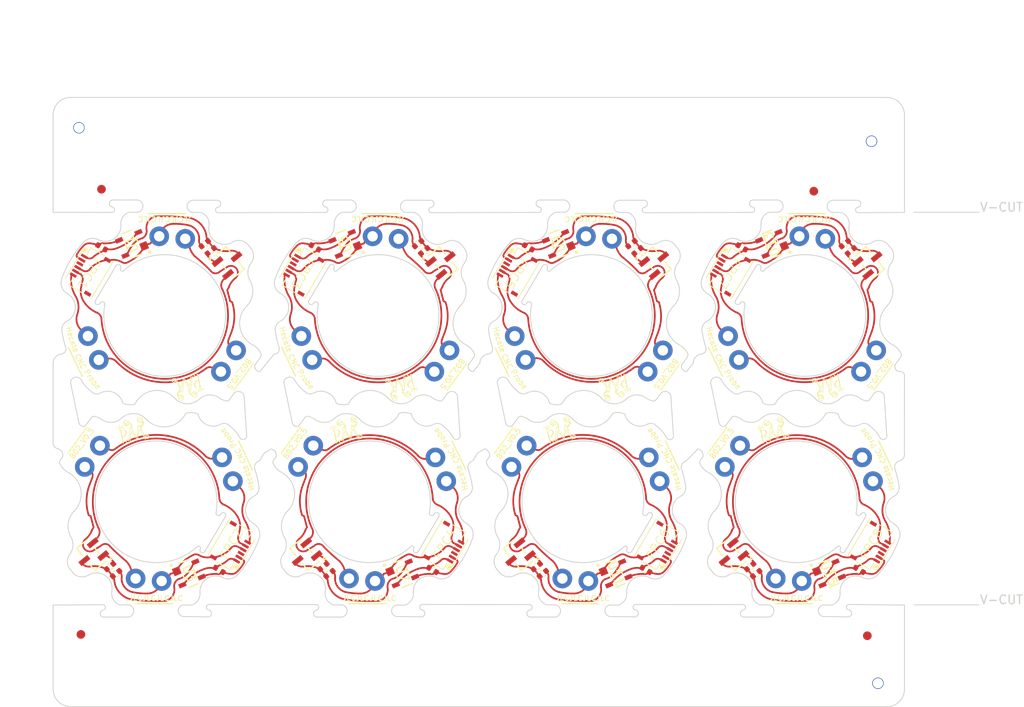
<source format=kicad_pcb>
(kicad_pcb (version 20221018) (generator pcbnew)
  (layers (0 "F.Cu" signal) (31 "B.Cu" signal) (34 "B.Paste" user) (35 "F.Paste" user) (36 "B.SilkS" user "B.Silkscreen") (37 "F.SilkS" user "F.Silkscreen") (38 "B.Mask" user) (39 "F.Mask" user) (44 "Edge.Cuts" user))
  (net 0 "")
  (net 1 "Net-(U1-+VS{slash}GND)")
  (net 2 "Net-(U1-GND{slash}+VS)")
  (net 3 "Net-(U1-+VS)")
  (net 4 "V_USB")
  (net 5 "GND")
  (net 7 "Net-(J1-Pin_1)")
  (net 9 "Net-(J3-Pin_1)")
  (net 10 "Net-(J5-Pin_1)")
  (footprint "TouchProbeLibrary2:Jushuo AFH34-S06FIA-1H FPC C5139821" (layer "F.Cu") (at -7.810431 -26.49271 -120.5)
    (fp_text reference "FPC1")
    (fp_text value "XUNPU_FPC-05F-6PH20_JLCPCB_C2856796" hide)
  )
  (footprint "TouchProbeLibrary2:0.0625 ball bearing mouting pad" (layer "F.Cu") (at 16.672164 -19.033616 -132.5)
    (fp_text reference "J8" hide)
    (fp_text value "Conn_01x01_Pin" hide)
  )
  (footprint "" (layer "F.Cu") (at 60.003069 -14.950981 1)
    (fp_text reference "31" hide)
    (fp_text value "")
  )
  (footprint "" (layer "F.Cu") (at 83.60656 -6.775265 63.5)
    (fp_text reference "40" hide)
    (fp_text value "")
  )
  (footprint "TouchProbeLibrary2:0.0625 ball bearing mouting pad" (layer "F.Cu") (at 74.130483 9.102334 47.5)
    (fp_text reference "J33" hide)
    (fp_text value "Conn_01x01_Pin" hide)
  )
  (footprint "" (layer "F.Cu") (at -9.567638 -15.481812 33)
    (fp_text reference "")
    (fp_text value "")
  )
  (footprint "TouchProbeLibrary2:SOT-23_TT_MCH" (layer "F.Cu") (at -7.456349 6.102411 129.5)
    (fp_text reference "U4" hide)
    (fp_text value "MCP1799T-5002H/TT" hide)
  )
  (footprint "MountingHole:MountingHole_2.1mm" (layer "F.Cu") (at 3.99636 -8.204441 59.5)
    (fp_text reference "REF**" hide)
    (fp_text value "MountingHole_2.1mm" hide)
  )
  (footprint "TouchProbeLibrary2:0.0625 ball bearing mouting pad" (layer "F.Cu") (at 67.044016 -6.447499 47.5)
    (fp_text reference "J39" hide)
    (fp_text value "Conn_01x01_Pin" hide)
  )
  (footprint "TouchProbeLibrary2:SOT-23_TT_MCH" (layer "F.Cu") (at 17.043651 6.102411 129.5)
    (fp_text reference "U8" hide)
    (fp_text value "MCP1799T-5002H/TT" hide)
  )
  (footprint "Capacitor_SMD:C_0402_1005Metric" (layer "F.Cu") (at 43.706405 7.435329 39.5)
    (fp_text reference "C17" hide)
    (fp_text value "10nF" hide)
  )
  (footprint "" (layer "F.Cu") (at 34.188105 -13.149757 1)
    (fp_text reference "10" hide)
    (fp_text value "")
  )
  (footprint "Fiducial:Fiducial_1mm_Mask2mm" (layer "F.Cu") (at -6.2738 -35.9156)
    (fp_text reference "REF**" hide)
    (fp_text value "Fiducial_1mm_Mask2mm")
  )
  (footprint "" (layer "F.Cu") (at 39.779486 -14.820322 33)
    (fp_text reference "30" hide)
    (fp_text value "")
  )
  (footprint "" (layer "F.Cu") (at 82.8802 20.8534)
    (fp_text reference "")
    (fp_text value "")
  )
  (footprint "Fiducial:Fiducial_1mm_Mask2mm" (layer "F.Cu") (at 75.5142 -35.687)
    (fp_text reference "REF**" hide)
    (fp_text value "Fiducial_1mm_Mask2mm")
  )
  (footprint "" (layer "F.Cu") (at 35.597086 -4.777164 63.5)
    (fp_text reference "1" hide)
    (fp_text value "")
  )
  (footprint "" (layer "F.Cu") (at 10.42538 -6.105431 63.5)
    (fp_text reference "")
    (fp_text value "")
  )
  (footprint "" (layer "F.Cu") (at 11.097086 -4.777164 63.5)
    (fp_text reference "")
    (fp_text value "")
  )
  (footprint "" (layer "F.Cu") (at 14.9242 -7.0866)
    (fp_text reference "7" hide)
    (fp_text value "")
  )
  (footprint "" (layer "F.Cu") (at -10.4394 -5.9436)
    (fp_text reference "")
    (fp_text value "")
  )
  (footprint "" (layer "F.Cu") (at 10.1092 -13.7668 1)
    (fp_text reference "")
    (fp_text value "")
  )
  (footprint "" (layer "F.Cu") (at 10.556135 -14.358891 1)
    (fp_text reference "")
    (fp_text value "")
  )
  (footprint "" (layer "F.Cu") (at 84.2442 -5.4356 63.5)
    (fp_text reference "36" hide)
    (fp_text value "")
  )
  (footprint "MountingHole:MountingHole_2.1mm" (layer "F.Cu") (at 34.20146 -23.989362 -120.5)
    (fp_text reference "REF**4" hide)
    (fp_text value "MountingHole_2.1mm" hide)
  )
  (footprint "TouchProbeLibrary2:0.0625 ball bearing mouting pad" (layer "F.Cu") (at 41.172164 -19.033616 -132.5)
    (fp_text reference "J20" hide)
    (fp_text value "Conn_01x01_Pin" hide)
  )
  (footprint "TouchProbeLibrary2:0.0625 ball bearing mouting pad" (layer "F.Cu") (at -2.356164 8.814468 47.5)
    (fp_text reference "J3" hide)
    (fp_text value "Conn_01x01_Pin" hide)
  )
  (footprint "TouchProbeLibrary2:SOT-23_TT_MCH" (layer "F.Cu") (at 32.940208 -27.503324 -50.5)
    (fp_text reference "U6" hide)
    (fp_text value "MCP1799T-5002H/TT" hide)
  )
  (footprint "" (layer "F.Cu") (at 14.6194 -16.1544 33)
    (fp_text reference "16" hide)
    (fp_text value "")
  )
  (footprint "Capacitor_SMD:C_0402_1005Metric" (layer "F.Cu") (at 68.206405 7.435329 39.5)
    (fp_text reference "C23" hide)
    (fp_text value "10nF" hide)
  )
  (footprint "TouchProbeLibrary2:0.0625 ball bearing mouting pad" (layer "F.Cu") (at 33.681953 -17.395756 -132.5)
    (fp_text reference "J14" hide)
    (fp_text value "Conn_01x01_Pin" hide)
  )
  (footprint "MountingHole:MountingHole_2.1mm" (layer "F.Cu") (at 52.99636 -8.204441 59.5)
    (fp_text reference "REF**6" hide)
    (fp_text value "MountingHole_2.1mm" hide)
  )
  (footprint "TouchProbeLibrary2:SOT143_BAS4002ARPPE6327HTSA1_INF" (layer "F.Cu") (at 77.260671 8.228929 -67.5)
    (fp_text reference "U15")
    (fp_text value "BAS4002ARPPE6327HTSA1" hide)
  )
  (footprint "" (layer "F.Cu") (at 84.503069 -14.950981 1)
    (fp_text reference "48" hide)
    (fp_text value "")
  )
  (footprint "" (layer "F.Cu") (at -9.1186 -7.6708)
    (fp_text reference "")
    (fp_text value "")
  )
  (footprint "" (layer "F.Cu") (at 35.503069 -14.950981 1)
    (fp_text reference "14" hide)
    (fp_text value "")
  )
  (footprint "Capacitor_SMD:C_0402_1005Metric" (layer "F.Cu") (at 5.58252 -29.658299 -140.5)
    (fp_text reference "C3" hide)
    (fp_text value "10uF" hide)
  )
  (footprint "" (layer "F.Cu") (at 10.10656 -6.775265 63.5)
    (fp_text reference "")
    (fp_text value "")
  )
  (footprint "TouchProbeLibrary2:Jushuo AFH34-S06FIA-1H FPC C5139821" (layer "F.Cu") (at 82.29429 5.091798 59.5)
    (fp_text reference "FPC8")
    (fp_text value "XUNPU_FPC-05F-6PH20_JLCPCB_C2856796" hide)
  )
  (footprint "" (layer "F.Cu") (at 35.2442 -5.4356 63.5)
    (fp_text reference "2" hide)
    (fp_text value "")
  )
  (footprint "" (layer "F.Cu") (at 39.432362 -15.481812 33)
    (fp_text reference "32" hide)
    (fp_text value "")
  )
  (footprint "TouchProbeLibrary2:0.0625 ball bearing mouting pad" (layer "F.Cu") (at 46.643836 8.814468 47.5)
    (fp_text reference "J23" hide)
    (fp_text value "Conn_01x01_Pin" hide)
  )
  (footprint "TouchProbeLibrary2:0.0625 ball bearing mouting pad" (layer "F.Cu") (at 8.811695 -2.367297 47.5)
    (fp_text reference "J1" hide)
    (fp_text value "Conn_01x01_Pin" hide)
  )
  (footprint "" (layer "F.Cu") (at 39.4242 -7.0866)
    (fp_text reference "24" hide)
    (fp_text value "")
  )
  (footprint "" (layer "F.Cu") (at -10.0076 -6.477)
    (fp_text reference "")
    (fp_text value "")
  )
  (footprint "TouchProbeLibrary2:0.0625 ball bearing mouting pad" (layer "F.Cu") (at 56.567611 -5.097184 47.5)
    (fp_text reference "J29" hide)
    (fp_text value "Conn_01x01_Pin" hide)
  )
  (footprint "Capacitor_SMD:C_0402_1005Metric" (layer "F.Cu") (at 80.738053 7.830503 149.5)
    (fp_text reference "C24" hide)
    (fp_text value "10nF" hide)
  )
  (footprint "" (layer "F.Cu") (at 63.9242 -7.0866)
    (fp_text reference "41" hide)
    (fp_text value "")
  )
  (footprint "" (layer "F.Cu") (at -9.220514 -14.820322 33)
    (fp_text reference "")
    (fp_text value "")
  )
  (footprint "Capacitor_SMD:C_0402_1005Metric" (layer "F.Cu") (at 7.238053 7.830503 149.5)
    (fp_text reference "C6" hide)
    (fp_text value "10nF" hide)
  )
  (footprint "Capacitor_SMD:C_0402_1005Metric" (layer "F.Cu") (at 19.901341 8.257385 39.5)
    (fp_text reference "C10" hide)
    (fp_text value "10uF" hide)
  )
  (footprint "" (layer "F.Cu") (at 38.5606 -5.9436)
    (fp_text reference "20" hide)
    (fp_text value "")
  )
  (footprint "Capacitor_SMD:C_0402_1005Metric" (layer "F.Cu") (at 31.738053 7.830503 149.5)
    (fp_text reference "C12" hide)
    (fp_text value "10nF" hide)
  )
  (footprint "" (layer "F.Cu") (at 10.7442 -5.4356 63.5)
    (fp_text reference "")
    (fp_text value "")
  )
  (footprint "TouchProbeLibrary2:0.0625 ball bearing mouting pad" (layer "F.Cu") (at 66.916248 -16.303729 -132.5)
    (fp_text reference "J42" hide)
    (fp_text value "Conn_01x01_Pin" hide)
  )
  (footprint "TouchProbeLibrary2:SOT143_BAS4002ARPPE6327HTSA1_INF" (layer "F.Cu") (at 3.760671 8.228929 -67.5)
    (fp_text reference "U3")
    (fp_text value "BAS4002ARPPE6327HTSA1" hide)
  )
  (footprint "TouchProbeLibrary2:SOT-23_TT_MCH" (layer "F.Cu") (at 8.440208 -27.503324 -50.5)
    (fp_text reference "U2" hide)
    (fp_text value "MCP1799T-5002H/TT" hide)
  )
  (footprint "" (layer "F.Cu") (at 63.4924 -6.477)
    (fp_text reference "39" hide)
    (fp_text value "")
  )
  (footprint "TouchProbeLibrary2:0.0625 ball bearing mouting pad" (layer "F.Cu") (at 27.840024 -30.21538 -132.5)
    (fp_text reference "J12" hide)
    (fp_text value "Conn_01x01_Pin" hide)
  )
  (footprint "" (layer "F.Cu") (at 15.279486 -14.820322 33)
    (fp_text reference "13" hide)
    (fp_text value "")
  )
  (footprint "MountingHole:MountingHole_2.1mm" (layer "F.Cu") (at 70.487499 -13.196473 -120.5)
    (fp_text reference "REF**11" hide)
    (fp_text value "MountingHole_2.1mm" hide)
  )
  (footprint "" (layer "F.Cu") (at 40.3386 -8.255)
    (fp_text reference "26" hide)
    (fp_text value "")
  )
  (footprint "TouchProbeLibrary2:SOT-23_TT_MCH" (layer "F.Cu") (at 57.440208 -27.503324 -50.5)
    (fp_text reference "U10" hide)
    (fp_text value "MCP1799T-5002H/TT" hide)
  )
  (footprint "Capacitor_SMD:C_0402_1005Metric" (layer "F.Cu") (at 55.277455 -28.836241 -140.5)
    (fp_text reference "C14" hide)
    (fp_text value "10nF" hide)
  )
  (footprint "TouchProbeLibrary2:0.0625 ball bearing mouting pad" (layer "F.Cu") (at -6.583752 -16.303729 -132.5)
    (fp_text reference "J6" hide)
    (fp_text value "Conn_01x01_Pin" hide)
  )
  (footprint "TouchProbeLibrary2:Jushuo AFH34-S06FIA-1H FPC C5139821" (layer "F.Cu") (at 8.79429 5.091798 59.5)
    (fp_text reference "FPC2")
    (fp_text value "XUNPU_FPC-05F-6PH20_JLCPCB_C2856796" hide)
  )
  (footprint "" (layer "F.Cu") (at 83.92538 -6.105431 63.5)
    (fp_text reference "38" hide)
    (fp_text value "")
  )
  (footprint "" (layer "F.Cu") (at 60.097086 -4.777164 63.5)
    (fp_text reference "18" hide)
    (fp_text value "")
  )
  (footprint "" (layer "F.Cu") (at 83.188105 -13.149757 1)
    (fp_text reference "44" hide)
    (fp_text value "")
  )
  (footprint "TouchProbeLibrary2:0.0625 ball bearing mouting pad" (layer "F.Cu") (at 56.439844 -14.953413 -132.5)
    (fp_text reference "J28" hide)
    (fp_text value "Conn_01x01_Pin" hide)
  )
  (footprint "TouchProbeLibrary2:0.0625 ball bearing mouting pad" (layer "F.Cu") (at 76.840024 -30.21538 -132.5)
    (fp_text reference "J36" hide)
    (fp_text value "Conn_01x01_Pin" hide)
  )
  (footprint "MountingHole:MountingHole_2.1mm" (layer "F.Cu") (at 77.49636 -8.204441 59.5)
    (fp_text reference "REF**10" hide)
    (fp_text value "MountingHole_2.1mm" hide)
  )
  (footprint "" (layer "F.Cu") (at 64.279486 -14.820322 33)
    (fp_text reference "47" hide)
    (fp_text value "")
  )
  (footprint "" (layer "F.Cu") (at 14.932362 -15.481812 33)
    (fp_text reference "15" hide)
    (fp_text value "")
  )
  (footprint "Capacitor_SMD:C_0402_1005Metric" (layer "F.Cu") (at 18.245807 -29.231414 -30.5)
    (fp_text reference "C7" hide)
    (fp_text value "10nF" hide)
  )
  (footprint "" (layer "F.Cu") (at 15.3814 -7.6708)
    (fp_text reference "8" hide)
    (fp_text value "")
  )
  (footprint "" (layer "F.Cu") (at 34.92538 -6.105431 63.5)
    (fp_text reference "4" hide)
    (fp_text value "")
  )
  (footprint "Capacitor_SMD:C_0402_1005Metric" (layer "F.Cu") (at -4.598659 8.257385 39.5)
    (fp_text reference "C4" hide)
    (fp_text value "10uF" hide)
  )
  (footprint "MountingHole:MountingHole_2.1mm" (layer "F.Cu") (at 28.49636 -8.204441 59.5)
    (fp_text reference "REF**2" hide)
    (fp_text value "MountingHole_2.1mm" hide)
  )
  (footprint "" (layer "F.Cu") (at 34.6092 -13.7668 1)
    (fp_text reference "11" hide)
    (fp_text value "")
  )
  (footprint "TouchProbeLibrary2:Jushuo AFH34-S06FIA-1H FPC C5139821" (layer "F.Cu") (at 65.689569 -26.49271 -120.5)
    (fp_text reference "FPC7")
    (fp_text value "XUNPU_FPC-05F-6PH20_JLCPCB_C2856796" hide)
  )
  (footprint "TouchProbeLibrary2:Jushuo AFH34-S06FIA-1H FPC C5139821" (layer "F.Cu") (at 16.689569 -26.49271 -120.5)
    (fp_text reference "FPC3")
    (fp_text value "XUNPU_FPC-05F-6PH20_JLCPCB_C2856796" hide)
  )
  (footprint "TouchProbeLibrary2:0.0625 ball bearing mouting pad" (layer "F.Cu") (at 16.301907 -4.005156 47.5)
    (fp_text reference "J13" hide)
    (fp_text value "Conn_01x01_Pin" hide)
  )
  (footprint "TouchProbeLibrary2:0.0625 ball bearing mouting pad" (layer "F.Cu") (at 0.630483 9.102334 47.5)
    (fp_text reference "J2" hide)
    (fp_text value "Conn_01x01_Pin" hide)
  )
  (footprint "" (layer "F.Cu") (at -8.6614 -8.255)
    (fp_text reference "")
    (fp_text value "")
  )
  (footprint "TouchProbeLibrary2:0.0625 ball bearing mouting pad" (layer "F.Cu") (at 17.916248 -16.303729 -132.5)
    (fp_text reference "J18" hide)
    (fp_text value "Conn_01x01_Pin" hide)
  )
  (footprint "" (layer "F.Cu") (at 38.806438 -16.82699 33)
    (fp_text reference "34" hide)
    (fp_text value "")
  )
  (footprint "" (layer "F.Cu") (at -8.8646 -42.9768)
    (fp_text reference "")
    (fp_text value "")
  )
  (footprint "" (layer "F.Cu") (at 59.42538 -6.105431 63.5)
    (fp_text reference "21" hide)
    (fp_text value "")
  )
  (footprint "" (layer "F.Cu") (at -10.193562 -16.82699 33)
    (fp_text reference "")
    (fp_text value "")
  )
  (footprint "" (layer "F.Cu") (at 14.306438 -16.82699 33)
    (fp_text reference "17" hide)
    (fp_text value "")
  )
  (footprint "" (layer "F.Cu") (at 35.056135 -14.358891 1)
    (fp_text reference "12" hide)
    (fp_text value "")
  )
  (footprint "Capacitor_SMD:C_0402_1005Metric" (layer "F.Cu") (at 30.08252 -29.658299 -140.5)
    (fp_text reference "C9" hide)
    (fp_text value "10uF" hide)
  )
  (footprint "TouchProbeLibrary2:0.0625 ball bearing mouting pad" (layer "F.Cu") (at 71.143836 8.814468 47.5)
    (fp_text reference "J35" hide)
    (fp_text value "Conn_01x01_Pin" hide)
  )
  (footprint "TouchProbeLibrary2:0.0625 ball bearing mouting pad" (layer "F.Cu") (at 65.672164 -19.033616 -132.5)
    (fp_text reference "J32" hide)
    (fp_text value "Conn_01x01_Pin" hide)
  )
  (footprint "TouchProbeLibrary2:0.0625 ball bearing mouting pad" (layer "F.Cu") (at 18.044016 -6.447499 47.5)
    (fp_text reference "J15" hide)
    (fp_text value "Conn_01x01_Pin" hide)
  )
  (footprint "" (layer "F.Cu") (at 14.0606 -5.9436)
    (fp_text reference "3" hide)
    (fp_text value "")
  )
  (footprint "TouchProbeLibrary2:0.0625 ball bearing mouting pad" (layer "F.Cu") (at -6.455984 -6.447499 47.5)
    (fp_text reference "J5" hide)
    (fp_text value "Conn_01x01_Pin" hide)
  )
  (footprint "TouchProbeLibrary2:Jushuo AFH34-S06FIA-1H FPC C5139821" (layer "F.Cu") (at 33.29429 5.091798 59.5)
    (fp_text reference "FPC4")
    (fp_text value "XUNPU_FPC-05F-6PH20_JLCPCB_C2856796" hide)
  )
  (footprint "TouchProbeLibrary2:SOT143_BAS4002ARPPE6327HTSA1_INF" (layer "F.Cu") (at -2.776811 -29.629841 112.5)
    (fp_text reference "U1")
    (fp_text value "BAS4002ARPPE6327HTSA1" hide)
  )
  (footprint "Capacitor_SMD:C_0402_1005Metric" (layer "F.Cu") (at -6.254193 -29.231414 -30.5)
    (fp_text reference "C1" hide)
    (fp_text value "10nF" hide)
  )
  (footprint "TouchProbeLibrary2:0.0625 ball bearing mouting pad" (layer "F.Cu") (at 7.567611 -5.097184 47.5)
    (fp_text reference "J6" hide)
    (fp_text value "Conn_01x01_Pin" hide)
  )
  (footprint "" (layer "F.Cu") (at 59.1092 -13.7668 1)
    (fp_text reference "28" hide)
    (fp_text value "")
  )
  (footprint "" (layer "F.Cu") (at -9.8806 -16.1544 33)
    (fp_text reference "")
    (fp_text value "")
  )
  (footprint "Capacitor_SMD:C_0402_1005Metric" (layer "F.Cu") (at 79.08252 -29.658299 -140.5)
    (fp_text reference "C21" hide)
    (fp_text value "10uF" hide)
  )
  (footprint "TouchProbeLibrary2:0.0625 ball bearing mouting pad" (layer "F.Cu") (at 3.340024 -30.21538 -132.5)
    (fp_text reference "J3" hide)
    (fp_text value "Conn_01x01_Pin" hide)
  )
  (footprint "TouchProbeLibrary2:SOT143_BAS4002ARPPE6327HTSA1_INF" (layer "F.Cu") (at 70.723189 -29.629841 112.5)
    (fp_text reference "U13")
    (fp_text value "BAS4002ARPPE6327HTSA1" hide)
  )
  (footprint "TouchProbeLibrary2:0.0625 ball bearing mouting pad" (layer "F.Cu") (at 65.301907 -4.005156 47.5)
    (fp_text reference "J37" hide)
    (fp_text value "Conn_01x01_Pin" hide)
  )
  (footprint "Capacitor_SMD:C_0402_1005Metric" (layer "F.Cu") (at 79.777455 -28.836241 -140.5)
    (fp_text reference "C20" hide)
    (fp_text value "10nF" hide)
  )
  (footprint "TouchProbeLibrary2:0.0625 ball bearing mouting pad" (layer "F.Cu") (at 81.067611 -5.097184 47.5)
    (fp_text reference "J41" hide)
    (fp_text value "Conn_01x01_Pin" hide)
  )
  (footprint "TouchProbeLibrary2:0.0625 ball bearing mouting pad" (layer "F.Cu") (at 57.811695 -2.367297 47.5)
    (fp_text reference "J19" hide)
    (fp_text value "Conn_01x01_Pin" hide)
  )
  (footprint "TouchProbeLibrary2:SOT143_BAS4002ARPPE6327HTSA1_INF" (layer "F.Cu") (at 28.260671 8.228929 -67.5)
    (fp_text reference "U7")
    (fp_text value "BAS4002ARPPE6327HTSA1" hide)
  )
  (footprint "TouchProbeLibrary2:0.0625 ball bearing mouting pad" (layer "F.Cu") (at 42.544016 -6.447499 47.5)
    (fp_text reference "J27" hide)
    (fp_text value "Conn_01x01_Pin" hide)
  )
  (footprint "TouchProbeLibrary2:0.0625 ball bearing mouting pad" (layer "F.Cu") (at 49.353377 -30.503247 -132.5)
    (fp_text reference "J22" hide)
    (fp_text value "Conn_01x01_Pin" hide)
  )
  (footprint "Capacitor_SMD:C_0402_1005Metric" (layer "F.Cu") (at 67.245807 -29.231414 -30.5)
    (fp_text reference "C19" hide)
    (fp_text value "10nF" hide)
  )
  (footprint "TouchProbeLibrary2:0.0625 ball bearing mouting pad" (layer "F.Cu") (at 82.681953 -17.395756 -132.5)
    (fp_text reference "J38" hide)
    (fp_text value "Conn_01x01_Pin" hide)
  )
  (footprint "TouchProbeLibrary2:SOT-23_TT_MCH" (layer "F.Cu") (at 81.940208 -27.503324 -50.5)
    (fp_text reference "U14" hide)
    (fp_text value "MCP1799T-5002H/TT" hide)
  )
  (footprint "" (layer "F.Cu") (at 63.0606 -5.9436)
    (fp_text reference "37" hide)
    (fp_text value "")
  )
  (footprint "" (layer "F.Cu") (at 63.932362 -15.481812 33)
    (fp_text reference "49" hide)
    (fp_text value "")
  )
  (footprint "Fiducial:Fiducial_1mm_Mask2mm" (layer "F.Cu") (at 81.661 15.3924)
    (fp_text reference "REF**" hide)
    (fp_text value "Fiducial_1mm_Mask2mm")
  )
  (footprint "TouchProbeLibrary2:0.0625 ball bearing mouting pad" (layer "F.Cu") (at 49.630483 9.102334 47.5)
    (fp_text reference "J21" hide)
    (fp_text value "Conn_01x01_Pin" hide)
  )
  (footprint "" (layer "F.Cu") (at 83.6092 -13.7668 1)
    (fp_text reference "45" hide)
    (fp_text value "")
  )
  (footprint "TouchProbeLibrary2:0.0625 ball bearing mouting pad" (layer "F.Cu") (at 40.801907 -4.005156 47.5)
    (fp_text reference "J25" hide)
    (fp_text value "Conn_01x01_Pin" hide)
  )
  (footprint "TouchProbeLibrary2:0.0625 ball bearing mouting pad" (layer "F.Cu") (at 52.340024 -30.21538 -132.5)
    (fp_text reference "J24" hide)
    (fp_text value "Conn_01x01_Pin" hide)
  )
  (footprint "TouchProbeLibrary2:0.0625 ball bearing mouting pad" (layer "F.Cu") (at 42.416248 -16.303729 -132.5)
    (fp_text reference "J30" hide)
    (fp_text value "Conn_01x01_Pin" hide)
  )
  (footprint "TouchProbeLibrary2:Jushuo AFH34-S06FIA-1H FPC C5139821" (layer "F.Cu") (at 41.189569 -26.49271 -120.5)
    (fp_text reference "FPC5")
    (fp_text value "XUNPU_FPC-05F-6PH20_JLCPCB_C2856796" hide)
  )
  (footprint "Capacitor_SMD:C_0402_1005Metric" (layer "F.Cu") (at 42.745807 -29.231414 -30.5)
    (fp_text reference "C13" hide)
    (fp_text value "10nF" hide)
  )
  (footprint "MountingHole:MountingHole_2.1mm" (layer "F.Cu") (at 40.282401 2.58845 59.5)
    (fp_text reference "REF**5" hide)
    (fp_text value "MountingHole_2.1mm" hide)
  )
  (footprint "MountingHole:MountingHole_2.1mm" (layer "F.Cu") (at 15.782401 2.58845 59.5)
    (fp_text reference "REF**1" hide)
    (fp_text value "MountingHole_2.1mm" hide)
  )
  (footprint "Fiducial:Fiducial_1mm_Mask2mm" (layer "F.Cu") (at -8.636 15.24)
    (fp_text reference "REF**" hide)
    (fp_text value "Fiducial_1mm_Mask2mm")
  )
  (footprint "TouchProbeLibrary2:SOT143_BAS4002ARPPE6327HTSA1_INF" (layer "F.Cu") (at 46.223189 -29.629841 112.5)
    (fp_text reference "U9")
    (fp_text value "BAS4002ARPPE6327HTSA1" hide)
  )
  (footprint "TouchProbeLibrary2:SOT-23_TT_MCH" (layer "F.Cu") (at 66.043651 6.102411 129.5)
    (fp_text reference "U16" hide)
    (fp_text value "MCP1799T-5002H/TT" hide)
  )
  (footprint "TouchProbeLibrary2:SOT-23_TT_MCH" (layer "F.Cu") (at 41.543651 6.102411 129.5)
    (fp_text reference "U12" hide)
    (fp_text value "MCP1799T-5002H/TT" hide)
  )
  (footprint "TouchProbeLibrary2:0.0625 ball bearing mouting pad" (layer "F.Cu") (at 32.067611 -5.097184 47.5)
    (fp_text reference "J17" hide)
    (fp_text value "Conn_01x01_Pin" hide)
  )
  (footprint "TouchProbeLibrary2:0.0625 ball bearing mouting pad" (layer "F.Cu") (at 25.130483 9.102334 47.5)
    (fp_text reference "J9" hide)
    (fp_text value "Conn_01x01_Pin" hide)
  )
  (footprint "TouchProbeLibrary2:0.0625 ball bearing mouting pad" (layer "F.Cu") (at 9.181953 -17.395756 -132.5)
    (fp_text reference "J4" hide)
    (fp_text value "Conn_01x01_Pin" hide)
  )
  (footprint "MountingHole:MountingHole_2.1mm" (layer "F.Cu") (at 9.70146 -23.989362 -120.5)
    (fp_text reference "REF**" hide)
    (fp_text value "MountingHole_2.1mm" hide)
  )
  (footprint "Capacitor_SMD:C_0402_1005Metric" (layer "F.Cu") (at -5.293595 7.435329 39.5)
    (fp_text reference "C5" hide)
    (fp_text value "10nF" hide)
  )
  (footprint "" (layer "F.Cu") (at 9.688105 -13.149757 1)
    (fp_text reference "")
    (fp_text value "")
  )
  (footprint "Capacitor_SMD:C_0402_1005Metric" (layer "F.Cu") (at 68.901341 8.257385 39.5)
    (fp_text reference "C22" hide)
    (fp_text value "10uF" hide)
  )
  (footprint "" (layer "F.Cu") (at 59.7442 -5.4356 63.5)
    (fp_text reference "19" hide)
    (fp_text value "")
  )
  (footprint "Capacitor_SMD:C_0402_1005Metric" (layer "F.Cu") (at 44.401341 8.257385 39.5)
    (fp_text reference "C16" hide)
    (fp_text value "10uF" hide)
  )
  (footprint "MountingHole:MountingHole_2.1mm" (layer "F.Cu") (at 58.70146 -23.989362 -120.5)
    (fp_text reference "REF**8" hide)
    (fp_text value "MountingHole_2.1mm" hide)
  )
  (footprint "TouchProbeLibrary2:0.0625 ball bearing mouting pad" (layer "F.Cu") (at 33.311695 -2.367297 47.5)
    (fp_text reference "J7" hide)
    (fp_text value "Conn_01x01_Pin" hide)
  )
  (footprint "TouchProbeLibrary2:SOT143_BAS4002ARPPE6327HTSA1_INF" (layer "F.Cu") (at 21.723189 -29.629841 112.5)
    (fp_text reference "U5")
    (fp_text value "BAS4002ARPPE6327HTSA1" hide)
  )
  (footprint "" (layer "F.Cu") (at 39.8814 -7.6708)
    (fp_text reference "25" hide)
    (fp_text value "")
  )
  (footprint "Capacitor_SMD:C_0402_1005Metric" (layer "F.Cu") (at 6.277455 -28.836241 -140.5)
    (fp_text reference "C2" hide)
    (fp_text value "10nF" hide)
  )
  (footprint "Capacitor_SMD:C_0402_1005Metric" (layer "F.Cu") (at 19.206405 7.435329 39.5)
    (fp_text reference "C11" hide)
    (fp_text value "10nF" hide)
  )
  (footprint "" (layer "F.Cu") (at 58.688105 -13.149757 1)
    (fp_text reference "27" hide)
    (fp_text value "")
  )
  (footprint "MountingHole:MountingHole_2.1mm" (layer "F.Cu") (at 64.782401 2.58845 59.5)
    (fp_text reference "REF**9" hide)
    (fp_text value "MountingHole_2.1mm" hide)
  )
  (footprint "MountingHole:MountingHole_2.1mm" (layer "F.Cu") (at 45.987499 -13.196473 -120.5)
    (fp_text reference "REF**7" hide)
    (fp_text value "MountingHole_2.1mm" hide)
  )
  (footprint "" (layer "F.Cu") (at 38.9924 -6.477)
    (fp_text reference "22" hide)
    (fp_text value "")
  )
  (footprint "Capacitor_SMD:C_0402_1005Metric" (layer "F.Cu") (at 54.58252 -29.658299 -140.5)
    (fp_text reference "C15" hide)
    (fp_text value "10uF" hide)
  )
  (footprint "" (layer "F.Cu") (at 14.4924 -6.477)
    (fp_text reference "5" hide)
    (fp_text value "")
  )
  (footprint "TouchProbeLibrary2:0.0625 ball bearing mouting pad" (layer "F.Cu") (at 31.939844 -14.953413 -132.5)
    (fp_text reference "J16" hide)
    (fp_text value "Conn_01x01_Pin" hide)
  )
  (footprint "" (layer "F.Cu") (at 82.1436 -41.4274)
    (fp_text reference "")
    (fp_text value "")
  )
  (footprint "TouchProbeLibrary2:0.0625 ball bearing mouting pad" (layer "F.Cu") (at -8.198093 -4.005156 47.5)
    (fp_text reference "J4" hide)
    (fp_text value "Conn_01x01_Pin" hide)
  )
  (footprint "TouchProbeLibrary2:0.0625 ball bearing mouting pad" (layer "F.Cu") (at 22.143836 8.814468 47.5)
    (fp_text reference "J11" hide)
    (fp_text value "Conn_01x01_Pin" hide)
  )
  (footprint "TouchProbeLibrary2:0.0625 ball bearing mouting pad" (layer "F.Cu") (at 73.853377 -30.503247 -132.5)
    (fp_text reference "J34" hide)
    (fp_text value "Conn_01x01_Pin" hide)
  )
  (footprint "" (layer "F.Cu") (at 15.8386 -8.255)
    (fp_text reference "9" hide)
    (fp_text value "")
  )
  (footprint "" (layer "F.Cu") (at 11.003069 -14.950981 1)
    (fp_text reference "")
    (fp_text value "")
  )
  (footprint "" (layer "F.Cu") (at 59.556135 -14.358891 1)
    (fp_text reference "29" hide)
    (fp_text value "")
  )
  (footprint "" (layer "F.Cu") (at 64.8386 -8.255)
    (fp_text reference "43" hide)
    (fp_text value "")
  )
  (footprint "TouchProbeLibrary2:0.0625 ball bearing mouting pad" (layer "F.Cu") (at 58.181953 -17.395756 -132.5)
    (fp_text reference "J26" hide)
    (fp_text value "Conn_01x01_Pin" hide)
  )
  (footprint "" (layer "F.Cu") (at 34.60656 -6.775265 63.5)
    (fp_text reference "6" hide)
    (fp_text value "")
  )
  (footprint "" (layer "F.Cu") (at 84.597086 -4.777164 63.5)
    (fp_text reference "35" hide)
    (fp_text value "")
  )
  (footprint "" (layer "F.Cu") (at 63.6194 -16.1544 33)
    (fp_text reference "50" hide)
    (fp_text value "")
  )
  (footprint "" (layer "F.Cu") (at -9.5758 -7.0866)
    (fp_text reference "")
    (fp_text value "")
  )
  (footprint "MountingHole:MountingHole_2.1mm" (layer "F.Cu") (at -8.717599 2.58845 59.5)
    (fp_text reference "REF**" hide)
    (fp_text value "MountingHole_2.1mm" hide)
  )
  (footprint "" (layer "F.Cu") (at 63.306438 -16.82699 33)
    (fp_text reference "51" hide)
    (fp_text value "")
  )
  (footprint "TouchProbeLibrary2:0.0625 ball bearing mouting pad" (layer "F.Cu") (at 80.939844 -14.953413 -132.5)
    (fp_text reference "J40" hide)
    (fp_text value "Conn_01x01_Pin" hide)
  )
  (footprint "" (layer "F.Cu") (at 39.1194 -16.1544 33)
    (fp_text reference "33" hide)
    (fp_text value "")
  )
  (footprint "Capacitor_SMD:C_0402_1005Metric" (layer "F.Cu") (at 30.777455 -28.836241 -140.5)
    (fp_text reference "C8" hide)
    (fp_text value "10nF" hide)
  )
  (footprint "TouchProbeLibrary2:0.0625 ball bearing mouting pad" (layer "F.Cu") (at 0.353377 -30.503247 -132.5)
    (fp_text reference "J2" hide)
    (fp_text value "Conn_01x01_Pin" hide)
  )
  (footprint "TouchProbeLibrary2:0.0625 ball bearing mouting pad" (layer "F.Cu") (at 24.853377 -30.503247 -132.5)
    (fp_text reference "J10" hide)
    (fp_text value "Conn_01x01_Pin" hide)
  )
  (footprint "TouchProbeLibrary2:Jushuo AFH34-S06FIA-1H FPC C5139821" (layer "F.Cu") (at 57.79429 5.091798 59.5)
    (fp_text reference "FPC6")
    (fp_text value "XUNPU_FPC-05F-6PH20_JLCPCB_C2856796" hide)
  )
  (footprint "MountingHole:MountingHole_2.1mm" (layer "F.Cu") (at 21.487499 -13.196473 -120.5)
    (fp_text reference "REF**3" hide)
    (fp_text value "MountingHole_2.1mm" hide)
  )
  (footprint "TouchProbeLibrary2:SOT143_BAS4002ARPPE6327HTSA1_INF" (layer "F.Cu") (at 52.760671 8.228929 -67.5)
    (fp_text reference "U11")
    (fp_text value "BAS4002ARPPE6327HTSA1" hide)
  )
  (footprint "Capacitor_SMD:C_0402_1005Metric" (layer "F.Cu") (at 56.238053 7.830503 149.5)
    (fp_text reference "C18" hide)
    (fp_text value "10nF" hide)
  )
  (footprint "" (layer "F.Cu") (at 64.3814 -7.6708)
    (fp_text reference "42" hide)
    (fp_text value "")
  )
  (footprint "" (layer "F.Cu") (at 59.10656 -6.775265 63.5)
    (fp_text reference "23" hide)
    (fp_text value "")
  )
  (footprint "MountingHole:MountingHole_2.1mm" (layer "F.Cu") (at -3.012501 -13.196473 -120.5)
    (fp_text reference "REF**" hide)
    (fp_text value "MountingHole_2.1mm" hide)
  )
  (footprint "MountingHole:MountingHole_2.1mm" (layer "F.Cu") (at 83.20146 -23.989362 -120.5)
    (fp_text reference "REF**12" hide)
    (fp_text value "MountingHole_2.1mm" hide)
  )
  (footprint "" (layer "F.Cu") (at 84.056135 -14.358891 1)
    (fp_text reference "46" hide)
    (fp_text value "")
  )
  (footprint "TouchProbeLibrary2:0.0625 ball bearing mouting pad" (layer "F.Cu") (at 82.311695 -2.367297 47.5)
    (fp_text reference "J31" hide)
    (fp_text value "Conn_01x01_Pin" hide)
  )
  (footprint "TouchProbeLibrary2:0.0625 ball bearing mouting pad" (layer "F.Cu") (at 7.439844 -14.953413 -132.5)
    (fp_text reference "J5" hide)
    (fp_text value "Conn_01x01_Pin" hide)
  )
  (footprint "TouchProbeLibrary2:0.0625 ball bearing mouting pad" (layer "F.Cu") (at -7.827836 -19.033616 -132.5)
    (fp_text reference "J1" hide)
    (fp_text value "Conn_01x01_Pin" hide)
  )
  (gr_line (start 23.029051 -9.168391) (end 23.036609 -9.154853) (stroke (width 0.07)) (layer "F.SilkS"))
  (gr_curve (pts (xy 51.837005 -12.751869) (xy 51.844322 -12.756972) (xy 51.851556 -12.761982) (xy 51.858693 -12.766893)) (stroke (width 0.07)) (layer "F.SilkS"))
  (gr_curve (pts (xy 51.520015 -12.335683) (xy 51.518349 -12.344944) (xy 51.517147 -12.354327) (xy 51.516439 -12.363801)) (stroke (width 0.07)) (layer "F.SilkS"))
  (gr_line (start -3.336888 -6.791192) (end -3.346397 -6.795608) (stroke (width 0.07)) (layer "F.SilkS"))
  (gr_curve (pts (xy 77.921283 -14.4111) (xy 77.923362 -14.415571) (xy 77.925209 -14.420156) (xy 77.926802 -14.424846)) (stroke (width 0.07)) (layer "F.SilkS"))
  (gr_line (start 47.277735 -8.346213) (end 47.285253 -8.328469) (stroke (width 0.07)) (layer "F.SilkS"))
  (gr_curve (pts (xy 70.731797 -8.307203) (xy 70.732426 -8.305939) (xy 70.733057 -8.304669) (xy 70.735 -8.300857)) (stroke (width 0.07)) (layer "F.SilkS"))
  (gr_line (start 72.629559 -7.343738) (end 72.618609 -7.3347) (stroke (width 0.07)) (layer "F.SilkS"))
  (gr_curve (pts (xy 47.946862 -7.295878) (xy 47.941897 -7.296864) (xy 47.937138 -7.297734) (xy 47.932607 -7.298424)) (stroke (width 0.07)) (layer "F.SilkS"))
  (gr_curve (pts (xy 51.507635 -12.15113) (xy 51.503777 -12.15732) (xy 51.499825 -12.163465) (xy 51.495789 -12.169595)) (stroke (width 0.07)) (layer "F.SilkS"))
  (gr_curve (pts (xy 51.74917 -12.221461) (xy 51.739631 -12.217333) (xy 51.730448 -12.213533) (xy 51.721607 -12.210072)) (stroke (width 0.07)) (layer "F.SilkS"))
  (gr_curve (pts (xy 77.264091 -12.799994) (xy 77.266326 -12.809444) (xy 77.268713 -12.81875) (xy 77.271183 -12.827936)) (stroke (width 0.07)) (layer "F.SilkS"))
  (gr_curve (pts (xy 45.994521 -9.065019) (xy 46.000659 -9.062129) (xy 46.006834 -9.059157) (xy 46.013031 -9.056082)) (stroke (width 0.07)) (layer "F.SilkS"))
  (gr_curve (pts (xy 77.86771 -14.580138) (xy 77.863243 -14.583898) (xy 77.858671 -14.587477) (xy 77.854023 -14.590862)) (stroke (width 0.07)) (layer "F.SilkS"))
  (gr_curve (pts (xy 71.75899 -8.569713) (xy 71.755537 -8.564352) (xy 71.752555 -8.559161) (xy 71.750036 -8.554084)) (stroke (width 0.07)) (layer "F.SilkS"))
  (gr_curve (pts (xy 3.83916 -12.465582) (xy 3.833649 -12.473587) (xy 3.828227 -12.48181) (xy 3.822894 -12.49024)) (stroke (width 0.07)) (layer "F.SilkS"))
  (gr_curve (pts (xy 21.091559 -7.029578) (xy 21.087968 -7.026149) (xy 21.084515 -7.022571) (xy 21.081218 -7.018852)) (stroke (width 0.07)) (layer "F.SilkS"))
  (gr_line (start 26.570559 -14.102607) (end 26.576355 -14.104995) (stroke (width 0.07)) (layer "F.SilkS"))
  (gr_curve (pts (xy 71.879884 -9.198753) (xy 71.885606 -9.195852) (xy 71.891207 -9.19238) (xy 71.896697 -9.188368)) (stroke (width 0.07)) (layer "F.SilkS"))
  (gr_line (start 47.832287 -7.589829) (end 47.842178 -7.597789) (stroke (width 0.07)) (layer "F.SilkS"))
  (gr_line (start 72.601498 -7.322771) (end 72.589708 -7.316169) (stroke (width 0.07)) (layer "F.SilkS"))
  (gr_line (start -3.239122 -6.804079) (end -3.236606 -6.80662) (stroke (width 0.07)) (layer "F.SilkS"))
  (gr_curve (pts (xy 23.662802 -7.397763) (xy 23.660013 -7.389157) (xy 23.656702 -7.381147) (xy 23.652914 -7.373765)) (stroke (width 0.07)) (layer "F.SilkS"))
  (gr_poly (pts (xy 4.730903 -14.693278) (xy 4.741257 -14.695395) (xy 4.751465 -14.697137) (xy 4.76321 -14.698673) (xy 4.776927 -14.69962) (xy 4.787443 -14.699282) (xy 4.79706 -14.694941) (xy 4.891408 -14.269341) (xy 4.875954 -14.257194) (xy 4.865864 -14.25314) (xy 4.885686 -14.164873) (xy 4.889853 -14.165297) (xy 4.891869 -14.165471) (xy 4.893826 -14.165623) (xy 4.895741 -14.16575) (xy 4.897598 -14.165852) (xy 4.899401 -14.165941) (xy 4.901145 -14.165999) (xy 4.902841 -14.166031) (xy 4.904478 -14.166054) (xy 4.906062 -14.166046) (xy 4.90758 -14.166023) (xy 4.909036 -14.165969) (xy 4.910446 -14.165897) (xy 4.911784 -14.165798) (xy 4.913058 -14.16569) (xy 4.914275 -14.16555) (xy 4.915422 -14.165394) (xy 4.916508 -14.165209) (xy 4.917522 -14.16501) (xy 4.918476 -14.164792) (xy 4.919355 -14.164544) (xy 4.920164 -14.164285) (xy 4.920912 -14.163996) (xy 4.921583 -14.163694) (xy 4.922177 -14.163365) (xy 4.922698 -14.163022) (xy 4.92315 -14.162656) (xy 4.923524 -14.162267) (xy 4.923821 -14.161861) (xy 4.924181 -14.160984) (xy 5.046767 -13.608057) (xy 5.046728 -13.606677) (xy 5.046564 -13.606191) (xy 5.046335 -13.605687) (xy 5.046038 -13.605174) (xy 5.045666 -13.604651) (xy 5.045227 -13.604117) (xy 5.044725 -13.60357) (xy 5.044152 -13.603017) (xy 5.043505 -13.602452) (xy 5.042794 -13.601877) (xy 5.042026 -13.601291) (xy 5.041185 -13.6007) (xy 5.040285 -13.600094) (xy 5.039322 -13.599487) (xy 5.038298 -13.598869) (xy 5.037207 -13.598246) (xy 5.036059 -13.597621) (xy 5.034846 -13.596986) (xy 5.033578 -13.596349) (xy 5.032253 -13.5957) (xy 5.03086 -13.595055) (xy 5.029421 -13.594393) (xy 5.027924 -13.593744) (xy 5.026369 -13.593081) (xy 5.024759 -13.592418) (xy 5.023097 -13.591754) (xy 5.021373 -13.591088) (xy 5.019605 -13.590421) (xy 5.017782 -13.589748) (xy 5.015909 -13.589087) (xy 5.047689 -13.445842) (xy 5.051856 -13.446221) (xy 5.053853 -13.446372) (xy 5.055799 -13.446494) (xy 5.057694 -13.446601) (xy 5.059526 -13.446688) (xy 5.061303 -13.446728) (xy 5.063015 -13.446771) (xy 5.064676 -13.446777) (xy 5.066267 -13.446767) (xy 5.067804 -13.44673) (xy 5.069275 -13.446677) (xy 5.070679 -13.446593) (xy 5.072022 -13.446487) (xy 5.073295 -13.446361) (xy 5.074506 -13.446218) (xy 5.075651 -13.446043) (xy 5.076725 -13.44585) (xy 5.077722 -13.445629) (xy 5.078652 -13.445407) (xy 5.079511 -13.445142) (xy 5.080298 -13.444862) (xy 5.081018 -13.44457) (xy 5.081652 -13.444234) (xy 5.082217 -13.443899) (xy 5.0827 -13.443539) (xy 5.083111 -13.443153) (xy 5.083437 -13.442749) (xy 5.083857 -13.441875) (xy 5.083949 -13.440926) (xy 5.087886 -13.427543) (xy 5.097621 -13.401398) (xy 5.109404 -13.376117) (xy 5.123164 -13.351847) (xy 5.138812 -13.32875) (xy 5.156246 -13.306969) (xy 5.17536 -13.286654) (xy 5.185604 -13.27719) (xy 5.188158 -13.265669) (xy 5.186465 -13.257053) (xy 5.181332 -13.240274) (xy 5.174262 -13.22421) (xy 5.165365 -13.209091) (xy 5.154764 -13.195107) (xy 5.142592 -13.182463) (xy 5.129022 -13.171329) (xy 5.114251 -13.161858) (xy 5.098472 -13.154182) (xy 5.081903 -13.148404) (xy 5.064765 -13.144601) (xy 5.04731 -13.142839) (xy 5.029762 -13.143126) (xy 5.012372 -13.145465) (xy 4.995371 -13.149818) (xy 4.979 -13.156141) (xy 4.963485 -13.164325) (xy 4.949026 -13.174276) (xy 4.935832 -13.185853) (xy 4.924082 -13.19889) (xy 4.91891 -13.205974) (xy 4.916351 -13.217495) (xy 4.921641 -13.230403) (xy 4.930375 -13.256898) (xy 4.936983 -13.284) (xy 4.941399 -13.311551) (xy 4.94361 -13.339362) (xy 4.943606 -13.367252) (xy 4.94137 -13.395064) (xy 4.939296 -13.408854) (xy 4.938982 -13.41072) (xy 4.939109 -13.411225) (xy 4.939313 -13.411744) (xy 4.939603 -13.412273) (xy 4.939962 -13.412831) (xy 4.940412 -13.413388) (xy 4.940923 -13.41396) (xy 4.941517 -13.414547) (xy 4.942186 -13.415135) (xy 4.942927 -13.415749) (xy 4.943745 -13.416368) (xy 4.944634 -13.41699) (xy 4.94559 -13.417627) (xy 4.946623 -13.418264) (xy 4.947721 -13.418926) (xy 4.948893 -13.419584) (xy 4.950123 -13.420249) (xy 4.951437 -13.420922) (xy 4.952801 -13.421605) (xy 4.954235 -13.42229) (xy 4.955741 -13.422972) (xy 4.957306 -13.42367) (xy 4.958933 -13.424369) (xy 4.960628 -13.425072) (xy 4.962383 -13.425777) (xy 4.964201 -13.426478) (xy 4.96607 -13.427187) (xy 4.968003 -13.427897) (xy 4.969995 -13.428605) (xy 4.938337 -13.571889) (xy 4.922227 -13.57098) (xy 4.911552 -13.571569) (xy 4.902351 -13.576081) (xy 4.779777 -14.12897) (xy 4.779842 -14.130457) (xy 4.780028 -14.130972) (xy 4.780296 -14.131513) (xy 4.780648 -14.132066) (xy 4.781078 -14.13263) (xy 4.781583 -14.133207) (xy 4.782161 -14.133796) (xy 4.782823 -14.134397) (xy 4.783555 -14.135007) (xy 4.784369 -14.13563) (xy 4.785254 -14.136261) (xy 4.78621 -14.136903) (xy 4.787232 -14.137553) (xy 4.788333 -14.138208) (xy 4.789502 -14.138868) (xy 4.790737 -14.139546) (xy 4.792041 -14.14022) (xy 4.793411 -14.140901) (xy 4.794841 -14.141592) (xy 4.796343 -14.14228) (xy 4.797912 -14.142975) (xy 4.799532 -14.143677) (xy 4.801225 -14.144378) (xy 4.802975 -14.145088) (xy 4.804783 -14.145792) (xy 4.806652 -14.146502) (xy 4.808586 -14.147212) (xy 4.810574 -14.147917) (xy 4.812614 -14.148632) (xy 4.814706 -14.149332) (xy 4.794917 -14.237523) (xy 4.773579 -14.23684) (xy 4.763891 -14.241058) (xy 4.669517 -14.666794) (xy 4.679903 -14.676606) (xy 4.689219 -14.680845) (xy 4.699231 -14.684553) (xy 4.720607 -14.690832)) (fill solid) (layer "F.SilkS"))
  (gr_line (start -3.436404 -6.889517) (end -3.440616 -6.899829) (stroke (width 0.07)) (layer "F.SilkS"))
  (gr_line (start 77.367431 -12.428092) (end 77.379075 -12.41448) (stroke (width 0.07)) (layer "F.SilkS"))
  (gr_line (start 27.06924 -12.659728) (end 27.087502 -12.679835) (stroke (width 0.07)) (layer "F.SilkS"))
  (gr_curve (pts (xy 21.338373 -8.911312) (xy 21.342988 -8.916462) (xy 21.347686 -8.921317) (xy 21.352482 -8.925883)) (stroke (width 0.07)) (layer "F.SilkS"))
  (gr_poly (pts (xy 3.110254 -12.107487) (xy 3.103585 -12.11751) (xy 3.088862 -12.136548) (xy 3.072646 -12.154346) (xy 3.055046 -12.170771) (xy 3.036188 -12.185724) (xy 3.016172 -12.199106) (xy 2.995152 -12.210832) (xy 2.973255 -12.220824) (xy 2.950619 -12.229013) (xy 2.927397 -12.235344) (xy 2.903744 -12.239793) (xy 2.879803 -12.242308) (xy 2.855735 -12.242895) (xy 2.831707 -12.241532) (xy 2.807864 -12.238231) (xy 2.784357 -12.233026) (xy 2.772827 -12.22959) (xy 2.769881 -12.195255) (xy 2.768602 -12.175579) (xy 2.768522 -12.153953) (xy 2.770982 -12.133471) (xy 2.772863 -12.123018) (xy 2.777465 -12.103233) (xy 2.783964 -12.086115) (xy 2.788461 -12.076341) (xy 2.79735 -12.059804) (xy 2.807101 -12.047106) (xy 2.814342 -12.039185) (xy 2.827049 -12.027342) (xy 2.839974 -12.019401) (xy 2.849309 -12.014868) (xy 2.865335 -12.008767) (xy 2.881807 -12.006066) (xy 2.89206 -12.005292) (xy 2.910852 -12.005223) (xy 2.930586 -12.008241) (xy 2.941194 -12.010551) (xy 2.962195 -12.016188) (xy 2.976572 -12.021579) (xy 2.985944 -12.02543) (xy 2.995407 -12.029577) (xy 3.018159 -12.040376) (xy 3.035773 -12.050256) (xy 3.044686 -12.055516) (xy 3.053648 -12.060982) (xy 3.071566 -12.072335) (xy 3.0878 -12.084735) (xy 3.095448 -12.091909) (xy 3.103103 -12.099739)) (fill solid) (layer "F.SilkS"))
  (gr_curve (pts (xy -3.21102 -6.808161) (xy -3.208668 -6.806971) (xy -3.2062 -6.805534) (xy -3.203603 -6.803864)) (stroke (width 0.07)) (layer "F.SilkS"))
  (gr_curve (pts (xy 51.079971 -13.769187) (xy 51.072642 -13.766502) (xy 51.065011 -13.764042) (xy 51.057097 -13.761853)) (stroke (width 0.07)) (layer "F.SilkS"))
  (gr_line (start -2.802818 -8.510134) (end -2.799148 -8.528044) (stroke (width 0.07)) (layer "F.SilkS"))
  (gr_line (start 3.775727 -13.037306) (end 3.782497 -13.015813) (stroke (width 0.07)) (layer "F.SilkS"))
  (gr_line (start 75.570559 -14.102607) (end 75.576355 -14.104995) (stroke (width 0.07)) (layer "F.SilkS"))
  (gr_line (start 45.86234 -8.934121) (end 45.852482 -8.925883) (stroke (width 0.07)) (layer "F.SilkS"))
  (gr_line (start 21.695202 -8.848051) (end 21.686139 -8.866532) (stroke (width 0.07)) (layer "F.SilkS"))
  (gr_line (start 70.728917 -8.649421) (end 70.731248 -8.669391) (stroke (width 0.07)) (layer "F.SilkS"))
  (gr_curve (pts (xy 23.560209 -7.301919) (xy 23.554358 -7.299414) (xy 23.548528 -7.297092) (xy 23.54273 -7.294989)) (stroke (width 0.07)) (layer "F.SilkS"))
  (gr_curve (pts (xy 28.852063 -14.34308) (xy 28.856396 -14.345286) (xy 28.860674 -14.347647) (xy 28.864897 -14.350168)) (stroke (width 0.07)) (layer "F.SilkS"))
  (gr_line (start 2.837005 -12.751869) (end 2.822279 -12.741555) (stroke (width 0.07)) (layer "F.SilkS"))
  (gr_curve (pts (xy 50.981872 -14.112719) (xy 50.987686 -14.112742) (xy 50.993475 -14.112445) (xy 50.999224 -14.111882)) (stroke (width 0.07)) (layer "F.SilkS"))
  (gr_line (start 51.089722 -14.127596) (end 51.090034 -14.13735) (stroke (width 0.07)) (layer "F.SilkS"))
  (gr_curve (pts (xy 71.741306 -8.518183) (xy 71.740967 -8.51277) (xy 71.740913 -8.507189) (xy 71.741126 -8.5014)) (stroke (width 0.07)) (layer "F.SilkS"))
  (gr_line (start 28.921283 -14.4111) (end 28.916894 -14.402259) (stroke (width 0.07)) (layer "F.SilkS"))
  (gr_line (start 52.837135 -12.686558) (end 52.838987 -12.669624) (stroke (width 0.07)) (layer "F.SilkS"))
  (gr_curve (pts (xy 47.223485 -8.704041) (xy 47.215508 -8.698139) (xy 47.2076 -8.69234) (xy 47.199765 -8.686645)) (stroke (width 0.07)) (layer "F.SilkS"))
  (gr_curve (pts (xy -3.404965 -6.84122) (xy -3.401029 -6.836826) (xy -3.39693 -6.832578) (xy -3.392686 -6.82847)) (stroke (width 0.07)) (layer "F.SilkS"))
  (gr_curve (pts (xy 47.460344 -8.970613) (xy 47.4579 -8.961227) (xy 47.454937 -8.951918) (xy 47.451469 -8.942706)) (stroke (width 0.07)) (layer "F.SilkS"))
  (gr_curve (pts (xy 26.920634 -12.412432) (xy 26.922771 -12.422368) (xy 26.925441 -12.43249) (xy 26.928659 -12.442787)) (stroke (width 0.07)) (layer "F.SilkS"))
  (gr_line (start 46.732491 -7.438132) (end 46.235 -8.300857) (stroke (width 0.07)) (layer "F.SilkS"))
  (gr_line (start 27.231969 -12.969013) (end 27.227978 -12.985384) (stroke (width 0.07)) (layer "F.SilkS"))
  (gr_curve (pts (xy 70.530736 -8.94372) (xy 70.536187 -8.940411) (xy 70.541535 -8.936821) (xy 70.546777 -8.932938)) (stroke (width 0.07)) (layer "F.SilkS"))
  (gr_curve (pts (xy 21.363519 -9.16822) (xy 21.367563 -9.161663) (xy 21.371735 -9.155413) (xy 21.376045 -9.149448)) (stroke (width 0.07)) (layer "F.SilkS"))
  (gr_line (start 75.312728 -13.933169) (end 75.31287 -13.954696) (stroke (width 0.07)) (layer "F.SilkS"))
  (gr_line (start 22.960344 -8.970613) (end 22.964717 -8.989456) (stroke (width 0.07)) (layer "F.SilkS"))
  (gr_line (start -2.913084 -9.004524) (end -2.92514 -9.015611) (stroke (width 0.07)) (layer "F.SilkS"))
  (gr_line (start -1.536155 -9.065229) (end -1.539945 -9.083592) (stroke (width 0.07)) (layer "F.SilkS"))
  (gr_line (start -2.86929 -8.79721) (end -2.874137 -8.812906) (stroke (width 0.07)) (layer "F.SilkS"))
  (gr_line (start 3.977345 -14.555755) (end 3.871811 -13.342229) (stroke (width 0.07)) (layer "F.SilkS"))
  (gr_line (start 23.513635 -7.288557) (end 23.501988 -7.288195) (stroke (width 0.07)) (layer "F.SilkS"))
  (gr_line (start 52.977345 -14.555755) (end 52.871811 -13.342229) (stroke (width 0.07)) (layer "F.SilkS"))
  (gr_line (start -3.026562 -8.964933) (end -3.038338 -8.966455) (stroke (width 0.07)) (layer "F.SilkS"))
  (gr_line (start 22.232491 -7.438132) (end 21.735 -8.300857) (stroke (width 0.07)) (layer "F.SilkS"))
  (gr_poly (pts (xy 54.199075 -12.579334) (xy 54.196774 -12.578949) (xy 54.192334 -12.580359) (xy 54.189199 -12.583818) (xy 54.188595 -12.586069) (xy 54.141489 -12.806659) (xy 54.141221 -12.808477) (xy 54.142341 -12.811979) (xy 54.145064 -12.814466) (xy 54.148654 -12.81526) (xy 54.152164 -12.814155) (xy 54.154668 -12.811457) (xy 54.155193 -12.809694) (xy 54.205725 -12.589865) (xy 54.206129 -12.587565) (xy 54.204748 -12.583116) (xy 54.201327 -12.57996)) (stroke (width 0.05)) (fill solid) (layer "F.SilkS"))
  (gr_line (start 21.464377 -9.079309) (end 21.452648 -9.085197) (stroke (width 0.07)) (layer "F.SilkS"))
  (gr_curve (pts (xy 70.054655 -6.966428) (xy 70.053583 -6.961563) (xy 70.052784 -6.956618) (xy 70.052254 -6.951605)) (stroke (width 0.07)) (layer "F.SilkS"))
  (gr_curve (pts (xy 77.852063 -14.34308) (xy 77.856396 -14.345286) (xy 77.860674 -14.347647) (xy 77.864897 -14.350168)) (stroke (width 0.07)) (layer "F.SilkS"))
  (gr_curve (pts (xy 28.79769 -14.617875) (xy 28.793247 -14.619046) (xy 28.788907 -14.619978) (xy 28.7847 -14.62068)) (stroke (width 0.07)) (layer "F.SilkS"))
  (gr_curve (pts (xy 47.536609 -9.154853) (xy 47.540309 -9.148016) (xy 47.543866 -9.141038) (xy 47.547241 -9.133904)) (stroke (width 0.07)) (layer "F.SilkS"))
  (gr_curve (pts (xy 47.752105 -7.420303) (xy 47.752172 -7.426789) (xy 47.752453 -7.433164) (xy 47.75294 -7.439386)) (stroke (width 0.07)) (layer "F.SilkS"))
  (gr_curve (pts (xy 45.707132 -6.779494) (xy 45.711035 -6.779232) (xy 45.714774 -6.779193) (xy 45.718343 -6.779357)) (stroke (width 0.07)) (layer "F.SilkS"))
  (gr_line (start 27.166983 -12.194251) (end 27.181325 -12.19702) (stroke (width 0.07)) (layer "F.SilkS"))
  (gr_curve (pts (xy 47.547131 -8.937061) (xy 47.542822 -8.926455) (xy 47.537968 -8.915716) (xy 47.532597 -8.904851)) (stroke (width 0.07)) (layer "F.SilkS"))
  (gr_line (start 46.933695 -8.788715) (end 46.817899 -7.457073) (stroke (width 0.07)) (layer "F.SilkS"))
  (gr_curve (pts (xy 4.201686 -14.336187) (xy 4.205626 -14.334647) (xy 4.209593 -14.333212) (xy 4.213598 -14.33188)) (stroke (width 0.07)) (layer "F.SilkS"))
  (gr_curve (pts (xy 51.466912 -12.213118) (xy 51.462812 -12.219492) (xy 51.458776 -12.225954) (xy 51.454809 -12.232522)) (stroke (width 0.07)) (layer "F.SilkS"))
  (gr_curve (pts (xy 70.6447 -8.935329) (xy 70.650211 -8.927325) (xy 70.655633 -8.919103) (xy 70.660966 -8.910673)) (stroke (width 0.07)) (layer "F.SilkS"))
  (gr_curve (pts (xy 70.692027 -8.464335) (xy 70.691753 -8.454941) (xy 70.691898 -8.445417) (xy 70.692492 -8.435734)) (stroke (width 0.07)) (layer "F.SilkS"))
  (gr_line (start 78.211809 -12.291642) (end 78.228352 -12.284948) (stroke (width 0.07)) (layer "F.SilkS"))
  (gr_line (start 51.691497 -12.789446) (end 51.702764 -12.802295) (stroke (width 0.07)) (layer "F.SilkS"))
  (gr_curve (pts (xy 52.754943 -12.751491) (xy 52.756264 -12.761432) (xy 52.757886 -12.771269) (xy 52.759762 -12.780979)) (stroke (width 0.07)) (layer "F.SilkS"))
  (gr_curve (pts (xy -1.583187 -8.881121) (xy -1.58922 -8.872681) (xy -1.595609 -8.864407) (xy -1.602309 -8.856267)) (stroke (width 0.07)) (layer "F.SilkS"))
  (gr_line (start -2.899559 -8.8696) (end -2.907143 -8.882268) (stroke (width 0.07)) (layer "F.SilkS"))
  (gr_line (start 4.048118 -12.30595) (end 4.059086 -12.298909) (stroke (width 0.07)) (layer "F.SilkS"))
  (gr_line (start 47.555201 -8.958125) (end 47.547131 -8.937061) (stroke (width 0.07)) (layer "F.SilkS"))
  (gr_line (start 70.282173 -7.064727) (end 70.290017 -7.061532) (stroke (width 0.07)) (layer "F.SilkS"))
  (gr_line (start 3.09947 -14.098468) (end 2.929514 -13.133325) (stroke (width 0.07)) (layer "F.SilkS"))
  (gr_line (start 70.473438 -8.964933) (end 70.461662 -8.966455) (stroke (width 0.07)) (layer "F.SilkS"))
  (gr_curve (pts (xy -1.157822 -7.597789) (xy -1.152747 -7.601719) (xy -1.14743 -7.605555) (xy -1.141846 -7.609275)) (stroke (width 0.07)) (layer "F.SilkS"))
  (gr_line (start 53.263666 -14.323204) (end 53.255062 -14.323614) (stroke (width 0.07)) (layer "F.SilkS"))
  (gr_line (start 47.421023 -9.405228) (end 47.423157 -9.388965) (stroke (width 0.07)) (layer "F.SilkS"))
  (gr_curve (pts (xy 47.383493 -8.840426) (xy 47.37628 -8.832576) (xy 47.368831 -8.824869) (xy 47.361187 -8.817308)) (stroke (width 0.07)) (layer "F.SilkS"))
  (gr_curve (pts (xy 52.927395 -12.371061) (xy 52.921227 -12.375502) (xy 52.9151 -12.380245) (xy 52.908999 -12.385302)) (stroke (width 0.07)) (layer "F.SilkS"))
  (gr_curve (pts (xy 53.24238 -14.325176) (xy 53.246576 -14.324531) (xy 53.250806 -14.324013) (xy 53.255062 -14.323614)) (stroke (width 0.07)) (layer "F.SilkS"))
  (gr_line (start 3.812582 -12.507625) (end 3.822894 -12.49024) (stroke (width 0.07)) (layer "F.SilkS"))
  (gr_curve (pts (xy 28.3649 -12.833597) (xy 28.36901 -12.838868) (xy 28.373512 -12.84377) (xy 28.378419 -12.848309)) (stroke (width 0.07)) (layer "F.SilkS"))
  (gr_poly (pts (xy 29.230903 -14.693278) (xy 29.241257 -14.695395) (xy 29.251465 -14.697137) (xy 29.26321 -14.698673) (xy 29.276927 -14.69962) (xy 29.287443 -14.699282) (xy 29.29706 -14.694941) (xy 29.391408 -14.269341) (xy 29.375954 -14.257194) (xy 29.365864 -14.25314) (xy 29.385686 -14.164873) (xy 29.389853 -14.165297) (xy 29.391869 -14.165471) (xy 29.393826 -14.165623) (xy 29.395741 -14.16575) (xy 29.397598 -14.165852) (xy 29.399401 -14.165941) (xy 29.401145 -14.165999) (xy 29.402841 -14.166031) (xy 29.404478 -14.166054) (xy 29.406062 -14.166046) (xy 29.40758 -14.166023) (xy 29.409036 -14.165969) (xy 29.410446 -14.165897) (xy 29.411784 -14.165798) (xy 29.413058 -14.16569) (xy 29.414275 -14.16555) (xy 29.415422 -14.165394) (xy 29.416508 -14.165209) (xy 29.417522 -14.16501) (xy 29.418476 -14.164792) (xy 29.419355 -14.164544) (xy 29.420164 -14.164285) (xy 29.420912 -14.163996) (xy 29.421583 -14.163694) (xy 29.422177 -14.163365) (xy 29.422698 -14.163022) (xy 29.42315 -14.162656) (xy 29.423524 -14.162267) (xy 29.423821 -14.161861) (xy 29.424181 -14.160984) (xy 29.546767 -13.608057) (xy 29.546728 -13.606677) (xy 29.546564 -13.606191) (xy 29.546335 -13.605687) (xy 29.546038 -13.605174) (xy 29.545666 -13.604651) (xy 29.545227 -13.604117) (xy 29.544725 -13.60357) (xy 29.544152 -13.603017) (xy 29.543505 -13.602452) (xy 29.542794 -13.601877) (xy 29.542026 -13.601291) (xy 29.541185 -13.6007) (xy 29.540285 -13.600094) (xy 29.539322 -13.599487) (xy 29.538298 -13.598869) (xy 29.537207 -13.598246) (xy 29.536059 -13.597621) (xy 29.534846 -13.596986) (xy 29.533578 -13.596349) (xy 29.532253 -13.5957) (xy 29.53086 -13.595055) (xy 29.529421 -13.594393) (xy 29.527924 -13.593744) (xy 29.526369 -13.593081) (xy 29.524759 -13.592418) (xy 29.523097 -13.591754) (xy 29.521373 -13.591088) (xy 29.519605 -13.590421) (xy 29.517782 -13.589748) (xy 29.515909 -13.589087) (xy 29.547689 -13.445842) (xy 29.551856 -13.446221) (xy 29.553853 -13.446372) (xy 29.555799 -13.446494) (xy 29.557694 -13.446601) (xy 29.559526 -13.446688) (xy 29.561303 -13.446728) (xy 29.563015 -13.446771) (xy 29.564676 -13.446777) (xy 29.566267 -13.446767) (xy 29.567804 -13.44673) (xy 29.569275 -13.446677) (xy 29.570679 -13.446593) (xy 29.572022 -13.446487) (xy 29.573295 -13.446361) (xy 29.574506 -13.446218) (xy 29.575651 -13.446043) (xy 29.576725 -13.44585) (xy 29.577722 -13.445629) (xy 29.578652 -13.445407) (xy 29.579511 -13.445142) (xy 29.580298 -13.444862) (xy 29.581018 -13.44457) (xy 29.581652 -13.444234) (xy 29.582217 -13.443899) (xy 29.5827 -13.443539) (xy 29.583111 -13.443153) (xy 29.583437 -13.442749) (xy 29.583857 -13.441875) (xy 29.583949 -13.440926) (xy 29.587886 -13.427543) (xy 29.597621 -13.401398) (xy 29.609404 -13.376117) (xy 29.623164 -13.351847) (xy 29.638812 -13.32875) (xy 29.656246 -13.306969) (xy 29.67536 -13.286654) (xy 29.685604 -13.27719) (xy 29.688158 -13.265669) (xy 29.686465 -13.257053) (xy 29.681332 -13.240274) (xy 29.674262 -13.22421) (xy 29.665365 -13.209091) (xy 29.654764 -13.195107) (xy 29.642592 -13.182463) (xy 29.629022 -13.171329) (xy 29.614251 -13.161858) (xy 29.598472 -13.154182) (xy 29.581903 -13.148404) (xy 29.564765 -13.144601) (xy 29.54731 -13.142839) (xy 29.529762 -13.143126) (xy 29.512372 -13.145465) (xy 29.495371 -13.149818) (xy 29.479 -13.156141) (xy 29.463485 -13.164325) (xy 29.449026 -13.174276) (xy 29.435832 -13.185853) (xy 29.424082 -13.19889) (xy 29.41891 -13.205974) (xy 29.416351 -13.217495) (xy 29.421641 -13.230403) (xy 29.430375 -13.256898) (xy 29.436983 -13.284) (xy 29.441399 -13.311551) (xy 29.44361 -13.339362) (xy 29.443606 -13.367252) (xy 29.44137 -13.395064) (xy 29.439296 -13.408854) (xy 29.438982 -13.41072) (xy 29.439109 -13.411225) (xy 29.439313 -13.411744) (xy 29.439603 -13.412273) (xy 29.439962 -13.412831) (xy 29.440412 -13.413388) (xy 29.440923 -13.41396) (xy 29.441517 -13.414547) (xy 29.442186 -13.415135) (xy 29.442927 -13.415749) (xy 29.443745 -13.416368) (xy 29.444634 -13.41699) (xy 29.44559 -13.417627) (xy 29.446623 -13.418264) (xy 29.447721 -13.418926) (xy 29.448893 -13.419584) (xy 29.450123 -13.420249) (xy 29.451437 -13.420922) (xy 29.452801 -13.421605) (xy 29.454235 -13.42229) (xy 29.455741 -13.422972) (xy 29.457306 -13.42367) (xy 29.458933 -13.424369) (xy 29.460628 -13.425072) (xy 29.462383 -13.425777) (xy 29.464201 -13.426478) (xy 29.46607 -13.427187) (xy 29.468003 -13.427897) (xy 29.469995 -13.428605) (xy 29.438337 -13.571889) (xy 29.422227 -13.57098) (xy 29.411552 -13.571569) (xy 29.402351 -13.576081) (xy 29.279777 -14.12897) (xy 29.279842 -14.130457) (xy 29.280028 -14.130972) (xy 29.280296 -14.131513) (xy 29.280648 -14.132066) (xy 29.281078 -14.13263) (xy 29.281583 -14.133207) (xy 29.282161 -14.133796) (xy 29.282823 -14.134397) (xy 29.283555 -14.135007) (xy 29.284369 -14.13563) (xy 29.285254 -14.136261) (xy 29.28621 -14.136903) (xy 29.287232 -14.137553) (xy 29.288333 -14.138208) (xy 29.289502 -14.138868) (xy 29.290737 -14.139546) (xy 29.292041 -14.14022) (xy 29.293411 -14.140901) (xy 29.294841 -14.141592) (xy 29.296343 -14.14228) (xy 29.297912 -14.142975) (xy 29.299532 -14.143677) (xy 29.301225 -14.144378) (xy 29.302975 -14.145088) (xy 29.304783 -14.145792) (xy 29.306652 -14.146502) (xy 29.308586 -14.147212) (xy 29.310574 -14.147917) (xy 29.312614 -14.148632) (xy 29.314706 -14.149332) (xy 29.294917 -14.237523) (xy 29.273579 -14.23684) (xy 29.263891 -14.241058) (xy 29.169517 -14.666794) (xy 29.179903 -14.676606) (xy 29.189219 -14.680845) (xy 29.199231 -14.684553) (xy 29.220607 -14.690832)) (fill solid) (layer "F.SilkS"))
  (gr_curve (pts (xy 4.711809 -12.291642) (xy 4.589713 -12.334958) (xy 4.469187 -12.346766) (xy 4.353886 -12.314604)) (stroke (width 0.07)) (layer "F.SilkS"))
  (gr_line (start 75.380655 -13.792216) (end 75.366045 -13.806074) (stroke (width 0.07)) (layer "F.SilkS"))
  (gr_line (start 46.192027 -8.464335) (end 46.192996 -8.482972) (stroke (width 0.07)) (layer "F.SilkS"))
  (gr_line (start 22.75189 -8.4319) (end 22.755882 -8.415527) (stroke (width 0.07)) (layer "F.SilkS"))
  (gr_line (start 72.278612 -7.522743) (end 72.284232 -7.532275) (stroke (width 0.07)) (layer "F.SilkS"))
  (gr_curve (pts (xy 27.198606 -13.072444) (xy 27.194722 -13.081302) (xy 27.190569 -13.090147) (xy 27.186137 -13.098936)) (stroke (width 0.07)) (layer "F.SilkS"))
  (gr_line (start 53.221704 -14.329553) (end 53.213598 -14.33188) (stroke (width 0.07)) (layer "F.SilkS"))
  (gr_curve (pts (xy 45.973438 -8.964933) (xy 45.979316 -8.964024) (xy 45.985197 -8.962803) (xy 45.991052 -8.961281)) (stroke (width 0.07)) (layer "F.SilkS"))
  (gr_line (start 26.954809 -12.232522) (end 26.947251 -12.24606) (stroke (width 0.07)) (layer "F.SilkS"))
  (gr_line (start 47.932607 -7.298424) (end 47.924366 -7.298963) (stroke (width 0.07)) (layer "F.SilkS"))
  (gr_curve (pts (xy 76.24917 -12.221461) (xy 76.239631 -12.217333) (xy 76.230448 -12.213533) (xy 76.221607 -12.210072)) (stroke (width 0.07)) (layer "F.SilkS"))
  (gr_curve (pts (xy 52.752063 -13.09371) (xy 52.751433 -13.094974) (xy 52.750803 -13.096243) (xy 52.748859 -13.100056)) (stroke (width 0.07)) (layer "F.SilkS"))
  (gr_curve (pts (xy 2.631779 -12.726853) (xy 2.640262 -12.735679) (xy 2.648499 -12.744201) (xy 2.656435 -12.7524)) (stroke (width 0.07)) (layer "F.SilkS"))
  (gr_curve (pts (xy 70.075168 -7.011008) (xy 70.072237 -7.007019) (xy 70.069501 -7.002897) (xy 70.066965 -6.998655)) (stroke (width 0.07)) (layer "F.SilkS"))
  (gr_arc (start 26.832375 -13.71636) (mid 26.893332 -13.772854) (end 26.971202 -13.8019) (stroke (width 0.07)) (layer "F.SilkS"))
  (gr_curve (pts (xy 72.443362 -7.642529) (xy 72.451788 -7.644089) (xy 72.460446 -7.645321) (xy 72.469308 -7.646173)) (stroke (width 0.07)) (layer "F.SilkS"))
  (gr_line (start -2.882707 -8.835255) (end -2.888941 -8.849604) (stroke (width 0.07)) (layer "F.SilkS"))
  (gr_line (start 2.63384 -12.19308) (end 2.646506 -12.192104) (stroke (width 0.07)) (layer "F.SilkS"))
  (gr_line (start 53.24238 -14.325176) (end 53.234012 -14.326577) (stroke (width 0.07)) (layer "F.SilkS"))
  (gr_curve (pts (xy 21.131797 -7.057833) (xy 21.127463 -7.055626) (xy 21.123185 -7.053265) (xy 21.118963 -7.050745)) (stroke (width 0.07)) (layer "F.SilkS"))
  (gr_line (start 75.589722 -14.127596) (end 75.590034 -14.13735) (stroke (width 0.07)) (layer "F.SilkS"))
  (gr_curve (pts (xy -2.859397 -8.756481) (xy -2.857781 -8.748148) (xy -2.856355 -8.73974) (xy -2.855126 -8.731288)) (stroke (width 0.07)) (layer "F.SilkS"))
  (gr_curve (pts (xy 70.714728 -8.800456) (xy 70.718034 -8.790718) (xy 70.72099 -8.780874) (xy 70.723572 -8.770914)) (stroke (width 0.07)) (layer "F.SilkS"))
  (gr_curve (pts (xy 2.552836 -12.050645) (xy 2.550864 -12.058083) (xy 2.548698 -12.065364) (xy 2.54634 -12.072516)) (stroke (width 0.07)) (layer "F.SilkS"))
  (gr_line (start 22.741126 -8.5014) (end 22.742181 -8.489043) (stroke (width 0.07)) (layer "F.SilkS"))
  (gr_curve (pts (xy 75.963501 -12.51804) (xy 75.96986 -12.529058) (xy 75.976682 -12.540142) (xy 75.983941 -12.551253)) (stroke (width 0.07)) (layer "F.SilkS"))
  (gr_curve (pts (xy 70.617293 -8.835255) (xy 70.620323 -8.827988) (xy 70.623178 -8.820534) (xy 70.625863 -8.812906)) (stroke (width 0.07)) (layer "F.SilkS"))
  (gr_curve (pts (xy -1.483051 -9.187794) (xy -1.478952 -9.18142) (xy -1.474916 -9.174958) (xy -1.470949 -9.168391)) (stroke (width 0.07)) (layer "F.SilkS"))
  (gr_curve (pts (xy -3.447953 -6.941409) (xy -3.447912 -6.936294) (xy -3.447591 -6.931125) (xy -3.446988 -6.92592)) (stroke (width 0.07)) (layer "F.SilkS"))
  (gr_curve (pts (xy 26.576355 -14.104995) (xy 26.579088 -14.106404) (xy 26.581495 -14.108242) (xy 26.583552 -14.110532)) (stroke (width 0.07)) (layer "F.SilkS"))
  (gr_curve (pts (xy 75.540497 -13.758383) (xy 75.532071 -13.756824) (xy 75.523414 -13.755591) (xy 75.514551 -13.75474)) (stroke (width 0.07)) (layer "F.SilkS"))
  (gr_line (start 3.896944 -12.396388) (end 3.908999 -12.385302) (stroke (width 0.07)) (layer "F.SilkS"))
  (gr_curve (pts (xy -0.851952 -7.552596) (xy -0.847034 -7.543058) (xy -0.842719 -7.533035) (xy -0.839053 -7.522593)) (stroke (width 0.07)) (layer "F.SilkS"))
  (gr_line (start 2.515257 -12.138733) (end 2.507635 -12.15113) (stroke (width 0.07)) (layer "F.SilkS"))
  (gr_curve (pts (xy 45.720194 -7.077708) (xy 45.715875 -7.077854) (xy 45.711535 -7.077862) (xy 45.70717 -7.077739)) (stroke (width 0.07)) (layer "F.SilkS"))
  (gr_line (start 3.981235 -12.443588) (end 3.992808 -12.439633) (stroke (width 0.07)) (layer "F.SilkS"))
  (gr_curve (pts (xy 77.79769 -14.617875) (xy 77.793247 -14.619046) (xy 77.788907 -14.619978) (xy 77.7847 -14.62068)) (stroke (width 0.07)) (layer "F.SilkS"))
  (gr_curve (pts (xy 75.613686 -13.784618) (xy 75.607532 -13.781179) (xy 75.601086 -13.777893) (xy 75.594348 -13.774786)) (stroke (width 0.07)) (layer "F.SilkS"))
  (gr_curve (pts (xy 28.763666 -14.323204) (xy 28.767983 -14.323058) (xy 28.772324 -14.323051) (xy 28.776689 -14.323174)) (stroke (width 0.07)) (layer "F.SilkS"))
  (gr_line (start 45.610758 -7.045245) (end 45.618963 -7.050745) (stroke (width 0.07)) (layer "F.SilkS"))
  (gr_curve (pts (xy 45.763394 -6.80662) (xy 45.76466 -6.807824) (xy 45.765943 -6.808901) (xy 45.767273 -6.809826)) (stroke (width 0.07)) (layer "F.SilkS"))
  (gr_line (start 51.227943 -13.941334) (end 51.226852 -13.936106) (stroke (width 0.07)) (layer "F.SilkS"))
  (gr_curve (pts (xy 27.007635 -12.15113) (xy 27.003777 -12.15732) (xy 26.999825 -12.163465) (xy 26.995789 -12.169595)) (stroke (width 0.07)) (layer "F.SilkS"))
  (gr_curve (pts (xy 72.370173 -7.616295) (xy 72.376328 -7.619733) (xy 72.382773 -7.623021) (xy 72.389512 -7.626126)) (stroke (width 0.07)) (layer "F.SilkS"))
  (gr_line (start 77.709035 -14.588718) (end 77.705409 -14.589059) (stroke (width 0.07)) (layer "F.SilkS"))
  (gr_line (start 72.432607 -7.298424) (end 72.424366 -7.298963) (stroke (width 0.07)) (layer "F.SilkS"))
  (gr_line (start 46.228917 -8.649421) (end 46.231248 -8.669391) (stroke (width 0.07)) (layer "F.SilkS"))
  (gr_line (start 77.335329 -12.728449) (end 77.335341 -12.711886) (stroke (width 0.07)) (layer "F.SilkS"))
  (gr_line (start 2.257406 -14.174455) (end 2.090034 -14.13735) (stroke (width 0.07)) (layer "F.SilkS"))
  (gr_curve (pts (xy 76.178834 -12.633519) (xy 76.187037 -12.640313) (xy 76.195268 -12.64698) (xy 76.203502 -12.653528)) (stroke (width 0.07)) (layer "F.SilkS"))
  (gr_line (start 77.269132 -12.600457) (end 77.276075 -12.58108) (stroke (width 0.07)) (layer "F.SilkS"))
  (gr_curve (pts (xy -2.86929 -8.79721) (xy -2.866954 -8.789297) (xy -2.864794 -8.781243) (xy -2.862811 -8.773079)) (stroke (width 0.07)) (layer "F.SilkS"))
  (gr_line (start 47.262719 -8.3902) (end 47.268315 -8.372716) (stroke (width 0.07)) (layer "F.SilkS"))
  (gr_line (start 76.023516 -12.4303) (end 76.019142 -12.411457) (stroke (width 0.07)) (layer "F.SilkS"))
  (gr_line (start 28.785495 -14.323831) (end 28.776689 -14.323174) (stroke (width 0.07)) (layer "F.SilkS"))
  (gr_curve (pts (xy 2.807987 -11.923914) (xy 2.739042 -11.906526) (xy 2.672147 -11.87545) (xy 2.58924 -11.82245)) (stroke (width 0.07)) (layer "F.SilkS"))
  (gr_curve (pts (xy 53.421283 -14.4111) (xy 53.423362 -14.415571) (xy 53.425209 -14.420156) (xy 53.426802 -14.424846)) (stroke (width 0.07)) (layer "F.SilkS"))
  (gr_arc (start -2.956652 -7.268061) (mid -3.03948 -7.264994) (end -3.118202 -7.290924) (stroke (width 0.07)) (layer "F.SilkS"))
  (gr_line (start 47.451475 -9.294238) (end 47.458074 -9.281261) (stroke (width 0.07)) (layer "F.SilkS"))
  (gr_arc (start 52.940512 -14.13285) (mid 53.023335 -14.135907) (end 53.102061 -14.109989) (stroke (width 0.07)) (layer "F.SilkS"))
  (gr_curve (pts (xy 21.502626 -8.957324) (xy 21.508393 -8.955194) (xy 21.514096 -8.952768) (xy 21.519733 -8.950046)) (stroke (width 0.07)) (layer "F.SilkS"))
  (gr_line (start 46.195202 -8.848051) (end 46.186139 -8.866532) (stroke (width 0.07)) (layer "F.SilkS"))
  (gr_curve (pts (xy 47.458074 -9.281261) (xy 47.46144 -9.274818) (xy 47.464958 -9.26847) (xy 47.468603 -9.26218)) (stroke (width 0.07)) (layer "F.SilkS"))
  (gr_line (start 47.460344 -8.970613) (end 47.464717 -8.989456) (stroke (width 0.07)) (layer "F.SilkS"))
  (gr_line (start 50.911906 -14.093788) (end 50.923651 -14.098993) (stroke (width 0.07)) (layer "F.SilkS"))
  (gr_curve (pts (xy 76.103974 -12.20216) (xy 76.098253 -12.205061) (xy 76.092652 -12.208533) (xy 76.087162 -12.212546)) (stroke (width 0.07)) (layer "F.SilkS"))
  (gr_line (start 3.8649 -12.833597) (end 3.857084 -12.822697) (stroke (width 0.07)) (layer "F.SilkS"))
  (gr_line (start 21.671277 -8.893288) (end 21.660966 -8.910673) (stroke (width 0.07)) (layer "F.SilkS"))
  (gr_line (start 53.406685 -14.53647) (end 53.412818 -14.526659) (stroke (width 0.07)) (layer "F.SilkS"))
  (gr_poly (pts (xy 5.484353 -12.770018) (xy 5.483069 -12.768071) (xy 5.479008 -12.765787) (xy 5.474344 -12.765854) (xy 5.472287 -12.766949) (xy 5.278833 -12.882932) (xy 5.277315 -12.883987) (xy 5.275519 -12.887191) (xy 5.275557 -12.890872) (xy 5.277423 -12.894049) (xy 5.280622 -12.895863) (xy 5.284302 -12.89585) (xy 5.285953 -12.89503) (xy 5.481188 -12.78206) (xy 5.483142 -12.780791) (xy 5.485459 -12.776744) (xy 5.485434 -12.772089)) (stroke (width 0.05)) (fill solid) (layer "F.SilkS"))
  (gr_curve (pts (xy 53.420264 -14.511394) (xy 53.418038 -14.516534) (xy 53.415547 -14.521628) (xy 53.412818 -14.526659)) (stroke (width 0.07)) (layer "F.SilkS"))
  (gr_line (start 28.343257 -12.644433) (end 28.346671 -12.627832) (stroke (width 0.07)) (layer "F.SilkS"))
  (gr_line (start 71.883493 -8.840426) (end 71.897691 -8.856267) (stroke (width 0.07)) (layer "F.SilkS"))
  (gr_curve (pts (xy 21.256988 -6.79957) (xy 21.258338 -6.801129) (xy 21.259624 -6.802642) (xy 21.260878 -6.804079)) (stroke (width 0.07)) (layer "F.SilkS"))
  (gr_curve (pts (xy -3.159057 -7.030067) (xy -3.159604 -7.030509) (xy -3.160154 -7.030948) (xy -3.160698 -7.031382)) (stroke (width 0.07)) (layer "F.SilkS"))
  (gr_line (start 51.454809 -12.232522) (end 51.447251 -12.24606) (stroke (width 0.07)) (layer "F.SilkS"))
  (gr_line (start 77.353149 -12.603703) (end 77.357996 -12.588007) (stroke (width 0.07)) (layer "F.SilkS"))
  (gr_circle (center 44.876262 -8.408969) (end 45.001518 -8.43674) (fill solid) (layer "F.SilkS"))
  (gr_curve (pts (xy 70.719769 -8.600917) (xy 70.717533 -8.591469) (xy 70.715147 -8.582162) (xy 70.712678 -8.572976)) (stroke (width 0.07)) (layer "F.SilkS"))
  (gr_line (start -1.692545 -8.284548) (end -1.235341 -7.491666) (stroke (width 0.07)) (layer "F.SilkS"))
  (gr_line (start 21.728917 -8.649421) (end 21.731248 -8.669391) (stroke (width 0.07)) (layer "F.SilkS"))
  (gr_line (start 47.561135 -9.09605) (end 47.564736 -9.079692) (stroke (width 0.07)) (layer "F.SilkS"))
  (gr_line (start 70.075168 -7.011008) (end 70.081218 -7.018852) (stroke (width 0.07)) (layer "F.SilkS"))
  (gr_curve (pts (xy 2.552216 -12.252563) (xy 2.547746 -12.259543) (xy 2.543513 -12.266959) (xy 2.539551 -12.274753)) (stroke (width 0.07)) (layer "F.SilkS"))
  (gr_arc (start 26.765876 -13.828108) (mid 26.826753 -13.886471) (end 26.905118 -13.917659) (stroke (width 0.07)) (layer "F.SilkS"))
  (gr_line (start 21.063596 -6.889517) (end 21.059384 -6.899829) (stroke (width 0.07)) (layer "F.SilkS"))
  (gr_line (start 48.1376 -7.5712) (end 48.148048 -7.552596) (stroke (width 0.07)) (layer "F.SilkS"))
  (gr_curve (pts (xy 28.343257 -12.644433) (xy 28.34164 -12.652765) (xy 28.340215 -12.661172) (xy 28.338987 -12.669624)) (stroke (width 0.07)) (layer "F.SilkS"))
  (gr_curve (pts (xy 2.741678 -12.911871) (xy 2.741041 -12.918177) (xy 2.740203 -12.924747) (xy 2.739182 -12.931597)) (stroke (width 0.07)) (layer "F.SilkS"))
  (gr_curve (pts (xy -1.620116 -9.198753) (xy -1.614394 -9.195852) (xy -1.608793 -9.19238) (xy -1.603303 -9.188368)) (stroke (width 0.07)) (layer "F.SilkS"))
  (gr_poly (pts (xy 69.798905 -8.902594) (xy 69.8058 -8.891918) (xy 69.82107 -8.871612) (xy 69.837927 -8.852602) (xy 69.856263 -8.835002) (xy 69.875958 -8.818935) (xy 69.896879 -8.80452) (xy 69.918899 -8.791832) (xy 69.941867 -8.780964) (xy 69.96564 -8.771975) (xy 69.990055 -8.764932) (xy 70.01496 -8.75988) (xy 70.040189 -8.756851) (xy 70.065581 -8.755869) (xy 70.09097 -8.756929) (xy 70.11619 -8.760036) (xy 70.14108 -8.765162) (xy 70.153315 -8.768605) (xy 70.157984 -8.804584) (xy 70.158719 -8.816823) (xy 70.159092 -8.827461) (xy 70.159154 -8.850366) (xy 70.157204 -8.871515) (xy 70.155689 -8.882211) (xy 70.151942 -8.902282) (xy 70.146502 -8.919325) (xy 70.142689 -8.928977) (xy 70.13505 -8.945238) (xy 70.126413 -8.957563) (xy 70.119904 -8.965241) (xy 70.108313 -8.976671) (xy 70.096829 -8.98396) (xy 70.087248 -8.988703) (xy 70.071751 -8.994605) (xy 70.055359 -8.997293) (xy 70.045015 -8.998112) (xy 70.025848 -8.99833) (xy 70.014152 -8.996993) (xy 70.004147 -8.995447) (xy 69.993901 -8.993508) (xy 69.971395 -8.98828) (xy 69.955634 -8.983197) (xy 69.945282 -8.979556) (xy 69.934747 -8.975612) (xy 69.909215 -8.965303) (xy 69.89665 -8.959435) (xy 69.886444 -8.954508) (xy 69.877413 -8.950001) (xy 69.868284 -8.94533) (xy 69.846407 -8.933761) (xy 69.835411 -8.927404) (xy 69.826349 -8.921743) (xy 69.816963 -8.915471) (xy 69.807613 -8.908907)) (fill solid) (layer "F.SilkS"))
  (gr_line (start 47.416813 -8.881121) (end 47.428532 -8.898108) (stroke (width 0.07)) (layer "F.SilkS"))
  (gr_line (start -1.242992 -7.464806) (end -1.235341 -7.491666) (stroke (width 0.07)) (layer "F.SilkS"))
  (gr_curve (pts (xy 71.763956 -8.734615) (xy 71.755766 -8.728283) (xy 71.747623 -8.722065) (xy 71.739511 -8.715952)) (stroke (width 0.07)) (layer "F.SilkS"))
  (gr_line (start 22.999919 -8.84966) (end 22.984306 -8.827469) (stroke (width 0.07)) (layer "F.SilkS"))
  (gr_poly (pts (xy 44.784784 -8.821579) (xy 44.787085 -8.821964) (xy 44.791526 -8.820553) (xy 44.79466 -8.817095) (xy 44.795265 -8.814845) (xy 44.84237 -8.594254) (xy 44.842638 -8.592435) (xy 44.841519 -8.588933) (xy 44.838796 -8.586448) (xy 44.835206 -8.585653) (xy 44.831695 -8.586758) (xy 44.829192 -8.589454) (xy 44.828667 -8.591218) (xy 44.778136 -8.811048) (xy 44.777731 -8.813346) (xy 44.779111 -8.817797) (xy 44.782532 -8.820954)) (stroke (width 0.05)) (fill solid) (layer "F.SilkS"))
  (gr_curve (pts (xy 27.042098 -12.628074) (xy 27.051026 -12.638785) (xy 27.060096 -12.649349) (xy 27.06924 -12.659728)) (stroke (width 0.07)) (layer "F.SilkS"))
  (gr_curve (pts (xy -2.969264 -8.94372) (xy -2.963813 -8.940411) (xy -2.958465 -8.936821) (xy -2.953223 -8.932938)) (stroke (width 0.07)) (layer "F.SilkS"))
  (gr_curve (pts (xy 47.568695 -9.036171) (xy 47.5686 -9.027047) (xy 47.568026 -9.017706) (xy 47.566947 -9.008165)) (stroke (width 0.07)) (layer "F.SilkS"))
  (gr_line (start 3.883418 -12.531313) (end 3.891003 -12.518644) (stroke (width 0.07)) (layer "F.SilkS"))
  (gr_curve (pts (xy 70.077175 -6.864443) (xy 70.080353 -6.859581) (xy 70.08374 -6.854815) (xy 70.087332 -6.85015)) (stroke (width 0.07)) (layer "F.SilkS"))
  (gr_line (start -1.548525 -9.294238) (end -1.541926 -9.281261) (stroke (width 0.07)) (layer "F.SilkS"))
  (gr_line (start 1.830945 -14.027148) (end 1.839687 -14.040144) (stroke (width 0.07)) (layer "F.SilkS"))
  (gr_line (start -1.431586 -9.05422) (end -1.431305 -9.036171) (stroke (width 0.07)) (layer "F.SilkS"))
  (gr_poly (pts (xy 53.464572 -13.418308) (xy 53.465002 -13.455516) (xy 53.465609 -13.466005) (xy 53.466478 -13.476495) (xy 53.467611 -13.486992) (xy 53.468993 -13.497496) (xy 53.471241 -13.511491) (xy 53.481203 -13.548547) (xy 53.484432 -13.558931) (xy 53.487886 -13.569284) (xy 53.491585 -13.579616) (xy 53.495502 -13.589927) (xy 53.501078 -13.603623) (xy 53.519597 -13.63964) (xy 53.525201 -13.649705) (xy 53.531023 -13.659751) (xy 53.537059 -13.66975) (xy 53.543316 -13.679726) (xy 53.55199 -13.692975) (xy 53.578653 -13.727808) (xy 53.585212 -13.735934) (xy 53.591922 -13.744041) (xy 53.598783 -13.752132) (xy 53.605792 -13.760199) (xy 53.612952 -13.76825) (xy 53.62321 -13.779495) (xy 53.658045 -13.813415) (xy 53.666526 -13.821342) (xy 53.675162 -13.829259) (xy 53.683942 -13.837152) (xy 53.692883 -13.845044) (xy 53.701972 -13.852915) (xy 53.714955 -13.863919) (xy 53.758126 -13.897247) (xy 53.759727 -13.898659) (xy 53.761359 -13.902599) (xy 53.76082 -13.906829) (xy 53.758259 -13.910237) (xy 53.754345 -13.911928) (xy 53.750106 -13.911455) (xy 53.748304 -13.910307) (xy 53.722239 -13.890217) (xy 53.709656 -13.880138) (xy 53.69736 -13.870033) (xy 53.685359 -13.859907) (xy 53.67365 -13.849741) (xy 53.662241 -13.839554) (xy 53.651111 -13.82933) (xy 53.640291 -13.819089) (xy 53.629748 -13.808797) (xy 53.619497 -13.798479) (xy 53.609541 -13.788117) (xy 53.599867 -13.777722) (xy 53.590481 -13.767286) (xy 53.581394 -13.756807) (xy 53.572591 -13.746291) (xy 53.559511 -13.729906) (xy 53.553229 -13.721663) (xy 53.547112 -13.713383) (xy 53.541156 -13.705079) (xy 53.535386 -13.696735) (xy 53.524341 -13.679954) (xy 53.514003 -13.663044) (xy 53.504375 -13.646024) (xy 53.495467 -13.628885) (xy 53.48729 -13.611631) (xy 53.479859 -13.594278) (xy 53.473177 -13.57683) (xy 53.467273 -13.559281) (xy 53.462136 -13.541645) (xy 53.457793 -13.523928) (xy 53.454242 -13.506131) (xy 53.451504 -13.488258) (xy 53.449585 -13.470313) (xy 53.448309 -13.437696) (xy 53.448786 -13.421391) (xy 53.450053 -13.405121) (xy 53.452127 -13.388964) (xy 53.455046 -13.372934) (xy 53.458824 -13.357076) (xy 53.463501 -13.341432) (xy 53.469101 -13.326041) (xy 53.47565 -13.31095) (xy 53.483168 -13.296187) (xy 53.491697 -13.281803) (xy 53.501254 -13.267834) (xy 53.511867 -13.254317) (xy 53.523569 -13.241292) (xy 53.536383 -13.22881) (xy 53.55313 -13.214734) (xy 53.562116 -13.208044) (xy 53.5715 -13.201613) (xy 53.581305 -13.195432) (xy 53.591521 -13.189508) (xy 53.602158 -13.183849) (xy 53.61322 -13.178465) (xy 53.624707 -13.173359) (xy 53.636623 -13.168536) (xy 53.648972 -13.164004) (xy 53.661765 -13.159774) (xy 53.67499 -13.155845) (xy 53.688657 -13.152235) (xy 53.702771 -13.148935) (xy 53.71734 -13.145964) (xy 53.70468 -13.146357) (xy 53.692167 -13.147132) (xy 53.679824 -13.148271) (xy 53.667646 -13.149773) (xy 53.655639 -13.151626) (xy 53.643818 -13.153824) (xy 53.632192 -13.15637) (xy 53.620743 -13.159257) (xy 53.609502 -13.162481) (xy 53.59846 -13.166022) (xy 53.587635 -13.169892) (xy 53.577027 -13.174078) (xy 53.566638 -13.178575) (xy 53.556479 -13.183373) (xy 53.536875 -13.193878) (xy 53.522431 -13.202781) (xy 53.508639 -13.212351) (xy 53.495513 -13.222549) (xy 53.483056 -13.233345) (xy 53.471293 -13.244733) (xy 53.460236 -13.256672) (xy 53.449879 -13.269147) (xy 53.440263 -13.282108) (xy 53.431382 -13.295552) (xy 53.423248 -13.309447) (xy 53.415892 -13.323757) (xy 53.409301 -13.338465) (xy 53.403507 -13.353552) (xy 53.398517 -13.368977) (xy 53.390997 -13.400747) (xy 53.388217 -13.419042) (xy 53.38641 -13.437586) (xy 53.385536 -13.456348) (xy 53.385567 -13.475273) (xy 53.386463 -13.494325) (xy 53.38817 -13.513469) (xy 53.390668 -13.53264) (xy 53.393901 -13.551815) (xy 53.397841 -13.570937) (xy 53.402445 -13.58999) (xy 53.407672 -13.608903) (xy 53.413489 -13.627644) (xy 53.419847 -13.646176) (xy 53.42672 -13.664446) (xy 53.441828 -13.700059) (xy 53.446174 -13.709397) (xy 53.450628 -13.718639) (xy 53.455188 -13.727771) (xy 53.459857 -13.736798) (xy 53.464626 -13.745719) (xy 53.469495 -13.754531) (xy 53.479526 -13.771824) (xy 53.489941 -13.78868) (xy 53.500711 -13.805096) (xy 53.511843 -13.821047) (xy 53.523304 -13.836546) (xy 53.535075 -13.851582) (xy 53.547151 -13.866142) (xy 53.559521 -13.880229) (xy 53.572158 -13.893835) (xy 53.585048 -13.906945) (xy 53.598181 -13.919566) (xy 53.625113 -13.943292) (xy 53.63403 -13.95056) (xy 53.64305 -13.957627) (xy 53.652159 -13.964482) (xy 53.66137 -13.971143) (xy 53.670674 -13.977595) (xy 53.680079 -13.983849) (xy 53.69917 -13.995754) (xy 53.700521 -13.99747) (xy 53.701484 -14.001729) (xy 53.70026 -14.005922) (xy 53.697153 -14.008994) (xy 53.692945 -14.010171) (xy 53.690791 -14.00979) (xy 53.652388 -13.985604) (xy 53.640327 -13.976553) (xy 53.631798 -13.969905) (xy 53.623342 -13.963116) (xy 53.614958 -13.956183) (xy 53.606644 -13.9491) (xy 53.598407 -13.941873) (xy 53.563924 -13.909721) (xy 53.553188 -13.898036) (xy 53.545623 -13.889514) (xy 53.538138 -13.880839) (xy 53.530744 -13.872023) (xy 53.523428 -13.863059) (xy 53.51621 -13.85395) (xy 53.486185 -13.813782) (xy 53.477088 -13.799509) (xy 53.470724 -13.789151) (xy 53.464481 -13.778651) (xy 53.458351 -13.768028) (xy 53.452349 -13.75727) (xy 53.446475 -13.746392) (xy 53.422541 -13.698801) (xy 53.414839 -13.679902) (xy 53.411163 -13.670357) (xy 53.407587 -13.66075) (xy 53.404123 -13.651081) (xy 53.400779 -13.641361) (xy 53.397558 -13.631586) (xy 53.394452 -13.62176) (xy 53.379561 -13.568662) (xy 53.375976 -13.548245) (xy 53.37445 -13.538018) (xy 53.373109 -13.527792) (xy 53.37194 -13.517568) (xy 53.370959 -13.507342) (xy 53.370164 -13.497124) (xy 53.369568 -13.486921) (xy 53.36896 -13.43264) (xy 53.371323 -13.415237) (xy 53.373442 -13.402949) (xy 53.37593 -13.390771) (xy 53.378793 -13.37872) (xy 53.382018 -13.366801) (xy 53.385611 -13.355021) (xy 53.404263 -13.306036) (xy 53.413232 -13.291305) (xy 53.420052 -13.28106) (xy 53.427222 -13.271041) (xy 53.434725 -13.261253) (xy 53.442569 -13.251708) (xy 53.450741 -13.242399) (xy 53.488567 -13.204922) (xy 53.505496 -13.193342) (xy 53.514214 -13.187849) (xy 53.523105 -13.182568) (xy 53.532156 -13.177488) (xy 53.541371 -13.172611) (xy 53.550741 -13.167954) (xy 53.560281 -13.163514) (xy 53.613181 -13.142653) (xy 53.634955 -13.13802) (xy 53.645998 -13.136078) (xy 53.657159 -13.134385) (xy 53.668426 -13.132928) (xy 53.679795 -13.13173) (xy 53.691272 -13.130786) (xy 53.702849 -13.130084) (xy 53.76591 -13.129747) (xy 53.781424 -13.131823) (xy 53.793919 -13.133793) (xy 53.806481 -13.136028) (xy 53.819126 -13.138524) (xy 53.831844 -13.141301) (xy 53.844635 -13.144334) (xy 53.857498 -13.147646) (xy 53.867197 -13.150299) (xy 53.856711 -13.150271) (xy 53.846361 -13.150327) (xy 53.836139 -13.150476) (xy 53.826048 -13.150702) (xy 53.812791 -13.151148) (xy 53.799769 -13.151745) (xy 53.786974 -13.152509) (xy 53.762078 -13.154488) (xy 53.704094 -13.165371) (xy 53.693773 -13.167768) (xy 53.683667 -13.170306) (xy 53.673786 -13.172988) (xy 53.664117 -13.175803) (xy 53.652347 -13.17952) (xy 53.640902 -13.183453) (xy 53.627619 -13.188458) (xy 53.587707 -13.21062) (xy 53.578994 -13.216179) (xy 53.570583 -13.221902) (xy 53.560892 -13.229002) (xy 53.551627 -13.236332) (xy 53.537141 -13.249073) (xy 53.513042 -13.279505) (xy 53.506946 -13.288357) (xy 53.501232 -13.29737) (xy 53.495887 -13.306538) (xy 53.490896 -13.315844) (xy 53.484811 -13.32847) (xy 53.474067 -13.363801) (xy 53.471622 -13.373877) (xy 53.469488 -13.384023) (xy 53.46766 -13.394234) (xy 53.466137 -13.404518)) (stroke (width 0.05)) (fill solid) (layer "F.SilkS"))
  (gr_curve (pts (xy 45.554655 -6.966428) (xy 45.553583 -6.961563) (xy 45.552784 -6.956618) (xy 45.552254 -6.951605)) (stroke (width 0.07)) (layer "F.SilkS"))
  (gr_line (start 4.182332 -14.344965) (end 4.174763 -14.348993) (stroke (width 0.07)) (layer "F.SilkS"))
  (gr_curve (pts (xy 75.729271 -13.949278) (xy 75.728871 -13.94662) (xy 75.728429 -13.943968) (xy 75.727943 -13.941334)) (stroke (width 0.07)) (layer "F.SilkS"))
  (gr_line (start 21.262156 -7.071359) (end 21.270261 -7.069033) (stroke (width 0.07)) (layer "F.SilkS"))
  (gr_line (start 27.221141 -13.010713) (end 27.215545 -13.028197) (stroke (width 0.07)) (layer "F.SilkS"))
  (gr_line (start 46.030736 -8.94372) (end 46.019733 -8.950046) (stroke (width 0.07)) (layer "F.SilkS"))
  (gr_curve (pts (xy 76.224869 -12.8312) (xy 76.228323 -12.83656) (xy 76.231304 -12.841752) (xy 76.233823 -12.846829)) (stroke (width 0.07)) (layer "F.SilkS"))
  (gr_curve (pts (xy 21.348703 -9.195258) (xy 21.351506 -9.189496) (xy 21.354396 -9.183913) (xy 21.357355 -9.178506)) (stroke (width 0.07)) (layer "F.SilkS"))
  (gr_line (start 52.871811 -13.342229) (end 52.808196 -13.328125) (stroke (width 0.07)) (layer "F.SilkS"))
  (gr_line (start 77.8731 -14.355667) (end 77.864897 -14.350168) (stroke (width 0.07)) (layer "F.SilkS"))
  (gr_curve (pts (xy 51.541067 -12.0864) (xy 51.538348 -12.093281) (xy 51.535447 -12.100038) (xy 51.532384 -12.106675)) (stroke (width 0.07)) (layer "F.SilkS"))
  (gr_line (start 2.739182 -12.931597) (end 2.736606 -12.946102) (stroke (width 0.07)) (layer "F.SilkS"))
  (gr_line (start 53.428796 -14.485423) (end 53.430848 -14.474993) (stroke (width 0.07)) (layer "F.SilkS"))
  (gr_line (start 2.23092 -13.961526) (end 2.229271 -13.949278) (stroke (width 0.07)) (layer "F.SilkS"))
  (gr_line (start 75.916914 -12.392749) (end 75.920634 -12.412432) (stroke (width 0.07)) (layer "F.SilkS"))
  (gr_line (start 72.660947 -7.522593) (end 72.666254 -7.500902) (stroke (width 0.07)) (layer "F.SilkS"))
  (gr_line (start -3.31383 -6.783037) (end -3.322826 -6.785603) (stroke (width 0.07)) (layer "F.SilkS"))
  (gr_line (start 27.156435 -12.7524) (end 27.171191 -12.767808) (stroke (width 0.07)) (layer "F.SilkS"))
  (gr_line (start -2.791867 -8.363607) (end -2.798637 -8.3851) (stroke (width 0.07)) (layer "F.SilkS"))
  (gr_line (start 23.6376 -7.5712) (end 23.648048 -7.552596) (stroke (width 0.07)) (layer "F.SilkS"))
  (gr_curve (pts (xy 77.888824 -14.559692) (xy 77.884889 -14.564087) (xy 77.880789 -14.568335) (xy 77.876545 -14.572444)) (stroke (width 0.07)) (layer "F.SilkS"))
  (gr_line (start 77.477345 -14.555755) (end 77.371811 -13.342229) (stroke (width 0.07)) (layer "F.SilkS"))
  (gr_curve (pts (xy 22.816877 -9.206662) (xy 22.823934 -9.207826) (xy 22.830749 -9.208543) (xy 22.837353 -9.208809)) (stroke (width 0.07)) (layer "F.SilkS"))
  (gr_line (start 51.516567 -12.382864) (end 51.516439 -12.363801) (stroke (width 0.07)) (layer "F.SilkS"))
  (gr_line (start 77.716588 -14.591087) (end 77.713716 -14.589788) (stroke (width 0.07)) (layer "F.SilkS"))
  (gr_curve (pts (xy -3.444937 -6.91549) (xy -3.443774 -6.910269) (xy -3.44233 -6.905041) (xy -3.440616 -6.899829)) (stroke (width 0.07)) (layer "F.SilkS"))
  (gr_line (start 23.413301 -7.298306) (end 23.407505 -7.295917) (stroke (width 0.07)) (layer "F.SilkS"))
  (gr_arc (start 70.532099 -7.136464) (mid 70.449363 -7.134813) (end 70.371235 -7.162091) (stroke (width 0.07)) (layer "F.SilkS"))
  (gr_curve (pts (xy 22.845473 -8.802582) (xy 22.837555 -8.795292) (xy 22.82952 -8.788127) (xy 22.821403 -8.781091)) (stroke (width 0.07)) (layer "F.SilkS"))
  (gr_curve (pts (xy -2.899559 -8.8696) (xy -2.895847 -8.863153) (xy -2.892305 -8.856487) (xy -2.888941 -8.849604)) (stroke (width 0.07)) (layer "F.SilkS"))
  (gr_line (start 52.835329 -12.728449) (end 52.835341 -12.711886) (stroke (width 0.07)) (layer "F.SilkS"))
  (gr_curve (pts (xy 28.62152 -12.466791) (xy 28.616549 -12.462826) (xy 28.611479 -12.459155) (xy 28.606334 -12.455781)) (stroke (width 0.07)) (layer "F.SilkS"))
  (gr_curve (pts (xy 51.525785 -12.119651) (xy 51.522419 -12.126093) (xy 51.518902 -12.132443) (xy 51.515257 -12.138733)) (stroke (width 0.07)) (layer "F.SilkS"))
  (gr_line (start 28.366568 -12.565658) (end 28.372802 -12.551308) (stroke (width 0.07)) (layer "F.SilkS"))
  (gr_line (start 75.975137 -12.200448) (end 75.966912 -12.213118) (stroke (width 0.07)) (layer "F.SilkS"))
  (gr_curve (pts (xy 47.146856 -8.649044) (xy 47.139537 -8.643941) (xy 47.132303 -8.63893) (xy 47.125167 -8.634018)) (stroke (width 0.07)) (layer "F.SilkS"))
  (gr_curve (pts (xy 72.016949 -9.187794) (xy 72.021048 -9.18142) (xy 72.025084 -9.174958) (xy 72.029051 -9.168391)) (stroke (width 0.07)) (layer "F.SilkS"))
  (gr_line (start 22.968603 -9.26218) (end 22.976224 -9.249782) (stroke (width 0.07)) (layer "F.SilkS"))
  (gr_line (start 23.066947 -9.008165) (end 23.063226 -8.988482) (stroke (width 0.07)) (layer "F.SilkS"))
  (gr_curve (pts (xy 2.415164 -12.364742) (xy 2.41526 -12.373864) (xy 2.415832 -12.383206) (xy 2.416914 -12.392749)) (stroke (width 0.07)) (layer "F.SilkS"))
  (gr_line (start 21.586916 -9.004524) (end 21.57486 -9.015611) (stroke (width 0.07)) (layer "F.SilkS"))
  (gr_line (start 4.428796 -14.485423) (end 4.430848 -14.474993) (stroke (width 0.07)) (layer "F.SilkS"))
  (gr_curve (pts (xy 45.756988 -6.79957) (xy 45.758338 -6.801129) (xy 45.759624 -6.802642) (xy 45.760878 -6.804079)) (stroke (width 0.07)) (layer "F.SilkS"))
  (gr_arc (start 2.332375 -13.71636) (mid 2.393334 -13.772851) (end 2.471202 -13.8019) (stroke (width 0.07)) (layer "F.SilkS"))
  (gr_curve (pts (xy 2.567046 -12.519792) (xy 2.573079 -12.528232) (xy 2.579468 -12.536506) (xy 2.586169 -12.544645)) (stroke (width 0.07)) (layer "F.SilkS"))
  (gr_line (start 26.589722 -14.127596) (end 26.590034 -14.13735) (stroke (width 0.07)) (layer "F.SilkS"))
  (gr_curve (pts (xy -3.229858 -6.811124) (xy -3.228384 -6.811676) (xy -3.226822 -6.812046) (xy -3.225176 -6.812195)) (stroke (width 0.07)) (layer "F.SilkS"))
  (gr_line (start 22.617961 -8.281689) (end 23.226454 -7.226457) (stroke (width 0.07)) (layer "F.SilkS"))
  (gr_curve (pts (xy -1.548744 -9.109626) (xy -1.545442 -9.101211) (xy -1.542499 -9.09252) (xy -1.539945 -9.083592)) (stroke (width 0.07)) (layer "F.SilkS"))
  (gr_line (start 70.388086 -8.950964) (end 70.377526 -8.945131) (stroke (width 0.07)) (layer "F.SilkS"))
  (gr_line (start 72.571954 -7.307124) (end 72.560209 -7.301919) (stroke (width 0.07)) (layer "F.SilkS"))
  (gr_curve (pts (xy 51.736606 -12.946102) (xy 51.735235 -12.953488) (xy 51.733688 -12.961135) (xy 51.731969 -12.969013)) (stroke (width 0.07)) (layer "F.SilkS"))
  (gr_line (start 23.278612 -7.522743) (end 23.284232 -7.532275) (stroke (width 0.07)) (layer "F.SilkS"))
  (gr_line (start 53.421283 -14.4111) (end 53.416894 -14.402259) (stroke (width 0.07)) (layer "F.SilkS"))
  (gr_curve (pts (xy 52.764091 -12.799994) (xy 52.766326 -12.809444) (xy 52.768713 -12.81875) (xy 52.771183 -12.827936)) (stroke (width 0.07)) (layer "F.SilkS"))
  (gr_curve (pts (xy 70.063596 -6.889517) (xy 70.065821 -6.884379) (xy 70.068314 -6.879284) (xy 70.071042 -6.874254)) (stroke (width 0.07)) (layer "F.SilkS"))
  (gr_line (start 70.301527 -7.055948) (end 70.309097 -7.05192) (stroke (width 0.07)) (layer "F.SilkS"))
  (gr_line (start 26.346261 -13.829712) (end 26.335812 -13.848316) (stroke (width 0.07)) (layer "F.SilkS"))
  (gr_line (start 72.257008 -7.464806) (end 72.264659 -7.491666) (stroke (width 0.07)) (layer "F.SilkS"))
  (gr_curve (pts (xy 28.721704 -14.329553) (xy 28.725776 -14.328444) (xy 28.729877 -14.327457) (xy 28.734012 -14.326577)) (stroke (width 0.07)) (layer "F.SilkS"))
  (gr_line (start 3.788658 -12.552862) (end 3.797721 -12.534381) (stroke (width 0.07)) (layer "F.SilkS"))
  (gr_line (start 77.256372 -12.650152) (end 77.260288 -12.629998) (stroke (width 0.07)) (layer "F.SilkS"))
  (gr_curve (pts (xy 51.010469 -14.110183) (xy 51.016045 -14.109264) (xy 51.021519 -14.108215) (xy 51.026861 -14.107105)) (stroke (width 0.07)) (layer "F.SilkS"))
  (gr_curve (pts (xy 72.397214 -7.2844) (xy 72.395842 -7.281178) (xy 72.394812 -7.277485) (xy 72.394137 -7.273317)) (stroke (width 0.07)) (layer "F.SilkS"))
  (gr_line (start 77.252063 -13.09371) (end 77.263159 -13.070501) (stroke (width 0.07)) (layer "F.SilkS"))
  (gr_line (start 47.307455 -8.284548) (end 47.764659 -7.491666) (stroke (width 0.07)) (layer "F.SilkS"))
  (gr_curve (pts (xy -0.82901 -7.446216) (xy -0.829404 -7.435614) (xy -0.830465 -7.425362) (xy -0.832147 -7.415575)) (stroke (width 0.07)) (layer "F.SilkS"))
  (gr_curve (pts (xy 77.69488 -14.592751) (xy 77.692527 -14.593942) (xy 77.690059 -14.595379) (xy 77.687464 -14.597048)) (stroke (width 0.07)) (layer "F.SilkS"))
  (gr_line (start 53.201686 -14.336187) (end 53.193843 -14.339381) (stroke (width 0.07)) (layer "F.SilkS"))
  (gr_line (start 28.49248 -12.82114) (end 28.626629 -14.363914) (stroke (width 0.07)) (layer "F.SilkS"))
  (gr_curve (pts (xy 51.678834 -12.633519) (xy 51.687037 -12.640313) (xy 51.695268 -12.64698) (xy 51.703502 -12.653528)) (stroke (width 0.07)) (layer "F.SilkS"))
  (gr_curve (pts (xy 26.335812 -13.848316) (xy 26.330895 -13.857854) (xy 26.326578 -13.867878) (xy 26.322913 -13.87832)) (stroke (width 0.07)) (layer "F.SilkS"))
  (gr_line (start 71.959464 -8.794397) (end 71.941761 -8.772839) (stroke (width 0.07)) (layer "F.SilkS"))
  (gr_line (start 46.817899 -7.457073) (end 46.732491 -7.438132) (stroke (width 0.07)) (layer "F.SilkS"))
  (gr_line (start 14.36167 -5.559225) (end 16.550222 -8.57401) (stroke (width 0.15)) (layer "F.SilkS"))
  (gr_curve (pts (xy 26.450169 -13.759543) (xy 26.440942 -13.761684) (xy 26.431782 -13.764395) (xy 26.42276 -13.767734)) (stroke (width 0.07)) (layer "F.SilkS"))
  (gr_curve (pts (xy 52.958394 -12.351513) (xy 52.952181 -12.354958) (xy 52.945959 -12.358588) (xy 52.939746 -12.362468)) (stroke (width 0.07)) (layer "F.SilkS"))
  (gr_line (start 53.181885 -14.601098) (end 52.977345 -14.555755) (stroke (width 0.07)) (layer "F.SilkS"))
  (gr_curve (pts (xy 2.141681 -13.803124) (xy 2.136606 -13.799194) (xy 2.13129 -13.795357) (xy 2.125706 -13.791637)) (stroke (width 0.07)) (layer "F.SilkS"))
  (gr_line (start 52.843257 -12.644433) (end 52.846671 -12.627832) (stroke (width 0.07)) (layer "F.SilkS"))
  (gr_curve (pts (xy 51.141681 -13.803124) (xy 51.136606 -13.799194) (xy 51.13129 -13.795357) (xy 51.125706 -13.791637)) (stroke (width 0.07)) (layer "F.SilkS"))
  (gr_line (start 47.969308 -7.646173) (end 47.987477 -7.64658) (stroke (width 0.07)) (layer "F.SilkS"))
  (gr_curve (pts (xy 23.487477 -7.64658) (xy 23.496615 -7.646551) (xy 23.505866 -7.64606) (xy 23.515171 -7.645054)) (stroke (width 0.07)) (layer "F.SilkS"))
  (gr_line (start 21.714728 -8.800456) (end 21.707785 -8.819832) (stroke (width 0.07)) (layer "F.SilkS"))
  (gr_curve (pts (xy 47.987477 -7.64658) (xy 47.996615 -7.646551) (xy 48.005866 -7.64606) (xy 48.015171 -7.645054)) (stroke (width 0.07)) (layer "F.SilkS"))
  (gr_line (start 76.550164 -12.612198) (end 76.66596 -13.94384) (stroke (width 0.07)) (layer "F.SilkS"))
  (gr_line (start 21.296397 -6.803864) (end 21.301975 -6.799815) (stroke (width 0.07)) (layer "F.SilkS"))
  (gr_line (start 53.431812 -14.459504) (end 53.431606 -14.449308) (stroke (width 0.07)) (layer "F.SilkS"))
  (gr_curve (pts (xy 46.140603 -8.756481) (xy 46.142219 -8.748148) (xy 46.143645 -8.73974) (xy 46.144874 -8.731288)) (stroke (width 0.07)) (layer "F.SilkS"))
  (gr_line (start 75.330945 -14.027148) (end 75.339687 -14.040144) (stroke (width 0.07)) (layer "F.SilkS"))
  (gr_curve (pts (xy 26.966912 -12.213118) (xy 26.962812 -12.219492) (xy 26.958776 -12.225954) (xy 26.954809 -12.232522)) (stroke (width 0.07)) (layer "F.SilkS"))
  (gr_curve (pts (xy -0.837198 -7.397763) (xy -0.839987 -7.389157) (xy -0.843298 -7.381147) (xy -0.847086 -7.373765)) (stroke (width 0.07)) (layer "F.SilkS"))
  (gr_line (start 21.556848 -8.92434) (end 21.546777 -8.932938) (stroke (width 0.07)) (layer "F.SilkS"))
  (gr_line (start -2.792205 -8.554892) (end -2.787322 -8.572976) (stroke (width 0.07)) (layer "F.SilkS"))
  (gr_line (start 1.94113 -14.105925) (end 1.952754 -14.109137) (stroke (width 0.07)) (layer "F.SilkS"))
  (gr_line (start 51.422725 -12.304863) (end 51.419123 -12.321221) (stroke (width 0.07)) (layer "F.SilkS"))
  (gr_line (start 47.379884 -9.198753) (end 47.368328 -9.204018) (stroke (width 0.07)) (layer "F.SilkS"))
  (gr_poly (pts (xy 70.019288 -7.982603) (xy 70.018858 -7.945395) (xy 70.01825 -7.934908) (xy 70.017381 -7.924418) (xy 70.01625 -7.91392) (xy 70.014867 -7.903416) (xy 70.012618 -7.889422) (xy 70.002657 -7.852365) (xy 69.999428 -7.841982) (xy 69.995974 -7.831628) (xy 69.992275 -7.821296) (xy 69.988358 -7.810985) (xy 69.982781 -7.797291) (xy 69.964262 -7.761273) (xy 69.958658 -7.751208) (xy 69.952836 -7.741161) (xy 69.9468 -7.731162) (xy 69.940545 -7.721186) (xy 69.931871 -7.707937) (xy 69.905207 -7.673104) (xy 69.898648 -7.664978) (xy 69.891938 -7.656871) (xy 69.885077 -7.648782) (xy 69.878067 -7.640714) (xy 69.870907 -7.632663) (xy 69.860649 -7.621418) (xy 69.825815 -7.587498) (xy 69.817334 -7.579569) (xy 69.808698 -7.571655) (xy 69.799916 -7.56376) (xy 69.790976 -7.555869) (xy 69.781887 -7.547998) (xy 69.768905 -7.536992) (xy 69.725733 -7.503667) (xy 69.724133 -7.502253) (xy 69.722501 -7.498313) (xy 69.723039 -7.494084) (xy 69.7256 -7.490676) (xy 69.729515 -7.488984) (xy 69.733754 -7.489458) (xy 69.735557 -7.490606) (xy 69.761621 -7.510694) (xy 69.774204 -7.520775) (xy 69.786499 -7.53088) (xy 69.798501 -7.541005) (xy 69.81021 -7.551173) (xy 69.82162 -7.561358) (xy 69.832749 -7.571582) (xy 69.84357 -7.581823) (xy 69.854112 -7.592115) (xy 69.864363 -7.602433) (xy 69.874318 -7.612797) (xy 69.883993 -7.62319) (xy 69.893378 -7.633627) (xy 69.902466 -7.644105) (xy 69.911268 -7.654623) (xy 69.924349 -7.671006) (xy 69.93063 -7.67925) (xy 69.936749 -7.687529) (xy 69.942704 -7.695835) (xy 69.948474 -7.704178) (xy 69.959519 -7.720959) (xy 69.969857 -7.737868) (xy 69.979484 -7.754889) (xy 69.988393 -7.772027) (xy 69.99657 -7.78928) (xy 70.004001 -7.806634) (xy 70.010682 -7.824083) (xy 70.016587 -7.841631) (xy 70.021724 -7.859268) (xy 70.026067 -7.876984) (xy 70.029618 -7.894783) (xy 70.032356 -7.912655) (xy 70.034275 -7.930599) (xy 70.035552 -7.963217) (xy 70.035074 -7.979522) (xy 70.033806 -7.995791) (xy 70.031733 -8.01195) (xy 70.028814 -8.02798) (xy 70.025034 -8.043837) (xy 70.020358 -8.059481) (xy 70.014758 -8.074871) (xy 70.008211 -8.089963) (xy 70.000692 -8.104725) (xy 69.992163 -8.119109) (xy 69.982605 -8.133079) (xy 69.971992 -8.146596) (xy 69.96029 -8.159621) (xy 69.947477 -8.172104) (xy 69.930729 -8.186179) (xy 69.921745 -8.192868) (xy 69.912358 -8.1993) (xy 69.902554 -8.205481) (xy 69.892339 -8.211404) (xy 69.881702 -8.217063) (xy 69.870639 -8.222447) (xy 69.859151 -8.227553) (xy 69.847237 -8.232376) (xy 69.834888 -8.236908) (xy 69.822094 -8.241139) (xy 69.80887 -8.245067) (xy 69.795202 -8.248678) (xy 69.781089 -8.251978) (xy 69.76652 -8.25495) (xy 69.77918 -8.254555) (xy 69.791693 -8.25378) (xy 69.804036 -8.252641) (xy 69.816214 -8.251139) (xy 69.82822 -8.249287) (xy 69.840041 -8.247089) (xy 69.851667 -8.244543) (xy 69.863117 -8.241657) (xy 69.874357 -8.238433) (xy 69.885399 -8.234891) (xy 69.896224 -8.231021) (xy 69.906832 -8.226835) (xy 69.917222 -8.222337) (xy 69.927381 -8.21754) (xy 69.946985 -8.207034) (xy 69.961428 -8.198131) (xy 69.975221 -8.188561) (xy 69.988345 -8.178364) (xy 70.000803 -8.167568) (xy 70.012566 -8.15618) (xy 70.023624 -8.14424) (xy 70.03398 -8.131766) (xy 70.043597 -8.118804) (xy 70.052477 -8.105361) (xy 70.060612 -8.091465) (xy 70.067967 -8.077155) (xy 70.074558 -8.062449) (xy 70.080353 -8.04736) (xy 70.085342 -8.031936) (xy 70.092864 -8.000165) (xy 70.095643 -7.98187) (xy 70.09745 -7.963326) (xy 70.098323 -7.944565) (xy 70.098292 -7.925639) (xy 70.097397 -7.906588) (xy 70.09569 -7.887444) (xy 70.093193 -7.868272) (xy 70.089958 -7.849098) (xy 70.086019 -7.829974) (xy 70.081416 -7.810922) (xy 70.076187 -7.79201) (xy 70.070372 -7.773268) (xy 70.064012 -7.754737) (xy 70.057138 -7.736466) (xy 70.042031 -7.700854) (xy 70.037685 -7.691516) (xy 70.033233 -7.682273) (xy 70.028672 -7.673142) (xy 70.024002 -7.664115) (xy 70.019233 -7.655194) (xy 70.014364 -7.646382) (xy 70.004334 -7.629088) (xy 69.993919 -7.612232) (xy 69.983148 -7.595817) (xy 69.972017 -7.579864) (xy 69.960556 -7.564366) (xy 69.948785 -7.549329) (xy 69.936709 -7.534771) (xy 69.924338 -7.520684) (xy 69.911701 -7.507078) (xy 69.898812 -7.493968) (xy 69.88568 -7.481347) (xy 69.858748 -7.457622) (xy 69.84983 -7.450353) (xy 69.84081 -7.443285) (xy 69.8317 -7.43643) (xy 69.822489 -7.42977) (xy 69.813186 -7.423318) (xy 69.80378 -7.417064) (xy 69.784691 -7.405159) (xy 69.783338 -7.403443) (xy 69.782377 -7.399183) (xy 69.783599 -7.394991) (xy 69.786707 -7.391919) (xy 69.790914 -7.390742) (xy 69.793069 -7.391123) (xy 69.831471 -7.41531) (xy 69.843531 -7.424359) (xy 69.852061 -7.431008) (xy 69.860518 -7.437796) (xy 69.868902 -7.444729) (xy 69.877216 -7.451813) (xy 69.885452 -7.45904) (xy 69.919937 -7.491191) (xy 69.930672 -7.502877) (xy 69.938236 -7.511399) (xy 69.945721 -7.520074) (xy 69.953115 -7.52889) (xy 69.960431 -7.537853) (xy 69.967651 -7.546962) (xy 69.997674 -7.587131) (xy 70.006771 -7.601404) (xy 70.013136 -7.611762) (xy 70.019379 -7.622262) (xy 70.025508 -7.632884) (xy 70.03151 -7.643643) (xy 70.037385 -7.654521) (xy 70.061317 -7.702112) (xy 70.069021 -7.72101) (xy 70.072697 -7.730556) (xy 70.076272 -7.740163) (xy 70.079736 -7.749831) (xy 70.08308 -7.759552) (xy 70.086301 -7.769327) (xy 70.089407 -7.779153) (xy 70.104298 -7.832251) (xy 70.107883 -7.852668) (xy 70.109409 -7.862895) (xy 70.110752 -7.87312) (xy 70.111921 -7.883345) (xy 70.112901 -7.893569) (xy 70.113695 -7.903789) (xy 70.114292 -7.913993) (xy 70.114901 -7.968274) (xy 70.112537 -7.985675) (xy 70.110418 -7.997964) (xy 70.10793 -8.010142) (xy 70.105067 -8.022192) (xy 70.101842 -8.034111) (xy 70.098247 -8.045891) (xy 70.079597 -8.094878) (xy 70.070627 -8.109607) (xy 70.063808 -8.119853) (xy 70.056639 -8.129871) (xy 70.049134 -8.13966) (xy 70.04129 -8.149205) (xy 70.033118 -8.158514) (xy 69.995292 -8.195991) (xy 69.978364 -8.207572) (xy 69.969645 -8.213064) (xy 69.960755 -8.218345) (xy 69.951704 -8.223424) (xy 69.942489 -8.2283) (xy 69.933118 -8.232959) (xy 69.923579 -8.237399) (xy 69.870679 -8.258258) (xy 69.848905 -8.262892) (xy 69.837861 -8.264835) (xy 69.826701 -8.266527) (xy 69.815432 -8.267984) (xy 69.804065 -8.269183) (xy 69.792589 -8.270128) (xy 69.78101 -8.270829) (xy 69.717949 -8.271166) (xy 69.702435 -8.26909) (xy 69.689941 -8.267119) (xy 69.677378 -8.264885) (xy 69.664732 -8.262388) (xy 69.652015 -8.259613) (xy 69.639226 -8.256578) (xy 69.626361 -8.253267) (xy 69.616663 -8.250613) (xy 69.627149 -8.250642) (xy 69.637498 -8.250585) (xy 69.647721 -8.250437) (xy 69.657812 -8.250209) (xy 69.671068 -8.249765) (xy 69.684091 -8.249167) (xy 69.696886 -8.248404) (xy 69.721782 -8.246424) (xy 69.779766 -8.23554) (xy 69.790085 -8.233145) (xy 69.800193 -8.230607) (xy 69.810075 -8.227924) (xy 69.819742 -8.22511) (xy 69.831513 -8.221392) (xy 69.842957 -8.21746) (xy 69.856241 -8.212454) (xy 69.896154 -8.190292) (xy 69.904865 -8.184734) (xy 69.913276 -8.179011) (xy 69.922967 -8.171912) (xy 69.932233 -8.164581) (xy 69.946718 -8.15184) (xy 69.970818 -8.121408) (xy 69.976913 -8.112556) (xy 69.982627 -8.103542) (xy 69.987973 -8.094376) (xy 69.992964 -8.085068) (xy 69.999049 -8.072443) (xy 70.009792 -8.037112) (xy 70.012238 -8.027035) (xy 70.014371 -8.01689) (xy 70.0162 -8.006678) (xy 70.017723 -7.996395)) (stroke (width 0.05)) (fill solid) (layer "F.SilkS"))
  (gr_line (start 75.470224 -14.112356) (end 75.481872 -14.112719) (stroke (width 0.07)) (layer "F.SilkS"))
  (gr_line (start 22.967293 -9.018048) (end 22.967422 -9.037111) (stroke (width 0.07)) (layer "F.SilkS"))
  (gr_curve (pts (xy 52.853149 -12.603703) (xy 52.850814 -12.611615) (xy 52.848655 -12.619669) (xy 52.846671 -12.627832)) (stroke (width 0.07)) (layer "F.SilkS"))
  (gr_line (start 70.648531 -8.672462) (end 70.648519 -8.689028) (stroke (width 0.07)) (layer "F.SilkS"))
  (gr_line (start 3.837135 -12.686558) (end 3.838987 -12.669624) (stroke (width 0.07)) (layer "F.SilkS"))
  (gr_curve (pts (xy 51.742554 -12.882729) (xy 51.742893 -12.888142) (xy 51.742947 -12.893723) (xy 51.742733 -12.899513)) (stroke (width 0.07)) (layer "F.SilkS"))
  (gr_curve (pts (xy 2.837005 -12.751869) (xy 2.844322 -12.756972) (xy 2.851556 -12.761982) (xy 2.858693 -12.766893)) (stroke (width 0.07)) (layer "F.SilkS"))
  (gr_line (start 47.184334 -8.675552) (end 47.199765 -8.686645) (stroke (width 0.07)) (layer "F.SilkS"))
  (gr_line (start 76.04634 -12.072516) (end 76.041067 -12.0864) (stroke (width 0.07)) (layer "F.SilkS"))
  (gr_line (start -1.736044 -8.734615) (end -1.719643 -8.747385) (stroke (width 0.07)) (layer "F.SilkS"))
  (gr_line (start 75.672863 -13.832239) (end 75.664708 -13.823643) (stroke (width 0.07)) (layer "F.SilkS"))
  (gr_line (start 70.131797 -7.057833) (end 70.140505 -7.062084) (stroke (width 0.07)) (layer "F.SilkS"))
  (gr_curve (pts (xy 51.603974 -12.20216) (xy 51.598253 -12.205061) (xy 51.592652 -12.208533) (xy 51.587162 -12.212546)) (stroke (width 0.07)) (layer "F.SilkS"))
  (gr_curve (pts (xy 2.183761 -13.845568) (xy 2.180294 -13.841068) (xy 2.176658 -13.83662) (xy 2.172863 -13.832239)) (stroke (width 0.07)) (layer "F.SilkS"))
  (gr_line (start 28.308196 -13.328125) (end 27.746276 -14.13101) (stroke (width 0.07)) (layer "F.SilkS"))
  (gr_curve (pts (xy -2.768203 -8.307203) (xy -2.767574 -8.305939) (xy -2.766943 -8.304669) (xy -2.765 -8.300857)) (stroke (width 0.07)) (layer "F.SilkS"))
  (gr_curve (pts (xy 71.941761 -8.772839) (xy 71.932833 -8.762128) (xy 71.923763 -8.751564) (xy 71.914621 -8.741184)) (stroke (width 0.07)) (layer "F.SilkS"))
  (gr_arc (start 76.241044 -12.218002) (mid 76.605551 -11.771964) (end 76.064514 -11.969682) (stroke (width 0.07)) (layer "F.SilkS"))
  (gr_line (start 70.220194 -7.077708) (end 70.228797 -7.077299) (stroke (width 0.07)) (layer "F.SilkS"))
  (gr_arc (start 52.951761 -14.264449) (mid 53.034501 -14.266106) (end 53.112625 -14.238822) (stroke (width 0.07)) (layer "F.SilkS"))
  (gr_line (start 77.74238 -14.325176) (end 77.734012 -14.326577) (stroke (width 0.07)) (layer "F.SilkS"))
  (gr_curve (pts (xy 27.202764 -12.802295) (xy 27.208162 -12.808584) (xy 27.213075 -12.814581) (xy 27.217488 -12.820324)) (stroke (width 0.07)) (layer "F.SilkS"))
  (gr_curve (pts (xy 23.271263 -7.50789) (xy 23.273565 -7.512938) (xy 23.27602 -7.517877) (xy 23.278612 -7.522743)) (stroke (width 0.07)) (layer "F.SilkS"))
  (gr_line (start -3.114946 -9.13838) (end -3.123955 -9.149448) (stroke (width 0.07)) (layer "F.SilkS"))
  (gr_curve (pts (xy 77.598807 -12.262532) (xy 77.594239 -12.267919) (xy 77.589527 -12.273024) (xy 77.584701 -12.277848)) (stroke (width 0.07)) (layer "F.SilkS"))
  (gr_curve (pts (xy -1.541926 -9.281261) (xy -1.53856 -9.274818) (xy -1.535042 -9.26847) (xy -1.531397 -9.26218)) (stroke (width 0.07)) (layer "F.SilkS"))
  (gr_curve (pts (xy 50.81287 -13.954696) (xy 50.813264 -13.965299) (xy 50.814324 -13.975551) (xy 50.816006 -13.985338)) (stroke (width 0.07)) (layer "F.SilkS"))
  (gr_line (start 70.645182 -8.632705) (end 70.647375 -8.648114) (stroke (width 0.07)) (layer "F.SilkS"))
  (gr_curve (pts (xy 26.405409 -13.776343) (xy 26.396861 -13.780975) (xy 26.38859 -13.786261) (xy 26.380655 -13.792216)) (stroke (width 0.07)) (layer "F.SilkS"))
  (gr_line (start 70.697182 -8.510134) (end 70.700852 -8.528044) (stroke (width 0.07)) (layer "F.SilkS"))
  (gr_curve (pts (xy 53.3731 -14.355667) (xy 53.377149 -14.358504) (xy 53.381118 -14.36148) (xy 53.384976 -14.36462)) (stroke (width 0.07)) (layer "F.SilkS"))
  (gr_line (start 71.684334 -8.675552) (end 71.699765 -8.686645) (stroke (width 0.07)) (layer "F.SilkS"))
  (gr_line (start -1.548744 -9.109626) (end -1.555692 -9.12616) (stroke (width 0.07)) (layer "F.SilkS"))
  (gr_line (start 28.548118 -12.30595) (end 28.559086 -12.298909) (stroke (width 0.07)) (layer "F.SilkS"))
  (gr_curve (pts (xy 23.407505 -7.295917) (xy 23.404771 -7.294509) (xy 23.402363 -7.292671) (xy 23.400308 -7.290381)) (stroke (width 0.07)) (layer "F.SilkS"))
  (gr_curve (pts (xy -1.580642 -9.43082) (xy -1.580292 -9.42213) (xy -1.579738 -9.413597) (xy -1.578977 -9.405228)) (stroke (width 0.07)) (layer "F.SilkS"))
  (gr_line (start 71.98807 -9.231318) (end 71.996289 -9.219033) (stroke (width 0.07)) (layer "F.SilkS"))
  (gr_line (start -2.807973 -8.464335) (end -2.807004 -8.482972) (stroke (width 0.07)) (layer "F.SilkS"))
  (gr_line (start 51.837005 -12.751869) (end 51.822279 -12.741555) (stroke (width 0.07)) (layer "F.SilkS"))
  (gr_curve (pts (xy 70.320202 -7.045107) (xy 70.316536 -7.047481) (xy 70.312836 -7.04975) (xy 70.309097 -7.05192)) (stroke (width 0.07)) (layer "F.SilkS"))
  (gr_line (start 70.594392 -8.544696) (end 70.60544 -8.552604) (stroke (width 0.07)) (layer "F.SilkS"))
  (gr_curve (pts (xy 70.363519 -9.16822) (xy 70.367563 -9.161663) (xy 70.371735 -9.155413) (xy 70.376045 -9.149448)) (stroke (width 0.07)) (layer "F.SilkS"))
  (gr_curve (pts (xy 22.958074 -9.281261) (xy 22.96144 -9.274818) (xy 22.964958 -9.26847) (xy 22.968603 -9.26218)) (stroke (width 0.07)) (layer "F.SilkS"))
  (gr_line (start 70.564784 -8.596046) (end 70.491379 -8.579774) (stroke (width 0.07)) (layer "F.SilkS"))
  (gr_line (start 72.226454 -7.226457) (end 72.393826 -7.263562) (stroke (width 0.07)) (layer "F.SilkS"))
  (gr_line (start -2.8553 -8.935329) (end -2.866398 -8.951101) (stroke (width 0.07)) (layer "F.SilkS"))
  (gr_line (start 51.540758 -12.476267) (end 51.532391 -12.458207) (stroke (width 0.07)) (layer "F.SilkS"))
  (gr_line (start 53.238177 -14.612283) (end 53.234517 -14.609242) (stroke (width 0.07)) (layer "F.SilkS"))
  (gr_line (start 28.645486 -12.489601) (end 28.654614 -12.500195) (stroke (width 0.07)) (layer "F.SilkS"))
  (gr_line (start -3.055899 -8.96643) (end -3.067504 -8.965486) (stroke (width 0.07)) (layer "F.SilkS"))
  (gr_curve (pts (xy 27.337005 -12.751869) (xy 27.344322 -12.756972) (xy 27.351556 -12.761982) (xy 27.358693 -12.766893)) (stroke (width 0.07)) (layer "F.SilkS"))
  (gr_line (start 70.695139 -8.415821) (end 70.692492 -8.435734) (stroke (width 0.07)) (layer "F.SilkS"))
  (gr_curve (pts (xy 51.036998 -14.105034) (xy 51.041962 -14.104048) (xy 51.046721 -14.103179) (xy 51.051252 -14.102488)) (stroke (width 0.07)) (layer "F.SilkS"))
  (gr_line (start 71.777735 -8.346213) (end 71.785253 -8.328469) (stroke (width 0.07)) (layer "F.SilkS"))
  (gr_line (start 4.249939 -14.61844) (end 4.244903 -14.616202) (stroke (width 0.07)) (layer "F.SilkS"))
  (gr_circle (center 54.107598 -12.991943) (end 53.982342 -12.964173) (fill solid) (layer "F.SilkS"))
  (gr_curve (pts (xy 28.28872 -12.985092) (xy 28.287147 -12.995142) (xy 28.285085 -13.005379) (xy 28.282497 -13.015813)) (stroke (width 0.07)) (layer "F.SilkS"))
  (gr_curve (pts (xy 52.78872 -12.985092) (xy 52.787147 -12.995142) (xy 52.785085 -13.005379) (xy 52.782497 -13.015813)) (stroke (width 0.07)) (layer "F.SilkS"))
  (gr_curve (pts (xy 28.453124 -12.457193) (xy 28.447672 -12.460502) (xy 28.442326 -12.464092) (xy 28.437083 -12.467974)) (stroke (width 0.07)) (layer "F.SilkS"))
  (gr_line (start 51.151572 -13.811084) (end 51.141681 -13.803124) (stroke (width 0.07)) (layer "F.SilkS"))
  (gr_line (start 4.24238 -14.325176) (end 4.234012 -14.326577) (stroke (width 0.07)) (layer "F.SilkS"))
  (gr_line (start 27.746276 -14.13101) (end 27.59947 -14.098468) (stroke (width 0.07)) (layer "F.SilkS"))
  (gr_line (start 4.344566 -14.597021) (end 4.354023 -14.590862) (stroke (width 0.07)) (layer "F.SilkS"))
  (gr_curve (pts (xy 52.866568 -12.565658) (xy 52.863537 -12.572926) (xy 52.860683 -12.580378) (xy 52.857996 -12.588007)) (stroke (width 0.07)) (layer "F.SilkS"))
  (gr_curve (pts (xy -1.824129 -9.476998) (xy -1.755182 -9.494388) (xy -1.688287 -9.525462) (xy -1.605379 -9.578462)) (stroke (width 0.07)) (layer "F.SilkS"))
  (gr_curve (pts (xy 70.263394 -6.80662) (xy 70.26466 -6.807824) (xy 70.265943 -6.808901) (xy 70.267273 -6.809826)) (stroke (width 0.07)) (layer "F.SilkS"))
  (gr_curve (pts (xy 45.698366 -7.077081) (xy 45.693954 -7.076692) (xy 45.689516 -7.076149) (xy 45.685072 -7.075462)) (stroke (width 0.07)) (layer "F.SilkS"))
  (gr_line (start 77.519483 -12.321604) (end 77.531211 -12.315717) (stroke (width 0.07)) (layer "F.SilkS"))
  (gr_line (start 77.312582 -12.507625) (end 77.322894 -12.49024) (stroke (width 0.07)) (layer "F.SilkS"))
  (gr_line (start 76.241589 -12.872085) (end 76.242554 -12.882729) (stroke (width 0.07)) (layer "F.SilkS"))
  (gr_curve (pts (xy 26.366045 -13.806074) (xy 26.358977 -13.813329) (xy 26.352362 -13.821218) (xy 26.346261 -13.829712)) (stroke (width 0.07)) (layer "F.SilkS"))
  (gr_curve (pts (xy 76.020015 -12.335683) (xy 76.018349 -12.344944) (xy 76.017147 -12.354327) (xy 76.016439 -12.363801)) (stroke (width 0.07)) (layer "F.SilkS"))
  (gr_line (start -2.993485 -6.845157) (end -2.887952 -8.058684) (stroke (width 0.07)) (layer "F.SilkS"))
  (gr_line (start -2.182101 -7.457073) (end -2.267509 -7.438132) (stroke (width 0.07)) (layer "F.SilkS"))
  (gr_curve (pts (xy 28.8923 -14.371335) (xy 28.895891 -14.374764) (xy 28.899345 -14.378343) (xy 28.902643 -14.38206)) (stroke (width 0.07)) (layer "F.SilkS"))
  (gr_curve (pts (xy 72.589708 -7.316169) (xy 72.583802 -7.312969) (xy 72.577871 -7.309969) (xy 72.571954 -7.307124)) (stroke (width 0.07)) (layer "F.SilkS"))
  (gr_line (start 22.38439 -7.302446) (end 22.554346 -8.267587) (stroke (width 0.07)) (layer "F.SilkS"))
  (gr_curve (pts (xy 77.726871 -14.601342) (xy 77.725522 -14.599783) (xy 77.724235 -14.598271) (xy 77.722982 -14.596833)) (stroke (width 0.07)) (layer "F.SilkS"))
  (gr_line (start -1.572724 -9.365283) (end -1.568977 -9.350268) (stroke (width 0.07)) (layer "F.SilkS"))
  (gr_line (start -2.969264 -8.94372) (end -2.980267 -8.950046) (stroke (width 0.07)) (layer "F.SilkS"))
  (gr_line (start 76.138386 -12.598332) (end 76.122672 -12.583605) (stroke (width 0.07)) (layer "F.SilkS"))
  (gr_line (start 76.221141 -13.010713) (end 76.215545 -13.028197) (stroke (width 0.07)) (layer "F.SilkS"))
  (gr_line (start 71.766371 -8.580589) (end 71.75899 -8.569713) (stroke (width 0.07)) (layer "F.SilkS"))
  (gr_line (start 27.299525 -12.725361) (end 27.284094 -12.714267) (stroke (width 0.07)) (layer "F.SilkS"))
  (gr_line (start 26.380655 -13.792216) (end 26.366045 -13.806074) (stroke (width 0.07)) (layer "F.SilkS"))
  (gr_curve (pts (xy -1.053138 -7.295878) (xy -1.058103 -7.296864) (xy -1.062862 -7.297734) (xy -1.067393 -7.298424)) (stroke (width 0.07)) (layer "F.SilkS"))
  (gr_line (start -2.887952 -8.058684) (end -2.824336 -8.072787) (stroke (width 0.07)) (layer "F.SilkS"))
  (gr_line (start 71.507319 -8.80504) (end 71.611361 -8.624618) (stroke (width 0.07)) (layer "F.SilkS"))
  (gr_line (start -1.72107 -9.196731) (end -1.737747 -9.19084) (stroke (width 0.07)) (layer "F.SilkS"))
  (gr_curve (pts (xy 28.568405 -12.439149) (xy 28.562787 -12.437601) (xy 28.557106 -12.436356) (xy 28.551365 -12.435426)) (stroke (width 0.07)) (layer "F.SilkS"))
  (gr_line (start 26.551252 -14.102488) (end 26.559494 -14.10195) (stroke (width 0.07)) (layer "F.SilkS"))
  (gr_curve (pts (xy 2.715545 -13.028197) (xy 2.712631 -13.036971) (xy 2.7095 -13.045814) (xy 2.706124 -13.0547)) (stroke (width 0.07)) (layer "F.SilkS"))
  (gr_curve (pts (xy 70.348703 -9.195258) (xy 70.351506 -9.189496) (xy 70.354396 -9.183913) (xy 70.357355 -9.178506)) (stroke (width 0.07)) (layer "F.SilkS"))
  (gr_curve (pts (xy 70.129973 -9.086309) (xy 70.19942 -9.105674) (xy 70.26656 -9.1392) (xy 70.332066 -9.183699)) (stroke (width 0.07)) (layer "F.SilkS"))
  (gr_curve (pts (xy 51.587502 -12.679835) (xy 51.596599 -12.689769) (xy 51.605635 -12.699459) (xy 51.614563 -12.708889)) (stroke (width 0.07)) (layer "F.SilkS"))
  (gr_line (start 2.416914 -12.392749) (end 2.420634 -12.412432) (stroke (width 0.07)) (layer "F.SilkS"))
  (gr_curve (pts (xy 27.227978 -12.985384) (xy 27.225887 -12.993657) (xy 27.223617 -13.002112) (xy 27.221141 -13.010713)) (stroke (width 0.07)) (layer "F.SilkS"))
  (gr_line (start 26.583552 -14.110532) (end 26.586645 -14.116513) (stroke (width 0.07)) (layer "F.SilkS"))
  (gr_line (start 22.959464 -8.794397) (end 22.941761 -8.772839) (stroke (width 0.07)) (layer "F.SilkS"))
  (gr_arc (start 28.626629 -14.363914) (mid 28.632654 -14.372289) (end 28.642917 -14.370846) (stroke (width 0.07)) (layer "F.SilkS"))
  (gr_line (start 51.719905 -12.666297) (end 51.703502 -12.653528) (stroke (width 0.07)) (layer "F.SilkS"))
  (gr_line (start 70.616429 -8.97282) (end 70.604785 -8.986432) (stroke (width 0.07)) (layer "F.SilkS"))
  (gr_curve (pts (xy 70.63071 -8.79721) (xy 70.633046 -8.789297) (xy 70.635206 -8.781243) (xy 70.637189 -8.773079)) (stroke (width 0.07)) (layer "F.SilkS"))
  (gr_curve (pts (xy 71.646856 -8.649044) (xy 71.639537 -8.643941) (xy 71.632303 -8.63893) (xy 71.625167 -8.634018)) (stroke (width 0.07)) (layer "F.SilkS"))
  (gr_line (start -1.073237 -7.639059) (end -1.056638 -7.642529) (stroke (width 0.07)) (layer "F.SilkS"))
  (gr_curve (pts (xy 47.476224 -9.249782) (xy 47.480082 -9.243593) (xy 47.484036 -9.237447) (xy 47.48807 -9.231318)) (stroke (width 0.07)) (layer "F.SilkS"))
  (gr_curve (pts (xy 50.923651 -14.098993) (xy 50.929501 -14.101499) (xy 50.935331 -14.103821) (xy 50.94113 -14.105925)) (stroke (width 0.07)) (layer "F.SilkS"))
  (gr_line (start 23.484635 -7.289031) (end 23.473391 -7.29073) (stroke (width 0.07)) (layer "F.SilkS"))
  (gr_curve (pts (xy 51.719905 -12.666297) (xy 51.728094 -12.67263) (xy 51.736237 -12.678847) (xy 51.744348 -12.684961)) (stroke (width 0.07)) (layer "F.SilkS"))
  (gr_line (start 51.416914 -12.392749) (end 51.420634 -12.412432) (stroke (width 0.07)) (layer "F.SilkS"))
  (gr_line (start -3.447953 -6.941409) (end -3.447746 -6.951605) (stroke (width 0.07)) (layer "F.SilkS"))
  (gr_curve (pts (xy 2.587502 -12.679835) (xy 2.596599 -12.689769) (xy 2.605635 -12.699459) (xy 2.614563 -12.708889)) (stroke (width 0.07)) (layer "F.SilkS"))
  (gr_arc (start 46.032099 -7.136464) (mid 45.949362 -7.134814) (end 45.871235 -7.162091) (stroke (width 0.07)) (layer "F.SilkS"))
  (gr_curve (pts (xy 76.13384 -12.19308) (xy 76.12758 -12.193828) (xy 76.121486 -12.195093) (xy 76.115531 -12.196894)) (stroke (width 0.07)) (layer "F.SilkS"))
  (gr_poly (pts (xy 4.986917 -12.828735) (xy 4.988071 -12.830172) (xy 4.991395 -12.831745) (xy 4.995064 -12.831442) (xy 4.998094 -12.829353) (xy 4.999685 -12.826048) (xy 4.999415 -12.822373) (xy 4.998478 -12.820783) (xy 4.872166 -12.633903) (xy 4.870764 -12.632045) (xy 4.86657 -12.630016) (xy 4.861925 -12.630364) (xy 4.859936 -12.631585) (xy 4.858086 -12.633) (xy 4.856092 -12.637217) (xy 4.856481 -12.64186) (xy 4.857715 -12.64384)) (stroke (width 0.05)) (fill solid) (layer "F.SilkS"))
  (gr_line (start 70.646725 -8.714354) (end 70.644874 -8.731288) (stroke (width 0.07)) (layer "F.SilkS"))
  (gr_line (start 2.731969 -12.969013) (end 2.727978 -12.985384) (stroke (width 0.07)) (layer "F.SilkS"))
  (gr_line (start 28.519483 -12.321604) (end 28.531211 -12.315717) (stroke (width 0.07)) (layer "F.SilkS"))
  (gr_curve (pts (xy 21.727488 -8.750762) (xy 21.729244 -8.740657) (xy 21.73058 -8.730496) (xy 21.731496 -8.720285)) (stroke (width 0.07)) (layer "F.SilkS"))
  (gr_line (start 28.453124 -12.457193) (end 28.464126 -12.450867) (stroke (width 0.07)) (layer "F.SilkS"))
  (gr_curve (pts (xy 53.234517 -14.609242) (xy 53.232759 -14.607699) (xy 53.231139 -14.60611) (xy 53.229636 -14.604492)) (stroke (width 0.07)) (layer "F.SilkS"))
  (gr_curve (pts (xy -1.096111 -7.631725) (xy -1.088783 -7.63441) (xy -1.081151 -7.636871) (xy -1.073237 -7.639059)) (stroke (width 0.07)) (layer "F.SilkS"))
  (gr_curve (pts (xy 45.27205 -9.109271) (xy 45.394146 -9.065955) (xy 45.514674 -9.054147) (xy 45.629973 -9.086309)) (stroke (width 0.07)) (layer "F.SilkS"))
  (gr_line (start 75.322913 -13.87832) (end 75.317605 -13.900011) (stroke (width 0.07)) (layer "F.SilkS"))
  (gr_line (start 76.217488 -12.820324) (end 76.224869 -12.8312) (stroke (width 0.07)) (layer "F.SilkS"))
  (gr_line (start 71.869298 -8.692023) (end 71.852081 -8.674058) (stroke (width 0.07)) (layer "F.SilkS"))
  (gr_line (start 52.791832 -12.936578) (end 52.790864 -12.917941) (stroke (width 0.07)) (layer "F.SilkS"))
  (gr_line (start 2.227943 -13.941334) (end 2.226852 -13.936106) (stroke (width 0.07)) (layer "F.SilkS"))
  (gr_line (start 47.43752 -9.328397) (end 47.442792 -9.314512) (stroke (width 0.07)) (layer "F.SilkS"))
  (gr_curve (pts (xy 4.428796 -14.485423) (xy 4.427635 -14.490645) (xy 4.426189 -14.495872) (xy 4.424477 -14.501083)) (stroke (width 0.07)) (layer "F.SilkS"))
  (gr_line (start 23.055201 -8.958125) (end 23.047131 -8.937061) (stroke (width 0.07)) (layer "F.SilkS"))
  (gr_line (start 3.927011 -12.476573) (end 3.937083 -12.467974) (stroke (width 0.07)) (layer "F.SilkS"))
  (gr_curve (pts (xy 77.663657 -14.355805) (xy 77.667322 -14.353431) (xy 77.671023 -14.351162) (xy 77.674763 -14.348993)) (stroke (width 0.07)) (layer "F.SilkS"))
  (gr_line (start 50.96869 -13.755858) (end 50.950169 -13.759543) (stroke (width 0.07)) (layer "F.SilkS"))
  (gr_curve (pts (xy -2.997374 -8.957324) (xy -2.991607 -8.955194) (xy -2.985904 -8.952768) (xy -2.980267 -8.950046)) (stroke (width 0.07)) (layer "F.SilkS"))
  (gr_curve (pts (xy 46.086916 -9.004524) (xy 46.092927 -8.998814) (xy 46.098877 -8.992792) (xy 46.104785 -8.986432)) (stroke (width 0.07)) (layer "F.SilkS"))
  (gr_line (start 70.727488 -8.750762) (end 70.723572 -8.770914) (stroke (width 0.07)) (layer "F.SilkS"))
  (gr_line (start 71.792362 -8.611467) (end 71.781095 -8.598618) (stroke (width 0.07)) (layer "F.SilkS"))
  (gr_line (start 28.264091 -12.799994) (end 28.259762 -12.780979) (stroke (width 0.07)) (layer "F.SilkS"))
  (gr_line (start 77.49248 -12.82114) (end 77.626629 -14.363914) (stroke (width 0.07)) (layer "F.SilkS"))
  (gr_curve (pts (xy 51.183761 -13.845568) (xy 51.180294 -13.841068) (xy 51.176658 -13.83662) (xy 51.172863 -13.832239)) (stroke (width 0.07)) (layer "F.SilkS"))
  (gr_poly (pts (xy 29.486917 -12.828735) (xy 29.488071 -12.830172) (xy 29.491395 -12.831745) (xy 29.495064 -12.831442) (xy 29.498094 -12.829353) (xy 29.499685 -12.826048) (xy 29.499415 -12.822373) (xy 29.498478 -12.820783) (xy 29.372166 -12.633903) (xy 29.370764 -12.632045) (xy 29.36657 -12.630016) (xy 29.361925 -12.630364) (xy 29.359936 -12.631585) (xy 29.358086 -12.633) (xy 29.356092 -12.637217) (xy 29.356481 -12.64186) (xy 29.357715 -12.64384)) (stroke (width 0.05)) (fill solid) (layer "F.SilkS"))
  (gr_curve (pts (xy 52.953124 -12.457193) (xy 52.947672 -12.460502) (xy 52.942326 -12.464092) (xy 52.937083 -12.467974)) (stroke (width 0.07)) (layer "F.SilkS"))
  (gr_circle (center -4.123738 -8.408969) (end -3.998482 -8.43674) (fill solid) (layer "F.SilkS"))
  (gr_line (start 27.476542 -12.595872) (end 27.372498 -12.776295) (stroke (width 0.07)) (layer "F.SilkS"))
  (gr_curve (pts (xy 76.215545 -13.028197) (xy 76.212631 -13.036971) (xy 76.2095 -13.045814) (xy 76.206124 -13.0547)) (stroke (width 0.07)) (layer "F.SilkS"))
  (gr_curve (pts (xy 28.682332 -14.344965) (xy 28.686136 -14.342995) (xy 28.689973 -14.341136) (xy 28.693843 -14.339381)) (stroke (width 0.07)) (layer "F.SilkS"))
  (gr_line (start 23.394137 -7.273317) (end 23.393826 -7.263562) (stroke (width 0.07)) (layer "F.SilkS"))
  (gr_curve (pts (xy 23.397214 -7.2844) (xy 23.395842 -7.281178) (xy 23.394812 -7.277485) (xy 23.394137 -7.273317)) (stroke (width 0.07)) (layer "F.SilkS"))
  (gr_curve (pts (xy 72.644171 -7.360768) (xy 72.639626 -7.354552) (xy 72.634732 -7.348885) (xy 72.629559 -7.343738)) (stroke (width 0.07)) (layer "F.SilkS"))
  (gr_line (start -3.258521 -7.075738) (end -3.250152 -7.074336) (stroke (width 0.07)) (layer "F.SilkS"))
  (gr_curve (pts (xy 71.734689 -9.179452) (xy 71.744228 -9.18358) (xy 71.753411 -9.18738) (xy 71.762253 -9.19084)) (stroke (width 0.07)) (layer "F.SilkS"))
  (gr_curve (pts (xy 4.285495 -14.323831) (xy 4.289906 -14.32422) (xy 4.294344 -14.324763) (xy 4.298788 -14.325452)) (stroke (width 0.07)) (layer "F.SilkS"))
  (gr_line (start -1.231549 -7.501558) (end -1.228737 -7.50789) (stroke (width 0.07)) (layer "F.SilkS"))
  (gr_curve (pts (xy 75.536998 -14.105034) (xy 75.541962 -14.104048) (xy 75.546721 -14.103179) (xy 75.551252 -14.102488)) (stroke (width 0.07)) (layer "F.SilkS"))
  (gr_line (start 27.372498 -12.776295) (end 27.358693 -12.766893) (stroke (width 0.07)) (layer "F.SilkS"))
  (gr_poly (pts (xy 53.730903 -14.693278) (xy 53.741257 -14.695395) (xy 53.751465 -14.697137) (xy 53.76321 -14.698673) (xy 53.776927 -14.69962) (xy 53.787443 -14.699282) (xy 53.79706 -14.694941) (xy 53.891408 -14.269341) (xy 53.875954 -14.257194) (xy 53.865864 -14.25314) (xy 53.885686 -14.164873) (xy 53.889853 -14.165297) (xy 53.891869 -14.165471) (xy 53.893826 -14.165623) (xy 53.895741 -14.16575) (xy 53.897598 -14.165852) (xy 53.899401 -14.165941) (xy 53.901145 -14.165999) (xy 53.902841 -14.166031) (xy 53.904478 -14.166054) (xy 53.906062 -14.166046) (xy 53.90758 -14.166023) (xy 53.909036 -14.165969) (xy 53.910446 -14.165897) (xy 53.911784 -14.165798) (xy 53.913058 -14.16569) (xy 53.914275 -14.16555) (xy 53.915422 -14.165394) (xy 53.916508 -14.165209) (xy 53.917522 -14.16501) (xy 53.918476 -14.164792) (xy 53.919355 -14.164544) (xy 53.920164 -14.164285) (xy 53.920912 -14.163996) (xy 53.921583 -14.163694) (xy 53.922177 -14.163365) (xy 53.922698 -14.163022) (xy 53.92315 -14.162656) (xy 53.923524 -14.162267) (xy 53.923821 -14.161861) (xy 53.924181 -14.160984) (xy 54.046767 -13.608057) (xy 54.046728 -13.606677) (xy 54.046564 -13.606191) (xy 54.046335 -13.605687) (xy 54.046038 -13.605174) (xy 54.045666 -13.604651) (xy 54.045227 -13.604117) (xy 54.044725 -13.60357) (xy 54.044152 -13.603017) (xy 54.043505 -13.602452) (xy 54.042794 -13.601877) (xy 54.042026 -13.601291) (xy 54.041185 -13.6007) (xy 54.040285 -13.600094) (xy 54.039322 -13.599487) (xy 54.038298 -13.598869) (xy 54.037207 -13.598246) (xy 54.036059 -13.597621) (xy 54.034846 -13.596986) (xy 54.033578 -13.596349) (xy 54.032253 -13.5957) (xy 54.03086 -13.595055) (xy 54.029421 -13.594393) (xy 54.027924 -13.593744) (xy 54.026369 -13.593081) (xy 54.024759 -13.592418) (xy 54.023097 -13.591754) (xy 54.021373 -13.591088) (xy 54.019605 -13.590421) (xy 54.017782 -13.589748) (xy 54.015909 -13.589087) (xy 54.047689 -13.445842) (xy 54.051856 -13.446221) (xy 54.053853 -13.446372) (xy 54.055799 -13.446494) (xy 54.057694 -13.446601) (xy 54.059526 -13.446688) (xy 54.061303 -13.446728) (xy 54.063015 -13.446771) (xy 54.064676 -13.446777) (xy 54.066267 -13.446767) (xy 54.067804 -13.44673) (xy 54.069275 -13.446677) (xy 54.070679 -13.446593) (xy 54.072022 -13.446487) (xy 54.073295 -13.446361) (xy 54.074506 -13.446218) (xy 54.075651 -13.446043) (xy 54.076725 -13.44585) (xy 54.077722 -13.445629) (xy 54.078652 -13.445407) (xy 54.079511 -13.445142) (xy 54.080298 -13.444862) (xy 54.081018 -13.44457) (xy 54.081652 -13.444234) (xy 54.082217 -13.443899) (xy 54.0827 -13.443539) (xy 54.083111 -13.443153) (xy 54.083437 -13.442749) (xy 54.083857 -13.441875) (xy 54.083949 -13.440926) (xy 54.087886 -13.427543) (xy 54.097621 -13.401398) (xy 54.109404 -13.376117) (xy 54.123164 -13.351847) (xy 54.138812 -13.32875) (xy 54.156246 -13.306969) (xy 54.17536 -13.286654) (xy 54.185604 -13.27719) (xy 54.188158 -13.265669) (xy 54.186465 -13.257053) (xy 54.181332 -13.240274) (xy 54.174262 -13.22421) (xy 54.165365 -13.209091) (xy 54.154764 -13.195107) (xy 54.142592 -13.182463) (xy 54.129022 -13.171329) (xy 54.114251 -13.161858) (xy 54.098472 -13.154182) (xy 54.081903 -13.148404) (xy 54.064765 -13.144601) (xy 54.04731 -13.142839) (xy 54.029762 -13.143126) (xy 54.012372 -13.145465) (xy 53.995371 -13.149818) (xy 53.979 -13.156141) (xy 53.963485 -13.164325) (xy 53.949026 -13.174276) (xy 53.935832 -13.185853) (xy 53.924082 -13.19889) (xy 53.91891 -13.205974) (xy 53.916351 -13.217495) (xy 53.921641 -13.230403) (xy 53.930375 -13.256898) (xy 53.936983 -13.284) (xy 53.941399 -13.311551) (xy 53.94361 -13.339362) (xy 53.943606 -13.367252) (xy 53.94137 -13.395064) (xy 53.939296 -13.408854) (xy 53.938982 -13.41072) (xy 53.939109 -13.411225) (xy 53.939313 -13.411744) (xy 53.939603 -13.412273) (xy 53.939962 -13.412831) (xy 53.940412 -13.413388) (xy 53.940923 -13.41396) (xy 53.941517 -13.414547) (xy 53.942186 -13.415135) (xy 53.942927 -13.415749) (xy 53.943745 -13.416368) (xy 53.944634 -13.41699) (xy 53.94559 -13.417627) (xy 53.946623 -13.418264) (xy 53.947721 -13.418926) (xy 53.948893 -13.419584) (xy 53.950123 -13.420249) (xy 53.951437 -13.420922) (xy 53.952801 -13.421605) (xy 53.954235 -13.42229) (xy 53.955741 -13.422972) (xy 53.957306 -13.42367) (xy 53.958933 -13.424369) (xy 53.960628 -13.425072) (xy 53.962383 -13.425777) (xy 53.964201 -13.426478) (xy 53.96607 -13.427187) (xy 53.968003 -13.427897) (xy 53.969995 -13.428605) (xy 53.938337 -13.571889) (xy 53.922227 -13.57098) (xy 53.911552 -13.571569) (xy 53.902351 -13.576081) (xy 53.779777 -14.12897) (xy 53.779842 -14.130457) (xy 53.780028 -14.130972) (xy 53.780296 -14.131513) (xy 53.780648 -14.132066) (xy 53.781078 -14.13263) (xy 53.781583 -14.133207) (xy 53.782161 -14.133796) (xy 53.782823 -14.134397) (xy 53.783555 -14.135007) (xy 53.784369 -14.13563) (xy 53.785254 -14.136261) (xy 53.78621 -14.136903) (xy 53.787232 -14.137553) (xy 53.788333 -14.138208) (xy 53.789502 -14.138868) (xy 53.790737 -14.139546) (xy 53.792041 -14.14022) (xy 53.793411 -14.140901) (xy 53.794841 -14.141592) (xy 53.796343 -14.14228) (xy 53.797912 -14.142975) (xy 53.799532 -14.143677) (xy 53.801225 -14.144378) (xy 53.802975 -14.145088) (xy 53.804783 -14.145792) (xy 53.806652 -14.146502) (xy 53.808586 -14.147212) (xy 53.810574 -14.147917) (xy 53.812614 -14.148632) (xy 53.814706 -14.149332) (xy 53.794917 -14.237523) (xy 53.773579 -14.23684) (xy 53.763891 -14.241058) (xy 53.669517 -14.666794) (xy 53.679903 -14.676606) (xy 53.689219 -14.680845) (xy 53.699231 -14.684553) (xy 53.720607 -14.690832)) (fill solid) (layer "F.SilkS"))
  (gr_line (start 70.502626 -8.957324) (end 70.491052 -8.961281) (stroke (width 0.07)) (layer "F.SilkS"))
  (gr_curve (pts (xy 72.300099 -7.555344) (xy 72.303565 -7.559846) (xy 72.307202 -7.564294) (xy 72.310997 -7.568673)) (stroke (width 0.07)) (layer "F.SilkS"))
  (gr_poly (pts (xy 22.373606 -9.293425) (xy 22.380276 -9.283402) (xy 22.394997 -9.264365) (xy 22.411213 -9.246567) (xy 22.428814 -9.230142) (xy 22.447672 -9.215188) (xy 22.467688 -9.201806) (xy 22.488707 -9.190081) (xy 22.510604 -9.180089) (xy 22.53324 -9.1719) (xy 22.556464 -9.165568) (xy 22.580116 -9.161119) (xy 22.604056 -9.158605) (xy 22.628124 -9.158019) (xy 22.652153 -9.159382) (xy 22.675996 -9.16268) (xy 22.699502 -9.167887) (xy 22.711034 -9.171322) (xy 22.713979 -9.205657) (xy 22.715259 -9.225333) (xy 22.715337 -9.24696) (xy 22.712879 -9.267441) (xy 22.710997 -9.277895) (xy 22.706394 -9.29768) (xy 22.699895 -9.314798) (xy 22.695398 -9.324572) (xy 22.68651 -9.341109) (xy 22.676758 -9.353807) (xy 22.669517 -9.361728) (xy 22.656811 -9.37357) (xy 22.643885 -9.381512) (xy 22.63455 -9.386045) (xy 22.618524 -9.392146) (xy 22.602054 -9.394846) (xy 22.5918 -9.395621) (xy 22.573009 -9.395689) (xy 22.553274 -9.392671) (xy 22.542666 -9.390361) (xy 22.521663 -9.384724) (xy 22.507288 -9.379333) (xy 22.497916 -9.375483) (xy 22.488452 -9.371336) (xy 22.4657 -9.360537) (xy 22.448087 -9.350657) (xy 22.439174 -9.345396) (xy 22.430212 -9.339931) (xy 22.412293 -9.328578) (xy 22.396059 -9.316178) (xy 22.388412 -9.309004) (xy 22.380756 -9.301175)) (fill solid) (layer "F.SilkS"))
  (gr_line (start 21.116149 -6.820775) (end 21.107314 -6.82847) (stroke (width 0.07)) (layer "F.SilkS"))
  (gr_line (start 70.18617 -6.783037) (end 70.177174 -6.785603) (stroke (width 0.07)) (layer "F.SilkS"))
  (gr_curve (pts (xy 21.415454 -8.961764) (xy 21.421072 -8.963312) (xy 21.426754 -8.964556) (xy 21.432496 -8.965486)) (stroke (width 0.07)) (layer "F.SilkS"))
  (gr_curve (pts (xy 2.799525 -12.725361) (xy 2.807193 -12.730856) (xy 2.81478 -12.736254) (xy 2.822279 -12.741555)) (stroke (width 0.07)) (layer "F.SilkS"))
  (gr_curve (pts (xy 46.100441 -8.8696) (xy 46.104153 -8.863153) (xy 46.107695 -8.856487) (xy 46.111059 -8.849604)) (stroke (width 0.07)) (layer "F.SilkS"))
  (gr_curve (pts (xy 76.202764 -12.802295) (xy 76.208162 -12.808584) (xy 76.213075 -12.814581) (xy 76.217488 -12.820324)) (stroke (width 0.07)) (layer "F.SilkS"))
  (gr_line (start 23.469308 -7.646173) (end 23.487477 -7.64658) (stroke (width 0.07)) (layer "F.SilkS"))
  (gr_line (start 51.717488 -12.820324) (end 51.724869 -12.8312) (stroke (width 0.07)) (layer "F.SilkS"))
  (gr_line (start 53.182332 -14.344965) (end 53.174763 -14.348993) (stroke (width 0.07)) (layer "F.SilkS"))
  (gr_curve (pts (xy 52.8649 -12.833597) (xy 52.86901 -12.838868) (xy 52.873512 -12.84377) (xy 52.878419 -12.848309)) (stroke (width 0.07)) (layer "F.SilkS"))
  (gr_line (start 27.015257 -12.138733) (end 27.007635 -12.15113) (stroke (width 0.07)) (layer "F.SilkS"))
  (gr_line (start 22.507319 -8.80504) (end 22.611361 -8.624618) (stroke (width 0.07)) (layer "F.SilkS"))
  (gr_curve (pts (xy 77.620339 -12.232692) (xy 77.616297 -12.239249) (xy 77.612124 -12.2455) (xy 77.607814 -12.251465)) (stroke (width 0.07)) (layer "F.SilkS"))
  (gr_curve (pts (xy 28.383418 -12.531313) (xy 28.379705 -12.537759) (xy 28.376165 -12.544425) (xy 28.372802 -12.551308)) (stroke (width 0.07)) (layer "F.SilkS"))
  (gr_line (start 72.652914 -7.373765) (end 72.644171 -7.360768) (stroke (width 0.07)) (layer "F.SilkS"))
  (gr_line (start 27.242733 -12.899513) (end 27.241678 -12.911871) (stroke (width 0.07)) (layer "F.SilkS"))
  (gr_curve (pts (xy 47.764659 -7.491666) (xy 47.765869 -7.495026) (xy 47.767126 -7.498328) (xy 47.768451 -7.501558)) (stroke (width 0.07)) (layer "F.SilkS"))
  (gr_line (start 76.062838 -11.995684) (end 76.060702 -12.011948) (stroke (width 0.07)) (layer "F.SilkS"))
  (gr_line (start 26.936618 -12.267009) (end 26.930579 -12.281814) (stroke (width 0.07)) (layer "F.SilkS"))
  (gr_line (start 2.428659 -12.442787) (end 2.436729 -12.463851) (stroke (width 0.07)) (layer "F.SilkS"))
  (gr_line (start 46.094392 -8.544696) (end 46.064784 -8.596046) (stroke (width 0.07)) (layer "F.SilkS"))
  (gr_curve (pts (xy 1.905409 -13.776343) (xy 1.896861 -13.780975) (xy 1.88859 -13.786261) (xy 1.880655 -13.792216)) (stroke (width 0.07)) (layer "F.SilkS"))
  (gr_line (start 52.927011 -12.476573) (end 52.937083 -12.467974) (stroke (width 0.07)) (layer "F.SilkS"))
  (gr_line (start 72.055201 -8.958125) (end 72.047131 -8.937061) (stroke (width 0.07)) (layer "F.SilkS"))
  (gr_curve (pts (xy 22.723485 -8.704041) (xy 22.715508 -8.698139) (xy 22.7076 -8.69234) (xy 22.699765 -8.686645)) (stroke (width 0.07)) (layer "F.SilkS"))
  (gr_curve (pts (xy 4.19488 -14.592751) (xy 4.192527 -14.593942) (xy 4.190059 -14.595379) (xy 4.187464 -14.597048)) (stroke (width 0.07)) (layer "F.SilkS"))
  (gr_curve (pts (xy 51.727978 -12.985384) (xy 51.725887 -12.993657) (xy 51.723617 -13.002112) (xy 51.721141 -13.010713)) (stroke (width 0.07)) (layer "F.SilkS"))
  (gr_line (start 4.216588 -14.591087) (end 4.213716 -14.589788) (stroke (width 0.07)) (layer "F.SilkS"))
  (gr_curve (pts (xy 76.204929 -12.204182) (xy 76.196752 -12.201423) (xy 76.188889 -12.199028) (xy 76.181325 -12.19702)) (stroke (width 0.07)) (layer "F.SilkS"))
  (gr_curve (pts (xy 52.838679 -12.768208) (xy 52.839938 -12.775813) (xy 52.8415 -12.783208) (xy 52.84339 -12.790359)) (stroke (width 0.07)) (layer "F.SilkS"))
  (gr_curve (pts (xy 21.36234 -8.934121) (xy 21.367311 -8.938088) (xy 21.37238 -8.941758) (xy 21.377526 -8.945131)) (stroke (width 0.07)) (layer "F.SilkS"))
  (gr_line (start 28.844566 -14.597021) (end 28.854023 -14.590862) (stroke (width 0.07)) (layer "F.SilkS"))
  (gr_curve (pts (xy 50.835812 -13.848316) (xy 50.830895 -13.857854) (xy 50.826578 -13.867878) (xy 50.822913 -13.87832)) (stroke (width 0.07)) (layer "F.SilkS"))
  (gr_line (start 27.052216 -12.252563) (end 27.06139 -12.238994) (stroke (width 0.07)) (layer "F.SilkS"))
  (gr_line (start 21.491379 -8.579774) (end 21.35723 -7.036999) (stroke (width 0.07)) (layer "F.SilkS"))
  (gr_curve (pts (xy 20.77205 -9.109271) (xy 20.894146 -9.065955) (xy 21.014674 -9.054147) (xy 21.129973 -9.086309)) (stroke (width 0.07)) (layer "F.SilkS"))
  (gr_line (start 47.250036 -8.554084) (end 47.246233 -8.544019) (stroke (width 0.07)) (layer "F.SilkS"))
  (gr_curve (pts (xy 70.055063 -6.91549) (xy 70.056226 -6.910269) (xy 70.05767 -6.905041) (xy 70.059384 -6.899829)) (stroke (width 0.07)) (layer "F.SilkS"))
  (gr_curve (pts (xy 3.958394 -12.351513) (xy 3.952181 -12.354958) (xy 3.945959 -12.358588) (xy 3.939746 -12.362468)) (stroke (width 0.07)) (layer "F.SilkS"))
  (gr_curve (pts (xy 75.321059 -14.003149) (xy 75.323845 -14.011755) (xy 75.327158 -14.019766) (xy 75.330945 -14.027148)) (stroke (width 0.07)) (layer "F.SilkS"))
  (gr_curve (pts (xy 69.77205 -9.109271) (xy 69.894146 -9.065955) (xy 70.014674 -9.054147) (xy 70.129973 -9.086309)) (stroke (width 0.07)) (layer "F.SilkS"))
  (gr_curve (pts (xy 27.24917 -12.221461) (xy 27.239631 -12.217333) (xy 27.230448 -12.213533) (xy 27.221607 -12.210072)) (stroke (width 0.07)) (layer "F.SilkS"))
  (gr_line (start 27.233823 -12.846829) (end 27.237626 -12.856894) (stroke (width 0.07)) (layer "F.SilkS"))
  (gr_curve (pts (xy -3.136481 -9.16822) (xy -3.132437 -9.161663) (xy -3.128265 -9.155413) (xy -3.123955 -9.149448)) (stroke (width 0.07)) (layer "F.SilkS"))
  (gr_line (start 46.231797 -8.307203) (end 46.2207 -8.330411) (stroke (width 0.07)) (layer "F.SilkS"))
  (gr_line (start 46.056465 -9.029851) (end 46.044114 -9.038444) (stroke (width 0.07)) (layer "F.SilkS"))
  (gr_curve (pts (xy 47.442792 -9.314512) (xy 47.445511 -9.307632) (xy 47.448412 -9.300875) (xy 47.451475 -9.294238)) (stroke (width 0.07)) (layer "F.SilkS"))
  (gr_line (start 28.920264 -14.511394) (end 28.924477 -14.501083) (stroke (width 0.07)) (layer "F.SilkS"))
  (gr_line (start 76.186137 -13.098936) (end 76.176405 -13.116366) (stroke (width 0.07)) (layer "F.SilkS"))
  (gr_line (start 27.032603 -12.291288) (end 27.039551 -12.274753) (stroke (width 0.07)) (layer "F.SilkS"))
  (gr_curve (pts (xy 77.252063 -13.09371) (xy 77.251433 -13.094974) (xy 77.250803 -13.096243) (xy 77.248859 -13.100056)) (stroke (width 0.07)) (layer "F.SilkS"))
  (gr_curve (pts (xy -2.8553 -8.935329) (xy -2.849789 -8.927325) (xy -2.844367 -8.919103) (xy -2.839034 -8.910673)) (stroke (width 0.07)) (layer "F.SilkS"))
  (gr_line (start 72.671132 -7.467745) (end 72.67099 -7.446216) (stroke (width 0.07)) (layer "F.SilkS"))
  (gr_line (start 70.600441 -8.8696) (end 70.592857 -8.882268) (stroke (width 0.07)) (layer "F.SilkS"))
  (gr_curve (pts (xy 21.339302 -7.031382) (xy 21.334672 -7.035021) (xy 21.3311 -7.037696) (xy 21.327502 -7.040268)) (stroke (width 0.07)) (layer "F.SilkS"))
  (gr_curve (pts (xy 47.175871 -9.476998) (xy 47.244818 -9.494388) (xy 47.311713 -9.525462) (xy 47.394621 -9.578462)) (stroke (width 0.07)) (layer "F.SilkS"))
  (gr_line (start 2.666983 -12.194251) (end 2.681325 -12.19702) (stroke (width 0.07)) (layer "F.SilkS"))
  (gr_line (start 60.04795 -3.692008) (end 58.474908 -6.976924) (stroke (width 0.15)) (layer "F.SilkS"))
  (gr_curve (pts (xy 4.429204 -14.434485) (xy 4.430276 -14.43935) (xy 4.431075 -14.444295) (xy 4.431606 -14.449308)) (stroke (width 0.07)) (layer "F.SilkS"))
  (gr_line (start 47.427276 -9.365283) (end 47.431023 -9.350268) (stroke (width 0.07)) (layer "F.SilkS"))
  (gr_curve (pts (xy 23.473391 -7.29073) (xy 23.467815 -7.291648) (xy 23.46234 -7.292698) (xy 23.457 -7.293807)) (stroke (width 0.07)) (layer "F.SilkS"))
  (gr_curve (pts (xy -1.102786 -7.2844) (xy -1.104158 -7.281178) (xy -1.105188 -7.277485) (xy -1.105863 -7.273317)) (stroke (width 0.07)) (layer "F.SilkS"))
  (gr_curve (pts (xy 72.57845 -7.624568) (xy 72.586999 -7.619938) (xy 72.59527 -7.614652) (xy 72.603205 -7.608696)) (stroke (width 0.07)) (layer "F.SilkS"))
  (gr_curve (pts (xy 53.428796 -14.485423) (xy 53.427635 -14.490645) (xy 53.426189 -14.495872) (xy 53.424477 -14.501083)) (stroke (width 0.07)) (layer "F.SilkS"))
  (gr_line (start 53.229636 -14.604492) (end 53.226871 -14.601342) (stroke (width 0.07)) (layer "F.SilkS"))
  (gr_curve (pts (xy 45.555063 -6.91549) (xy 45.556226 -6.910269) (xy 45.55767 -6.905041) (xy 45.559384 -6.899829)) (stroke (width 0.07)) (layer "F.SilkS"))
  (gr_line (start 23.426763 -7.639059) (end 23.443362 -7.642529) (stroke (width 0.07)) (layer "F.SilkS"))
  (gr_line (start 76.100367 -12.560488) (end 76.086169 -12.544645) (stroke (width 0.07)) (layer "F.SilkS"))
  (gr_line (start 4.431812 -14.459504) (end 4.431606 -14.449308) (stroke (width 0.07)) (layer "F.SilkS"))
  (gr_line (start 70.385054 -9.13838) (end 70.376045 -9.149448) (stroke (width 0.07)) (layer "F.SilkS"))
  (gr_curve (pts (xy 47.407274 -9.178716) (xy 47.412492 -9.173633) (xy 47.417558 -9.168024) (xy 47.422471 -9.161918)) (stroke (width 0.07)) (layer "F.SilkS"))
  (gr_line (start 77.383418 -12.531313) (end 77.391003 -12.518644) (stroke (width 0.07)) (layer "F.SilkS"))
  (gr_line (start 76.751367 -13.96278) (end 77.248859 -13.100056) (stroke (width 0.07)) (layer "F.SilkS"))
  (gr_line (start 2.976542 -12.595872) (end 2.872498 -12.776295) (stroke (width 0.07)) (layer "F.SilkS"))
  (gr_curve (pts (xy 52.867431 -12.428092) (xy 52.861647 -12.43505) (xy 52.855915 -12.442294) (xy 52.850257 -12.449812)) (stroke (width 0.07)) (layer "F.SilkS"))
  (gr_line (start 21.580231 -8.89949) (end 21.571333 -8.910217) (stroke (width 0.07)) (layer "F.SilkS"))
  (gr_curve (pts (xy 77.844566 -14.597021) (xy 77.839828 -14.599998) (xy 77.83505 -14.602761) (xy 77.830255 -14.605304)) (stroke (width 0.07)) (layer "F.SilkS"))
  (gr_curve (pts (xy 77.458394 -12.351513) (xy 77.452181 -12.354958) (xy 77.445959 -12.358588) (xy 77.439746 -12.362468)) (stroke (width 0.07)) (layer "F.SilkS"))
  (gr_line (start 1.911906 -14.093788) (end 1.923651 -14.098993) (stroke (width 0.07)) (layer "F.SilkS"))
  (gr_line (start 46.219769 -8.600917) (end 46.224097 -8.619933) (stroke (width 0.07)) (layer "F.SilkS"))
  (gr_curve (pts (xy 27.204929 -12.204182) (xy 27.196752 -12.201423) (xy 27.188889 -12.199028) (xy 27.181325 -12.19702)) (stroke (width 0.07)) (layer "F.SilkS"))
  (gr_curve (pts (xy 23.05328 -9.119099) (xy 23.056172 -9.111601) (xy 23.058808 -9.103923) (xy 23.061135 -9.09605)) (stroke (width 0.07)) (layer "F.SilkS"))
  (gr_curve (pts (xy 4.330057 -14.333618) (xy 4.334508 -14.335202) (xy 4.338946 -14.336934) (xy 4.343354 -14.338828)) (stroke (width 0.07)) (layer "F.SilkS"))
  (gr_curve (pts (xy 26.729271 -13.949278) (xy 26.728871 -13.94662) (xy 26.728429 -13.943968) (xy 26.727943 -13.941334)) (stroke (width 0.07)) (layer "F.SilkS"))
  (gr_line (start 76.076585 -12.222198) (end 76.087162 -12.212546) (stroke (width 0.07)) (layer "F.SilkS"))
  (gr_curve (pts (xy 77.254943 -12.751491) (xy 77.256264 -12.761432) (xy 77.257886 -12.771269) (xy 77.259762 -12.780979)) (stroke (width 0.07)) (layer "F.SilkS"))
  (gr_curve (pts (xy -1.683123 -9.206662) (xy -1.676066 -9.207826) (xy -1.669251 -9.208543) (xy -1.662647 -9.208809)) (stroke (width 0.07)) (layer "F.SilkS"))
  (gr_poly (pts (xy 29.80454 -13.032272) (xy 29.802705 -13.032065) (xy 29.79962 -13.030066) (xy 29.797925 -13.026797) (xy 29.798085 -13.023123) (xy 29.800057 -13.020016) (xy 29.803311 -13.018303) (xy 29.805149 -13.018251) (xy 30.030573 -13.026336) (xy 30.03292 -13.026548) (xy 30.036889 -13.029076) (xy 30.039025 -13.033271) (xy 30.039016 -13.035631) (xy 30.038727 -13.037912) (xy 30.036205 -13.041756) (xy 30.032104 -13.043838) (xy 30.029803 -13.043861)) (stroke (width 0.05)) (fill solid) (layer "F.SilkS"))
  (gr_line (start 48.015171 -7.645054) (end 48.033692 -7.641369) (stroke (width 0.07)) (layer "F.SilkS"))
  (gr_curve (pts (xy 23.424366 -7.298963) (xy 23.420386 -7.299078) (xy 23.41669 -7.298873) (xy 23.413301 -7.298306)) (stroke (width 0.07)) (layer "F.SilkS"))
  (gr_curve (pts (xy 71.916813 -8.881121) (xy 71.91078 -8.872681) (xy 71.904391 -8.864407) (xy 71.897691 -8.856267)) (stroke (width 0.07)) (layer "F.SilkS"))
  (gr_curve (pts (xy 26.317605 -13.900011) (xy 26.315289 -13.910946) (xy 26.313662 -13.922051) (xy 26.312728 -13.933169)) (stroke (width 0.07)) (layer "F.SilkS"))
  (gr_poly (pts (xy 78.699075 -12.579334) (xy 78.696774 -12.578949) (xy 78.692334 -12.580359) (xy 78.689199 -12.583818) (xy 78.688595 -12.586069) (xy 78.641489 -12.806659) (xy 78.641221 -12.808477) (xy 78.642341 -12.811979) (xy 78.645064 -12.814466) (xy 78.648654 -12.81526) (xy 78.652164 -12.814155) (xy 78.654668 -12.811457) (xy 78.655193 -12.809694) (xy 78.705725 -12.589865) (xy 78.706129 -12.587565) (xy 78.704748 -12.583116) (xy 78.701327 -12.57996)) (stroke (width 0.05)) (fill solid) (layer "F.SilkS"))
  (gr_curve (pts (xy 3.754943 -12.751491) (xy 3.756264 -12.761432) (xy 3.757886 -12.771269) (xy 3.759762 -12.780979)) (stroke (width 0.07)) (layer "F.SilkS"))
  (gr_line (start 22.816877 -9.206662) (end 22.802534 -9.203892) (stroke (width 0.07)) (layer "F.SilkS"))
  (gr_line (start 2.576585 -12.222198) (end 2.587162 -12.212546) (stroke (width 0.07)) (layer "F.SilkS"))
  (gr_curve (pts (xy 77.744903 -14.616202) (xy 77.742479 -14.615019) (xy 77.740241 -14.613703) (xy 77.738177 -14.612283)) (stroke (width 0.07)) (layer "F.SilkS"))
  (gr_line (start -1.099692 -7.290381) (end -1.102786 -7.2844) (stroke (width 0.07)) (layer "F.SilkS"))
  (gr_line (start 53.29769 -14.617875) (end 53.306685 -14.615311) (stroke (width 0.07)) (layer "F.SilkS"))
  (gr_line (start 84.622189 -15.841688) (end 82.433637 -12.826903) (stroke (width 0.15)) (layer "F.SilkS"))
  (gr_curve (pts (xy 21.063596 -6.889517) (xy 21.065821 -6.884379) (xy 21.068314 -6.879284) (xy 21.071042 -6.874254)) (stroke (width 0.07)) (layer "F.SilkS"))
  (gr_curve (pts (xy 77.276065 -12.846022) (xy 77.278467 -12.855022) (xy 77.280814 -12.863963) (xy 77.283007 -12.872869)) (stroke (width 0.07)) (layer "F.SilkS"))
  (gr_line (start 71.845473 -8.802582) (end 71.861187 -8.817308) (stroke (width 0.07)) (layer "F.SilkS"))
  (gr_curve (pts (xy 53.388824 -14.559692) (xy 53.384889 -14.564087) (xy 53.380789 -14.568335) (xy 53.376545 -14.572444)) (stroke (width 0.07)) (layer "F.SilkS"))
  (gr_curve (pts (xy 3.835329 -12.728449) (xy 3.835454 -12.736696) (xy 3.835831 -12.74481) (xy 3.836483 -12.752798)) (stroke (width 0.07)) (layer "F.SilkS"))
  (gr_line (start 2.733823 -12.846829) (end 2.737626 -12.856894) (stroke (width 0.07)) (layer "F.SilkS"))
  (gr_line (start 4.201686 -14.336187) (end 4.193843 -14.339381) (stroke (width 0.07)) (layer "F.SilkS"))
  (gr_line (start 21.732099 -8.699878) (end 21.731496 -8.720285) (stroke (width 0.07)) (layer "F.SilkS"))
  (gr_curve (pts (xy 51.516567 -12.382864) (xy 51.516898 -12.392393) (xy 51.517758 -12.401943) (xy 51.519142 -12.411457)) (stroke (width 0.07)) (layer "F.SilkS"))
  (gr_curve (pts (xy 28.820748 -14.60972) (xy 28.816018 -14.611811) (xy 28.811316 -14.613677) (xy 28.806685 -14.615311)) (stroke (width 0.07)) (layer "F.SilkS"))
  (gr_line (start 72.561099 -7.63318) (end 72.57845 -7.624568) (stroke (width 0.07)) (layer "F.SilkS"))
  (gr_line (start 23.257008 -7.464806) (end 23.264659 -7.491666) (stroke (width 0.07)) (layer "F.SilkS"))
  (gr_line (start -0.832147 -7.415575) (end -0.837198 -7.397763) (stroke (width 0.07)) (layer "F.SilkS"))
  (gr_poly (pts (xy 68.999507 -8.630896) (xy 69.000791 -8.632841) (xy 69.004851 -8.635126) (xy 69.009515 -8.635059) (xy 69.011573 -8.633963) (xy 69.205027 -8.51798) (xy 69.206545 -8.516925) (xy 69.208341 -8.513721) (xy 69.208303 -8.51004) (xy 69.206437 -8.506863) (xy 69.203238 -8.505049) (xy 69.199557 -8.505063) (xy 69.197907 -8.505883) (xy 69.002671 -8.618853) (xy 69.000717 -8.620122) (xy 68.9984 -8.624169) (xy 68.998426 -8.628824)) (stroke (width 0.05)) (fill solid) (layer "F.SilkS"))
  (gr_poly (pts (xy 27.610254 -12.107487) (xy 27.603585 -12.11751) (xy 27.588862 -12.136548) (xy 27.572646 -12.154346) (xy 27.555046 -12.170771) (xy 27.536188 -12.185724) (xy 27.516172 -12.199106) (xy 27.495152 -12.210832) (xy 27.473255 -12.220824) (xy 27.450619 -12.229013) (xy 27.427397 -12.235344) (xy 27.403744 -12.239793) (xy 27.379803 -12.242308) (xy 27.355735 -12.242895) (xy 27.331707 -12.241532) (xy 27.307864 -12.238231) (xy 27.284357 -12.233026) (xy 27.272827 -12.22959) (xy 27.269881 -12.195255) (xy 27.268602 -12.175579) (xy 27.268522 -12.153953) (xy 27.270982 -12.133471) (xy 27.272863 -12.123018) (xy 27.277465 -12.103233) (xy 27.283964 -12.086115) (xy 27.288461 -12.076341) (xy 27.29735 -12.059804) (xy 27.307101 -12.047106) (xy 27.314342 -12.039185) (xy 27.327049 -12.027342) (xy 27.339974 -12.019401) (xy 27.349309 -12.014868) (xy 27.365335 -12.008767) (xy 27.381807 -12.006066) (xy 27.39206 -12.005292) (xy 27.410852 -12.005223) (xy 27.430586 -12.008241) (xy 27.441194 -12.010551) (xy 27.462195 -12.016188) (xy 27.476572 -12.021579) (xy 27.485944 -12.02543) (xy 27.495407 -12.029577) (xy 27.518159 -12.040376) (xy 27.535773 -12.050256) (xy 27.544686 -12.055516) (xy 27.553648 -12.060982) (xy 27.571566 -12.072335) (xy 27.5878 -12.084735) (xy 27.595448 -12.091909) (xy 27.603103 -12.099739)) (fill solid) (layer "F.SilkS"))
  (gr_line (start 71.805025 -8.767394) (end 71.821403 -8.781091) (stroke (width 0.07)) (layer "F.SilkS"))
  (gr_poly (pts (xy -2.126394 -9.293425) (xy -2.119724 -9.283402) (xy -2.105003 -9.264365) (xy -2.088787 -9.246567) (xy -2.071186 -9.230142) (xy -2.052328 -9.215188) (xy -2.032312 -9.201806) (xy -2.011293 -9.190081) (xy -1.989396 -9.180089) (xy -1.96676 -9.1719) (xy -1.943536 -9.165568) (xy -1.919884 -9.161119) (xy -1.895944 -9.158605) (xy -1.871876 -9.158019) (xy -1.847847 -9.159382) (xy -1.824004 -9.16268) (xy -1.800498 -9.167887) (xy -1.788966 -9.171322) (xy -1.786021 -9.205657) (xy -1.784741 -9.225333) (xy -1.784663 -9.24696) (xy -1.787121 -9.267441) (xy -1.789003 -9.277895) (xy -1.793606 -9.29768) (xy -1.800105 -9.314798) (xy -1.804602 -9.324572) (xy -1.81349 -9.341109) (xy -1.823242 -9.353807) (xy -1.830483 -9.361728) (xy -1.843189 -9.37357) (xy -1.856115 -9.381512) (xy -1.86545 -9.386045) (xy -1.881476 -9.392146) (xy -1.897946 -9.394846) (xy -1.9082 -9.395621) (xy -1.926991 -9.395689) (xy -1.946726 -9.392671) (xy -1.957334 -9.390361) (xy -1.978337 -9.384724) (xy -1.992712 -9.379333) (xy -2.002084 -9.375483) (xy -2.011548 -9.371336) (xy -2.0343 -9.360537) (xy -2.051913 -9.350657) (xy -2.060826 -9.345396) (xy -2.069788 -9.339931) (xy -2.087707 -9.328578) (xy -2.103941 -9.316178) (xy -2.111588 -9.309004) (xy -2.119244 -9.301175)) (fill solid) (layer "F.SilkS"))
  (gr_line (start 23.008721 -9.200465) (end 23.016949 -9.187794) (stroke (width 0.07)) (layer "F.SilkS"))
  (gr_line (start 45.575168 -7.011008) (end 45.581218 -7.018852) (stroke (width 0.07)) (layer "F.SilkS"))
  (gr_curve (pts (xy 45.663112 -6.791192) (xy 45.667841 -6.789102) (xy 45.672544 -6.787234) (xy 45.677174 -6.785603)) (stroke (width 0.07)) (layer "F.SilkS"))
  (gr_curve (pts (xy 21.556465 -9.029851) (xy 21.562632 -9.025411) (xy 21.568761 -9.020667) (xy 21.57486 -9.015611)) (stroke (width 0.07)) (layer "F.SilkS"))
  (gr_line (start 21.110758 -7.045245) (end 21.118963 -7.050745) (stroke (width 0.07)) (layer "F.SilkS"))
  (gr_poly (pts (xy 54.30454 -13.032272) (xy 54.302705 -13.032065) (xy 54.29962 -13.030066) (xy 54.297925 -13.026797) (xy 54.298085 -13.023123) (xy 54.300057 -13.020016) (xy 54.303311 -13.018303) (xy 54.305149 -13.018251) (xy 54.530573 -13.026336) (xy 54.53292 -13.026548) (xy 54.536889 -13.029076) (xy 54.539025 -13.033271) (xy 54.539016 -13.035631) (xy 54.538727 -13.037912) (xy 54.536205 -13.041756) (xy 54.532104 -13.043838) (xy 54.529803 -13.043861)) (stroke (width 0.05)) (fill solid) (layer "F.SilkS"))
  (gr_curve (pts (xy 71.931643 -9.14835) (xy 71.936114 -9.141369) (xy 71.940346 -9.133953) (xy 71.944308 -9.12616)) (stroke (width 0.07)) (layer "F.SilkS"))
  (gr_line (start 23.400308 -7.290381) (end 23.397214 -7.2844) (stroke (width 0.07)) (layer "F.SilkS"))
  (gr_curve (pts (xy 28.252063 -13.09371) (xy 28.251433 -13.094974) (xy 28.250803 -13.096243) (xy 28.248859 -13.100056)) (stroke (width 0.07)) (layer "F.SilkS"))
  (gr_curve (pts (xy 76.041067 -12.0864) (xy 76.038348 -12.093281) (xy 76.035447 -12.100038) (xy 76.032384 -12.106675)) (stroke (width 0.07)) (layer "F.SilkS"))
  (gr_curve (pts (xy 77.667624 -12.518287) (xy 77.663377 -12.511966) (xy 77.659044 -12.505938) (xy 77.654614 -12.500195)) (stroke (width 0.07)) (layer "F.SilkS"))
  (gr_poly (pts (xy 4.917447 -12.932295) (xy 4.919095 -12.933123) (xy 4.92132 -12.936054) (xy 4.92179 -12.939702) (xy 4.920381 -12.943099) (xy 4.917469 -12.945346) (xy 4.913821 -12.945846) (xy 4.912073 -12.94526) (xy 4.703012 -12.860566) (xy 4.700941 -12.859571) (xy 4.698099 -12.855959) (xy 4.697435 -12.851406) (xy 4.698148 -12.849215) (xy 4.699134 -12.847078) (xy 4.702843 -12.844175) (xy 4.70751 -12.843563) (xy 4.709724 -12.84436)) (stroke (width 0.05)) (fill solid) (layer "F.SilkS"))
  (gr_line (start 71.554346 -8.267587) (end 71.617961 -8.281689) (stroke (width 0.07)) (layer "F.SilkS"))
  (gr_line (start 26.757406 -14.174455) (end 26.590034 -14.13735) (stroke (width 0.07)) (layer "F.SilkS"))
  (gr_curve (pts (xy -2.828723 -8.893288) (xy -2.823632 -8.884525) (xy -2.818667 -8.875599) (xy -2.813861 -8.866532)) (stroke (width 0.07)) (layer "F.SilkS"))
  (gr_line (start 77.663657 -14.355805) (end 77.656357 -14.360645) (stroke (width 0.07)) (layer "F.SilkS"))
  (gr_line (start 71.232491 -7.438132) (end 70.735 -8.300857) (stroke (width 0.07)) (layer "F.SilkS"))
  (gr_line (start 75.346261 -13.829712) (end 75.335812 -13.848316) (stroke (width 0.07)) (layer "F.SilkS"))
  (gr_curve (pts (xy 2.430579 -12.281814) (xy 2.427688 -12.289311) (xy 2.425053 -12.29699) (xy 2.422725 -12.304863)) (stroke (width 0.07)) (layer "F.SilkS"))
  (gr_curve (pts (xy 22.77893 -9.196731) (xy 22.787107 -9.19949) (xy 22.79497 -9.201884) (xy 22.802534 -9.203892)) (stroke (width 0.07)) (layer "F.SilkS"))
  (gr_curve (pts (xy 45.762156 -7.071359) (xy 45.758083 -7.072469) (xy 45.753982 -7.073456) (xy 45.749848 -7.074336)) (stroke (width 0.07)) (layer "F.SilkS"))
  (gr_curve (pts (xy 45.552047 -6.941409) (xy 45.552088 -6.936294) (xy 45.552409 -6.931125) (xy 45.553012 -6.92592)) (stroke (width 0.07)) (layer "F.SilkS"))
  (gr_line (start 76.176405 -13.116366) (end 75.719202 -13.909246) (stroke (width 0.07)) (layer "F.SilkS"))
  (gr_arc (start -1.757185 -9.182911) (mid -2.121605 -9.628884) (end -1.580654 -9.431232) (stroke (width 0.07)) (layer "F.SilkS"))
  (gr_line (start 51.205247 -13.87817) (end 51.199627 -13.868638) (stroke (width 0.07)) (layer "F.SilkS"))
  (gr_curve (pts (xy -1.654527 -8.802582) (xy -1.662445 -8.795292) (xy -1.67048 -8.788127) (xy -1.678597 -8.781091)) (stroke (width 0.07)) (layer "F.SilkS"))
  (gr_curve (pts (xy 4.142917 -14.370846) (xy 4.143464 -14.370404) (xy 4.144014 -14.369964) (xy 4.144559 -14.36953)) (stroke (width 0.07)) (layer "F.SilkS"))
  (gr_line (start 47.75294 -7.439386) (end 47.754588 -7.451636) (stroke (width 0.07)) (layer "F.SilkS"))
  (gr_line (start 22.611361 -8.624618) (end 22.625167 -8.634018) (stroke (width 0.07)) (layer "F.SilkS"))
  (gr_line (start 45.944101 -8.96643) (end 45.932496 -8.965486) (stroke (width 0.07)) (layer "F.SilkS"))
  (gr_curve (pts (xy 28.335329 -12.728449) (xy 28.335454 -12.736696) (xy 28.335831 -12.74481) (xy 28.336483 -12.752798)) (stroke (width 0.07)) (layer "F.SilkS"))
  (gr_line (start 2.451263 -12.496061) (end 2.463501 -12.51804) (stroke (width 0.07)) (layer "F.SilkS"))
  (gr_curve (pts (xy 45.863519 -9.16822) (xy 45.867563 -9.161663) (xy 45.871735 -9.155413) (xy 45.876045 -9.149448)) (stroke (width 0.07)) (layer "F.SilkS"))
  (gr_line (start -1.043 -7.293807) (end -1.053138 -7.295878) (stroke (width 0.07)) (layer "F.SilkS"))
  (gr_line (start 46.171277 -8.893288) (end 46.160966 -8.910673) (stroke (width 0.07)) (layer "F.SilkS"))
  (gr_curve (pts (xy 75.510469 -14.110183) (xy 75.516045 -14.109264) (xy 75.521519 -14.108215) (xy 75.526861 -14.107105)) (stroke (width 0.07)) (layer "F.SilkS"))
  (gr_curve (pts (xy 47.316877 -9.206662) (xy 47.323934 -9.207826) (xy 47.330749 -9.208543) (xy 47.337353 -9.208809)) (stroke (width 0.07)) (layer "F.SilkS"))
  (gr_line (start 72.066947 -9.008165) (end 72.063226 -8.988482) (stroke (width 0.07)) (layer "F.SilkS"))
  (gr_curve (pts (xy 45.782173 -7.064727) (xy 45.778234 -7.066265) (xy 45.774265 -7.0677) (xy 45.770261 -7.069033)) (stroke (width 0.07)) (layer "F.SilkS"))
  (gr_curve (pts (xy 45.915454 -8.961764) (xy 45.921072 -8.963312) (xy 45.926754 -8.964556) (xy 45.932496 -8.965486)) (stroke (width 0.07)) (layer "F.SilkS"))
  (gr_curve (pts (xy -0.966308 -7.641369) (xy -0.957082 -7.639229) (xy -0.947922 -7.636517) (xy -0.938901 -7.63318)) (stroke (width 0.07)) (layer "F.SilkS"))
  (gr_curve (pts (xy 3.837135 -12.686558) (xy 3.836315 -12.695028) (xy 3.835715 -12.703475) (xy 3.835341 -12.711886)) (stroke (width 0.07)) (layer "F.SilkS"))
  (gr_curve (pts (xy 77.830057 -14.333618) (xy 77.834508 -14.335202) (xy 77.838946 -14.336934) (xy 77.843354 -14.338828)) (stroke (width 0.07)) (layer "F.SilkS"))
  (gr_curve (pts (xy 26.712596 -13.893023) (xy 26.710295 -13.887974) (xy 26.70784 -13.883035) (xy 26.705247 -13.87817)) (stroke (width 0.07)) (layer "F.SilkS"))
  (gr_line (start 48.167853 -7.415575) (end 48.162802 -7.397763) (stroke (width 0.07)) (layer "F.SilkS"))
  (gr_curve (pts (xy 51.702764 -12.802295) (xy 51.708162 -12.808584) (xy 51.713075 -12.814581) (xy 51.717488 -12.820324)) (stroke (width 0.07)) (layer "F.SilkS"))
  (gr_curve (pts (xy 51.737626 -12.856894) (xy 51.739329 -12.861929) (xy 51.740642 -12.866969) (xy 51.741589 -12.872085)) (stroke (width 0.07)) (layer "F.SilkS"))
  (gr_curve (pts (xy 47.754588 -7.451636) (xy 47.754988 -7.454293) (xy 47.75543 -7.456945) (xy 47.755917 -7.45958)) (stroke (width 0.07)) (layer "F.SilkS"))
  (gr_curve (pts (xy 21.263394 -6.80662) (xy 21.26466 -6.807824) (xy 21.265943 -6.808901) (xy 21.267273 -6.809826)) (stroke (width 0.07)) (layer "F.SilkS"))
  (gr_curve (pts (xy 27.100367 -12.560488) (xy 27.107581 -12.568336) (xy 27.11503 -12.576044) (xy 27.122672 -12.583605)) (stroke (width 0.07)) (layer "F.SilkS"))
  (gr_line (start 47.007319 -8.80504) (end 46.933695 -8.788715) (stroke (width 0.07)) (layer "F.SilkS"))
  (gr_curve (pts (xy 51.724869 -12.8312) (xy 51.728323 -12.83656) (xy 51.731304 -12.841752) (xy 51.733823 -12.846829)) (stroke (width 0.07)) (layer "F.SilkS"))
  (gr_line (start 1.816006 -13.985338) (end 1.821059 -14.003149) (stroke (width 0.07)) (layer "F.SilkS"))
  (gr_poly (pts (xy 45.252956 -6.707635) (xy 45.242604 -6.705518) (xy 45.232395 -6.703775) (xy 45.220649 -6.70224) (xy 45.206934 -6.701293) (xy 45.196418 -6.701631) (xy 45.186798 -6.705971) (xy 45.092451 -7.131572) (xy 45.107905 -7.14372) (xy 45.117997 -7.147773) (xy 45.098174 -7.236039) (xy 45.094007 -7.235615) (xy 45.091991 -7.235442) (xy 45.090034 -7.23529) (xy 45.088118 -7.235163) (xy 45.086261 -7.235061) (xy 45.084458 -7.234972) (xy 45.082714 -7.234914) (xy 45.08102 -7.234881) (xy 45.079382 -7.23486) (xy 45.077798 -7.234865) (xy 45.076279 -7.23489) (xy 45.074824 -7.234943) (xy 45.073414 -7.235017) (xy 45.072075 -7.235115) (xy 45.070801 -7.235223) (xy 45.069586 -7.235362) (xy 45.068438 -7.235519) (xy 45.067351 -7.235704) (xy 45.066338 -7.235902) (xy 45.065383 -7.236121) (xy 45.064504 -7.236369) (xy 45.063695 -7.236628) (xy 45.062948 -7.236916) (xy 45.062277 -7.237218) (xy 45.061682 -7.237547) (xy 45.061161 -7.237891) (xy 45.06071 -7.238255) (xy 45.060335 -7.238646) (xy 45.060038 -7.239052) (xy 45.059678 -7.239929) (xy 44.937092 -7.792856) (xy 44.937131 -7.794236) (xy 44.937295 -7.794722) (xy 44.937524 -7.795226) (xy 44.937822 -7.79574) (xy 44.938193 -7.796261) (xy 44.938633 -7.796795) (xy 44.939135 -7.797342) (xy 44.939708 -7.797896) (xy 44.940354 -7.798462) (xy 44.941065 -7.799036) (xy 44.941834 -7.799622) (xy 44.942675 -7.800212) (xy 44.943575 -7.800819) (xy 44.944537 -7.801426) (xy 44.945562 -7.802043) (xy 44.946652 -7.802666) (xy 44.947802 -7.803292) (xy 44.949013 -7.803927) (xy 44.950282 -7.804563) (xy 44.951608 -7.805212) (xy 44.952999 -7.805858) (xy 44.954437 -7.806519) (xy 44.955935 -7.807169) (xy 44.957491 -7.807832) (xy 44.959099 -7.808494) (xy 44.960764 -7.809159) (xy 44.962487 -7.809824) (xy 44.964255 -7.810493) (xy 44.966079 -7.811164) (xy 44.96795 -7.811827) (xy 44.936171 -7.95507) (xy 44.932003 -7.954693) (xy 44.930007 -7.954542) (xy 44.928061 -7.954418) (xy 44.926166 -7.954313) (xy 44.924334 -7.954226) (xy 44.922557 -7.954184) (xy 44.920845 -7.954141) (xy 44.919185 -7.954135) (xy 44.917593 -7.954144) (xy 44.916055 -7.954182) (xy 44.914585 -7.954235) (xy 44.913181 -7.954319) (xy 44.911838 -7.954425) (xy 44.910564 -7.954552) (xy 44.909353 -7.954696) (xy 44.908209 -7.95487) (xy 44.907135 -7.955062) (xy 44.906136 -7.955283) (xy 44.905207 -7.955506) (xy 44.904348 -7.955771) (xy 44.903561 -7.956051) (xy 44.902842 -7.956343) (xy 44.902207 -7.956678) (xy 44.901643 -7.957013) (xy 44.90116 -7.957373) (xy 44.90075 -7.957759) (xy 44.900422 -7.958164) (xy 44.900002 -7.959038) (xy 44.89991 -7.959987) (xy 44.895974 -7.97337) (xy 44.886238 -7.999515) (xy 44.874456 -8.024795) (xy 44.860696 -8.049065) (xy 44.845047 -8.072163) (xy 44.827614 -8.093943) (xy 44.808499 -8.114259) (xy 44.798255 -8.123724) (xy 44.795701 -8.135244) (xy 44.797394 -8.143859) (xy 44.802528 -8.160638) (xy 44.809598 -8.176702) (xy 44.818495 -8.191823) (xy 44.829096 -8.205805) (xy 44.841267 -8.218451) (xy 44.854837 -8.229584) (xy 44.869608 -8.239054) (xy 44.885388 -8.246732) (xy 44.901957 -8.252508) (xy 44.919094 -8.256311) (xy 44.936549 -8.258075) (xy 44.954098 -8.257787) (xy 44.971487 -8.255448) (xy 44.988489 -8.251094) (xy 45.00486 -8.244771) (xy 45.020376 -8.236588) (xy 45.034833 -8.226637) (xy 45.048028 -8.215061) (xy 45.059778 -8.202023) (xy 45.064949 -8.194939) (xy 45.067509 -8.183419) (xy 45.062219 -8.170509) (xy 45.053484 -8.144015) (xy 45.046876 -8.116913) (xy 45.04246 -8.089362) (xy 45.04025 -8.061552) (xy 45.040253 -8.033661) (xy 45.042488 -8.005849) (xy 45.044564 -7.992058) (xy 45.044878 -7.990192) (xy 45.044751 -7.989688) (xy 45.044547 -7.989167) (xy 45.044258 -7.988639) (xy 45.043897 -7.988082) (xy 45.043448 -7.987525) (xy 45.042936 -7.986953) (xy 45.042343 -7.986366) (xy 45.041672 -7.985777) (xy 45.040932 -7.985164) (xy 45.040115 -7.984546) (xy 45.039226 -7.983921) (xy 45.038269 -7.983286) (xy 45.037235 -7.982648) (xy 45.036139 -7.981986) (xy 45.034966 -7.981329) (xy 45.033737 -7.980663) (xy 45.032424 -7.97999) (xy 45.031057 -7.979307) (xy 45.029625 -7.978624) (xy 45.028118 -7.97794) (xy 45.026552 -7.977243) (xy 45.024926 -7.976544) (xy 45.023232 -7.97584) (xy 45.021476 -7.975135) (xy 45.01966 -7.974434) (xy 45.017789 -7.973726) (xy 45.015856 -7.973017) (xy 45.013865 -7.972307) (xy 45.045523 -7.829023) (xy 45.061632 -7.829933) (xy 45.072308 -7.829343) (xy 45.081508 -7.824832) (xy 45.204083 -7.271942) (xy 45.204017 -7.270456) (xy 45.203831 -7.269941) (xy 45.203564 -7.2694) (xy 45.203212 -7.268847) (xy 45.202782 -7.268282) (xy 45.202277 -7.267705) (xy 45.201699 -7.267116) (xy 45.201036 -7.266515) (xy 45.200304 -7.265906) (xy 45.199491 -7.265284) (xy 45.198606 -7.264651) (xy 45.197651 -7.264009) (xy 45.196627 -7.26336) (xy 45.195527 -7.262705) (xy 45.194357 -7.262045) (xy 45.193123 -7.261368) (xy 45.191819 -7.260692) (xy 45.19045 -7.260012) (xy 45.189019 -7.25932) (xy 45.187518 -7.258632) (xy 45.185948 -7.257938) (xy 45.184327 -7.257236) (xy 45.182634 -7.256535) (xy 45.180885 -7.255824) (xy 45.179077 -7.25512) (xy 45.177207 -7.254411) (xy 45.175274 -7.2537) (xy 45.173286 -7.252995) (xy 45.171246 -7.252281) (xy 45.169155 -7.25158) (xy 45.188943 -7.16339) (xy 45.210281 -7.164072) (xy 45.219969 -7.159854) (xy 45.314342 -6.73412) (xy 45.303957 -6.724306) (xy 45.294641 -6.720067) (xy 45.284628 -6.71636) (xy 45.263251 -6.71008)) (fill solid) (layer "F.SilkS"))
  (gr_line (start 76.052216 -12.252563) (end 76.06139 -12.238994) (stroke (width 0.07)) (layer "F.SilkS"))
  (gr_curve (pts (xy 21.262156 -7.071359) (xy 21.258083 -7.072469) (xy 21.253982 -7.073456) (xy 21.249848 -7.074336)) (stroke (width 0.07)) (layer "F.SilkS"))
  (gr_curve (pts (xy 22.941761 -8.772839) (xy 22.932833 -8.762128) (xy 22.923763 -8.751564) (xy 22.914621 -8.741184)) (stroke (width 0.07)) (layer "F.SilkS"))
  (gr_curve (pts (xy 21.618961 -8.567315) (xy 21.61485 -8.562044) (xy 21.610347 -8.557143) (xy 21.60544 -8.552604)) (stroke (width 0.07)) (layer "F.SilkS"))
  (gr_line (start 21.260878 -6.804079) (end 21.263394 -6.80662) (stroke (width 0.07)) (layer "F.SilkS"))
  (gr_line (start 47.532597 -8.904851) (end 47.520359 -8.882872) (stroke (width 0.07)) (layer "F.SilkS"))
  (gr_curve (pts (xy 46.118961 -8.567315) (xy 46.11485 -8.562044) (xy 46.110347 -8.557143) (xy 46.10544 -8.552604)) (stroke (width 0.07)) (layer "F.SilkS"))
  (gr_line (start -3.281657 -6.779357) (end -3.275075 -6.780276) (stroke (width 0.07)) (layer "F.SilkS"))
  (gr_curve (pts (xy 21.635646 -8.597069) (xy 21.633051 -8.590478) (xy 21.630107 -8.584184) (xy 21.626775 -8.578216)) (stroke (width 0.07)) (layer "F.SilkS"))
  (gr_line (start 47.48807 -9.231318) (end 47.496289 -9.219033) (stroke (width 0.07)) (layer "F.SilkS"))
  (gr_line (start 70.062576 -6.989813) (end 70.066965 -6.998655) (stroke (width 0.07)) (layer "F.SilkS"))
  (gr_curve (pts (xy 23.064736 -9.079692) (xy 23.066351 -9.071403) (xy 23.067592 -9.062915) (xy 23.068414 -9.05422)) (stroke (width 0.07)) (layer "F.SilkS"))
  (gr_line (start 75.757406 -14.174455) (end 75.590034 -14.13735) (stroke (width 0.07)) (layer "F.SilkS"))
  (gr_line (start 77.3649 -12.833597) (end 77.357084 -12.822697) (stroke (width 0.07)) (layer "F.SilkS"))
  (gr_curve (pts (xy 77.427395 -12.371061) (xy 77.421227 -12.375502) (xy 77.4151 -12.380245) (xy 77.408999 -12.385302)) (stroke (width 0.07)) (layer "F.SilkS"))
  (gr_line (start 70.435742 -9.094962) (end 70.424772 -9.102003) (stroke (width 0.07)) (layer "F.SilkS"))
  (gr_line (start 75.727943 -13.941334) (end 75.726852 -13.936106) (stroke (width 0.07)) (layer "F.SilkS"))
  (gr_line (start 4.307721 -14.327251) (end 4.298788 -14.325452) (stroke (width 0.07)) (layer "F.SilkS"))
  (gr_line (start 26.690549 -13.854624) (end 26.683761 -13.845568) (stroke (width 0.07)) (layer "F.SilkS"))
  (gr_line (start -0.938901 -7.63318) (end -0.92155 -7.624568) (stroke (width 0.07)) (layer "F.SilkS"))
  (gr_curve (pts (xy 4.320748 -14.60972) (xy 4.316018 -14.611811) (xy 4.311316 -14.613677) (xy 4.306685 -14.615311)) (stroke (width 0.07)) (layer "F.SilkS"))
  (gr_curve (pts (xy 71.984306 -8.827469) (xy 71.976332 -8.8164) (xy 71.96804 -8.805362) (xy 71.959464 -8.794397)) (stroke (width 0.07)) (layer "F.SilkS"))
  (gr_curve (pts (xy 3.853149 -12.603703) (xy 3.850814 -12.611615) (xy 3.848655 -12.619669) (xy 3.846671 -12.627832)) (stroke (width 0.07)) (layer "F.SilkS"))
  (gr_line (start 3.251367 -13.96278) (end 3.748859 -13.100056) (stroke (width 0.07)) (layer "F.SilkS"))
  (gr_line (start 21.385054 -9.13838) (end 21.376045 -9.149448) (stroke (width 0.07)) (layer "F.SilkS"))
  (gr_line (start 70.506515 -6.845157) (end 70.612048 -8.058684) (stroke (width 0.07)) (layer "F.SilkS"))
  (gr_curve (pts (xy 46.080231 -8.89949) (xy 46.084602 -8.893999) (xy 46.088809 -8.888256) (xy 46.092857 -8.882268)) (stroke (width 0.07)) (layer "F.SilkS"))
  (gr_curve (pts (xy 47.263956 -8.734615) (xy 47.255766 -8.728283) (xy 47.247623 -8.722065) (xy 47.239511 -8.715952)) (stroke (width 0.07)) (layer "F.SilkS"))
  (gr_curve (pts (xy 21.435742 -9.094962) (xy 21.441272 -9.091534) (xy 21.446915 -9.088286) (xy 21.452648 -9.085197)) (stroke (width 0.07)) (layer "F.SilkS"))
  (gr_line (start 22.869298 -8.692023) (end 22.852081 -8.674058) (stroke (width 0.07)) (layer "F.SilkS"))
  (gr_curve (pts (xy 21.139293 -6.803891) (xy 21.144032 -6.800915) (xy 21.14881 -6.798153) (xy 21.153603 -6.795608)) (stroke (width 0.07)) (layer "F.SilkS"))
  (gr_line (start 21.139293 -6.803891) (end 21.129838 -6.81005) (stroke (width 0.07)) (layer "F.SilkS"))
  (gr_curve (pts (xy 53.201686 -14.336187) (xy 53.205626 -14.334647) (xy 53.209593 -14.333212) (xy 53.213598 -14.33188)) (stroke (width 0.07)) (layer "F.SilkS"))
  (gr_curve (pts (xy 47.800099 -7.555344) (xy 47.803565 -7.559846) (xy 47.807202 -7.564294) (xy 47.810997 -7.568673)) (stroke (width 0.07)) (layer "F.SilkS"))
  (gr_line (start 51.865899 -13.119223) (end 51.257406 -14.174455) (stroke (width 0.07)) (layer "F.SilkS"))
  (gr_line (start 51.614563 -12.708889) (end 51.631779 -12.726853) (stroke (width 0.07)) (layer "F.SilkS"))
  (gr_line (start 4.429204 -14.434485) (end 4.426802 -14.424846) (stroke (width 0.07)) (layer "F.SilkS"))
  (gr_line (start 28.7847 -14.62068) (end 28.776727 -14.621419) (stroke (width 0.07)) (layer "F.SilkS"))
  (gr_line (start 71.93752 -9.328397) (end 71.942792 -9.314512) (stroke (width 0.07)) (layer "F.SilkS"))
  (gr_curve (pts (xy 77.366568 -12.565658) (xy 77.363537 -12.572926) (xy 77.360683 -12.580378) (xy 77.357996 -12.588007)) (stroke (width 0.07)) (layer "F.SilkS"))
  (gr_arc (start 45.85723 -7.036999) (mid 45.851212 -7.028578) (end 45.840943 -7.030067) (stroke (width 0.07)) (layer "F.SilkS"))
  (gr_line (start 52.786678 -12.890778) (end 52.783007 -12.872869) (stroke (width 0.07)) (layer "F.SilkS"))
  (gr_curve (pts (xy -1.616507 -8.840426) (xy -1.62372 -8.832576) (xy -1.631169 -8.824869) (xy -1.638813 -8.817308)) (stroke (width 0.07)) (layer "F.SilkS"))
  (gr_curve (pts (xy 28.264091 -12.799994) (xy 28.266326 -12.809444) (xy 28.268713 -12.81875) (xy 28.271183 -12.827936)) (stroke (width 0.07)) (layer "F.SilkS"))
  (gr_line (start 45.718343 -6.779357) (end 45.724925 -6.780276) (stroke (width 0.07)) (layer "F.SilkS"))
  (gr_curve (pts (xy 51.760374 -12.696872) (xy 51.768351 -12.702774) (xy 51.77626 -12.708573) (xy 51.784094 -12.714267)) (stroke (width 0.07)) (layer "F.SilkS"))
  (gr_line (start 26.73092 -13.961526) (end 26.729271 -13.949278) (stroke (width 0.07)) (layer "F.SilkS"))
  (gr_curve (pts (xy 70.249344 -6.79167) (xy 70.251101 -6.793214) (xy 70.25272 -6.794803) (xy 70.254223 -6.796421)) (stroke (width 0.07)) (layer "F.SilkS"))
  (gr_line (start 2.523516 -12.4303) (end 2.519142 -12.411457) (stroke (width 0.07)) (layer "F.SilkS"))
  (gr_line (start -3.237844 -7.071359) (end -3.229739 -7.069033) (stroke (width 0.07)) (layer "F.SilkS"))
  (gr_poly (pts (xy 28.964572 -13.418308) (xy 28.965002 -13.455516) (xy 28.965609 -13.466005) (xy 28.966478 -13.476495) (xy 28.967611 -13.486992) (xy 28.968993 -13.497496) (xy 28.971241 -13.511491) (xy 28.981203 -13.548547) (xy 28.984432 -13.558931) (xy 28.987886 -13.569284) (xy 28.991585 -13.579616) (xy 28.995502 -13.589927) (xy 29.001078 -13.603623) (xy 29.019597 -13.63964) (xy 29.025201 -13.649705) (xy 29.031023 -13.659751) (xy 29.037059 -13.66975) (xy 29.043316 -13.679726) (xy 29.05199 -13.692975) (xy 29.078653 -13.727808) (xy 29.085212 -13.735934) (xy 29.091922 -13.744041) (xy 29.098783 -13.752132) (xy 29.105792 -13.760199) (xy 29.112952 -13.76825) (xy 29.12321 -13.779495) (xy 29.158045 -13.813415) (xy 29.166526 -13.821342) (xy 29.175162 -13.829259) (xy 29.183942 -13.837152) (xy 29.192883 -13.845044) (xy 29.201972 -13.852915) (xy 29.214955 -13.863919) (xy 29.258126 -13.897247) (xy 29.259727 -13.898659) (xy 29.261359 -13.902599) (xy 29.26082 -13.906829) (xy 29.258259 -13.910237) (xy 29.254345 -13.911928) (xy 29.250106 -13.911455) (xy 29.248304 -13.910307) (xy 29.222239 -13.890217) (xy 29.209656 -13.880138) (xy 29.19736 -13.870033) (xy 29.185359 -13.859907) (xy 29.17365 -13.849741) (xy 29.162241 -13.839554) (xy 29.151111 -13.82933) (xy 29.140291 -13.819089) (xy 29.129748 -13.808797) (xy 29.119497 -13.798479) (xy 29.109541 -13.788117) (xy 29.099867 -13.777722) (xy 29.090481 -13.767286) (xy 29.081394 -13.756807) (xy 29.072591 -13.746291) (xy 29.059511 -13.729906) (xy 29.053229 -13.721663) (xy 29.047112 -13.713383) (xy 29.041156 -13.705079) (xy 29.035386 -13.696735) (xy 29.024341 -13.679954) (xy 29.014003 -13.663044) (xy 29.004375 -13.646024) (xy 28.995467 -13.628885) (xy 28.98729 -13.611631) (xy 28.979859 -13.594278) (xy 28.973177 -13.57683) (xy 28.967273 -13.559281) (xy 28.962136 -13.541645) (xy 28.957793 -13.523928) (xy 28.954242 -13.506131) (xy 28.951504 -13.488258) (xy 28.949585 -13.470313) (xy 28.948309 -13.437696) (xy 28.948786 -13.421391) (xy 28.950053 -13.405121) (xy 28.952127 -13.388964) (xy 28.955046 -13.372934) (xy 28.958824 -13.357076) (xy 28.963501 -13.341432) (xy 28.969101 -13.326041) (xy 28.97565 -13.31095) (xy 28.983168 -13.296187) (xy 28.991697 -13.281803) (xy 29.001254 -13.267834) (xy 29.011867 -13.254317) (xy 29.023569 -13.241292) (xy 29.036383 -13.22881) (xy 29.05313 -13.214734) (xy 29.062116 -13.208044) (xy 29.0715 -13.201613) (xy 29.081305 -13.195432) (xy 29.091521 -13.189508) (xy 29.102158 -13.183849) (xy 29.11322 -13.178465) (xy 29.124707 -13.173359) (xy 29.136623 -13.168536) (xy 29.148972 -13.164004) (xy 29.161765 -13.159774) (xy 29.17499 -13.155845) (xy 29.188657 -13.152235) (xy 29.202771 -13.148935) (xy 29.21734 -13.145964) (xy 29.20468 -13.146357) (xy 29.192167 -13.147132) (xy 29.179824 -13.148271) (xy 29.167646 -13.149773) (xy 29.155639 -13.151626) (xy 29.143818 -13.153824) (xy 29.132192 -13.15637) (xy 29.120743 -13.159257) (xy 29.109502 -13.162481) (xy 29.09846 -13.166022) (xy 29.087635 -13.169892) (xy 29.077027 -13.174078) (xy 29.066638 -13.178575) (xy 29.056479 -13.183373) (xy 29.036875 -13.193878) (xy 29.022431 -13.202781) (xy 29.008639 -13.212351) (xy 28.995513 -13.222549) (xy 28.983056 -13.233345) (xy 28.971293 -13.244733) (xy 28.960236 -13.256672) (xy 28.949879 -13.269147) (xy 28.940263 -13.282108) (xy 28.931382 -13.295552) (xy 28.923248 -13.309447) (xy 28.915892 -13.323757) (xy 28.909301 -13.338465) (xy 28.903507 -13.353552) (xy 28.898517 -13.368977) (xy 28.890997 -13.400747) (xy 28.888217 -13.419042) (xy 28.88641 -13.437586) (xy 28.885536 -13.456348) (xy 28.885567 -13.475273) (xy 28.886463 -13.494325) (xy 28.88817 -13.513469) (xy 28.890668 -13.53264) (xy 28.893901 -13.551815) (xy 28.897841 -13.570937) (xy 28.902445 -13.58999) (xy 28.907672 -13.608903) (xy 28.913489 -13.627644) (xy 28.919847 -13.646176) (xy 28.92672 -13.664446) (xy 28.941828 -13.700059) (xy 28.946174 -13.709397) (xy 28.950628 -13.718639) (xy 28.955188 -13.727771) (xy 28.959857 -13.736798) (xy 28.964626 -13.745719) (xy 28.969495 -13.754531) (xy 28.979526 -13.771824) (xy 28.989941 -13.78868) (xy 29.000711 -13.805096) (xy 29.011843 -13.821047) (xy 29.023304 -13.836546) (xy 29.035075 -13.851582) (xy 29.047151 -13.866142) (xy 29.059521 -13.880229) (xy 29.072158 -13.893835) (xy 29.085048 -13.906945) (xy 29.098181 -13.919566) (xy 29.125113 -13.943292) (xy 29.13403 -13.95056) (xy 29.14305 -13.957627) (xy 29.152159 -13.964482) (xy 29.16137 -13.971143) (xy 29.170674 -13.977595) (xy 29.180079 -13.983849) (xy 29.19917 -13.995754) (xy 29.200521 -13.99747) (xy 29.201484 -14.001729) (xy 29.20026 -14.005922) (xy 29.197153 -14.008994) (xy 29.192945 -14.010171) (xy 29.190791 -14.00979) (xy 29.152388 -13.985604) (xy 29.140327 -13.976553) (xy 29.131798 -13.969905) (xy 29.123342 -13.963116) (xy 29.114958 -13.956183) (xy 29.106644 -13.9491) (xy 29.098407 -13.941873) (xy 29.063924 -13.909721) (xy 29.053188 -13.898036) (xy 29.045623 -13.889514) (xy 29.038138 -13.880839) (xy 29.030744 -13.872023) (xy 29.023428 -13.863059) (xy 29.01621 -13.85395) (xy 28.986185 -13.813782) (xy 28.977088 -13.799509) (xy 28.970724 -13.789151) (xy 28.964481 -13.778651) (xy 28.958351 -13.768028) (xy 28.952349 -13.75727) (xy 28.946475 -13.746392) (xy 28.922541 -13.698801) (xy 28.914839 -13.679902) (xy 28.911163 -13.670357) (xy 28.907587 -13.66075) (xy 28.904123 -13.651081) (xy 28.900779 -13.641361) (xy 28.897558 -13.631586) (xy 28.894452 -13.62176) (xy 28.879561 -13.568662) (xy 28.875976 -13.548245) (xy 28.87445 -13.538018) (xy 28.873109 -13.527792) (xy 28.87194 -13.517568) (xy 28.870959 -13.507342) (xy 28.870164 -13.497124) (xy 28.869568 -13.486921) (xy 28.86896 -13.43264) (xy 28.871323 -13.415237) (xy 28.873442 -13.402949) (xy 28.87593 -13.390771) (xy 28.878793 -13.37872) (xy 28.882018 -13.366801) (xy 28.885611 -13.355021) (xy 28.904263 -13.306036) (xy 28.913232 -13.291305) (xy 28.920052 -13.28106) (xy 28.927222 -13.271041) (xy 28.934725 -13.261253) (xy 28.942569 -13.251708) (xy 28.950741 -13.242399) (xy 28.988567 -13.204922) (xy 29.005496 -13.193342) (xy 29.014214 -13.187849) (xy 29.023105 -13.182568) (xy 29.032156 -13.177488) (xy 29.041371 -13.172611) (xy 29.050741 -13.167954) (xy 29.060281 -13.163514) (xy 29.113181 -13.142653) (xy 29.134955 -13.13802) (xy 29.145998 -13.136078) (xy 29.157159 -13.134385) (xy 29.168426 -13.132928) (xy 29.179795 -13.13173) (xy 29.191272 -13.130786) (xy 29.202849 -13.130084) (xy 29.26591 -13.129747) (xy 29.281424 -13.131823) (xy 29.293919 -13.133793) (xy 29.306481 -13.136028) (xy 29.319126 -13.138524) (xy 29.331844 -13.141301) (xy 29.344635 -13.144334) (xy 29.357498 -13.147646) (xy 29.367197 -13.150299) (xy 29.356711 -13.150271) (xy 29.346361 -13.150327) (xy 29.336139 -13.150476) (xy 29.326048 -13.150702) (xy 29.312791 -13.151148) (xy 29.299769 -13.151745) (xy 29.286974 -13.152509) (xy 29.262078 -13.154488) (xy 29.204094 -13.165371) (xy 29.193773 -13.167768) (xy 29.183667 -13.170306) (xy 29.173786 -13.172988) (xy 29.164117 -13.175803) (xy 29.152347 -13.17952) (xy 29.140902 -13.183453) (xy 29.127619 -13.188458) (xy 29.087707 -13.21062) (xy 29.078994 -13.216179) (xy 29.070583 -13.221902) (xy 29.060892 -13.229002) (xy 29.051627 -13.236332) (xy 29.037141 -13.249073) (xy 29.013042 -13.279505) (xy 29.006946 -13.288357) (xy 29.001232 -13.29737) (xy 28.995887 -13.306538) (xy 28.990896 -13.315844) (xy 28.984811 -13.32847) (xy 28.974067 -13.363801) (xy 28.971622 -13.373877) (xy 28.969488 -13.384023) (xy 28.96766 -13.394234) (xy 28.966137 -13.404518)) (stroke (width 0.05)) (fill solid) (layer "F.SilkS"))
  (gr_line (start 70.233921 -6.782471) (end 70.238957 -6.78471) (stroke (width 0.07)) (layer "F.SilkS"))
  (gr_curve (pts (xy 50.865249 -14.066212) (xy 50.870811 -14.070543) (xy 50.876531 -14.074493) (xy 50.882363 -14.078141)) (stroke (width 0.07)) (layer "F.SilkS"))
  (gr_line (start 47.25189 -8.4319) (end 47.255882 -8.415527) (stroke (width 0.07)) (layer "F.SilkS"))
  (gr_line (start -1.654527 -8.802582) (end -1.638813 -8.817308) (stroke (width 0.07)) (layer "F.SilkS"))
  (gr_curve (pts (xy 2.542098 -12.628074) (xy 2.551026 -12.638785) (xy 2.560096 -12.649349) (xy 2.56924 -12.659728)) (stroke (width 0.07)) (layer "F.SilkS"))
  (gr_line (start -3.225176 -6.812195) (end -3.22155 -6.811855) (stroke (width 0.07)) (layer "F.SilkS"))
  (gr_curve (pts (xy 21.646725 -8.714354) (xy 21.647544 -8.705885) (xy 21.648144 -8.697438) (xy 21.648519 -8.689028)) (stroke (width 0.07)) (layer "F.SilkS"))
  (gr_line (start -1.722265 -8.346213) (end -1.714747 -8.328469) (stroke (width 0.07)) (layer "F.SilkS"))
  (gr_line (start 70.254223 -6.796421) (end 70.256988 -6.79957) (stroke (width 0.07)) (layer "F.SilkS"))
  (gr_line (start -3.084546 -8.961764) (end -3.095716 -8.958362) (stroke (width 0.07)) (layer "F.SilkS"))
  (gr_curve (pts (xy -1.694975 -8.767394) (xy -1.703177 -8.760599) (xy -1.711409 -8.753933) (xy -1.719643 -8.747385)) (stroke (width 0.07)) (layer "F.SilkS"))
  (gr_curve (pts (xy -3.243012 -6.79957) (xy -3.241662 -6.801129) (xy -3.240376 -6.802642) (xy -3.239122 -6.804079)) (stroke (width 0.07)) (layer "F.SilkS"))
  (gr_line (start 77.929204 -14.434485) (end 77.926802 -14.424846) (stroke (width 0.07)) (layer "F.SilkS"))
  (gr_curve (pts (xy 47.184334 -8.675552) (xy 47.176668 -8.670056) (xy 47.16908 -8.664658) (xy 47.16158 -8.659358)) (stroke (width 0.07)) (layer "F.SilkS"))
  (gr_curve (pts (xy 3.78872 -12.985092) (xy 3.787147 -12.995142) (xy 3.785085 -13.005379) (xy 3.782497 -13.015813)) (stroke (width 0.07)) (layer "F.SilkS"))
  (gr_curve (pts (xy 70.464377 -9.079309) (xy 70.470276 -9.0764) (xy 70.476254 -9.07356) (xy 70.482297 -9.07075)) (stroke (width 0.07)) (layer "F.SilkS"))
  (gr_curve (pts (xy 77.286678 -12.890778) (xy 77.288375 -12.899766) (xy 77.28979 -12.908807) (xy 77.290864 -12.917941)) (stroke (width 0.07)) (layer "F.SilkS"))
  (gr_curve (pts (xy 21.077175 -6.864443) (xy 21.080353 -6.859581) (xy 21.08374 -6.854815) (xy 21.087332 -6.85015)) (stroke (width 0.07)) (layer "F.SilkS"))
  (gr_line (start 47.984635 -7.289031) (end 47.973391 -7.29073) (stroke (width 0.07)) (layer "F.SilkS"))
  (gr_curve (pts (xy -1.503711 -9.219033) (xy -1.499591 -9.212871) (xy -1.49544 -9.20669) (xy -1.491279 -9.200465)) (stroke (width 0.07)) (layer "F.SilkS"))
  (gr_curve (pts (xy 4.167624 -12.518287) (xy 4.163377 -12.511966) (xy 4.159044 -12.505938) (xy 4.154614 -12.500195)) (stroke (width 0.07)) (layer "F.SilkS"))
  (gr_line (start 4.221704 -14.329553) (end 4.213598 -14.33188) (stroke (width 0.07)) (layer "F.SilkS"))
  (gr_curve (pts (xy 51.229271 -13.949278) (xy 51.228871 -13.94662) (xy 51.228429 -13.943968) (xy 51.227943 -13.941334)) (stroke (width 0.07)) (layer "F.SilkS"))
  (gr_line (start 26.928659 -12.442787) (end 26.936729 -12.463851) (stroke (width 0.07)) (layer "F.SilkS"))
  (gr_curve (pts (xy -2.864354 -8.597069) (xy -2.866949 -8.590478) (xy -2.869893 -8.584184) (xy -2.873225 -8.578216)) (stroke (width 0.07)) (layer "F.SilkS"))
  (gr_line (start 45.760878 -6.804079) (end 45.763394 -6.80662) (stroke (width 0.07)) (layer "F.SilkS"))
  (gr_line (start 28.269132 -12.600457) (end 28.276075 -12.58108) (stroke (width 0.07)) (layer "F.SilkS"))
  (gr_curve (pts (xy 22.951256 -9.109626) (xy 22.954558 -9.101211) (xy 22.957501 -9.09252) (xy 22.960055 -9.083592)) (stroke (width 0.07)) (layer "F.SilkS"))
  (gr_line (start 70.525466 -9.049398) (end 70.513031 -9.056082) (stroke (width 0.07)) (layer "F.SilkS"))
  (gr_line (start 27.103974 -12.20216) (end 27.115531 -12.196894) (stroke (width 0.07)) (layer "F.SilkS"))
  (gr_curve (pts (xy 76.299525 -12.725361) (xy 76.307193 -12.730856) (xy 76.31478 -12.736254) (xy 76.322279 -12.741555)) (stroke (width 0.07)) (layer "F.SilkS"))
  (gr_line (start 77.765516 -14.621556) (end 77.758935 -14.620637) (stroke (width 0.07)) (layer "F.SilkS"))
  (gr_arc (start 75.765876 -13.828108) (mid 75.826759 -13.88647) (end 75.905118 -13.917659) (stroke (width 0.07)) (layer "F.SilkS"))
  (gr_line (start 77.738177 -14.612283) (end 77.734517 -14.609242) (stroke (width 0.07)) (layer "F.SilkS"))
  (gr_curve (pts (xy -1.753767 -8.544019) (xy -1.755469 -8.538984) (xy -1.756782 -8.533943) (xy -1.757731 -8.528828)) (stroke (width 0.07)) (layer "F.SilkS"))
  (gr_line (start 71.611361 -8.624618) (end 71.625167 -8.634018) (stroke (width 0.07)) (layer "F.SilkS"))
  (gr_curve (pts (xy 3.812582 -12.507625) (xy 3.807491 -12.516388) (xy 3.802527 -12.525313) (xy 3.797721 -12.534381)) (stroke (width 0.07)) (layer "F.SilkS"))
  (gr_line (start 47.241126 -8.5014) (end 47.242181 -8.489043) (stroke (width 0.07)) (layer "F.SilkS"))
  (gr_line (start 28.396944 -12.396388) (end 28.408999 -12.385302) (stroke (width 0.07)) (layer "F.SilkS"))
  (gr_arc (start 53.161164 -12.509054) (mid 53.7336 -12.307278) (end 53.135182 -12.205673) (stroke (width 0.07)) (layer "F.SilkS"))
  (gr_line (start -3.254318 -6.788629) (end -3.250656 -6.79167) (stroke (width 0.07)) (layer "F.SilkS"))
  (gr_curve (pts (xy 75.920634 -12.412432) (xy 75.922771 -12.422368) (xy 75.925441 -12.43249) (xy 75.928659 -12.442787)) (stroke (width 0.07)) (layer "F.SilkS"))
  (gr_curve (pts (xy 47.564736 -9.079692) (xy 47.566351 -9.071403) (xy 47.567592 -9.062915) (xy 47.568414 -9.05422)) (stroke (width 0.07)) (layer "F.SilkS"))
  (gr_curve (pts (xy 2.541067 -12.0864) (xy 2.538348 -12.093281) (xy 2.535447 -12.100038) (xy 2.532384 -12.106675)) (stroke (width 0.07)) (layer "F.SilkS"))
  (gr_line (start 71.967293 -9.018048) (end 71.967422 -9.037111) (stroke (width 0.07)) (layer "F.SilkS"))
  (gr_curve (pts (xy 28.844566 -14.597021) (xy 28.839828 -14.599998) (xy 28.83505 -14.602761) (xy 28.830255 -14.605304)) (stroke (width 0.07)) (layer "F.SilkS"))
  (gr_line (start 3.83916 -12.465582) (end 3.850257 -12.449812) (stroke (width 0.07)) (layer "F.SilkS"))
  (gr_curve (pts (xy 48.033692 -7.641369) (xy 48.042918 -7.639229) (xy 48.052078 -7.636517) (xy 48.061099 -7.63318)) (stroke (width 0.07)) (layer "F.SilkS"))
  (gr_curve (pts (xy 77.568405 -12.439149) (xy 77.562787 -12.437601) (xy 77.557106 -12.436356) (xy 77.551365 -12.435426)) (stroke (width 0.07)) (layer "F.SilkS"))
  (gr_curve (pts (xy -1.536155 -9.065229) (xy -1.53449 -9.055969) (xy -1.533289 -9.046585) (xy -1.532578 -9.037111)) (stroke (width 0.07)) (layer "F.SilkS"))
  (gr_line (start 23.255917 -7.45958) (end 23.257008 -7.464806) (stroke (width 0.07)) (layer "F.SilkS"))
  (gr_line (start 28.383418 -12.531313) (end 28.391003 -12.518644) (stroke (width 0.07)) (layer "F.SilkS"))
  (gr_curve (pts (xy 45.595035 -6.84122) (xy 45.598971 -6.836826) (xy 45.60307 -6.832578) (xy 45.607314 -6.82847)) (stroke (width 0.07)) (layer "F.SilkS"))
  (gr_line (start 2.151572 -13.811084) (end 2.141681 -13.803124) (stroke (width 0.07)) (layer "F.SilkS"))
  (gr_curve (pts (xy 47.924366 -7.298963) (xy 47.920386 -7.299078) (xy 47.91669 -7.298873) (xy 47.913301 -7.298306)) (stroke (width 0.07)) (layer "F.SilkS"))
  (gr_line (start 47.499919 -8.84966) (end 47.484306 -8.827469) (stroke (width 0.07)) (layer "F.SilkS"))
  (gr_curve (pts (xy 71.768315 -8.372716) (xy 71.771229 -8.363942) (xy 71.774359 -8.355099) (xy 71.777735 -8.346213)) (stroke (width 0.07)) (layer "F.SilkS"))
  (gr_curve (pts (xy 2.737626 -12.856894) (xy 2.739329 -12.861929) (xy 2.740642 -12.866969) (xy 2.741589 -12.872085)) (stroke (width 0.07)) (layer "F.SilkS"))
  (gr_line (start 2.205247 -13.87817) (end 2.199627 -13.868638) (stroke (width 0.07)) (layer "F.SilkS"))
  (gr_line (start 2.532384 -12.106675) (end 2.525785 -12.119651) (stroke (width 0.07)) (layer "F.SilkS"))
  (gr_curve (pts (xy 27.060702 -12.011948) (xy 27.059534 -12.02) (xy 27.05816 -12.02789) (xy 27.056583 -12.03563)) (stroke (width 0.07)) (layer "F.SilkS"))
  (gr_line (start 75.526861 -14.107105) (end 75.536998 -14.105034) (stroke (width 0.07)) (layer "F.SilkS"))
  (gr_curve (pts (xy -2.913084 -9.004524) (xy -2.907073 -8.998814) (xy -2.901123 -8.992792) (xy -2.895215 -8.986432)) (stroke (width 0.07)) (layer "F.SilkS"))
  (gr_curve (pts (xy 46.192027 -8.464335) (xy 46.191753 -8.454941) (xy 46.191898 -8.445417) (xy 46.192492 -8.435734)) (stroke (width 0.07)) (layer "F.SilkS"))
  (gr_line (start 46.195139 -8.415821) (end 46.192492 -8.435734) (stroke (width 0.07)) (layer "F.SilkS"))
  (gr_curve (pts (xy 77.720466 -14.594294) (xy 77.7192 -14.593088) (xy 77.717917 -14.592012) (xy 77.716588 -14.591087)) (stroke (width 0.07)) (layer "F.SilkS"))
  (gr_curve (pts (xy 22.883493 -8.840426) (xy 22.87628 -8.832576) (xy 22.868831 -8.824869) (xy 22.861187 -8.817308)) (stroke (width 0.07)) (layer "F.SilkS"))
  (gr_line (start 53.074674 -12.286721) (end 53.084701 -12.277848) (stroke (width 0.07)) (layer "F.SilkS"))
  (gr_curve (pts (xy 48.117815 -7.594839) (xy 48.124883 -7.587583) (xy 48.131497 -7.579695) (xy 48.1376 -7.5712)) (stroke (width 0.07)) (layer "F.SilkS"))
  (gr_line (start 77.489339 -12.335893) (end 77.501562 -12.330163) (stroke (width 0.07)) (layer "F.SilkS"))
  (gr_curve (pts (xy 70.695202 -8.848051) (xy 70.699622 -8.838754) (xy 70.70383 -8.829344) (xy 70.707785 -8.819832)) (stroke (width 0.07)) (layer "F.SilkS"))
  (gr_curve (pts (xy 51.564503 -11.970093) (xy 51.564152 -11.978782) (xy 51.563597 -11.987316) (xy 51.562838 -11.995684)) (stroke (width 0.07)) (layer "F.SilkS"))
  (gr_line (start 70.494521 -9.065019) (end 70.482297 -9.07075) (stroke (width 0.07)) (layer "F.SilkS"))
  (gr_line (start 27.176405 -13.116366) (end 26.719202 -13.909246) (stroke (width 0.07)) (layer "F.SilkS"))
  (gr_line (start -1.56248 -9.328397) (end -1.557208 -9.314512) (stroke (width 0.07)) (layer "F.SilkS"))
  (gr_line (start -2.804861 -8.415821) (end -2.807508 -8.435734) (stroke (width 0.07)) (layer "F.SilkS"))
  (gr_curve (pts (xy 48.118609 -7.3347) (xy 48.113048 -7.33037) (xy 48.107328 -7.32642) (xy 48.101498 -7.322771)) (stroke (width 0.07)) (layer "F.SilkS"))
  (gr_curve (pts (xy -1.129827 -7.616295) (xy -1.123672 -7.619733) (xy -1.117227 -7.623021) (xy -1.110488 -7.626126)) (stroke (width 0.07)) (layer "F.SilkS"))
  (gr_curve (pts (xy 2.704929 -12.204182) (xy 2.696752 -12.201423) (xy 2.688889 -12.199028) (xy 2.681325 -12.19702)) (stroke (width 0.07)) (layer "F.SilkS"))
  (gr_line (start 77.645486 -12.489601) (end 77.654614 -12.500195) (stroke (width 0.07)) (layer "F.SilkS"))
  (gr_line (start -3.444937 -6.91549) (end -3.446988 -6.92592) (stroke (width 0.07)) (layer "F.SilkS"))
  (gr_line (start 2.741589 -12.872085) (end 2.742554 -12.882729) (stroke (width 0.07)) (layer "F.SilkS"))
  (gr_line (start 27.016567 -12.382864) (end 27.016439 -12.363801) (stroke (width 0.07)) (layer "F.SilkS"))
  (gr_line (start 48.160947 -7.522593) (end 48.166254 -7.500902) (stroke (width 0.07)) (layer "F.SilkS"))
  (gr_curve (pts (xy 21.473438 -8.964933) (xy 21.479316 -8.964024) (xy 21.485197 -8.962803) (xy 21.491052 -8.961281)) (stroke (width 0.07)) (layer "F.SilkS"))
  (gr_line (start 23.389512 -7.626126) (end 23.403889 -7.631725) (stroke (width 0.07)) (layer "F.SilkS"))
  (gr_line (start -0.847086 -7.373765) (end -0.855829 -7.360768) (stroke (width 0.07)) (layer "F.SilkS"))
  (gr_curve (pts (xy 28.367431 -12.428092) (xy 28.361647 -12.43505) (xy 28.355915 -12.442294) (xy 28.350257 -12.449812)) (stroke (width 0.07)) (layer "F.SilkS"))
  (gr_line (start 21.282173 -7.064727) (end 21.290017 -7.061532) (stroke (width 0.07)) (layer "F.SilkS"))
  (gr_line (start 3.838679 -12.768208) (end 3.836483 -12.752798) (stroke (width 0.07)) (layer "F.SilkS"))
  (gr_line (start 76.337005 -12.751869) (end 76.322279 -12.741555) (stroke (width 0.07)) (layer "F.SilkS"))
  (gr_line (start 53.048118 -12.30595) (end 53.059086 -12.298909) (stroke (width 0.07)) (layer "F.SilkS"))
  (gr_curve (pts (xy 21.249344 -6.79167) (xy 21.251101 -6.793214) (xy 21.25272 -6.794803) (xy 21.254223 -6.796421)) (stroke (width 0.07)) (layer "F.SilkS"))
  (gr_line (start 23.068414 -9.05422) (end 23.068695 -9.036171) (stroke (width 0.07)) (layer "F.SilkS"))
  (gr_line (start 71.850021 -9.207832) (end 71.837353 -9.208809) (stroke (width 0.07)) (layer "F.SilkS"))
  (gr_line (start 23.432607 -7.298424) (end 23.424366 -7.298963) (stroke (width 0.07)) (layer "F.SilkS"))
  (gr_line (start 52.751761 -12.701035) (end 52.752363 -12.680628) (stroke (width 0.07)) (layer "F.SilkS"))
  (gr_curve (pts (xy 52.927011 -12.476573) (xy 52.922043 -12.481004) (xy 52.917209 -12.485719) (xy 52.912526 -12.490696)) (stroke (width 0.07)) (layer "F.SilkS"))
  (gr_curve (pts (xy -3.198473 -7.055948) (xy -3.202277 -7.057917) (xy -3.206114 -7.059777) (xy -3.209983 -7.061532)) (stroke (width 0.07)) (layer "F.SilkS"))
  (gr_curve (pts (xy 21.220194 -7.077708) (xy 21.215875 -7.077854) (xy 21.211535 -7.077862) (xy 21.20717 -7.077739)) (stroke (width 0.07)) (layer "F.SilkS"))
  (gr_curve (pts (xy -2.771083 -8.649421) (xy -2.772404 -8.639479) (xy -2.774027 -8.629644) (xy -2.775903 -8.619933)) (stroke (width 0.07)) (layer "F.SilkS"))
  (gr_curve (pts (xy -1.758694 -8.518183) (xy -1.759033 -8.51277) (xy -1.759087 -8.507189) (xy -1.758874 -8.5014)) (stroke (width 0.07)) (layer "F.SilkS"))
  (gr_curve (pts (xy 70.435742 -9.094962) (xy 70.441272 -9.091534) (xy 70.446915 -9.088286) (xy 70.452648 -9.085197)) (stroke (width 0.07)) (layer "F.SilkS"))
  (gr_curve (pts (xy 22.785253 -8.328469) (xy 22.789137 -8.319611) (xy 22.793291 -8.310765) (xy 22.797723 -8.301976)) (stroke (width 0.07)) (layer "F.SilkS"))
  (gr_curve (pts (xy 72.064736 -9.079692) (xy 72.066351 -9.071403) (xy 72.067592 -9.062915) (xy 72.068414 -9.05422)) (stroke (width 0.07)) (layer "F.SilkS"))
  (gr_line (start 46.135646 -8.597069) (end 46.14047 -8.610552) (stroke (width 0.07)) (layer "F.SilkS"))
  (gr_poly (pts (xy 5.30454 -13.032272) (xy 5.302705 -13.032065) (xy 5.29962 -13.030066) (xy 5.297925 -13.026797) (xy 5.298085 -13.023123) (xy 5.300057 -13.020016) (xy 5.303311 -13.018303) (xy 5.305149 -13.018251) (xy 5.530573 -13.026336) (xy 5.53292 -13.026548) (xy 5.536889 -13.029076) (xy 5.539025 -13.033271) (xy 5.539016 -13.035631) (xy 5.538727 -13.037912) (xy 5.536205 -13.041756) (xy 5.532104 -13.043838) (xy 5.529803 -13.043861)) (stroke (width 0.05)) (fill solid) (layer "F.SilkS"))
  (gr_curve (pts (xy 1.952754 -14.109137) (xy 1.95857 -14.110567) (xy 1.964391 -14.111646) (xy 1.970224 -14.112356)) (stroke (width 0.07)) (layer "F.SilkS"))
  (gr_line (start 2.475137 -12.200448) (end 2.466912 -12.213118) (stroke (width 0.07)) (layer "F.SilkS"))
  (gr_curve (pts (xy 28.920264 -14.511394) (xy 28.918038 -14.516534) (xy 28.915547 -14.521628) (xy 28.912818 -14.526659)) (stroke (width 0.07)) (layer "F.SilkS"))
  (gr_line (start 47.350021 -9.207832) (end 47.337353 -9.208809) (stroke (width 0.07)) (layer "F.SilkS"))
  (gr_poly (pts (xy 77.964572 -13.418308) (xy 77.965002 -13.455516) (xy 77.965609 -13.466005) (xy 77.966478 -13.476495) (xy 77.967611 -13.486992) (xy 77.968993 -13.497496) (xy 77.971241 -13.511491) (xy 77.981203 -13.548547) (xy 77.984432 -13.558931) (xy 77.987886 -13.569284) (xy 77.991585 -13.579616) (xy 77.995502 -13.589927) (xy 78.001078 -13.603623) (xy 78.019597 -13.63964) (xy 78.025201 -13.649705) (xy 78.031023 -13.659751) (xy 78.037059 -13.66975) (xy 78.043316 -13.679726) (xy 78.05199 -13.692975) (xy 78.078653 -13.727808) (xy 78.085212 -13.735934) (xy 78.091922 -13.744041) (xy 78.098783 -13.752132) (xy 78.105792 -13.760199) (xy 78.112952 -13.76825) (xy 78.12321 -13.779495) (xy 78.158045 -13.813415) (xy 78.166526 -13.821342) (xy 78.175162 -13.829259) (xy 78.183942 -13.837152) (xy 78.192883 -13.845044) (xy 78.201972 -13.852915) (xy 78.214955 -13.863919) (xy 78.258126 -13.897247) (xy 78.259727 -13.898659) (xy 78.261359 -13.902599) (xy 78.26082 -13.906829) (xy 78.258259 -13.910237) (xy 78.254345 -13.911928) (xy 78.250106 -13.911455) (xy 78.248304 -13.910307) (xy 78.222239 -13.890217) (xy 78.209656 -13.880138) (xy 78.19736 -13.870033) (xy 78.185359 -13.859907) (xy 78.17365 -13.849741) (xy 78.162241 -13.839554) (xy 78.151111 -13.82933) (xy 78.140291 -13.819089) (xy 78.129748 -13.808797) (xy 78.119497 -13.798479) (xy 78.109541 -13.788117) (xy 78.099867 -13.777722) (xy 78.090481 -13.767286) (xy 78.081394 -13.756807) (xy 78.072591 -13.746291) (xy 78.059511 -13.729906) (xy 78.053229 -13.721663) (xy 78.047112 -13.713383) (xy 78.041156 -13.705079) (xy 78.035386 -13.696735) (xy 78.024341 -13.679954) (xy 78.014003 -13.663044) (xy 78.004375 -13.646024) (xy 77.995467 -13.628885) (xy 77.98729 -13.611631) (xy 77.979859 -13.594278) (xy 77.973177 -13.57683) (xy 77.967273 -13.559281) (xy 77.962136 -13.541645) (xy 77.957793 -13.523928) (xy 77.954242 -13.506131) (xy 77.951504 -13.488258) (xy 77.949585 -13.470313) (xy 77.948309 -13.437696) (xy 77.948786 -13.421391) (xy 77.950053 -13.405121) (xy 77.952127 -13.388964) (xy 77.955046 -13.372934) (xy 77.958824 -13.357076) (xy 77.963501 -13.341432) (xy 77.969101 -13.326041) (xy 77.97565 -13.31095) (xy 77.983168 -13.296187) (xy 77.991697 -13.281803) (xy 78.001254 -13.267834) (xy 78.011867 -13.254317) (xy 78.023569 -13.241292) (xy 78.036383 -13.22881) (xy 78.05313 -13.214734) (xy 78.062116 -13.208044) (xy 78.0715 -13.201613) (xy 78.081305 -13.195432) (xy 78.091521 -13.189508) (xy 78.102158 -13.183849) (xy 78.11322 -13.178465) (xy 78.124707 -13.173359) (xy 78.136623 -13.168536) (xy 78.148972 -13.164004) (xy 78.161765 -13.159774) (xy 78.17499 -13.155845) (xy 78.188657 -13.152235) (xy 78.202771 -13.148935) (xy 78.21734 -13.145964) (xy 78.20468 -13.146357) (xy 78.192167 -13.147132) (xy 78.179824 -13.148271) (xy 78.167646 -13.149773) (xy 78.155639 -13.151626) (xy 78.143818 -13.153824) (xy 78.132192 -13.15637) (xy 78.120743 -13.159257) (xy 78.109502 -13.162481) (xy 78.09846 -13.166022) (xy 78.087635 -13.169892) (xy 78.077027 -13.174078) (xy 78.066638 -13.178575) (xy 78.056479 -13.183373) (xy 78.036875 -13.193878) (xy 78.022431 -13.202781) (xy 78.008639 -13.212351) (xy 77.995513 -13.222549) (xy 77.983056 -13.233345) (xy 77.971293 -13.244733) (xy 77.960236 -13.256672) (xy 77.949879 -13.269147) (xy 77.940263 -13.282108) (xy 77.931382 -13.295552) (xy 77.923248 -13.309447) (xy 77.915892 -13.323757) (xy 77.909301 -13.338465) (xy 77.903507 -13.353552) (xy 77.898517 -13.368977) (xy 77.890997 -13.400747) (xy 77.888217 -13.419042) (xy 77.88641 -13.437586) (xy 77.885536 -13.456348) (xy 77.885567 -13.475273) (xy 77.886463 -13.494325) (xy 77.88817 -13.513469) (xy 77.890668 -13.53264) (xy 77.893901 -13.551815) (xy 77.897841 -13.570937) (xy 77.902445 -13.58999) (xy 77.907672 -13.608903) (xy 77.913489 -13.627644) (xy 77.919847 -13.646176) (xy 77.92672 -13.664446) (xy 77.941828 -13.700059) (xy 77.946174 -13.709397) (xy 77.950628 -13.718639) (xy 77.955188 -13.727771) (xy 77.959857 -13.736798) (xy 77.964626 -13.745719) (xy 77.969495 -13.754531) (xy 77.979526 -13.771824) (xy 77.989941 -13.78868) (xy 78.000711 -13.805096) (xy 78.011843 -13.821047) (xy 78.023304 -13.836546) (xy 78.035075 -13.851582) (xy 78.047151 -13.866142) (xy 78.059521 -13.880229) (xy 78.072158 -13.893835) (xy 78.085048 -13.906945) (xy 78.098181 -13.919566) (xy 78.125113 -13.943292) (xy 78.13403 -13.95056) (xy 78.14305 -13.957627) (xy 78.152159 -13.964482) (xy 78.16137 -13.971143) (xy 78.170674 -13.977595) (xy 78.180079 -13.983849) (xy 78.19917 -13.995754) (xy 78.200521 -13.99747) (xy 78.201484 -14.001729) (xy 78.20026 -14.005922) (xy 78.197153 -14.008994) (xy 78.192945 -14.010171) (xy 78.190791 -14.00979) (xy 78.152388 -13.985604) (xy 78.140327 -13.976553) (xy 78.131798 -13.969905) (xy 78.123342 -13.963116) (xy 78.114958 -13.956183) (xy 78.106644 -13.9491) (xy 78.098407 -13.941873) (xy 78.063924 -13.909721) (xy 78.053188 -13.898036) (xy 78.045623 -13.889514) (xy 78.038138 -13.880839) (xy 78.030744 -13.872023) (xy 78.023428 -13.863059) (xy 78.01621 -13.85395) (xy 77.986185 -13.813782) (xy 77.977088 -13.799509) (xy 77.970724 -13.789151) (xy 77.964481 -13.778651) (xy 77.958351 -13.768028) (xy 77.952349 -13.75727) (xy 77.946475 -13.746392) (xy 77.922541 -13.698801) (xy 77.914839 -13.679902) (xy 77.911163 -13.670357) (xy 77.907587 -13.66075) (xy 77.904123 -13.651081) (xy 77.900779 -13.641361) (xy 77.897558 -13.631586) (xy 77.894452 -13.62176) (xy 77.879561 -13.568662) (xy 77.875976 -13.548245) (xy 77.87445 -13.538018) (xy 77.873109 -13.527792) (xy 77.87194 -13.517568) (xy 77.870959 -13.507342) (xy 77.870164 -13.497124) (xy 77.869568 -13.486921) (xy 77.86896 -13.43264) (xy 77.871323 -13.415237) (xy 77.873442 -13.402949) (xy 77.87593 -13.390771) (xy 77.878793 -13.37872) (xy 77.882018 -13.366801) (xy 77.885611 -13.355021) (xy 77.904263 -13.306036) (xy 77.913232 -13.291305) (xy 77.920052 -13.28106) (xy 77.927222 -13.271041) (xy 77.934725 -13.261253) (xy 77.942569 -13.251708) (xy 77.950741 -13.242399) (xy 77.988567 -13.204922) (xy 78.005496 -13.193342) (xy 78.014214 -13.187849) (xy 78.023105 -13.182568) (xy 78.032156 -13.177488) (xy 78.041371 -13.172611) (xy 78.050741 -13.167954) (xy 78.060281 -13.163514) (xy 78.113181 -13.142653) (xy 78.134955 -13.13802) (xy 78.145998 -13.136078) (xy 78.157159 -13.134385) (xy 78.168426 -13.132928) (xy 78.179795 -13.13173) (xy 78.191272 -13.130786) (xy 78.202849 -13.130084) (xy 78.26591 -13.129747) (xy 78.281424 -13.131823) (xy 78.293919 -13.133793) (xy 78.306481 -13.136028) (xy 78.319126 -13.138524) (xy 78.331844 -13.141301) (xy 78.344635 -13.144334) (xy 78.357498 -13.147646) (xy 78.367197 -13.150299) (xy 78.356711 -13.150271) (xy 78.346361 -13.150327) (xy 78.336139 -13.150476) (xy 78.326048 -13.150702) (xy 78.312791 -13.151148) (xy 78.299769 -13.151745) (xy 78.286974 -13.152509) (xy 78.262078 -13.154488) (xy 78.204094 -13.165371) (xy 78.193773 -13.167768) (xy 78.183667 -13.170306) (xy 78.173786 -13.172988) (xy 78.164117 -13.175803) (xy 78.152347 -13.17952) (xy 78.140902 -13.183453) (xy 78.127619 -13.188458) (xy 78.087707 -13.21062) (xy 78.078994 -13.216179) (xy 78.070583 -13.221902) (xy 78.060892 -13.229002) (xy 78.051627 -13.236332) (xy 78.037141 -13.249073) (xy 78.013042 -13.279505) (xy 78.006946 -13.288357) (xy 78.001232 -13.29737) (xy 77.995887 -13.306538) (xy 77.990896 -13.315844) (xy 77.984811 -13.32847) (xy 77.974067 -13.363801) (xy 77.971622 -13.373877) (xy 77.969488 -13.384023) (xy 77.96766 -13.394234) (xy 77.966137 -13.404518)) (stroke (width 0.05)) (fill solid) (layer "F.SilkS"))
  (gr_line (start 21.635646 -8.597069) (end 21.64047 -8.610552) (stroke (width 0.07)) (layer "F.SilkS"))
  (gr_line (start 70.284409 -6.810334) (end 70.28898 -6.808161) (stroke (width 0.07)) (layer "F.SilkS"))
  (gr_curve (pts (xy 3.786678 -12.890778) (xy 3.788375 -12.899766) (xy 3.78979 -12.908807) (xy 3.790864 -12.917941)) (stroke (width 0.07)) (layer "F.SilkS"))
  (gr_line (start -2.935216 -8.596046) (end -3.008621 -8.579774) (stroke (width 0.07)) (layer "F.SilkS"))
  (gr_curve (pts (xy 22.896358 -8.721079) (xy 22.887261 -8.711143) (xy 22.878223 -8.701454) (xy 22.869298 -8.692023)) (stroke (width 0.07)) (layer "F.SilkS"))
  (gr_line (start 52.8649 -12.833597) (end 52.857084 -12.822697) (stroke (width 0.07)) (layer "F.SilkS"))
  (gr_curve (pts (xy 26.394153 -14.084744) (xy 26.400059 -14.087943) (xy 26.405989 -14.090945) (xy 26.411906 -14.093788)) (stroke (width 0.07)) (layer "F.SilkS"))
  (gr_line (start 28.3649 -12.833597) (end 28.357084 -12.822697) (stroke (width 0.07)) (layer "F.SilkS"))
  (gr_curve (pts (xy 77.74238 -14.325176) (xy 77.746576 -14.324531) (xy 77.750806 -14.324013) (xy 77.755062 -14.323614)) (stroke (width 0.07)) (layer "F.SilkS"))
  (gr_curve (pts (xy 51.560702 -12.011948) (xy 51.559534 -12.02) (xy 51.55816 -12.02789) (xy 51.556583 -12.03563)) (stroke (width 0.07)) (layer "F.SilkS"))
  (gr_line (start 21.409186 -9.114191) (end 21.399158 -9.123065) (stroke (width 0.07)) (layer "F.SilkS"))
  (gr_curve (pts (xy -3.179798 -7.045107) (xy -3.183464 -7.047481) (xy -3.187164 -7.04975) (xy -3.190903 -7.05192)) (stroke (width 0.07)) (layer "F.SilkS"))
  (gr_curve (pts (xy 50.952754 -14.109137) (xy 50.95857 -14.110567) (xy 50.964391 -14.111646) (xy 50.970224 -14.112356)) (stroke (width 0.07)) (layer "F.SilkS"))
  (gr_line (start 46.064784 -8.596046) (end 45.991379 -8.579774) (stroke (width 0.07)) (layer "F.SilkS"))
  (gr_curve (pts (xy 76.166983 -12.194251) (xy 76.159926 -12.193085) (xy 76.153111 -12.192368) (xy 76.146506 -12.192104)) (stroke (width 0.07)) (layer "F.SilkS"))
  (gr_line (start -3.424832 -7.011008) (end -3.418782 -7.018852) (stroke (width 0.07)) (layer "F.SilkS"))
  (gr_line (start 4.2847 -14.62068) (end 4.276727 -14.621419) (stroke (width 0.07)) (layer "F.SilkS"))
  (gr_curve (pts (xy 21.207132 -6.779494) (xy 21.211035 -6.779232) (xy 21.214774 -6.779193) (xy 21.218343 -6.779357)) (stroke (width 0.07)) (layer "F.SilkS"))
  (gr_curve (pts (xy 72.403889 -7.631725) (xy 72.411217 -7.63441) (xy 72.418849 -7.636871) (xy 72.426763 -7.639059)) (stroke (width 0.07)) (layer "F.SilkS"))
  (gr_curve (pts (xy 3.896944 -12.396388) (xy 3.890933 -12.402098) (xy 3.884983 -12.408121) (xy 3.879075 -12.41448)) (stroke (width 0.07)) (layer "F.SilkS"))
  (gr_curve (pts (xy 76.032603 -12.291288) (xy 76.0293 -12.299701) (xy 76.026359 -12.308392) (xy 76.023805 -12.31732)) (stroke (width 0.07)) (layer "F.SilkS"))
  (gr_line (start 28.256372 -12.650152) (end 28.260288 -12.629998) (stroke (width 0.07)) (layer "F.SilkS"))
  (gr_arc (start 46.043348 -7.268061) (mid 45.960516 -7.264976) (end 45.881798 -7.290924) (stroke (width 0.07)) (layer "F.SilkS"))
  (gr_line (start 23.601498 -7.322771) (end 23.589708 -7.316169) (stroke (width 0.07)) (layer "F.SilkS"))
  (gr_curve (pts (xy 71.850021 -9.207832) (xy 71.85628 -9.207084) (xy 71.862375 -9.205819) (xy 71.868328 -9.204018)) (stroke (width 0.07)) (layer "F.SilkS"))
  (gr_curve (pts (xy 26.664708 -13.823643) (xy 26.660534 -13.819384) (xy 26.656159 -13.815198) (xy 26.651572 -13.811084)) (stroke (width 0.07)) (layer "F.SilkS"))
  (gr_line (start 71.646856 -8.649044) (end 71.66158 -8.659358) (stroke (width 0.07)) (layer "F.SilkS"))
  (gr_curve (pts (xy 3.776065 -12.846022) (xy 3.778467 -12.855022) (xy 3.780814 -12.863963) (xy 3.783007 -12.872869)) (stroke (width 0.07)) (layer "F.SilkS"))
  (gr_line (start 52.776065 -12.846022) (end 52.771183 -12.827936) (stroke (width 0.07)) (layer "F.SilkS"))
  (gr_line (start 52.752063 -13.09371) (end 52.763159 -13.070501) (stroke (width 0.07)) (layer "F.SilkS"))
  (gr_curve (pts (xy 23.589708 -7.316169) (xy 23.583802 -7.312969) (xy 23.577871 -7.309969) (xy 23.571954 -7.307124)) (stroke (width 0.07)) (layer "F.SilkS"))
  (gr_curve (pts (xy 47.27893 -9.196731) (xy 47.287107 -9.19949) (xy 47.29497 -9.201884) (xy 47.302534 -9.203892)) (stroke (width 0.07)) (layer "F.SilkS"))
  (gr_curve (pts (xy -2.792205 -8.554892) (xy -2.794607 -8.54589) (xy -2.796953 -8.536949) (xy -2.799148 -8.528044)) (stroke (width 0.07)) (layer "F.SilkS"))
  (gr_curve (pts (xy -3.389242 -7.045245) (xy -3.393289 -7.042408) (xy -3.397259 -7.039433) (xy -3.401116 -7.036292)) (stroke (width 0.07)) (layer "F.SilkS"))
  (gr_line (start 76.056583 -12.03563) (end 76.052836 -12.050645) (stroke (width 0.07)) (layer "F.SilkS"))
  (gr_poly (pts (xy 53.986917 -12.828735) (xy 53.988071 -12.830172) (xy 53.991395 -12.831745) (xy 53.995064 -12.831442) (xy 53.998094 -12.829353) (xy 53.999685 -12.826048) (xy 53.999415 -12.822373) (xy 53.998478 -12.820783) (xy 53.872166 -12.633903) (xy 53.870764 -12.632045) (xy 53.86657 -12.630016) (xy 53.861925 -12.630364) (xy 53.859936 -12.631585) (xy 53.858086 -12.633) (xy 53.856092 -12.637217) (xy 53.856481 -12.64186) (xy 53.857715 -12.64384)) (stroke (width 0.05)) (fill solid) (layer "F.SilkS"))
  (gr_curve (pts (xy 45.839302 -7.031382) (xy 45.834672 -7.035021) (xy 45.8311 -7.037696) (xy 45.827502 -7.040268)) (stroke (width 0.07)) (layer "F.SilkS"))
  (gr_arc (start 2.741044 -12.218002) (mid 3.105465 -11.772027) (end 2.564514 -11.969682) (stroke (width 0.07)) (layer "F.SilkS"))
  (gr_curve (pts (xy 28.663657 -14.355805) (xy 28.667322 -14.353431) (xy 28.671023 -14.351162) (xy 28.674763 -14.348993)) (stroke (width 0.07)) (layer "F.SilkS"))
  (gr_line (start 21.163112 -6.791192) (end 21.153603 -6.795608) (stroke (width 0.07)) (layer "F.SilkS"))
  (gr_curve (pts (xy -2.881039 -8.567315) (xy -2.88515 -8.562044) (xy -2.889653 -8.557143) (xy -2.89456 -8.552604)) (stroke (width 0.07)) (layer "F.SilkS"))
  (gr_line (start 76.299525 -12.725361) (end 76.284094 -12.714267) (stroke (width 0.07)) (layer "F.SilkS"))
  (gr_curve (pts (xy -3.279806 -7.077708) (xy -3.284125 -7.077854) (xy -3.288465 -7.077862) (xy -3.29283 -7.077739)) (stroke (width 0.07)) (layer "F.SilkS"))
  (gr_line (start 22.943102 -8.924645) (end 22.951469 -8.942706) (stroke (width 0.07)) (layer "F.SilkS"))
  (gr_curve (pts (xy 4.205409 -14.589059) (xy 4.203535 -14.58934) (xy 4.201556 -14.589841) (xy 4.199451 -14.59058)) (stroke (width 0.07)) (layer "F.SilkS"))
  (gr_curve (pts (xy 51.436729 -12.463851) (xy 51.441037 -12.474458) (xy 51.445891 -12.485197) (xy 51.451263 -12.496061)) (stroke (width 0.07)) (layer "F.SilkS"))
  (gr_curve (pts (xy 26.731753 -13.980609) (xy 26.731688 -13.974123) (xy 26.731406 -13.967749) (xy 26.73092 -13.961526)) (stroke (width 0.07)) (layer "F.SilkS"))
  (gr_line (start 3.848214 -12.803843) (end 3.84339 -12.790359) (stroke (width 0.07)) (layer "F.SilkS"))
  (gr_curve (pts (xy 27.076585 -12.222198) (xy 27.071368 -12.22728) (xy 27.066302 -12.232888) (xy 27.06139 -12.238994)) (stroke (width 0.07)) (layer "F.SilkS"))
  (gr_line (start -2.864354 -8.597069) (end -2.85953 -8.610552) (stroke (width 0.07)) (layer "F.SilkS"))
  (gr_curve (pts (xy 47.350021 -9.207832) (xy 47.35628 -9.207084) (xy 47.362375 -9.205819) (xy 47.368328 -9.204018)) (stroke (width 0.07)) (layer "F.SilkS"))
  (gr_curve (pts (xy 77.548118 -12.30595) (xy 77.542587 -12.30938) (xy 77.536945 -12.312625) (xy 77.531211 -12.315717)) (stroke (width 0.07)) (layer "F.SilkS"))
  (gr_line (start 47.778612 -7.522743) (end 47.784232 -7.532275) (stroke (width 0.07)) (layer "F.SilkS"))
  (gr_curve (pts (xy 21.320202 -7.045107) (xy 21.316536 -7.047481) (xy 21.312836 -7.04975) (xy 21.309097 -7.05192)) (stroke (width 0.07)) (layer "F.SilkS"))
  (gr_line (start 53.3731 -14.355667) (end 53.364897 -14.350168) (stroke (width 0.07)) (layer "F.SilkS"))
  (gr_line (start 21.233921 -6.782471) (end 21.238957 -6.78471) (stroke (width 0.07)) (layer "F.SilkS"))
  (gr_curve (pts (xy 27.299525 -12.725361) (xy 27.307193 -12.730856) (xy 27.31478 -12.736254) (xy 27.322279 -12.741555)) (stroke (width 0.07)) (layer "F.SilkS"))
  (gr_line (start 71.317899 -7.457073) (end 71.232491 -7.438132) (stroke (width 0.07)) (layer "F.SilkS"))
  (gr_curve (pts (xy 50.839687 -14.040144) (xy 50.844233 -14.04636) (xy 50.849127 -14.052028) (xy 50.8543 -14.057174)) (stroke (width 0.07)) (layer "F.SilkS"))
  (gr_line (start 27.056583 -12.03563) (end 27.052836 -12.050645) (stroke (width 0.07)) (layer "F.SilkS"))
  (gr_curve (pts (xy 47.281095 -8.598618) (xy 47.275698 -8.592329) (xy 47.270786 -8.586331) (xy 47.266371 -8.580589)) (stroke (width 0.07)) (layer "F.SilkS"))
  (gr_curve (pts (xy 21.095035 -6.84122) (xy 21.098971 -6.836826) (xy 21.10307 -6.832578) (xy 21.107314 -6.82847)) (stroke (width 0.07)) (layer "F.SilkS"))
  (gr_curve (pts (xy 70.707795 -8.554892) (xy 70.705393 -8.54589) (xy 70.703047 -8.536949) (xy 70.700852 -8.528044)) (stroke (width 0.07)) (layer "F.SilkS"))
  (gr_line (start 75.995789 -12.169595) (end 75.98757 -12.18188) (stroke (width 0.07)) (layer "F.SilkS"))
  (gr_curve (pts (xy -3.31383 -6.783037) (xy -3.309387 -6.781867) (xy -3.305049 -6.780935) (xy -3.300839 -6.780233)) (stroke (width 0.07)) (layer "F.SilkS"))
  (gr_line (start 23.310997 -7.568673) (end 23.319152 -7.57727) (stroke (width 0.07)) (layer "F.SilkS"))
  (gr_curve (pts (xy -1.075634 -7.298963) (xy -1.079614 -7.299078) (xy -1.08331 -7.298873) (xy -1.086699 -7.298306)) (stroke (width 0.07)) (layer "F.SilkS"))
  (gr_arc (start 27.241044 -12.218002) (mid 27.605495 -11.772064) (end 27.064514 -11.969682) (stroke (width 0.07)) (layer "F.SilkS"))
  (gr_curve (pts (xy 21.719769 -8.600917) (xy 21.717533 -8.591469) (xy 21.715147 -8.582162) (xy 21.712678 -8.572976)) (stroke (width 0.07)) (layer "F.SilkS"))
  (gr_curve (pts (xy 47.255882 -8.415527) (xy 47.257972 -8.407256) (xy 47.260243 -8.398801) (xy 47.262719 -8.3902)) (stroke (width 0.07)) (layer "F.SilkS"))
  (gr_curve (pts (xy -3.13766 -8.934121) (xy -3.132689 -8.938088) (xy -3.12762 -8.941758) (xy -3.122474 -8.945131)) (stroke (width 0.07)) (layer "F.SilkS"))
  (gr_line (start 70.594392 -8.544696) (end 70.564784 -8.596046) (stroke (width 0.07)) (layer "F.SilkS"))
  (gr_curve (pts (xy 51.807987 -11.923914) (xy 51.739042 -11.906526) (xy 51.672147 -11.87545) (xy 51.58924 -11.82245)) (stroke (width 0.07)) (layer "F.SilkS"))
  (gr_line (start 2.190549 -13.854624) (end 2.183761 -13.845568) (stroke (width 0.07)) (layer "F.SilkS"))
  (gr_line (start 70.338373 -8.911312) (end 70.329246 -8.900717) (stroke (width 0.07)) (layer "F.SilkS"))
  (gr_line (start 45.838373 -8.911312) (end 45.829246 -8.900717) (stroke (width 0.07)) (layer "F.SilkS"))
  (gr_line (start 45.639293 -6.803891) (end 45.629838 -6.81005) (stroke (width 0.07)) (layer "F.SilkS"))
  (gr_arc (start 47.651485 -7.684552) (mid 47.590523 -7.62807) (end 47.512658 -7.599011) (stroke (width 0.07)) (layer "F.SilkS"))
  (gr_line (start 70.116149 -6.820775) (end 70.107314 -6.82847) (stroke (width 0.07)) (layer "F.SilkS"))
  (gr_line (start 46.148531 -8.672462) (end 46.148519 -8.689028) (stroke (width 0.07)) (layer "F.SilkS"))
  (gr_line (start -1.141846 -7.609275) (end -1.129827 -7.616295) (stroke (width 0.07)) (layer "F.SilkS"))
  (gr_line (start 75.42276 -13.767734) (end 75.405409 -13.776343) (stroke (width 0.07)) (layer "F.SilkS"))
  (gr_line (start -1.470949 -9.168391) (end -1.463391 -9.154853) (stroke (width 0.07)) (layer "F.SilkS"))
  (gr_curve (pts (xy 21.714728 -8.800456) (xy 21.718034 -8.790718) (xy 21.72099 -8.780874) (xy 21.723572 -8.770914)) (stroke (width 0.07)) (layer "F.SilkS"))
  (gr_line (start 46.589872 11.698498) (end 50.859029 11.707506) (stroke (width 0.15)) (layer "F.SilkS"))
  (gr_line (start 27.204929 -12.204182) (end 27.221607 -12.210072) (stroke (width 0.07)) (layer "F.SilkS"))
  (gr_curve (pts (xy 45.724925 -6.780276) (xy 45.728112 -6.78083) (xy 45.731118 -6.781565) (xy 45.733921 -6.782471)) (stroke (width 0.07)) (layer "F.SilkS"))
  (gr_line (start 72.513635 -7.288557) (end 72.501988 -7.288195) (stroke (width 0.07)) (layer "F.SilkS"))
  (gr_curve (pts (xy 72.342178 -7.597789) (xy 72.347253 -7.601719) (xy 72.35257 -7.605555) (xy 72.358154 -7.609275)) (stroke (width 0.07)) (layer "F.SilkS"))
  (gr_line (start 4.711809 -12.291642) (end 4.728352 -12.284948) (stroke (width 0.07)) (layer "F.SilkS"))
  (gr_line (start 21.301975 -6.799815) (end 21.506515 -6.845157) (stroke (width 0.07)) (layer "F.SilkS"))
  (gr_line (start 3.808196 -13.328125) (end 3.246276 -14.13101) (stroke (width 0.07)) (layer "F.SilkS"))
  (gr_curve (pts (xy 51.542098 -12.628074) (xy 51.551026 -12.638785) (xy 51.560096 -12.649349) (xy 51.56924 -12.659728)) (stroke (width 0.07)) (layer "F.SilkS"))
  (gr_curve (pts (xy 22.805025 -8.767394) (xy 22.796823 -8.760599) (xy 22.788591 -8.753933) (xy 22.780357 -8.747385)) (stroke (width 0.07)) (layer "F.SilkS"))
  (gr_curve (pts (xy 2.560702 -12.011948) (xy 2.559534 -12.02) (xy 2.55816 -12.02789) (xy 2.556583 -12.03563)) (stroke (width 0.07)) (layer "F.SilkS"))
  (gr_curve (pts (xy 47.842178 -7.597789) (xy 47.847253 -7.601719) (xy 47.85257 -7.605555) (xy 47.858154 -7.609275)) (stroke (width 0.07)) (layer "F.SilkS"))
  (gr_curve (pts (xy 47.268315 -8.372716) (xy 47.271229 -8.363942) (xy 47.274359 -8.355099) (xy 47.277735 -8.346213)) (stroke (width 0.07)) (layer "F.SilkS"))
  (gr_line (start -3.245777 -6.796421) (end -3.243012 -6.79957) (stroke (width 0.07)) (layer "F.SilkS"))
  (gr_curve (pts (xy 45.610758 -7.045245) (xy 45.606711 -7.042408) (xy 45.602741 -7.039433) (xy 45.598884 -7.036292)) (stroke (width 0.07)) (layer "F.SilkS"))
  (gr_curve (pts (xy 2.564503 -11.970093) (xy 2.564152 -11.978782) (xy 2.563597 -11.987316) (xy 2.562838 -11.995684)) (stroke (width 0.07)) (layer "F.SilkS"))
  (gr_curve (pts (xy 21.645182 -8.632705) (xy 21.643922 -8.625099) (xy 21.64236 -8.617704) (xy 21.64047 -8.610552)) (stroke (width 0.07)) (layer "F.SilkS"))
  (gr_curve (pts (xy 26.930579 -12.281814) (xy 26.927688 -12.289311) (xy 26.925053 -12.29699) (xy 26.922725 -12.304863)) (stroke (width 0.07)) (layer "F.SilkS"))
  (gr_line (start 52.867431 -12.428092) (end 52.879075 -12.41448) (stroke (width 0.07)) (layer "F.SilkS"))
  (gr_line (start 28.682332 -14.344965) (end 28.674763 -14.348993) (stroke (width 0.07)) (layer "F.SilkS"))
  (gr_line (start 46.208133 -8.363607) (end 46.201363 -8.3851) (stroke (width 0.07)) (layer "F.SilkS"))
  (gr_curve (pts (xy 23.300099 -7.555344) (xy 23.303565 -7.559846) (xy 23.307202 -7.564294) (xy 23.310997 -7.568673)) (stroke (width 0.07)) (layer "F.SilkS"))
  (gr_line (start 76.032603 -12.291288) (end 76.039551 -12.274753) (stroke (width 0.07)) (layer "F.SilkS"))
  (gr_curve (pts (xy 46.145182 -8.632705) (xy 46.143922 -8.625099) (xy 46.14236 -8.617704) (xy 46.14047 -8.610552)) (stroke (width 0.07)) (layer "F.SilkS"))
  (gr_curve (pts (xy 72.617815 -7.594839) (xy 72.624883 -7.587583) (xy 72.631497 -7.579695) (xy 72.6376 -7.5712)) (stroke (width 0.07)) (layer "F.SilkS"))
  (gr_line (start -3.301634 -7.077081) (end -3.29283 -7.077739) (stroke (width 0.07)) (layer "F.SilkS"))
  (gr_line (start 51.026861 -14.107105) (end 51.036998 -14.105034) (stroke (width 0.07)) (layer "F.SilkS"))
  (gr_line (start -3.203603 -6.803864) (end -3.198025 -6.799815) (stroke (width 0.07)) (layer "F.SilkS"))
  (gr_line (start 47.467293 -9.018048) (end 47.467422 -9.037111) (stroke (width 0.07)) (layer "F.SilkS"))
  (gr_curve (pts (xy 22.963845 -9.065229) (xy 22.96551 -9.055969) (xy 22.966711 -9.046585) (xy 22.967422 -9.037111)) (stroke (width 0.07)) (layer "F.SilkS"))
  (gr_line (start 47.755917 -7.45958) (end 47.757008 -7.464806) (stroke (width 0.07)) (layer "F.SilkS"))
  (gr_line (start 27.023516 -12.4303) (end 27.019142 -12.411457) (stroke (width 0.07)) (layer "F.SilkS"))
  (gr_arc (start 77.661164 -12.509054) (mid 78.2336 -12.307278) (end 77.635182 -12.205673) (stroke (width 0.07)) (layer "F.SilkS"))
  (gr_curve (pts (xy 47.484306 -8.827469) (xy 47.476332 -8.8164) (xy 47.46804 -8.805362) (xy 47.459464 -8.794397)) (stroke (width 0.07)) (layer "F.SilkS"))
  (gr_curve (pts (xy 47.423157 -9.388965) (xy 47.424325 -9.380913) (xy 47.4257 -9.373022) (xy 47.427276 -9.365283)) (stroke (width 0.07)) (layer "F.SilkS"))
  (gr_curve (pts (xy -1.853144 -8.649044) (xy -1.860463 -8.643941) (xy -1.867697 -8.63893) (xy -1.874833 -8.634018)) (stroke (width 0.07)) (layer "F.SilkS"))
  (gr_curve (pts (xy 75.366045 -13.806074) (xy 75.358977 -13.813329) (xy 75.352362 -13.821218) (xy 75.346261 -13.829712)) (stroke (width 0.07)) (layer "F.SilkS"))
  (gr_poly (pts (xy 69.566414 -8.468617) (xy 69.564765 -8.467789) (xy 69.562539 -8.464859) (xy 69.562069 -8.461211) (xy 69.563478 -8.457815) (xy 69.566391 -8.455567) (xy 69.570037 -8.455067) (xy 69.571787 -8.455652) (xy 69.780846 -8.540346) (xy 69.78292 -8.541343) (xy 69.785761 -8.544955) (xy 69.786425 -8.549508) (xy 69.785711 -8.551698) (xy 69.784726 -8.553834) (xy 69.781017 -8.556738) (xy 69.776349 -8.55735) (xy 69.774136 -8.556553)) (stroke (width 0.05)) (fill solid) (layer "F.SilkS"))
  (gr_curve (pts (xy 45.840943 -7.030067) (xy 45.840396 -7.030509) (xy 45.839846 -7.030948) (xy 45.839302 -7.031382)) (stroke (width 0.07)) (layer "F.SilkS"))
  (gr_curve (pts (xy 48.031105 -7.291776) (xy 48.02529 -7.290345) (xy 48.019469 -7.289265) (xy 48.013635 -7.288557)) (stroke (width 0.07)) (layer "F.SilkS"))
  (gr_line (start 47.768451 -7.501558) (end 47.771263 -7.50789) (stroke (width 0.07)) (layer "F.SilkS"))
  (gr_curve (pts (xy 76.064503 -11.970093) (xy 76.064152 -11.978782) (xy 76.063597 -11.987316) (xy 76.062838 -11.995684)) (stroke (width 0.07)) (layer "F.SilkS"))
  (gr_curve (pts (xy 52.835329 -12.728449) (xy 52.835454 -12.736696) (xy 52.835831 -12.74481) (xy 52.836483 -12.752798)) (stroke (width 0.07)) (layer "F.SilkS"))
  (gr_line (start 28.931812 -14.459504) (end 28.931606 -14.449308) (stroke (width 0.07)) (layer "F.SilkS"))
  (gr_line (start 77.86771 -14.580138) (end 77.876545 -14.572444) (stroke (width 0.07)) (layer "F.SilkS"))
  (gr_poly (pts (xy 20.566414 -8.468617) (xy 20.564765 -8.467789) (xy 20.562539 -8.464859) (xy 20.562069 -8.461211) (xy 20.563478 -8.457815) (xy 20.566391 -8.455567) (xy 20.570037 -8.455067) (xy 20.571787 -8.455652) (xy 20.780846 -8.540346) (xy 20.78292 -8.541343) (xy 20.785761 -8.544955) (xy 20.786425 -8.549508) (xy 20.785711 -8.551698) (xy 20.784726 -8.553834) (xy 20.781017 -8.556738) (xy 20.776349 -8.55735) (xy 20.774136 -8.556553)) (stroke (width 0.05)) (fill solid) (layer "F.SilkS"))
  (gr_line (start 28.699451 -14.59058) (end 28.69488 -14.592751) (stroke (width 0.07)) (layer "F.SilkS"))
  (gr_line (start 77.651794 -12.217213) (end 77.635182 -12.205673) (stroke (width 0.07)) (layer "F.SilkS"))
  (gr_line (start -1.694975 -8.767394) (end -1.678597 -8.781091) (stroke (width 0.07)) (layer "F.SilkS"))
  (gr_line (start 28.651794 -12.217213) (end 28.635182 -12.205673) (stroke (width 0.07)) (layer "F.SilkS"))
  (gr_curve (pts (xy 48.07845 -7.624568) (xy 48.086999 -7.619938) (xy 48.09527 -7.614652) (xy 48.103205 -7.608696)) (stroke (width 0.07)) (layer "F.SilkS"))
  (gr_line (start 72.457 -7.293807) (end 72.446862 -7.295878) (stroke (width 0.07)) (layer "F.SilkS"))
  (gr_line (start 70.218343 -6.779357) (end 70.224925 -6.780276) (stroke (width 0.07)) (layer "F.SilkS"))
  (gr_curve (pts (xy 51.212596 -13.893023) (xy 51.210295 -13.887974) (xy 51.20784 -13.883035) (xy 51.205247 -13.87817)) (stroke (width 0.07)) (layer "F.SilkS"))
  (gr_line (start 27.186137 -13.098936) (end 27.176405 -13.116366) (stroke (width 0.07)) (layer "F.SilkS"))
  (gr_line (start -1.707638 -8.611467) (end -1.718905 -8.598618) (stroke (width 0.07)) (layer "F.SilkS"))
  (gr_curve (pts (xy 53.142917 -14.370846) (xy 53.143464 -14.370404) (xy 53.144014 -14.369964) (xy 53.144559 -14.36953)) (stroke (width 0.07)) (layer "F.SilkS"))
  (gr_curve (pts (xy 23.67099 -7.446216) (xy 23.670596 -7.435614) (xy 23.669535 -7.425362) (xy 23.667853 -7.415575)) (stroke (width 0.07)) (layer "F.SilkS"))
  (gr_line (start 48.101498 -7.322771) (end 48.089708 -7.316169) (stroke (width 0.07)) (layer "F.SilkS"))
  (gr_poly (pts (xy 69.179319 -8.368641) (xy 69.181154 -8.368848) (xy 69.18424 -8.370846) (xy 69.185935 -8.374115) (xy 69.185774 -8.37779) (xy 69.183804 -8.380896) (xy 69.180549 -8.382611) (xy 69.17871 -8.382662) (xy 68.953287 -8.374576) (xy 68.950939 -8.374365) (xy 68.946972 -8.371836) (xy 68.944834 -8.367642) (xy 68.944844 -8.365282) (xy 68.945134 -8.363001) (xy 68.947654 -8.359157) (xy 68.951756 -8.357076) (xy 68.954056 -8.357053)) (stroke (width 0.05)) (fill solid) (layer "F.SilkS"))
  (gr_curve (pts (xy 26.683761 -13.845568) (xy 26.680294 -13.841068) (xy 26.676658 -13.83662) (xy 26.672863 -13.832239)) (stroke (width 0.07)) (layer "F.SilkS"))
  (gr_curve (pts (xy 47.419358 -9.43082) (xy 47.419708 -9.42213) (xy 47.420262 -9.413597) (xy 47.421023 -9.405228)) (stroke (width 0.07)) (layer "F.SilkS"))
  (gr_curve (pts (xy 76.241678 -12.911871) (xy 76.241041 -12.918177) (xy 76.240203 -12.924747) (xy 76.239182 -12.931597)) (stroke (width 0.07)) (layer "F.SilkS"))
  (gr_curve (pts (xy 27.041067 -12.0864) (xy 27.038348 -12.093281) (xy 27.035447 -12.100038) (xy 27.032384 -12.106675)) (stroke (width 0.07)) (layer "F.SilkS"))
  (gr_line (start 3.756372 -12.650152) (end 3.760288 -12.629998) (stroke (width 0.07)) (layer "F.SilkS"))
  (gr_curve (pts (xy 4.307721 -14.327251) (xy 4.312187 -14.328218) (xy 4.316658 -14.329341) (xy 4.321129 -14.330616)) (stroke (width 0.07)) (layer "F.SilkS"))
  (gr_curve (pts (xy 4.12152 -12.466791) (xy 4.116549 -12.462826) (xy 4.111479 -12.459155) (xy 4.106334 -12.455781)) (stroke (width 0.07)) (layer "F.SilkS"))
  (gr_line (start -2.267509 -7.438132) (end -2.765 -8.300857) (stroke (width 0.07)) (layer "F.SilkS"))
  (gr_curve (pts (xy 77.62152 -12.466791) (xy 77.616549 -12.462826) (xy 77.611479 -12.459155) (xy 77.606334 -12.455781)) (stroke (width 0.07)) (layer "F.SilkS"))
  (gr_curve (pts (xy -1.718905 -8.598618) (xy -1.724302 -8.592329) (xy -1.729214 -8.586331) (xy -1.733629 -8.580589)) (stroke (width 0.07)) (layer "F.SilkS"))
  (gr_line (start 23.047241 -9.133904) (end 23.05328 -9.119099) (stroke (width 0.07)) (layer "F.SilkS"))
  (gr_curve (pts (xy 27.032603 -12.291288) (xy 27.0293 -12.299701) (xy 27.026359 -12.308392) (xy 27.023805 -12.31732)) (stroke (width 0.07)) (layer "F.SilkS"))
  (gr_line (start 27.429514 -13.133325) (end 27.365899 -13.119223) (stroke (width 0.07)) (layer "F.SilkS"))
  (gr_line (start 70.153803 -7.067294) (end 70.162731 -7.070296) (stroke (width 0.07)) (layer "F.SilkS"))
  (gr_curve (pts (xy 28.8731 -14.355667) (xy 28.877149 -14.358504) (xy 28.881118 -14.36148) (xy 28.884976 -14.36462)) (stroke (width 0.07)) (layer "F.SilkS"))
  (gr_curve (pts (xy 21.052047 -6.941409) (xy 21.052088 -6.936294) (xy 21.052409 -6.931125) (xy 21.053012 -6.92592)) (stroke (width 0.07)) (layer "F.SilkS"))
  (gr_curve (pts (xy 53.285495 -14.323831) (xy 53.289906 -14.32422) (xy 53.294344 -14.324763) (xy 53.298788 -14.325452)) (stroke (width 0.07)) (layer "F.SilkS"))
  (gr_line (start 22.907274 -9.178716) (end 22.896697 -9.188368) (stroke (width 0.07)) (layer "F.SilkS"))
  (gr_line (start 75.915446 -12.346692) (end 75.915164 -12.364742) (stroke (width 0.07)) (layer "F.SilkS"))
  (gr_line (start 3.835329 -12.728449) (end 3.835341 -12.711886) (stroke (width 0.07)) (layer "F.SilkS"))
  (gr_line (start 51.428659 -12.442787) (end 51.436729 -12.463851) (stroke (width 0.07)) (layer "F.SilkS"))
  (gr_curve (pts (xy 4.3923 -14.371335) (xy 4.395891 -14.374764) (xy 4.399345 -14.378343) (xy 4.402643 -14.38206)) (stroke (width 0.07)) (layer "F.SilkS"))
  (gr_line (start -1.189003 -7.568673) (end -1.180848 -7.57727) (stroke (width 0.07)) (layer "F.SilkS"))
  (gr_line (start 47.547241 -9.133904) (end 47.55328 -9.119099) (stroke (width 0.07)) (layer "F.SilkS"))
  (gr_curve (pts (xy 4.408691 -14.389905) (xy 4.411622 -14.393894) (xy 4.414359 -14.398015) (xy 4.416894 -14.402259)) (stroke (width 0.07)) (layer "F.SilkS"))
  (gr_line (start 51.415446 -12.346692) (end 51.415164 -12.364742) (stroke (width 0.07)) (layer "F.SilkS"))
  (gr_line (start 27.893987 -33.099411) (end 23.624832 -33.10842) (stroke (width 0.15)) (layer "F.SilkS"))
  (gr_line (start 27.040758 -12.476267) (end 27.032391 -12.458207) (stroke (width 0.07)) (layer "F.SilkS"))
  (gr_curve (pts (xy 3.769132 -12.600457) (xy 3.765826 -12.610194) (xy 3.762869 -12.620038) (xy 3.760288 -12.629998)) (stroke (width 0.07)) (layer "F.SilkS"))
  (gr_arc (start 2.265876 -13.828108) (mid 2.326745 -13.886492) (end 2.405118 -13.917659) (stroke (width 0.07)) (layer "F.SilkS"))
  (gr_line (start 77.574674 -12.286721) (end 77.584701 -12.277848) (stroke (width 0.07)) (layer "F.SilkS"))
  (gr_line (start 27.751367 -13.96278) (end 28.248859 -13.100056) (stroke (width 0.07)) (layer "F.SilkS"))
  (gr_curve (pts (xy 23.617815 -7.594839) (xy 23.624883 -7.587583) (xy 23.631497 -7.579695) (xy 23.6376 -7.5712)) (stroke (width 0.07)) (layer "F.SilkS"))
  (gr_curve (pts (xy 46.231797 -8.307203) (xy 46.232426 -8.305939) (xy 46.233057 -8.304669) (xy 46.235 -8.300857)) (stroke (width 0.07)) (layer "F.SilkS"))
  (gr_curve (pts (xy -3.237844 -7.071359) (xy -3.241917 -7.072469) (xy -3.246018 -7.073456) (xy -3.250152 -7.074336)) (stroke (width 0.07)) (layer "F.SilkS"))
  (gr_line (start -1.273546 -7.226457) (end -1.106174 -7.263562) (stroke (width 0.07)) (layer "F.SilkS"))
  (gr_curve (pts (xy 28.403628 -12.501423) (xy 28.399258 -12.506915) (xy 28.39505 -12.512656) (xy 28.391003 -12.518644)) (stroke (width 0.07)) (layer "F.SilkS"))
  (gr_line (start 27.178834 -12.633519) (end 27.162456 -12.619822) (stroke (width 0.07)) (layer "F.SilkS"))
  (gr_line (start 69.77205 -9.109271) (end 69.755507 -9.115965) (stroke (width 0.07)) (layer "F.SilkS"))
  (gr_line (start 23.032597 -8.904851) (end 23.020359 -8.882872) (stroke (width 0.07)) (layer "F.SilkS"))
  (gr_curve (pts (xy -3.370027 -9.086309) (xy -3.30058 -9.105674) (xy -3.23344 -9.1392) (xy -3.167934 -9.183699)) (stroke (width 0.07)) (layer "F.SilkS"))
  (gr_line (start -1.540536 -8.794397) (end -1.558239 -8.772839) (stroke (width 0.07)) (layer "F.SilkS"))
  (gr_arc (start -2.967901 -7.136464) (mid -3.050635 -7.134823) (end -3.128765 -7.162091) (stroke (width 0.07)) (layer "F.SilkS"))
  (gr_line (start 76.13384 -12.19308) (end 76.146506 -12.192104) (stroke (width 0.07)) (layer "F.SilkS"))
  (gr_curve (pts (xy 3.752063 -13.09371) (xy 3.751433 -13.094974) (xy 3.750803 -13.096243) (xy 3.748859 -13.100056)) (stroke (width 0.07)) (layer "F.SilkS"))
  (gr_line (start -1.992681 -8.80504) (end -2.066305 -8.788715) (stroke (width 0.07)) (layer "F.SilkS"))
  (gr_curve (pts (xy 1.817605 -13.900011) (xy 1.815289 -13.910946) (xy 1.813662 -13.922051) (xy 1.812728 -13.933169)) (stroke (width 0.07)) (layer "F.SilkS"))
  (gr_line (start 77.427395 -12.371061) (end 77.439746 -12.362468) (stroke (width 0.07)) (layer "F.SilkS"))
  (gr_curve (pts (xy 70.18617 -6.783037) (xy 70.190613 -6.781867) (xy 70.194951 -6.780935) (xy 70.199161 -6.780233)) (stroke (width 0.07)) (layer "F.SilkS"))
  (gr_line (start 2.125706 -13.791637) (end 2.113686 -13.784618) (stroke (width 0.07)) (layer "F.SilkS"))
  (gr_curve (pts (xy 51.671191 -12.767808) (xy 51.678371 -12.775345) (xy 51.685157 -12.782556) (xy 51.691497 -12.789446)) (stroke (width 0.07)) (layer "F.SilkS"))
  (gr_curve (pts (xy 23.254588 -7.451636) (xy 23.254988 -7.454293) (xy 23.25543 -7.456945) (xy 23.255917 -7.45958)) (stroke (width 0.07)) (layer "F.SilkS"))
  (gr_line (start 46.002626 -8.957324) (end 45.991052 -8.961281) (stroke (width 0.07)) (layer "F.SilkS"))
  (gr_curve (pts (xy 2.499552 -12.573444) (xy 2.507527 -12.584513) (xy 2.515819 -12.595551) (xy 2.524395 -12.606516)) (stroke (width 0.07)) (layer "F.SilkS"))
  (gr_curve (pts (xy 26.936729 -12.463851) (xy 26.941037 -12.474458) (xy 26.945891 -12.485197) (xy 26.951263 -12.496061)) (stroke (width 0.07)) (layer "F.SilkS"))
  (gr_line (start 52.853149 -12.603703) (end 52.857996 -12.588007) (stroke (width 0.07)) (layer "F.SilkS"))
  (gr_line (start 26.312728 -13.933169) (end 26.31287 -13.954696) (stroke (width 0.07)) (layer "F.SilkS"))
  (gr_line (start 53.408691 -14.389905) (end 53.402643 -14.38206) (stroke (width 0.07)) (layer "F.SilkS"))
  (gr_line (start 23.571954 -7.307124) (end 23.560209 -7.301919) (stroke (width 0.07)) (layer "F.SilkS"))
  (gr_line (start 47.117961 -8.281689) (end 47.726454 -7.226457) (stroke (width 0.07)) (layer "F.SilkS"))
  (gr_curve (pts (xy -2.943152 -8.92434) (xy -2.938183 -8.919908) (xy -2.933349 -8.915193) (xy -2.928667 -8.910217)) (stroke (width 0.07)) (layer "F.SilkS"))
  (gr_curve (pts (xy 47.516949 -9.187794) (xy 47.521048 -9.18142) (xy 47.525084 -9.174958) (xy 47.529051 -9.168391)) (stroke (width 0.07)) (layer "F.SilkS"))
  (gr_curve (pts (xy 21.617293 -8.835255) (xy 21.620323 -8.827988) (xy 21.623178 -8.820534) (xy 21.625863 -8.812906)) (stroke (width 0.07)) (layer "F.SilkS"))
  (gr_curve (pts (xy 76.171191 -12.767808) (xy 76.178371 -12.775345) (xy 76.185157 -12.782556) (xy 76.191497 -12.789446)) (stroke (width 0.07)) (layer "F.SilkS"))
  (gr_curve (pts (xy 45.935742 -9.094962) (xy 45.941272 -9.091534) (xy 45.946915 -9.088286) (xy 45.952648 -9.085197)) (stroke (width 0.07)) (layer "F.SilkS"))
  (gr_curve (pts (xy 76.076585 -12.222198) (xy 76.071368 -12.22728) (xy 76.066302 -12.232888) (xy 76.06139 -12.238994)) (stroke (width 0.07)) (layer "F.SilkS"))
  (gr_line (start 77.548118 -12.30595) (end 77.559086 -12.298909) (stroke (width 0.07)) (layer "F.SilkS"))
  (gr_line (start 77.62152 -12.466791) (end 77.631377 -12.475031) (stroke (width 0.07)) (layer "F.SilkS"))
  (gr_arc (start 21.35723 -7.036999) (mid 21.3512 -7.028603) (end 21.340943 -7.030067) (stroke (width 0.07)) (layer "F.SilkS"))
  (gr_line (start 48.04273 -7.294989) (end 48.031105 -7.291776) (stroke (width 0.07)) (layer "F.SilkS"))
  (gr_line (start 47.292362 -8.611467) (end 47.281095 -8.598618) (stroke (width 0.07)) (layer "F.SilkS"))
  (gr_line (start 52.866568 -12.565658) (end 52.872802 -12.551308) (stroke (width 0.07)) (layer "F.SilkS"))
  (gr_line (start 46.737583 -7.269903) (end 46.88439 -7.302446) (stroke (width 0.07)) (layer "F.SilkS"))
  (gr_line (start 46.88439 -7.302446) (end 47.054346 -8.267587) (stroke (width 0.07)) (layer "F.SilkS"))
  (gr_curve (pts (xy 76.242554 -12.882729) (xy 76.242893 -12.888142) (xy 76.242947 -12.893723) (xy 76.242733 -12.899513)) (stroke (width 0.07)) (layer "F.SilkS"))
  (gr_line (start 26.726852 -13.936106) (end 26.719202 -13.909246) (stroke (width 0.07)) (layer "F.SilkS"))
  (gr_line (start 76.204929 -12.204182) (end 76.221607 -12.210072) (stroke (width 0.07)) (layer "F.SilkS"))
  (gr_line (start 77.288658 -12.552862) (end 77.297721 -12.534381) (stroke (width 0.07)) (layer "F.SilkS"))
  (gr_line (start 21.708133 -8.363607) (end 21.701363 -8.3851) (stroke (width 0.07)) (layer "F.SilkS"))
  (gr_line (start 4.019483 -12.321604) (end 4.031211 -12.315717) (stroke (width 0.07)) (layer "F.SilkS"))
  (gr_curve (pts (xy 2.447251 -12.24606) (xy 2.44355 -12.252897) (xy 2.439993 -12.259874) (xy 2.436618 -12.267009)) (stroke (width 0.07)) (layer "F.SilkS"))
  (gr_line (start 22.237583 -7.269903) (end 22.38439 -7.302446) (stroke (width 0.07)) (layer "F.SilkS"))
  (gr_line (start 27.550164 -12.612198) (end 27.66596 -13.94384) (stroke (width 0.07)) (layer "F.SilkS"))
  (gr_line (start 21.707795 -8.554892) (end 21.712678 -8.572976) (stroke (width 0.07)) (layer "F.SilkS"))
  (gr_line (start 47.263956 -8.734615) (end 47.280357 -8.747385) (stroke (width 0.07)) (layer "F.SilkS"))
  (gr_line (start -1.444799 -8.958125) (end -1.452869 -8.937061) (stroke (width 0.07)) (layer "F.SilkS"))
  (gr_line (start 47.431643 -9.14835) (end 47.422471 -9.161918) (stroke (width 0.07)) (layer "F.SilkS"))
  (gr_curve (pts (xy 45.838373 -8.911312) (xy 45.842988 -8.916462) (xy 45.847686 -8.921317) (xy 45.852482 -8.925883)) (stroke (width 0.07)) (layer "F.SilkS"))
  (gr_curve (pts (xy 22.942792 -9.314512) (xy 22.945511 -9.307632) (xy 22.948412 -9.300875) (xy 22.951475 -9.294238)) (stroke (width 0.07)) (layer "F.SilkS"))
  (gr_line (start -2.780231 -8.600917) (end -2.775903 -8.619933) (stroke (width 0.07)) (layer "F.SilkS"))
  (gr_curve (pts (xy 21.388086 -8.950964) (xy 21.393411 -8.95373) (xy 21.398809 -8.956202) (xy 21.404284 -8.958362)) (stroke (width 0.07)) (layer "F.SilkS"))
  (gr_line (start 51.515257 -12.138733) (end 51.507635 -12.15113) (stroke (width 0.07)) (layer "F.SilkS"))
  (gr_curve (pts (xy -0.855829 -7.360768) (xy -0.860374 -7.354552) (xy -0.865268 -7.348885) (xy -0.870441 -7.343738)) (stroke (width 0.07)) (layer "F.SilkS"))
  (gr_curve (pts (xy 71.907274 -9.178716) (xy 71.912492 -9.173633) (xy 71.917558 -9.168024) (xy 71.922471 -9.161918)) (stroke (width 0.07)) (layer "F.SilkS"))
  (gr_line (start 3.919076 -12.804866) (end 3.99248 -12.82114) (stroke (width 0.07)) (layer "F.SilkS"))
  (gr_curve (pts (xy 45.749344 -6.79167) (xy 45.751101 -6.793214) (xy 45.75272 -6.794803) (xy 45.754223 -6.796421)) (stroke (width 0.07)) (layer "F.SilkS"))
  (gr_curve (pts (xy 28.744903 -14.616202) (xy 28.742479 -14.615019) (xy 28.740241 -14.613703) (xy 28.738177 -14.612283)) (stroke (width 0.07)) (layer "F.SilkS"))
  (gr_curve (pts (xy 70.525466 -9.049398) (xy 70.531679 -9.045954) (xy 70.5379 -9.042325) (xy 70.544114 -9.038444)) (stroke (width 0.07)) (layer "F.SilkS"))
  (gr_poly (pts (xy 44.679319 -8.368641) (xy 44.681154 -8.368848) (xy 44.68424 -8.370846) (xy 44.685935 -8.374115) (xy 44.685774 -8.37779) (xy 44.683804 -8.380896) (xy 44.680549 -8.382611) (xy 44.67871 -8.382662) (xy 44.453287 -8.374576) (xy 44.450939 -8.374365) (xy 44.446972 -8.371836) (xy 44.444834 -8.367642) (xy 44.444844 -8.365282) (xy 44.445134 -8.363001) (xy 44.447654 -8.359157) (xy 44.451756 -8.357076) (xy 44.454056 -8.357053)) (stroke (width 0.05)) (fill solid) (layer "F.SilkS"))
  (gr_curve (pts (xy 21.409186 -9.114191) (xy 21.414263 -9.109883) (xy 21.419455 -9.105823) (xy 21.424772 -9.102003)) (stroke (width 0.07)) (layer "F.SilkS"))
  (gr_line (start 52.754943 -12.751491) (end 52.752611 -12.731522) (stroke (width 0.07)) (layer "F.SilkS"))
  (gr_line (start 52.83916 -12.465582) (end 52.850257 -12.449812) (stroke (width 0.07)) (layer "F.SilkS"))
  (gr_line (start 2.532603 -12.291288) (end 2.539551 -12.274753) (stroke (width 0.07)) (layer "F.SilkS"))
  (gr_line (start 1.882363 -14.078141) (end 1.894153 -14.084744) (stroke (width 0.07)) (layer "F.SilkS"))
  (gr_curve (pts (xy 70.640603 -8.756481) (xy 70.642219 -8.748148) (xy 70.643645 -8.73974) (xy 70.644874 -8.731288)) (stroke (width 0.07)) (layer "F.SilkS"))
  (gr_curve (pts (xy 28.667624 -12.518287) (xy 28.663377 -12.511966) (xy 28.659044 -12.505938) (xy 28.654614 -12.500195)) (stroke (width 0.07)) (layer "F.SilkS"))
  (gr_line (start 47.414621 -8.741184) (end 47.396358 -8.721079) (stroke (width 0.07)) (layer "F.SilkS"))
  (gr_curve (pts (xy 53.205409 -14.589059) (xy 53.203535 -14.58934) (xy 53.201556 -14.589841) (xy 53.199451 -14.59058)) (stroke (width 0.07)) (layer "F.SilkS"))
  (gr_line (start 63.36167 -5.559225) (end 65.550222 -8.57401) (stroke (width 0.15)) (layer "F.SilkS"))
  (gr_curve (pts (xy 72.533692 -7.641369) (xy 72.542918 -7.639229) (xy 72.552078 -7.636517) (xy 72.561099 -7.63318)) (stroke (width 0.07)) (layer "F.SilkS"))
  (gr_line (start 22.554346 -8.267587) (end 22.617961 -8.281689) (stroke (width 0.07)) (layer "F.SilkS"))
  (gr_curve (pts (xy -2.974534 -9.049398) (xy -2.968321 -9.045954) (xy -2.9621 -9.042325) (xy -2.955886 -9.038444)) (stroke (width 0.07)) (layer "F.SilkS"))
  (gr_line (start -1.539656 -8.970613) (end -1.535283 -8.989456) (stroke (width 0.07)) (layer "F.SilkS"))
  (gr_curve (pts (xy 28.720466 -14.594294) (xy 28.7192 -14.593088) (xy 28.717917 -14.592012) (xy 28.716588 -14.591087)) (stroke (width 0.07)) (layer "F.SilkS"))
  (gr_line (start 72.358154 -7.609275) (end 72.370173 -7.616295) (stroke (width 0.07)) (layer "F.SilkS"))
  (gr_curve (pts (xy 71.785253 -8.328469) (xy 71.789137 -8.319611) (xy 71.793291 -8.310765) (xy 71.797723 -8.301976)) (stroke (width 0.07)) (layer "F.SilkS"))
  (gr_line (start 28.721704 -14.329553) (end 28.713598 -14.33188) (stroke (width 0.07)) (layer "F.SilkS"))
  (gr_curve (pts (xy 28.396944 -12.396388) (xy 28.390933 -12.402098) (xy 28.384983 -12.408121) (xy 28.379075 -12.41448)) (stroke (width 0.07)) (layer "F.SilkS"))
  (gr_curve (pts (xy 1.981872 -14.112719) (xy 1.987686 -14.112742) (xy 1.993475 -14.112445) (xy 1.999224 -14.111882)) (stroke (width 0.07)) (layer "F.SilkS"))
  (gr_line (start 46.025466 -9.049398) (end 46.013031 -9.056082) (stroke (width 0.07)) (layer "F.SilkS"))
  (gr_curve (pts (xy 2.48757 -12.18188) (xy 2.48345 -12.188042) (xy 2.479299 -12.194224) (xy 2.475137 -12.200448)) (stroke (width 0.07)) (layer "F.SilkS"))
  (gr_curve (pts (xy 23.319152 -7.57727) (xy 23.323326 -7.581528) (xy 23.327701 -7.585714) (xy 23.332287 -7.589829)) (stroke (width 0.07)) (layer "F.SilkS"))
  (gr_line (start -3.161627 -8.911312) (end -3.170754 -8.900717) (stroke (width 0.07)) (layer "F.SilkS"))
  (gr_curve (pts (xy 51.741678 -12.911871) (xy 51.741041 -12.918177) (xy 51.740203 -12.924747) (xy 51.739182 -12.931597)) (stroke (width 0.07)) (layer "F.SilkS"))
  (gr_line (start 28.906685 -14.53647) (end 28.912818 -14.526659) (stroke (width 0.07)) (layer "F.SilkS"))
  (gr_line (start 22.433695 -8.788715) (end 22.317899 -7.457073) (stroke (width 0.07)) (layer "F.SilkS"))
  (gr_line (start 21.062576 -6.989813) (end 21.066965 -6.998655) (stroke (width 0.07)) (layer "F.SilkS"))
  (gr_curve (pts (xy -1.431305 -9.036171) (xy -1.4314 -9.027047) (xy -1.431974 -9.017706) (xy -1.433053 -9.008165)) (stroke (width 0.07)) (layer "F.SilkS"))
  (gr_line (start 47.242269 -8.528828) (end 47.241306 -8.518183) (stroke (width 0.07)) (layer "F.SilkS"))
  (gr_line (start 4.209035 -14.588718) (end 4.205409 -14.589059) (stroke (width 0.07)) (layer "F.SilkS"))
  (gr_curve (pts (xy 47.431643 -9.14835) (xy 47.436114 -9.141369) (xy 47.440346 -9.133953) (xy 47.444308 -9.12616)) (stroke (width 0.07)) (layer "F.SilkS"))
  (gr_poly (pts (xy 78.230903 -14.693278) (xy 78.241257 -14.695395) (xy 78.251465 -14.697137) (xy 78.26321 -14.698673) (xy 78.276927 -14.69962) (xy 78.287443 -14.699282) (xy 78.29706 -14.694941) (xy 78.391408 -14.269341) (xy 78.375954 -14.257194) (xy 78.365864 -14.25314) (xy 78.385686 -14.164873) (xy 78.389853 -14.165297) (xy 78.391869 -14.165471) (xy 78.393826 -14.165623) (xy 78.395741 -14.16575) (xy 78.397598 -14.165852) (xy 78.399401 -14.165941) (xy 78.401145 -14.165999) (xy 78.402841 -14.166031) (xy 78.404478 -14.166054) (xy 78.406062 -14.166046) (xy 78.40758 -14.166023) (xy 78.409036 -14.165969) (xy 78.410446 -14.165897) (xy 78.411784 -14.165798) (xy 78.413058 -14.16569) (xy 78.414275 -14.16555) (xy 78.415422 -14.165394) (xy 78.416508 -14.165209) (xy 78.417522 -14.16501) (xy 78.418476 -14.164792) (xy 78.419355 -14.164544) (xy 78.420164 -14.164285) (xy 78.420912 -14.163996) (xy 78.421583 -14.163694) (xy 78.422177 -14.163365) (xy 78.422698 -14.163022) (xy 78.42315 -14.162656) (xy 78.423524 -14.162267) (xy 78.423821 -14.161861) (xy 78.424181 -14.160984) (xy 78.546767 -13.608057) (xy 78.546728 -13.606677) (xy 78.546564 -13.606191) (xy 78.546335 -13.605687) (xy 78.546038 -13.605174) (xy 78.545666 -13.604651) (xy 78.545227 -13.604117) (xy 78.544725 -13.60357) (xy 78.544152 -13.603017) (xy 78.543505 -13.602452) (xy 78.542794 -13.601877) (xy 78.542026 -13.601291) (xy 78.541185 -13.6007) (xy 78.540285 -13.600094) (xy 78.539322 -13.599487) (xy 78.538298 -13.598869) (xy 78.537207 -13.598246) (xy 78.536059 -13.597621) (xy 78.534846 -13.596986) (xy 78.533578 -13.596349) (xy 78.532253 -13.5957) (xy 78.53086 -13.595055) (xy 78.529421 -13.594393) (xy 78.527924 -13.593744) (xy 78.526369 -13.593081) (xy 78.524759 -13.592418) (xy 78.523097 -13.591754) (xy 78.521373 -13.591088) (xy 78.519605 -13.590421) (xy 78.517782 -13.589748) (xy 78.515909 -13.589087) (xy 78.547689 -13.445842) (xy 78.551856 -13.446221) (xy 78.553853 -13.446372) (xy 78.555799 -13.446494) (xy 78.557694 -13.446601) (xy 78.559526 -13.446688) (xy 78.561303 -13.446728) (xy 78.563015 -13.446771) (xy 78.564676 -13.446777) (xy 78.566267 -13.446767) (xy 78.567804 -13.44673) (xy 78.569275 -13.446677) (xy 78.570679 -13.446593) (xy 78.572022 -13.446487) (xy 78.573295 -13.446361) (xy 78.574506 -13.446218) (xy 78.575651 -13.446043) (xy 78.576725 -13.44585) (xy 78.577722 -13.445629) (xy 78.578652 -13.445407) (xy 78.579511 -13.445142) (xy 78.580298 -13.444862) (xy 78.581018 -13.44457) (xy 78.581652 -13.444234) (xy 78.582217 -13.443899) (xy 78.5827 -13.443539) (xy 78.583111 -13.443153) (xy 78.583437 -13.442749) (xy 78.583857 -13.441875) (xy 78.583949 -13.440926) (xy 78.587886 -13.427543) (xy 78.597621 -13.401398) (xy 78.609404 -13.376117) (xy 78.623164 -13.351847) (xy 78.638812 -13.32875) (xy 78.656246 -13.306969) (xy 78.67536 -13.286654) (xy 78.685604 -13.27719) (xy 78.688158 -13.265669) (xy 78.686465 -13.257053) (xy 78.681332 -13.240274) (xy 78.674262 -13.22421) (xy 78.665365 -13.209091) (xy 78.654764 -13.195107) (xy 78.642592 -13.182463) (xy 78.629022 -13.171329) (xy 78.614251 -13.161858) (xy 78.598472 -13.154182) (xy 78.581903 -13.148404) (xy 78.564765 -13.144601) (xy 78.54731 -13.142839) (xy 78.529762 -13.143126) (xy 78.512372 -13.145465) (xy 78.495371 -13.149818) (xy 78.479 -13.156141) (xy 78.463485 -13.164325) (xy 78.449026 -13.174276) (xy 78.435832 -13.185853) (xy 78.424082 -13.19889) (xy 78.41891 -13.205974) (xy 78.416351 -13.217495) (xy 78.421641 -13.230403) (xy 78.430375 -13.256898) (xy 78.436983 -13.284) (xy 78.441399 -13.311551) (xy 78.44361 -13.339362) (xy 78.443606 -13.367252) (xy 78.44137 -13.395064) (xy 78.439296 -13.408854) (xy 78.438982 -13.41072) (xy 78.439109 -13.411225) (xy 78.439313 -13.411744) (xy 78.439603 -13.412273) (xy 78.439962 -13.412831) (xy 78.440412 -13.413388) (xy 78.440923 -13.41396) (xy 78.441517 -13.414547) (xy 78.442186 -13.415135) (xy 78.442927 -13.415749) (xy 78.443745 -13.416368) (xy 78.444634 -13.41699) (xy 78.44559 -13.417627) (xy 78.446623 -13.418264) (xy 78.447721 -13.418926) (xy 78.448893 -13.419584) (xy 78.450123 -13.420249) (xy 78.451437 -13.420922) (xy 78.452801 -13.421605) (xy 78.454235 -13.42229) (xy 78.455741 -13.422972) (xy 78.457306 -13.42367) (xy 78.458933 -13.424369) (xy 78.460628 -13.425072) (xy 78.462383 -13.425777) (xy 78.464201 -13.426478) (xy 78.46607 -13.427187) (xy 78.468003 -13.427897) (xy 78.469995 -13.428605) (xy 78.438337 -13.571889) (xy 78.422227 -13.57098) (xy 78.411552 -13.571569) (xy 78.402351 -13.576081) (xy 78.279777 -14.12897) (xy 78.279842 -14.130457) (xy 78.280028 -14.130972) (xy 78.280296 -14.131513) (xy 78.280648 -14.132066) (xy 78.281078 -14.13263) (xy 78.281583 -14.133207) (xy 78.282161 -14.133796) (xy 78.282823 -14.134397) (xy 78.283555 -14.135007) (xy 78.284369 -14.13563) (xy 78.285254 -14.136261) (xy 78.28621 -14.136903) (xy 78.287232 -14.137553) (xy 78.288333 -14.138208) (xy 78.289502 -14.138868) (xy 78.290737 -14.139546) (xy 78.292041 -14.14022) (xy 78.293411 -14.140901) (xy 78.294841 -14.141592) (xy 78.296343 -14.14228) (xy 78.297912 -14.142975) (xy 78.299532 -14.143677) (xy 78.301225 -14.144378) (xy 78.302975 -14.145088) (xy 78.304783 -14.145792) (xy 78.306652 -14.146502) (xy 78.308586 -14.147212) (xy 78.310574 -14.147917) (xy 78.312614 -14.148632) (xy 78.314706 -14.149332) (xy 78.294917 -14.237523) (xy 78.273579 -14.23684) (xy 78.263891 -14.241058) (xy 78.169517 -14.666794) (xy 78.179903 -14.676606) (xy 78.189219 -14.680845) (xy 78.199231 -14.684553) (xy 78.220607 -14.690832)) (fill solid) (layer "F.SilkS"))
  (gr_line (start 47.369298 -8.692023) (end 47.352081 -8.674058) (stroke (width 0.07)) (layer "F.SilkS"))
  (gr_line (start 70.671277 -8.893288) (end 70.660966 -8.910673) (stroke (width 0.07)) (layer "F.SilkS"))
  (gr_curve (pts (xy 28.776727 -14.621419) (xy 28.772825 -14.62168) (xy 28.769086 -14.621719) (xy 28.765516 -14.621556)) (stroke (width 0.07)) (layer "F.SilkS"))
  (gr_curve (pts (xy 28.86771 -14.580138) (xy 28.863243 -14.583898) (xy 28.858671 -14.587477) (xy 28.854023 -14.590862)) (stroke (width 0.07)) (layer "F.SilkS"))
  (gr_line (start 28.481235 -12.443588) (end 28.492808 -12.439633) (stroke (width 0.07)) (layer "F.SilkS"))
  (gr_line (start 21.415454 -8.961764) (end 21.404284 -8.958362) (stroke (width 0.07)) (layer "F.SilkS"))
  (gr_curve (pts (xy 3.751761 -12.701035) (xy 3.751658 -12.711228) (xy 3.751947 -12.7214) (xy 3.752611 -12.731522)) (stroke (width 0.07)) (layer "F.SilkS"))
  (gr_curve (pts (xy 70.163112 -6.791192) (xy 70.167841 -6.789102) (xy 70.172544 -6.787234) (xy 70.177174 -6.785603)) (stroke (width 0.07)) (layer "F.SilkS"))
  (gr_line (start -1.945654 -8.267587) (end -1.882039 -8.281689) (stroke (width 0.07)) (layer "F.SilkS"))
  (gr_line (start 26.983941 -12.551253) (end 26.999552 -12.573444) (stroke (width 0.07)) (layer "F.SilkS"))
  (gr_curve (pts (xy 71.931023 -9.350268) (xy 71.932995 -9.34283) (xy 71.935162 -9.335548) (xy 71.93752 -9.328397)) (stroke (width 0.07)) (layer "F.SilkS"))
  (gr_curve (pts (xy 77.595775 -12.449948) (xy 77.59045 -12.447183) (xy 77.585052 -12.444711) (xy 77.579575 -12.44255)) (stroke (width 0.07)) (layer "F.SilkS"))
  (gr_line (start 47.793311 -7.546289) (end 47.800099 -7.555344) (stroke (width 0.07)) (layer "F.SilkS"))
  (gr_curve (pts (xy 52.775727 -13.037306) (xy 52.772074 -13.048161) (xy 52.767888 -13.059225) (xy 52.763159 -13.070501)) (stroke (width 0.07)) (layer "F.SilkS"))
  (gr_line (start 46.1447 -8.935329) (end 46.133602 -8.951101) (stroke (width 0.07)) (layer "F.SilkS"))
  (gr_curve (pts (xy 26.915164 -12.364742) (xy 26.91526 -12.373864) (xy 26.915832 -12.383206) (xy 26.916914 -12.392749)) (stroke (width 0.07)) (layer "F.SilkS"))
  (gr_line (start 76.067046 -12.519792) (end 76.055328 -12.502804) (stroke (width 0.07)) (layer "F.SilkS"))
  (gr_line (start 45.554655 -6.966428) (end 45.557056 -6.976066) (stroke (width 0.07)) (layer "F.SilkS"))
  (gr_curve (pts (xy 70.671277 -8.893288) (xy 70.676368 -8.884525) (xy 70.681333 -8.875599) (xy 70.686139 -8.866532)) (stroke (width 0.07)) (layer "F.SilkS"))
  (gr_curve (pts (xy 76.087502 -12.679835) (xy 76.096599 -12.689769) (xy 76.105635 -12.699459) (xy 76.114563 -12.708889)) (stroke (width 0.07)) (layer "F.SilkS"))
  (gr_line (start 77.682332 -14.344965) (end 77.674763 -14.348993) (stroke (width 0.07)) (layer "F.SilkS"))
  (gr_curve (pts (xy 28.908691 -14.389905) (xy 28.911622 -14.393894) (xy 28.914359 -14.398015) (xy 28.916894 -14.402259)) (stroke (width 0.07)) (layer "F.SilkS"))
  (gr_arc (start 28.661164 -12.509054) (mid 29.23358 -12.307182) (end 28.635182 -12.205673) (stroke (width 0.07)) (layer "F.SilkS"))
  (gr_line (start 4.421283 -14.4111) (end 4.416894 -14.402259) (stroke (width 0.07)) (layer "F.SilkS"))
  (gr_curve (pts (xy 51.231753 -13.980609) (xy 51.231688 -13.974123) (xy 51.231406 -13.967749) (xy 51.23092 -13.961526)) (stroke (width 0.07)) (layer "F.SilkS"))
  (gr_line (start -1.105863 -7.273317) (end -1.106174 -7.263562) (stroke (width 0.07)) (layer "F.SilkS"))
  (gr_arc (start 21.543348 -7.268061) (mid 21.460524 -7.265003) (end 21.381798 -7.290924) (stroke (width 0.07)) (layer "F.SilkS"))
  (gr_curve (pts (xy 72.319152 -7.57727) (xy 72.323326 -7.581528) (xy 72.327701 -7.585714) (xy 72.332287 -7.589829)) (stroke (width 0.07)) (layer "F.SilkS"))
  (gr_line (start 27.020015 -12.335683) (end 27.023805 -12.31732) (stroke (width 0.07)) (layer "F.SilkS"))
  (gr_line (start 72.413301 -7.298306) (end 72.407505 -7.295917) (stroke (width 0.07)) (layer "F.SilkS"))
  (gr_line (start 76.114563 -12.708889) (end 76.131779 -12.726853) (stroke (width 0.07)) (layer "F.SilkS"))
  (gr_line (start 71.762719 -8.3902) (end 71.768315 -8.372716) (stroke (width 0.07)) (layer "F.SilkS"))
  (gr_poly (pts (xy -4.500493 -8.630896) (xy -4.499209 -8.632841) (xy -4.495149 -8.635126) (xy -4.490485 -8.635059) (xy -4.488427 -8.633963) (xy -4.294973 -8.51798) (xy -4.293455 -8.516925) (xy -4.291659 -8.513721) (xy -4.291697 -8.51004) (xy -4.293563 -8.506863) (xy -4.296762 -8.505049) (xy -4.300443 -8.505063) (xy -4.302093 -8.505883) (xy -4.497329 -8.618853) (xy -4.499283 -8.620122) (xy -4.5016 -8.624169) (xy -4.501574 -8.628824)) (stroke (width 0.05)) (fill solid) (layer "F.SilkS"))
  (gr_curve (pts (xy 53.307721 -14.327251) (xy 53.312187 -14.328218) (xy 53.316658 -14.329341) (xy 53.321129 -14.330616)) (stroke (width 0.07)) (layer "F.SilkS"))
  (gr_line (start 51.436618 -12.267009) (end 51.430579 -12.281814) (stroke (width 0.07)) (layer "F.SilkS"))
  (gr_curve (pts (xy 71.996289 -9.219033) (xy 72.000409 -9.212871) (xy 72.00456 -9.20669) (xy 72.008721 -9.200465)) (stroke (width 0.07)) (layer "F.SilkS"))
  (gr_curve (pts (xy 28.785495 -14.323831) (xy 28.789906 -14.32422) (xy 28.794344 -14.324763) (xy 28.798788 -14.325452)) (stroke (width 0.07)) (layer "F.SilkS"))
  (gr_line (start 45.774824 -6.812195) (end 45.77845 -6.811855) (stroke (width 0.07)) (layer "F.SilkS"))
  (gr_poly (pts (xy -4.003057 -8.572178) (xy -4.004211 -8.570741) (xy -4.007537 -8.569167) (xy -4.011205 -8.569471) (xy -4.014235 -8.57156) (xy -4.015827 -8.574865) (xy -4.015557 -8.578539) (xy -4.014619 -8.58013) (xy -3.888307 -8.76701) (xy -3.886903 -8.768867) (xy -3.882711 -8.770897) (xy -3.878065 -8.770548) (xy -3.876077 -8.769328) (xy -3.874226 -8.767912) (xy -3.872232 -8.763697) (xy -3.872622 -8.759053) (xy -3.873855 -8.757072)) (stroke (width 0.05)) (fill solid) (layer "F.SilkS"))
  (gr_line (start 76.032384 -12.106675) (end 76.025785 -12.119651) (stroke (width 0.07)) (layer "F.SilkS"))
  (gr_curve (pts (xy 53.019483 -12.321604) (xy 53.013584 -12.324512) (xy 53.007605 -12.327353) (xy 53.001562 -12.330163)) (stroke (width 0.07)) (layer "F.SilkS"))
  (gr_curve (pts (xy 71.845473 -8.802582) (xy 71.837555 -8.795292) (xy 71.82952 -8.788127) (xy 71.821403 -8.781091)) (stroke (width 0.07)) (layer "F.SilkS"))
  (gr_curve (pts (xy 1.923651 -14.098993) (xy 1.929501 -14.101499) (xy 1.935331 -14.103821) (xy 1.94113 -14.105925)) (stroke (width 0.07)) (layer "F.SilkS"))
  (gr_line (start 72.515171 -7.645054) (end 72.533692 -7.641369) (stroke (width 0.07)) (layer "F.SilkS"))
  (gr_curve (pts (xy 70.580231 -8.89949) (xy 70.584602 -8.893999) (xy 70.588809 -8.888256) (xy 70.592857 -8.882268)) (stroke (width 0.07)) (layer "F.SilkS"))
  (gr_curve (pts (xy 21.385054 -9.13838) (xy 21.389621 -9.132993) (xy 21.394333 -9.127889) (xy 21.399158 -9.123065)) (stroke (width 0.07)) (layer "F.SilkS"))
  (gr_line (start 47.926763 -7.639059) (end 47.943362 -7.642529) (stroke (width 0.07)) (layer "F.SilkS"))
  (gr_poly (pts (xy -3.747044 -6.707635) (xy -3.757396 -6.705518) (xy -3.767605 -6.703775) (xy -3.779351 -6.70224) (xy -3.793066 -6.701293) (xy -3.803582 -6.701631) (xy -3.813202 -6.705971) (xy -3.907549 -7.131572) (xy -3.892095 -7.14372) (xy -3.882003 -7.147773) (xy -3.901826 -7.236039) (xy -3.905993 -7.235615) (xy -3.908009 -7.235442) (xy -3.909966 -7.23529) (xy -3.911882 -7.235163) (xy -3.913739 -7.235061) (xy -3.915542 -7.234972) (xy -3.917286 -7.234914) (xy -3.91898 -7.234881) (xy -3.920618 -7.23486) (xy -3.922202 -7.234865) (xy -3.923721 -7.23489) (xy -3.925176 -7.234943) (xy -3.926586 -7.235017) (xy -3.927925 -7.235115) (xy -3.929199 -7.235223) (xy -3.930414 -7.235362) (xy -3.931562 -7.235519) (xy -3.932649 -7.235704) (xy -3.933662 -7.235902) (xy -3.934617 -7.236121) (xy -3.935496 -7.236369) (xy -3.936305 -7.236628) (xy -3.937052 -7.236916) (xy -3.937723 -7.237218) (xy -3.938318 -7.237547) (xy -3.938839 -7.237891) (xy -3.93929 -7.238255) (xy -3.939665 -7.238646) (xy -3.939962 -7.239052) (xy -3.940322 -7.239929) (xy -4.062908 -7.792856) (xy -4.062869 -7.794236) (xy -4.062705 -7.794722) (xy -4.062476 -7.795226) (xy -4.062178 -7.79574) (xy -4.061807 -7.796261) (xy -4.061367 -7.796795) (xy -4.060865 -7.797342) (xy -4.060292 -7.797896) (xy -4.059646 -7.798462) (xy -4.058935 -7.799036) (xy -4.058166 -7.799622) (xy -4.057325 -7.800212) (xy -4.056425 -7.800819) (xy -4.055463 -7.801426) (xy -4.054438 -7.802043) (xy -4.053348 -7.802666) (xy -4.052198 -7.803292) (xy -4.050987 -7.803927) (xy -4.049718 -7.804563) (xy -4.048392 -7.805212) (xy -4.047001 -7.805858) (xy -4.045563 -7.806519) (xy -4.044065 -7.807169) (xy -4.042509 -7.807832) (xy -4.040901 -7.808494) (xy -4.039236 -7.809159) (xy -4.037513 -7.809824) (xy -4.035745 -7.810493) (xy -4.033921 -7.811164) (xy -4.03205 -7.811827) (xy -4.063829 -7.95507) (xy -4.067997 -7.954693) (xy -4.069993 -7.954542) (xy -4.071939 -7.954418) (xy -4.073834 -7.954313) (xy -4.075666 -7.954226) (xy -4.077443 -7.954184) (xy -4.079155 -7.954141) (xy -4.080815 -7.954135) (xy -4.082407 -7.954144) (xy -4.083945 -7.954182) (xy -4.085415 -7.954235) (xy -4.086819 -7.954319) (xy -4.088162 -7.954425) (xy -4.089436 -7.954552) (xy -4.090647 -7.954696) (xy -4.091791 -7.95487) (xy -4.092865 -7.955062) (xy -4.093864 -7.955283) (xy -4.094793 -7.955506) (xy -4.095652 -7.955771) (xy -4.096439 -7.956051) (xy -4.097158 -7.956343) (xy -4.097793 -7.956678) (xy -4.098357 -7.957013) (xy -4.09884 -7.957373) (xy -4.09925 -7.957759) (xy -4.099578 -7.958164) (xy -4.099998 -7.959038) (xy -4.10009 -7.959987) (xy -4.104026 -7.97337) (xy -4.113762 -7.999515) (xy -4.125544 -8.024795) (xy -4.139304 -8.049065) (xy -4.154953 -8.072163) (xy -4.172386 -8.093943) (xy -4.191501 -8.114259) (xy -4.201745 -8.123724) (xy -4.204299 -8.135244) (xy -4.202606 -8.143859) (xy -4.197472 -8.160638) (xy -4.190402 -8.176702) (xy -4.181505 -8.191823) (xy -4.170904 -8.205805) (xy -4.158733 -8.218451) (xy -4.145163 -8.229584) (xy -4.130392 -8.239054) (xy -4.114612 -8.246732) (xy -4.098043 -8.252508) (xy -4.080906 -8.256311) (xy -4.063451 -8.258075) (xy -4.045902 -8.257787) (xy -4.028513 -8.255448) (xy -4.011511 -8.251094) (xy -3.99514 -8.244771) (xy -3.979624 -8.236588) (xy -3.965167 -8.226637) (xy -3.951972 -8.215061) (xy -3.940222 -8.202023) (xy -3.935051 -8.194939) (xy -3.932491 -8.183419) (xy -3.937781 -8.170509) (xy -3.946516 -8.144015) (xy -3.953124 -8.116913) (xy -3.95754 -8.089362) (xy -3.95975 -8.061552) (xy -3.959747 -8.033661) (xy -3.957512 -8.005849) (xy -3.955436 -7.992058) (xy -3.955122 -7.990192) (xy -3.955249 -7.989688) (xy -3.955453 -7.989167) (xy -3.955742 -7.988639) (xy -3.956103 -7.988082) (xy -3.956552 -7.987525) (xy -3.957064 -7.986953) (xy -3.957657 -7.986366) (xy -3.958328 -7.985777) (xy -3.959068 -7.985164) (xy -3.959885 -7.984546) (xy -3.960774 -7.983921) (xy -3.961731 -7.983286) (xy -3.962765 -7.982648) (xy -3.963861 -7.981986) (xy -3.965034 -7.981329) (xy -3.966263 -7.980663) (xy -3.967576 -7.97999) (xy -3.968943 -7.979307) (xy -3.970375 -7.978624) (xy -3.971882 -7.97794) (xy -3.973448 -7.977243) (xy -3.975074 -7.976544) (xy -3.976768 -7.97584) (xy -3.978524 -7.975135) (xy -3.98034 -7.974434) (xy -3.982211 -7.973726) (xy -3.984144 -7.973017) (xy -3.986135 -7.972307) (xy -3.954477 -7.829023) (xy -3.938368 -7.829933) (xy -3.927692 -7.829343) (xy -3.918492 -7.824832) (xy -3.795917 -7.271942) (xy -3.795983 -7.270456) (xy -3.796169 -7.269941) (xy -3.796436 -7.2694) (xy -3.796788 -7.268847) (xy -3.797218 -7.268282) (xy -3.797723 -7.267705) (xy -3.798301 -7.267116) (xy -3.798964 -7.266515) (xy -3.799696 -7.265906) (xy -3.800509 -7.265284) (xy -3.801394 -7.264651) (xy -3.802349 -7.264009) (xy -3.803373 -7.26336) (xy -3.804473 -7.262705) (xy -3.805643 -7.262045) (xy -3.806877 -7.261368) (xy -3.808181 -7.260692) (xy -3.80955 -7.260012) (xy -3.810981 -7.25932) (xy -3.812482 -7.258632) (xy -3.814052 -7.257938) (xy -3.815673 -7.257236) (xy -3.817366 -7.256535) (xy -3.819115 -7.255824) (xy -3.820923 -7.25512) (xy -3.822793 -7.254411) (xy -3.824726 -7.2537) (xy -3.826714 -7.252995) (xy -3.828754 -7.252281) (xy -3.830845 -7.25158) (xy -3.811057 -7.16339) (xy -3.789719 -7.164072) (xy -3.780031 -7.159854) (xy -3.685658 -6.73412) (xy -3.696043 -6.724306) (xy -3.705359 -6.720067) (xy -3.715372 -6.71636) (xy -3.736749 -6.71008)) (fill solid) (layer "F.SilkS"))
  (gr_curve (pts (xy 71.919358 -9.43082) (xy 71.919708 -9.42213) (xy 71.920262 -9.413597) (xy 71.921023 -9.405228)) (stroke (width 0.07)) (layer "F.SilkS"))
  (gr_line (start 45.27205 -9.109271) (end 45.255507 -9.115965) (stroke (width 0.07)) (layer "F.SilkS"))
  (gr_line (start 51.760374 -12.696872) (end 51.744348 -12.684961) (stroke (width 0.07)) (layer "F.SilkS"))
  (gr_line (start 2.436618 -12.267009) (end 2.430579 -12.281814) (stroke (width 0.07)) (layer "F.SilkS"))
  (gr_line (start 70.695202 -8.848051) (end 70.686139 -8.866532) (stroke (width 0.07)) (layer "F.SilkS"))
  (gr_line (start 35.622189 -15.841688) (end 33.433637 -12.826903) (stroke (width 0.15)) (layer "F.SilkS"))
  (gr_line (start 77.820748 -14.60972) (end 77.830255 -14.605304) (stroke (width 0.07)) (layer "F.SilkS"))
  (gr_curve (pts (xy 45.741479 -7.075738) (xy 45.737285 -7.076381) (xy 45.733054 -7.076899) (xy 45.728797 -7.077299)) (stroke (width 0.07)) (layer "F.SilkS"))
  (gr_line (start 21.254223 -6.796421) (end 21.256988 -6.79957) (stroke (width 0.07)) (layer "F.SilkS"))
  (gr_curve (pts (xy 53.244903 -14.616202) (xy 53.242479 -14.615019) (xy 53.240241 -14.613703) (xy 53.238177 -14.612283)) (stroke (width 0.07)) (layer "F.SilkS"))
  (gr_curve (pts (xy 4.135158 -12.205654) (xy 4.132354 -12.211416) (xy 4.129463 -12.217) (xy 4.126505 -12.222406)) (stroke (width 0.07)) (layer "F.SilkS"))
  (gr_line (start 23.25294 -7.439386) (end 23.254588 -7.451636) (stroke (width 0.07)) (layer "F.SilkS"))
  (gr_line (start 77.510422 -12.435979) (end 77.522197 -12.434458) (stroke (width 0.07)) (layer "F.SilkS"))
  (gr_line (start 21.63071 -8.79721) (end 21.625863 -8.812906) (stroke (width 0.07)) (layer "F.SilkS"))
  (gr_line (start 28.337135 -12.686558) (end 28.338987 -12.669624) (stroke (width 0.07)) (layer "F.SilkS"))
  (gr_curve (pts (xy 28.645486 -12.489601) (xy 28.640872 -12.484451) (xy 28.636174 -12.479596) (xy 28.631377 -12.475031)) (stroke (width 0.07)) (layer "F.SilkS"))
  (gr_line (start 4.330057 -14.333618) (end 4.321129 -14.330616) (stroke (width 0.07)) (layer "F.SilkS"))
  (gr_curve (pts (xy 2.742554 -12.882729) (xy 2.742893 -12.888142) (xy 2.742947 -12.893723) (xy 2.742733 -12.899513)) (stroke (width 0.07)) (layer "F.SilkS"))
  (gr_curve (pts (xy 21.63071 -8.79721) (xy 21.633046 -8.789297) (xy 21.635206 -8.781243) (xy 21.637189 -8.773079)) (stroke (width 0.07)) (layer "F.SilkS"))
  (gr_line (start 23.660947 -7.522593) (end 23.666254 -7.500902) (stroke (width 0.07)) (layer "F.SilkS"))
  (gr_arc (start 3.940512 -14.13285) (mid 4.023338 -14.135917) (end 4.102061 -14.109989) (stroke (width 0.07)) (layer "F.SilkS"))
  (gr_curve (pts (xy -3.217827 -7.064727) (xy -3.221766 -7.066265) (xy -3.225735 -7.0677) (xy -3.229739 -7.069033)) (stroke (width 0.07)) (layer "F.SilkS"))
  (gr_line (start 51.731969 -12.969013) (end 51.727978 -12.985384) (stroke (width 0.07)) (layer "F.SilkS"))
  (gr_line (start 75.514551 -13.75474) (end 75.496382 -13.754333) (stroke (width 0.07)) (layer "F.SilkS"))
  (gr_line (start -1.167713 -7.589829) (end -1.157822 -7.597789) (stroke (width 0.07)) (layer "F.SilkS"))
  (gr_line (start 70.054655 -6.966428) (end 70.057056 -6.976066) (stroke (width 0.07)) (layer "F.SilkS"))
  (gr_poly (pts (xy -3.701095 -8.902594) (xy -3.6942 -8.891918) (xy -3.67893 -8.871612) (xy -3.662073 -8.852602) (xy -3.643737 -8.835002) (xy -3.624042 -8.818935) (xy -3.603121 -8.80452) (xy -3.581101 -8.791832) (xy -3.558133 -8.780964) (xy -3.53436 -8.771975) (xy -3.509945 -8.764932) (xy -3.48504 -8.75988) (xy -3.459811 -8.756851) (xy -3.434419 -8.755869) (xy -3.40903 -8.756929) (xy -3.38381 -8.760036) (xy -3.35892 -8.765162) (xy -3.346685 -8.768605) (xy -3.342016 -8.804584) (xy -3.341281 -8.816823) (xy -3.340908 -8.827461) (xy -3.340846 -8.850366) (xy -3.342796 -8.871515) (xy -3.344311 -8.882211) (xy -3.348058 -8.902282) (xy -3.353498 -8.919325) (xy -3.357311 -8.928977) (xy -3.36495 -8.945238) (xy -3.373587 -8.957563) (xy -3.380096 -8.965241) (xy -3.391687 -8.976671) (xy -3.403171 -8.98396) (xy -3.412752 -8.988703) (xy -3.428249 -8.994605) (xy -3.444641 -8.997293) (xy -3.454985 -8.998112) (xy -3.474152 -8.99833) (xy -3.485848 -8.996993) (xy -3.495853 -8.995447) (xy -3.506099 -8.993508) (xy -3.528605 -8.98828) (xy -3.544366 -8.983197) (xy -3.554718 -8.979556) (xy -3.565253 -8.975612) (xy -3.590785 -8.965303) (xy -3.60335 -8.959435) (xy -3.613556 -8.954508) (xy -3.622587 -8.950001) (xy -3.631716 -8.94533) (xy -3.653593 -8.933761) (xy -3.664589 -8.927404) (xy -3.673651 -8.921743) (xy -3.683037 -8.915471) (xy -3.692387 -8.908907)) (fill solid) (layer "F.SilkS"))
  (gr_arc (start 23.217984 -7.572805) (mid 23.157109 -7.514434) (end 23.078741 -7.483254) (stroke (width 0.07)) (layer "F.SilkS"))
  (gr_curve (pts (xy 75.481872 -14.112719) (xy 75.487686 -14.112742) (xy 75.493475 -14.112445) (xy 75.499224 -14.111882)) (stroke (width 0.07)) (layer "F.SilkS"))
  (gr_line (start 47.443102 -8.924645) (end 47.451469 -8.942706) (stroke (width 0.07)) (layer "F.SilkS"))
  (gr_curve (pts (xy 4.420264 -14.511394) (xy 4.418038 -14.516534) (xy 4.415547 -14.521628) (xy 4.412818 -14.526659)) (stroke (width 0.07)) (layer "F.SilkS"))
  (gr_line (start 21.095035 -6.84122) (end 21.087332 -6.85015) (stroke (width 0.07)) (layer "F.SilkS"))
  (gr_line (start 28.276065 -12.846022) (end 28.271183 -12.827936) (stroke (width 0.07)) (layer "F.SilkS"))
  (gr_line (start 1.8543 -14.057174) (end 1.865249 -14.066212) (stroke (width 0.07)) (layer "F.SilkS"))
  (gr_line (start 53.222982 -14.596833) (end 53.220466 -14.594294) (stroke (width 0.07)) (layer "F.SilkS"))
  (gr_curve (pts (xy 27.260374 -12.696872) (xy 27.268351 -12.702774) (xy 27.27626 -12.708573) (xy 27.284094 -12.714267)) (stroke (width 0.07)) (layer "F.SilkS"))
  (gr_line (start 45.991379 -8.579774) (end 45.85723 -7.036999) (stroke (width 0.07)) (layer "F.SilkS"))
  (gr_line (start 75.951263 -12.496061) (end 75.963501 -12.51804) (stroke (width 0.07)) (layer "F.SilkS"))
  (gr_curve (pts (xy 70.708133 -8.363607) (xy 70.711786 -8.352751) (xy 70.715971 -8.341688) (xy 70.7207 -8.330411)) (stroke (width 0.07)) (layer "F.SilkS"))
  (gr_line (start -0.898502 -7.322771) (end -0.910292 -7.316169) (stroke (width 0.07)) (layer "F.SilkS"))
  (gr_curve (pts (xy 50.996382 -13.754333) (xy 50.987244 -13.754362) (xy 50.977995 -13.754852) (xy 50.96869 -13.755858)) (stroke (width 0.07)) (layer "F.SilkS"))
  (gr_line (start 51.638386 -12.598332) (end 51.622672 -12.583605) (stroke (width 0.07)) (layer "F.SilkS"))
  (gr_curve (pts (xy -1.092495 -7.295917) (xy -1.095229 -7.294509) (xy -1.097637 -7.292671) (xy -1.099692 -7.290381)) (stroke (width 0.07)) (layer "F.SilkS"))
  (gr_poly (pts (xy 20.284784 -8.821579) (xy 20.287085 -8.821964) (xy 20.291526 -8.820553) (xy 20.29466 -8.817095) (xy 20.295265 -8.814845) (xy 20.34237 -8.594254) (xy 20.342638 -8.592435) (xy 20.341519 -8.588933) (xy 20.338796 -8.586448) (xy 20.335206 -8.585653) (xy 20.331695 -8.586758) (xy 20.329192 -8.589454) (xy 20.328667 -8.591218) (xy 20.278136 -8.811048) (xy 20.277731 -8.813346) (xy 20.279111 -8.817797) (xy 20.282532 -8.820954)) (stroke (width 0.05)) (fill solid) (layer "F.SilkS"))
  (gr_line (start 27.062838 -11.995684) (end 27.060702 -12.011948) (stroke (width 0.07)) (layer "F.SilkS"))
  (gr_line (start 47.858154 -7.609275) (end 47.870173 -7.616295) (stroke (width 0.07)) (layer "F.SilkS"))
  (gr_line (start 45.67614 -7.073663) (end 45.685072 -7.075462) (stroke (width 0.07)) (layer "F.SilkS"))
  (gr_curve (pts (xy 47.441761 -8.772839) (xy 47.432833 -8.762128) (xy 47.423763 -8.751564) (xy 47.414621 -8.741184)) (stroke (width 0.07)) (layer "F.SilkS"))
  (gr_line (start 28.389468 -12.856217) (end 28.419076 -12.804866) (stroke (width 0.07)) (layer "F.SilkS"))
  (gr_line (start 76.103974 -12.20216) (end 76.115531 -12.196894) (stroke (width 0.07)) (layer "F.SilkS"))
  (gr_curve (pts (xy 70.062576 -6.989813) (xy 70.060497 -6.985342) (xy 70.05865 -6.980757) (xy 70.057056 -6.976066)) (stroke (width 0.07)) (layer "F.SilkS"))
  (gr_curve (pts (xy 77.758935 -14.620637) (xy 77.755748 -14.620083) (xy 77.752742 -14.619349) (xy 77.749939 -14.61844)) (stroke (width 0.07)) (layer "F.SilkS"))
  (gr_line (start 46.056848 -8.92434) (end 46.046777 -8.932938) (stroke (width 0.07)) (layer "F.SilkS"))
  (gr_line (start -1.438865 -9.09605) (end -1.435264 -9.079692) (stroke (width 0.07)) (layer "F.SilkS"))
  (gr_line (start 45.935742 -9.094962) (end 45.924772 -9.102003) (stroke (width 0.07)) (layer "F.SilkS"))
  (gr_curve (pts (xy 76.007635 -12.15113) (xy 76.003777 -12.15732) (xy 75.999825 -12.163465) (xy 75.995789 -12.169595)) (stroke (width 0.07)) (layer "F.SilkS"))
  (gr_line (start -3.72795 -9.109271) (end -3.744493 -9.115965) (stroke (width 0.07)) (layer "F.SilkS"))
  (gr_line (start 26.514551 -13.75474) (end 26.496382 -13.754333) (stroke (width 0.07)) (layer "F.SilkS"))
  (gr_arc (start 72.151485 -7.684552) (mid 72.090511 -7.628091) (end 72.012658 -7.599011) (stroke (width 0.07)) (layer "F.SilkS"))
  (gr_line (start -3.383851 -6.820775) (end -3.392686 -6.82847) (stroke (width 0.07)) (layer "F.SilkS"))
  (gr_line (start 45.745682 -6.788629) (end 45.749344 -6.79167) (stroke (width 0.07)) (layer "F.SilkS"))
  (gr_line (start 70.163112 -6.791192) (end 70.153603 -6.795608) (stroke (width 0.07)) (layer "F.SilkS"))
  (gr_line (start 46.080231 -8.89949) (end 46.071333 -8.910217) (stroke (width 0.07)) (layer "F.SilkS"))
  (gr_curve (pts (xy 21.600441 -8.8696) (xy 21.604153 -8.863153) (xy 21.607695 -8.856487) (xy 21.611059 -8.849604)) (stroke (width 0.07)) (layer "F.SilkS"))
  (gr_line (start 53.098807 -12.262532) (end 53.107814 -12.251465) (stroke (width 0.07)) (layer "F.SilkS"))
  (gr_line (start 22.93752 -9.328397) (end 22.942792 -9.314512) (stroke (width 0.07)) (layer "F.SilkS"))
  (gr_line (start 45.994521 -9.065019) (end 45.982297 -9.07075) (stroke (width 0.07)) (layer "F.SilkS"))
  (gr_line (start 47.327424 -8.648514) (end 47.31267 -8.633104) (stroke (width 0.07)) (layer "F.SilkS"))
  (gr_line (start 1.970224 -14.112356) (end 1.981872 -14.112719) (stroke (width 0.07)) (layer "F.SilkS"))
  (gr_curve (pts (xy 2.600367 -12.560488) (xy 2.607581 -12.568336) (xy 2.61503 -12.576044) (xy 2.622672 -12.583605)) (stroke (width 0.07)) (layer "F.SilkS"))
  (gr_curve (pts (xy 72.531105 -7.291776) (xy 72.52529 -7.290345) (xy 72.519469 -7.289265) (xy 72.513635 -7.288557)) (stroke (width 0.07)) (layer "F.SilkS"))
  (gr_line (start 21.17614 -7.073663) (end 21.185072 -7.075462) (stroke (width 0.07)) (layer "F.SilkS"))
  (gr_line (start 50.882363 -14.078141) (end 50.894153 -14.084744) (stroke (width 0.07)) (layer "F.SilkS"))
  (gr_curve (pts (xy 72.407505 -7.295917) (xy 72.404771 -7.294509) (xy 72.402363 -7.292671) (xy 72.400308 -7.290381)) (stroke (width 0.07)) (layer "F.SilkS"))
  (gr_line (start 2.516567 -12.382864) (end 2.516439 -12.363801) (stroke (width 0.07)) (layer "F.SilkS"))
  (gr_curve (pts (xy 22.852081 -8.674058) (xy 22.843596 -8.665233) (xy 22.83536 -8.656711) (xy 22.827424 -8.648514)) (stroke (width 0.07)) (layer "F.SilkS"))
  (gr_line (start 51.172863 -13.832239) (end 51.164708 -13.823643) (stroke (width 0.07)) (layer "F.SilkS"))
  (gr_poly (pts (xy 53.684954 -12.498318) (xy 53.67806 -12.508994) (xy 53.66279 -12.5293) (xy 53.645933 -12.54831) (xy 53.627597 -12.56591) (xy 53.607903 -12.581978) (xy 53.58698 -12.596393) (xy 53.56496 -12.60908) (xy 53.541992 -12.619949) (xy 53.518221 -12.628937) (xy 53.493806 -12.63598) (xy 53.468901 -12.641032) (xy 53.44367 -12.644062) (xy 53.418278 -12.645044) (xy 53.392889 -12.643984) (xy 53.367671 -12.640876) (xy 53.34278 -12.635751) (xy 53.330545 -12.632308) (xy 53.325876 -12.59633) (xy 53.325142 -12.584089) (xy 53.324767 -12.573451) (xy 53.324705 -12.550547) (xy 53.326655 -12.529398) (xy 53.328169 -12.518702) (xy 53.331918 -12.498631) (xy 53.337359 -12.481588) (xy 53.34117 -12.471936) (xy 53.34881 -12.455674) (xy 53.357448 -12.443349) (xy 53.363955 -12.435672) (xy 53.375548 -12.424241) (xy 53.38703 -12.416952) (xy 53.396612 -12.412209) (xy 53.412109 -12.406309) (xy 53.428501 -12.403619) (xy 53.438845 -12.4028) (xy 53.458011 -12.402583) (xy 53.469707 -12.40392) (xy 53.479712 -12.405465) (xy 53.48996 -12.407404) (xy 53.512464 -12.412633) (xy 53.528227 -12.417715) (xy 53.538577 -12.421356) (xy 53.549111 -12.425301) (xy 53.574646 -12.435609) (xy 53.587209 -12.441478) (xy 53.597415 -12.446405) (xy 53.606446 -12.450912) (xy 53.615574 -12.455582) (xy 53.637453 -12.467151) (xy 53.648448 -12.47351) (xy 53.657511 -12.47917) (xy 53.666897 -12.485441) (xy 53.676246 -12.492006)) (fill solid) (layer "F.SilkS"))
  (gr_line (start 77.844566 -14.597021) (end 77.854023 -14.590862) (stroke (width 0.07)) (layer "F.SilkS"))
  (gr_line (start 4.408691 -14.389905) (end 4.402643 -14.38206) (stroke (width 0.07)) (layer "F.SilkS"))
  (gr_curve (pts (xy 75.664708 -13.823643) (xy 75.660534 -13.819384) (xy 75.656159 -13.815198) (xy 75.651572 -13.811084)) (stroke (width 0.07)) (layer "F.SilkS"))
  (gr_line (start 45.653803 -7.067294) (end 45.662731 -7.070296) (stroke (width 0.07)) (layer "F.SilkS"))
  (gr_line (start 51.257406 -14.174455) (end 51.090034 -14.13735) (stroke (width 0.07)) (layer "F.SilkS"))
  (gr_line (start 26.922725 -12.304863) (end 26.919123 -12.321221) (stroke (width 0.07)) (layer "F.SilkS"))
  (gr_curve (pts (xy 21.640603 -8.756481) (xy 21.642219 -8.748148) (xy 21.643645 -8.73974) (xy 21.644874 -8.731288)) (stroke (width 0.07)) (layer "F.SilkS"))
  (gr_curve (pts (xy 51.799525 -12.725361) (xy 51.807193 -12.730856) (xy 51.81478 -12.736254) (xy 51.822279 -12.741555)) (stroke (width 0.07)) (layer "F.SilkS"))
  (gr_line (start 4.187464 -14.597048) (end 4.181885 -14.601098) (stroke (width 0.07)) (layer "F.SilkS"))
  (gr_line (start 28.929204 -14.434485) (end 28.926802 -14.424846) (stroke (width 0.07)) (layer "F.SilkS"))
  (gr_curve (pts (xy 27.020015 -12.335683) (xy 27.018349 -12.344944) (xy 27.017147 -12.354327) (xy 27.016439 -12.363801)) (stroke (width 0.07)) (layer "F.SilkS"))
  (gr_line (start 51.070559 -14.102607) (end 51.076355 -14.104995) (stroke (width 0.07)) (layer "F.SilkS"))
  (gr_curve (pts (xy 45.575168 -7.011008) (xy 45.572237 -7.007019) (xy 45.569501 -7.002897) (xy 45.566965 -6.998655)) (stroke (width 0.07)) (layer "F.SilkS"))
  (gr_line (start 28.709035 -14.588718) (end 28.705409 -14.589059) (stroke (width 0.07)) (layer "F.SilkS"))
  (gr_line (start 27.219905 -12.666297) (end 27.203502 -12.653528) (stroke (width 0.07)) (layer "F.SilkS"))
  (gr_curve (pts (xy 28.705409 -14.589059) (xy 28.703535 -14.58934) (xy 28.701556 -14.589841) (xy 28.699451 -14.59058)) (stroke (width 0.07)) (layer "F.SilkS"))
  (gr_curve (pts (xy 75.365249 -14.066212) (xy 75.370811 -14.070543) (xy 75.376531 -14.074493) (xy 75.382363 -14.078141)) (stroke (width 0.07)) (layer "F.SilkS"))
  (gr_arc (start -1.282016 -7.572805) (mid -1.342884 -7.514421) (end -1.421259 -7.483254) (stroke (width 0.07)) (layer "F.SilkS"))
  (gr_poly (pts (xy 78.984353 -12.770018) (xy 78.983069 -12.768071) (xy 78.979008 -12.765787) (xy 78.974344 -12.765854) (xy 78.972287 -12.766949) (xy 78.778833 -12.882932) (xy 78.777315 -12.883987) (xy 78.775519 -12.887191) (xy 78.775557 -12.890872) (xy 78.777423 -12.894049) (xy 78.780622 -12.895863) (xy 78.784302 -12.89585) (xy 78.785953 -12.89503) (xy 78.981188 -12.78206) (xy 78.983142 -12.780791) (xy 78.985459 -12.776744) (xy 78.985434 -12.772089)) (stroke (width 0.05)) (fill solid) (layer "F.SilkS"))
  (gr_line (start 2.215409 -13.899354) (end 2.212596 -13.893023) (stroke (width 0.07)) (layer "F.SilkS"))
  (gr_curve (pts (xy 72.618609 -7.3347) (xy 72.613048 -7.33037) (xy 72.607328 -7.32642) (xy 72.601498 -7.322771)) (stroke (width 0.07)) (layer "F.SilkS"))
  (gr_curve (pts (xy 76.337005 -12.751869) (xy 76.344322 -12.756972) (xy 76.351556 -12.761982) (xy 76.358693 -12.766893)) (stroke (width 0.07)) (layer "F.SilkS"))
  (gr_curve (pts (xy 51.059494 -14.10195) (xy 51.063475 -14.101834) (xy 51.067169 -14.10204) (xy 51.070559 -14.102607)) (stroke (width 0.07)) (layer "F.SilkS"))
  (gr_line (start 77.453124 -12.457193) (end 77.464126 -12.450867) (stroke (width 0.07)) (layer "F.SilkS"))
  (gr_curve (pts (xy 75.335812 -13.848316) (xy 75.330895 -13.857854) (xy 75.326578 -13.867878) (xy 75.322913 -13.87832)) (stroke (width 0.07)) (layer "F.SilkS"))
  (gr_curve (pts (xy 77.335329 -12.728449) (xy 77.335454 -12.736696) (xy 77.335831 -12.74481) (xy 77.336483 -12.752798)) (stroke (width 0.07)) (layer "F.SilkS"))
  (gr_curve (pts (xy -0.881391 -7.3347) (xy -0.886952 -7.33037) (xy -0.892672 -7.32642) (xy -0.898502 -7.322771)) (stroke (width 0.07)) (layer "F.SilkS"))
  (gr_curve (pts (xy -0.833746 -7.500902) (xy -0.83143 -7.489967) (xy -0.829802 -7.478861) (xy -0.828868 -7.467745)) (stroke (width 0.07)) (layer "F.SilkS"))
  (gr_curve (pts (xy 23.252105 -7.420303) (xy 23.252172 -7.426789) (xy 23.252453 -7.433164) (xy 23.25294 -7.439386)) (stroke (width 0.07)) (layer "F.SilkS"))
  (gr_line (start -3.408441 -7.029578) (end -3.401116 -7.036292) (stroke (width 0.07)) (layer "F.SilkS"))
  (gr_line (start 27.206124 -13.0547) (end 27.198606 -13.072444) (stroke (width 0.07)) (layer "F.SilkS"))
  (gr_line (start 51.190549 -13.854624) (end 51.183761 -13.845568) (stroke (width 0.07)) (layer "F.SilkS"))
  (gr_poly (pts (xy 71.373606 -9.293425) (xy 71.380276 -9.283402) (xy 71.394997 -9.264365) (xy 71.411213 -9.246567) (xy 71.428814 -9.230142) (xy 71.447672 -9.215188) (xy 71.467688 -9.201806) (xy 71.488707 -9.190081) (xy 71.510604 -9.180089) (xy 71.53324 -9.1719) (xy 71.556464 -9.165568) (xy 71.580116 -9.161119) (xy 71.604056 -9.158605) (xy 71.628124 -9.158019) (xy 71.652153 -9.159382) (xy 71.675996 -9.16268) (xy 71.699502 -9.167887) (xy 71.711034 -9.171322) (xy 71.713979 -9.205657) (xy 71.715259 -9.225333) (xy 71.715337 -9.24696) (xy 71.712879 -9.267441) (xy 71.710997 -9.277895) (xy 71.706394 -9.29768) (xy 71.699895 -9.314798) (xy 71.695398 -9.324572) (xy 71.68651 -9.341109) (xy 71.676758 -9.353807) (xy 71.669517 -9.361728) (xy 71.656811 -9.37357) (xy 71.643885 -9.381512) (xy 71.63455 -9.386045) (xy 71.618524 -9.392146) (xy 71.602054 -9.394846) (xy 71.5918 -9.395621) (xy 71.573009 -9.395689) (xy 71.553274 -9.392671) (xy 71.542666 -9.390361) (xy 71.521663 -9.384724) (xy 71.507288 -9.379333) (xy 71.497916 -9.375483) (xy 71.488452 -9.371336) (xy 71.4657 -9.360537) (xy 71.448087 -9.350657) (xy 71.439174 -9.345396) (xy 71.430212 -9.339931) (xy 71.412293 -9.328578) (xy 71.396059 -9.316178) (xy 71.388412 -9.309004) (xy 71.380756 -9.301175)) (fill solid) (layer "F.SilkS"))
  (gr_line (start 70.241479 -7.075738) (end 70.249848 -7.074336) (stroke (width 0.07)) (layer "F.SilkS"))
  (gr_curve (pts (xy -3.258521 -7.075738) (xy -3.262715 -7.076381) (xy -3.266946 -7.076899) (xy -3.271203 -7.077299)) (stroke (width 0.07)) (layer "F.SilkS"))
  (gr_line (start -3.167934 -9.183699) (end -3.151322 -9.19524) (stroke (width 0.07)) (layer "F.SilkS"))
  (gr_curve (pts (xy 28.807721 -14.327251) (xy 28.812187 -14.328218) (xy 28.816658 -14.329341) (xy 28.821129 -14.330616)) (stroke (width 0.07)) (layer "F.SilkS"))
  (gr_line (start 4.388824 -14.559692) (end 4.396528 -14.550762) (stroke (width 0.07)) (layer "F.SilkS"))
  (gr_line (start 21.131797 -7.057833) (end 21.140505 -7.062084) (stroke (width 0.07)) (layer "F.SilkS"))
  (gr_line (start 77.687464 -14.597048) (end 77.681885 -14.601098) (stroke (width 0.07)) (layer "F.SilkS"))
  (gr_curve (pts (xy 22.747253 -8.45481) (xy 22.748625 -8.447424) (xy 22.750171 -8.439778) (xy 22.75189 -8.4319)) (stroke (width 0.07)) (layer "F.SilkS"))
  (gr_curve (pts (xy 45.816236 -8.882625) (xy 45.820483 -8.888946) (xy 45.824817 -8.894974) (xy 45.829246 -8.900717)) (stroke (width 0.07)) (layer "F.SilkS"))
  (gr_curve (pts (xy 71.675871 -9.476998) (xy 71.744818 -9.494388) (xy 71.811713 -9.525462) (xy 71.894621 -9.578462)) (stroke (width 0.07)) (layer "F.SilkS"))
  (gr_line (start 3.752063 -13.09371) (end 3.763159 -13.070501) (stroke (width 0.07)) (layer "F.SilkS"))
  (gr_curve (pts (xy 45.577175 -6.864443) (xy 45.580353 -6.859581) (xy 45.58374 -6.854815) (xy 45.587332 -6.85015)) (stroke (width 0.07)) (layer "F.SilkS"))
  (gr_line (start -3.360707 -6.803891) (end -3.370162 -6.81005) (stroke (width 0.07)) (layer "F.SilkS"))
  (gr_curve (pts (xy 53.429204 -14.434485) (xy 53.430276 -14.43935) (xy 53.431075 -14.444295) (xy 53.431606 -14.449308)) (stroke (width 0.07)) (layer "F.SilkS"))
  (gr_curve (pts (xy 72.271263 -7.50789) (xy 72.273565 -7.512938) (xy 72.27602 -7.517877) (xy 72.278612 -7.522743)) (stroke (width 0.07)) (layer "F.SilkS"))
  (gr_curve (pts (xy 2.436729 -12.463851) (xy 2.441037 -12.474458) (xy 2.445891 -12.485197) (xy 2.451263 -12.496061)) (stroke (width 0.07)) (layer "F.SilkS"))
  (gr_line (start -1.578977 -9.405228) (end -1.576843 -9.388965) (stroke (width 0.07)) (layer "F.SilkS"))
  (gr_curve (pts (xy -3.360707 -6.803891) (xy -3.355968 -6.800915) (xy -3.35119 -6.798153) (xy -3.346397 -6.795608)) (stroke (width 0.07)) (layer "F.SilkS"))
  (gr_line (start 70.260878 -6.804079) (end 70.263394 -6.80662) (stroke (width 0.07)) (layer "F.SilkS"))
  (gr_line (start -0.870441 -7.343738) (end -0.881391 -7.3347) (stroke (width 0.07)) (layer "F.SilkS"))
  (gr_line (start 3.78872 -12.985092) (end 3.791367 -12.965179) (stroke (width 0.07)) (layer "F.SilkS"))
  (gr_curve (pts (xy 70.28898 -6.808161) (xy 70.291332 -6.806971) (xy 70.2938 -6.805534) (xy 70.296397 -6.803864)) (stroke (width 0.07)) (layer "F.SilkS"))
  (gr_line (start -3.198473 -7.055948) (end -3.190903 -7.05192) (stroke (width 0.07)) (layer "F.SilkS"))
  (gr_line (start 4.145486 -12.489601) (end 4.154614 -12.500195) (stroke (width 0.07)) (layer "F.SilkS"))
  (gr_line (start -3.279806 -7.077708) (end -3.271203 -7.077299) (stroke (width 0.07)) (layer "F.SilkS"))
  (gr_curve (pts (xy 51.600367 -12.560488) (xy 51.607581 -12.568336) (xy 51.61503 -12.576044) (xy 51.622672 -12.583605)) (stroke (width 0.07)) (layer "F.SilkS"))
  (gr_curve (pts (xy 22.768315 -8.372716) (xy 22.771229 -8.363942) (xy 22.774359 -8.355099) (xy 22.777735 -8.346213)) (stroke (width 0.07)) (layer "F.SilkS"))
  (gr_curve (pts (xy 71.816877 -9.206662) (xy 71.823934 -9.207826) (xy 71.830749 -9.208543) (xy 71.837353 -9.208809)) (stroke (width 0.07)) (layer "F.SilkS"))
  (gr_curve (pts (xy 53.145486 -12.489601) (xy 53.140872 -12.484451) (xy 53.136174 -12.479596) (xy 53.131377 -12.475031)) (stroke (width 0.07)) (layer "F.SilkS"))
  (gr_line (start 28.830057 -14.333618) (end 28.821129 -14.330616) (stroke (width 0.07)) (layer "F.SilkS"))
  (gr_curve (pts (xy 46.219769 -8.600917) (xy 46.217533 -8.591469) (xy 46.215147 -8.582162) (xy 46.212678 -8.572976)) (stroke (width 0.07)) (layer "F.SilkS"))
  (gr_curve (pts (xy 45.770142 -6.811124) (xy 45.771616 -6.811676) (xy 45.773178 -6.812046) (xy 45.774824 -6.812195)) (stroke (width 0.07)) (layer "F.SilkS"))
  (gr_line (start 70.296397 -6.803864) (end 70.301975 -6.799815) (stroke (width 0.07)) (layer "F.SilkS"))
  (gr_line (start -1.532707 -9.018048) (end -1.532578 -9.037111) (stroke (width 0.07)) (layer "F.SilkS"))
  (gr_line (start 2.760374 -12.696872) (end 2.744348 -12.684961) (stroke (width 0.07)) (layer "F.SilkS"))
  (gr_curve (pts (xy 27.067046 -12.519792) (xy 27.073079 -12.528232) (xy 27.079468 -12.536506) (xy 27.086169 -12.544645)) (stroke (width 0.07)) (layer "F.SilkS"))
  (gr_line (start 46.116429 -8.97282) (end 46.104785 -8.986432) (stroke (width 0.07)) (layer "F.SilkS"))
  (gr_line (start 51.603974 -12.20216) (end 51.615531 -12.196894) (stroke (width 0.07)) (layer "F.SilkS"))
  (gr_curve (pts (xy 72.036609 -9.154853) (xy 72.040309 -9.148016) (xy 72.043866 -9.141038) (xy 72.047241 -9.133904)) (stroke (width 0.07)) (layer "F.SilkS"))
  (gr_line (start -1.467403 -8.904851) (end -1.479641 -8.882872) (stroke (width 0.07)) (layer "F.SilkS"))
  (gr_line (start 26.499224 -14.111882) (end 26.510469 -14.110183) (stroke (width 0.07)) (layer "F.SilkS"))
  (gr_curve (pts (xy 71.781095 -8.598618) (xy 71.775698 -8.592329) (xy 71.770786 -8.586331) (xy 71.766371 -8.580589)) (stroke (width 0.07)) (layer "F.SilkS"))
  (gr_line (start -3.198025 -6.799815) (end -2.993485 -6.845157) (stroke (width 0.07)) (layer "F.SilkS"))
  (gr_curve (pts (xy 45.563596 -6.889517) (xy 45.565821 -6.884379) (xy 45.568314 -6.879284) (xy 45.571042 -6.874254)) (stroke (width 0.07)) (layer "F.SilkS"))
  (gr_line (start 76.06924 -12.659728) (end 76.087502 -12.679835) (stroke (width 0.07)) (layer "F.SilkS"))
  (gr_curve (pts (xy -3.346197 -7.067294) (xy -3.350648 -7.06571) (xy -3.355086 -7.063978) (xy -3.359495 -7.062084)) (stroke (width 0.07)) (layer "F.SilkS"))
  (gr_line (start 70.732099 -8.699878) (end 70.731496 -8.720285) (stroke (width 0.07)) (layer "F.SilkS"))
  (gr_line (start 21.731797 -8.307203) (end 21.7207 -8.330411) (stroke (width 0.07)) (layer "F.SilkS"))
  (gr_curve (pts (xy 75.930579 -12.281814) (xy 75.927688 -12.289311) (xy 75.925053 -12.29699) (xy 75.922725 -12.304863)) (stroke (width 0.07)) (layer "F.SilkS"))
  (gr_line (start 52.889468 -12.856217) (end 52.919076 -12.804866) (stroke (width 0.07)) (layer "F.SilkS"))
  (gr_line (start 28.663657 -14.355805) (end 28.656357 -14.360645) (stroke (width 0.07)) (layer "F.SilkS"))
  (gr_curve (pts (xy -1.736044 -8.734615) (xy -1.744234 -8.728283) (xy -1.752377 -8.722065) (xy -1.760489 -8.715952)) (stroke (width 0.07)) (layer "F.SilkS"))
  (gr_arc (start 71.742815 -9.182911) (mid 71.378346 -9.628947) (end 71.919346 -9.431232) (stroke (width 0.07)) (layer "F.SilkS"))
  (gr_curve (pts (xy 70.095035 -6.84122) (xy 70.098971 -6.836826) (xy 70.10307 -6.832578) (xy 70.107314 -6.82847)) (stroke (width 0.07)) (layer "F.SilkS"))
  (gr_curve (pts (xy -3.261043 -6.78471) (xy -3.258621 -6.785894) (xy -3.256382 -6.787211) (xy -3.254318 -6.788629)) (stroke (width 0.07)) (layer "F.SilkS"))
  (gr_poly (pts (xy 45.066414 -8.468617) (xy 45.064765 -8.467789) (xy 45.062539 -8.464859) (xy 45.062069 -8.461211) (xy 45.063478 -8.457815) (xy 45.066391 -8.455567) (xy 45.070037 -8.455067) (xy 45.071787 -8.455652) (xy 45.280846 -8.540346) (xy 45.28292 -8.541343) (xy 45.285761 -8.544955) (xy 45.286425 -8.549508) (xy 45.285711 -8.551698) (xy 45.284726 -8.553834) (xy 45.281017 -8.556738) (xy 45.276349 -8.55735) (xy 45.274136 -8.556553)) (stroke (width 0.05)) (fill solid) (layer "F.SilkS"))
  (gr_poly (pts (xy 52.110254 -12.107487) (xy 52.103585 -12.11751) (xy 52.088862 -12.136548) (xy 52.072646 -12.154346) (xy 52.055046 -12.170771) (xy 52.036188 -12.185724) (xy 52.016172 -12.199106) (xy 51.995152 -12.210832) (xy 51.973255 -12.220824) (xy 51.950619 -12.229013) (xy 51.927397 -12.235344) (xy 51.903744 -12.239793) (xy 51.879803 -12.242308) (xy 51.855735 -12.242895) (xy 51.831707 -12.241532) (xy 51.807864 -12.238231) (xy 51.784357 -12.233026) (xy 51.772827 -12.22959) (xy 51.769881 -12.195255) (xy 51.768602 -12.175579) (xy 51.768522 -12.153953) (xy 51.770982 -12.133471) (xy 51.772863 -12.123018) (xy 51.777465 -12.103233) (xy 51.783964 -12.086115) (xy 51.788461 -12.076341) (xy 51.79735 -12.059804) (xy 51.807101 -12.047106) (xy 51.814342 -12.039185) (xy 51.827049 -12.027342) (xy 51.839974 -12.019401) (xy 51.849309 -12.014868) (xy 51.865335 -12.008767) (xy 51.881807 -12.006066) (xy 51.89206 -12.005292) (xy 51.910852 -12.005223) (xy 51.930586 -12.008241) (xy 51.941194 -12.010551) (xy 51.962195 -12.016188) (xy 51.976572 -12.021579) (xy 51.985944 -12.02543) (xy 51.995407 -12.029577) (xy 52.018159 -12.040376) (xy 52.035773 -12.050256) (xy 52.044686 -12.055516) (xy 52.053648 -12.060982) (xy 52.071566 -12.072335) (xy 52.0878 -12.084735) (xy 52.095448 -12.091909) (xy 52.103103 -12.099739)) (fill solid) (layer "F.SilkS"))
  (gr_line (start 72.6376 -7.5712) (end 72.648048 -7.552596) (stroke (width 0.07)) (layer "F.SilkS"))
  (gr_curve (pts (xy 4.213716 -14.589788) (xy 4.212243 -14.589237) (xy 4.210681 -14.588866) (xy 4.209035 -14.588718)) (stroke (width 0.07)) (layer "F.SilkS"))
  (gr_line (start -3.300839 -6.780233) (end -3.292868 -6.779494) (stroke (width 0.07)) (layer "F.SilkS"))
  (gr_curve (pts (xy 77.920264 -14.511394) (xy 77.918038 -14.516534) (xy 77.915547 -14.521628) (xy 77.912818 -14.526659)) (stroke (width 0.07)) (layer "F.SilkS"))
  (gr_curve (pts (xy -2.767901 -8.699878) (xy -2.767798 -8.689685) (xy -2.768087 -8.679512) (xy -2.768752 -8.669391)) (stroke (width 0.07)) (layer "F.SilkS"))
  (gr_poly (pts (xy 29.184954 -12.498318) (xy 29.17806 -12.508994) (xy 29.16279 -12.5293) (xy 29.145933 -12.54831) (xy 29.127597 -12.56591) (xy 29.107903 -12.581978) (xy 29.08698 -12.596393) (xy 29.06496 -12.60908) (xy 29.041992 -12.619949) (xy 29.018221 -12.628937) (xy 28.993806 -12.63598) (xy 28.968901 -12.641032) (xy 28.94367 -12.644062) (xy 28.918278 -12.645044) (xy 28.892889 -12.643984) (xy 28.867671 -12.640876) (xy 28.84278 -12.635751) (xy 28.830545 -12.632308) (xy 28.825876 -12.59633) (xy 28.825142 -12.584089) (xy 28.824767 -12.573451) (xy 28.824705 -12.550547) (xy 28.826655 -12.529398) (xy 28.828169 -12.518702) (xy 28.831918 -12.498631) (xy 28.837359 -12.481588) (xy 28.84117 -12.471936) (xy 28.84881 -12.455674) (xy 28.857448 -12.443349) (xy 28.863955 -12.435672) (xy 28.875548 -12.424241) (xy 28.88703 -12.416952) (xy 28.896612 -12.412209) (xy 28.912109 -12.406309) (xy 28.928501 -12.403619) (xy 28.938845 -12.4028) (xy 28.958011 -12.402583) (xy 28.969707 -12.40392) (xy 28.979712 -12.405465) (xy 28.98996 -12.407404) (xy 29.012464 -12.412633) (xy 29.028227 -12.417715) (xy 29.038577 -12.421356) (xy 29.049111 -12.425301) (xy 29.074646 -12.435609) (xy 29.087209 -12.441478) (xy 29.097415 -12.446405) (xy 29.106446 -12.450912) (xy 29.115574 -12.455582) (xy 29.137453 -12.467151) (xy 29.148448 -12.47351) (xy 29.157511 -12.47917) (xy 29.166897 -12.485441) (xy 29.176246 -12.492006)) (fill solid) (layer "F.SilkS"))
  (gr_line (start 51.556583 -12.03563) (end 51.552836 -12.050645) (stroke (width 0.07)) (layer "F.SilkS"))
  (gr_line (start 75.715409 -13.899354) (end 75.712596 -13.893023) (stroke (width 0.07)) (layer "F.SilkS"))
  (gr_curve (pts (xy 3.791832 -12.936578) (xy 3.792105 -12.945972) (xy 3.791961 -12.955496) (xy 3.791367 -12.965179)) (stroke (width 0.07)) (layer "F.SilkS"))
  (gr_curve (pts (xy 21.153803 -7.067294) (xy 21.149352 -7.06571) (xy 21.144914 -7.063978) (xy 21.140505 -7.062084)) (stroke (width 0.07)) (layer "F.SilkS"))
  (gr_line (start 51.23092 -13.961526) (end 51.229271 -13.949278) (stroke (width 0.07)) (layer "F.SilkS"))
  (gr_curve (pts (xy 4.3731 -14.355667) (xy 4.377149 -14.358504) (xy 4.381118 -14.36148) (xy 4.384976 -14.36462)) (stroke (width 0.07)) (layer "F.SilkS"))
  (gr_curve (pts (xy 70.224925 -6.780276) (xy 70.228112 -6.78083) (xy 70.231118 -6.781565) (xy 70.233921 -6.782471)) (stroke (width 0.07)) (layer "F.SilkS"))
  (gr_curve (pts (xy 48.144171 -7.360768) (xy 48.139626 -7.354552) (xy 48.134732 -7.348885) (xy 48.129559 -7.343738)) (stroke (width 0.07)) (layer "F.SilkS"))
  (gr_curve (pts (xy 52.883418 -12.531313) (xy 52.879705 -12.537759) (xy 52.876165 -12.544425) (xy 52.872802 -12.551308)) (stroke (width 0.07)) (layer "F.SilkS"))
  (gr_curve (pts (xy 75.394153 -14.084744) (xy 75.400059 -14.087943) (xy 75.405989 -14.090945) (xy 75.411906 -14.093788)) (stroke (width 0.07)) (layer "F.SilkS"))
  (gr_curve (pts (xy 75.559494 -14.10195) (xy 75.563475 -14.101834) (xy 75.567169 -14.10204) (xy 75.570559 -14.102607)) (stroke (width 0.07)) (layer "F.SilkS"))
  (gr_curve (pts (xy 45.909186 -9.114191) (xy 45.914263 -9.109883) (xy 45.919455 -9.105823) (xy 45.924772 -9.102003)) (stroke (width 0.07)) (layer "F.SilkS"))
  (gr_curve (pts (xy -0.92155 -7.624568) (xy -0.913001 -7.619938) (xy -0.90473 -7.614652) (xy -0.896795 -7.608696)) (stroke (width 0.07)) (layer "F.SilkS"))
  (gr_curve (pts (xy 53.711809 -12.291642) (xy 53.589713 -12.334958) (xy 53.469187 -12.346766) (xy 53.353886 -12.314604)) (stroke (width 0.07)) (layer "F.SilkS"))
  (gr_curve (pts (xy -1.752747 -8.45481) (xy -1.751375 -8.447424) (xy -1.749829 -8.439778) (xy -1.74811 -8.4319)) (stroke (width 0.07)) (layer "F.SilkS"))
  (gr_curve (pts (xy 53.095775 -12.449948) (xy 53.09045 -12.447183) (xy 53.085052 -12.444711) (xy 53.079575 -12.44255)) (stroke (width 0.07)) (layer "F.SilkS"))
  (gr_curve (pts (xy 51.447251 -12.24606) (xy 51.44355 -12.252897) (xy 51.439993 -12.259874) (xy 51.436618 -12.267009)) (stroke (width 0.07)) (layer "F.SilkS"))
  (gr_line (start 28.291832 -12.936578) (end 28.290864 -12.917941) (stroke (width 0.07)) (layer "F.SilkS"))
  (gr_line (start -3.13766 -8.934121) (end -3.147518 -8.925883) (stroke (width 0.07)) (layer "F.SilkS"))
  (gr_line (start -2.771083 -8.649421) (end -2.768752 -8.669391) (stroke (width 0.07)) (layer "F.SilkS"))
  (gr_curve (pts (xy -1.568357 -9.14835) (xy -1.563886 -9.141369) (xy -1.559654 -9.133953) (xy -1.555692 -9.12616)) (stroke (width 0.07)) (layer "F.SilkS"))
  (gr_line (start 75.382363 -14.078141) (end 75.394153 -14.084744) (stroke (width 0.07)) (layer "F.SilkS"))
  (gr_line (start 28.427011 -12.476573) (end 28.437083 -12.467974) (stroke (width 0.07)) (layer "F.SilkS"))
  (gr_line (start 26.625706 -13.791637) (end 26.613686 -13.784618) (stroke (width 0.07)) (layer "F.SilkS"))
  (gr_line (start 45.801975 -6.799815) (end 46.006515 -6.845157) (stroke (width 0.07)) (layer "F.SilkS"))
  (gr_line (start 23.667853 -7.415575) (end 23.662802 -7.397763) (stroke (width 0.07)) (layer "F.SilkS"))
  (gr_line (start 3.769132 -12.600457) (end 3.776075 -12.58108) (stroke (width 0.07)) (layer "F.SilkS"))
  (gr_curve (pts (xy 46.117293 -8.835255) (xy 46.120323 -8.827988) (xy 46.123178 -8.820534) (xy 46.125863 -8.812906)) (stroke (width 0.07)) (layer "F.SilkS"))
  (gr_line (start 51.54634 -12.072516) (end 51.541067 -12.0864) (stroke (width 0.07)) (layer "F.SilkS"))
  (gr_line (start 71.77893 -9.196731) (end 71.762253 -9.19084) (stroke (width 0.07)) (layer "F.SilkS"))
  (gr_line (start 23.457 -7.293807) (end 23.446862 -7.295878) (stroke (width 0.07)) (layer "F.SilkS"))
  (gr_curve (pts (xy 75.915164 -12.364742) (xy 75.91526 -12.373864) (xy 75.915832 -12.383206) (xy 75.916914 -12.392749)) (stroke (width 0.07)) (layer "F.SilkS"))
  (gr_line (start 3.889468 -12.856217) (end 3.919076 -12.804866) (stroke (width 0.07)) (layer "F.SilkS"))
  (gr_line (start 71.914621 -8.741184) (end 71.896358 -8.721079) (stroke (width 0.07)) (layer "F.SilkS"))
  (gr_line (start 23.061135 -9.09605) (end 23.064736 -9.079692) (stroke (width 0.07)) (layer "F.SilkS"))
  (gr_line (start -3.422825 -6.864443) (end -3.428958 -6.874254) (stroke (width 0.07)) (layer "F.SilkS"))
  (gr_line (start 76.219905 -12.666297) (end 76.203502 -12.653528) (stroke (width 0.07)) (layer "F.SilkS"))
  (gr_line (start -3.217827 -7.064727) (end -3.209983 -7.061532) (stroke (width 0.07)) (layer "F.SilkS"))
  (gr_poly (pts (xy 19.999507 -8.630896) (xy 20.000791 -8.632841) (xy 20.004851 -8.635126) (xy 20.009515 -8.635059) (xy 20.011573 -8.633963) (xy 20.205027 -8.51798) (xy 20.206545 -8.516925) (xy 20.208341 -8.513721) (xy 20.208303 -8.51004) (xy 20.206437 -8.506863) (xy 20.203238 -8.505049) (xy 20.199557 -8.505063) (xy 20.197907 -8.505883) (xy 20.002671 -8.618853) (xy 20.000717 -8.620122) (xy 19.9984 -8.624169) (xy 19.998426 -8.628824)) (stroke (width 0.05)) (fill solid) (layer "F.SilkS"))
  (gr_line (start 51.704929 -12.204182) (end 51.721607 -12.210072) (stroke (width 0.07)) (layer "F.SilkS"))
  (gr_line (start 70.199161 -6.780233) (end 70.207132 -6.779494) (stroke (width 0.07)) (layer "F.SilkS"))
  (gr_curve (pts (xy -3.422825 -6.864443) (xy -3.419647 -6.859581) (xy -3.41626 -6.854815) (xy -3.412668 -6.85015)) (stroke (width 0.07)) (layer "F.SilkS"))
  (gr_curve (pts (xy 4.258935 -14.620637) (xy 4.255748 -14.620083) (xy 4.252742 -14.619349) (xy 4.249939 -14.61844)) (stroke (width 0.07)) (layer "F.SilkS"))
  (gr_curve (pts (xy 21.116149 -6.820775) (xy 21.120617 -6.817014) (xy 21.125188 -6.813436) (xy 21.129838 -6.81005)) (stroke (width 0.07)) (layer "F.SilkS"))
  (gr_curve (pts (xy 45.631797 -7.057833) (xy 45.627463 -7.055626) (xy 45.623185 -7.053265) (xy 45.618963 -7.050745)) (stroke (width 0.07)) (layer "F.SilkS"))
  (gr_curve (pts (xy -1.72107 -9.196731) (xy -1.712893 -9.19949) (xy -1.70503 -9.201884) (xy -1.697466 -9.203892)) (stroke (width 0.07)) (layer "F.SilkS"))
  (gr_curve (pts (xy 53.276727 -14.621419) (xy 53.272825 -14.62168) (xy 53.269086 -14.621719) (xy 53.265516 -14.621556)) (stroke (width 0.07)) (layer "F.SilkS"))
  (gr_line (start -1.452759 -9.133904) (end -1.44672 -9.119099) (stroke (width 0.07)) (layer "F.SilkS"))
  (gr_curve (pts (xy 21.732099 -8.699878) (xy 21.732202 -8.689685) (xy 21.731913 -8.679512) (xy 21.731248 -8.669391)) (stroke (width 0.07)) (layer "F.SilkS"))
  (gr_curve (pts (xy -3.301634 -7.077081) (xy -3.306046 -7.076692) (xy -3.310484 -7.076149) (xy -3.314928 -7.075462)) (stroke (width 0.07)) (layer "F.SilkS"))
  (gr_arc (start 47.242815 -9.182911) (mid 46.878388 -9.628887) (end 47.419346 -9.431232) (stroke (width 0.07)) (layer "F.SilkS"))
  (gr_curve (pts (xy 72.020359 -8.882872) (xy 72.013999 -8.871855) (xy 72.007177 -8.860771) (xy 71.999919 -8.84966)) (stroke (width 0.07)) (layer "F.SilkS"))
  (gr_line (start 28.353149 -12.603703) (end 28.357996 -12.588007) (stroke (width 0.07)) (layer "F.SilkS"))
  (gr_curve (pts (xy 23.068695 -9.036171) (xy 23.0686 -9.027047) (xy 23.068026 -9.017706) (xy 23.066947 -9.008165)) (stroke (width 0.07)) (layer "F.SilkS"))
  (gr_curve (pts (xy 23.666254 -7.500902) (xy 23.66857 -7.489967) (xy 23.670198 -7.478861) (xy 23.671132 -7.467745)) (stroke (width 0.07)) (layer "F.SilkS"))
  (gr_line (start 4.285495 -14.323831) (end 4.276689 -14.323174) (stroke (width 0.07)) (layer "F.SilkS"))
  (gr_line (start 23.54273 -7.294989) (end 23.531105 -7.291776) (stroke (width 0.07)) (layer "F.SilkS"))
  (gr_curve (pts (xy 3.927395 -12.371061) (xy 3.921227 -12.375502) (xy 3.9151 -12.380245) (xy 3.908999 -12.385302)) (stroke (width 0.07)) (layer "F.SilkS"))
  (gr_line (start -1.649979 -9.207832) (end -1.662647 -9.208809) (stroke (width 0.07)) (layer "F.SilkS"))
  (gr_line (start 45.767273 -6.809826) (end 45.770142 -6.811124) (stroke (width 0.07)) (layer "F.SilkS"))
  (gr_arc (start 45.822695 -8.891859) (mid 45.250215 -9.093687) (end 45.848678 -9.19524) (stroke (width 0.07)) (layer "F.SilkS"))
  (gr_curve (pts (xy -1.235341 -7.491666) (xy -1.234131 -7.495026) (xy -1.232874 -7.498328) (xy -1.231549 -7.501558)) (stroke (width 0.07)) (layer "F.SilkS"))
  (gr_curve (pts (xy 46.208133 -8.363607) (xy 46.211786 -8.352751) (xy 46.215971 -8.341688) (xy 46.2207 -8.330411)) (stroke (width 0.07)) (layer "F.SilkS"))
  (gr_line (start 77.785495 -14.323831) (end 77.776689 -14.323174) (stroke (width 0.07)) (layer "F.SilkS"))
  (gr_curve (pts (xy -0.882185 -7.594839) (xy -0.875117 -7.587583) (xy -0.868503 -7.579695) (xy -0.8624 -7.5712)) (stroke (width 0.07)) (layer "F.SilkS"))
  (gr_line (start -2.853275 -8.714354) (end -2.855126 -8.731288) (stroke (width 0.07)) (layer "F.SilkS"))
  (gr_curve (pts (xy 4.431812 -14.459504) (xy 4.431772 -14.464618) (xy 4.431451 -14.469787) (xy 4.430848 -14.474993)) (stroke (width 0.07)) (layer "F.SilkS"))
  (gr_line (start 53.216588 -14.591087) (end 53.213716 -14.589788) (stroke (width 0.07)) (layer "F.SilkS"))
  (gr_curve (pts (xy 4.095775 -12.449948) (xy 4.09045 -12.447183) (xy 4.085052 -12.444711) (xy 4.079575 -12.44255)) (stroke (width 0.07)) (layer "F.SilkS"))
  (gr_line (start 28.458394 -12.351513) (end 28.470829 -12.34483) (stroke (width 0.07)) (layer "F.SilkS"))
  (gr_line (start 21.494521 -9.065019) (end 21.482297 -9.07075) (stroke (width 0.07)) (layer "F.SilkS"))
  (gr_line (start 75.928659 -12.442787) (end 75.936729 -12.463851) (stroke (width 0.07)) (layer "F.SilkS"))
  (gr_circle (center 20.376262 -8.408969) (end 20.501518 -8.43674) (fill solid) (layer "F.SilkS"))
  (gr_line (start -1.531397 -9.26218) (end -1.523776 -9.249782) (stroke (width 0.07)) (layer "F.SilkS"))
  (gr_line (start -0.839053 -7.522593) (end -0.833746 -7.500902) (stroke (width 0.07)) (layer "F.SilkS"))
  (gr_line (start 48.013635 -7.288557) (end 48.001988 -7.288195) (stroke (width 0.07)) (layer "F.SilkS"))
  (gr_line (start 71.907274 -9.178716) (end 71.896697 -9.188368) (stroke (width 0.07)) (layer "F.SilkS"))
  (gr_curve (pts (xy 47.943362 -7.642529) (xy 47.951788 -7.644089) (xy 47.960446 -7.645321) (xy 47.969308 -7.646173)) (stroke (width 0.07)) (layer "F.SilkS"))
  (gr_line (start 77.481235 -12.443588) (end 77.492808 -12.439633) (stroke (width 0.07)) (layer "F.SilkS"))
  (gr_curve (pts (xy 76.237626 -12.856894) (xy 76.239329 -12.861929) (xy 76.240642 -12.866969) (xy 76.241589 -12.872085)) (stroke (width 0.07)) (layer "F.SilkS"))
  (gr_curve (pts (xy 2.719905 -12.666297) (xy 2.728094 -12.67263) (xy 2.736237 -12.678847) (xy 2.744348 -12.684961)) (stroke (width 0.07)) (layer "F.SilkS"))
  (gr_curve (pts (xy 27.178834 -12.633519) (xy 27.187037 -12.640313) (xy 27.195268 -12.64698) (xy 27.203502 -12.653528)) (stroke (width 0.07)) (layer "F.SilkS"))
  (gr_line (start 76.476542 -12.595872) (end 76.372498 -12.776295) (stroke (width 0.07)) (layer "F.SilkS"))
  (gr_curve (pts (xy -1.74101 -8.569713) (xy -1.744463 -8.564352) (xy -1.747445 -8.559161) (xy -1.749964 -8.554084)) (stroke (width 0.07)) (layer "F.SilkS"))
  (gr_line (start 2.172863 -13.832239) (end 2.164708 -13.823643) (stroke (width 0.07)) (layer "F.SilkS"))
  (gr_curve (pts (xy 71.81267 -8.633104) (xy 71.805488 -8.625568) (xy 71.798702 -8.618357) (xy 71.792362 -8.611467)) (stroke (width 0.07)) (layer "F.SilkS"))
  (gr_curve (pts (xy 51.219202 -13.909246) (xy 51.21799 -13.905887) (xy 51.216734 -13.902586) (xy 51.215409 -13.899354)) (stroke (width 0.07)) (layer "F.SilkS"))
  (gr_curve (pts (xy 4.068405 -12.439149) (xy 4.062787 -12.437601) (xy 4.057106 -12.436356) (xy 4.051365 -12.435426)) (stroke (width 0.07)) (layer "F.SilkS"))
  (gr_line (start -3.368203 -7.057833) (end -3.359495 -7.062084) (stroke (width 0.07)) (layer "F.SilkS"))
  (gr_line (start 75.705247 -13.87817) (end 75.699627 -13.868638) (stroke (width 0.07)) (layer "F.SilkS"))
  (gr_line (start 2.719905 -12.666297) (end 2.703502 -12.653528) (stroke (width 0.07)) (layer "F.SilkS"))
  (gr_line (start 48.152914 -7.373765) (end 48.144171 -7.360768) (stroke (width 0.07)) (layer "F.SilkS"))
  (gr_curve (pts (xy 77.906685 -14.53647) (xy 77.903507 -14.541331) (xy 77.90012 -14.546096) (xy 77.896528 -14.550762)) (stroke (width 0.07)) (layer "F.SilkS"))
  (gr_line (start 76.239182 -12.931597) (end 76.236606 -12.946102) (stroke (width 0.07)) (layer "F.SilkS"))
  (gr_line (start 23.515171 -7.645054) (end 23.533692 -7.641369) (stroke (width 0.07)) (layer "F.SilkS"))
  (gr_line (start 21.363519 -9.16822) (end 21.357355 -9.178506) (stroke (width 0.07)) (layer "F.SilkS"))
  (gr_line (start 76.893987 -33.099411) (end 72.624832 -33.10842) (stroke (width 0.15)) (layer "F.SilkS"))
  (gr_curve (pts (xy 51.638386 -12.598332) (xy 51.646305 -12.605619) (xy 51.65434 -12.612786) (xy 51.662456 -12.619822)) (stroke (width 0.07)) (layer "F.SilkS"))
  (gr_curve (pts (xy 77.701686 -14.336187) (xy 77.705626 -14.334647) (xy 77.709593 -14.333212) (xy 77.713598 -14.33188)) (stroke (width 0.07)) (layer "F.SilkS"))
  (gr_curve (pts (xy 2.419123 -12.321221) (xy 2.417508 -12.32951) (xy 2.416267 -12.337998) (xy 2.415446 -12.346692)) (stroke (width 0.07)) (layer "F.SilkS"))
  (gr_line (start 28.275727 -13.037306) (end 28.282497 -13.015813) (stroke (width 0.07)) (layer "F.SilkS"))
  (gr_curve (pts (xy 27.655996 -11.901165) (xy 27.525959 -11.941136) (xy 27.415061 -11.950905) (xy 27.307987 -11.923914)) (stroke (width 0.07)) (layer "F.SilkS"))
  (gr_line (start 4.352063 -14.34308) (end 4.343354 -14.338828) (stroke (width 0.07)) (layer "F.SilkS"))
  (gr_curve (pts (xy 22.742181 -8.489043) (xy 22.742818 -8.482736) (xy 22.743656 -8.476166) (xy 22.744676 -8.469315)) (stroke (width 0.07)) (layer "F.SilkS"))
  (gr_line (start -2.919769 -8.89949) (end -2.928667 -8.910217) (stroke (width 0.07)) (layer "F.SilkS"))
  (gr_line (start 21.153803 -7.067294) (end 21.162731 -7.070296) (stroke (width 0.07)) (layer "F.SilkS"))
  (gr_curve (pts (xy 28.574674 -12.286721) (xy 28.569595 -12.291029) (xy 28.564404 -12.29509) (xy 28.559086 -12.298909)) (stroke (width 0.07)) (layer "F.SilkS"))
  (gr_curve (pts (xy -3.005479 -9.065019) (xy -2.999341 -9.062129) (xy -2.993166 -9.059157) (xy -2.986969 -9.056082)) (stroke (width 0.07)) (layer "F.SilkS"))
  (gr_line (start 72.426763 -7.639059) (end 72.443362 -7.642529) (stroke (width 0.07)) (layer "F.SilkS"))
  (gr_line (start 21.594392 -8.544696) (end 21.564784 -8.596046) (stroke (width 0.07)) (layer "F.SilkS"))
  (gr_curve (pts (xy 71.976224 -9.249782) (xy 71.980082 -9.243593) (xy 71.984036 -9.237447) (xy 71.98807 -9.231318)) (stroke (width 0.07)) (layer "F.SilkS"))
  (gr_line (start 3.867431 -12.428092) (end 3.879075 -12.41448) (stroke (width 0.07)) (layer "F.SilkS"))
  (gr_curve (pts (xy 4.276727 -14.621419) (xy 4.272825 -14.62168) (xy 4.269086 -14.621719) (xy 4.265516 -14.621556)) (stroke (width 0.07)) (layer "F.SilkS"))
  (gr_line (start 70.063596 -6.889517) (end 70.059384 -6.899829) (stroke (width 0.07)) (layer "F.SilkS"))
  (gr_curve (pts (xy 4.019483 -12.321604) (xy 4.013584 -12.324512) (xy 4.007605 -12.327353) (xy 4.001562 -12.330163)) (stroke (width 0.07)) (layer "F.SilkS"))
  (gr_curve (pts (xy 27.025785 -12.119651) (xy 27.022419 -12.126093) (xy 27.018902 -12.132443) (xy 27.015257 -12.138733)) (stroke (width 0.07)) (layer "F.SilkS"))
  (gr_curve (pts (xy 2.076355 -14.104995) (xy 2.079088 -14.106404) (xy 2.081495 -14.108242) (xy 2.083552 -14.110532)) (stroke (width 0.07)) (layer "F.SilkS"))
  (gr_curve (pts (xy 70.241479 -7.075738) (xy 70.237285 -7.076381) (xy 70.233054 -7.076899) (xy 70.228797 -7.077299)) (stroke (width 0.07)) (layer "F.SilkS"))
  (gr_line (start 21.301527 -7.055948) (end 21.309097 -7.05192) (stroke (width 0.07)) (layer "F.SilkS"))
  (gr_poly (pts (xy 54.484353 -12.770018) (xy 54.483069 -12.768071) (xy 54.479008 -12.765787) (xy 54.474344 -12.765854) (xy 54.472287 -12.766949) (xy 54.278833 -12.882932) (xy 54.277315 -12.883987) (xy 54.275519 -12.887191) (xy 54.275557 -12.890872) (xy 54.277423 -12.894049) (xy 54.280622 -12.895863) (xy 54.284302 -12.89585) (xy 54.285953 -12.89503) (xy 54.481188 -12.78206) (xy 54.483142 -12.780791) (xy 54.485459 -12.776744) (xy 54.485434 -12.772089)) (stroke (width 0.05)) (fill solid) (layer "F.SilkS"))
  (gr_line (start 70.055063 -6.91549) (end 70.053012 -6.92592) (stroke (width 0.07)) (layer "F.SilkS"))
  (gr_curve (pts (xy 28.906685 -14.53647) (xy 28.903507 -14.541331) (xy 28.90012 -14.546096) (xy 28.896528 -14.550762)) (stroke (width 0.07)) (layer "F.SilkS"))
  (gr_line (start 28.79769 -14.617875) (end 28.806685 -14.615311) (stroke (width 0.07)) (layer "F.SilkS"))
  (gr_line (start 23.226454 -7.226457) (end 23.393826 -7.263562) (stroke (width 0.07)) (layer "F.SilkS"))
  (gr_poly (pts (xy 20.179319 -8.368641) (xy 20.181154 -8.368848) (xy 20.18424 -8.370846) (xy 20.185935 -8.374115) (xy 20.185774 -8.37779) (xy 20.183804 -8.380896) (xy 20.180549 -8.382611) (xy 20.17871 -8.382662) (xy 19.953287 -8.374576) (xy 19.950939 -8.374365) (xy 19.946972 -8.371836) (xy 19.944834 -8.367642) (xy 19.944844 -8.365282) (xy 19.945134 -8.363001) (xy 19.947654 -8.359157) (xy 19.951756 -8.357076) (xy 19.954056 -8.357053)) (stroke (width 0.05)) (fill solid) (layer "F.SilkS"))
  (gr_curve (pts (xy 53.074674 -12.286721) (xy 53.069595 -12.291029) (xy 53.064404 -12.29509) (xy 53.059086 -12.298909)) (stroke (width 0.07)) (layer "F.SilkS"))
  (gr_curve (pts (xy 2.74917 -12.221461) (xy 2.739631 -12.217333) (xy 2.730448 -12.213533) (xy 2.721607 -12.210072)) (stroke (width 0.07)) (layer "F.SilkS"))
  (gr_line (start 27.13384 -12.19308) (end 27.146506 -12.192104) (stroke (width 0.07)) (layer "F.SilkS"))
  (gr_curve (pts (xy 53.226871 -14.601342) (xy 53.225522 -14.599783) (xy 53.224235 -14.598271) (xy 53.222982 -14.596833)) (stroke (width 0.07)) (layer "F.SilkS"))
  (gr_line (start 21.502626 -8.957324) (end 21.491052 -8.961281) (stroke (width 0.07)) (layer "F.SilkS"))
  (gr_line (start 26.316006 -13.985338) (end 26.321059 -14.003149) (stroke (width 0.07)) (layer "F.SilkS"))
  (gr_line (start -1.737281 -8.3902) (end -1.731685 -8.372716) (stroke (width 0.07)) (layer "F.SilkS"))
  (gr_line (start 77.28872 -12.985092) (end 77.291367 -12.965179) (stroke (width 0.07)) (layer "F.SilkS"))
  (gr_line (start 4.3923 -14.371335) (end 4.384976 -14.36462) (stroke (width 0.07)) (layer "F.SilkS"))
  (gr_line (start 27.239182 -12.931597) (end 27.236606 -12.946102) (stroke (width 0.07)) (layer "F.SilkS"))
  (gr_curve (pts (xy 70.732099 -8.699878) (xy 70.732202 -8.689685) (xy 70.731913 -8.679512) (xy 70.731248 -8.669391)) (stroke (width 0.07)) (layer "F.SilkS"))
  (gr_line (start 46.112048 -8.058684) (end 46.175664 -8.072787) (stroke (width 0.07)) (layer "F.SilkS"))
  (gr_curve (pts (xy -2.804798 -8.848051) (xy -2.800378 -8.838754) (xy -2.79617 -8.829344) (xy -2.792215 -8.819832)) (stroke (width 0.07)) (layer "F.SilkS"))
  (gr_curve (pts (xy -1.435264 -9.079692) (xy -1.433649 -9.071403) (xy -1.432408 -9.062915) (xy -1.431586 -9.05422)) (stroke (width 0.07)) (layer "F.SilkS"))
  (gr_curve (pts (xy 23.403889 -7.631725) (xy 23.411217 -7.63441) (xy 23.418849 -7.636871) (xy 23.426763 -7.639059)) (stroke (width 0.07)) (layer "F.SilkS"))
  (gr_line (start 46.214728 -8.800456) (end 46.207785 -8.819832) (stroke (width 0.07)) (layer "F.SilkS"))
  (gr_line (start 52.16596 -13.94384) (end 52.251367 -13.96278) (stroke (width 0.07)) (layer "F.SilkS"))
  (gr_curve (pts (xy 26.719202 -13.909246) (xy 26.71799 -13.905887) (xy 26.716734 -13.902586) (xy 26.715409 -13.899354)) (stroke (width 0.07)) (layer "F.SilkS"))
  (gr_line (start 52.251367 -13.96278) (end 52.748859 -13.100056) (stroke (width 0.07)) (layer "F.SilkS"))
  (gr_line (start 45.863519 -9.16822) (end 45.857355 -9.178506) (stroke (width 0.07)) (layer "F.SilkS"))
  (gr_curve (pts (xy 76.016567 -12.382864) (xy 76.016898 -12.392393) (xy 76.017758 -12.401943) (xy 76.019142 -12.411457)) (stroke (width 0.07)) (layer "F.SilkS"))
  (gr_curve (pts (xy -1.815666 -8.675552) (xy -1.823332 -8.670056) (xy -1.83092 -8.664658) (xy -1.83842 -8.659358)) (stroke (width 0.07)) (layer "F.SilkS"))
  (gr_line (start 47.957 -7.293807) (end 47.946862 -7.295878) (stroke (width 0.07)) (layer "F.SilkS"))
  (gr_line (start -0.95727 -7.294989) (end -0.968895 -7.291776) (stroke (width 0.07)) (layer "F.SilkS"))
  (gr_curve (pts (xy 70.728917 -8.649421) (xy 70.727596 -8.639479) (xy 70.725973 -8.629644) (xy 70.724097 -8.619933)) (stroke (width 0.07)) (layer "F.SilkS"))
  (gr_line (start 26.975137 -12.200448) (end 26.966912 -12.213118) (stroke (width 0.07)) (layer "F.SilkS"))
  (gr_line (start 4.238177 -14.612283) (end 4.234517 -14.609242) (stroke (width 0.07)) (layer "F.SilkS"))
  (gr_arc (start 4.126629 -14.363914) (mid 4.132659 -14.372346) (end 4.142917 -14.370846) (stroke (width 0.07)) (layer "F.SilkS"))
  (gr_curve (pts (xy 48.166254 -7.500902) (xy 48.16857 -7.489967) (xy 48.170198 -7.478861) (xy 48.171132 -7.467745)) (stroke (width 0.07)) (layer "F.SilkS"))
  (gr_curve (pts (xy 23.531105 -7.291776) (xy 23.52529 -7.290345) (xy 23.519469 -7.289265) (xy 23.513635 -7.288557)) (stroke (width 0.07)) (layer "F.SilkS"))
  (gr_line (start 22.914621 -8.741184) (end 22.896358 -8.721079) (stroke (width 0.07)) (layer "F.SilkS"))
  (gr_circle (center 69.376262 -8.408969) (end 69.501518 -8.43674) (fill solid) (layer "F.SilkS"))
  (gr_line (start 3.050164 -12.612198) (end 3.16596 -13.94384) (stroke (width 0.07)) (layer "F.SilkS"))
  (gr_line (start 27.66596 -13.94384) (end 27.751367 -13.96278) (stroke (width 0.07)) (layer "F.SilkS"))
  (gr_line (start 51.014551 -13.75474) (end 50.996382 -13.754333) (stroke (width 0.07)) (layer "F.SilkS"))
  (gr_curve (pts (xy 27.087502 -12.679835) (xy 27.096599 -12.689769) (xy 27.105635 -12.699459) (xy 27.114563 -12.708889)) (stroke (width 0.07)) (layer "F.SilkS"))
  (gr_line (start 70.675664 -8.072787) (end 71.237583 -7.269903) (stroke (width 0.07)) (layer "F.SilkS"))
  (gr_line (start 77.338679 -12.768208) (end 77.336483 -12.752798) (stroke (width 0.07)) (layer "F.SilkS"))
  (gr_curve (pts (xy 53.408691 -14.389905) (xy 53.411622 -14.393894) (xy 53.414359 -14.398015) (xy 53.416894 -14.402259)) (stroke (width 0.07)) (layer "F.SilkS"))
  (gr_line (start 71.089872 11.698498) (end 75.359029 11.707506) (stroke (width 0.15)) (layer "F.SilkS"))
  (gr_poly (pts (xy 44.499507 -8.630896) (xy 44.500791 -8.632841) (xy 44.504851 -8.635126) (xy 44.509515 -8.635059) (xy 44.511573 -8.633963) (xy 44.705027 -8.51798) (xy 44.706545 -8.516925) (xy 44.708341 -8.513721) (xy 44.708303 -8.51004) (xy 44.706437 -8.506863) (xy 44.703238 -8.505049) (xy 44.699557 -8.505063) (xy 44.697907 -8.505883) (xy 44.502671 -8.618853) (xy 44.500717 -8.620122) (xy 44.4984 -8.624169) (xy 44.498426 -8.628824)) (stroke (width 0.05)) (fill solid) (layer "F.SilkS"))
  (gr_line (start 53.209035 -14.588718) (end 53.205409 -14.589059) (stroke (width 0.07)) (layer "F.SilkS"))
  (gr_curve (pts (xy 28.256372 -12.650152) (xy 28.254615 -12.660256) (xy 28.25328 -12.670416) (xy 28.252363 -12.680628)) (stroke (width 0.07)) (layer "F.SilkS"))
  (gr_curve (pts (xy 3.867431 -12.428092) (xy 3.861647 -12.43505) (xy 3.855915 -12.442294) (xy 3.850257 -12.449812)) (stroke (width 0.07)) (layer "F.SilkS"))
  (gr_curve (pts (xy -3.22155 -6.811855) (xy -3.219675 -6.811572) (xy -3.217696 -6.811071) (xy -3.215591 -6.810334)) (stroke (width 0.07)) (layer "F.SilkS"))
  (gr_curve (pts (xy 21.340943 -7.030067) (xy 21.340396 -7.030509) (xy 21.339846 -7.030948) (xy 21.339302 -7.031382)) (stroke (width 0.07)) (layer "F.SilkS"))
  (gr_line (start 71.750036 -8.554084) (end 71.746233 -8.544019) (stroke (width 0.07)) (layer "F.SilkS"))
  (gr_curve (pts (xy 22.984306 -8.827469) (xy 22.976332 -8.8164) (xy 22.96804 -8.805362) (xy 22.959464 -8.794397)) (stroke (width 0.07)) (layer "F.SilkS"))
  (gr_line (start -3.005479 -9.065019) (end -3.017703 -9.07075) (stroke (width 0.07)) (layer "F.SilkS"))
  (gr_line (start 27.067046 -12.519792) (end 27.055328 -12.502804) (stroke (width 0.07)) (layer "F.SilkS"))
  (gr_line (start 76.020015 -12.335683) (end 76.023805 -12.31732) (stroke (width 0.07)) (layer "F.SilkS"))
  (gr_line (start 71.951475 -9.294238) (end 71.958074 -9.281261) (stroke (width 0.07)) (layer "F.SilkS"))
  (gr_curve (pts (xy 48.162802 -7.397763) (xy 48.160013 -7.389157) (xy 48.156702 -7.381147) (xy 48.152914 -7.373765)) (stroke (width 0.07)) (layer "F.SilkS"))
  (gr_line (start 51.552216 -12.252563) (end 51.56139 -12.238994) (stroke (width 0.07)) (layer "F.SilkS"))
  (gr_line (start 46.232099 -8.699878) (end 46.231496 -8.720285) (stroke (width 0.07)) (layer "F.SilkS"))
  (gr_curve (pts (xy 76.219905 -12.666297) (xy 76.228094 -12.67263) (xy 76.236237 -12.678847) (xy 76.244348 -12.684961)) (stroke (width 0.07)) (layer "F.SilkS"))
  (gr_line (start 53.199451 -14.59058) (end 53.19488 -14.592751) (stroke (width 0.07)) (layer "F.SilkS"))
  (gr_curve (pts (xy 75.317605 -13.900011) (xy 75.315289 -13.910946) (xy 75.313662 -13.922051) (xy 75.312728 -13.933169)) (stroke (width 0.07)) (layer "F.SilkS"))
  (gr_curve (pts (xy -1.199901 -7.555344) (xy -1.196435 -7.559846) (xy -1.192798 -7.564294) (xy -1.189003 -7.568673)) (stroke (width 0.07)) (layer "F.SilkS"))
  (gr_line (start 46.140603 -8.756481) (end 46.137189 -8.773079) (stroke (width 0.07)) (layer "F.SilkS"))
  (gr_line (start -0.896795 -7.608696) (end -0.882185 -7.594839) (stroke (width 0.07)) (layer "F.SilkS"))
  (gr_line (start 51.215409 -13.899354) (end 51.212596 -13.893023) (stroke (width 0.07)) (layer "F.SilkS"))
  (gr_line (start 71.921023 -9.405228) (end 71.923157 -9.388965) (stroke (width 0.07)) (layer "F.SilkS"))
  (gr_line (start 53.388824 -14.559692) (end 53.396528 -14.550762) (stroke (width 0.07)) (layer "F.SilkS"))
  (gr_curve (pts (xy 4.120339 -12.232692) (xy 4.116297 -12.239249) (xy 4.112124 -12.2455) (xy 4.107814 -12.251465)) (stroke (width 0.07)) (layer "F.SilkS"))
  (gr_curve (pts (xy 21.110758 -7.045245) (xy 21.106711 -7.042408) (xy 21.102741 -7.039433) (xy 21.098884 -7.036292)) (stroke (width 0.07)) (layer "F.SilkS"))
  (gr_line (start 28.738177 -14.612283) (end 28.734517 -14.609242) (stroke (width 0.07)) (layer "F.SilkS"))
  (gr_curve (pts (xy 46.197182 -8.510134) (xy 46.195484 -8.501148) (xy 46.19407 -8.492105) (xy 46.192996 -8.482972)) (stroke (width 0.07)) (layer "F.SilkS"))
  (gr_line (start 70.714728 -8.800456) (end 70.707785 -8.819832) (stroke (width 0.07)) (layer "F.SilkS"))
  (gr_line (start 75.690549 -13.854624) (end 75.683761 -13.845568) (stroke (width 0.07)) (layer "F.SilkS"))
  (gr_curve (pts (xy 47.431023 -9.350268) (xy 47.432995 -9.34283) (xy 47.435162 -9.335548) (xy 47.43752 -9.328397)) (stroke (width 0.07)) (layer "F.SilkS"))
  (gr_curve (pts (xy 51.499552 -12.573444) (xy 51.507527 -12.584513) (xy 51.515819 -12.595551) (xy 51.524395 -12.606516)) (stroke (width 0.07)) (layer "F.SilkS"))
  (gr_line (start 2.706124 -13.0547) (end 2.698606 -13.072444) (stroke (width 0.07)) (layer "F.SilkS"))
  (gr_curve (pts (xy 70.635646 -8.597069) (xy 70.633051 -8.590478) (xy 70.630107 -8.584184) (xy 70.626775 -8.578216)) (stroke (width 0.07)) (layer "F.SilkS"))
  (gr_curve (pts (xy 51.076355 -14.104995) (xy 51.079088 -14.106404) (xy 51.081495 -14.108242) (xy 51.083552 -14.110532)) (stroke (width 0.07)) (layer "F.SilkS"))
  (gr_line (start 2.600367 -12.560488) (end 2.586169 -12.544645) (stroke (width 0.07)) (layer "F.SilkS"))
  (gr_poly (pts (xy 78.486917 -12.828735) (xy 78.488071 -12.830172) (xy 78.491395 -12.831745) (xy 78.495064 -12.831442) (xy 78.498094 -12.829353) (xy 78.499685 -12.826048) (xy 78.499415 -12.822373) (xy 78.498478 -12.820783) (xy 78.372166 -12.633903) (xy 78.370764 -12.632045) (xy 78.36657 -12.630016) (xy 78.361925 -12.630364) (xy 78.359936 -12.631585) (xy 78.358086 -12.633) (xy 78.356092 -12.637217) (xy 78.356481 -12.64186) (xy 78.357715 -12.64384)) (stroke (width 0.05)) (fill solid) (layer "F.SilkS"))
  (gr_line (start -2.859397 -8.756481) (end -2.862811 -8.773079) (stroke (width 0.07)) (layer "F.SilkS"))
  (gr_curve (pts (xy 47.396358 -8.721079) (xy 47.387261 -8.711143) (xy 47.378223 -8.701454) (xy 47.369298 -8.692023)) (stroke (width 0.07)) (layer "F.SilkS"))
  (gr_curve (pts (xy 75.496382 -13.754333) (xy 75.487244 -13.754362) (xy 75.477995 -13.754852) (xy 75.46869 -13.755858)) (stroke (width 0.07)) (layer "F.SilkS"))
  (gr_line (start 4.120339 -12.232692) (end 4.126505 -12.222406) (stroke (width 0.07)) (layer "F.SilkS"))
  (gr_line (start 22.317899 -7.457073) (end 22.232491 -7.438132) (stroke (width 0.07)) (layer "F.SilkS"))
  (gr_line (start 70.617293 -8.835255) (end 70.611059 -8.849604) (stroke (width 0.07)) (layer "F.SilkS"))
  (gr_line (start 46.100441 -8.8696) (end 46.092857 -8.882268) (stroke (width 0.07)) (layer "F.SilkS"))
  (gr_curve (pts (xy 47.563226 -8.988482) (xy 47.561088 -8.978545) (xy 47.558419 -8.968423) (xy 47.555201 -8.958125)) (stroke (width 0.07)) (layer "F.SilkS"))
  (gr_line (start 26.557097 -13.761853) (end 26.540497 -13.758383) (stroke (width 0.07)) (layer "F.SilkS"))
  (gr_line (start 53.307721 -14.327251) (end 53.298788 -14.325452) (stroke (width 0.07)) (layer "F.SilkS"))
  (gr_line (start 23.671132 -7.467745) (end 23.67099 -7.446216) (stroke (width 0.07)) (layer "F.SilkS"))
  (gr_line (start -3.035623 -9.079309) (end -3.047352 -9.085197) (stroke (width 0.07)) (layer "F.SilkS"))
  (gr_curve (pts (xy 27.103974 -12.20216) (xy 27.098253 -12.205061) (xy 27.092652 -12.208533) (xy 27.087162 -12.212546)) (stroke (width 0.07)) (layer "F.SilkS"))
  (gr_line (start 38.86167 -5.559225) (end 41.050222 -8.57401) (stroke (width 0.15)) (layer "F.SilkS"))
  (gr_line (start 21.052047 -6.941409) (end 21.052254 -6.951605) (stroke (width 0.07)) (layer "F.SilkS"))
  (gr_curve (pts (xy 70.473438 -8.964933) (xy 70.479316 -8.964024) (xy 70.485197 -8.962803) (xy 70.491052 -8.961281)) (stroke (width 0.07)) (layer "F.SilkS"))
  (gr_line (start 52.958394 -12.351513) (end 52.970829 -12.34483) (stroke (width 0.07)) (layer "F.SilkS"))
  (gr_curve (pts (xy 76.025785 -12.119651) (xy 76.022419 -12.126093) (xy 76.018902 -12.132443) (xy 76.015257 -12.138733)) (stroke (width 0.07)) (layer "F.SilkS"))
  (gr_curve (pts (xy 52.751761 -12.701035) (xy 52.751658 -12.711228) (xy 52.751947 -12.7214) (xy 52.752611 -12.731522)) (stroke (width 0.07)) (layer "F.SilkS"))
  (gr_line (start 2.929514 -13.133325) (end 2.865899 -13.119223) (stroke (width 0.07)) (layer "F.SilkS"))
  (gr_curve (pts (xy 70.727488 -8.750762) (xy 70.729244 -8.740657) (xy 70.73058 -8.730496) (xy 70.731496 -8.720285)) (stroke (width 0.07)) (layer "F.SilkS"))
  (gr_curve (pts (xy 22.907274 -9.178716) (xy 22.912492 -9.173633) (xy 22.917558 -9.168024) (xy 22.922471 -9.161918)) (stroke (width 0.07)) (layer "F.SilkS"))
  (gr_line (start 51.721141 -13.010713) (end 51.715545 -13.028197) (stroke (width 0.07)) (layer "F.SilkS"))
  (gr_line (start 27.076585 -12.222198) (end 27.087162 -12.212546) (stroke (width 0.07)) (layer "F.SilkS"))
  (gr_line (start -2.410128 11.698498) (end 1.859029 11.707506) (stroke (width 0.15)) (layer "F.SilkS"))
  (gr_curve (pts (xy 27.236606 -12.946102) (xy 27.235235 -12.953488) (xy 27.233688 -12.961135) (xy 27.231969 -12.969013)) (stroke (width 0.07)) (layer "F.SilkS"))
  (gr_line (start 2.083552 -14.110532) (end 2.086645 -14.116513) (stroke (width 0.07)) (layer "F.SilkS"))
  (gr_line (start 22.98807 -9.231318) (end 22.996289 -9.219033) (stroke (width 0.07)) (layer "F.SilkS"))
  (gr_curve (pts (xy 21.198366 -7.077081) (xy 21.193954 -7.076692) (xy 21.189516 -7.076149) (xy 21.185072 -7.075462)) (stroke (width 0.07)) (layer "F.SilkS"))
  (gr_curve (pts (xy 26.559494 -14.10195) (xy 26.563475 -14.101834) (xy 26.567169 -14.10204) (xy 26.570559 -14.102607)) (stroke (width 0.07)) (layer "F.SilkS"))
  (gr_line (start 4.265516 -14.621556) (end 4.258935 -14.620637) (stroke (width 0.07)) (layer "F.SilkS"))
  (gr_line (start 77.830057 -14.333618) (end 77.821129 -14.330616) (stroke (width 0.07)) (layer "F.SilkS"))
  (gr_curve (pts (xy 53.258935 -14.620637) (xy 53.255748 -14.620083) (xy 53.252742 -14.619349) (xy 53.249939 -14.61844)) (stroke (width 0.07)) (layer "F.SilkS"))
  (gr_curve (pts (xy 70.502626 -8.957324) (xy 70.508393 -8.955194) (xy 70.514096 -8.952768) (xy 70.519733 -8.950046)) (stroke (width 0.07)) (layer "F.SilkS"))
  (gr_line (start 72.008721 -9.200465) (end 72.016949 -9.187794) (stroke (width 0.07)) (layer "F.SilkS"))
  (gr_line (start 52.050164 -12.612198) (end 52.16596 -13.94384) (stroke (width 0.07)) (layer "F.SilkS"))
  (gr_line (start 21.564784 -8.596046) (end 21.491379 -8.579774) (stroke (width 0.07)) (layer "F.SilkS"))
  (gr_curve (pts (xy 75.947251 -12.24606) (xy 75.94355 -12.252897) (xy 75.939993 -12.259874) (xy 75.936618 -12.267009)) (stroke (width 0.07)) (layer "F.SilkS"))
  (gr_curve (pts (xy -1.576843 -9.388965) (xy -1.575675 -9.380913) (xy -1.5743 -9.373022) (xy -1.572724 -9.365283)) (stroke (width 0.07)) (layer "F.SilkS"))
  (gr_curve (pts (xy 47.973391 -7.29073) (xy 47.967815 -7.291648) (xy 47.96234 -7.292698) (xy 47.957 -7.293807)) (stroke (width 0.07)) (layer "F.SilkS"))
  (gr_curve (pts (xy 28.366568 -12.565658) (xy 28.363537 -12.572926) (xy 28.360683 -12.580378) (xy 28.357996 -12.588007)) (stroke (width 0.07)) (layer "F.SilkS"))
  (gr_line (start 71.816877 -9.206662) (end 71.802534 -9.203892) (stroke (width 0.07)) (layer "F.SilkS"))
  (gr_line (start 27.241589 -12.872085) (end 27.242554 -12.882729) (stroke (width 0.07)) (layer "F.SilkS"))
  (gr_line (start -1.585379 -8.741184) (end -1.603642 -8.721079) (stroke (width 0.07)) (layer "F.SilkS"))
  (gr_line (start 77.343257 -12.644433) (end 77.346671 -12.627832) (stroke (width 0.07)) (layer "F.SilkS"))
  (gr_curve (pts (xy 2.516567 -12.382864) (xy 2.516898 -12.392393) (xy 2.517758 -12.401943) (xy 2.519142 -12.411457)) (stroke (width 0.07)) (layer "F.SilkS"))
  (gr_line (start 48.103205 -7.608696) (end 48.117815 -7.594839) (stroke (width 0.07)) (layer "F.SilkS"))
  (gr_curve (pts (xy 21.494521 -9.065019) (xy 21.500659 -9.062129) (xy 21.506834 -9.059157) (xy 21.513031 -9.056082)) (stroke (width 0.07)) (layer "F.SilkS"))
  (gr_line (start 52.927395 -12.371061) (end 52.939746 -12.362468) (stroke (width 0.07)) (layer "F.SilkS"))
  (gr_curve (pts (xy 72.063226 -8.988482) (xy 72.061088 -8.978545) (xy 72.058419 -8.968423) (xy 72.055201 -8.958125)) (stroke (width 0.07)) (layer "F.SilkS"))
  (gr_line (start 2.54634 -12.072516) (end 2.541067 -12.0864) (stroke (width 0.07)) (layer "F.SilkS"))
  (gr_line (start 27.365899 -13.119223) (end 26.757406 -14.174455) (stroke (width 0.07)) (layer "F.SilkS"))
  (gr_line (start 46.197182 -8.510134) (end 46.200852 -8.528044) (stroke (width 0.07)) (layer "F.SilkS"))
  (gr_curve (pts (xy 3.866568 -12.565658) (xy 3.863537 -12.572926) (xy 3.860683 -12.580378) (xy 3.857996 -12.588007)) (stroke (width 0.07)) (layer "F.SilkS"))
  (gr_line (start 77.888824 -14.559692) (end 77.896528 -14.550762) (stroke (width 0.07)) (layer "F.SilkS"))
  (gr_curve (pts (xy 27.215545 -13.028197) (xy 27.212631 -13.036971) (xy 27.2095 -13.045814) (xy 27.206124 -13.0547)) (stroke (width 0.07)) (layer "F.SilkS"))
  (gr_line (start 47.913301 -7.298306) (end 47.907505 -7.295917) (stroke (width 0.07)) (layer "F.SilkS"))
  (gr_line (start 51.125706 -13.791637) (end 51.113686 -13.784618) (stroke (width 0.07)) (layer "F.SilkS"))
  (gr_line (start 71.960344 -8.970613) (end 71.964717 -8.989456) (stroke (width 0.07)) (layer "F.SilkS"))
  (gr_line (start 70.580231 -8.89949) (end 70.571333 -8.910217) (stroke (width 0.07)) (layer "F.SilkS"))
  (gr_line (start 77.807721 -14.327251) (end 77.798788 -14.325452) (stroke (width 0.07)) (layer "F.SilkS"))
  (gr_curve (pts (xy 21.530736 -8.94372) (xy 21.536187 -8.940411) (xy 21.541535 -8.936821) (xy 21.546777 -8.932938)) (stroke (width 0.07)) (layer "F.SilkS"))
  (gr_line (start 53.420264 -14.511394) (end 53.424477 -14.501083) (stroke (width 0.07)) (layer "F.SilkS"))
  (gr_curve (pts (xy 53.213716 -14.589788) (xy 53.212243 -14.589237) (xy 53.210681 -14.588866) (xy 53.209035 -14.588718)) (stroke (width 0.07)) (layer "F.SilkS"))
  (gr_line (start -2.851469 -8.672462) (end -2.851481 -8.689028) (stroke (width 0.07)) (layer "F.SilkS"))
  (gr_line (start 21.697182 -8.510134) (end 21.700852 -8.528044) (stroke (width 0.07)) (layer "F.SilkS"))
  (gr_line (start 47.508721 -9.200465) (end 47.516949 -9.187794) (stroke (width 0.07)) (layer "F.SilkS"))
  (gr_line (start 51.686137 -13.098936) (end 51.676405 -13.116366) (stroke (width 0.07)) (layer "F.SilkS"))
  (gr_line (start 52.246276 -14.13101) (end 52.09947 -14.098468) (stroke (width 0.07)) (layer "F.SilkS"))
  (gr_curve (pts (xy 77.908691 -14.389905) (xy 77.911622 -14.393894) (xy 77.914359 -14.398015) (xy 77.916894 -14.402259)) (stroke (width 0.07)) (layer "F.SilkS"))
  (gr_line (start 28.348214 -12.803843) (end 28.34339 -12.790359) (stroke (width 0.07)) (layer "F.SilkS"))
  (gr_curve (pts (xy 46.146725 -8.714354) (xy 46.147544 -8.705885) (xy 46.148144 -8.697438) (xy 46.148519 -8.689028)) (stroke (width 0.07)) (layer "F.SilkS"))
  (gr_line (start 52.883418 -12.531313) (end 52.891003 -12.518644) (stroke (width 0.07)) (layer "F.SilkS"))
  (gr_line (start 21.648531 -8.672462) (end 21.648519 -8.689028) (stroke (width 0.07)) (layer "F.SilkS"))
  (gr_curve (pts (xy 4.352063 -14.34308) (xy 4.356396 -14.345286) (xy 4.360674 -14.347647) (xy 4.364897 -14.350168)) (stroke (width 0.07)) (layer "F.SilkS"))
  (gr_curve (pts (xy 4.220466 -14.594294) (xy 4.2192 -14.593088) (xy 4.217917 -14.592012) (xy 4.216588 -14.591087)) (stroke (width 0.07)) (layer "F.SilkS"))
  (gr_line (start 28.820748 -14.60972) (end 28.830255 -14.605304) (stroke (width 0.07)) (layer "F.SilkS"))
  (gr_line (start 26.715409 -13.899354) (end 26.712596 -13.893023) (stroke (width 0.07)) (layer "F.SilkS"))
  (gr_curve (pts (xy 22.976224 -9.249782) (xy 22.980082 -9.243593) (xy 22.984036 -9.237447) (xy 22.98807 -9.231318)) (stroke (width 0.07)) (layer "F.SilkS"))
  (gr_curve (pts (xy 45.964377 -9.079309) (xy 45.970276 -9.0764) (xy 45.976254 -9.07356) (xy 45.982297 -9.07075)) (stroke (width 0.07)) (layer "F.SilkS"))
  (gr_curve (pts (xy 51.113686 -13.784618) (xy 51.107532 -13.781179) (xy 51.101086 -13.777893) (xy 51.094348 -13.774786)) (stroke (width 0.07)) (layer "F.SilkS"))
  (gr_circle (center 5.107598 -12.991943) (end 4.982342 -12.964173) (fill solid) (layer "F.SilkS"))
  (gr_poly (pts (xy 20.798905 -8.902594) (xy 20.8058 -8.891918) (xy 20.82107 -8.871612) (xy 20.837927 -8.852602) (xy 20.856263 -8.835002) (xy 20.875958 -8.818935) (xy 20.896879 -8.80452) (xy 20.918899 -8.791832) (xy 20.941867 -8.780964) (xy 20.96564 -8.771975) (xy 20.990055 -8.764932) (xy 21.01496 -8.75988) (xy 21.040189 -8.756851) (xy 21.065581 -8.755869) (xy 21.09097 -8.756929) (xy 21.11619 -8.760036) (xy 21.14108 -8.765162) (xy 21.153315 -8.768605) (xy 21.157984 -8.804584) (xy 21.158719 -8.816823) (xy 21.159092 -8.827461) (xy 21.159154 -8.850366) (xy 21.157204 -8.871515) (xy 21.155689 -8.882211) (xy 21.151942 -8.902282) (xy 21.146502 -8.919325) (xy 21.142689 -8.928977) (xy 21.13505 -8.945238) (xy 21.126413 -8.957563) (xy 21.119904 -8.965241) (xy 21.108313 -8.976671) (xy 21.096829 -8.98396) (xy 21.087248 -8.988703) (xy 21.071751 -8.994605) (xy 21.055359 -8.997293) (xy 21.045015 -8.998112) (xy 21.025848 -8.99833) (xy 21.014152 -8.996993) (xy 21.004147 -8.995447) (xy 20.993901 -8.993508) (xy 20.971395 -8.98828) (xy 20.955634 -8.983197) (xy 20.945282 -8.979556) (xy 20.934747 -8.975612) (xy 20.909215 -8.965303) (xy 20.89665 -8.959435) (xy 20.886444 -8.954508) (xy 20.877413 -8.950001) (xy 20.868284 -8.94533) (xy 20.846407 -8.933761) (xy 20.835411 -8.927404) (xy 20.826349 -8.921743) (xy 20.816963 -8.915471) (xy 20.807613 -8.908907)) (fill solid) (layer "F.SilkS"))
  (gr_line (start 46.13071 -8.79721) (end 46.125863 -8.812906) (stroke (width 0.07)) (layer "F.SilkS"))
  (gr_line (start 72.332287 -7.589829) (end 72.342178 -7.597789) (stroke (width 0.07)) (layer "F.SilkS"))
  (gr_curve (pts (xy 28.701686 -14.336187) (xy 28.705626 -14.334647) (xy 28.709593 -14.333212) (xy 28.713598 -14.33188)) (stroke (width 0.07)) (layer "F.SilkS"))
  (gr_line (start 3.754943 -12.751491) (end 3.752611 -12.731522) (stroke (width 0.07)) (layer "F.SilkS"))
  (gr_line (start 2.415446 -12.346692) (end 2.415164 -12.364742) (stroke (width 0.07)) (layer "F.SilkS"))
  (gr_curve (pts (xy 70.695139 -8.415821) (xy 70.696713 -8.405771) (xy 70.698776 -8.395533) (xy 70.701363 -8.3851)) (stroke (width 0.07)) (layer "F.SilkS"))
  (gr_curve (pts (xy -3.064258 -9.094962) (xy -3.058728 -9.091534) (xy -3.053085 -9.088286) (xy -3.047352 -9.085197)) (stroke (width 0.07)) (layer "F.SilkS"))
  (gr_curve (pts (xy 26.540497 -13.758383) (xy 26.532071 -13.756824) (xy 26.523414 -13.755591) (xy 26.514551 -13.75474)) (stroke (width 0.07)) (layer "F.SilkS"))
  (gr_curve (pts (xy -3.183764 -8.882625) (xy -3.179517 -8.888946) (xy -3.175183 -8.894974) (xy -3.170754 -8.900717)) (stroke (width 0.07)) (layer "F.SilkS"))
  (gr_line (start 70.719769 -8.600917) (end 70.724097 -8.619933) (stroke (width 0.07)) (layer "F.SilkS"))
  (gr_line (start 27.138386 -12.598332) (end 27.122672 -12.583605) (stroke (width 0.07)) (layer "F.SilkS"))
  (gr_curve (pts (xy 51.086645 -14.116513) (xy 51.088018 -14.119734) (xy 51.089049 -14.123427) (xy 51.089722 -14.127596)) (stroke (width 0.07)) (layer "F.SilkS"))
  (gr_curve (pts (xy 45.77845 -6.811855) (xy 45.780325 -6.811572) (xy 45.782304 -6.811071) (xy 45.784409 -6.810334)) (stroke (width 0.07)) (layer "F.SilkS"))
  (gr_line (start 45.552047 -6.941409) (end 45.552254 -6.951605) (stroke (width 0.07)) (layer "F.SilkS"))
  (gr_curve (pts (xy 26.586645 -14.116513) (xy 26.588018 -14.119734) (xy 26.589049 -14.123427) (xy 26.589722 -14.127596)) (stroke (width 0.07)) (layer "F.SilkS"))
  (gr_line (start 45.698366 -7.077081) (end 45.70717 -7.077739) (stroke (width 0.07)) (layer "F.SilkS"))
  (gr_line (start -1.51193 -9.231318) (end -1.503711 -9.219033) (stroke (width 0.07)) (layer "F.SilkS"))
  (gr_line (start 53.344566 -14.597021) (end 53.354023 -14.590862) (stroke (width 0.07)) (layer "F.SilkS"))
  (gr_curve (pts (xy 77.396944 -12.396388) (xy 77.390933 -12.402098) (xy 77.384983 -12.408121) (xy 77.379075 -12.41448)) (stroke (width 0.07)) (layer "F.SilkS"))
  (gr_curve (pts (xy 70.340943 -7.030067) (xy 70.340396 -7.030509) (xy 70.339846 -7.030948) (xy 70.339302 -7.031382)) (stroke (width 0.07)) (layer "F.SilkS"))
  (gr_poly (pts (xy 69.496943 -8.572178) (xy 69.495789 -8.570741) (xy 69.492463 -8.569167) (xy 69.488795 -8.569471) (xy 69.485765 -8.57156) (xy 69.484173 -8.574865) (xy 69.484443 -8.578539) (xy 69.485381 -8.58013) (xy 69.611693 -8.76701) (xy 69.613097 -8.768867) (xy 69.617289 -8.770897) (xy 69.621935 -8.770548) (xy 69.623923 -8.769328) (xy 69.625774 -8.767912) (xy 69.627768 -8.763697) (xy 69.627378 -8.759053) (xy 69.626145 -8.757072)) (stroke (width 0.05)) (fill solid) (layer "F.SilkS"))
  (gr_curve (pts (xy 53.182332 -14.344965) (xy 53.186136 -14.342995) (xy 53.189973 -14.341136) (xy 53.193843 -14.339381)) (stroke (width 0.07)) (layer "F.SilkS"))
  (gr_line (start 28.28872 -12.985092) (end 28.291367 -12.965179) (stroke (width 0.07)) (layer "F.SilkS"))
  (gr_curve (pts (xy 28.338679 -12.768208) (xy 28.339938 -12.775813) (xy 28.3415 -12.783208) (xy 28.34339 -12.790359)) (stroke (width 0.07)) (layer "F.SilkS"))
  (gr_line (start 45.663112 -6.791192) (end 45.653603 -6.795608) (stroke (width 0.07)) (layer "F.SilkS"))
  (gr_curve (pts (xy 51.415164 -12.364742) (xy 51.41526 -12.373864) (xy 51.415832 -12.383206) (xy 51.416914 -12.392749)) (stroke (width 0.07)) (layer "F.SilkS"))
  (gr_curve (pts (xy 1.996382 -13.754333) (xy 1.987244 -13.754362) (xy 1.977995 -13.754852) (xy 1.96869 -13.755858)) (stroke (width 0.07)) (layer "F.SilkS"))
  (gr_line (start 22.951475 -9.294238) (end 22.958074 -9.281261) (stroke (width 0.07)) (layer "F.SilkS"))
  (gr_curve (pts (xy -1.180848 -7.57727) (xy -1.176674 -7.581528) (xy -1.172299 -7.585714) (xy -1.167713 -7.589829)) (stroke (width 0.07)) (layer "F.SilkS"))
  (gr_curve (pts (xy -3.055899 -8.96643) (xy -3.050073 -8.966748) (xy -3.04422 -8.966758) (xy -3.038338 -8.966455)) (stroke (width 0.07)) (layer "F.SilkS"))
  (gr_curve (pts (xy 27.242554 -12.882729) (xy 27.242893 -12.888142) (xy 27.242947 -12.893723) (xy 27.242733 -12.899513)) (stroke (width 0.07)) (layer "F.SilkS"))
  (gr_line (start 22.845473 -8.802582) (end 22.861187 -8.817308) (stroke (width 0.07)) (layer "F.SilkS"))
  (gr_curve (pts (xy 72.662802 -7.397763) (xy 72.660013 -7.389157) (xy 72.656702 -7.381147) (xy 72.652914 -7.373765)) (stroke (width 0.07)) (layer "F.SilkS"))
  (gr_curve (pts (xy -1.523776 -9.249782) (xy -1.519918 -9.243593) (xy -1.515964 -9.237447) (xy -1.51193 -9.231318)) (stroke (width 0.07)) (layer "F.SilkS"))
  (gr_curve (pts (xy 22.646856 -8.649044) (xy 22.639537 -8.643941) (xy 22.632303 -8.63893) (xy 22.625167 -8.634018)) (stroke (width 0.07)) (layer "F.SilkS"))
  (gr_curve (pts (xy -3.336888 -6.791192) (xy -3.332159 -6.789102) (xy -3.327456 -6.787234) (xy -3.322826 -6.785603)) (stroke (width 0.07)) (layer "F.SilkS"))
  (gr_line (start 21.267273 -6.809826) (end 21.270142 -6.811124) (stroke (width 0.07)) (layer "F.SilkS"))
  (gr_line (start 72.268451 -7.501558) (end 72.271263 -7.50789) (stroke (width 0.07)) (layer "F.SilkS"))
  (gr_line (start 71.999919 -8.84966) (end 71.984306 -8.827469) (stroke (width 0.07)) (layer "F.SilkS"))
  (gr_line (start 28.539759 -12.434482) (end 28.551365 -12.435426) (stroke (width 0.07)) (layer "F.SilkS"))
  (gr_curve (pts (xy 27.171191 -12.767808) (xy 27.178371 -12.775345) (xy 27.185157 -12.782556) (xy 27.191497 -12.789446)) (stroke (width 0.07)) (layer "F.SilkS"))
  (gr_line (start 2.051252 -14.102488) (end 2.059494 -14.10195) (stroke (width 0.07)) (layer "F.SilkS"))
  (gr_curve (pts (xy 23.264659 -7.491666) (xy 23.265869 -7.495026) (xy 23.267126 -7.498328) (xy 23.268451 -7.501558)) (stroke (width 0.07)) (layer "F.SilkS"))
  (gr_curve (pts (xy 2.466912 -12.213118) (xy 2.462812 -12.219492) (xy 2.458776 -12.225954) (xy 2.454809 -12.232522)) (stroke (width 0.07)) (layer "F.SilkS"))
  (gr_line (start 28.908691 -14.389905) (end 28.902643 -14.38206) (stroke (width 0.07)) (layer "F.SilkS"))
  (gr_poly (pts (xy 53.917447 -12.932295) (xy 53.919095 -12.933123) (xy 53.92132 -12.936054) (xy 53.92179 -12.939702) (xy 53.920381 -12.943099) (xy 53.917469 -12.945346) (xy 53.913821 -12.945846) (xy 53.912073 -12.94526) (xy 53.703012 -12.860566) (xy 53.700941 -12.859571) (xy 53.698099 -12.855959) (xy 53.697435 -12.851406) (xy 53.698148 -12.849215) (xy 53.699134 -12.847078) (xy 53.702843 -12.844175) (xy 53.70751 -12.843563) (xy 53.709724 -12.84436)) (stroke (width 0.05)) (fill solid) (layer "F.SilkS"))
  (gr_line (start 53.429204 -14.434485) (end 53.426802 -14.424846) (stroke (width 0.07)) (layer "F.SilkS"))
  (gr_curve (pts (xy 2.229271 -13.949278) (xy 2.228871 -13.94662) (xy 2.228429 -13.943968) (xy 2.227943 -13.941334)) (stroke (width 0.07)) (layer "F.SilkS"))
  (gr_line (start 51.976542 -12.595872) (end 51.872498 -12.776295) (stroke (width 0.07)) (layer "F.SilkS"))
  (gr_curve (pts (xy 28.269132 -12.600457) (xy 28.265826 -12.610194) (xy 28.262869 -12.620038) (xy 28.260288 -12.629998)) (stroke (width 0.07)) (layer "F.SilkS"))
  (gr_curve (pts (xy -2.802818 -8.510134) (xy -2.804516 -8.501148) (xy -2.80593 -8.492105) (xy -2.807004 -8.482972)) (stroke (width 0.07)) (layer "F.SilkS"))
  (gr_line (start 21.594392 -8.544696) (end 21.60544 -8.552604) (stroke (width 0.07)) (layer "F.SilkS"))
  (gr_curve (pts (xy 22.923157 -9.388965) (xy 22.924325 -9.380913) (xy 22.9257 -9.373022) (xy 22.927276 -9.365283)) (stroke (width 0.07)) (layer "F.SilkS"))
  (gr_curve (pts (xy 45.888086 -8.950964) (xy 45.893411 -8.95373) (xy 45.898809 -8.956202) (xy 45.904284 -8.958362)) (stroke (width 0.07)) (layer "F.SilkS"))
  (gr_curve (pts (xy 70.616429 -8.97282) (xy 70.622214 -8.965862) (xy 70.627945 -8.958618) (xy 70.633602 -8.951101)) (stroke (width 0.07)) (layer "F.SilkS"))
  (gr_line (start -3.445345 -6.966428) (end -3.442944 -6.976066) (stroke (width 0.07)) (layer "F.SilkS"))
  (gr_curve (pts (xy -1.539656 -8.970613) (xy -1.5421 -8.961227) (xy -1.545063 -8.951918) (xy -1.548531 -8.942706)) (stroke (width 0.07)) (layer "F.SilkS"))
  (gr_line (start 72.469308 -7.646173) (end 72.487477 -7.64658) (stroke (width 0.07)) (layer "F.SilkS"))
  (gr_line (start 4.320748 -14.60972) (end 4.330255 -14.605304) (stroke (width 0.07)) (layer "F.SilkS"))
  (gr_curve (pts (xy -0.939791 -7.301919) (xy -0.945642 -7.299414) (xy -0.951472 -7.297092) (xy -0.95727 -7.294989)) (stroke (width 0.07)) (layer "F.SilkS"))
  (gr_curve (pts (xy 45.78898 -6.808161) (xy 45.791332 -6.806971) (xy 45.7938 -6.805534) (xy 45.796397 -6.803864)) (stroke (width 0.07)) (layer "F.SilkS"))
  (gr_line (start 77.308196 -13.328125) (end 76.746276 -14.13101) (stroke (width 0.07)) (layer "F.SilkS"))
  (gr_curve (pts (xy 4.29769 -14.617875) (xy 4.293247 -14.619046) (xy 4.288907 -14.619978) (xy 4.2847 -14.62068)) (stroke (width 0.07)) (layer "F.SilkS"))
  (gr_line (start 47.900308 -7.290381) (end 47.897214 -7.2844) (stroke (width 0.07)) (layer "F.SilkS"))
  (gr_curve (pts (xy 47.305025 -8.767394) (xy 47.296823 -8.760599) (xy 47.288591 -8.753933) (xy 47.280357 -8.747385)) (stroke (width 0.07)) (layer "F.SilkS"))
  (gr_line (start 3.764091 -12.799994) (end 3.759762 -12.780979) (stroke (width 0.07)) (layer "F.SilkS"))
  (gr_line (start 3.751761 -12.701035) (end 3.752363 -12.680628) (stroke (width 0.07)) (layer "F.SilkS"))
  (gr_curve (pts (xy 70.586916 -9.004524) (xy 70.592927 -8.998814) (xy 70.598877 -8.992792) (xy 70.604785 -8.986432)) (stroke (width 0.07)) (layer "F.SilkS"))
  (gr_line (start -2.066305 -8.788715) (end -2.182101 -7.457073) (stroke (width 0.07)) (layer "F.SilkS"))
  (gr_line (start 45.820202 -7.045107) (end 45.827502 -7.040268) (stroke (width 0.07)) (layer "F.SilkS"))
  (gr_line (start 26.470224 -14.112356) (end 26.481872 -14.112719) (stroke (width 0.07)) (layer "F.SilkS"))
  (gr_line (start 71.927276 -9.365283) (end 71.931023 -9.350268) (stroke (width 0.07)) (layer "F.SilkS"))
  (gr_line (start 70.444101 -8.96643) (end 70.432496 -8.965486) (stroke (width 0.07)) (layer "F.SilkS"))
  (gr_curve (pts (xy 27.016567 -12.382864) (xy 27.016898 -12.392393) (xy 27.017758 -12.401943) (xy 27.019142 -12.411457)) (stroke (width 0.07)) (layer "F.SilkS"))
  (gr_line (start 28.335329 -12.728449) (end 28.335341 -12.711886) (stroke (width 0.07)) (layer "F.SilkS"))
  (gr_line (start 27.191497 -12.789446) (end 27.202764 -12.802295) (stroke (width 0.07)) (layer "F.SilkS"))
  (gr_line (start 76.040758 -12.476267) (end 76.032391 -12.458207) (stroke (width 0.07)) (layer "F.SilkS"))
  (gr_line (start 21.612048 -8.058684) (end 21.675664 -8.072787) (stroke (width 0.07)) (layer "F.SilkS"))
  (gr_curve (pts (xy 26.423651 -14.098993) (xy 26.429501 -14.101499) (xy 26.435331 -14.103821) (xy 26.44113 -14.105925)) (stroke (width 0.07)) (layer "F.SilkS"))
  (gr_line (start 28.716588 -14.591087) (end 28.713716 -14.589788) (stroke (width 0.07)) (layer "F.SilkS"))
  (gr_arc (start 23.151485 -7.684552) (mid 23.09052 -7.628075) (end 23.012658 -7.599011) (stroke (width 0.07)) (layer "F.SilkS"))
  (gr_curve (pts (xy 2.010469 -14.110183) (xy 2.016045 -14.109264) (xy 2.021519 -14.108215) (xy 2.026861 -14.107105)) (stroke (width 0.07)) (layer "F.SilkS"))
  (gr_line (start -1.086699 -7.298306) (end -1.092495 -7.295917) (stroke (width 0.07)) (layer "F.SilkS"))
  (gr_line (start 45.555063 -6.91549) (end 45.553012 -6.92592) (stroke (width 0.07)) (layer "F.SilkS"))
  (gr_curve (pts (xy 22.967293 -9.018048) (xy 22.966962 -9.008519) (xy 22.966101 -8.99897) (xy 22.964717 -8.989456)) (stroke (width 0.07)) (layer "F.SilkS"))
  (gr_curve (pts (xy 4.24238 -14.325176) (xy 4.246576 -14.324531) (xy 4.250806 -14.324013) (xy 4.255062 -14.323614)) (stroke (width 0.07)) (layer "F.SilkS"))
  (gr_curve (pts (xy 4.074674 -12.286721) (xy 4.069595 -12.291029) (xy 4.064404 -12.29509) (xy 4.059086 -12.298909)) (stroke (width 0.07)) (layer "F.SilkS"))
  (gr_line (start -2.11561 -7.302446) (end -1.945654 -8.267587) (stroke (width 0.07)) (layer "F.SilkS"))
  (gr_curve (pts (xy 26.510469 -14.110183) (xy 26.516045 -14.109264) (xy 26.521519 -14.108215) (xy 26.526861 -14.107105)) (stroke (width 0.07)) (layer "F.SilkS"))
  (gr_line (start 75.594348 -13.774786) (end 75.579971 -13.769187) (stroke (width 0.07)) (layer "F.SilkS"))
  (gr_line (start -3.232727 -6.809826) (end -3.229858 -6.811124) (stroke (width 0.07)) (layer "F.SilkS"))
  (gr_line (start 70.332066 -9.183699) (end 70.348678 -9.19524) (stroke (width 0.07)) (layer "F.SilkS"))
  (gr_curve (pts (xy 71.746233 -8.544019) (xy 71.744531 -8.538984) (xy 71.743218 -8.533943) (xy 71.742269 -8.528828)) (stroke (width 0.07)) (layer "F.SilkS"))
  (gr_line (start -3.090814 -9.114191) (end -3.100842 -9.123065) (stroke (width 0.07)) (layer "F.SilkS"))
  (gr_curve (pts (xy 70.262156 -7.071359) (xy 70.258083 -7.072469) (xy 70.253982 -7.073456) (xy 70.249848 -7.074336)) (stroke (width 0.07)) (layer "F.SilkS"))
  (gr_line (start 45.964377 -9.079309) (end 45.952648 -9.085197) (stroke (width 0.07)) (layer "F.SilkS"))
  (gr_curve (pts (xy 21.6447 -8.935329) (xy 21.650211 -8.927325) (xy 21.655633 -8.919103) (xy 21.660966 -8.910673)) (stroke (width 0.07)) (layer "F.SilkS"))
  (gr_curve (pts (xy 2.086645 -14.116513) (xy 2.088018 -14.119734) (xy 2.089049 -14.123427) (xy 2.089722 -14.127596)) (stroke (width 0.07)) (layer "F.SilkS"))
  (gr_curve (pts (xy 75.423651 -14.098993) (xy 75.429501 -14.101499) (xy 75.435331 -14.103821) (xy 75.44113 -14.105925)) (stroke (width 0.07)) (layer "F.SilkS"))
  (gr_line (start 52.99248 -12.82114) (end 53.126629 -14.363914) (stroke (width 0.07)) (layer "F.SilkS"))
  (gr_arc (start 3.951761 -14.264449) (mid 4.034496 -14.26609) (end 4.112625 -14.238822) (stroke (width 0.07)) (layer "F.SilkS"))
  (gr_curve (pts (xy 77.510422 -12.435979) (xy 77.504544 -12.43689) (xy 77.498663 -12.43811) (xy 77.492808 -12.439633)) (stroke (width 0.07)) (layer "F.SilkS"))
  (gr_curve (pts (xy 28.427395 -12.371061) (xy 28.421227 -12.375502) (xy 28.4151 -12.380245) (xy 28.408999 -12.385302)) (stroke (width 0.07)) (layer "F.SilkS"))
  (gr_line (start 76.016567 -12.382864) (end 76.016439 -12.363801) (stroke (width 0.07)) (layer "F.SilkS"))
  (gr_curve (pts (xy -3.160698 -7.031382) (xy -3.165328 -7.035021) (xy -3.1689 -7.037696) (xy -3.172498 -7.040268)) (stroke (width 0.07)) (layer "F.SilkS"))
  (gr_line (start 3.16596 -13.94384) (end 3.251367 -13.96278) (stroke (width 0.07)) (layer "F.SilkS"))
  (gr_curve (pts (xy -3.424832 -7.011008) (xy -3.427763 -7.007019) (xy -3.430499 -7.002897) (xy -3.433035 -6.998655)) (stroke (width 0.07)) (layer "F.SilkS"))
  (gr_curve (pts (xy 77.713716 -14.589788) (xy 77.712243 -14.589237) (xy 77.710681 -14.588866) (xy 77.709035 -14.588718)) (stroke (width 0.07)) (layer "F.SilkS"))
  (gr_line (start 22.744676 -8.469315) (end 22.747253 -8.45481) (stroke (width 0.07)) (layer "F.SilkS"))
  (gr_curve (pts (xy -3.275075 -6.780276) (xy -3.271888 -6.78083) (xy -3.268882 -6.781565) (xy -3.266079 -6.782471)) (stroke (width 0.07)) (layer "F.SilkS"))
  (gr_line (start 75.625706 -13.791637) (end 75.613686 -13.784618) (stroke (width 0.07)) (layer "F.SilkS"))
  (gr_line (start -1.888639 -8.624618) (end -1.874833 -8.634018) (stroke (width 0.07)) (layer "F.SilkS"))
  (gr_line (start 71.723485 -8.704041) (end 71.739511 -8.715952) (stroke (width 0.07)) (layer "F.SilkS"))
  (gr_curve (pts (xy 2.760374 -12.696872) (xy 2.768351 -12.702774) (xy 2.77626 -12.708573) (xy 2.784094 -12.714267)) (stroke (width 0.07)) (layer "F.SilkS"))
  (gr_line (start 22.921023 -9.405228) (end 22.923157 -9.388965) (stroke (width 0.07)) (layer "F.SilkS"))
  (gr_curve (pts (xy 77.807721 -14.327251) (xy 77.812187 -14.328218) (xy 77.816658 -14.329341) (xy 77.821129 -14.330616)) (stroke (width 0.07)) (layer "F.SilkS"))
  (gr_line (start 1.812728 -13.933169) (end 1.81287 -13.954696) (stroke (width 0.07)) (layer "F.SilkS"))
  (gr_line (start 52.78872 -12.985092) (end 52.791367 -12.965179) (stroke (width 0.07)) (layer "F.SilkS"))
  (gr_curve (pts (xy 47.819152 -7.57727) (xy 47.823326 -7.581528) (xy 47.827701 -7.585714) (xy 47.832287 -7.589829)) (stroke (width 0.07)) (layer "F.SilkS"))
  (gr_line (start 22.797723 -8.301976) (end 22.807455 -8.284548) (stroke (width 0.07)) (layer "F.SilkS"))
  (gr_curve (pts (xy 26.947251 -12.24606) (xy 26.94355 -12.252897) (xy 26.939993 -12.259874) (xy 26.936618 -12.267009)) (stroke (width 0.07)) (layer "F.SilkS"))
  (gr_line (start 70.731797 -8.307203) (end 70.7207 -8.330411) (stroke (width 0.07)) (layer "F.SilkS"))
  (gr_curve (pts (xy -1.026609 -7.29073) (xy -1.032185 -7.291648) (xy -1.03766 -7.292698) (xy -1.043 -7.293807)) (stroke (width 0.07)) (layer "F.SilkS"))
  (gr_curve (pts (xy 22.763956 -8.734615) (xy 22.755766 -8.728283) (xy 22.747623 -8.722065) (xy 22.739511 -8.715952)) (stroke (width 0.07)) (layer "F.SilkS"))
  (gr_curve (pts (xy 77.427011 -12.476573) (xy 77.422043 -12.481004) (xy 77.417209 -12.485719) (xy 77.412526 -12.490696)) (stroke (width 0.07)) (layer "F.SilkS"))
  (gr_curve (pts (xy 47.903889 -7.631725) (xy 47.911217 -7.63441) (xy 47.918849 -7.636871) (xy 47.926763 -7.639059)) (stroke (width 0.07)) (layer "F.SilkS"))
  (gr_line (start -1.882039 -8.281689) (end -1.273546 -7.226457) (stroke (width 0.07)) (layer "F.SilkS"))
  (gr_curve (pts (xy 21.692027 -8.464335) (xy 21.691753 -8.454941) (xy 21.691898 -8.445417) (xy 21.692492 -8.435734)) (stroke (width 0.07)) (layer "F.SilkS"))
  (gr_curve (pts (xy 22.850021 -9.207832) (xy 22.85628 -9.207084) (xy 22.862375 -9.205819) (xy 22.868328 -9.204018)) (stroke (width 0.07)) (layer "F.SilkS"))
  (gr_line (start 21.338373 -8.911312) (end 21.329246 -8.900717) (stroke (width 0.07)) (layer "F.SilkS"))
  (gr_curve (pts (xy 75.719202 -13.909246) (xy 75.71799 -13.905887) (xy 75.716734 -13.902586) (xy 75.715409 -13.899354)) (stroke (width 0.07)) (layer "F.SilkS"))
  (gr_line (start 70.63071 -8.79721) (end 70.625863 -8.812906) (stroke (width 0.07)) (layer "F.SilkS"))
  (gr_curve (pts (xy 22.931023 -9.350268) (xy 22.932995 -9.34283) (xy 22.935162 -9.335548) (xy 22.93752 -9.328397)) (stroke (width 0.07)) (layer "F.SilkS"))
  (gr_curve (pts (xy 52.812582 -12.507625) (xy 52.807491 -12.516388) (xy 52.802527 -12.525313) (xy 52.797721 -12.534381)) (stroke (width 0.07)) (layer "F.SilkS"))
  (gr_curve (pts (xy 77.8923 -14.371335) (xy 77.895891 -14.374764) (xy 77.899345 -14.378343) (xy 77.902643 -14.38206)) (stroke (width 0.07)) (layer "F.SilkS"))
  (gr_curve (pts (xy 75.579971 -13.769187) (xy 75.572642 -13.766502) (xy 75.565011 -13.764042) (xy 75.557097 -13.761853)) (stroke (width 0.07)) (layer "F.SilkS"))
  (gr_circle (center 78.607598 -12.991943) (end 78.482342 -12.964173) (fill solid) (layer "F.SilkS"))
  (gr_curve (pts (xy 2.231753 -13.980609) (xy 2.231688 -13.974123) (xy 2.231406 -13.967749) (xy 2.23092 -13.961526)) (stroke (width 0.07)) (layer "F.SilkS"))
  (gr_curve (pts (xy 4.048118 -12.30595) (xy 4.042587 -12.30938) (xy 4.036945 -12.312625) (xy 4.031211 -12.315717)) (stroke (width 0.07)) (layer "F.SilkS"))
  (gr_line (start 77.749939 -14.61844) (end 77.744903 -14.616202) (stroke (width 0.07)) (layer "F.SilkS"))
  (gr_curve (pts (xy 70.646725 -8.714354) (xy 70.647544 -8.705885) (xy 70.648144 -8.697438) (xy 70.648519 -8.689028)) (stroke (width 0.07)) (layer "F.SilkS"))
  (gr_curve (pts (xy 71.742181 -8.489043) (xy 71.742818 -8.482736) (xy 71.743656 -8.476166) (xy 71.744676 -8.469315)) (stroke (width 0.07)) (layer "F.SilkS"))
  (gr_line (start 77.721704 -14.329553) (end 77.713598 -14.33188) (stroke (width 0.07)) (layer "F.SilkS"))
  (gr_line (start 26.42276 -13.767734) (end 26.405409 -13.776343) (stroke (width 0.07)) (layer "F.SilkS"))
  (gr_line (start 4.36771 -14.580138) (end 4.376545 -14.572444) (stroke (width 0.07)) (layer "F.SilkS"))
  (gr_line (start 76.242733 -12.899513) (end 76.241678 -12.911871) (stroke (width 0.07)) (layer "F.SilkS"))
  (gr_line (start 47.757008 -7.464806) (end 47.764659 -7.491666) (stroke (width 0.07)) (layer "F.SilkS"))
  (gr_curve (pts (xy -3.445345 -6.966428) (xy -3.446417 -6.961563) (xy -3.447216 -6.956618) (xy -3.447746 -6.951605)) (stroke (width 0.07)) (layer "F.SilkS"))
  (gr_line (start 21.199161 -6.780233) (end 21.207132 -6.779494) (stroke (width 0.07)) (layer "F.SilkS"))
  (gr_line (start 45.733921 -6.782471) (end 45.738957 -6.78471) (stroke (width 0.07)) (layer "F.SilkS"))
  (gr_curve (pts (xy 52.791832 -12.936578) (xy 52.792105 -12.945972) (xy 52.791961 -12.955496) (xy 52.791367 -12.965179)) (stroke (width 0.07)) (layer "F.SilkS"))
  (gr_curve (pts (xy 47.352081 -8.674058) (xy 47.343596 -8.665233) (xy 47.33536 -8.656711) (xy 47.327424 -8.648514)) (stroke (width 0.07)) (layer "F.SilkS"))
  (gr_line (start -1.630702 -8.692023) (end -1.647919 -8.674058) (stroke (width 0.07)) (layer "F.SilkS"))
  (gr_line (start -2.824336 -8.072787) (end -2.262417 -7.269903) (stroke (width 0.07)) (layer "F.SilkS"))
  (gr_line (start 46.175664 -8.072787) (end 46.737583 -7.269903) (stroke (width 0.07)) (layer "F.SilkS"))
  (gr_curve (pts (xy 27.023516 -12.4303) (xy 27.025959 -12.439687) (xy 27.028923 -12.448994) (xy 27.032391 -12.458207)) (stroke (width 0.07)) (layer "F.SilkS"))
  (gr_line (start 72.54273 -7.294989) (end 72.531105 -7.291776) (stroke (width 0.07)) (layer "F.SilkS"))
  (gr_line (start 2.721141 -13.010713) (end 2.715545 -13.028197) (stroke (width 0.07)) (layer "F.SilkS"))
  (gr_line (start 1.96869 -13.755858) (end 1.950169 -13.759543) (stroke (width 0.07)) (layer "F.SilkS"))
  (gr_curve (pts (xy 77.776727 -14.621419) (xy 77.772825 -14.62168) (xy 77.769086 -14.621719) (xy 77.765516 -14.621556)) (stroke (width 0.07)) (layer "F.SilkS"))
  (gr_curve (pts (xy 3.8649 -12.833597) (xy 3.86901 -12.838868) (xy 3.873512 -12.84377) (xy 3.878419 -12.848309)) (stroke (width 0.07)) (layer "F.SilkS"))
  (gr_line (start 51.576585 -12.222198) (end 51.587162 -12.212546) (stroke (width 0.07)) (layer "F.SilkS"))
  (gr_line (start 52.812582 -12.507625) (end 52.822894 -12.49024) (stroke (width 0.07)) (layer "F.SilkS"))
  (gr_line (start 47.726454 -7.226457) (end 47.893826 -7.263562) (stroke (width 0.07)) (layer "F.SilkS"))
  (gr_curve (pts (xy 70.338373 -8.911312) (xy 70.342988 -8.916462) (xy 70.347686 -8.921317) (xy 70.352482 -8.925883)) (stroke (width 0.07)) (layer "F.SilkS"))
  (gr_line (start 22.646856 -8.649044) (end 22.66158 -8.659358) (stroke (width 0.07)) (layer "F.SilkS"))
  (gr_curve (pts (xy -3.72795 -9.109271) (xy -3.605854 -9.065955) (xy -3.485326 -9.054147) (xy -3.370027 -9.086309)) (stroke (width 0.07)) (layer "F.SilkS"))
  (gr_line (start 20.77205 -9.109271) (end 20.755507 -9.115965) (stroke (width 0.07)) (layer "F.SilkS"))
  (gr_poly (pts (xy 4.684954 -12.498318) (xy 4.67806 -12.508994) (xy 4.66279 -12.5293) (xy 4.645933 -12.54831) (xy 4.627597 -12.56591) (xy 4.607903 -12.581978) (xy 4.58698 -12.596393) (xy 4.56496 -12.60908) (xy 4.541992 -12.619949) (xy 4.518221 -12.628937) (xy 4.493806 -12.63598) (xy 4.468901 -12.641032) (xy 4.44367 -12.644062) (xy 4.418278 -12.645044) (xy 4.392889 -12.643984) (xy 4.367671 -12.640876) (xy 4.34278 -12.635751) (xy 4.330545 -12.632308) (xy 4.325876 -12.59633) (xy 4.325142 -12.584089) (xy 4.324767 -12.573451) (xy 4.324705 -12.550547) (xy 4.326655 -12.529398) (xy 4.328169 -12.518702) (xy 4.331918 -12.498631) (xy 4.337359 -12.481588) (xy 4.34117 -12.471936) (xy 4.34881 -12.455674) (xy 4.357448 -12.443349) (xy 4.363955 -12.435672) (xy 4.375548 -12.424241) (xy 4.38703 -12.416952) (xy 4.396612 -12.412209) (xy 4.412109 -12.406309) (xy 4.428501 -12.403619) (xy 4.438845 -12.4028) (xy 4.458011 -12.402583) (xy 4.469707 -12.40392) (xy 4.479712 -12.405465) (xy 4.48996 -12.407404) (xy 4.512464 -12.412633) (xy 4.528227 -12.417715) (xy 4.538577 -12.421356) (xy 4.549111 -12.425301) (xy 4.574646 -12.435609) (xy 4.587209 -12.441478) (xy 4.597415 -12.446405) (xy 4.606446 -12.450912) (xy 4.615574 -12.455582) (xy 4.637453 -12.467151) (xy 4.648448 -12.47351) (xy 4.657511 -12.47917) (xy 4.666897 -12.485441) (xy 4.676246 -12.492006)) (fill solid) (layer "F.SilkS"))
  (gr_curve (pts (xy 70.36234 -8.934121) (xy 70.367311 -8.938088) (xy 70.37238 -8.941758) (xy 70.377526 -8.945131)) (stroke (width 0.07)) (layer "F.SilkS"))
  (gr_line (start 50.846261 -13.829712) (end 50.835812 -13.848316) (stroke (width 0.07)) (layer "F.SilkS"))
  (gr_curve (pts (xy -3.436404 -6.889517) (xy -3.434179 -6.884379) (xy -3.431686 -6.879284) (xy -3.428958 -6.874254)) (stroke (width 0.07)) (layer "F.SilkS"))
  (gr_curve (pts (xy 45.86234 -8.934121) (xy 45.867311 -8.938088) (xy 45.87238 -8.941758) (xy 45.877526 -8.945131)) (stroke (width 0.07)) (layer "F.SilkS"))
  (gr_line (start 45.888086 -8.950964) (end 45.877526 -8.945131) (stroke (width 0.07)) (layer "F.SilkS"))
  (gr_line (start 3.246276 -14.13101) (end 3.09947 -14.098468) (stroke (width 0.07)) (layer "F.SilkS"))
  (gr_line (start 53.320748 -14.60972) (end 53.330255 -14.605304) (stroke (width 0.07)) (layer "F.SilkS"))
  (gr_line (start 75.651572 -13.811084) (end 75.641681 -13.803124) (stroke (width 0.07)) (layer "F.SilkS"))
  (gr_line (start 22.723485 -8.704041) (end 22.739511 -8.715952) (stroke (width 0.07)) (layer "F.SilkS"))
  (gr_line (start 52.393987 -33.099411) (end 48.124832 -33.10842) (stroke (width 0.15)) (layer "F.SilkS"))
  (gr_curve (pts (xy 76.052216 -12.252563) (xy 76.047746 -12.259543) (xy 76.043513 -12.266959) (xy 76.039551 -12.274753)) (stroke (width 0.07)) (layer "F.SilkS"))
  (gr_line (start 71.931643 -9.14835) (end 71.922471 -9.161918) (stroke (width 0.07)) (layer "F.SilkS"))
  (gr_line (start 53.010422 -12.435979) (end 53.022197 -12.434458) (stroke (width 0.07)) (layer "F.SilkS"))
  (gr_line (start 26.915446 -12.346692) (end 26.915164 -12.364742) (stroke (width 0.07)) (layer "F.SilkS"))
  (gr_curve (pts (xy 28.928796 -14.485423) (xy 28.927635 -14.490645) (xy 28.926189 -14.495872) (xy 28.924477 -14.501083)) (stroke (width 0.07)) (layer "F.SilkS"))
  (gr_curve (pts (xy 28.337135 -12.686558) (xy 28.336315 -12.695028) (xy 28.335715 -12.703475) (xy 28.335341 -12.711886)) (stroke (width 0.07)) (layer "F.SilkS"))
  (gr_curve (pts (xy 28.539759 -12.434482) (xy 28.533932 -12.434165) (xy 28.52808 -12.434154) (xy 28.522197 -12.434458)) (stroke (width 0.07)) (layer "F.SilkS"))
  (gr_line (start 77.763666 -14.323204) (end 77.755062 -14.323614) (stroke (width 0.07)) (layer "F.SilkS"))
  (gr_curve (pts (xy 72.648048 -7.552596) (xy 72.652966 -7.543058) (xy 72.657281 -7.533035) (xy 72.660947 -7.522593)) (stroke (width 0.07)) (layer "F.SilkS"))
  (gr_line (start -1.206689 -7.546289) (end -1.199901 -7.555344) (stroke (width 0.07)) (layer "F.SilkS"))
  (gr_line (start 52.838679 -12.768208) (end 52.836483 -12.752798) (stroke (width 0.07)) (layer "F.SilkS"))
  (gr_curve (pts (xy 28.458394 -12.351513) (xy 28.452181 -12.354958) (xy 28.445959 -12.358588) (xy 28.439746 -12.362468)) (stroke (width 0.07)) (layer "F.SilkS"))
  (gr_line (start 28.568405 -12.439149) (end 28.579575 -12.44255) (stroke (width 0.07)) (layer "F.SilkS"))
  (gr_line (start 48.061099 -7.63318) (end 48.07845 -7.624568) (stroke (width 0.07)) (layer "F.SilkS"))
  (gr_curve (pts (xy 2.523516 -12.4303) (xy 2.525959 -12.439687) (xy 2.528923 -12.448994) (xy 2.532391 -12.458207)) (stroke (width 0.07)) (layer "F.SilkS"))
  (gr_line (start 22.762719 -8.3902) (end 22.768315 -8.372716) (stroke (width 0.07)) (layer "F.SilkS"))
  (gr_curve (pts (xy 51.576585 -12.222198) (xy 51.571368 -12.22728) (xy 51.566302 -12.232888) (xy 51.56139 -12.238994)) (stroke (width 0.07)) (layer "F.SilkS"))
  (gr_line (start 76.191497 -12.789446) (end 76.202764 -12.802295) (stroke (width 0.07)) (layer "F.SilkS"))
  (gr_poly (pts (xy 45.519288 -7.982603) (xy 45.518858 -7.945395) (xy 45.51825 -7.934908) (xy 45.517381 -7.924418) (xy 45.51625 -7.91392) (xy 45.514867 -7.903416) (xy 45.512618 -7.889422) (xy 45.502657 -7.852365) (xy 45.499428 -7.841982) (xy 45.495974 -7.831628) (xy 45.492275 -7.821296) (xy 45.488358 -7.810985) (xy 45.482781 -7.797291) (xy 45.464262 -7.761273) (xy 45.458658 -7.751208) (xy 45.452836 -7.741161) (xy 45.4468 -7.731162) (xy 45.440545 -7.721186) (xy 45.431871 -7.707937) (xy 45.405207 -7.673104) (xy 45.398648 -7.664978) (xy 45.391938 -7.656871) (xy 45.385077 -7.648782) (xy 45.378067 -7.640714) (xy 45.370907 -7.632663) (xy 45.360649 -7.621418) (xy 45.325815 -7.587498) (xy 45.317334 -7.579569) (xy 45.308698 -7.571655) (xy 45.299916 -7.56376) (xy 45.290976 -7.555869) (xy 45.281887 -7.547998) (xy 45.268905 -7.536992) (xy 45.225733 -7.503667) (xy 45.224133 -7.502253) (xy 45.222501 -7.498313) (xy 45.223039 -7.494084) (xy 45.2256 -7.490676) (xy 45.229515 -7.488984) (xy 45.233754 -7.489458) (xy 45.235557 -7.490606) (xy 45.261621 -7.510694) (xy 45.274204 -7.520775) (xy 45.286499 -7.53088) (xy 45.298501 -7.541005) (xy 45.31021 -7.551173) (xy 45.32162 -7.561358) (xy 45.332749 -7.571582) (xy 45.34357 -7.581823) (xy 45.354112 -7.592115) (xy 45.364363 -7.602433) (xy 45.374318 -7.612797) (xy 45.383993 -7.62319) (xy 45.393378 -7.633627) (xy 45.402466 -7.644105) (xy 45.411268 -7.654623) (xy 45.424349 -7.671006) (xy 45.43063 -7.67925) (xy 45.436749 -7.687529) (xy 45.442704 -7.695835) (xy 45.448474 -7.704178) (xy 45.459519 -7.720959) (xy 45.469857 -7.737868) (xy 45.479484 -7.754889) (xy 45.488393 -7.772027) (xy 45.49657 -7.78928) (xy 45.504001 -7.806634) (xy 45.510682 -7.824083) (xy 45.516587 -7.841631) (xy 45.521724 -7.859268) (xy 45.526067 -7.876984) (xy 45.529618 -7.894783) (xy 45.532356 -7.912655) (xy 45.534275 -7.930599) (xy 45.535552 -7.963217) (xy 45.535074 -7.979522) (xy 45.533806 -7.995791) (xy 45.531733 -8.01195) (xy 45.528814 -8.02798) (xy 45.525034 -8.043837) (xy 45.520358 -8.059481) (xy 45.514758 -8.074871) (xy 45.508211 -8.089963) (xy 45.500692 -8.104725) (xy 45.492163 -8.119109) (xy 45.482605 -8.133079) (xy 45.471992 -8.146596) (xy 45.46029 -8.159621) (xy 45.447477 -8.172104) (xy 45.430729 -8.186179) (xy 45.421745 -8.192868) (xy 45.412358 -8.1993) (xy 45.402554 -8.205481) (xy 45.392339 -8.211404) (xy 45.381702 -8.217063) (xy 45.370639 -8.222447) (xy 45.359151 -8.227553) (xy 45.347237 -8.232376) (xy 45.334888 -8.236908) (xy 45.322094 -8.241139) (xy 45.30887 -8.245067) (xy 45.295202 -8.248678) (xy 45.281089 -8.251978) (xy 45.26652 -8.25495) (xy 45.27918 -8.254555) (xy 45.291693 -8.25378) (xy 45.304036 -8.252641) (xy 45.316214 -8.251139) (xy 45.32822 -8.249287) (xy 45.340041 -8.247089) (xy 45.351667 -8.244543) (xy 45.363117 -8.241657) (xy 45.374357 -8.238433) (xy 45.385399 -8.234891) (xy 45.396224 -8.231021) (xy 45.406832 -8.226835) (xy 45.417222 -8.222337) (xy 45.427381 -8.21754) (xy 45.446985 -8.207034) (xy 45.461428 -8.198131) (xy 45.475221 -8.188561) (xy 45.488345 -8.178364) (xy 45.500803 -8.167568) (xy 45.512566 -8.15618) (xy 45.523624 -8.14424) (xy 45.53398 -8.131766) (xy 45.543597 -8.118804) (xy 45.552477 -8.105361) (xy 45.560612 -8.091465) (xy 45.567967 -8.077155) (xy 45.574558 -8.062449) (xy 45.580353 -8.04736) (xy 45.585342 -8.031936) (xy 45.592864 -8.000165) (xy 45.595643 -7.98187) (xy 45.59745 -7.963326) (xy 45.598323 -7.944565) (xy 45.598292 -7.925639) (xy 45.597397 -7.906588) (xy 45.59569 -7.887444) (xy 45.593193 -7.868272) (xy 45.589958 -7.849098) (xy 45.586019 -7.829974) (xy 45.581416 -7.810922) (xy 45.576187 -7.79201) (xy 45.570372 -7.773268) (xy 45.564012 -7.754737) (xy 45.557138 -7.736466) (xy 45.542031 -7.700854) (xy 45.537685 -7.691516) (xy 45.533233 -7.682273) (xy 45.528672 -7.673142) (xy 45.524002 -7.664115) (xy 45.519233 -7.655194) (xy 45.514364 -7.646382) (xy 45.504334 -7.629088) (xy 45.493919 -7.612232) (xy 45.483148 -7.595817) (xy 45.472017 -7.579864) (xy 45.460556 -7.564366) (xy 45.448785 -7.549329) (xy 45.436709 -7.534771) (xy 45.424338 -7.520684) (xy 45.411701 -7.507078) (xy 45.398812 -7.493968) (xy 45.38568 -7.481347) (xy 45.358748 -7.457622) (xy 45.34983 -7.450353) (xy 45.34081 -7.443285) (xy 45.3317 -7.43643) (xy 45.322489 -7.42977) (xy 45.313186 -7.423318) (xy 45.30378 -7.417064) (xy 45.284691 -7.405159) (xy 45.283338 -7.403443) (xy 45.282377 -7.399183) (xy 45.283599 -7.394991) (xy 45.286707 -7.391919) (xy 45.290914 -7.390742) (xy 45.293069 -7.391123) (xy 45.331471 -7.41531) (xy 45.343531 -7.424359) (xy 45.352061 -7.431008) (xy 45.360518 -7.437796) (xy 45.368902 -7.444729) (xy 45.377216 -7.451813) (xy 45.385452 -7.45904) (xy 45.419937 -7.491191) (xy 45.430672 -7.502877) (xy 45.438236 -7.511399) (xy 45.445721 -7.520074) (xy 45.453115 -7.52889) (xy 45.460431 -7.537853) (xy 45.467651 -7.546962) (xy 45.497674 -7.587131) (xy 45.506771 -7.601404) (xy 45.513136 -7.611762) (xy 45.519379 -7.622262) (xy 45.525508 -7.632884) (xy 45.53151 -7.643643) (xy 45.537385 -7.654521) (xy 45.561317 -7.702112) (xy 45.569021 -7.72101) (xy 45.572697 -7.730556) (xy 45.576272 -7.740163) (xy 45.579736 -7.749831) (xy 45.58308 -7.759552) (xy 45.586301 -7.769327) (xy 45.589407 -7.779153) (xy 45.604298 -7.832251) (xy 45.607883 -7.852668) (xy 45.609409 -7.862895) (xy 45.610752 -7.87312) (xy 45.611921 -7.883345) (xy 45.612901 -7.893569) (xy 45.613695 -7.903789) (xy 45.614292 -7.913993) (xy 45.614901 -7.968274) (xy 45.612537 -7.985675) (xy 45.610418 -7.997964) (xy 45.60793 -8.010142) (xy 45.605067 -8.022192) (xy 45.601842 -8.034111) (xy 45.598247 -8.045891) (xy 45.579597 -8.094878) (xy 45.570627 -8.109607) (xy 45.563808 -8.119853) (xy 45.556639 -8.129871) (xy 45.549134 -8.13966) (xy 45.54129 -8.149205) (xy 45.533118 -8.158514) (xy 45.495292 -8.195991) (xy 45.478364 -8.207572) (xy 45.469645 -8.213064) (xy 45.460755 -8.218345) (xy 45.451704 -8.223424) (xy 45.442489 -8.2283) (xy 45.433118 -8.232959) (xy 45.423579 -8.237399) (xy 45.370679 -8.258258) (xy 45.348905 -8.262892) (xy 45.337861 -8.264835) (xy 45.326701 -8.266527) (xy 45.315432 -8.267984) (xy 45.304065 -8.269183) (xy 45.292589 -8.270128) (xy 45.28101 -8.270829) (xy 45.217949 -8.271166) (xy 45.202435 -8.26909) (xy 45.189941 -8.267119) (xy 45.177378 -8.264885) (xy 45.164732 -8.262388) (xy 45.152015 -8.259613) (xy 45.139226 -8.256578) (xy 45.126361 -8.253267) (xy 45.116663 -8.250613) (xy 45.127149 -8.250642) (xy 45.137498 -8.250585) (xy 45.147721 -8.250437) (xy 45.157812 -8.250209) (xy 45.171068 -8.249765) (xy 45.184091 -8.249167) (xy 45.196886 -8.248404) (xy 45.221782 -8.246424) (xy 45.279766 -8.23554) (xy 45.290085 -8.233145) (xy 45.300193 -8.230607) (xy 45.310075 -8.227924) (xy 45.319742 -8.22511) (xy 45.331513 -8.221392) (xy 45.342957 -8.21746) (xy 45.356241 -8.212454) (xy 45.396154 -8.190292) (xy 45.404865 -8.184734) (xy 45.413276 -8.179011) (xy 45.422967 -8.171912) (xy 45.432233 -8.164581) (xy 45.446718 -8.15184) (xy 45.470818 -8.121408) (xy 45.476913 -8.112556) (xy 45.482627 -8.103542) (xy 45.487973 -8.094376) (xy 45.492964 -8.085068) (xy 45.499049 -8.072443) (xy 45.509792 -8.037112) (xy 45.512238 -8.027035) (xy 45.514371 -8.01689) (xy 45.5162 -8.006678) (xy 45.517723 -7.996395)) (stroke (width 0.05)) (fill solid) (layer "F.SilkS"))
  (gr_line (start 45.616149 -6.820775) (end 45.607314 -6.82847) (stroke (width 0.07)) (layer "F.SilkS"))
  (gr_curve (pts (xy 47.234689 -9.179452) (xy 47.244228 -9.18358) (xy 47.253411 -9.18738) (xy 47.262253 -9.19084)) (stroke (width 0.07)) (layer "F.SilkS"))
  (gr_curve (pts (xy -2.780231 -8.600917) (xy -2.782467 -8.591469) (xy -2.784853 -8.582162) (xy -2.787322 -8.572976)) (stroke (width 0.07)) (layer "F.SilkS"))
  (gr_curve (pts (xy 4.244903 -14.616202) (xy 4.242479 -14.615019) (xy 4.240241 -14.613703) (xy 4.238177 -14.612283)) (stroke (width 0.07)) (layer "F.SilkS"))
  (gr_line (start 2.562838 -11.995684) (end 2.560702 -12.011948) (stroke (width 0.07)) (layer "F.SilkS"))
  (gr_curve (pts (xy 23.063226 -8.988482) (xy 23.061088 -8.978545) (xy 23.058419 -8.968423) (xy 23.055201 -8.958125)) (stroke (width 0.07)) (layer "F.SilkS"))
  (gr_line (start 38.93591 -17.708904) (end 40.508951 -14.423989) (stroke (width 0.15)) (layer "F.SilkS"))
  (gr_line (start 52.756372 -12.650152) (end 52.760288 -12.629998) (stroke (width 0.07)) (layer "F.SilkS"))
  (gr_line (start -1.244083 -7.45958) (end -1.242992 -7.464806) (stroke (width 0.07)) (layer "F.SilkS"))
  (gr_curve (pts (xy 51.63384 -12.19308) (xy 51.62758 -12.193828) (xy 51.621486 -12.195093) (xy 51.615531 -12.196894)) (stroke (width 0.07)) (layer "F.SilkS"))
  (gr_curve (pts (xy 4.098807 -12.262532) (xy 4.094239 -12.267919) (xy 4.089527 -12.273024) (xy 4.084701 -12.277848)) (stroke (width 0.07)) (layer "F.SilkS"))
  (gr_arc (start 70.543348 -7.268061) (mid 70.460526 -7.265013) (end 70.381798 -7.290924) (stroke (width 0.07)) (layer "F.SilkS"))
  (gr_curve (pts (xy 28.921283 -14.4111) (xy 28.923362 -14.415571) (xy 28.925209 -14.420156) (xy 28.926802 -14.424846)) (stroke (width 0.07)) (layer "F.SilkS"))
  (gr_curve (pts (xy 70.618961 -8.567315) (xy 70.61485 -8.562044) (xy 70.610347 -8.557143) (xy 70.60544 -8.552604)) (stroke (width 0.07)) (layer "F.SilkS"))
  (gr_curve (pts (xy 77.251761 -12.701035) (xy 77.251658 -12.711228) (xy 77.251947 -12.7214) (xy 77.252611 -12.731522)) (stroke (width 0.07)) (layer "F.SilkS"))
  (gr_curve (pts (xy 72.501988 -7.288195) (xy 72.496175 -7.28817) (xy 72.490385 -7.288467) (xy 72.484635 -7.289031)) (stroke (width 0.07)) (layer "F.SilkS"))
  (gr_curve (pts (xy 71.883493 -8.840426) (xy 71.87628 -8.832576) (xy 71.868831 -8.824869) (xy 71.861187 -8.817308)) (stroke (width 0.07)) (layer "F.SilkS"))
  (gr_curve (pts (xy 76.655996 -11.901165) (xy 76.525959 -11.941136) (xy 76.415061 -11.950905) (xy 76.307987 -11.923914)) (stroke (width 0.07)) (layer "F.SilkS"))
  (gr_curve (pts (xy -1.44672 -9.119099) (xy -1.443828 -9.111601) (xy -1.441192 -9.103923) (xy -1.438865 -9.09605)) (stroke (width 0.07)) (layer "F.SilkS"))
  (gr_line (start 26.44113 -14.105925) (end 26.452754 -14.109137) (stroke (width 0.07)) (layer "F.SilkS"))
  (gr_line (start 28.254943 -12.751491) (end 28.252611 -12.731522) (stroke (width 0.07)) (layer "F.SilkS"))
  (gr_curve (pts (xy 52.155996 -11.901165) (xy 52.025959 -11.941136) (xy 51.915061 -11.950905) (xy 51.807987 -11.923914)) (stroke (width 0.07)) (layer "F.SilkS"))
  (gr_curve (pts (xy 70.17614 -7.073663) (xy 70.171674 -7.072694) (xy 70.167202 -7.071571) (xy 70.162731 -7.070296)) (stroke (width 0.07)) (layer "F.SilkS"))
  (gr_line (start 28.687464 -14.597048) (end 28.681885 -14.601098) (stroke (width 0.07)) (layer "F.SilkS"))
  (gr_line (start 51.057097 -13.761853) (end 51.040497 -13.758383) (stroke (width 0.07)) (layer "F.SilkS"))
  (gr_curve (pts (xy 21.728917 -8.649421) (xy 21.727596 -8.639479) (xy 21.725973 -8.629644) (xy 21.724097 -8.619933)) (stroke (width 0.07)) (layer "F.SilkS"))
  (gr_line (start 60.122189 -15.841688) (end 57.933637 -12.826903) (stroke (width 0.15)) (layer "F.SilkS"))
  (gr_line (start 28.852063 -14.34308) (end 28.843354 -14.338828) (stroke (width 0.07)) (layer "F.SilkS"))
  (gr_curve (pts (xy 48.060209 -7.301919) (xy 48.054358 -7.299414) (xy 48.048528 -7.297092) (xy 48.04273 -7.294989)) (stroke (width 0.07)) (layer "F.SilkS"))
  (gr_line (start 77.33916 -12.465582) (end 77.350257 -12.449812) (stroke (width 0.07)) (layer "F.SilkS"))
  (gr_curve (pts (xy 53.098807 -12.262532) (xy 53.094239 -12.267919) (xy 53.089527 -12.273024) (xy 53.084701 -12.277848)) (stroke (width 0.07)) (layer "F.SilkS"))
  (gr_curve (pts (xy 71.951256 -9.109626) (xy 71.954558 -9.101211) (xy 71.957501 -9.09252) (xy 71.960055 -9.083592)) (stroke (width 0.07)) (layer "F.SilkS"))
  (gr_line (start 47.568414 -9.05422) (end 47.568695 -9.036171) (stroke (width 0.07)) (layer "F.SilkS"))
  (gr_line (start -3.136481 -9.16822) (end -3.142645 -9.178506) (stroke (width 0.07)) (layer "F.SilkS"))
  (gr_curve (pts (xy 4.226871 -14.601342) (xy 4.225522 -14.599783) (xy 4.224235 -14.598271) (xy 4.222982 -14.596833)) (stroke (width 0.07)) (layer "F.SilkS"))
  (gr_curve (pts (xy 77.574674 -12.286721) (xy 77.569595 -12.291029) (xy 77.564404 -12.29509) (xy 77.559086 -12.298909)) (stroke (width 0.07)) (layer "F.SilkS"))
  (gr_line (start 70.415454 -8.961764) (end 70.404284 -8.958362) (stroke (width 0.07)) (layer "F.SilkS"))
  (gr_curve (pts (xy 50.821059 -14.003149) (xy 50.823845 -14.011755) (xy 50.827158 -14.019766) (xy 50.830945 -14.027148)) (stroke (width 0.07)) (layer "F.SilkS"))
  (gr_line (start 50.999224 -14.111882) (end 51.010469 -14.110183) (stroke (width 0.07)) (layer "F.SilkS"))
  (gr_curve (pts (xy 21.055063 -6.91549) (xy 21.056226 -6.910269) (xy 21.05767 -6.905041) (xy 21.059384 -6.899829)) (stroke (width 0.07)) (layer "F.SilkS"))
  (gr_line (start 53.145486 -12.489601) (end 53.154614 -12.500195) (stroke (width 0.07)) (layer "F.SilkS"))
  (gr_curve (pts (xy 47.242181 -8.489043) (xy 47.242818 -8.482736) (xy 47.243656 -8.476166) (xy 47.244676 -8.469315)) (stroke (width 0.07)) (layer "F.SilkS"))
  (gr_curve (pts (xy 22.755882 -8.415527) (xy 22.757972 -8.407256) (xy 22.760243 -8.398801) (xy 22.762719 -8.3902)) (stroke (width 0.07)) (layer "F.SilkS"))
  (gr_curve (pts (xy 22.943102 -8.924645) (xy 22.938692 -8.915671) (xy 22.933825 -8.906827) (xy 22.928532 -8.898108)) (stroke (width 0.07)) (layer "F.SilkS"))
  (gr_line (start 3.843257 -12.644433) (end 3.846671 -12.627832) (stroke (width 0.07)) (layer "F.SilkS"))
  (gr_line (start 2.603974 -12.20216) (end 2.615531 -12.196894) (stroke (width 0.07)) (layer "F.SilkS"))
  (gr_line (start 51.872498 -12.776295) (end 51.858693 -12.766893) (stroke (width 0.07)) (layer "F.SilkS"))
  (gr_line (start 11.122189 -15.841688) (end 8.933637 -12.826903) (stroke (width 0.15)) (layer "F.SilkS"))
  (gr_poly (pts (xy 76.610254 -12.107487) (xy 76.603585 -12.11751) (xy 76.588862 -12.136548) (xy 76.572646 -12.154346) (xy 76.555046 -12.170771) (xy 76.536188 -12.185724) (xy 76.516172 -12.199106) (xy 76.495152 -12.210832) (xy 76.473255 -12.220824) (xy 76.450619 -12.229013) (xy 76.427397 -12.235344) (xy 76.403744 -12.239793) (xy 76.379803 -12.242308) (xy 76.355735 -12.242895) (xy 76.331707 -12.241532) (xy 76.307864 -12.238231) (xy 76.284357 -12.233026) (xy 76.272827 -12.22959) (xy 76.269881 -12.195255) (xy 76.268602 -12.175579) (xy 76.268522 -12.153953) (xy 76.270982 -12.133471) (xy 76.272863 -12.123018) (xy 76.277465 -12.103233) (xy 76.283964 -12.086115) (xy 76.288461 -12.076341) (xy 76.29735 -12.059804) (xy 76.307101 -12.047106) (xy 76.314342 -12.039185) (xy 76.327049 -12.027342) (xy 76.339974 -12.019401) (xy 76.349309 -12.014868) (xy 76.365335 -12.008767) (xy 76.381807 -12.006066) (xy 76.39206 -12.005292) (xy 76.410852 -12.005223) (xy 76.430586 -12.008241) (xy 76.441194 -12.010551) (xy 76.462195 -12.016188) (xy 76.476572 -12.021579) (xy 76.485944 -12.02543) (xy 76.495407 -12.029577) (xy 76.518159 -12.040376) (xy 76.535773 -12.050256) (xy 76.544686 -12.055516) (xy 76.553648 -12.060982) (xy 76.571566 -12.072335) (xy 76.5878 -12.084735) (xy 76.595448 -12.091909) (xy 76.603103 -12.099739)) (fill solid) (layer "F.SilkS"))
  (gr_line (start 45.68617 -6.783037) (end 45.677174 -6.785603) (stroke (width 0.07)) (layer "F.SilkS"))
  (gr_line (start 46.117293 -8.835255) (end 46.111059 -8.849604) (stroke (width 0.07)) (layer "F.SilkS"))
  (gr_line (start -2.905608 -8.544696) (end -2.935216 -8.596046) (stroke (width 0.07)) (layer "F.SilkS"))
  (gr_curve (pts (xy -3.114946 -9.13838) (xy -3.110379 -9.132993) (xy -3.105667 -9.127889) (xy -3.100842 -9.123065)) (stroke (width 0.07)) (layer "F.SilkS"))
  (gr_arc (start 4.161164 -12.509054) (mid 4.733642 -12.307221) (end 4.135182 -12.205673) (stroke (width 0.07)) (layer "F.SilkS"))
  (gr_line (start 2.070559 -14.102607) (end 2.076355 -14.104995) (stroke (width 0.07)) (layer "F.SilkS"))
  (gr_curve (pts (xy 77.383418 -12.531313) (xy 77.379705 -12.537759) (xy 77.376165 -12.544425) (xy 77.372802 -12.551308)) (stroke (width 0.07)) (layer "F.SilkS"))
  (gr_curve (pts (xy 45.801527 -7.055948) (xy 45.797723 -7.057917) (xy 45.793886 -7.059777) (xy 45.790017 -7.061532)) (stroke (width 0.07)) (layer "F.SilkS"))
  (gr_line (start 4.222982 -14.596833) (end 4.220466 -14.594294) (stroke (width 0.07)) (layer "F.SilkS"))
  (gr_line (start 76.260374 -12.696872) (end 76.244348 -12.684961) (stroke (width 0.07)) (layer "F.SilkS"))
  (gr_curve (pts (xy 51.552216 -12.252563) (xy 51.547746 -12.259543) (xy 51.543513 -12.266959) (xy 51.539551 -12.274753)) (stroke (width 0.07)) (layer "F.SilkS"))
  (gr_curve (pts (xy 26.98757 -12.18188) (xy 26.98345 -12.188042) (xy 26.979299 -12.194224) (xy 26.975137 -12.200448)) (stroke (width 0.07)) (layer "F.SilkS"))
  (gr_line (start -1.683123 -9.206662) (end -1.697466 -9.203892) (stroke (width 0.07)) (layer "F.SilkS"))
  (gr_curve (pts (xy 51.040497 -13.758383) (xy 51.032071 -13.756824) (xy 51.023414 -13.755591) (xy 51.014551 -13.75474)) (stroke (width 0.07)) (layer "F.SilkS"))
  (gr_curve (pts (xy -0.968895 -7.291776) (xy -0.97471 -7.290345) (xy -0.980531 -7.289265) (xy -0.986365 -7.288557)) (stroke (width 0.07)) (layer "F.SilkS"))
  (gr_poly (pts (xy -4.215216 -8.821579) (xy -4.212915 -8.821964) (xy -4.208474 -8.820553) (xy -4.20534 -8.817095) (xy -4.204735 -8.814845) (xy -4.15763 -8.594254) (xy -4.157362 -8.592435) (xy -4.158481 -8.588933) (xy -4.161204 -8.586448) (xy -4.164794 -8.585653) (xy -4.168305 -8.586758) (xy -4.170808 -8.589454) (xy -4.171333 -8.591218) (xy -4.221864 -8.811048) (xy -4.222269 -8.813346) (xy -4.220889 -8.817797) (xy -4.217468 -8.820954)) (stroke (width 0.05)) (fill solid) (layer "F.SilkS"))
  (gr_curve (pts (xy 52.981235 -12.443588) (xy 52.975467 -12.445718) (xy 52.969765 -12.448144) (xy 52.964126 -12.450867)) (stroke (width 0.07)) (layer "F.SilkS"))
  (gr_line (start 53.2847 -14.62068) (end 53.276727 -14.621419) (stroke (width 0.07)) (layer "F.SilkS"))
  (gr_line (start 76.024395 -12.606516) (end 76.042098 -12.628074) (stroke (width 0.07)) (layer "F.SilkS"))
  (gr_circle (center 29.607598 -12.991943) (end 29.482342 -12.964173) (fill solid) (layer "F.SilkS"))
  (gr_line (start 28.33916 -12.465582) (end 28.350257 -12.449812) (stroke (width 0.07)) (layer "F.SilkS"))
  (gr_line (start 77.729636 -14.604492) (end 77.726871 -14.601342) (stroke (width 0.07)) (layer "F.SilkS"))
  (gr_curve (pts (xy 2.463501 -12.51804) (xy 2.46986 -12.529058) (xy 2.476682 -12.540142) (xy 2.483941 -12.551253)) (stroke (width 0.07)) (layer "F.SilkS"))
  (gr_curve (pts (xy 28.595775 -12.449948) (xy 28.59045 -12.447183) (xy 28.585052 -12.444711) (xy 28.579575 -12.44255)) (stroke (width 0.07)) (layer "F.SilkS"))
  (gr_curve (pts (xy 70.270142 -6.811124) (xy 70.271616 -6.811676) (xy 70.273178 -6.812046) (xy 70.274824 -6.812195)) (stroke (width 0.07)) (layer "F.SilkS"))
  (gr_line (start 4.3731 -14.355667) (end 4.364897 -14.350168) (stroke (width 0.07)) (layer "F.SilkS"))
  (gr_line (start 71.879884 -9.198753) (end 71.868328 -9.204018) (stroke (width 0.07)) (layer "F.SilkS"))
  (gr_line (start 72.667853 -7.415575) (end 72.662802 -7.397763) (stroke (width 0.07)) (layer "F.SilkS"))
  (gr_line (start 2.454809 -12.232522) (end 2.447251 -12.24606) (stroke (width 0.07)) (layer "F.SilkS"))
  (gr_line (start 28.403628 -12.501423) (end 28.412526 -12.490696) (stroke (width 0.07)) (layer "F.SilkS"))
  (gr_curve (pts (xy 51.420634 -12.412432) (xy 51.422771 -12.422368) (xy 51.425441 -12.43249) (xy 51.428659 -12.442787)) (stroke (width 0.07)) (layer "F.SilkS"))
  (gr_line (start 75.499224 -14.111882) (end 75.510469 -14.110183) (stroke (width 0.07)) (layer "F.SilkS"))
  (gr_line (start 21.645182 -8.632705) (end 21.647375 -8.648114) (stroke (width 0.07)) (layer "F.SilkS"))
  (gr_curve (pts (xy 21.241479 -7.075738) (xy 21.237285 -7.076381) (xy 21.233054 -7.076899) (xy 21.228797 -7.077299)) (stroke (width 0.07)) (layer "F.SilkS"))
  (gr_curve (pts (xy 77.928796 -14.485423) (xy 77.927635 -14.490645) (xy 77.926189 -14.495872) (xy 77.924477 -14.501083)) (stroke (width 0.07)) (layer "F.SilkS"))
  (gr_line (start 22.089872 11.698498) (end 26.359029 11.707506) (stroke (width 0.15)) (layer "F.SilkS"))
  (gr_curve (pts (xy 28.353149 -12.603703) (xy 28.350814 -12.611615) (xy 28.348655 -12.619669) (xy 28.346671 -12.627832)) (stroke (width 0.07)) (layer "F.SilkS"))
  (gr_line (start 75.922725 -12.304863) (end 75.919123 -12.321221) (stroke (width 0.07)) (layer "F.SilkS"))
  (gr_line (start 71.75189 -8.4319) (end 71.755882 -8.415527) (stroke (width 0.07)) (layer "F.SilkS"))
  (gr_curve (pts (xy 23.443362 -7.642529) (xy 23.451788 -7.644089) (xy 23.460446 -7.645321) (xy 23.469308 -7.646173)) (stroke (width 0.07)) (layer "F.SilkS"))
  (gr_line (start 28.367431 -12.428092) (end 28.379075 -12.41448) (stroke (width 0.07)) (layer "F.SilkS"))
  (gr_curve (pts (xy -1.776515 -8.704041) (xy -1.784492 -8.698139) (xy -1.7924 -8.69234) (xy -1.800235 -8.686645)) (stroke (width 0.07)) (layer "F.SilkS"))
  (gr_line (start 4.098807 -12.262532) (end 4.107814 -12.251465) (stroke (width 0.07)) (layer "F.SilkS"))
  (gr_line (start 46.207795 -8.554892) (end 46.212678 -8.572976) (stroke (width 0.07)) (layer "F.SilkS"))
  (gr_line (start -1.556898 -8.924645) (end -1.548531 -8.942706) (stroke (width 0.07)) (layer "F.SilkS"))
  (gr_curve (pts (xy 52.837135 -12.686558) (xy 52.836315 -12.695028) (xy 52.835715 -12.703475) (xy 52.835341 -12.711886)) (stroke (width 0.07)) (layer "F.SilkS"))
  (gr_curve (pts (xy 77.453124 -12.457193) (xy 77.447672 -12.460502) (xy 77.442326 -12.464092) (xy 77.437083 -12.467974)) (stroke (width 0.07)) (layer "F.SilkS"))
  (gr_line (start 72.310997 -7.568673) (end 72.319152 -7.57727) (stroke (width 0.07)) (layer "F.SilkS"))
  (gr_curve (pts (xy 77.519483 -12.321604) (xy 77.513584 -12.324512) (xy 77.507605 -12.327353) (xy 77.501562 -12.330163)) (stroke (width 0.07)) (layer "F.SilkS"))
  (gr_line (start 4.29769 -14.617875) (end 4.306685 -14.615311) (stroke (width 0.07)) (layer "F.SilkS"))
  (gr_curve (pts (xy 46.827863 -9.499748) (xy 46.957901 -9.459777) (xy 47.068799 -9.450007) (xy 47.175871 -9.476998)) (stroke (width 0.07)) (layer "F.SilkS"))
  (gr_curve (pts (xy 26.613686 -13.784618) (xy 26.607532 -13.781179) (xy 26.601086 -13.777893) (xy 26.594348 -13.774786)) (stroke (width 0.07)) (layer "F.SilkS"))
  (gr_line (start 50.970224 -14.112356) (end 50.981872 -14.112719) (stroke (width 0.07)) (layer "F.SilkS"))
  (gr_curve (pts (xy -1.056638 -7.642529) (xy -1.048212 -7.644089) (xy -1.039554 -7.645321) (xy -1.030692 -7.646173)) (stroke (width 0.07)) (layer "F.SilkS"))
  (gr_curve (pts (xy 71.967293 -9.018048) (xy 71.966962 -9.008519) (xy 71.966101 -8.99897) (xy 71.964717 -8.989456)) (stroke (width 0.07)) (layer "F.SilkS"))
  (gr_line (start 52.808196 -13.328125) (end 52.246276 -14.13101) (stroke (width 0.07)) (layer "F.SilkS"))
  (gr_line (start 75.3543 -14.057174) (end 75.365249 -14.066212) (stroke (width 0.07)) (layer "F.SilkS"))
  (gr_line (start 51.656435 -12.7524) (end 51.671191 -12.767808) (stroke (width 0.07)) (layer "F.SilkS"))
  (gr_arc (start 22.742815 -9.182911) (mid 22.378398 -9.628888) (end 22.919346 -9.431232) (stroke (width 0.07)) (layer "F.SilkS"))
  (gr_curve (pts (xy 46.148531 -8.672462) (xy 46.148406 -8.664216) (xy 46.148029 -8.656102) (xy 46.147375 -8.648114)) (stroke (width 0.07)) (layer "F.SilkS"))
  (gr_line (start 22.807455 -8.284548) (end 23.264659 -7.491666) (stroke (width 0.07)) (layer "F.SilkS"))
  (gr_curve (pts (xy 72.264659 -7.491666) (xy 72.265869 -7.495026) (xy 72.267126 -7.498328) (xy 72.268451 -7.501558)) (stroke (width 0.07)) (layer "F.SilkS"))
  (gr_line (start 21.388086 -8.950964) (end 21.377526 -8.945131) (stroke (width 0.07)) (layer "F.SilkS"))
  (gr_curve (pts (xy 70.556465 -9.029851) (xy 70.562632 -9.025411) (xy 70.568761 -9.020667) (xy 70.57486 -9.015611)) (stroke (width 0.07)) (layer "F.SilkS"))
  (gr_curve (pts (xy 53.344566 -14.597021) (xy 53.339828 -14.599998) (xy 53.33505 -14.602761) (xy 53.330255 -14.605304)) (stroke (width 0.07)) (layer "F.SilkS"))
  (gr_curve (pts (xy 2.212596 -13.893023) (xy 2.210295 -13.887974) (xy 2.20784 -13.883035) (xy 2.205247 -13.87817)) (stroke (width 0.07)) (layer "F.SilkS"))
  (gr_curve (pts (xy 23.020359 -8.882872) (xy 23.013999 -8.871855) (xy 23.007177 -8.860771) (xy 22.999919 -8.84966)) (stroke (width 0.07)) (layer "F.SilkS"))
  (gr_curve (pts (xy -3.035623 -9.079309) (xy -3.029724 -9.0764) (xy -3.023746 -9.07356) (xy -3.017703 -9.07075)) (stroke (width 0.07)) (layer "F.SilkS"))
  (gr_line (start 26.322913 -13.87832) (end 26.317605 -13.900011) (stroke (width 0.07)) (layer "F.SilkS"))
  (gr_curve (pts (xy -2.854818 -8.632705) (xy -2.856078 -8.625099) (xy -2.85764 -8.617704) (xy -2.85953 -8.610552)) (stroke (width 0.07)) (layer "F.SilkS"))
  (gr_line (start 26.46869 -13.755858) (end 26.450169 -13.759543) (stroke (width 0.07)) (layer "F.SilkS"))
  (gr_curve (pts (xy 46.214728 -8.800456) (xy 46.218034 -8.790718) (xy 46.22099 -8.780874) (xy 46.223572 -8.770914)) (stroke (width 0.07)) (layer "F.SilkS"))
  (gr_curve (pts (xy 72.446862 -7.295878) (xy 72.441897 -7.296864) (xy 72.437138 -7.297734) (xy 72.432607 -7.298424)) (stroke (width 0.07)) (layer "F.SilkS"))
  (gr_line (start 47.316877 -9.206662) (end 47.302534 -9.203892) (stroke (width 0.07)) (layer "F.SilkS"))
  (gr_curve (pts (xy 28.598807 -12.262532) (xy 28.594239 -12.267919) (xy 28.589527 -12.273024) (xy 28.584701 -12.277848)) (stroke (width 0.07)) (layer "F.SilkS"))
  (gr_curve (pts (xy 77.635158 -12.205654) (xy 77.632354 -12.211416) (xy 77.629463 -12.217) (xy 77.626505 -12.222406)) (stroke (width 0.07)) (layer "F.SilkS"))
  (gr_line (start -1.702277 -8.301976) (end -1.692545 -8.284548) (stroke (width 0.07)) (layer "F.SilkS"))
  (gr_curve (pts (xy -1.452869 -8.937061) (xy -1.457178 -8.926455) (xy -1.462032 -8.915716) (xy -1.467403 -8.904851)) (stroke (width 0.07)) (layer "F.SilkS"))
  (gr_line (start 2.094348 -13.774786) (end 2.079971 -13.769187) (stroke (width 0.07)) (layer "F.SilkS"))
  (gr_line (start 22.883493 -8.840426) (end 22.897691 -8.856267) (stroke (width 0.07)) (layer "F.SilkS"))
  (gr_line (start 2.872498 -12.776295) (end 2.858693 -12.766893) (stroke (width 0.07)) (layer "F.SilkS"))
  (gr_line (start 21.727488 -8.750762) (end 21.723572 -8.770914) (stroke (width 0.07)) (layer "F.SilkS"))
  (gr_poly (pts (xy 20.752956 -6.707635) (xy 20.742604 -6.705518) (xy 20.732395 -6.703775) (xy 20.720649 -6.70224) (xy 20.706934 -6.701293) (xy 20.696418 -6.701631) (xy 20.686798 -6.705971) (xy 20.592451 -7.131572) (xy 20.607905 -7.14372) (xy 20.617997 -7.147773) (xy 20.598174 -7.236039) (xy 20.594007 -7.235615) (xy 20.591991 -7.235442) (xy 20.590034 -7.23529) (xy 20.588118 -7.235163) (xy 20.586261 -7.235061) (xy 20.584458 -7.234972) (xy 20.582714 -7.234914) (xy 20.58102 -7.234881) (xy 20.579382 -7.23486) (xy 20.577798 -7.234865) (xy 20.576279 -7.23489) (xy 20.574824 -7.234943) (xy 20.573414 -7.235017) (xy 20.572075 -7.235115) (xy 20.570801 -7.235223) (xy 20.569586 -7.235362) (xy 20.568438 -7.235519) (xy 20.567351 -7.235704) (xy 20.566338 -7.235902) (xy 20.565383 -7.236121) (xy 20.564504 -7.236369) (xy 20.563695 -7.236628) (xy 20.562948 -7.236916) (xy 20.562277 -7.237218) (xy 20.561682 -7.237547) (xy 20.561161 -7.237891) (xy 20.56071 -7.238255) (xy 20.560335 -7.238646) (xy 20.560038 -7.239052) (xy 20.559678 -7.239929) (xy 20.437092 -7.792856) (xy 20.437131 -7.794236) (xy 20.437295 -7.794722) (xy 20.437524 -7.795226) (xy 20.437822 -7.79574) (xy 20.438193 -7.796261) (xy 20.438633 -7.796795) (xy 20.439135 -7.797342) (xy 20.439708 -7.797896) (xy 20.440354 -7.798462) (xy 20.441065 -7.799036) (xy 20.441834 -7.799622) (xy 20.442675 -7.800212) (xy 20.443575 -7.800819) (xy 20.444537 -7.801426) (xy 20.445562 -7.802043) (xy 20.446652 -7.802666) (xy 20.447802 -7.803292) (xy 20.449013 -7.803927) (xy 20.450282 -7.804563) (xy 20.451608 -7.805212) (xy 20.452999 -7.805858) (xy 20.454437 -7.806519) (xy 20.455935 -7.807169) (xy 20.457491 -7.807832) (xy 20.459099 -7.808494) (xy 20.460764 -7.809159) (xy 20.462487 -7.809824) (xy 20.464255 -7.810493) (xy 20.466079 -7.811164) (xy 20.46795 -7.811827) (xy 20.436171 -7.95507) (xy 20.432003 -7.954693) (xy 20.430007 -7.954542) (xy 20.428061 -7.954418) (xy 20.426166 -7.954313) (xy 20.424334 -7.954226) (xy 20.422557 -7.954184) (xy 20.420845 -7.954141) (xy 20.419185 -7.954135) (xy 20.417593 -7.954144) (xy 20.416055 -7.954182) (xy 20.414585 -7.954235) (xy 20.413181 -7.954319) (xy 20.411838 -7.954425) (xy 20.410564 -7.954552) (xy 20.409353 -7.954696) (xy 20.408209 -7.95487) (xy 20.407135 -7.955062) (xy 20.406136 -7.955283) (xy 20.405207 -7.955506) (xy 20.404348 -7.955771) (xy 20.403561 -7.956051) (xy 20.402842 -7.956343) (xy 20.402207 -7.956678) (xy 20.401643 -7.957013) (xy 20.40116 -7.957373) (xy 20.40075 -7.957759) (xy 20.400422 -7.958164) (xy 20.400002 -7.959038) (xy 20.39991 -7.959987) (xy 20.395974 -7.97337) (xy 20.386238 -7.999515) (xy 20.374456 -8.024795) (xy 20.360696 -8.049065) (xy 20.345047 -8.072163) (xy 20.327614 -8.093943) (xy 20.308499 -8.114259) (xy 20.298255 -8.123724) (xy 20.295701 -8.135244) (xy 20.297394 -8.143859) (xy 20.302528 -8.160638) (xy 20.309598 -8.176702) (xy 20.318495 -8.191823) (xy 20.329096 -8.205805) (xy 20.341267 -8.218451) (xy 20.354837 -8.229584) (xy 20.369608 -8.239054) (xy 20.385388 -8.246732) (xy 20.401957 -8.252508) (xy 20.419094 -8.256311) (xy 20.436549 -8.258075) (xy 20.454098 -8.257787) (xy 20.471487 -8.255448) (xy 20.488489 -8.251094) (xy 20.50486 -8.244771) (xy 20.520376 -8.236588) (xy 20.534833 -8.226637) (xy 20.548028 -8.215061) (xy 20.559778 -8.202023) (xy 20.564949 -8.194939) (xy 20.567509 -8.183419) (xy 20.562219 -8.170509) (xy 20.553484 -8.144015) (xy 20.546876 -8.116913) (xy 20.54246 -8.089362) (xy 20.54025 -8.061552) (xy 20.540253 -8.033661) (xy 20.542488 -8.005849) (xy 20.544564 -7.992058) (xy 20.544878 -7.990192) (xy 20.544751 -7.989688) (xy 20.544547 -7.989167) (xy 20.544258 -7.988639) (xy 20.543897 -7.988082) (xy 20.543448 -7.987525) (xy 20.542936 -7.986953) (xy 20.542343 -7.986366) (xy 20.541672 -7.985777) (xy 20.540932 -7.985164) (xy 20.540115 -7.984546) (xy 20.539226 -7.983921) (xy 20.538269 -7.983286) (xy 20.537235 -7.982648) (xy 20.536139 -7.981986) (xy 20.534966 -7.981329) (xy 20.533737 -7.980663) (xy 20.532424 -7.97999) (xy 20.531057 -7.979307) (xy 20.529625 -7.978624) (xy 20.528118 -7.97794) (xy 20.526552 -7.977243) (xy 20.524926 -7.976544) (xy 20.523232 -7.97584) (xy 20.521476 -7.975135) (xy 20.51966 -7.974434) (xy 20.517789 -7.973726) (xy 20.515856 -7.973017) (xy 20.513865 -7.972307) (xy 20.545523 -7.829023) (xy 20.561632 -7.829933) (xy 20.572308 -7.829343) (xy 20.581508 -7.824832) (xy 20.704083 -7.271942) (xy 20.704017 -7.270456) (xy 20.703831 -7.269941) (xy 20.703564 -7.2694) (xy 20.703212 -7.268847) (xy 20.702782 -7.268282) (xy 20.702277 -7.267705) (xy 20.701699 -7.267116) (xy 20.701036 -7.266515) (xy 20.700304 -7.265906) (xy 20.699491 -7.265284) (xy 20.698606 -7.264651) (xy 20.697651 -7.264009) (xy 20.696627 -7.26336) (xy 20.695527 -7.262705) (xy 20.694357 -7.262045) (xy 20.693123 -7.261368) (xy 20.691819 -7.260692) (xy 20.69045 -7.260012) (xy 20.689019 -7.25932) (xy 20.687518 -7.258632) (xy 20.685948 -7.257938) (xy 20.684327 -7.257236) (xy 20.682634 -7.256535) (xy 20.680885 -7.255824) (xy 20.679077 -7.25512) (xy 20.677207 -7.254411) (xy 20.675274 -7.2537) (xy 20.673286 -7.252995) (xy 20.671246 -7.252281) (xy 20.669155 -7.25158) (xy 20.688943 -7.16339) (xy 20.710281 -7.164072) (xy 20.719969 -7.159854) (xy 20.814342 -6.73412) (xy 20.803957 -6.724306) (xy 20.794641 -6.720067) (xy 20.784628 -6.71636) (xy 20.763251 -6.71008)) (fill solid) (layer "F.SilkS"))
  (gr_curve (pts (xy 1.950169 -13.759543) (xy 1.940942 -13.761684) (xy 1.931782 -13.764395) (xy 1.92276 -13.767734)) (stroke (width 0.07)) (layer "F.SilkS"))
  (gr_line (start 4.263666 -14.323204) (end 4.255062 -14.323614) (stroke (width 0.07)) (layer "F.SilkS"))
  (gr_line (start 2.742733 -12.899513) (end 2.741678 -12.911871) (stroke (width 0.07)) (layer "F.SilkS"))
  (gr_line (start 28.888824 -14.559692) (end 28.896528 -14.550762) (stroke (width 0.07)) (layer "F.SilkS"))
  (gr_curve (pts (xy 52.786678 -12.890778) (xy 52.788375 -12.899766) (xy 52.78979 -12.908807) (xy 52.790864 -12.917941)) (stroke (width 0.07)) (layer "F.SilkS"))
  (gr_curve (pts (xy -3.32386 -7.073663) (xy -3.328326 -7.072694) (xy -3.332798 -7.071571) (xy -3.337269 -7.070296)) (stroke (width 0.07)) (layer "F.SilkS"))
  (gr_line (start 76.015257 -12.138733) (end 76.007635 -12.15113) (stroke (width 0.07)) (layer "F.SilkS"))
  (gr_line (start 21.055063 -6.91549) (end 21.053012 -6.92592) (stroke (width 0.07)) (layer "F.SilkS"))
  (gr_line (start 47.451256 -9.109626) (end 47.444308 -9.12616) (stroke (width 0.07)) (layer "F.SilkS"))
  (gr_curve (pts (xy 3.843257 -12.644433) (xy 3.84164 -12.652765) (xy 3.840215 -12.661172) (xy 3.838987 -12.669624)) (stroke (width 0.07)) (layer "F.SilkS"))
  (gr_curve (pts (xy 53.135158 -12.205654) (xy 53.132354 -12.211416) (xy 53.129463 -12.217) (xy 53.126505 -12.222406)) (stroke (width 0.07)) (layer "F.SilkS"))
  (gr_curve (pts (xy 28.635158 -12.205654) (xy 28.632354 -12.211416) (xy 28.629463 -12.217) (xy 28.626505 -12.222406)) (stroke (width 0.07)) (layer "F.SilkS"))
  (gr_curve (pts (xy 75.641681 -13.803124) (xy 75.636606 -13.799194) (xy 75.63129 -13.795357) (xy 75.625706 -13.791637)) (stroke (width 0.07)) (layer "F.SilkS"))
  (gr_curve (pts (xy 51.666983 -12.194251) (xy 51.659926 -12.193085) (xy 51.653111 -12.192368) (xy 51.646506 -12.192104)) (stroke (width 0.07)) (layer "F.SilkS"))
  (gr_curve (pts (xy 46.1447 -8.935329) (xy 46.150211 -8.927325) (xy 46.155633 -8.919103) (xy 46.160966 -8.910673)) (stroke (width 0.07)) (layer "F.SilkS"))
  (gr_curve (pts (xy 75.405409 -13.776343) (xy 75.396861 -13.780975) (xy 75.38859 -13.786261) (xy 75.380655 -13.792216)) (stroke (width 0.07)) (layer "F.SilkS"))
  (gr_line (start 21.525466 -9.049398) (end 21.513031 -9.056082) (stroke (width 0.07)) (layer "F.SilkS"))
  (gr_line (start 53.265516 -14.621556) (end 53.258935 -14.620637) (stroke (width 0.07)) (layer "F.SilkS"))
  (gr_curve (pts (xy 51.540758 -12.476267) (xy 51.545169 -12.485241) (xy 51.550034 -12.494086) (xy 51.555328 -12.502804)) (stroke (width 0.07)) (layer "F.SilkS"))
  (gr_line (start 3.958394 -12.351513) (end 3.970829 -12.34483) (stroke (width 0.07)) (layer "F.SilkS"))
  (gr_line (start 77.908691 -14.389905) (end 77.902643 -14.38206) (stroke (width 0.07)) (layer "F.SilkS"))
  (gr_line (start 71.741126 -8.5014) (end 71.742181 -8.489043) (stroke (width 0.07)) (layer "F.SilkS"))
  (gr_line (start 21.556465 -9.029851) (end 21.544114 -9.038444) (stroke (width 0.07)) (layer "F.SilkS"))
  (gr_curve (pts (xy -1.731685 -8.372716) (xy -1.728771 -8.363942) (xy -1.725641 -8.355099) (xy -1.722265 -8.346213)) (stroke (width 0.07)) (layer "F.SilkS"))
  (gr_line (start 77.337135 -12.686558) (end 77.338987 -12.669624) (stroke (width 0.07)) (layer "F.SilkS"))
  (gr_line (start -3.064258 -9.094962) (end -3.075228 -9.102003) (stroke (width 0.07)) (layer "F.SilkS"))
  (gr_curve (pts (xy -2.172137 -9.499748) (xy -2.042099 -9.459777) (xy -1.931201 -9.450007) (xy -1.824129 -9.476998)) (stroke (width 0.07)) (layer "F.SilkS"))
  (gr_poly (pts (xy 78.80454 -13.032272) (xy 78.802705 -13.032065) (xy 78.79962 -13.030066) (xy 78.797925 -13.026797) (xy 78.798085 -13.023123) (xy 78.800057 -13.020016) (xy 78.803311 -13.018303) (xy 78.805149 -13.018251) (xy 79.030573 -13.026336) (xy 79.03292 -13.026548) (xy 79.036889 -13.029076) (xy 79.039025 -13.033271) (xy 79.039016 -13.035631) (xy 79.038727 -13.037912) (xy 79.036205 -13.041756) (xy 79.032104 -13.043838) (xy 79.029803 -13.043861)) (stroke (width 0.05)) (fill solid) (layer "F.SilkS"))
  (gr_line (start 71.943102 -8.924645) (end 71.951469 -8.942706) (stroke (width 0.07)) (layer "F.SilkS"))
  (gr_line (start 75.44113 -14.105925) (end 75.452754 -14.109137) (stroke (width 0.07)) (layer "F.SilkS"))
  (gr_curve (pts (xy -1.228737 -7.50789) (xy -1.226435 -7.512938) (xy -1.22398 -7.517877) (xy -1.221388 -7.522743)) (stroke (width 0.07)) (layer "F.SilkS"))
  (gr_curve (pts (xy 21.28898 -6.808161) (xy 21.291332 -6.806971) (xy 21.2938 -6.805534) (xy 21.296397 -6.803864)) (stroke (width 0.07)) (layer "F.SilkS"))
  (gr_line (start 53.285495 -14.323831) (end 53.276689 -14.323174) (stroke (width 0.07)) (layer "F.SilkS"))
  (gr_curve (pts (xy -1.68733 -8.633104) (xy -1.694512 -8.625568) (xy -1.701298 -8.618357) (xy -1.707638 -8.611467)) (stroke (width 0.07)) (layer "F.SilkS"))
  (gr_line (start 77.396944 -12.396388) (end 77.408999 -12.385302) (stroke (width 0.07)) (layer "F.SilkS"))
  (gr_line (start 23.332287 -7.589829) (end 23.342178 -7.597789) (stroke (width 0.07)) (layer "F.SilkS"))
  (gr_line (start 2.678834 -12.633519) (end 2.662456 -12.619822) (stroke (width 0.07)) (layer "F.SilkS"))
  (gr_line (start 22.792362 -8.611467) (end 22.781095 -8.598618) (stroke (width 0.07)) (layer "F.SilkS"))
  (gr_curve (pts (xy 75.731753 -13.980609) (xy 75.731688 -13.974123) (xy 75.731406 -13.967749) (xy 75.73092 -13.961526)) (stroke (width 0.07)) (layer "F.SilkS"))
  (gr_curve (pts (xy 70.556848 -8.92434) (xy 70.561817 -8.919908) (xy 70.566651 -8.915193) (xy 70.571333 -8.910217)) (stroke (width 0.07)) (layer "F.SilkS"))
  (gr_line (start 27.100367 -12.560488) (end 27.086169 -12.544645) (stroke (width 0.07)) (layer "F.SilkS"))
  (gr_line (start 21.695139 -8.415821) (end 21.692492 -8.435734) (stroke (width 0.07)) (layer "F.SilkS"))
  (gr_curve (pts (xy 53.406685 -14.53647) (xy 53.403507 -14.541331) (xy 53.40012 -14.546096) (xy 53.396528 -14.550762)) (stroke (width 0.07)) (layer "F.SilkS"))
  (gr_curve (pts (xy 47.379884 -9.198753) (xy 47.385606 -9.195852) (xy 47.391207 -9.19238) (xy 47.396697 -9.188368)) (stroke (width 0.07)) (layer "F.SilkS"))
  (gr_curve (pts (xy 46.232099 -8.699878) (xy 46.232202 -8.689685) (xy 46.231913 -8.679512) (xy 46.231248 -8.669391)) (stroke (width 0.07)) (layer "F.SilkS"))
  (gr_line (start -1.733629 -8.580589) (end -1.74101 -8.569713) (stroke (width 0.07)) (layer "F.SilkS"))
  (gr_curve (pts (xy -3.111914 -8.950964) (xy -3.106589 -8.95373) (xy -3.101191 -8.956202) (xy -3.095716 -8.958362)) (stroke (width 0.07)) (layer "F.SilkS"))
  (gr_curve (pts (xy -1.247895 -7.420303) (xy -1.247828 -7.426789) (xy -1.247547 -7.433164) (xy -1.24706 -7.439386)) (stroke (width 0.07)) (layer "F.SilkS"))
  (gr_line (start 51.678834 -12.633519) (end 51.662456 -12.619822) (stroke (width 0.07)) (layer "F.SilkS"))
  (gr_curve (pts (xy 21.731797 -8.307203) (xy 21.732426 -8.305939) (xy 21.733057 -8.304669) (xy 21.735 -8.300857)) (stroke (width 0.07)) (layer "F.SilkS"))
  (gr_line (start -1.758874 -8.5014) (end -1.757819 -8.489043) (stroke (width 0.07)) (layer "F.SilkS"))
  (gr_line (start 75.954809 -12.232522) (end 75.947251 -12.24606) (stroke (width 0.07)) (layer "F.SilkS"))
  (gr_line (start 52.769132 -12.600457) (end 52.776075 -12.58108) (stroke (width 0.07)) (layer "F.SilkS"))
  (gr_line (start -1.221388 -7.522743) (end -1.215768 -7.532275) (stroke (width 0.07)) (layer "F.SilkS"))
  (gr_curve (pts (xy 47.416813 -8.881121) (xy 47.41078 -8.872681) (xy 47.404391 -8.864407) (xy 47.397691 -8.856267)) (stroke (width 0.07)) (layer "F.SilkS"))
  (gr_line (start 72.029051 -9.168391) (end 72.036609 -9.154853) (stroke (width 0.07)) (layer "F.SilkS"))
  (gr_line (start 70.301975 -6.799815) (end 70.506515 -6.845157) (stroke (width 0.07)) (layer "F.SilkS"))
  (gr_curve (pts (xy 51.698606 -13.072444) (xy 51.694722 -13.081302) (xy 51.690569 -13.090147) (xy 51.686137 -13.098936)) (stroke (width 0.07)) (layer "F.SilkS"))
  (gr_line (start 21.241479 -7.075738) (end 21.249848 -7.074336) (stroke (width 0.07)) (layer "F.SilkS"))
  (gr_line (start 70.267273 -6.809826) (end 70.270142 -6.811124) (stroke (width 0.07)) (layer "F.SilkS"))
  (gr_curve (pts (xy 45.848703 -9.195258) (xy 45.851506 -9.189496) (xy 45.854396 -9.183913) (xy 45.857355 -9.178506)) (stroke (width 0.07)) (layer "F.SilkS"))
  (gr_curve (pts (xy 72.67099 -7.446216) (xy 72.670596 -7.435614) (xy 72.669535 -7.425362) (xy 72.667853 -7.415575)) (stroke (width 0.07)) (layer "F.SilkS"))
  (gr_line (start 70.262156 -7.071359) (end 70.270261 -7.069033) (stroke (width 0.07)) (layer "F.SilkS"))
  (gr_curve (pts (xy 53.263666 -14.323204) (xy 53.267983 -14.323058) (xy 53.272324 -14.323051) (xy 53.276689 -14.323174)) (stroke (width 0.07)) (layer "F.SilkS"))
  (gr_curve (pts (xy 27.237626 -12.856894) (xy 27.239329 -12.861929) (xy 27.240642 -12.866969) (xy 27.241589 -12.872085)) (stroke (width 0.07)) (layer "F.SilkS"))
  (gr_curve (pts (xy 22.75899 -8.569713) (xy 22.755537 -8.564352) (xy 22.752555 -8.559161) (xy 22.750036 -8.554084)) (stroke (width 0.07)) (layer "F.SilkS"))
  (gr_curve (pts (xy 4.010422 -12.435979) (xy 4.004544 -12.43689) (xy 3.998663 -12.43811) (xy 3.992808 -12.439633)) (stroke (width 0.07)) (layer "F.SilkS"))
  (gr_line (start 51.532603 -12.291288) (end 51.539551 -12.274753) (stroke (width 0.07)) (layer "F.SilkS"))
  (gr_line (start 51.051252 -14.102488) (end 51.059494 -14.10195) (stroke (width 0.07)) (layer "F.SilkS"))
  (gr_curve (pts (xy -3.151297 -9.195258) (xy -3.148494 -9.189496) (xy -3.145604 -9.183913) (xy -3.142645 -9.178506)) (stroke (width 0.07)) (layer "F.SilkS"))
  (gr_curve (pts (xy 1.839687 -14.040144) (xy 1.844233 -14.04636) (xy 1.849127 -14.052028) (xy 1.8543 -14.057174)) (stroke (width 0.07)) (layer "F.SilkS"))
  (gr_line (start 51.976542 -12.595872) (end 52.050164 -12.612198) (stroke (width 0.07)) (layer "F.SilkS"))
  (gr_poly (pts (xy 4.464572 -13.418308) (xy 4.465002 -13.455516) (xy 4.465609 -13.466005) (xy 4.466478 -13.476495) (xy 4.467611 -13.486992) (xy 4.468993 -13.497496) (xy 4.471241 -13.511491) (xy 4.481203 -13.548547) (xy 4.484432 -13.558931) (xy 4.487886 -13.569284) (xy 4.491585 -13.579616) (xy 4.495502 -13.589927) (xy 4.501078 -13.603623) (xy 4.519597 -13.63964) (xy 4.525201 -13.649705) (xy 4.531023 -13.659751) (xy 4.537059 -13.66975) (xy 4.543316 -13.679726) (xy 4.55199 -13.692975) (xy 4.578653 -13.727808) (xy 4.585212 -13.735934) (xy 4.591922 -13.744041) (xy 4.598783 -13.752132) (xy 4.605792 -13.760199) (xy 4.612952 -13.76825) (xy 4.62321 -13.779495) (xy 4.658045 -13.813415) (xy 4.666526 -13.821342) (xy 4.675162 -13.829259) (xy 4.683942 -13.837152) (xy 4.692883 -13.845044) (xy 4.701972 -13.852915) (xy 4.714955 -13.863919) (xy 4.758126 -13.897247) (xy 4.759727 -13.898659) (xy 4.761359 -13.902599) (xy 4.76082 -13.906829) (xy 4.758259 -13.910237) (xy 4.754345 -13.911928) (xy 4.750106 -13.911455) (xy 4.748304 -13.910307) (xy 4.722239 -13.890217) (xy 4.709656 -13.880138) (xy 4.69736 -13.870033) (xy 4.685359 -13.859907) (xy 4.67365 -13.849741) (xy 4.662241 -13.839554) (xy 4.651111 -13.82933) (xy 4.640291 -13.819089) (xy 4.629748 -13.808797) (xy 4.619497 -13.798479) (xy 4.609541 -13.788117) (xy 4.599867 -13.777722) (xy 4.590481 -13.767286) (xy 4.581394 -13.756807) (xy 4.572591 -13.746291) (xy 4.559511 -13.729906) (xy 4.553229 -13.721663) (xy 4.547112 -13.713383) (xy 4.541156 -13.705079) (xy 4.535386 -13.696735) (xy 4.524341 -13.679954) (xy 4.514003 -13.663044) (xy 4.504375 -13.646024) (xy 4.495467 -13.628885) (xy 4.48729 -13.611631) (xy 4.479859 -13.594278) (xy 4.473177 -13.57683) (xy 4.467273 -13.559281) (xy 4.462136 -13.541645) (xy 4.457793 -13.523928) (xy 4.454242 -13.506131) (xy 4.451504 -13.488258) (xy 4.449585 -13.470313) (xy 4.448309 -13.437696) (xy 4.448786 -13.421391) (xy 4.450053 -13.405121) (xy 4.452127 -13.388964) (xy 4.455046 -13.372934) (xy 4.458824 -13.357076) (xy 4.463501 -13.341432) (xy 4.469101 -13.326041) (xy 4.47565 -13.31095) (xy 4.483168 -13.296187) (xy 4.491697 -13.281803) (xy 4.501254 -13.267834) (xy 4.511867 -13.254317) (xy 4.523569 -13.241292) (xy 4.536383 -13.22881) (xy 4.55313 -13.214734) (xy 4.562116 -13.208044) (xy 4.5715 -13.201613) (xy 4.581305 -13.195432) (xy 4.591521 -13.189508) (xy 4.602158 -13.183849) (xy 4.61322 -13.178465) (xy 4.624707 -13.173359) (xy 4.636623 -13.168536) (xy 4.648972 -13.164004) (xy 4.661765 -13.159774) (xy 4.67499 -13.155845) (xy 4.688657 -13.152235) (xy 4.702771 -13.148935) (xy 4.71734 -13.145964) (xy 4.70468 -13.146357) (xy 4.692167 -13.147132) (xy 4.679824 -13.148271) (xy 4.667646 -13.149773) (xy 4.655639 -13.151626) (xy 4.643818 -13.153824) (xy 4.632192 -13.15637) (xy 4.620743 -13.159257) (xy 4.609502 -13.162481) (xy 4.59846 -13.166022) (xy 4.587635 -13.169892) (xy 4.577027 -13.174078) (xy 4.566638 -13.178575) (xy 4.556479 -13.183373) (xy 4.536875 -13.193878) (xy 4.522431 -13.202781) (xy 4.508639 -13.212351) (xy 4.495513 -13.222549) (xy 4.483056 -13.233345) (xy 4.471293 -13.244733) (xy 4.460236 -13.256672) (xy 4.449879 -13.269147) (xy 4.440263 -13.282108) (xy 4.431382 -13.295552) (xy 4.423248 -13.309447) (xy 4.415892 -13.323757) (xy 4.409301 -13.338465) (xy 4.403507 -13.353552) (xy 4.398517 -13.368977) (xy 4.390997 -13.400747) (xy 4.388217 -13.419042) (xy 4.38641 -13.437586) (xy 4.385536 -13.456348) (xy 4.385567 -13.475273) (xy 4.386463 -13.494325) (xy 4.38817 -13.513469) (xy 4.390668 -13.53264) (xy 4.393901 -13.551815) (xy 4.397841 -13.570937) (xy 4.402445 -13.58999) (xy 4.407672 -13.608903) (xy 4.413489 -13.627644) (xy 4.419847 -13.646176) (xy 4.42672 -13.664446) (xy 4.441828 -13.700059) (xy 4.446174 -13.709397) (xy 4.450628 -13.718639) (xy 4.455188 -13.727771) (xy 4.459857 -13.736798) (xy 4.464626 -13.745719) (xy 4.469495 -13.754531) (xy 4.479526 -13.771824) (xy 4.489941 -13.78868) (xy 4.500711 -13.805096) (xy 4.511843 -13.821047) (xy 4.523304 -13.836546) (xy 4.535075 -13.851582) (xy 4.547151 -13.866142) (xy 4.559521 -13.880229) (xy 4.572158 -13.893835) (xy 4.585048 -13.906945) (xy 4.598181 -13.919566) (xy 4.625113 -13.943292) (xy 4.63403 -13.95056) (xy 4.64305 -13.957627) (xy 4.652159 -13.964482) (xy 4.66137 -13.971143) (xy 4.670674 -13.977595) (xy 4.680079 -13.983849) (xy 4.69917 -13.995754) (xy 4.700521 -13.99747) (xy 4.701484 -14.001729) (xy 4.70026 -14.005922) (xy 4.697153 -14.008994) (xy 4.692945 -14.010171) (xy 4.690791 -14.00979) (xy 4.652388 -13.985604) (xy 4.640327 -13.976553) (xy 4.631798 -13.969905) (xy 4.623342 -13.963116) (xy 4.614958 -13.956183) (xy 4.606644 -13.9491) (xy 4.598407 -13.941873) (xy 4.563924 -13.909721) (xy 4.553188 -13.898036) (xy 4.545623 -13.889514) (xy 4.538138 -13.880839) (xy 4.530744 -13.872023) (xy 4.523428 -13.863059) (xy 4.51621 -13.85395) (xy 4.486185 -13.813782) (xy 4.477088 -13.799509) (xy 4.470724 -13.789151) (xy 4.464481 -13.778651) (xy 4.458351 -13.768028) (xy 4.452349 -13.75727) (xy 4.446475 -13.746392) (xy 4.422541 -13.698801) (xy 4.414839 -13.679902) (xy 4.411163 -13.670357) (xy 4.407587 -13.66075) (xy 4.404123 -13.651081) (xy 4.400779 -13.641361) (xy 4.397558 -13.631586) (xy 4.394452 -13.62176) (xy 4.379561 -13.568662) (xy 4.375976 -13.548245) (xy 4.37445 -13.538018) (xy 4.373109 -13.527792) (xy 4.37194 -13.517568) (xy 4.370959 -13.507342) (xy 4.370164 -13.497124) (xy 4.369568 -13.486921) (xy 4.36896 -13.43264) (xy 4.371323 -13.415237) (xy 4.373442 -13.402949) (xy 4.37593 -13.390771) (xy 4.378793 -13.37872) (xy 4.382018 -13.366801) (xy 4.385611 -13.355021) (xy 4.404263 -13.306036) (xy 4.413232 -13.291305) (xy 4.420052 -13.28106) (xy 4.427222 -13.271041) (xy 4.434725 -13.261253) (xy 4.442569 -13.251708) (xy 4.450741 -13.242399) (xy 4.488567 -13.204922) (xy 4.505496 -13.193342) (xy 4.514214 -13.187849) (xy 4.523105 -13.182568) (xy 4.532156 -13.177488) (xy 4.541371 -13.172611) (xy 4.550741 -13.167954) (xy 4.560281 -13.163514) (xy 4.613181 -13.142653) (xy 4.634955 -13.13802) (xy 4.645998 -13.136078) (xy 4.657159 -13.134385) (xy 4.668426 -13.132928) (xy 4.679795 -13.13173) (xy 4.691272 -13.130786) (xy 4.702849 -13.130084) (xy 4.76591 -13.129747) (xy 4.781424 -13.131823) (xy 4.793919 -13.133793) (xy 4.806481 -13.136028) (xy 4.819126 -13.138524) (xy 4.831844 -13.141301) (xy 4.844635 -13.144334) (xy 4.857498 -13.147646) (xy 4.867197 -13.150299) (xy 4.856711 -13.150271) (xy 4.846361 -13.150327) (xy 4.836139 -13.150476) (xy 4.826048 -13.150702) (xy 4.812791 -13.151148) (xy 4.799769 -13.151745) (xy 4.786974 -13.152509) (xy 4.762078 -13.154488) (xy 4.704094 -13.165371) (xy 4.693773 -13.167768) (xy 4.683667 -13.170306) (xy 4.673786 -13.172988) (xy 4.664117 -13.175803) (xy 4.652347 -13.17952) (xy 4.640902 -13.183453) (xy 4.627619 -13.188458) (xy 4.587707 -13.21062) (xy 4.578994 -13.216179) (xy 4.570583 -13.221902) (xy 4.560892 -13.229002) (xy 4.551627 -13.236332) (xy 4.537141 -13.249073) (xy 4.513042 -13.279505) (xy 4.506946 -13.288357) (xy 4.501232 -13.29737) (xy 4.495887 -13.306538) (xy 4.490896 -13.315844) (xy 4.484811 -13.32847) (xy 4.474067 -13.363801) (xy 4.471622 -13.373877) (xy 4.469488 -13.384023) (xy 4.46766 -13.394234) (xy 4.466137 -13.404518)) (stroke (width 0.05)) (fill solid) (layer "F.SilkS"))
  (gr_curve (pts (xy 21.17614 -7.073663) (xy 21.171674 -7.072694) (xy 21.167202 -7.071571) (xy 21.162731 -7.070296)) (stroke (width 0.07)) (layer "F.SilkS"))
  (gr_curve (pts (xy 3.756372 -12.650152) (xy 3.754615 -12.660256) (xy 3.75328 -12.670416) (xy 3.752363 -12.680628)) (stroke (width 0.07)) (layer "F.SilkS"))
  (gr_line (start 77.699451 -14.59058) (end 77.69488 -14.592751) (stroke (width 0.07)) (layer "F.SilkS"))
  (gr_curve (pts (xy 70.153803 -7.067294) (xy 70.149352 -7.06571) (xy 70.144914 -7.063978) (xy 70.140505 -7.062084)) (stroke (width 0.07)) (layer "F.SilkS"))
  (gr_line (start 4.151794 -12.217213) (end 4.135182 -12.205673) (stroke (width 0.07)) (layer "F.SilkS"))
  (gr_line (start 2.717488 -12.820324) (end 2.724869 -12.8312) (stroke (width 0.07)) (layer "F.SilkS"))
  (gr_line (start 72.603205 -7.608696) (end 72.617815 -7.594839) (stroke (width 0.07)) (layer "F.SilkS"))
  (gr_line (start 53.019483 -12.321604) (end 53.031211 -12.315717) (stroke (width 0.07)) (layer "F.SilkS"))
  (gr_curve (pts (xy -2.851469 -8.672462) (xy -2.851594 -8.664216) (xy -2.851971 -8.656102) (xy -2.852625 -8.648114)) (stroke (width 0.07)) (layer "F.SilkS"))
  (gr_curve (pts (xy 75.999552 -12.573444) (xy 76.007527 -12.584513) (xy 76.015819 -12.595551) (xy 76.024395 -12.606516)) (stroke (width 0.07)) (layer "F.SilkS"))
  (gr_curve (pts (xy 2.671191 -12.767808) (xy 2.678371 -12.775345) (xy 2.685157 -12.782556) (xy 2.691497 -12.789446)) (stroke (width 0.07)) (layer "F.SilkS"))
  (gr_arc (start 51.265876 -13.828108) (mid 51.326746 -13.88649) (end 51.405118 -13.917659) (stroke (width 0.07)) (layer "F.SilkS"))
  (gr_line (start 27.476542 -12.595872) (end 27.550164 -12.612198) (stroke (width 0.07)) (layer "F.SilkS"))
  (gr_line (start -1.030692 -7.646173) (end -1.012523 -7.64658) (stroke (width 0.07)) (layer "F.SilkS"))
  (gr_curve (pts (xy -1.479641 -8.882872) (xy -1.486001 -8.871855) (xy -1.492823 -8.860771) (xy -1.500081 -8.84966)) (stroke (width 0.07)) (layer "F.SilkS"))
  (gr_curve (pts (xy 21.316236 -8.882625) (xy 21.320483 -8.888946) (xy 21.324817 -8.894974) (xy 21.329246 -8.900717)) (stroke (width 0.07)) (layer "F.SilkS"))
  (gr_curve (pts (xy 53.221704 -14.329553) (xy 53.225776 -14.328444) (xy 53.229877 -14.327457) (xy 53.234012 -14.326577)) (stroke (width 0.07)) (layer "F.SilkS"))
  (gr_curve (pts (xy 70.385054 -9.13838) (xy 70.389621 -9.132993) (xy 70.394333 -9.127889) (xy 70.399158 -9.123065)) (stroke (width 0.07)) (layer "F.SilkS"))
  (gr_curve (pts (xy 47.285253 -8.328469) (xy 47.289137 -8.319611) (xy 47.293291 -8.310765) (xy 47.297723 -8.301976)) (stroke (width 0.07)) (layer "F.SilkS"))
  (gr_curve (pts (xy 47.496289 -9.219033) (xy 47.500409 -9.212871) (xy 47.50456 -9.20669) (xy 47.508721 -9.200465)) (stroke (width 0.07)) (layer "F.SilkS"))
  (gr_curve (pts (xy 26.699627 -13.868638) (xy 26.69674 -13.863907) (xy 26.693717 -13.859242) (xy 26.690549 -13.854624)) (stroke (width 0.07)) (layer "F.SilkS"))
  (gr_line (start 22.684334 -8.675552) (end 22.699765 -8.686645) (stroke (width 0.07)) (layer "F.SilkS"))
  (gr_curve (pts (xy 27.052836 -12.050645) (xy 27.050864 -12.058083) (xy 27.048698 -12.065364) (xy 27.04634 -12.072516)) (stroke (width 0.07)) (layer "F.SilkS"))
  (gr_curve (pts (xy 53.120339 -12.232692) (xy 53.116297 -12.239249) (xy 53.112124 -12.2455) (xy 53.107814 -12.251465)) (stroke (width 0.07)) (layer "F.SilkS"))
  (gr_line (start 26.594348 -13.774786) (end 26.579971 -13.769187) (stroke (width 0.07)) (layer "F.SilkS"))
  (gr_line (start -0.984829 -7.645054) (end -0.966308 -7.641369) (stroke (width 0.07)) (layer "F.SilkS"))
  (gr_curve (pts (xy 77.256372 -12.650152) (xy 77.254615 -12.660256) (xy 77.25328 -12.670416) (xy 77.252363 -12.680628)) (stroke (width 0.07)) (layer "F.SilkS"))
  (gr_line (start 45.782173 -7.064727) (end 45.790017 -7.061532) (stroke (width 0.07)) (layer "F.SilkS"))
  (gr_line (start 28.749939 -14.61844) (end 28.744903 -14.616202) (stroke (width 0.07)) (layer "F.SilkS"))
  (gr_curve (pts (xy 70.415454 -8.961764) (xy 70.421072 -8.963312) (xy 70.426754 -8.964556) (xy 70.432496 -8.965486)) (stroke (width 0.07)) (layer "F.SilkS"))
  (gr_line (start 45.631797 -7.057833) (end 45.640505 -7.062084) (stroke (width 0.07)) (layer "F.SilkS"))
  (gr_curve (pts (xy 22.741306 -8.518183) (xy 22.740967 -8.51277) (xy 22.740913 -8.507189) (xy 22.741126 -8.5014)) (stroke (width 0.07)) (layer "F.SilkS"))
  (gr_curve (pts (xy 22.327863 -9.499748) (xy 22.457901 -9.459777) (xy 22.568799 -9.450007) (xy 22.675871 -9.476998)) (stroke (width 0.07)) (layer "F.SilkS"))
  (gr_line (start -3.346197 -7.067294) (end -3.337269 -7.070296) (stroke (width 0.07)) (layer "F.SilkS"))
  (gr_curve (pts (xy 2.420634 -12.412432) (xy 2.422771 -12.422368) (xy 2.425441 -12.43249) (xy 2.428659 -12.442787)) (stroke (width 0.07)) (layer "F.SilkS"))
  (gr_curve (pts (xy 71.896358 -8.721079) (xy 71.887261 -8.711143) (xy 71.878223 -8.701454) (xy 71.869298 -8.692023)) (stroke (width 0.07)) (layer "F.SilkS"))
  (gr_line (start 70.17614 -7.073663) (end 70.185072 -7.075462) (stroke (width 0.07)) (layer "F.SilkS"))
  (gr_line (start 26.916914 -12.392749) (end 26.920634 -12.412432) (stroke (width 0.07)) (layer "F.SilkS"))
  (gr_line (start -2.905608 -8.544696) (end -2.89456 -8.552604) (stroke (width 0.07)) (layer "F.SilkS"))
  (gr_line (start -2.768203 -8.307203) (end -2.7793 -8.330411) (stroke (width 0.07)) (layer "F.SilkS"))
  (gr_line (start 47.244676 -8.469315) (end 47.247253 -8.45481) (stroke (width 0.07)) (layer "F.SilkS"))
  (gr_line (start 77.275727 -13.037306) (end 77.282497 -13.015813) (stroke (width 0.07)) (layer "F.SilkS"))
  (gr_curve (pts (xy 28.620339 -12.232692) (xy 28.616297 -12.239249) (xy 28.612124 -12.2455) (xy 28.607814 -12.251465)) (stroke (width 0.07)) (layer "F.SilkS"))
  (gr_curve (pts (xy 21.270142 -6.811124) (xy 21.271616 -6.811676) (xy 21.273178 -6.812046) (xy 21.274824 -6.812195)) (stroke (width 0.07)) (layer "F.SilkS"))
  (gr_curve (pts (xy 75.339687 -14.040144) (xy 75.344233 -14.04636) (xy 75.349127 -14.052028) (xy 75.3543 -14.057174)) (stroke (width 0.07)) (layer "F.SilkS"))
  (gr_line (start 71.807455 -8.284548) (end 72.264659 -7.491666) (stroke (width 0.07)) (layer "F.SilkS"))
  (gr_curve (pts (xy 51.419123 -12.321221) (xy 51.417508 -12.32951) (xy 51.416267 -12.337998) (xy 51.415446 -12.346692)) (stroke (width 0.07)) (layer "F.SilkS"))
  (gr_curve (pts (xy 77.353149 -12.603703) (xy 77.350814 -12.611615) (xy 77.348655 -12.619669) (xy 77.346671 -12.627832)) (stroke (width 0.07)) (layer "F.SilkS"))
  (gr_curve (pts (xy 27.040758 -12.476267) (xy 27.045169 -12.485241) (xy 27.050034 -12.494086) (xy 27.055328 -12.502804)) (stroke (width 0.07)) (layer "F.SilkS"))
  (gr_line (start 72.389512 -7.626126) (end 72.403889 -7.631725) (stroke (width 0.07)) (layer "F.SilkS"))
  (gr_line (start 71.38439 -7.302446) (end 71.554346 -8.267587) (stroke (width 0.07)) (layer "F.SilkS"))
  (gr_curve (pts (xy 45.591559 -7.029578) (xy 45.587968 -7.026149) (xy 45.584515 -7.022571) (xy 45.581218 -7.018852)) (stroke (width 0.07)) (layer "F.SilkS"))
  (gr_line (start 76.476542 -12.595872) (end 76.550164 -12.612198) (stroke (width 0.07)) (layer "F.SilkS"))
  (gr_line (start 71.237583 -7.269903) (end 71.38439 -7.302446) (stroke (width 0.07)) (layer "F.SilkS"))
  (gr_line (start 21.719769 -8.600917) (end 21.724097 -8.619933) (stroke (width 0.07)) (layer "F.SilkS"))
  (gr_curve (pts (xy 77.763666 -14.323204) (xy 77.767983 -14.323058) (xy 77.772324 -14.323051) (xy 77.776689 -14.323174)) (stroke (width 0.07)) (layer "F.SilkS"))
  (gr_line (start 21.077175 -6.864443) (end 21.071042 -6.874254) (stroke (width 0.07)) (layer "F.SilkS"))
  (gr_curve (pts (xy 27.224869 -12.8312) (xy 27.228323 -12.83656) (xy 27.231304 -12.841752) (xy 27.233823 -12.846829)) (stroke (width 0.07)) (layer "F.SilkS"))
  (gr_line (start 4.420264 -14.511394) (end 4.424477 -14.501083) (stroke (width 0.07)) (layer "F.SilkS"))
  (gr_line (start 75.983941 -12.551253) (end 75.999552 -12.573444) (stroke (width 0.07)) (layer "F.SilkS"))
  (gr_line (start 4.074674 -12.286721) (end 4.084701 -12.277848) (stroke (width 0.07)) (layer "F.SilkS"))
  (gr_line (start 3.903628 -12.501423) (end 3.912526 -12.490696) (stroke (width 0.07)) (layer "F.SilkS"))
  (gr_line (start 75.551252 -14.102488) (end 75.559494 -14.10195) (stroke (width 0.07)) (layer "F.SilkS"))
  (gr_line (start 47.529051 -9.168391) (end 47.536609 -9.154853) (stroke (width 0.07)) (layer "F.SilkS"))
  (gr_line (start -3.215591 -6.810334) (end -3.21102 -6.808161) (stroke (width 0.07)) (layer "F.SilkS"))
  (gr_curve (pts (xy 75.683761 -13.845568) (xy 75.680294 -13.841068) (xy 75.676658 -13.83662) (xy 75.672863 -13.832239)) (stroke (width 0.07)) (layer "F.SilkS"))
  (gr_curve (pts (xy 70.444101 -8.96643) (xy 70.449927 -8.966748) (xy 70.45578 -8.966758) (xy 70.461662 -8.966455)) (stroke (width 0.07)) (layer "F.SilkS"))
  (gr_curve (pts (xy 28.642917 -14.370846) (xy 28.643464 -14.370404) (xy 28.644014 -14.369964) (xy 28.644559 -14.36953)) (stroke (width 0.07)) (layer "F.SilkS"))
  (gr_curve (pts (xy -1.558239 -8.772839) (xy -1.567167 -8.762128) (xy -1.576237 -8.751564) (xy -1.585379 -8.741184)) (stroke (width 0.07)) (layer "F.SilkS"))
  (gr_line (start 47.054346 -8.267587) (end 47.117961 -8.281689) (stroke (width 0.07)) (layer "F.SilkS"))
  (gr_curve (pts (xy 26.339687 -14.040144) (xy 26.344233 -14.04636) (xy 26.349127 -14.052028) (xy 26.3543 -14.057174)) (stroke (width 0.07)) (layer "F.SilkS"))
  (gr_line (start 70.320202 -7.045107) (end 70.327502 -7.040268) (stroke (width 0.07)) (layer "F.SilkS"))
  (gr_line (start 70.052047 -6.941409) (end 70.052254 -6.951605) (stroke (width 0.07)) (layer "F.SilkS"))
  (gr_line (start 45.720194 -7.077708) (end 45.728797 -7.077299) (stroke (width 0.07)) (layer "F.SilkS"))
  (gr_curve (pts (xy 76.023516 -12.4303) (xy 76.025959 -12.439687) (xy 76.028923 -12.448994) (xy 76.032391 -12.458207)) (stroke (width 0.07)) (layer "F.SilkS"))
  (gr_line (start -3.111914 -8.950964) (end -3.122474 -8.945131) (stroke (width 0.07)) (layer "F.SilkS"))
  (gr_line (start 45.741479 -7.075738) (end 45.749848 -7.074336) (stroke (width 0.07)) (layer "F.SilkS"))
  (gr_line (start 27.024395 -12.606516) (end 27.042098 -12.628074) (stroke (width 0.07)) (layer "F.SilkS"))
  (gr_line (start 47.889512 -7.626126) (end 47.903889 -7.631725) (stroke (width 0.07)) (layer "F.SilkS"))
  (gr_line (start 3.989339 -12.335893) (end 4.001562 -12.330163) (stroke (width 0.07)) (layer "F.SilkS"))
  (gr_curve (pts (xy 23.342178 -7.597789) (xy 23.347253 -7.601719) (xy 23.35257 -7.605555) (xy 23.358154 -7.609275)) (stroke (width 0.07)) (layer "F.SilkS"))
  (gr_line (start 77.681885 -14.601098) (end 77.477345 -14.555755) (stroke (width 0.07)) (layer "F.SilkS"))
  (gr_curve (pts (xy 21.444101 -8.96643) (xy 21.449927 -8.966748) (xy 21.45578 -8.966758) (xy 21.461662 -8.966455)) (stroke (width 0.07)) (layer "F.SilkS"))
  (gr_curve (pts (xy 77.338679 -12.768208) (xy 77.339938 -12.775813) (xy 77.3415 -12.783208) (xy 77.34339 -12.790359)) (stroke (width 0.07)) (layer "F.SilkS"))
  (gr_line (start 45.915454 -8.961764) (end 45.904284 -8.958362) (stroke (width 0.07)) (layer "F.SilkS"))
  (gr_line (start 77.539759 -12.434482) (end 77.551365 -12.435426) (stroke (width 0.07)) (layer "F.SilkS"))
  (gr_line (start 1.846261 -13.829712) (end 1.835812 -13.848316) (stroke (width 0.07)) (layer "F.SilkS"))
  (gr_line (start 72.25294 -7.439386) (end 72.254588 -7.451636) (stroke (width 0.07)) (layer "F.SilkS"))
  (gr_curve (pts (xy 76.227978 -12.985384) (xy 76.225887 -12.993657) (xy 76.223617 -13.002112) (xy 76.221141 -13.010713)) (stroke (width 0.07)) (layer "F.SilkS"))
  (gr_curve (pts (xy -3.292868 -6.779494) (xy -3.288965 -6.779232) (xy -3.285226 -6.779193) (xy -3.281657 -6.779357)) (stroke (width 0.07)) (layer "F.SilkS"))
  (gr_curve (pts (xy 23.644171 -7.360768) (xy 23.639626 -7.354552) (xy 23.634732 -7.348885) (xy 23.629559 -7.343738)) (stroke (width 0.07)) (layer "F.SilkS"))
  (gr_line (start 75.73092 -13.961526) (end 75.729271 -13.949278) (stroke (width 0.07)) (layer "F.SilkS"))
  (gr_line (start 2.552216 -12.252563) (end 2.56139 -12.238994) (stroke (width 0.07)) (layer "F.SilkS"))
  (gr_curve (pts (xy -1.515694 -8.827469) (xy -1.523668 -8.8164) (xy -1.53196 -8.805362) (xy -1.540536 -8.794397)) (stroke (width 0.07)) (layer "F.SilkS"))
  (gr_curve (pts (xy 47.467293 -9.018048) (xy 47.466962 -9.008519) (xy 47.466101 -8.99897) (xy 47.464717 -8.989456)) (stroke (width 0.07)) (layer "F.SilkS"))
  (gr_curve (pts (xy 52.776065 -12.846022) (xy 52.778467 -12.855022) (xy 52.780814 -12.863963) (xy 52.783007 -12.872869)) (stroke (width 0.07)) (layer "F.SilkS"))
  (gr_line (start 76.166983 -12.194251) (end 76.181325 -12.19702) (stroke (width 0.07)) (layer "F.SilkS"))
  (gr_line (start -0.828868 -7.467745) (end -0.82901 -7.446216) (stroke (width 0.07)) (layer "F.SilkS"))
  (gr_curve (pts (xy 4.182332 -14.344965) (xy 4.186136 -14.342995) (xy 4.189973 -14.341136) (xy 4.193843 -14.339381)) (stroke (width 0.07)) (layer "F.SilkS"))
  (gr_curve (pts (xy -1.463391 -9.154853) (xy -1.459691 -9.148016) (xy -1.456134 -9.141038) (xy -1.452759 -9.133904)) (stroke (width 0.07)) (layer "F.SilkS"))
  (gr_curve (pts (xy 28.288658 -12.552862) (xy 28.284237 -12.562159) (xy 28.280031 -12.571568) (xy 28.276075 -12.58108)) (stroke (width 0.07)) (layer "F.SilkS"))
  (gr_line (start 28.371811 -13.342229) (end 28.308196 -13.328125) (stroke (width 0.07)) (layer "F.SilkS"))
  (gr_curve (pts (xy 21.062576 -6.989813) (xy 21.060497 -6.985342) (xy 21.05865 -6.980757) (xy 21.057056 -6.976066)) (stroke (width 0.07)) (layer "F.SilkS"))
  (gr_line (start 70.274824 -6.812195) (end 70.27845 -6.811855) (stroke (width 0.07)) (layer "F.SilkS"))
  (gr_curve (pts (xy 70.139293 -6.803891) (xy 70.144032 -6.800915) (xy 70.14881 -6.798153) (xy 70.153603 -6.795608)) (stroke (width 0.07)) (layer "F.SilkS"))
  (gr_curve (pts (xy 4.353886 -12.314604) (xy 4.28444 -12.295238) (xy 4.217299 -12.261713) (xy 4.151794 -12.217213)) (stroke (width 0.07)) (layer "F.SilkS"))
  (gr_curve (pts (xy -1.714747 -8.328469) (xy -1.710863 -8.319611) (xy -1.706709 -8.310765) (xy -1.702277 -8.301976)) (stroke (width 0.07)) (layer "F.SilkS"))
  (gr_line (start -1.583187 -8.881121) (end -1.571468 -8.898108) (stroke (width 0.07)) (layer "F.SilkS"))
  (gr_line (start 71.916813 -8.881121) (end 71.928532 -8.898108) (stroke (width 0.07)) (layer "F.SilkS"))
  (gr_curve (pts (xy -3.408441 -7.029578) (xy -3.412032 -7.026149) (xy -3.415485 -7.022571) (xy -3.418782 -7.018852)) (stroke (width 0.07)) (layer "F.SilkS"))
  (gr_curve (pts (xy 51.704929 -12.204182) (xy 51.696752 -12.201423) (xy 51.688889 -12.199028) (xy 51.681325 -12.19702)) (stroke (width 0.07)) (layer "F.SilkS"))
  (gr_curve (pts (xy 2.698606 -13.072444) (xy 2.694722 -13.081302) (xy 2.690569 -13.090147) (xy 2.686137 -13.098936)) (stroke (width 0.07)) (layer "F.SilkS"))
  (gr_line (start 72.032597 -8.904851) (end 72.020359 -8.882872) (stroke (width 0.07)) (layer "F.SilkS"))
  (gr_line (start 77.427011 -12.476573) (end 77.437083 -12.467974) (stroke (width 0.07)) (layer "F.SilkS"))
  (gr_line (start 2.638386 -12.598332) (end 2.622672 -12.583605) (stroke (width 0.07)) (layer "F.SilkS"))
  (gr_line (start 4.229636 -14.604492) (end 4.226871 -14.601342) (stroke (width 0.07)) (layer "F.SilkS"))
  (gr_line (start 47.566947 -9.008165) (end 47.563226 -8.988482) (stroke (width 0.07)) (layer "F.SilkS"))
  (gr_curve (pts (xy -2.804861 -8.415821) (xy -2.803287 -8.405771) (xy -2.801224 -8.395533) (xy -2.798637 -8.3851)) (stroke (width 0.07)) (layer "F.SilkS"))
  (gr_curve (pts (xy 76.131779 -12.726853) (xy 76.140262 -12.735679) (xy 76.148499 -12.744201) (xy 76.156435 -12.7524)) (stroke (width 0.07)) (layer "F.SilkS"))
  (gr_curve (pts (xy 75.936729 -12.463851) (xy 75.941037 -12.474458) (xy 75.945891 -12.485197) (xy 75.951263 -12.496061)) (stroke (width 0.07)) (layer "F.SilkS"))
  (gr_curve (pts (xy 28.348214 -12.803843) (xy 28.350809 -12.810435) (xy 28.353752 -12.816729) (xy 28.357084 -12.822697)) (stroke (width 0.07)) (layer "F.SilkS"))
  (gr_line (start 51.523516 -12.4303) (end 51.519142 -12.411457) (stroke (width 0.07)) (layer "F.SilkS"))
  (gr_curve (pts (xy 71.958074 -9.281261) (xy 71.96144 -9.274818) (xy 71.964958 -9.26847) (xy 71.968603 -9.26218)) (stroke (width 0.07)) (layer "F.SilkS"))
  (gr_curve (pts (xy 26.452754 -14.109137) (xy 26.45857 -14.110567) (xy 26.464391 -14.111646) (xy 26.470224 -14.112356)) (stroke (width 0.07)) (layer "F.SilkS"))
  (gr_line (start 75.411906 -14.093788) (end 75.423651 -14.098993) (stroke (width 0.07)) (layer "F.SilkS"))
  (gr_curve (pts (xy 21.586916 -9.004524) (xy 21.592927 -8.998814) (xy 21.598877 -8.992792) (xy 21.604785 -8.986432)) (stroke (width 0.07)) (layer "F.SilkS"))
  (gr_curve (pts (xy 2.63384 -12.19308) (xy 2.62758 -12.193828) (xy 2.621486 -12.195093) (xy 2.615531 -12.196894)) (stroke (width 0.07)) (layer "F.SilkS"))
  (gr_curve (pts (xy 1.81287 -13.954696) (xy 1.813264 -13.965299) (xy 1.814324 -13.975551) (xy 1.816006 -13.985338)) (stroke (width 0.07)) (layer "F.SilkS"))
  (gr_line (start 70.110758 -7.045245) (end 70.118963 -7.050745) (stroke (width 0.07)) (layer "F.SilkS"))
  (gr_line (start 23.293311 -7.546289) (end 23.300099 -7.555344) (stroke (width 0.07)) (layer "F.SilkS"))
  (gr_line (start 70.095035 -6.84122) (end 70.087332 -6.85015) (stroke (width 0.07)) (layer "F.SilkS"))
  (gr_line (start 47.111361 -8.624618) (end 47.125167 -8.634018) (stroke (width 0.07)) (layer "F.SilkS"))
  (gr_curve (pts (xy 52.843257 -12.644433) (xy 52.84164 -12.652765) (xy 52.840215 -12.661172) (xy 52.838987 -12.669624)) (stroke (width 0.07)) (layer "F.SilkS"))
  (gr_curve (pts (xy 72.05328 -9.119099) (xy 72.056172 -9.111601) (xy 72.058808 -9.103923) (xy 72.061135 -9.09605)) (stroke (width 0.07)) (layer "F.SilkS"))
  (gr_line (start 2.614563 -12.708889) (end 2.631779 -12.726853) (stroke (width 0.07)) (layer "F.SilkS"))
  (gr_line (start 77.458394 -12.351513) (end 77.470829 -12.34483) (stroke (width 0.07)) (layer "F.SilkS"))
  (gr_curve (pts (xy 77.337135 -12.686558) (xy 77.336315 -12.695028) (xy 77.335715 -12.703475) (xy 77.335341 -12.711886)) (stroke (width 0.07)) (layer "F.SilkS"))
  (gr_line (start 71.827424 -8.648514) (end 71.81267 -8.633104) (stroke (width 0.07)) (layer "F.SilkS"))
  (gr_curve (pts (xy 28.286678 -12.890778) (xy 28.288375 -12.899766) (xy 28.28979 -12.908807) (xy 28.290864 -12.917941)) (stroke (width 0.07)) (layer "F.SilkS"))
  (gr_line (start 22.927276 -9.365283) (end 22.931023 -9.350268) (stroke (width 0.07)) (layer "F.SilkS"))
  (gr_curve (pts (xy 72.284232 -7.532275) (xy 72.287119 -7.537006) (xy 72.290142 -7.541671) (xy 72.293311 -7.546289)) (stroke (width 0.07)) (layer "F.SilkS"))
  (gr_arc (start 53.126629 -14.363914) (mid 53.132653 -14.37235) (end 53.142917 -14.370846) (stroke (width 0.07)) (layer "F.SilkS"))
  (gr_curve (pts (xy 70.316236 -8.882625) (xy 70.320483 -8.888946) (xy 70.324817 -8.894974) (xy 70.329246 -8.900717)) (stroke (width 0.07)) (layer "F.SilkS"))
  (gr_line (start 28.251761 -12.701035) (end 28.252363 -12.680628) (stroke (width 0.07)) (layer "F.SilkS"))
  (gr_curve (pts (xy -2.943535 -9.029851) (xy -2.937368 -9.025411) (xy -2.931239 -9.020667) (xy -2.92514 -9.015611)) (stroke (width 0.07)) (layer "F.SilkS"))
  (gr_curve (pts (xy 76.040758 -12.476267) (xy 76.045169 -12.485241) (xy 76.050034 -12.494086) (xy 76.055328 -12.502804)) (stroke (width 0.07)) (layer "F.SilkS"))
  (gr_line (start 28.928796 -14.485423) (end 28.930848 -14.474993) (stroke (width 0.07)) (layer "F.SilkS"))
  (gr_line (start 70.198366 -7.077081) (end 70.20717 -7.077739) (stroke (width 0.07)) (layer "F.SilkS"))
  (gr_line (start 76.156435 -12.7524) (end 76.171191 -12.767808) (stroke (width 0.07)) (layer "F.SilkS"))
  (gr_curve (pts (xy 28.481235 -12.443588) (xy 28.475467 -12.445718) (xy 28.469765 -12.448144) (xy 28.464126 -12.450867)) (stroke (width 0.07)) (layer "F.SilkS"))
  (gr_curve (pts (xy 50.950169 -13.759543) (xy 50.940942 -13.761684) (xy 50.931782 -13.764395) (xy 50.92276 -13.767734)) (stroke (width 0.07)) (layer "F.SilkS"))
  (gr_line (start 3.776065 -12.846022) (end 3.771183 -12.827936) (stroke (width 0.07)) (layer "F.SilkS"))
  (gr_curve (pts (xy 45.68617 -6.783037) (xy 45.690613 -6.781867) (xy 45.694951 -6.780935) (xy 45.699161 -6.780233)) (stroke (width 0.07)) (layer "F.SilkS"))
  (gr_line (start 2.704929 -12.204182) (end 2.721607 -12.210072) (stroke (width 0.07)) (layer "F.SilkS"))
  (gr_curve (pts (xy 76.260374 -12.696872) (xy 76.268351 -12.702774) (xy 76.27626 -12.708573) (xy 76.284094 -12.714267)) (stroke (width 0.07)) (layer "F.SilkS"))
  (gr_line (start 53.36771 -14.580138) (end 53.376545 -14.572444) (stroke (width 0.07)) (layer "F.SilkS"))
  (gr_line (start 23.561099 -7.63318) (end 23.57845 -7.624568) (stroke (width 0.07)) (layer "F.SilkS"))
  (gr_line (start 51.495789 -12.169595) (end 51.48757 -12.18188) (stroke (width 0.07)) (layer "F.SilkS"))
  (gr_line (start 21.274824 -6.812195) (end 21.27845 -6.811855) (stroke (width 0.07)) (layer "F.SilkS"))
  (gr_line (start 27.337005 -12.751869) (end 27.322279 -12.741555) (stroke (width 0.07)) (layer "F.SilkS"))
  (gr_curve (pts (xy 4.344566 -14.597021) (xy 4.339828 -14.599998) (xy 4.33505 -14.602761) (xy 4.330255 -14.605304)) (stroke (width 0.07)) (layer "F.SilkS"))
  (gr_line (start 50.812728 -13.933169) (end 50.81287 -13.954696) (stroke (width 0.07)) (layer "F.SilkS"))
  (gr_line (start 70.612048 -8.058684) (end 70.675664 -8.072787) (stroke (width 0.07)) (layer "F.SilkS"))
  (gr_poly (pts (xy 20.496943 -8.572178) (xy 20.495789 -8.570741) (xy 20.492463 -8.569167) (xy 20.488795 -8.569471) (xy 20.485765 -8.57156) (xy 20.484173 -8.574865) (xy 20.484443 -8.578539) (xy 20.485381 -8.58013) (xy 20.611693 -8.76701) (xy 20.613097 -8.768867) (xy 20.617289 -8.770897) (xy 20.621935 -8.770548) (xy 20.623923 -8.769328) (xy 20.625774 -8.767912) (xy 20.627768 -8.763697) (xy 20.627378 -8.759053) (xy 20.626145 -8.757072)) (stroke (width 0.05)) (fill solid) (layer "F.SilkS"))
  (gr_line (start -0.986365 -7.288557) (end -0.998012 -7.288195) (stroke (width 0.07)) (layer "F.SilkS"))
  (gr_curve (pts (xy 46.056848 -8.92434) (xy 46.061817 -8.919908) (xy 46.066651 -8.915193) (xy 46.071333 -8.910217)) (stroke (width 0.07)) (layer "F.SilkS"))
  (gr_curve (pts (xy 75.452754 -14.109137) (xy 75.45857 -14.110567) (xy 75.464391 -14.111646) (xy 75.470224 -14.112356)) (stroke (width 0.07)) (layer "F.SilkS"))
  (gr_line (start 28.722982 -14.596833) (end 28.720466 -14.594294) (stroke (width 0.07)) (layer "F.SilkS"))
  (gr_curve (pts (xy 53.220466 -14.594294) (xy 53.2192 -14.593088) (xy 53.217917 -14.592012) (xy 53.216588 -14.591087)) (stroke (width 0.07)) (layer "F.SilkS"))
  (gr_line (start 2.540758 -12.476267) (end 2.532391 -12.458207) (stroke (width 0.07)) (layer "F.SilkS"))
  (gr_line (start 21.692027 -8.464335) (end 21.692996 -8.482972) (stroke (width 0.07)) (layer "F.SilkS"))
  (gr_line (start 28.86771 -14.580138) (end 28.876545 -14.572444) (stroke (width 0.07)) (layer "F.SilkS"))
  (gr_line (start 28.252063 -13.09371) (end 28.263159 -13.070501) (stroke (width 0.07)) (layer "F.SilkS"))
  (gr_curve (pts (xy -1.532707 -9.018048) (xy -1.533038 -9.008519) (xy -1.533899 -8.99897) (xy -1.535283 -8.989456)) (stroke (width 0.07)) (layer "F.SilkS"))
  (gr_curve (pts (xy 71.943102 -8.924645) (xy 71.938692 -8.915671) (xy 71.933825 -8.906827) (xy 71.928532 -8.898108)) (stroke (width 0.07)) (layer "F.SilkS"))
  (gr_line (start 77.419076 -12.804866) (end 77.49248 -12.82114) (stroke (width 0.07)) (layer "F.SilkS"))
  (gr_line (start 4.095775 -12.449948) (end 4.106334 -12.455781) (stroke (width 0.07)) (layer "F.SilkS"))
  (gr_line (start 45.885054 -9.13838) (end 45.876045 -9.149448) (stroke (width 0.07)) (layer "F.SilkS"))
  (gr_curve (pts (xy 21.708133 -8.363607) (xy 21.711786 -8.352751) (xy 21.715971 -8.341688) (xy 21.7207 -8.330411)) (stroke (width 0.07)) (layer "F.SilkS"))
  (gr_curve (pts (xy 2.040497 -13.758383) (xy 2.032071 -13.756824) (xy 2.023414 -13.755591) (xy 2.014551 -13.75474)) (stroke (width 0.07)) (layer "F.SilkS"))
  (gr_curve (pts (xy 45.629973 -9.086309) (xy 45.69942 -9.105674) (xy 45.76656 -9.1392) (xy 45.832066 -9.183699)) (stroke (width 0.07)) (layer "F.SilkS"))
  (gr_line (start -1.815666 -8.675552) (end -1.800235 -8.686645) (stroke (width 0.07)) (layer "F.SilkS"))
  (gr_line (start 51.929514 -13.133325) (end 51.865899 -13.119223) (stroke (width 0.07)) (layer "F.SilkS"))
  (gr_curve (pts (xy 2.059494 -14.10195) (xy 2.063475 -14.101834) (xy 2.067169 -14.10204) (xy 2.070559 -14.102607)) (stroke (width 0.07)) (layer "F.SilkS"))
  (gr_curve (pts (xy -3.368203 -7.057833) (xy -3.372537 -7.055626) (xy -3.376815 -7.053265) (xy -3.381037 -7.050745)) (stroke (width 0.07)) (layer "F.SilkS"))
  (gr_curve (pts (xy 77.820748 -14.60972) (xy 77.816018 -14.611811) (xy 77.811316 -14.613677) (xy 77.806685 -14.615311)) (stroke (width 0.07)) (layer "F.SilkS"))
  (gr_curve (pts (xy 70.27845 -6.811855) (xy 70.280325 -6.811572) (xy 70.282304 -6.811071) (xy 70.284409 -6.810334)) (stroke (width 0.07)) (layer "F.SilkS"))
  (gr_line (start 77.366568 -12.565658) (end 77.372802 -12.551308) (stroke (width 0.07)) (layer "F.SilkS"))
  (gr_line (start 21.618961 -8.567315) (end 21.626775 -8.578216) (stroke (width 0.07)) (layer "F.SilkS"))
  (gr_curve (pts (xy 28.275727 -13.037306) (xy 28.272074 -13.048161) (xy 28.267888 -13.059225) (xy 28.263159 -13.070501)) (stroke (width 0.07)) (layer "F.SilkS"))
  (gr_curve (pts (xy 77.291832 -12.936578) (xy 77.292105 -12.945972) (xy 77.291961 -12.955496) (xy 77.291367 -12.965179)) (stroke (width 0.07)) (layer "F.SilkS"))
  (gr_line (start 51.741589 -12.872085) (end 51.742554 -12.882729) (stroke (width 0.07)) (layer "F.SilkS"))
  (gr_curve (pts (xy 53.167624 -12.518287) (xy 53.163377 -12.511966) (xy 53.159044 -12.505938) (xy 53.154614 -12.500195)) (stroke (width 0.07)) (layer "F.SilkS"))
  (gr_line (start 77.371811 -13.342229) (end 77.308196 -13.328125) (stroke (width 0.07)) (layer "F.SilkS"))
  (gr_line (start 70.245682 -6.788629) (end 70.249344 -6.79167) (stroke (width 0.07)) (layer "F.SilkS"))
  (gr_curve (pts (xy 2.079971 -13.769187) (xy 2.072642 -13.766502) (xy 2.065011 -13.764042) (xy 2.057097 -13.761853)) (stroke (width 0.07)) (layer "F.SilkS"))
  (gr_line (start 72.394137 -7.273317) (end 72.393826 -7.263562) (stroke (width 0.07)) (layer "F.SilkS"))
  (gr_curve (pts (xy 75.712596 -13.893023) (xy 75.710295 -13.887974) (xy 75.70784 -13.883035) (xy 75.705247 -13.87817)) (stroke (width 0.07)) (layer "F.SilkS"))
  (gr_line (start 71.617961 -8.281689) (end 72.226454 -7.226457) (stroke (width 0.07)) (layer "F.SilkS"))
  (gr_curve (pts (xy 47.247253 -8.45481) (xy 47.248625 -8.447424) (xy 47.250171 -8.439778) (xy 47.25189 -8.4319)) (stroke (width 0.07)) (layer "F.SilkS"))
  (gr_line (start -3.437424 -6.989813) (end -3.433035 -6.998655) (stroke (width 0.07)) (layer "F.SilkS"))
  (gr_line (start 28.8731 -14.355667) (end 28.864897 -14.350168) (stroke (width 0.07)) (layer "F.SilkS"))
  (gr_line (start 3.393987 -33.099411) (end -0.875168 -33.10842) (stroke (width 0.15)) (layer "F.SilkS"))
  (gr_line (start 22.763956 -8.734615) (end 22.780357 -8.747385) (stroke (width 0.07)) (layer "F.SilkS"))
  (gr_curve (pts (xy 23.446862 -7.295878) (xy 23.441897 -7.296864) (xy 23.437138 -7.297734) (xy 23.432607 -7.298424)) (stroke (width 0.07)) (layer "F.SilkS"))
  (gr_curve (pts (xy 52.848214 -12.803843) (xy 52.850809 -12.810435) (xy 52.853752 -12.816729) (xy 52.857084 -12.822697)) (stroke (width 0.07)) (layer "F.SilkS"))
  (gr_curve (pts (xy 52.83916 -12.465582) (xy 52.833649 -12.473587) (xy 52.828227 -12.48181) (xy 52.822894 -12.49024)) (stroke (width 0.07)) (layer "F.SilkS"))
  (gr_line (start 70.708133 -8.363607) (end 70.701363 -8.3851) (stroke (width 0.07)) (layer "F.SilkS"))
  (gr_line (start 22.827424 -8.648514) (end 22.81267 -8.633104) (stroke (width 0.07)) (layer "F.SilkS"))
  (gr_curve (pts (xy 77.28872 -12.985092) (xy 77.287147 -12.995142) (xy 77.285085 -13.005379) (xy 77.282497 -13.015813)) (stroke (width 0.07)) (layer "F.SilkS"))
  (gr_curve (pts (xy 51.48757 -12.18188) (xy 51.48345 -12.188042) (xy 51.479299 -12.194224) (xy 51.475137 -12.200448)) (stroke (width 0.07)) (layer "F.SilkS"))
  (gr_curve (pts (xy 27.307987 -11.923914) (xy 27.239042 -11.906526) (xy 27.172147 -11.87545) (xy 27.08924 -11.82245)) (stroke (width 0.07)) (layer "F.SilkS"))
  (gr_curve (pts (xy 46.116429 -8.97282) (xy 46.122214 -8.965862) (xy 46.127945 -8.958618) (xy 46.133602 -8.951101)) (stroke (width 0.07)) (layer "F.SilkS"))
  (gr_line (start 22.850021 -9.207832) (end 22.837353 -9.208809) (stroke (width 0.07)) (layer "F.SilkS"))
  (gr_curve (pts (xy -1.592726 -9.178716) (xy -1.587508 -9.173633) (xy -1.582442 -9.168024) (xy -1.577529 -9.161918)) (stroke (width 0.07)) (layer "F.SilkS"))
  (gr_curve (pts (xy 70.282173 -7.064727) (xy 70.278234 -7.066265) (xy 70.274265 -7.0677) (xy 70.270261 -7.069033)) (stroke (width 0.07)) (layer "F.SilkS"))
  (gr_curve (pts (xy 2.638386 -12.598332) (xy 2.646305 -12.605619) (xy 2.65434 -12.612786) (xy 2.662456 -12.619822)) (stroke (width 0.07)) (layer "F.SilkS"))
  (gr_line (start 51.532384 -12.106675) (end 51.525785 -12.119651) (stroke (width 0.07)) (layer "F.SilkS"))
  (gr_line (start 47.27893 -9.196731) (end 47.262253 -9.19084) (stroke (width 0.07)) (layer "F.SilkS"))
  (gr_curve (pts (xy 77.682332 -14.344965) (xy 77.686136 -14.342995) (xy 77.689973 -14.341136) (xy 77.693843 -14.339381)) (stroke (width 0.07)) (layer "F.SilkS"))
  (gr_line (start 21.435742 -9.094962) (end 21.424772 -9.102003) (stroke (width 0.07)) (layer "F.SilkS"))
  (gr_curve (pts (xy 53.144559 -14.36953) (xy 53.149188 -14.365892) (xy 53.15276 -14.363218) (xy 53.156357 -14.360645)) (stroke (width 0.07)) (layer "F.SilkS"))
  (gr_line (start 28.598807 -12.262532) (end 28.607814 -12.251465) (stroke (width 0.07)) (layer "F.SilkS"))
  (gr_curve (pts (xy 48.17099 -7.446216) (xy 48.170596 -7.435614) (xy 48.169535 -7.425362) (xy 48.167853 -7.415575)) (stroke (width 0.07)) (layer "F.SilkS"))
  (gr_curve (pts (xy 4.234517 -14.609242) (xy 4.232759 -14.607699) (xy 4.231139 -14.60611) (xy 4.229636 -14.604492)) (stroke (width 0.07)) (layer "F.SilkS"))
  (gr_line (start 2.524395 -12.606516) (end 2.542098 -12.628074) (stroke (width 0.07)) (layer "F.SilkS"))
  (gr_curve (pts (xy 28.734517 -14.609242) (xy 28.732759 -14.607699) (xy 28.731139 -14.60611) (xy 28.729636 -14.604492)) (stroke (width 0.07)) (layer "F.SilkS"))
  (gr_curve (pts (xy 46.056465 -9.029851) (xy 46.062632 -9.025411) (xy 46.068761 -9.020667) (xy 46.07486 -9.015611)) (stroke (width 0.07)) (layer "F.SilkS"))
  (gr_line (start 70.530736 -8.94372) (end 70.519733 -8.950046) (stroke (width 0.07)) (layer "F.SilkS"))
  (gr_curve (pts (xy 45.885054 -9.13838) (xy 45.889621 -9.132993) (xy 45.894333 -9.127889) (xy 45.899158 -9.123065)) (stroke (width 0.07)) (layer "F.SilkS"))
  (gr_line (start 27.04634 -12.072516) (end 27.041067 -12.0864) (stroke (width 0.07)) (layer "F.SilkS"))
  (gr_line (start 45.909186 -9.114191) (end 45.899158 -9.123065) (stroke (width 0.07)) (layer "F.SilkS"))
  (gr_curve (pts (xy 27.241678 -12.911871) (xy 27.241041 -12.918177) (xy 27.240203 -12.924747) (xy 27.239182 -12.931597)) (stroke (width 0.07)) (layer "F.SilkS"))
  (gr_line (start 21.473438 -8.964933) (end 21.461662 -8.966455) (stroke (width 0.07)) (layer "F.SilkS"))
  (gr_curve (pts (xy 21.671277 -8.893288) (xy 21.676368 -8.884525) (xy 21.681333 -8.875599) (xy 21.686139 -8.866532)) (stroke (width 0.07)) (layer "F.SilkS"))
  (gr_line (start 45.762156 -7.071359) (end 45.770261 -7.069033) (stroke (width 0.07)) (layer "F.SilkS"))
  (gr_curve (pts (xy 77.269132 -12.600457) (xy 77.265826 -12.610194) (xy 77.262869 -12.620038) (xy 77.260288 -12.629998)) (stroke (width 0.07)) (layer "F.SilkS"))
  (gr_curve (pts (xy -3.084546 -8.961764) (xy -3.078928 -8.963312) (xy -3.073246 -8.964556) (xy -3.067504 -8.965486)) (stroke (width 0.07)) (layer "F.SilkS"))
  (gr_line (start 47.345473 -8.802582) (end 47.361187 -8.817308) (stroke (width 0.07)) (layer "F.SilkS"))
  (gr_curve (pts (xy 46.227488 -8.750762) (xy 46.229244 -8.740657) (xy 46.23058 -8.730496) (xy 46.231496 -8.720285)) (stroke (width 0.07)) (layer "F.SilkS"))
  (gr_line (start 26.727943 -13.941334) (end 26.726852 -13.936106) (stroke (width 0.07)) (layer "F.SilkS"))
  (gr_curve (pts (xy 21.163112 -6.791192) (xy 21.167841 -6.789102) (xy 21.172544 -6.787234) (xy 21.177174 -6.785603)) (stroke (width 0.07)) (layer "F.SilkS"))
  (gr_line (start 50.8543 -14.057174) (end 50.865249 -14.066212) (stroke (width 0.07)) (layer "F.SilkS"))
  (gr_line (start 71.433695 -8.788715) (end 71.317899 -7.457073) (stroke (width 0.07)) (layer "F.SilkS"))
  (gr_curve (pts (xy 22.919358 -9.43082) (xy 22.919708 -9.42213) (xy 22.920262 -9.413597) (xy 22.921023 -9.405228)) (stroke (width 0.07)) (layer "F.SilkS"))
  (gr_curve (pts (xy 28.489339 -12.335893) (xy 28.4832 -12.338784) (xy 28.477025 -12.341756) (xy 28.470829 -12.34483)) (stroke (width 0.07)) (layer "F.SilkS"))
  (gr_curve (pts (xy 21.695202 -8.848051) (xy 21.699622 -8.838754) (xy 21.70383 -8.829344) (xy 21.707785 -8.819832)) (stroke (width 0.07)) (layer "F.SilkS"))
  (gr_line (start 51.600367 -12.560488) (end 51.586169 -12.544645) (stroke (width 0.07)) (layer "F.SilkS"))
  (gr_curve (pts (xy 21.580231 -8.89949) (xy 21.584602 -8.893999) (xy 21.588809 -8.888256) (xy 21.592857 -8.882268)) (stroke (width 0.07)) (layer "F.SilkS"))
  (gr_curve (pts (xy 28.853886 -12.314604) (xy 28.78444 -12.295238) (xy 28.717299 -12.261713) (xy 28.651794 -12.217213)) (stroke (width 0.07)) (layer "F.SilkS"))
  (gr_line (start 26.382363 -14.078141) (end 26.394153 -14.084744) (stroke (width 0.07)) (layer "F.SilkS"))
  (gr_line (start 52.889468 -12.856217) (end 52.878419 -12.848309) (stroke (width 0.07)) (layer "F.SilkS"))
  (gr_curve (pts (xy 2.702764 -12.802295) (xy 2.708162 -12.808584) (xy 2.713075 -12.814581) (xy 2.717488 -12.820324)) (stroke (width 0.07)) (layer "F.SilkS"))
  (gr_curve (pts (xy 72.254588 -7.451636) (xy 72.254988 -7.454293) (xy 72.25543 -7.456945) (xy 72.255917 -7.45958)) (stroke (width 0.07)) (layer "F.SilkS"))
  (gr_curve (pts (xy 71.747253 -8.45481) (xy 71.748625 -8.447424) (xy 71.750171 -8.439778) (xy 71.75189 -8.4319)) (stroke (width 0.07)) (layer "F.SilkS"))
  (gr_curve (pts (xy 70.116149 -6.820775) (xy 70.120617 -6.817014) (xy 70.125188 -6.813436) (xy 70.129838 -6.81005)) (stroke (width 0.07)) (layer "F.SilkS"))
  (gr_line (start 28.620339 -12.232692) (end 28.626505 -12.222406) (stroke (width 0.07)) (layer "F.SilkS"))
  (gr_line (start 70.618961 -8.567315) (end 70.626775 -8.578216) (stroke (width 0.07)) (layer "F.SilkS"))
  (gr_curve (pts (xy 50.905409 -13.776343) (xy 50.896861 -13.780975) (xy 50.88859 -13.786261) (xy 50.880655 -13.792216)) (stroke (width 0.07)) (layer "F.SilkS"))
  (gr_line (start -2.262417 -7.269903) (end -2.11561 -7.302446) (stroke (width 0.07)) (layer "F.SilkS"))
  (gr_line (start 45.595035 -6.84122) (end 45.587332 -6.85015) (stroke (width 0.07)) (layer "F.SilkS"))
  (gr_curve (pts (xy 1.865249 -14.066212) (xy 1.870811 -14.070543) (xy 1.876531 -14.074493) (xy 1.882363 -14.078141)) (stroke (width 0.07)) (layer "F.SilkS"))
  (gr_curve (pts (xy 72.047131 -8.937061) (xy 72.042822 -8.926455) (xy 72.037968 -8.915716) (xy 72.032597 -8.904851)) (stroke (width 0.07)) (layer "F.SilkS"))
  (gr_arc (start 47.717984 -7.572805) (mid 47.657112 -7.514428) (end 47.578741 -7.483254) (stroke (width 0.07)) (layer "F.SilkS"))
  (gr_line (start 27.032384 -12.106675) (end 27.025785 -12.119651) (stroke (width 0.07)) (layer "F.SilkS"))
  (gr_curve (pts (xy 28.427011 -12.476573) (xy 28.422043 -12.481004) (xy 28.417209 -12.485719) (xy 28.412526 -12.490696)) (stroke (width 0.07)) (layer "F.SilkS"))
  (gr_curve (pts (xy 21.707795 -8.554892) (xy 21.705393 -8.54589) (xy 21.703047 -8.536949) (xy 21.700852 -8.528044)) (stroke (width 0.07)) (layer "F.SilkS"))
  (gr_curve (pts (xy 75.586645 -14.116513) (xy 75.588018 -14.119734) (xy 75.589049 -14.123427) (xy 75.589722 -14.127596)) (stroke (width 0.07)) (layer "F.SilkS"))
  (gr_curve (pts (xy 75.450169 -13.759543) (xy 75.440942 -13.761684) (xy 75.431782 -13.764395) (xy 75.42276 -13.767734)) (stroke (width 0.07)) (layer "F.SilkS"))
  (gr_line (start 48.171132 -7.467745) (end 48.17099 -7.446216) (stroke (width 0.07)) (layer "F.SilkS"))
  (gr_curve (pts (xy 77.348214 -12.803843) (xy 77.350809 -12.810435) (xy 77.353752 -12.816729) (xy 77.357084 -12.822697)) (stroke (width 0.07)) (layer "F.SilkS"))
  (gr_line (start 2.676405 -13.116366) (end 2.219202 -13.909246) (stroke (width 0.07)) (layer "F.SilkS"))
  (gr_poly (pts (xy 21.019288 -7.982603) (xy 21.018858 -7.945395) (xy 21.01825 -7.934908) (xy 21.017381 -7.924418) (xy 21.01625 -7.91392) (xy 21.014867 -7.903416) (xy 21.012618 -7.889422) (xy 21.002657 -7.852365) (xy 20.999428 -7.841982) (xy 20.995974 -7.831628) (xy 20.992275 -7.821296) (xy 20.988358 -7.810985) (xy 20.982781 -7.797291) (xy 20.964262 -7.761273) (xy 20.958658 -7.751208) (xy 20.952836 -7.741161) (xy 20.9468 -7.731162) (xy 20.940545 -7.721186) (xy 20.931871 -7.707937) (xy 20.905207 -7.673104) (xy 20.898648 -7.664978) (xy 20.891938 -7.656871) (xy 20.885077 -7.648782) (xy 20.878067 -7.640714) (xy 20.870907 -7.632663) (xy 20.860649 -7.621418) (xy 20.825815 -7.587498) (xy 20.817334 -7.579569) (xy 20.808698 -7.571655) (xy 20.799916 -7.56376) (xy 20.790976 -7.555869) (xy 20.781887 -7.547998) (xy 20.768905 -7.536992) (xy 20.725733 -7.503667) (xy 20.724133 -7.502253) (xy 20.722501 -7.498313) (xy 20.723039 -7.494084) (xy 20.7256 -7.490676) (xy 20.729515 -7.488984) (xy 20.733754 -7.489458) (xy 20.735557 -7.490606) (xy 20.761621 -7.510694) (xy 20.774204 -7.520775) (xy 20.786499 -7.53088) (xy 20.798501 -7.541005) (xy 20.81021 -7.551173) (xy 20.82162 -7.561358) (xy 20.832749 -7.571582) (xy 20.84357 -7.581823) (xy 20.854112 -7.592115) (xy 20.864363 -7.602433) (xy 20.874318 -7.612797) (xy 20.883993 -7.62319) (xy 20.893378 -7.633627) (xy 20.902466 -7.644105) (xy 20.911268 -7.654623) (xy 20.924349 -7.671006) (xy 20.93063 -7.67925) (xy 20.936749 -7.687529) (xy 20.942704 -7.695835) (xy 20.948474 -7.704178) (xy 20.959519 -7.720959) (xy 20.969857 -7.737868) (xy 20.979484 -7.754889) (xy 20.988393 -7.772027) (xy 20.99657 -7.78928) (xy 21.004001 -7.806634) (xy 21.010682 -7.824083) (xy 21.016587 -7.841631) (xy 21.021724 -7.859268) (xy 21.026067 -7.876984) (xy 21.029618 -7.894783) (xy 21.032356 -7.912655) (xy 21.034275 -7.930599) (xy 21.035552 -7.963217) (xy 21.035074 -7.979522) (xy 21.033806 -7.995791) (xy 21.031733 -8.01195) (xy 21.028814 -8.02798) (xy 21.025034 -8.043837) (xy 21.020358 -8.059481) (xy 21.014758 -8.074871) (xy 21.008211 -8.089963) (xy 21.000692 -8.104725) (xy 20.992163 -8.119109) (xy 20.982605 -8.133079) (xy 20.971992 -8.146596) (xy 20.96029 -8.159621) (xy 20.947477 -8.172104) (xy 20.930729 -8.186179) (xy 20.921745 -8.192868) (xy 20.912358 -8.1993) (xy 20.902554 -8.205481) (xy 20.892339 -8.211404) (xy 20.881702 -8.217063) (xy 20.870639 -8.222447) (xy 20.859151 -8.227553) (xy 20.847237 -8.232376) (xy 20.834888 -8.236908) (xy 20.822094 -8.241139) (xy 20.80887 -8.245067) (xy 20.795202 -8.248678) (xy 20.781089 -8.251978) (xy 20.76652 -8.25495) (xy 20.77918 -8.254555) (xy 20.791693 -8.25378) (xy 20.804036 -8.252641) (xy 20.816214 -8.251139) (xy 20.82822 -8.249287) (xy 20.840041 -8.247089) (xy 20.851667 -8.244543) (xy 20.863117 -8.241657) (xy 20.874357 -8.238433) (xy 20.885399 -8.234891) (xy 20.896224 -8.231021) (xy 20.906832 -8.226835) (xy 20.917222 -8.222337) (xy 20.927381 -8.21754) (xy 20.946985 -8.207034) (xy 20.961428 -8.198131) (xy 20.975221 -8.188561) (xy 20.988345 -8.178364) (xy 21.000803 -8.167568) (xy 21.012566 -8.15618) (xy 21.023624 -8.14424) (xy 21.03398 -8.131766) (xy 21.043597 -8.118804) (xy 21.052477 -8.105361) (xy 21.060612 -8.091465) (xy 21.067967 -8.077155) (xy 21.074558 -8.062449) (xy 21.080353 -8.04736) (xy 21.085342 -8.031936) (xy 21.092864 -8.000165) (xy 21.095643 -7.98187) (xy 21.09745 -7.963326) (xy 21.098323 -7.944565) (xy 21.098292 -7.925639) (xy 21.097397 -7.906588) (xy 21.09569 -7.887444) (xy 21.093193 -7.868272) (xy 21.089958 -7.849098) (xy 21.086019 -7.829974) (xy 21.081416 -7.810922) (xy 21.076187 -7.79201) (xy 21.070372 -7.773268) (xy 21.064012 -7.754737) (xy 21.057138 -7.736466) (xy 21.042031 -7.700854) (xy 21.037685 -7.691516) (xy 21.033233 -7.682273) (xy 21.028672 -7.673142) (xy 21.024002 -7.664115) (xy 21.019233 -7.655194) (xy 21.014364 -7.646382) (xy 21.004334 -7.629088) (xy 20.993919 -7.612232) (xy 20.983148 -7.595817) (xy 20.972017 -7.579864) (xy 20.960556 -7.564366) (xy 20.948785 -7.549329) (xy 20.936709 -7.534771) (xy 20.924338 -7.520684) (xy 20.911701 -7.507078) (xy 20.898812 -7.493968) (xy 20.88568 -7.481347) (xy 20.858748 -7.457622) (xy 20.84983 -7.450353) (xy 20.84081 -7.443285) (xy 20.8317 -7.43643) (xy 20.822489 -7.42977) (xy 20.813186 -7.423318) (xy 20.80378 -7.417064) (xy 20.784691 -7.405159) (xy 20.783338 -7.403443) (xy 20.782377 -7.399183) (xy 20.783599 -7.394991) (xy 20.786707 -7.391919) (xy 20.790914 -7.390742) (xy 20.793069 -7.391123) (xy 20.831471 -7.41531) (xy 20.843531 -7.424359) (xy 20.852061 -7.431008) (xy 20.860518 -7.437796) (xy 20.868902 -7.444729) (xy 20.877216 -7.451813) (xy 20.885452 -7.45904) (xy 20.919937 -7.491191) (xy 20.930672 -7.502877) (xy 20.938236 -7.511399) (xy 20.945721 -7.520074) (xy 20.953115 -7.52889) (xy 20.960431 -7.537853) (xy 20.967651 -7.546962) (xy 20.997674 -7.587131) (xy 21.006771 -7.601404) (xy 21.013136 -7.611762) (xy 21.019379 -7.622262) (xy 21.025508 -7.632884) (xy 21.03151 -7.643643) (xy 21.037385 -7.654521) (xy 21.061317 -7.702112) (xy 21.069021 -7.72101) (xy 21.072697 -7.730556) (xy 21.076272 -7.740163) (xy 21.079736 -7.749831) (xy 21.08308 -7.759552) (xy 21.086301 -7.769327) (xy 21.089407 -7.779153) (xy 21.104298 -7.832251) (xy 21.107883 -7.852668) (xy 21.109409 -7.862895) (xy 21.110752 -7.87312) (xy 21.111921 -7.883345) (xy 21.112901 -7.893569) (xy 21.113695 -7.903789) (xy 21.114292 -7.913993) (xy 21.114901 -7.968274) (xy 21.112537 -7.985675) (xy 21.110418 -7.997964) (xy 21.10793 -8.010142) (xy 21.105067 -8.022192) (xy 21.101842 -8.034111) (xy 21.098247 -8.045891) (xy 21.079597 -8.094878) (xy 21.070627 -8.109607) (xy 21.063808 -8.119853) (xy 21.056639 -8.129871) (xy 21.049134 -8.13966) (xy 21.04129 -8.149205) (xy 21.033118 -8.158514) (xy 20.995292 -8.195991) (xy 20.978364 -8.207572) (xy 20.969645 -8.213064) (xy 20.960755 -8.218345) (xy 20.951704 -8.223424) (xy 20.942489 -8.2283) (xy 20.933118 -8.232959) (xy 20.923579 -8.237399) (xy 20.870679 -8.258258) (xy 20.848905 -8.262892) (xy 20.837861 -8.264835) (xy 20.826701 -8.266527) (xy 20.815432 -8.267984) (xy 20.804065 -8.269183) (xy 20.792589 -8.270128) (xy 20.78101 -8.270829) (xy 20.717949 -8.271166) (xy 20.702435 -8.26909) (xy 20.689941 -8.267119) (xy 20.677378 -8.264885) (xy 20.664732 -8.262388) (xy 20.652015 -8.259613) (xy 20.639226 -8.256578) (xy 20.626361 -8.253267) (xy 20.616663 -8.250613) (xy 20.627149 -8.250642) (xy 20.637498 -8.250585) (xy 20.647721 -8.250437) (xy 20.657812 -8.250209) (xy 20.671068 -8.249765) (xy 20.684091 -8.249167) (xy 20.696886 -8.248404) (xy 20.721782 -8.246424) (xy 20.779766 -8.23554) (xy 20.790085 -8.233145) (xy 20.800193 -8.230607) (xy 20.810075 -8.227924) (xy 20.819742 -8.22511) (xy 20.831513 -8.221392) (xy 20.842957 -8.21746) (xy 20.856241 -8.212454) (xy 20.896154 -8.190292) (xy 20.904865 -8.184734) (xy 20.913276 -8.179011) (xy 20.922967 -8.171912) (xy 20.932233 -8.164581) (xy 20.946718 -8.15184) (xy 20.970818 -8.121408) (xy 20.976913 -8.112556) (xy 20.982627 -8.103542) (xy 20.987973 -8.094376) (xy 20.992964 -8.085068) (xy 20.999049 -8.072443) (xy 21.009792 -8.037112) (xy 21.012238 -8.027035) (xy 21.014371 -8.01689) (xy 21.0162 -8.006678) (xy 21.017723 -7.996395)) (stroke (width 0.05)) (fill solid) (layer "F.SilkS"))
  (gr_poly (pts (xy 29.699075 -12.579334) (xy 29.696774 -12.578949) (xy 29.692334 -12.580359) (xy 29.689199 -12.583818) (xy 29.688595 -12.586069) (xy 29.641489 -12.806659) (xy 29.641221 -12.808477) (xy 29.642341 -12.811979) (xy 29.645064 -12.814466) (xy 29.648654 -12.81526) (xy 29.652164 -12.814155) (xy 29.654668 -12.811457) (xy 29.655193 -12.809694) (xy 29.705725 -12.589865) (xy 29.706129 -12.587565) (xy 29.704748 -12.583116) (xy 29.701327 -12.57996)) (stroke (width 0.05)) (fill solid) (layer "F.SilkS"))
  (gr_curve (pts (xy 26.536998 -14.105034) (xy 26.541962 -14.104048) (xy 26.546721 -14.103179) (xy 26.551252 -14.102488)) (stroke (width 0.07)) (layer "F.SilkS"))
  (gr_curve (pts (xy 53.330057 -14.333618) (xy 53.334508 -14.335202) (xy 53.338946 -14.336934) (xy 53.343354 -14.338828)) (stroke (width 0.07)) (layer "F.SilkS"))
  (gr_line (start 76.429514 -13.133325) (end 76.365899 -13.119223) (stroke (width 0.07)) (layer "F.SilkS"))
  (gr_curve (pts (xy 4.36771 -14.580138) (xy 4.363243 -14.583898) (xy 4.358671 -14.587477) (xy 4.354023 -14.590862)) (stroke (width 0.07)) (layer "F.SilkS"))
  (gr_line (start 28.477345 -14.555755) (end 28.371811 -13.342229) (stroke (width 0.07)) (layer "F.SilkS"))
  (gr_curve (pts (xy 2.520015 -12.335683) (xy 2.518349 -12.344944) (xy 2.517147 -12.354327) (xy 2.516439 -12.363801)) (stroke (width 0.07)) (layer "F.SilkS"))
  (gr_line (start 76.233823 -12.846829) (end 76.237626 -12.856894) (stroke (width 0.07)) (layer "F.SilkS"))
  (gr_curve (pts (xy 71.923157 -9.388965) (xy 71.924325 -9.380913) (xy 71.9257 -9.373022) (xy 71.927276 -9.365283)) (stroke (width 0.07)) (layer "F.SilkS"))
  (gr_line (start 28.286678 -12.890778) (end 28.283007 -12.872869) (stroke (width 0.07)) (layer "F.SilkS"))
  (gr_line (start -2.881039 -8.567315) (end -2.873225 -8.578216) (stroke (width 0.07)) (layer "F.SilkS"))
  (gr_line (start 21.320202 -7.045107) (end 21.327502 -7.040268) (stroke (width 0.07)) (layer "F.SilkS"))
  (gr_line (start 76.231969 -12.969013) (end 76.227978 -12.985384) (stroke (width 0.07)) (layer "F.SilkS"))
  (gr_line (start 21.675664 -8.072787) (end 22.237583 -7.269903) (stroke (width 0.07)) (layer "F.SilkS"))
  (gr_curve (pts (xy 77.931812 -14.459504) (xy 77.931772 -14.464618) (xy 77.931451 -14.469787) (xy 77.930848 -14.474993)) (stroke (width 0.07)) (layer "F.SilkS"))
  (gr_curve (pts (xy 70.220194 -7.077708) (xy 70.215875 -7.077854) (xy 70.211535 -7.077862) (xy 70.20717 -7.077739)) (stroke (width 0.07)) (layer "F.SilkS"))
  (gr_curve (pts (xy 51.199627 -13.868638) (xy 51.19674 -13.863907) (xy 51.193717 -13.859242) (xy 51.190549 -13.854624)) (stroke (width 0.07)) (layer "F.SilkS"))
  (gr_curve (pts (xy 76.198606 -13.072444) (xy 76.194722 -13.081302) (xy 76.190569 -13.090147) (xy 76.186137 -13.098936)) (stroke (width 0.07)) (layer "F.SilkS"))
  (gr_curve (pts (xy 2.199627 -13.868638) (xy 2.19674 -13.863907) (xy 2.193717 -13.859242) (xy 2.190549 -13.854624)) (stroke (width 0.07)) (layer "F.SilkS"))
  (gr_line (start 21.444101 -8.96643) (end 21.432496 -8.965486) (stroke (width 0.07)) (layer "F.SilkS"))
  (gr_curve (pts (xy 28.312582 -12.507625) (xy 28.307491 -12.516388) (xy 28.302527 -12.525313) (xy 28.297721 -12.534381)) (stroke (width 0.07)) (layer "F.SilkS"))
  (gr_line (start -3.404965 -6.84122) (end -3.412668 -6.85015) (stroke (width 0.07)) (layer "F.SilkS"))
  (gr_line (start -2.772512 -8.750762) (end -2.776428 -8.770914) (stroke (width 0.07)) (layer "F.SilkS"))
  (gr_curve (pts (xy 77.8731 -14.355667) (xy 77.877149 -14.358504) (xy 77.881118 -14.36148) (xy 77.884976 -14.36462)) (stroke (width 0.07)) (layer "F.SilkS"))
  (gr_curve (pts (xy 21.525466 -9.049398) (xy 21.531679 -9.045954) (xy 21.5379 -9.042325) (xy 21.544114 -9.038444)) (stroke (width 0.07)) (layer "F.SilkS"))
  (gr_line (start -2.767901 -8.699878) (end -2.768504 -8.720285) (stroke (width 0.07)) (layer "F.SilkS"))
  (gr_curve (pts (xy 21.27845 -6.811855) (xy 21.280325 -6.811572) (xy 21.282304 -6.811071) (xy 21.284409 -6.810334)) (stroke (width 0.07)) (layer "F.SilkS"))
  (gr_curve (pts (xy 76.042098 -12.628074) (xy 76.051026 -12.638785) (xy 76.060096 -12.649349) (xy 76.06924 -12.659728)) (stroke (width 0.07)) (layer "F.SilkS"))
  (gr_curve (pts (xy 48.001988 -7.288195) (xy 47.996175 -7.28817) (xy 47.990385 -7.288467) (xy 47.984635 -7.289031)) (stroke (width 0.07)) (layer "F.SilkS"))
  (gr_line (start 52.788658 -12.552862) (end 52.797721 -12.534381) (stroke (width 0.07)) (layer "F.SilkS"))
  (gr_line (start 77.920264 -14.511394) (end 77.924477 -14.501083) (stroke (width 0.07)) (layer "F.SilkS"))
  (gr_line (start 70.091559 -7.029578) (end 70.098884 -7.036292) (stroke (width 0.07)) (layer "F.SilkS"))
  (gr_curve (pts (xy 53.320748 -14.60972) (xy 53.316018 -14.611811) (xy 53.311316 -14.613677) (xy 53.306685 -14.615311)) (stroke (width 0.07)) (layer "F.SilkS"))
  (gr_line (start 21.091559 -7.029578) (end 21.098884 -7.036292) (stroke (width 0.07)) (layer "F.SilkS"))
  (gr_poly (pts (xy 78.417447 -12.932295) (xy 78.419095 -12.933123) (xy 78.42132 -12.936054) (xy 78.42179 -12.939702) (xy 78.420381 -12.943099) (xy 78.417469 -12.945346) (xy 78.413821 -12.945846) (xy 78.412073 -12.94526) (xy 78.203012 -12.860566) (xy 78.200941 -12.859571) (xy 78.198099 -12.855959) (xy 78.197435 -12.851406) (xy 78.198148 -12.849215) (xy 78.199134 -12.847078) (xy 78.202843 -12.844175) (xy 78.20751 -12.843563) (xy 78.209724 -12.84436)) (stroke (width 0.05)) (fill solid) (layer "F.SilkS"))
  (gr_curve (pts (xy 21.464377 -9.079309) (xy 21.470276 -9.0764) (xy 21.476254 -9.07356) (xy 21.482297 -9.07075)) (stroke (width 0.07)) (layer "F.SilkS"))
  (gr_line (start 70.491379 -8.579774) (end 70.35723 -7.036999) (stroke (width 0.07)) (layer "F.SilkS"))
  (gr_curve (pts (xy 26.963501 -12.51804) (xy 26.96986 -12.529058) (xy 26.976682 -12.540142) (xy 26.983941 -12.551253)) (stroke (width 0.07)) (layer "F.SilkS"))
  (gr_curve (pts (xy 71.805025 -8.767394) (xy 71.796823 -8.760599) (xy 71.788591 -8.753933) (xy 71.780357 -8.747385)) (stroke (width 0.07)) (layer "F.SilkS"))
  (gr_line (start 46.145182 -8.632705) (end 46.147375 -8.648114) (stroke (width 0.07)) (layer "F.SilkS"))
  (gr_line (start 28.62152 -12.466791) (end 28.631377 -12.475031) (stroke (width 0.07)) (layer "F.SilkS"))
  (gr_line (start 76.178834 -12.633519) (end 76.162456 -12.619822) (stroke (width 0.07)) (layer "F.SilkS"))
  (gr_line (start -3.266079 -6.782471) (end -3.261043 -6.78471) (stroke (width 0.07)) (layer "F.SilkS"))
  (gr_line (start 14.43591 -17.708904) (end 16.008951 -14.423989) (stroke (width 0.15)) (layer "F.SilkS"))
  (gr_line (start 2.656435 -12.7524) (end 2.671191 -12.767808) (stroke (width 0.07)) (layer "F.SilkS"))
  (gr_line (start 53.3923 -14.371335) (end 53.384976 -14.36462) (stroke (width 0.07)) (layer "F.SilkS"))
  (gr_curve (pts (xy 22.81267 -8.633104) (xy 22.805488 -8.625568) (xy 22.798702 -8.618357) (xy 22.792362 -8.611467)) (stroke (width 0.07)) (layer "F.SilkS"))
  (gr_line (start 2.691497 -12.789446) (end 2.702764 -12.802295) (stroke (width 0.07)) (layer "F.SilkS"))
  (gr_line (start -1.672576 -8.648514) (end -1.68733 -8.633104) (stroke (width 0.07)) (layer "F.SilkS"))
  (gr_curve (pts (xy 47.345473 -8.802582) (xy 47.337555 -8.795292) (xy 47.32952 -8.788127) (xy 47.321403 -8.781091)) (stroke (width 0.07)) (layer "F.SilkS"))
  (gr_line (start 77.264091 -12.799994) (end 77.259762 -12.780979) (stroke (width 0.07)) (layer "F.SilkS"))
  (gr_line (start 72.293311 -7.546289) (end 72.300099 -7.555344) (stroke (width 0.07)) (layer "F.SilkS"))
  (gr_curve (pts (xy 45.820202 -7.045107) (xy 45.816536 -7.047481) (xy 45.812836 -7.04975) (xy 45.809097 -7.05192)) (stroke (width 0.07)) (layer "F.SilkS"))
  (gr_line (start 3.953124 -12.457193) (end 3.964126 -12.450867) (stroke (width 0.07)) (layer "F.SilkS"))
  (gr_line (start 52.981235 -12.443588) (end 52.992808 -12.439633) (stroke (width 0.07)) (layer "F.SilkS"))
  (gr_poly (pts (xy 29.417447 -12.932295) (xy 29.419095 -12.933123) (xy 29.42132 -12.936054) (xy 29.42179 -12.939702) (xy 29.420381 -12.943099) (xy 29.417469 -12.945346) (xy 29.413821 -12.945846) (xy 29.412073 -12.94526) (xy 29.203012 -12.860566) (xy 29.200941 -12.859571) (xy 29.198099 -12.855959) (xy 29.197435 -12.851406) (xy 29.198148 -12.849215) (xy 29.199134 -12.847078) (xy 29.202843 -12.844175) (xy 29.20751 -12.843563) (xy 29.209724 -12.84436)) (stroke (width 0.05)) (fill solid) (layer "F.SilkS"))
  (gr_line (start 77.403628 -12.501423) (end 77.412526 -12.490696) (stroke (width 0.07)) (layer "F.SilkS"))
  (gr_arc (start 77.440512 -14.13285) (mid 77.523344 -14.135945) (end 77.602061 -14.109989) (stroke (width 0.07)) (layer "F.SilkS"))
  (gr_poly (pts (xy 46.873606 -9.293425) (xy 46.880276 -9.283402) (xy 46.894997 -9.264365) (xy 46.911213 -9.246567) (xy 46.928814 -9.230142) (xy 46.947672 -9.215188) (xy 46.967688 -9.201806) (xy 46.988707 -9.190081) (xy 47.010604 -9.180089) (xy 47.03324 -9.1719) (xy 47.056464 -9.165568) (xy 47.080116 -9.161119) (xy 47.104056 -9.158605) (xy 47.128124 -9.158019) (xy 47.152153 -9.159382) (xy 47.175996 -9.16268) (xy 47.199502 -9.167887) (xy 47.211034 -9.171322) (xy 47.213979 -9.205657) (xy 47.215259 -9.225333) (xy 47.215337 -9.24696) (xy 47.212879 -9.267441) (xy 47.210997 -9.277895) (xy 47.206394 -9.29768) (xy 47.199895 -9.314798) (xy 47.195398 -9.324572) (xy 47.18651 -9.341109) (xy 47.176758 -9.353807) (xy 47.169517 -9.361728) (xy 47.156811 -9.37357) (xy 47.143885 -9.381512) (xy 47.13455 -9.386045) (xy 47.118524 -9.392146) (xy 47.102054 -9.394846) (xy 47.0918 -9.395621) (xy 47.073009 -9.395689) (xy 47.053274 -9.392671) (xy 47.042666 -9.390361) (xy 47.021663 -9.384724) (xy 47.007288 -9.379333) (xy 46.997916 -9.375483) (xy 46.988452 -9.371336) (xy 46.9657 -9.360537) (xy 46.948087 -9.350657) (xy 46.939174 -9.345396) (xy 46.930212 -9.339931) (xy 46.912293 -9.328578) (xy 46.896059 -9.316178) (xy 46.888412 -9.309004) (xy 46.880756 -9.301175)) (fill solid) (layer "F.SilkS"))
  (gr_line (start 21.220194 -7.077708) (end 21.228797 -7.077299) (stroke (width 0.07)) (layer "F.SilkS"))
  (gr_line (start 51.451263 -12.496061) (end 51.463501 -12.51804) (stroke (width 0.07)) (layer "F.SilkS"))
  (gr_line (start 26.411906 -14.093788) (end 26.423651 -14.098993) (stroke (width 0.07)) (layer "F.SilkS"))
  (gr_line (start 1.92276 -13.767734) (end 1.905409 -13.776343) (stroke (width 0.07)) (layer "F.SilkS"))
  (gr_line (start -3.008621 -8.579774) (end -3.14277 -7.036999) (stroke (width 0.07)) (layer "F.SilkS"))
  (gr_line (start 77.931812 -14.459504) (end 77.931606 -14.449308) (stroke (width 0.07)) (layer "F.SilkS"))
  (gr_line (start 28.389468 -12.856217) (end 28.378419 -12.848309) (stroke (width 0.07)) (layer "F.SilkS"))
  (gr_line (start 29.211809 -12.291642) (end 29.228352 -12.284948) (stroke (width 0.07)) (layer "F.SilkS"))
  (gr_line (start 77.286678 -12.890778) (end 77.283007 -12.872869) (stroke (width 0.07)) (layer "F.SilkS"))
  (gr_line (start 77.568405 -12.439149) (end 77.579575 -12.44255) (stroke (width 0.07)) (layer "F.SilkS"))
  (gr_curve (pts (xy -1.436774 -8.988482) (xy -1.438912 -8.978545) (xy -1.441581 -8.968423) (xy -1.444799 -8.958125)) (stroke (width 0.07)) (layer "F.SilkS"))
  (gr_curve (pts (xy 47.25899 -8.569713) (xy 47.255537 -8.564352) (xy 47.252555 -8.559161) (xy 47.250036 -8.554084)) (stroke (width 0.07)) (layer "F.SilkS"))
  (gr_curve (pts (xy 22.879884 -9.198753) (xy 22.885606 -9.195852) (xy 22.891207 -9.19238) (xy 22.896697 -9.188368)) (stroke (width 0.07)) (layer "F.SilkS"))
  (gr_line (start 77.8923 -14.371335) (end 77.884976 -14.36462) (stroke (width 0.07)) (layer "F.SilkS"))
  (gr_curve (pts (xy -1.744118 -8.415527) (xy -1.742028 -8.407256) (xy -1.739757 -8.398801) (xy -1.737281 -8.3902)) (stroke (width 0.07)) (layer "F.SilkS"))
  (gr_line (start 77.254943 -12.751491) (end 77.252611 -12.731522) (stroke (width 0.07)) (layer "F.SilkS"))
  (gr_line (start 2.567046 -12.519792) (end 2.555328 -12.502804) (stroke (width 0.07)) (layer "F.SilkS"))
  (gr_line (start 11.04795 -3.692008) (end 9.474908 -6.976924) (stroke (width 0.15)) (layer "F.SilkS"))
  (gr_line (start 2.495789 -12.169595) (end 2.48757 -12.18188) (stroke (width 0.07)) (layer "F.SilkS"))
  (gr_line (start 52.764091 -12.799994) (end 52.759762 -12.780979) (stroke (width 0.07)) (layer "F.SilkS"))
  (gr_line (start 72.068414 -9.05422) (end 72.068695 -9.036171) (stroke (width 0.07)) (layer "F.SilkS"))
  (gr_curve (pts (xy 45.67614 -7.073663) (xy 45.671674 -7.072694) (xy 45.667202 -7.071571) (xy 45.662731 -7.070296)) (stroke (width 0.07)) (layer "F.SilkS"))
  (gr_line (start 77.701686 -14.336187) (end 77.693843 -14.339381) (stroke (width 0.07)) (layer "F.SilkS"))
  (gr_curve (pts (xy 77.312582 -12.507625) (xy 77.307491 -12.516388) (xy 77.302527 -12.525313) (xy 77.297721 -12.534381)) (stroke (width 0.07)) (layer "F.SilkS"))
  (gr_curve (pts (xy 28.644559 -14.36953) (xy 28.649188 -14.365892) (xy 28.65276 -14.363218) (xy 28.656357 -14.360645)) (stroke (width 0.07)) (layer "F.SilkS"))
  (gr_line (start 4.199451 -14.59058) (end 4.19488 -14.592751) (stroke (width 0.07)) (layer "F.SilkS"))
  (gr_curve (pts (xy 45.562576 -6.989813) (xy 45.560497 -6.985342) (xy 45.55865 -6.980757) (xy 45.557056 -6.976066)) (stroke (width 0.07)) (layer "F.SilkS"))
  (gr_curve (pts (xy 1.866045 -13.806074) (xy 1.858977 -13.813329) (xy 1.852362 -13.821218) (xy 1.846261 -13.829712)) (stroke (width 0.07)) (layer "F.SilkS"))
  (gr_line (start 28.729636 -14.604492) (end 28.726871 -14.601342) (stroke (width 0.07)) (layer "F.SilkS"))
  (gr_line (start 28.427395 -12.371061) (end 28.439746 -12.362468) (stroke (width 0.07)) (layer "F.SilkS"))
  (gr_line (start 45.784409 -6.810334) (end 45.78898 -6.808161) (stroke (width 0.07)) (layer "F.SilkS"))
  (gr_arc (start 21.322695 -8.891859) (mid 20.750235 -9.093725) (end 21.348678 -9.19524) (stroke (width 0.07)) (layer "F.SilkS"))
  (gr_curve (pts (xy 21.18617 -6.783037) (xy 21.190613 -6.781867) (xy 21.194951 -6.780935) (xy 21.199161 -6.780233)) (stroke (width 0.07)) (layer "F.SilkS"))
  (gr_curve (pts (xy 2.219202 -13.909246) (xy 2.21799 -13.905887) (xy 2.216734 -13.902586) (xy 2.215409 -13.899354)) (stroke (width 0.07)) (layer "F.SilkS"))
  (gr_arc (start -3.177305 -8.891859) (mid -3.749782 -9.093698) (end -3.151322 -9.19524) (stroke (width 0.07)) (layer "F.SilkS"))
  (gr_line (start 77.7847 -14.62068) (end 77.776727 -14.621419) (stroke (width 0.07)) (layer "F.SilkS"))
  (gr_curve (pts (xy 76.307987 -11.923914) (xy 76.239042 -11.906526) (xy 76.172147 -11.87545) (xy 76.08924 -11.82245)) (stroke (width 0.07)) (layer "F.SilkS"))
  (gr_curve (pts (xy 23.501988 -7.288195) (xy 23.496175 -7.28817) (xy 23.490385 -7.288467) (xy 23.484635 -7.289031)) (stroke (width 0.07)) (layer "F.SilkS"))
  (gr_line (start 26.951263 -12.496061) (end 26.963501 -12.51804) (stroke (width 0.07)) (layer "F.SilkS"))
  (gr_line (start 70.692027 -8.464335) (end 70.692996 -8.482972) (stroke (width 0.07)) (layer "F.SilkS"))
  (gr_curve (pts (xy -3.250656 -6.79167) (xy -3.248899 -6.793214) (xy -3.24728 -6.794803) (xy -3.245777 -6.796421)) (stroke (width 0.07)) (layer "F.SilkS"))
  (gr_poly (pts (xy 45.298905 -8.902594) (xy 45.3058 -8.891918) (xy 45.32107 -8.871612) (xy 45.337927 -8.852602) (xy 45.356263 -8.835002) (xy 45.375958 -8.818935) (xy 45.396879 -8.80452) (xy 45.418899 -8.791832) (xy 45.441867 -8.780964) (xy 45.46564 -8.771975) (xy 45.490055 -8.764932) (xy 45.51496 -8.75988) (xy 45.540189 -8.756851) (xy 45.565581 -8.755869) (xy 45.59097 -8.756929) (xy 45.61619 -8.760036) (xy 45.64108 -8.765162) (xy 45.653315 -8.768605) (xy 45.657984 -8.804584) (xy 45.658719 -8.816823) (xy 45.659092 -8.827461) (xy 45.659154 -8.850366) (xy 45.657204 -8.871515) (xy 45.655689 -8.882211) (xy 45.651942 -8.902282) (xy 45.646502 -8.919325) (xy 45.642689 -8.928977) (xy 45.63505 -8.945238) (xy 45.626413 -8.957563) (xy 45.619904 -8.965241) (xy 45.608313 -8.976671) (xy 45.596829 -8.98396) (xy 45.587248 -8.988703) (xy 45.571751 -8.994605) (xy 45.555359 -8.997293) (xy 45.545015 -8.998112) (xy 45.525848 -8.99833) (xy 45.514152 -8.996993) (xy 45.504147 -8.995447) (xy 45.493901 -8.993508) (xy 45.471395 -8.98828) (xy 45.455634 -8.983197) (xy 45.445282 -8.979556) (xy 45.434747 -8.975612) (xy 45.409215 -8.965303) (xy 45.39665 -8.959435) (xy 45.386444 -8.954508) (xy 45.377413 -8.950001) (xy 45.368284 -8.94533) (xy 45.346407 -8.933761) (xy 45.335411 -8.927404) (xy 45.326349 -8.921743) (xy 45.316963 -8.915471) (xy 45.307613 -8.908907)) (fill solid) (layer "F.SilkS"))
  (gr_line (start 3.866568 -12.565658) (end 3.872802 -12.551308) (stroke (width 0.07)) (layer "F.SilkS"))
  (gr_line (start -1.749964 -8.554084) (end -1.753767 -8.544019) (stroke (width 0.07)) (layer "F.SilkS"))
  (gr_line (start 77.906685 -14.53647) (end 77.912818 -14.526659) (stroke (width 0.07)) (layer "F.SilkS"))
  (gr_curve (pts (xy 46.171277 -8.893288) (xy 46.176368 -8.884525) (xy 46.181333 -8.875599) (xy 46.186139 -8.866532)) (stroke (width 0.07)) (layer "F.SilkS"))
  (gr_line (start 4.068405 -12.439149) (end 4.079575 -12.44255) (stroke (width 0.07)) (layer "F.SilkS"))
  (gr_curve (pts (xy 22.746233 -8.544019) (xy 22.744531 -8.538984) (xy 22.743218 -8.533943) (xy 22.742269 -8.528828)) (stroke (width 0.07)) (layer "F.SilkS"))
  (gr_line (start 22.777735 -8.346213) (end 22.785253 -8.328469) (stroke (width 0.07)) (layer "F.SilkS"))
  (gr_curve (pts (xy -2.807973 -8.464335) (xy -2.808247 -8.454941) (xy -2.808102 -8.445417) (xy -2.807508 -8.435734)) (stroke (width 0.07)) (layer "F.SilkS"))
  (gr_curve (pts (xy 4.144559 -14.36953) (xy 4.149188 -14.365892) (xy 4.15276 -14.363218) (xy 4.156357 -14.360645)) (stroke (width 0.07)) (layer "F.SilkS"))
  (gr_line (start 4.163657 -14.355805) (end 4.156357 -14.360645) (stroke (width 0.07)) (layer "F.SilkS"))
  (gr_line (start 23.652914 -7.373765) (end 23.644171 -7.360768) (stroke (width 0.07)) (layer "F.SilkS"))
  (gr_curve (pts (xy 3.838679 -12.768208) (xy 3.839938 -12.775813) (xy 3.8415 -12.783208) (xy 3.84339 -12.790359)) (stroke (width 0.07)) (layer "F.SilkS"))
  (gr_curve (pts (xy 2.525785 -12.119651) (xy 2.522419 -12.126093) (xy 2.518902 -12.132443) (xy 2.515257 -12.138733)) (stroke (width 0.07)) (layer "F.SilkS"))
  (gr_curve (pts (xy 28.291832 -12.936578) (xy 28.292105 -12.945972) (xy 28.291961 -12.955496) (xy 28.291367 -12.965179)) (stroke (width 0.07)) (layer "F.SilkS"))
  (gr_curve (pts (xy 21.238957 -6.78471) (xy 21.241379 -6.785894) (xy 21.243618 -6.787211) (xy 21.245682 -6.788629)) (stroke (width 0.07)) (layer "F.SilkS"))
  (gr_line (start 70.077175 -6.864443) (end 70.071042 -6.874254) (stroke (width 0.07)) (layer "F.SilkS"))
  (gr_curve (pts (xy 71.684334 -8.675552) (xy 71.676668 -8.670056) (xy 71.66908 -8.664658) (xy 71.66158 -8.659358)) (stroke (width 0.07)) (layer "F.SilkS"))
  (gr_line (start 21.617293 -8.835255) (end 21.611059 -8.849604) (stroke (width 0.07)) (layer "F.SilkS"))
  (gr_curve (pts (xy 46.13071 -8.79721) (xy 46.133046 -8.789297) (xy 46.135206 -8.781243) (xy 46.137189 -8.773079)) (stroke (width 0.07)) (layer "F.SilkS"))
  (gr_line (start 28.765516 -14.621556) (end 28.758935 -14.620637) (stroke (width 0.07)) (layer "F.SilkS"))
  (gr_curve (pts (xy 28.519483 -12.321604) (xy 28.513584 -12.324512) (xy 28.507605 -12.327353) (xy 28.501562 -12.330163)) (stroke (width 0.07)) (layer "F.SilkS"))
  (gr_curve (pts (xy 52.989339 -12.335893) (xy 52.9832 -12.338784) (xy 52.977025 -12.341756) (xy 52.970829 -12.34483)) (stroke (width 0.07)) (layer "F.SilkS"))
  (gr_line (start 2.422725 -12.304863) (end 2.419123 -12.321221) (stroke (width 0.07)) (layer "F.SilkS"))
  (gr_curve (pts (xy 26.579971 -13.769187) (xy 26.572642 -13.766502) (xy 26.565011 -13.764042) (xy 26.557097 -13.761853)) (stroke (width 0.07)) (layer "F.SilkS"))
  (gr_line (start -1.592726 -9.178716) (end -1.603303 -9.188368) (stroke (width 0.07)) (layer "F.SilkS"))
  (gr_line (start 77.595775 -12.449948) (end 77.606334 -12.455781) (stroke (width 0.07)) (layer "F.SilkS"))
  (gr_curve (pts (xy 28.276065 -12.846022) (xy 28.278467 -12.855022) (xy 28.280814 -12.863963) (xy 28.283007 -12.872869)) (stroke (width 0.07)) (layer "F.SilkS"))
  (gr_line (start -3.32386 -7.073663) (end -3.314928 -7.075462) (stroke (width 0.07)) (layer "F.SilkS"))
  (gr_curve (pts (xy 3.775727 -13.037306) (xy 3.772074 -13.048161) (xy 3.767888 -13.059225) (xy 3.763159 -13.070501)) (stroke (width 0.07)) (layer "F.SilkS"))
  (gr_line (start 53.352063 -14.34308) (end 53.343354 -14.338828) (stroke (width 0.07)) (layer "F.SilkS"))
  (gr_curve (pts (xy -2.882707 -8.835255) (xy -2.879677 -8.827988) (xy -2.876822 -8.820534) (xy -2.874137 -8.812906)) (stroke (width 0.07)) (layer "F.SilkS"))
  (gr_line (start 21.245682 -6.788629) (end 21.249344 -6.79167) (stroke (width 0.07)) (layer "F.SilkS"))
  (gr_line (start 51.520015 -12.335683) (end 51.523805 -12.31732) (stroke (width 0.07)) (layer "F.SilkS"))
  (gr_line (start 22.916813 -8.881121) (end 22.928532 -8.898108) (stroke (width 0.07)) (layer "F.SilkS"))
  (gr_curve (pts (xy 77.705409 -14.589059) (xy 77.703535 -14.58934) (xy 77.701556 -14.589841) (xy 77.699451 -14.59058)) (stroke (width 0.07)) (layer "F.SilkS"))
  (gr_line (start 47.223485 -8.704041) (end 47.239511 -8.715952) (stroke (width 0.07)) (layer "F.SilkS"))
  (gr_line (start 2.089722 -14.127596) (end 2.090034 -14.13735) (stroke (width 0.07)) (layer "F.SilkS"))
  (gr_line (start 2.556583 -12.03563) (end 2.552836 -12.050645) (stroke (width 0.07)) (layer "F.SilkS"))
  (gr_line (start 21.640603 -8.756481) (end 21.637189 -8.773079) (stroke (width 0.07)) (layer "F.SilkS"))
  (gr_line (start 21.054655 -6.966428) (end 21.057056 -6.976066) (stroke (width 0.07)) (layer "F.SilkS"))
  (gr_line (start 21.075168 -7.011008) (end 21.081218 -7.018852) (stroke (width 0.07)) (layer "F.SilkS"))
  (gr_line (start 45.832066 -9.183699) (end 45.848678 -9.19524) (stroke (width 0.07)) (layer "F.SilkS"))
  (gr_line (start 4.039759 -12.434482) (end 4.051365 -12.435426) (stroke (width 0.07)) (layer "F.SilkS"))
  (gr_line (start 1.999224 -14.111882) (end 2.010469 -14.110183) (stroke (width 0.07)) (layer "F.SilkS"))
  (gr_curve (pts (xy 22.960344 -8.970613) (xy 22.9579 -8.961227) (xy 22.954937 -8.951918) (xy 22.951469 -8.942706)) (stroke (width 0.07)) (layer "F.SilkS"))
  (gr_line (start 71.963845 -9.065229) (end 71.960055 -9.083592) (stroke (width 0.07)) (layer "F.SilkS"))
  (gr_line (start 70.464377 -9.079309) (end 70.452648 -9.085197) (stroke (width 0.07)) (layer "F.SilkS"))
  (gr_line (start 51.226852 -13.936106) (end 51.219202 -13.909246) (stroke (width 0.07)) (layer "F.SilkS"))
  (gr_line (start 77.722982 -14.596833) (end 77.720466 -14.594294) (stroke (width 0.07)) (layer "F.SilkS"))
  (gr_curve (pts (xy 71.755882 -8.415527) (xy 71.757972 -8.407256) (xy 71.760243 -8.398801) (xy 71.762719 -8.3902)) (stroke (width 0.07)) (layer "F.SilkS"))
  (gr_line (start 45.591559 -7.029578) (end 45.598884 -7.036292) (stroke (width 0.07)) (layer "F.SilkS"))
  (gr_curve (pts (xy 3.848214 -12.803843) (xy 3.850809 -12.810435) (xy 3.853752 -12.816729) (xy 3.857084 -12.822697)) (stroke (width 0.07)) (layer "F.SilkS"))
  (gr_curve (pts (xy 23.370173 -7.616295) (xy 23.376328 -7.619733) (xy 23.382773 -7.623021) (xy 23.389512 -7.626126)) (stroke (width 0.07)) (layer "F.SilkS"))
  (gr_curve (pts (xy -3.383851 -6.820775) (xy -3.379383 -6.817014) (xy -3.374812 -6.813436) (xy -3.370162 -6.81005)) (stroke (width 0.07)) (layer "F.SilkS"))
  (gr_line (start 23.268451 -7.501558) (end 23.271263 -7.50789) (stroke (width 0.07)) (layer "F.SilkS"))
  (gr_curve (pts (xy 47.463845 -9.065229) (xy 47.46551 -9.055969) (xy 47.466711 -9.046585) (xy 47.467422 -9.037111)) (stroke (width 0.07)) (layer "F.SilkS"))
  (gr_line (start 21.218343 -6.779357) (end 21.224925 -6.780276) (stroke (width 0.07)) (layer "F.SilkS"))
  (gr_line (start 70.6447 -8.935329) (end 70.633602 -8.951101) (stroke (width 0.07)) (layer "F.SilkS"))
  (gr_curve (pts (xy 76.236606 -12.946102) (xy 76.235235 -12.953488) (xy 76.233688 -12.961135) (xy 76.231969 -12.969013)) (stroke (width 0.07)) (layer "F.SilkS"))
  (gr_curve (pts (xy 71.960344 -8.970613) (xy 71.9579 -8.961227) (xy 71.954937 -8.951918) (xy 71.951469 -8.942706)) (stroke (width 0.07)) (layer "F.SilkS"))
  (gr_curve (pts (xy 75.98757 -12.18188) (xy 75.98345 -12.188042) (xy 75.979299 -12.194224) (xy 75.975137 -12.200448)) (stroke (width 0.07)) (layer "F.SilkS"))
  (gr_curve (pts (xy 23.047131 -8.937061) (xy 23.042822 -8.926455) (xy 23.037968 -8.915716) (xy 23.032597 -8.904851)) (stroke (width 0.07)) (layer "F.SilkS"))
  (gr_curve (pts (xy 53.12152 -12.466791) (xy 53.116549 -12.462826) (xy 53.111479 -12.459155) (xy 53.106334 -12.455781)) (stroke (width 0.07)) (layer "F.SilkS"))
  (gr_line (start 75.316006 -13.985338) (end 75.321059 -14.003149) (stroke (width 0.07)) (layer "F.SilkS"))
  (gr_line (start 21.616429 -8.97282) (end 21.604785 -8.986432) (stroke (width 0.07)) (layer "F.SilkS"))
  (gr_line (start -3.389242 -7.045245) (end -3.381037 -7.050745) (stroke (width 0.07)) (layer "F.SilkS"))
  (gr_line (start 72.484635 -7.289031) (end 72.473391 -7.29073) (stroke (width 0.07)) (layer "F.SilkS"))
  (gr_curve (pts (xy 23.036609 -9.154853) (xy 23.040309 -9.148016) (xy 23.043866 -9.141038) (xy 23.047241 -9.133904)) (stroke (width 0.07)) (layer "F.SilkS"))
  (gr_line (start 72.061135 -9.09605) (end 72.064736 -9.079692) (stroke (width 0.07)) (layer "F.SilkS"))
  (gr_curve (pts (xy 77.642917 -14.370846) (xy 77.643464 -14.370404) (xy 77.644014 -14.369964) (xy 77.644559 -14.36953)) (stroke (width 0.07)) (layer "F.SilkS"))
  (gr_curve (pts (xy 28.726871 -14.601342) (xy 28.725522 -14.599783) (xy 28.724235 -14.598271) (xy 28.722982 -14.596833)) (stroke (width 0.07)) (layer "F.SilkS"))
  (gr_line (start 53.187464 -14.597048) (end 53.181885 -14.601098) (stroke (width 0.07)) (layer "F.SilkS"))
  (gr_line (start 47.297723 -8.301976) (end 47.307455 -8.284548) (stroke (width 0.07)) (layer "F.SilkS"))
  (gr_curve (pts (xy -2.853275 -8.714354) (xy -2.852456 -8.705885) (xy -2.851856 -8.697438) (xy -2.851481 -8.689028)) (stroke (width 0.07)) (layer "F.SilkS"))
  (gr_curve (pts (xy 50.866045 -13.806074) (xy 50.858977 -13.813329) (xy 50.852362 -13.821218) (xy 50.846261 -13.829712)) (stroke (width 0.07)) (layer "F.SilkS"))
  (gr_curve (pts (xy 77.3649 -12.833597) (xy 77.36901 -12.838868) (xy 77.373512 -12.84377) (xy 77.378419 -12.848309)) (stroke (width 0.07)) (layer "F.SilkS"))
  (gr_line (start 52.903628 -12.501423) (end 52.912526 -12.490696) (stroke (width 0.07)) (layer "F.SilkS"))
  (gr_line (start 53.711809 -12.291642) (end 53.728352 -12.284948) (stroke (width 0.07)) (layer "F.SilkS"))
  (gr_curve (pts (xy 77.644559 -14.36953) (xy 77.649188 -14.365892) (xy 77.65276 -14.363218) (xy 77.656357 -14.360645)) (stroke (width 0.07)) (layer "F.SilkS"))
  (gr_curve (pts (xy 3.883418 -12.531313) (xy 3.879705 -12.537759) (xy 3.876165 -12.544425) (xy 3.872802 -12.551308)) (stroke (width 0.07)) (layer "F.SilkS"))
  (gr_curve (pts (xy 21.616429 -8.97282) (xy 21.622214 -8.965862) (xy 21.627945 -8.958618) (xy 21.633602 -8.951101)) (stroke (width 0.07)) (layer "F.SilkS"))
  (gr_line (start -10.06409 -17.708904) (end -8.491049 -14.423989) (stroke (width 0.15)) (layer "F.SilkS"))
  (gr_line (start 21.284409 -6.810334) (end 21.28898 -6.808161) (stroke (width 0.07)) (layer "F.SilkS"))
  (gr_curve (pts (xy 70.110758 -7.045245) (xy 70.106711 -7.042408) (xy 70.102741 -7.039433) (xy 70.098884 -7.036292)) (stroke (width 0.07)) (layer "F.SilkS"))
  (gr_line (start 47.459464 -8.794397) (end 47.441761 -8.772839) (stroke (width 0.07)) (layer "F.SilkS"))
  (gr_curve (pts (xy 2.113686 -13.784618) (xy 2.107532 -13.781179) (xy 2.101086 -13.777893) (xy 2.094348 -13.774786)) (stroke (width 0.07)) (layer "F.SilkS"))
  (gr_curve (pts (xy 21.054655 -6.966428) (xy 21.053583 -6.961563) (xy 21.052784 -6.956618) (xy 21.052254 -6.951605)) (stroke (width 0.07)) (layer "F.SilkS"))
  (gr_curve (pts (xy 22.684334 -8.675552) (xy 22.676668 -8.670056) (xy 22.66908 -8.664658) (xy 22.66158 -8.659358)) (stroke (width 0.07)) (layer "F.SilkS"))
  (gr_curve (pts (xy 77.288658 -12.552862) (xy 77.284237 -12.562159) (xy 77.280031 -12.571568) (xy 77.276075 -12.58108)) (stroke (width 0.07)) (layer "F.SilkS"))
  (gr_curve (pts (xy 76.138386 -12.598332) (xy 76.146305 -12.605619) (xy 76.15434 -12.612786) (xy 76.162456 -12.619822)) (stroke (width 0.07)) (layer "F.SilkS"))
  (gr_line (start -2.974534 -9.049398) (end -2.986969 -9.056082) (stroke (width 0.07)) (layer "F.SilkS"))
  (gr_curve (pts (xy 28.830057 -14.333618) (xy 28.834508 -14.335202) (xy 28.838946 -14.336934) (xy 28.843354 -14.338828)) (stroke (width 0.07)) (layer "F.SilkS"))
  (gr_line (start 70.409186 -9.114191) (end 70.399158 -9.123065) (stroke (width 0.07)) (layer "F.SilkS"))
  (gr_curve (pts (xy 28.74238 -14.325176) (xy 28.746576 -14.324531) (xy 28.750806 -14.324013) (xy 28.755062 -14.323614)) (stroke (width 0.07)) (layer "F.SilkS"))
  (gr_line (start 22.951256 -9.109626) (end 22.944308 -9.12616) (stroke (width 0.07)) (layer "F.SilkS"))
  (gr_curve (pts (xy 51.552836 -12.050645) (xy 51.550864 -12.058083) (xy 51.548698 -12.065364) (xy 51.54634 -12.072516)) (stroke (width 0.07)) (layer "F.SilkS"))
  (gr_line (start 3.871811 -13.342229) (end 3.808196 -13.328125) (stroke (width 0.07)) (layer "F.SilkS"))
  (gr_line (start 72.255917 -7.45958) (end 72.257008 -7.464806) (stroke (width 0.07)) (layer "F.SilkS"))
  (gr_curve (pts (xy 47.443102 -8.924645) (xy 47.438692 -8.915671) (xy 47.433825 -8.906827) (xy 47.428532 -8.898108)) (stroke (width 0.07)) (layer "F.SilkS"))
  (gr_curve (pts (xy 45.639293 -6.803891) (xy 45.644032 -6.800915) (xy 45.64881 -6.798153) (xy 45.653603 -6.795608)) (stroke (width 0.07)) (layer "F.SilkS"))
  (gr_curve (pts (xy 78.211809 -12.291642) (xy 78.089713 -12.334958) (xy 77.969187 -12.346766) (xy 77.853886 -12.314604)) (stroke (width 0.07)) (layer "F.SilkS"))
  (gr_curve (pts (xy 70.238957 -6.78471) (xy 70.241379 -6.785894) (xy 70.243618 -6.787211) (xy 70.245682 -6.788629)) (stroke (width 0.07)) (layer "F.SilkS"))
  (gr_line (start 50.94113 -14.105925) (end 50.952754 -14.109137) (stroke (width 0.07)) (layer "F.SilkS"))
  (gr_curve (pts (xy 46.135646 -8.597069) (xy 46.133051 -8.590478) (xy 46.130107 -8.584184) (xy 46.126775 -8.578216)) (stroke (width 0.07)) (layer "F.SilkS"))
  (gr_line (start 51.567046 -12.519792) (end 51.555328 -12.502804) (stroke (width 0.07)) (layer "F.SilkS"))
  (gr_poly (pts (xy 69.752956 -6.707635) (xy 69.742604 -6.705518) (xy 69.732395 -6.703775) (xy 69.720649 -6.70224) (xy 69.706934 -6.701293) (xy 69.696418 -6.701631) (xy 69.686798 -6.705971) (xy 69.592451 -7.131572) (xy 69.607905 -7.14372) (xy 69.617997 -7.147773) (xy 69.598174 -7.236039) (xy 69.594007 -7.235615) (xy 69.591991 -7.235442) (xy 69.590034 -7.23529) (xy 69.588118 -7.235163) (xy 69.586261 -7.235061) (xy 69.584458 -7.234972) (xy 69.582714 -7.234914) (xy 69.58102 -7.234881) (xy 69.579382 -7.23486) (xy 69.577798 -7.234865) (xy 69.576279 -7.23489) (xy 69.574824 -7.234943) (xy 69.573414 -7.235017) (xy 69.572075 -7.235115) (xy 69.570801 -7.235223) (xy 69.569586 -7.235362) (xy 69.568438 -7.235519) (xy 69.567351 -7.235704) (xy 69.566338 -7.235902) (xy 69.565383 -7.236121) (xy 69.564504 -7.236369) (xy 69.563695 -7.236628) (xy 69.562948 -7.236916) (xy 69.562277 -7.237218) (xy 69.561682 -7.237547) (xy 69.561161 -7.237891) (xy 69.56071 -7.238255) (xy 69.560335 -7.238646) (xy 69.560038 -7.239052) (xy 69.559678 -7.239929) (xy 69.437092 -7.792856) (xy 69.437131 -7.794236) (xy 69.437295 -7.794722) (xy 69.437524 -7.795226) (xy 69.437822 -7.79574) (xy 69.438193 -7.796261) (xy 69.438633 -7.796795) (xy 69.439135 -7.797342) (xy 69.439708 -7.797896) (xy 69.440354 -7.798462) (xy 69.441065 -7.799036) (xy 69.441834 -7.799622) (xy 69.442675 -7.800212) (xy 69.443575 -7.800819) (xy 69.444537 -7.801426) (xy 69.445562 -7.802043) (xy 69.446652 -7.802666) (xy 69.447802 -7.803292) (xy 69.449013 -7.803927) (xy 69.450282 -7.804563) (xy 69.451608 -7.805212) (xy 69.452999 -7.805858) (xy 69.454437 -7.806519) (xy 69.455935 -7.807169) (xy 69.457491 -7.807832) (xy 69.459099 -7.808494) (xy 69.460764 -7.809159) (xy 69.462487 -7.809824) (xy 69.464255 -7.810493) (xy 69.466079 -7.811164) (xy 69.46795 -7.811827) (xy 69.436171 -7.95507) (xy 69.432003 -7.954693) (xy 69.430007 -7.954542) (xy 69.428061 -7.954418) (xy 69.426166 -7.954313) (xy 69.424334 -7.954226) (xy 69.422557 -7.954184) (xy 69.420845 -7.954141) (xy 69.419185 -7.954135) (xy 69.417593 -7.954144) (xy 69.416055 -7.954182) (xy 69.414585 -7.954235) (xy 69.413181 -7.954319) (xy 69.411838 -7.954425) (xy 69.410564 -7.954552) (xy 69.409353 -7.954696) (xy 69.408209 -7.95487) (xy 69.407135 -7.955062) (xy 69.406136 -7.955283) (xy 69.405207 -7.955506) (xy 69.404348 -7.955771) (xy 69.403561 -7.956051) (xy 69.402842 -7.956343) (xy 69.402207 -7.956678) (xy 69.401643 -7.957013) (xy 69.40116 -7.957373) (xy 69.40075 -7.957759) (xy 69.400422 -7.958164) (xy 69.400002 -7.959038) (xy 69.39991 -7.959987) (xy 69.395974 -7.97337) (xy 69.386238 -7.999515) (xy 69.374456 -8.024795) (xy 69.360696 -8.049065) (xy 69.345047 -8.072163) (xy 69.327614 -8.093943) (xy 69.308499 -8.114259) (xy 69.298255 -8.123724) (xy 69.295701 -8.135244) (xy 69.297394 -8.143859) (xy 69.302528 -8.160638) (xy 69.309598 -8.176702) (xy 69.318495 -8.191823) (xy 69.329096 -8.205805) (xy 69.341267 -8.218451) (xy 69.354837 -8.229584) (xy 69.369608 -8.239054) (xy 69.385388 -8.246732) (xy 69.401957 -8.252508) (xy 69.419094 -8.256311) (xy 69.436549 -8.258075) (xy 69.454098 -8.257787) (xy 69.471487 -8.255448) (xy 69.488489 -8.251094) (xy 69.50486 -8.244771) (xy 69.520376 -8.236588) (xy 69.534833 -8.226637) (xy 69.548028 -8.215061) (xy 69.559778 -8.202023) (xy 69.564949 -8.194939) (xy 69.567509 -8.183419) (xy 69.562219 -8.170509) (xy 69.553484 -8.144015) (xy 69.546876 -8.116913) (xy 69.54246 -8.089362) (xy 69.54025 -8.061552) (xy 69.540253 -8.033661) (xy 69.542488 -8.005849) (xy 69.544564 -7.992058) (xy 69.544878 -7.990192) (xy 69.544751 -7.989688) (xy 69.544547 -7.989167) (xy 69.544258 -7.988639) (xy 69.543897 -7.988082) (xy 69.543448 -7.987525) (xy 69.542936 -7.986953) (xy 69.542343 -7.986366) (xy 69.541672 -7.985777) (xy 69.540932 -7.985164) (xy 69.540115 -7.984546) (xy 69.539226 -7.983921) (xy 69.538269 -7.983286) (xy 69.537235 -7.982648) (xy 69.536139 -7.981986) (xy 69.534966 -7.981329) (xy 69.533737 -7.980663) (xy 69.532424 -7.97999) (xy 69.531057 -7.979307) (xy 69.529625 -7.978624) (xy 69.528118 -7.97794) (xy 69.526552 -7.977243) (xy 69.524926 -7.976544) (xy 69.523232 -7.97584) (xy 69.521476 -7.975135) (xy 69.51966 -7.974434) (xy 69.517789 -7.973726) (xy 69.515856 -7.973017) (xy 69.513865 -7.972307) (xy 69.545523 -7.829023) (xy 69.561632 -7.829933) (xy 69.572308 -7.829343) (xy 69.581508 -7.824832) (xy 69.704083 -7.271942) (xy 69.704017 -7.270456) (xy 69.703831 -7.269941) (xy 69.703564 -7.2694) (xy 69.703212 -7.268847) (xy 69.702782 -7.268282) (xy 69.702277 -7.267705) (xy 69.701699 -7.267116) (xy 69.701036 -7.266515) (xy 69.700304 -7.265906) (xy 69.699491 -7.265284) (xy 69.698606 -7.264651) (xy 69.697651 -7.264009) (xy 69.696627 -7.26336) (xy 69.695527 -7.262705) (xy 69.694357 -7.262045) (xy 69.693123 -7.261368) (xy 69.691819 -7.260692) (xy 69.69045 -7.260012) (xy 69.689019 -7.25932) (xy 69.687518 -7.258632) (xy 69.685948 -7.257938) (xy 69.684327 -7.257236) (xy 69.682634 -7.256535) (xy 69.680885 -7.255824) (xy 69.679077 -7.25512) (xy 69.677207 -7.254411) (xy 69.675274 -7.2537) (xy 69.673286 -7.252995) (xy 69.671246 -7.252281) (xy 69.669155 -7.25158) (xy 69.688943 -7.16339) (xy 69.710281 -7.164072) (xy 69.719969 -7.159854) (xy 69.814342 -6.73412) (xy 69.803957 -6.724306) (xy 69.794641 -6.720067) (xy 69.784628 -6.71636) (xy 69.763251 -6.71008)) (fill solid) (layer "F.SilkS"))
  (gr_curve (pts (xy 23.57845 -7.624568) (xy 23.586999 -7.619938) (xy 23.59527 -7.614652) (xy 23.603205 -7.608696)) (stroke (width 0.07)) (layer "F.SilkS"))
  (gr_arc (start 75.832375 -13.71636) (mid 75.893335 -13.772848) (end 75.971202 -13.8019) (stroke (width 0.07)) (layer "F.SilkS"))
  (gr_line (start 28.574674 -12.286721) (end 28.584701 -12.277848) (stroke (width 0.07)) (layer "F.SilkS"))
  (gr_curve (pts (xy 4.221704 -14.329553) (xy 4.225776 -14.328444) (xy 4.229877 -14.327457) (xy 4.234012 -14.326577)) (stroke (width 0.07)) (layer "F.SilkS"))
  (gr_curve (pts (xy 53.352063 -14.34308) (xy 53.356396 -14.345286) (xy 53.360674 -14.347647) (xy 53.364897 -14.350168)) (stroke (width 0.07)) (layer "F.SilkS"))
  (gr_line (start 70.707795 -8.554892) (end 70.712678 -8.572976) (stroke (width 0.07)) (layer "F.SilkS"))
  (gr_curve (pts (xy 23.533692 -7.641369) (xy 23.542918 -7.639229) (xy 23.552078 -7.636517) (xy 23.561099 -7.63318)) (stroke (width 0.07)) (layer "F.SilkS"))
  (gr_line (start 3.786678 -12.890778) (end 3.783007 -12.872869) (stroke (width 0.07)) (layer "F.SilkS"))
  (gr_line (start -2.943152 -8.92434) (end -2.953223 -8.932938) (stroke (width 0.07)) (layer "F.SilkS"))
  (gr_curve (pts (xy 45.653803 -7.067294) (xy 45.649352 -7.06571) (xy 45.644914 -7.063978) (xy 45.640505 -7.062084)) (stroke (width 0.07)) (layer "F.SilkS"))
  (gr_line (start 21.18617 -6.783037) (end 21.177174 -6.785603) (stroke (width 0.07)) (layer "F.SilkS"))
  (gr_curve (pts (xy 72.252105 -7.420303) (xy 72.252172 -7.426789) (xy 72.252453 -7.433164) (xy 72.25294 -7.439386)) (stroke (width 0.07)) (layer "F.SilkS"))
  (gr_line (start 53.039759 -12.434482) (end 53.051365 -12.435426) (stroke (width 0.07)) (layer "F.SilkS"))
  (gr_line (start -1.491279 -9.200465) (end -1.483051 -9.187794) (stroke (width 0.07)) (layer "F.SilkS"))
  (gr_line (start 28.312582 -12.507625) (end 28.322894 -12.49024) (stroke (width 0.07)) (layer "F.SilkS"))
  (gr_line (start 71.797723 -8.301976) (end 71.807455 -8.284548) (stroke (width 0.07)) (layer "F.SilkS"))
  (gr_line (start 52.989339 -12.335893) (end 53.001562 -12.330163) (stroke (width 0.07)) (layer "F.SilkS"))
  (gr_curve (pts (xy 2.507635 -12.15113) (xy 2.503777 -12.15732) (xy 2.499825 -12.163465) (xy 2.495789 -12.169595)) (stroke (width 0.07)) (layer "F.SilkS"))
  (gr_curve (pts (xy 2.540758 -12.476267) (xy 2.545169 -12.485241) (xy 2.550034 -12.494086) (xy 2.555328 -12.502804)) (stroke (width 0.07)) (layer "F.SilkS"))
  (gr_line (start 27.217488 -12.820324) (end 27.224869 -12.8312) (stroke (width 0.07)) (layer "F.SilkS"))
  (gr_line (start -0.928046 -7.307124) (end -0.939791 -7.301919) (stroke (width 0.07)) (layer "F.SilkS"))
  (gr_line (start 28.701686 -14.336187) (end 28.693843 -14.339381) (stroke (width 0.07)) (layer "F.SilkS"))
  (gr_curve (pts (xy 77.734517 -14.609242) (xy 77.732759 -14.607699) (xy 77.731139 -14.60611) (xy 77.729636 -14.604492)) (stroke (width 0.07)) (layer "F.SilkS"))
  (gr_curve (pts (xy 46.228917 -8.649421) (xy 46.227596 -8.639479) (xy 46.225973 -8.629644) (xy 46.224097 -8.619933)) (stroke (width 0.07)) (layer "F.SilkS"))
  (gr_curve (pts (xy 76.067046 -12.519792) (xy 76.073079 -12.528232) (xy 76.079468 -12.536506) (xy 76.086169 -12.544645)) (stroke (width 0.07)) (layer "F.SilkS"))
  (gr_curve (pts (xy 26.365249 -14.066212) (xy 26.370811 -14.070543) (xy 26.376531 -14.074493) (xy 26.382363 -14.078141)) (stroke (width 0.07)) (layer "F.SilkS"))
  (gr_curve (pts (xy 75.919123 -12.321221) (xy 75.917508 -12.32951) (xy 75.916267 -12.337998) (xy 75.915446 -12.346692)) (stroke (width 0.07)) (layer "F.SilkS"))
  (gr_curve (pts (xy 70.256988 -6.79957) (xy 70.258338 -6.801129) (xy 70.259624 -6.802642) (xy 70.260878 -6.804079)) (stroke (width 0.07)) (layer "F.SilkS"))
  (gr_curve (pts (xy 47.55328 -9.119099) (xy 47.556172 -9.111601) (xy 47.558808 -9.103923) (xy 47.561135 -9.09605)) (stroke (width 0.07)) (layer "F.SilkS"))
  (gr_line (start -2.997374 -8.957324) (end -3.008948 -8.961281) (stroke (width 0.07)) (layer "F.SilkS"))
  (gr_line (start 4.181885 -14.601098) (end 3.977345 -14.555755) (stroke (width 0.07)) (layer "F.SilkS"))
  (gr_line (start 2.520015 -12.335683) (end 2.523805 -12.31732) (stroke (width 0.07)) (layer "F.SilkS"))
  (gr_line (start 21.198366 -7.077081) (end 21.20717 -7.077739) (stroke (width 0.07)) (layer "F.SilkS"))
  (gr_line (start 47.463845 -9.065229) (end 47.460055 -9.083592) (stroke (width 0.07)) (layer "F.SilkS"))
  (gr_line (start 27.260374 -12.696872) (end 27.244348 -12.684961) (stroke (width 0.07)) (layer "F.SilkS"))
  (gr_curve (pts (xy 51.164708 -13.823643) (xy 51.160534 -13.819384) (xy 51.156159 -13.815198) (xy 51.151572 -13.811084)) (stroke (width 0.07)) (layer "F.SilkS"))
  (gr_curve (pts (xy 21.075168 -7.011008) (xy 21.072237 -7.007019) (xy 21.069501 -7.002897) (xy 21.066965 -6.998655)) (stroke (width 0.07)) (layer "F.SilkS"))
  (gr_curve (pts (xy 21.129973 -9.086309) (xy 21.19942 -9.105674) (xy 21.26656 -9.1392) (xy 21.332066 -9.183699)) (stroke (width 0.07)) (layer "F.SilkS"))
  (gr_curve (pts (xy 21.282173 -7.064727) (xy 21.278234 -7.066265) (xy 21.274265 -7.0677) (xy 21.270261 -7.069033)) (stroke (width 0.07)) (layer "F.SilkS"))
  (gr_curve (pts (xy 4.263666 -14.323204) (xy 4.267983 -14.323058) (xy 4.272324 -14.323051) (xy 4.276689 -14.323174)) (stroke (width 0.07)) (layer "F.SilkS"))
  (gr_line (start 45.577175 -6.864443) (end 45.571042 -6.874254) (stroke (width 0.07)) (layer "F.SilkS"))
  (gr_line (start -2.883571 -8.97282) (end -2.895215 -8.986432) (stroke (width 0.07)) (layer "F.SilkS"))
  (gr_curve (pts (xy 75.31287 -13.954696) (xy 75.313264 -13.965299) (xy 75.314324 -13.975551) (xy 75.316006 -13.985338)) (stroke (width 0.07)) (layer "F.SilkS"))
  (gr_curve (pts (xy 3.788658 -12.552862) (xy 3.784237 -12.562159) (xy 3.780031 -12.571568) (xy 3.776075 -12.58108)) (stroke (width 0.07)) (layer "F.SilkS"))
  (gr_line (start 52.953124 -12.457193) (end 52.964126 -12.450867) (stroke (width 0.07)) (layer "F.SilkS"))
  (gr_line (start 51.094348 -13.774786) (end 51.079971 -13.769187) (stroke (width 0.07)) (layer "F.SilkS"))
  (gr_curve (pts (xy 28.758935 -14.620637) (xy 28.755748 -14.620083) (xy 28.752742 -14.619349) (xy 28.749939 -14.61844)) (stroke (width 0.07)) (layer "F.SilkS"))
  (gr_line (start -1.853144 -8.649044) (end -1.83842 -8.659358) (stroke (width 0.07)) (layer "F.SilkS"))
  (gr_curve (pts (xy 77.645486 -12.489601) (xy 77.640872 -12.484451) (xy 77.636174 -12.479596) (xy 77.631377 -12.475031)) (stroke (width 0.07)) (layer "F.SilkS"))
  (gr_curve (pts (xy 70.207132 -6.779494) (xy 70.211035 -6.779232) (xy 70.214774 -6.779193) (xy 70.218343 -6.779357)) (stroke (width 0.07)) (layer "F.SilkS"))
  (gr_line (start 3.889468 -12.856217) (end 3.878419 -12.848309) (stroke (width 0.07)) (layer "F.SilkS"))
  (gr_curve (pts (xy 46.002626 -8.957324) (xy 46.008393 -8.955194) (xy 46.014096 -8.952768) (xy 46.019733 -8.950046)) (stroke (width 0.07)) (layer "F.SilkS"))
  (gr_line (start 28.338679 -12.768208) (end 28.336483 -12.752798) (stroke (width 0.07)) (layer "F.SilkS"))
  (gr_curve (pts (xy 53.36771 -14.580138) (xy 53.363243 -14.583898) (xy 53.358671 -14.587477) (xy 53.354023 -14.590862)) (stroke (width 0.07)) (layer "F.SilkS"))
  (gr_curve (pts (xy 77.343257 -12.644433) (xy 77.34164 -12.652765) (xy 77.340215 -12.661172) (xy 77.338987 -12.669624)) (stroke (width 0.07)) (layer "F.SilkS"))
  (gr_curve (pts (xy 77.275727 -13.037306) (xy 77.272074 -13.048161) (xy 77.267888 -13.059225) (xy 77.263159 -13.070501)) (stroke (width 0.07)) (layer "F.SilkS"))
  (gr_curve (pts (xy 70.494521 -9.065019) (xy 70.500659 -9.062129) (xy 70.506834 -9.059157) (xy 70.513031 -9.056082)) (stroke (width 0.07)) (layer "F.SilkS"))
  (gr_curve (pts (xy 2.736606 -12.946102) (xy 2.735235 -12.953488) (xy 2.733688 -12.961135) (xy 2.731969 -12.969013)) (stroke (width 0.07)) (layer "F.SilkS"))
  (gr_line (start -2.828723 -8.893288) (end -2.839034 -8.910673) (stroke (width 0.07)) (layer "F.SilkS"))
  (gr_line (start -1.110488 -7.626126) (end -1.096111 -7.631725) (stroke (width 0.07)) (layer "F.SilkS"))
  (gr_poly (pts (xy 5.199075 -12.579334) (xy 5.196774 -12.578949) (xy 5.192334 -12.580359) (xy 5.189199 -12.583818) (xy 5.188595 -12.586069) (xy 5.141489 -12.806659) (xy 5.141221 -12.808477) (xy 5.142341 -12.811979) (xy 5.145064 -12.814466) (xy 5.148654 -12.81526) (xy 5.152164 -12.814155) (xy 5.154668 -12.811457) (xy 5.155193 -12.809694) (xy 5.205725 -12.589865) (xy 5.206129 -12.587565) (xy 5.204748 -12.583116) (xy 5.201327 -12.57996)) (stroke (width 0.05)) (fill solid) (layer "F.SilkS"))
  (gr_curve (pts (xy 71.77893 -9.196731) (xy 71.787107 -9.19949) (xy 71.79497 -9.201884) (xy 71.802534 -9.203892)) (stroke (width 0.07)) (layer "F.SilkS"))
  (gr_curve (pts (xy 21.556848 -8.92434) (xy 21.561817 -8.919908) (xy 21.566651 -8.915193) (xy 21.571333 -8.910217)) (stroke (width 0.07)) (layer "F.SilkS"))
  (gr_curve (pts (xy 45.738957 -6.78471) (xy 45.741379 -6.785894) (xy 45.743618 -6.787211) (xy 45.745682 -6.788629)) (stroke (width 0.07)) (layer "F.SilkS"))
  (gr_line (start 45.801527 -7.055948) (end 45.809097 -7.05192) (stroke (width 0.07)) (layer "F.SilkS"))
  (gr_curve (pts (xy 72.473391 -7.29073) (xy 72.467815 -7.291648) (xy 72.46234 -7.292698) (xy 72.457 -7.293807)) (stroke (width 0.07)) (layer "F.SilkS"))
  (gr_line (start 48.129559 -7.343738) (end 48.118609 -7.3347) (stroke (width 0.07)) (layer "F.SilkS"))
  (gr_line (start 72.400308 -7.290381) (end 72.397214 -7.2844) (stroke (width 0.07)) (layer "F.SilkS"))
  (gr_curve (pts (xy 27.219905 -12.666297) (xy 27.228094 -12.67263) (xy 27.236237 -12.678847) (xy 27.244348 -12.684961)) (stroke (width 0.07)) (layer "F.SilkS"))
  (gr_curve (pts (xy 51.715545 -13.028197) (xy 51.712631 -13.036971) (xy 51.7095 -13.045814) (xy 51.706124 -13.0547)) (stroke (width 0.07)) (layer "F.SilkS"))
  (gr_curve (pts (xy 27.13384 -12.19308) (xy 27.12758 -12.193828) (xy 27.121486 -12.195093) (xy 27.115531 -12.196894)) (stroke (width 0.07)) (layer "F.SilkS"))
  (gr_curve (pts (xy 2.164708 -13.823643) (xy 2.160534 -13.819384) (xy 2.156159 -13.815198) (xy 2.151572 -13.811084)) (stroke (width 0.07)) (layer "F.SilkS"))
  (gr_line (start 2.865899 -13.119223) (end 2.257406 -14.174455) (stroke (width 0.07)) (layer "F.SilkS"))
  (gr_curve (pts (xy -2.772512 -8.750762) (xy -2.770756 -8.740657) (xy -2.76942 -8.730496) (xy -2.768504 -8.720285)) (stroke (width 0.07)) (layer "F.SilkS"))
  (gr_line (start 53.120339 -12.232692) (end 53.126505 -12.222406) (stroke (width 0.07)) (layer "F.SilkS"))
  (gr_line (start 21.332066 -9.183699) (end 21.348678 -9.19524) (stroke (width 0.07)) (layer "F.SilkS"))
  (gr_curve (pts (xy 28.888824 -14.559692) (xy 28.884889 -14.564087) (xy 28.880789 -14.568335) (xy 28.876545 -14.572444)) (stroke (width 0.07)) (layer "F.SilkS"))
  (gr_line (start -3.179798 -7.045107) (end -3.172498 -7.040268) (stroke (width 0.07)) (layer "F.SilkS"))
  (gr_line (start 2.057097 -13.761853) (end 2.040497 -13.758383) (stroke (width 0.07)) (layer "F.SilkS"))
  (gr_line (start 76.365899 -13.119223) (end 75.757406 -14.174455) (stroke (width 0.07)) (layer "F.SilkS"))
  (gr_line (start 45.563596 -6.889517) (end 45.559384 -6.899829) (stroke (width 0.07)) (layer "F.SilkS"))
  (gr_curve (pts (xy 47.771263 -7.50789) (xy 47.773565 -7.512938) (xy 47.77602 -7.517877) (xy 47.778612 -7.522743)) (stroke (width 0.07)) (layer "F.SilkS"))
  (gr_line (start 77.928796 -14.485423) (end 77.930848 -14.474993) (stroke (width 0.07)) (layer "F.SilkS"))
  (gr_curve (pts (xy 28.251761 -12.701035) (xy 28.251658 -12.711228) (xy 28.251947 -12.7214) (xy 28.252611 -12.731522)) (stroke (width 0.07)) (layer "F.SilkS"))
  (gr_curve (pts (xy 70.198366 -7.077081) (xy 70.193954 -7.076692) (xy 70.189516 -7.076149) (xy 70.185072 -7.075462)) (stroke (width 0.07)) (layer "F.SilkS"))
  (gr_line (start 77.620339 -12.232692) (end 77.626505 -12.222406) (stroke (width 0.07)) (layer "F.SilkS"))
  (gr_line (start 26.672863 -13.832239) (end 26.664708 -13.823643) (stroke (width 0.07)) (layer "F.SilkS"))
  (gr_line (start 47.305025 -8.767394) (end 47.321403 -8.781091) (stroke (width 0.07)) (layer "F.SilkS"))
  (gr_line (start 28.74238 -14.325176) (end 28.734012 -14.326577) (stroke (width 0.07)) (layer "F.SilkS"))
  (gr_line (start 51.706124 -13.0547) (end 51.698606 -13.072444) (stroke (width 0.07)) (layer "F.SilkS"))
  (gr_line (start 27.114563 -12.708889) (end 27.131779 -12.726853) (stroke (width 0.07)) (layer "F.SilkS"))
  (gr_line (start 51.483941 -12.551253) (end 51.499552 -12.573444) (stroke (width 0.07)) (layer "F.SilkS"))
  (gr_curve (pts (xy 22.996289 -9.219033) (xy 23.000409 -9.212871) (xy 23.00456 -9.20669) (xy 23.008721 -9.200465)) (stroke (width 0.07)) (layer "F.SilkS"))
  (gr_curve (pts (xy 46.207795 -8.554892) (xy 46.205393 -8.54589) (xy 46.203047 -8.536949) (xy 46.200852 -8.528044)) (stroke (width 0.07)) (layer "F.SilkS"))
  (gr_curve (pts (xy 72.068695 -9.036171) (xy 72.0686 -9.027047) (xy 72.068026 -9.017706) (xy 72.066947 -9.008165)) (stroke (width 0.07)) (layer "F.SilkS"))
  (gr_curve (pts (xy 77.929204 -14.434485) (xy 77.930276 -14.43935) (xy 77.931075 -14.444295) (xy 77.931606 -14.449308)) (stroke (width 0.07)) (layer "F.SilkS"))
  (gr_curve (pts (xy 26.321059 -14.003149) (xy 26.323845 -14.011755) (xy 26.327158 -14.019766) (xy 26.330945 -14.027148)) (stroke (width 0.07)) (layer "F.SilkS"))
  (gr_line (start 22.742269 -8.528828) (end 22.741306 -8.518183) (stroke (width 0.07)) (layer "F.SilkS"))
  (gr_line (start 23.358154 -7.609275) (end 23.370173 -7.616295) (stroke (width 0.07)) (layer "F.SilkS"))
  (gr_line (start 76.746276 -14.13101) (end 76.59947 -14.098468) (stroke (width 0.07)) (layer "F.SilkS"))
  (gr_curve (pts (xy 71.723485 -8.704041) (xy 71.715508 -8.698139) (xy 71.7076 -8.69234) (xy 71.699765 -8.686645)) (stroke (width 0.07)) (layer "F.SilkS"))
  (gr_curve (pts (xy 71.963845 -9.065229) (xy 71.96551 -9.055969) (xy 71.966711 -9.046585) (xy 71.967422 -9.037111)) (stroke (width 0.07)) (layer "F.SilkS"))
  (gr_line (start 84.54795 -3.692008) (end 82.974908 -6.976924) (stroke (width 0.15)) (layer "F.SilkS"))
  (gr_line (start 76.66596 -13.94384) (end 76.751367 -13.96278) (stroke (width 0.07)) (layer "F.SilkS"))
  (gr_line (start 28.419076 -12.804866) (end 28.49248 -12.82114) (stroke (width 0.07)) (layer "F.SilkS"))
  (gr_curve (pts (xy 77.33916 -12.465582) (xy 77.333649 -12.473587) (xy 77.328227 -12.48181) (xy 77.322894 -12.49024)) (stroke (width 0.07)) (layer "F.SilkS"))
  (gr_curve (pts (xy 52.903628 -12.501423) (xy 52.899258 -12.506915) (xy 52.89505 -12.512656) (xy 52.891003 -12.518644)) (stroke (width 0.07)) (layer "F.SilkS"))
  (gr_curve (pts (xy 3.764091 -12.799994) (xy 3.766326 -12.809444) (xy 3.768713 -12.81875) (xy 3.771183 -12.827936)) (stroke (width 0.07)) (layer "F.SilkS"))
  (gr_curve (pts (xy 28.69488 -14.592751) (xy 28.692527 -14.593942) (xy 28.690059 -14.595379) (xy 28.687464 -14.597048)) (stroke (width 0.07)) (layer "F.SilkS"))
  (gr_line (start 71.742269 -8.528828) (end 71.741306 -8.518183) (stroke (width 0.07)) (layer "F.SilkS"))
  (gr_line (start 46.086916 -9.004524) (end 46.07486 -9.015611) (stroke (width 0.07)) (layer "F.SilkS"))
  (gr_line (start -1.500081 -8.84966) (end -1.515694 -8.827469) (stroke (width 0.07)) (layer "F.SilkS"))
  (gr_arc (start 70.35723 -7.036999) (mid 70.351176 -7.028589) (end 70.340943 -7.030067) (stroke (width 0.07)) (layer "F.SilkS"))
  (gr_line (start 45.562576 -6.989813) (end 45.566965 -6.998655) (stroke (width 0.07)) (layer "F.SilkS"))
  (gr_curve (pts (xy 71.852081 -8.674058) (xy 71.843596 -8.665233) (xy 71.83536 -8.656711) (xy 71.827424 -8.648514)) (stroke (width 0.07)) (layer "F.SilkS"))
  (gr_line (start 51.676405 -13.116366) (end 51.219202 -13.909246) (stroke (width 0.07)) (layer "F.SilkS"))
  (gr_curve (pts (xy -1.757819 -8.489043) (xy -1.757182 -8.482736) (xy -1.756344 -8.476166) (xy -1.755324 -8.469315)) (stroke (width 0.07)) (layer "F.SilkS"))
  (gr_curve (pts (xy 76.060702 -12.011948) (xy 76.059534 -12.02) (xy 76.05816 -12.02789) (xy 76.056583 -12.03563)) (stroke (width 0.07)) (layer "F.SilkS"))
  (gr_line (start 47.894137 -7.273317) (end 47.893826 -7.263562) (stroke (width 0.07)) (layer "F.SilkS"))
  (gr_line (start 51.739182 -12.931597) (end 51.736606 -12.946102) (stroke (width 0.07)) (layer "F.SilkS"))
  (gr_curve (pts (xy 70.131797 -7.057833) (xy 70.127463 -7.055626) (xy 70.123185 -7.053265) (xy 70.118963 -7.050745)) (stroke (width 0.07)) (layer "F.SilkS"))
  (gr_line (start 26.526861 -14.107105) (end 26.536998 -14.105034) (stroke (width 0.07)) (layer "F.SilkS"))
  (gr_curve (pts (xy 53.068405 -12.439149) (xy 53.062787 -12.437601) (xy 53.057106 -12.436356) (xy 53.051365 -12.435426)) (stroke (width 0.07)) (layer "F.SilkS"))
  (gr_curve (pts (xy 46.195139 -8.415821) (xy 46.196713 -8.405771) (xy 46.198776 -8.395533) (xy 46.201363 -8.3851)) (stroke (width 0.07)) (layer "F.SilkS"))
  (gr_line (start -1.620116 -9.198753) (end -1.631672 -9.204018) (stroke (width 0.07)) (layer "F.SilkS"))
  (gr_line (start -1.992681 -8.80504) (end -1.888639 -8.624618) (stroke (width 0.07)) (layer "F.SilkS"))
  (gr_line (start 70.556465 -9.029851) (end 70.544114 -9.038444) (stroke (width 0.07)) (layer "F.SilkS"))
  (gr_line (start 71.951256 -9.109626) (end 71.944308 -9.12616) (stroke (width 0.07)) (layer "F.SilkS"))
  (gr_line (start 2.56924 -12.659728) (end 2.587502 -12.679835) (stroke (width 0.07)) (layer "F.SilkS"))
  (gr_line (start 71.507319 -8.80504) (end 71.433695 -8.788715) (stroke (width 0.07)) (layer "F.SilkS"))
  (gr_curve (pts (xy 21.301527 -7.055948) (xy 21.297723 -7.057917) (xy 21.293886 -7.059777) (xy 21.290017 -7.061532)) (stroke (width 0.07)) (layer "F.SilkS"))
  (gr_curve (pts (xy 51.523516 -12.4303) (xy 51.525959 -12.439687) (xy 51.528923 -12.448994) (xy 51.532391 -12.458207)) (stroke (width 0.07)) (layer "F.SilkS"))
  (gr_line (start 71.744676 -8.469315) (end 71.747253 -8.45481) (stroke (width 0.07)) (layer "F.SilkS"))
  (gr_line (start 51.524395 -12.606516) (end 51.542098 -12.628074) (stroke (width 0.07)) (layer "F.SilkS"))
  (gr_curve (pts (xy -3.026562 -8.964933) (xy -3.020684 -8.964024) (xy -3.014803 -8.962803) (xy -3.008948 -8.961281)) (stroke (width 0.07)) (layer "F.SilkS"))
  (gr_curve (pts (xy 28.33916 -12.465582) (xy 28.333649 -12.473587) (xy 28.328227 -12.48181) (xy 28.322894 -12.49024)) (stroke (width 0.07)) (layer "F.SilkS"))
  (gr_line (start 75.936618 -12.267009) (end 75.930579 -12.281814) (stroke (width 0.07)) (layer "F.SilkS"))
  (gr_curve (pts (xy 77.367431 -12.428092) (xy 77.361647 -12.43505) (xy 77.355915 -12.442294) (xy 77.350257 -12.449812)) (stroke (width 0.07)) (layer "F.SilkS"))
  (gr_line (start 70.586916 -9.004524) (end 70.57486 -9.015611) (stroke (width 0.07)) (layer "F.SilkS"))
  (gr_curve (pts (xy -3.437424 -6.989813) (xy -3.439503 -6.985342) (xy -3.44135 -6.980757) (xy -3.442944 -6.976066)) (stroke (width 0.07)) (layer "F.SilkS"))
  (gr_curve (pts (xy -1.012523 -7.64658) (xy -1.003385 -7.646551) (xy -0.994134 -7.64606) (xy -0.984829 -7.645054)) (stroke (width 0.07)) (layer "F.SilkS"))
  (gr_curve (pts (xy 52.896944 -12.396388) (xy 52.890933 -12.402098) (xy 52.884983 -12.408121) (xy 52.879075 -12.41448)) (stroke (width 0.07)) (layer "F.SilkS"))
  (gr_curve (pts (xy 70.645182 -8.632705) (xy 70.643922 -8.625099) (xy 70.64236 -8.617704) (xy 70.64047 -8.610552)) (stroke (width 0.07)) (layer "F.SilkS"))
  (gr_line (start 50.816006 -13.985338) (end 50.821059 -14.003149) (stroke (width 0.07)) (layer "F.SilkS"))
  (gr_line (start 22.805025 -8.767394) (end 22.821403 -8.781091) (stroke (width 0.07)) (layer "F.SilkS"))
  (gr_curve (pts (xy 53.431812 -14.459504) (xy 53.431772 -14.464618) (xy 53.431451 -14.469787) (xy 53.430848 -14.474993)) (stroke (width 0.07)) (layer "F.SilkS"))
  (gr_line (start 52.775727 -13.037306) (end 52.782497 -13.015813) (stroke (width 0.07)) (layer "F.SilkS"))
  (gr_line (start 28.8923 -14.371335) (end 28.884976 -14.36462) (stroke (width 0.07)) (layer "F.SilkS"))
  (gr_line (start 47.007319 -8.80504) (end 47.111361 -8.624618) (stroke (width 0.07)) (layer "F.SilkS"))
  (gr_line (start 53.151794 -12.217213) (end 53.135182 -12.205673) (stroke (width 0.07)) (layer "F.SilkS"))
  (gr_curve (pts (xy 71.942792 -9.314512) (xy 71.945511 -9.307632) (xy 71.948412 -9.300875) (xy 71.951475 -9.294238)) (stroke (width 0.07)) (layer "F.SilkS"))
  (gr_curve (pts (xy 3.989339 -12.335893) (xy 3.9832 -12.338784) (xy 3.977025 -12.341756) (xy 3.970829 -12.34483)) (stroke (width 0.07)) (layer "F.SilkS"))
  (gr_curve (pts (xy 4.039759 -12.434482) (xy 4.033932 -12.434165) (xy 4.02808 -12.434154) (xy 4.022197 -12.434458)) (stroke (width 0.07)) (layer "F.SilkS"))
  (gr_line (start 28.489339 -12.335893) (end 28.501562 -12.330163) (stroke (width 0.07)) (layer "F.SilkS"))
  (gr_line (start 35.54795 -3.692008) (end 33.974908 -6.976924) (stroke (width 0.15)) (layer "F.SilkS"))
  (gr_line (start 52.919076 -12.804866) (end 52.99248 -12.82114) (stroke (width 0.07)) (layer "F.SilkS"))
  (gr_curve (pts (xy 21.697182 -8.510134) (xy 21.695484 -8.501148) (xy 21.69407 -8.492105) (xy 21.692996 -8.482972)) (stroke (width 0.07)) (layer "F.SilkS"))
  (gr_line (start 4.406685 -14.53647) (end 4.412818 -14.526659) (stroke (width 0.07)) (layer "F.SilkS"))
  (gr_line (start 53.12152 -12.466791) (end 53.131377 -12.475031) (stroke (width 0.07)) (layer "F.SilkS"))
  (gr_curve (pts (xy 75.699627 -13.868638) (xy 75.69674 -13.863907) (xy 75.693717 -13.859242) (xy 75.690549 -13.854624)) (stroke (width 0.07)) (layer "F.SilkS"))
  (gr_line (start 77.251761 -12.701035) (end 77.252363 -12.680628) (stroke (width 0.07)) (layer "F.SilkS"))
  (gr_curve (pts (xy 51.532603 -12.291288) (xy 51.5293 -12.299701) (xy 51.526359 -12.308392) (xy 51.523805 -12.31732)) (stroke (width 0.07)) (layer "F.SilkS"))
  (gr_line (start 27.59947 -14.098468) (end 27.429514 -13.133325) (stroke (width 0.07)) (layer "F.SilkS"))
  (gr_curve (pts (xy 53.048118 -12.30595) (xy 53.042587 -12.30938) (xy 53.036945 -12.312625) (xy 53.031211 -12.315717)) (stroke (width 0.07)) (layer "F.SilkS"))
  (gr_curve (pts (xy 26.496382 -13.754333) (xy 26.487244 -13.754362) (xy 26.477995 -13.754852) (xy 26.46869 -13.755858)) (stroke (width 0.07)) (layer "F.SilkS"))
  (gr_line (start 28.510422 -12.435979) (end 28.522197 -12.434458) (stroke (width 0.07)) (layer "F.SilkS"))
  (gr_curve (pts (xy 48.148048 -7.552596) (xy 48.152966 -7.543058) (xy 48.157281 -7.533035) (xy 48.160947 -7.522593)) (stroke (width 0.07)) (layer "F.SilkS"))
  (gr_curve (pts (xy 27.052216 -12.252563) (xy 27.047746 -12.259543) (xy 27.043513 -12.266959) (xy 27.039551 -12.274753)) (stroke (width 0.07)) (layer "F.SilkS"))
  (gr_line (start 70.36234 -8.934121) (end 70.352482 -8.925883) (stroke (width 0.07)) (layer "F.SilkS"))
  (gr_curve (pts (xy 46.025466 -9.049398) (xy 46.031679 -9.045954) (xy 46.0379 -9.042325) (xy 46.044114 -9.038444)) (stroke (width 0.07)) (layer "F.SilkS"))
  (gr_arc (start 51.332375 -13.71636) (mid 51.393335 -13.772848) (end 51.471202 -13.8019) (stroke (width 0.07)) (layer "F.SilkS"))
  (gr_curve (pts (xy 47.246233 -8.544019) (xy 47.244531 -8.538984) (xy 47.243218 -8.533943) (xy 47.242269 -8.528828)) (stroke (width 0.07)) (layer "F.SilkS"))
  (gr_line (start 2.483941 -12.551253) (end 2.499552 -12.573444) (stroke (width 0.07)) (layer "F.SilkS"))
  (gr_curve (pts (xy 2.603974 -12.20216) (xy 2.598253 -12.205061) (xy 2.592652 -12.208533) (xy 2.587162 -12.212546)) (stroke (width 0.07)) (layer "F.SilkS"))
  (gr_line (start 26.3543 -14.057174) (end 26.365249 -14.066212) (stroke (width 0.07)) (layer "F.SilkS"))
  (gr_curve (pts (xy 2.666983 -12.194251) (xy 2.659926 -12.193085) (xy 2.653111 -12.192368) (xy 2.646506 -12.192104)) (stroke (width 0.07)) (layer "F.SilkS"))
  (gr_poly (pts (xy 44.996943 -8.572178) (xy 44.995789 -8.570741) (xy 44.992463 -8.569167) (xy 44.988795 -8.569471) (xy 44.985765 -8.57156) (xy 44.984173 -8.574865) (xy 44.984443 -8.578539) (xy 44.985381 -8.58013) (xy 45.111693 -8.76701) (xy 45.113097 -8.768867) (xy 45.117289 -8.770897) (xy 45.121935 -8.770548) (xy 45.123923 -8.769328) (xy 45.125774 -8.767912) (xy 45.127768 -8.763697) (xy 45.127378 -8.759053) (xy 45.126145 -8.757072)) (stroke (width 0.05)) (fill solid) (layer "F.SilkS"))
  (gr_curve (pts (xy 21.224925 -6.780276) (xy 21.228112 -6.78083) (xy 21.231118 -6.781565) (xy 21.233921 -6.782471)) (stroke (width 0.07)) (layer "F.SilkS"))
  (gr_line (start 75.557097 -13.761853) (end 75.540497 -13.758383) (stroke (width 0.07)) (layer "F.SilkS"))
  (gr_arc (start 77.451761 -14.264449) (mid 77.5345 -14.266107) (end 77.612625 -14.238822) (stroke (width 0.07)) (layer "F.SilkS"))
  (gr_curve (pts (xy 47.31267 -8.633104) (xy 47.305488 -8.625568) (xy 47.298702 -8.618357) (xy 47.292362 -8.611467)) (stroke (width 0.07)) (layer "F.SilkS"))
  (gr_poly (pts (xy 29.984353 -12.770018) (xy 29.983069 -12.768071) (xy 29.979008 -12.765787) (xy 29.974344 -12.765854) (xy 29.972287 -12.766949) (xy 29.778833 -12.882932) (xy 29.777315 -12.883987) (xy 29.775519 -12.887191) (xy 29.775557 -12.890872) (xy 29.777423 -12.894049) (xy 29.780622 -12.895863) (xy 29.784302 -12.89585) (xy 29.785953 -12.89503) (xy 29.981188 -12.78206) (xy 29.983142 -12.780791) (xy 29.985459 -12.776744) (xy 29.985434 -12.772089)) (stroke (width 0.05)) (fill solid) (layer "F.SilkS"))
  (gr_curve (pts (xy 70.339302 -7.031382) (xy 70.334672 -7.035021) (xy 70.3311 -7.037696) (xy 70.327502 -7.040268)) (stroke (width 0.07)) (layer "F.SilkS"))
  (gr_line (start 46.227488 -8.750762) (end 46.223572 -8.770914) (stroke (width 0.07)) (layer "F.SilkS"))
  (gr_curve (pts (xy -1.556898 -8.924645) (xy -1.561308 -8.915671) (xy -1.566175 -8.906827) (xy -1.571468 -8.898108)) (stroke (width 0.07)) (layer "F.SilkS"))
  (gr_arc (start 70.322695 -8.891859) (mid 69.750303 -9.093629) (end 70.348678 -9.19524) (stroke (width 0.07)) (layer "F.SilkS"))
  (gr_line (start 4.12152 -12.466791) (end 4.131377 -12.475031) (stroke (width 0.07)) (layer "F.SilkS"))
  (gr_line (start -1.067393 -7.298424) (end -1.075634 -7.298963) (stroke (width 0.07)) (layer "F.SilkS"))
  (gr_line (start 3.853149 -12.603703) (end 3.857996 -12.588007) (stroke (width 0.07)) (layer "F.SilkS"))
  (gr_poly (pts (xy -3.480712 -7.982603) (xy -3.481142 -7.945395) (xy -3.48175 -7.934908) (xy -3.482619 -7.924418) (xy -3.48375 -7.91392) (xy -3.485133 -7.903416) (xy -3.487382 -7.889422) (xy -3.497343 -7.852365) (xy -3.500572 -7.841982) (xy -3.504026 -7.831628) (xy -3.507725 -7.821296) (xy -3.511642 -7.810985) (xy -3.517219 -7.797291) (xy -3.535738 -7.761273) (xy -3.541342 -7.751208) (xy -3.547164 -7.741161) (xy -3.5532 -7.731162) (xy -3.559455 -7.721186) (xy -3.568129 -7.707937) (xy -3.594793 -7.673104) (xy -3.601352 -7.664978) (xy -3.608062 -7.656871) (xy -3.614923 -7.648782) (xy -3.621933 -7.640714) (xy -3.629093 -7.632663) (xy -3.639351 -7.621418) (xy -3.674185 -7.587498) (xy -3.682666 -7.579569) (xy -3.691302 -7.571655) (xy -3.700084 -7.56376) (xy -3.709024 -7.555869) (xy -3.718113 -7.547998) (xy -3.731095 -7.536992) (xy -3.774267 -7.503667) (xy -3.775867 -7.502253) (xy -3.777499 -7.498313) (xy -3.776961 -7.494084) (xy -3.7744 -7.490676) (xy -3.770485 -7.488984) (xy -3.766246 -7.489458) (xy -3.764443 -7.490606) (xy -3.738379 -7.510694) (xy -3.725796 -7.520775) (xy -3.713501 -7.53088) (xy -3.701499 -7.541005) (xy -3.68979 -7.551173) (xy -3.67838 -7.561358) (xy -3.667251 -7.571582) (xy -3.65643 -7.581823) (xy -3.645888 -7.592115) (xy -3.635637 -7.602433) (xy -3.625682 -7.612797) (xy -3.616007 -7.62319) (xy -3.606622 -7.633627) (xy -3.597534 -7.644105) (xy -3.588732 -7.654623) (xy -3.575651 -7.671006) (xy -3.56937 -7.67925) (xy -3.563251 -7.687529) (xy -3.557296 -7.695835) (xy -3.551526 -7.704178) (xy -3.540481 -7.720959) (xy -3.530143 -7.737868) (xy -3.520516 -7.754889) (xy -3.511607 -7.772027) (xy -3.50343 -7.78928) (xy -3.495999 -7.806634) (xy -3.489318 -7.824083) (xy -3.483413 -7.841631) (xy -3.478276 -7.859268) (xy -3.473933 -7.876984) (xy -3.470382 -7.894783) (xy -3.467644 -7.912655) (xy -3.465725 -7.930599) (xy -3.464448 -7.963217) (xy -3.464926 -7.979522) (xy -3.466194 -7.995791) (xy -3.468267 -8.01195) (xy -3.471186 -8.02798) (xy -3.474966 -8.043837) (xy -3.479642 -8.059481) (xy -3.485242 -8.074871) (xy -3.491789 -8.089963) (xy -3.499308 -8.104725) (xy -3.507837 -8.119109) (xy -3.517395 -8.133079) (xy -3.528008 -8.146596) (xy -3.53971 -8.159621) (xy -3.552523 -8.172104) (xy -3.569271 -8.186179) (xy -3.578255 -8.192868) (xy -3.587642 -8.1993) (xy -3.597446 -8.205481) (xy -3.607661 -8.211404) (xy -3.618298 -8.217063) (xy -3.629361 -8.222447) (xy -3.640849 -8.227553) (xy -3.652763 -8.232376) (xy -3.665112 -8.236908) (xy -3.677906 -8.241139) (xy -3.69113 -8.245067) (xy -3.704798 -8.248678) (xy -3.718911 -8.251978) (xy -3.73348 -8.25495) (xy -3.72082 -8.254555) (xy -3.708307 -8.25378) (xy -3.695964 -8.252641) (xy -3.683786 -8.251139) (xy -3.67178 -8.249287) (xy -3.659959 -8.247089) (xy -3.648333 -8.244543) (xy -3.636883 -8.241657) (xy -3.625643 -8.238433) (xy -3.614601 -8.234891) (xy -3.603776 -8.231021) (xy -3.593168 -8.226835) (xy -3.582778 -8.222337) (xy -3.572619 -8.21754) (xy -3.553015 -8.207034) (xy -3.538572 -8.198131) (xy -3.524779 -8.188561) (xy -3.511655 -8.178364) (xy -3.499197 -8.167568) (xy -3.487434 -8.15618) (xy -3.476376 -8.14424) (xy -3.46602 -8.131766) (xy -3.456403 -8.118804) (xy -3.447523 -8.105361) (xy -3.439388 -8.091465) (xy -3.432033 -8.077155) (xy -3.425442 -8.062449) (xy -3.419647 -8.04736) (xy -3.414658 -8.031936) (xy -3.407136 -8.000165) (xy -3.404357 -7.98187) (xy -3.40255 -7.963326) (xy -3.401677 -7.944565) (xy -3.401708 -7.925639) (xy -3.402603 -7.906588) (xy -3.40431 -7.887444) (xy -3.406807 -7.868272) (xy -3.410042 -7.849098) (xy -3.413981 -7.829974) (xy -3.418584 -7.810922) (xy -3.423813 -7.79201) (xy -3.429628 -7.773268) (xy -3.435988 -7.754737) (xy -3.442862 -7.736466) (xy -3.457969 -7.700854) (xy -3.462315 -7.691516) (xy -3.466767 -7.682273) (xy -3.471328 -7.673142) (xy -3.475998 -7.664115) (xy -3.480767 -7.655194) (xy -3.485636 -7.646382) (xy -3.495666 -7.629088) (xy -3.506081 -7.612232) (xy -3.516852 -7.595817) (xy -3.527983 -7.579864) (xy -3.539444 -7.564366) (xy -3.551215 -7.549329) (xy -3.563291 -7.534771) (xy -3.575662 -7.520684) (xy -3.588299 -7.507078) (xy -3.601188 -7.493968) (xy -3.61432 -7.481347) (xy -3.641252 -7.457622) (xy -3.65017 -7.450353) (xy -3.65919 -7.443285) (xy -3.6683 -7.43643) (xy -3.677511 -7.42977) (xy -3.686814 -7.423318) (xy -3.69622 -7.417064) (xy -3.715309 -7.405159) (xy -3.716662 -7.403443) (xy -3.717623 -7.399183) (xy -3.716401 -7.394991) (xy -3.713293 -7.391919) (xy -3.709086 -7.390742) (xy -3.706931 -7.391123) (xy -3.668529 -7.41531) (xy -3.656469 -7.424359) (xy -3.647939 -7.431008) (xy -3.639482 -7.437796) (xy -3.631098 -7.444729) (xy -3.622784 -7.451813) (xy -3.614548 -7.45904) (xy -3.580063 -7.491191) (xy -3.569328 -7.502877) (xy -3.561764 -7.511399) (xy -3.554279 -7.520074) (xy -3.546885 -7.52889) (xy -3.539569 -7.537853) (xy -3.532349 -7.546962) (xy -3.502326 -7.587131) (xy -3.493229 -7.601404) (xy -3.486864 -7.611762) (xy -3.480621 -7.622262) (xy -3.474492 -7.632884) (xy -3.46849 -7.643643) (xy -3.462615 -7.654521) (xy -3.438683 -7.702112) (xy -3.430979 -7.72101) (xy -3.427303 -7.730556) (xy -3.423728 -7.740163) (xy -3.420264 -7.749831) (xy -3.41692 -7.759552) (xy -3.413699 -7.769327) (xy -3.410593 -7.779153) (xy -3.395702 -7.832251) (xy -3.392117 -7.852668) (xy -3.390591 -7.862895) (xy -3.389248 -7.87312) (xy -3.388079 -7.883345) (xy -3.387099 -7.893569) (xy -3.386305 -7.903789) (xy -3.385708 -7.913993) (xy -3.385099 -7.968274) (xy -3.387463 -7.985675) (xy -3.389582 -7.997964) (xy -3.39207 -8.010142) (xy -3.394933 -8.022192) (xy -3.398158 -8.034111) (xy -3.401753 -8.045891) (xy -3.420403 -8.094878) (xy -3.429373 -8.109607) (xy -3.436192 -8.119853) (xy -3.443361 -8.129871) (xy -3.450866 -8.13966) (xy -3.45871 -8.149205) (xy -3.466882 -8.158514) (xy -3.504708 -8.195991) (xy -3.521636 -8.207572) (xy -3.530355 -8.213064) (xy -3.539245 -8.218345) (xy -3.548296 -8.223424) (xy -3.557511 -8.2283) (xy -3.566882 -8.232959) (xy -3.576421 -8.237399) (xy -3.629321 -8.258258) (xy -3.651095 -8.262892) (xy -3.662139 -8.264835) (xy -3.673299 -8.266527) (xy -3.684568 -8.267984) (xy -3.695935 -8.269183) (xy -3.707411 -8.270128) (xy -3.71899 -8.270829) (xy -3.782051 -8.271166) (xy -3.797565 -8.26909) (xy -3.810059 -8.267119) (xy -3.822622 -8.264885) (xy -3.835268 -8.262388) (xy -3.847985 -8.259613) (xy -3.860774 -8.256578) (xy -3.873639 -8.253267) (xy -3.883337 -8.250613) (xy -3.872851 -8.250642) (xy -3.862502 -8.250585) (xy -3.852279 -8.250437) (xy -3.842188 -8.250209) (xy -3.828932 -8.249765) (xy -3.815909 -8.249167) (xy -3.803114 -8.248404) (xy -3.778218 -8.246424) (xy -3.720234 -8.23554) (xy -3.709915 -8.233145) (xy -3.699807 -8.230607) (xy -3.689925 -8.227924) (xy -3.680258 -8.22511) (xy -3.668487 -8.221392) (xy -3.657043 -8.21746) (xy -3.643759 -8.212454) (xy -3.603846 -8.190292) (xy -3.595135 -8.184734) (xy -3.586724 -8.179011) (xy -3.577033 -8.171912) (xy -3.567767 -8.164581) (xy -3.553282 -8.15184) (xy -3.529182 -8.121408) (xy -3.523087 -8.112556) (xy -3.517373 -8.103542) (xy -3.512027 -8.094376) (xy -3.507036 -8.085068) (xy -3.500951 -8.072443) (xy -3.490208 -8.037112) (xy -3.487762 -8.027035) (xy -3.485629 -8.01689) (xy -3.4838 -8.006678) (xy -3.482277 -7.996395)) (stroke (width 0.05)) (fill solid) (layer "F.SilkS"))
  (gr_line (start 77.291832 -12.936578) (end 77.290864 -12.917941) (stroke (width 0.07)) (layer "F.SilkS"))
  (gr_curve (pts (xy 72.424366 -7.298963) (xy 72.420386 -7.299078) (xy 72.41669 -7.298873) (xy 72.413301 -7.298306)) (stroke (width 0.07)) (layer "F.SilkS"))
  (gr_curve (pts (xy -1.557208 -9.314512) (xy -1.554489 -9.307632) (xy -1.551588 -9.300875) (xy -1.548525 -9.294238)) (stroke (width 0.07)) (layer "F.SilkS"))
  (gr_curve (pts (xy 3.903628 -12.501423) (xy 3.899258 -12.506915) (xy 3.89505 -12.512656) (xy 3.891003 -12.518644)) (stroke (width 0.07)) (layer "F.SilkS"))
  (gr_line (start 22.507319 -8.80504) (end 22.433695 -8.788715) (stroke (width 0.07)) (layer "F.SilkS"))
  (gr_curve (pts (xy 23.016949 -9.187794) (xy 23.021048 -9.18142) (xy 23.025084 -9.174958) (xy 23.029051 -9.168391)) (stroke (width 0.07)) (layer "F.SilkS"))
  (gr_curve (pts (xy 45.616149 -6.820775) (xy 45.620617 -6.817014) (xy 45.625188 -6.813436) (xy 45.629838 -6.81005)) (stroke (width 0.07)) (layer "F.SilkS"))
  (gr_line (start 2.014551 -13.75474) (end 1.996382 -13.754333) (stroke (width 0.07)) (layer "F.SilkS"))
  (gr_curve (pts (xy 4.421283 -14.4111) (xy 4.423362 -14.415571) (xy 4.425209 -14.420156) (xy 4.426802 -14.424846)) (stroke (width 0.07)) (layer "F.SilkS"))
  (gr_curve (pts (xy 22.916813 -8.881121) (xy 22.91078 -8.872681) (xy 22.904391 -8.864407) (xy 22.897691 -8.856267)) (stroke (width 0.07)) (layer "F.SilkS"))
  (gr_line (start 53.163657 -14.355805) (end 53.156357 -14.360645) (stroke (width 0.07)) (layer "F.SilkS"))
  (gr_line (start 2.686137 -13.098936) (end 2.676405 -13.116366) (stroke (width 0.07)) (layer "F.SilkS"))
  (gr_line (start 63.43591 -17.708904) (end 65.008951 -14.423989) (stroke (width 0.15)) (layer "F.SilkS"))
  (gr_curve (pts (xy -3.090814 -9.114191) (xy -3.085737 -9.109883) (xy -3.080545 -9.105823) (xy -3.075228 -9.102003)) (stroke (width 0.07)) (layer "F.SilkS"))
  (gr_curve (pts (xy 47.870173 -7.616295) (xy 47.876328 -7.619733) (xy 47.882773 -7.623021) (xy 47.889512 -7.626126)) (stroke (width 0.07)) (layer "F.SilkS"))
  (gr_curve (pts (xy 53.010422 -12.435979) (xy 53.004544 -12.43689) (xy 52.998663 -12.43811) (xy 52.992808 -12.439633)) (stroke (width 0.07)) (layer "F.SilkS"))
  (gr_poly (pts (xy 78.184954 -12.498318) (xy 78.17806 -12.508994) (xy 78.16279 -12.5293) (xy 78.145933 -12.54831) (xy 78.127597 -12.56591) (xy 78.107903 -12.581978) (xy 78.08698 -12.596393) (xy 78.06496 -12.60908) (xy 78.041992 -12.619949) (xy 78.018221 -12.628937) (xy 77.993806 -12.63598) (xy 77.968901 -12.641032) (xy 77.94367 -12.644062) (xy 77.918278 -12.645044) (xy 77.892889 -12.643984) (xy 77.867671 -12.640876) (xy 77.84278 -12.635751) (xy 77.830545 -12.632308) (xy 77.825876 -12.59633) (xy 77.825142 -12.584089) (xy 77.824767 -12.573451) (xy 77.824705 -12.550547) (xy 77.826655 -12.529398) (xy 77.828169 -12.518702) (xy 77.831918 -12.498631) (xy 77.837359 -12.481588) (xy 77.84117 -12.471936) (xy 77.84881 -12.455674) (xy 77.857448 -12.443349) (xy 77.863955 -12.435672) (xy 77.875548 -12.424241) (xy 77.88703 -12.416952) (xy 77.896612 -12.412209) (xy 77.912109 -12.406309) (xy 77.928501 -12.403619) (xy 77.938845 -12.4028) (xy 77.958011 -12.402583) (xy 77.969707 -12.40392) (xy 77.979712 -12.405465) (xy 77.98996 -12.407404) (xy 78.012464 -12.412633) (xy 78.028227 -12.417715) (xy 78.038577 -12.421356) (xy 78.049111 -12.425301) (xy 78.074646 -12.435609) (xy 78.087209 -12.441478) (xy 78.097415 -12.446405) (xy 78.106446 -12.450912) (xy 78.115574 -12.455582) (xy 78.137453 -12.467151) (xy 78.148448 -12.47351) (xy 78.157511 -12.47917) (xy 78.166897 -12.485441) (xy 78.176246 -12.492006)) (fill solid) (layer "F.SilkS"))
  (gr_line (start 28.763666 -14.323204) (end 28.755062 -14.323614) (stroke (width 0.07)) (layer "F.SilkS"))
  (gr_line (start 51.56924 -12.659728) (end 51.587502 -12.679835) (stroke (width 0.07)) (layer "F.SilkS"))
  (gr_curve (pts (xy 77.853886 -12.314604) (xy 77.78444 -12.295238) (xy 77.717299 -12.261713) (xy 77.651794 -12.217213)) (stroke (width 0.07)) (layer "F.SilkS"))
  (gr_line (start 77.389468 -12.856217) (end 77.378419 -12.848309) (stroke (width 0.07)) (layer "F.SilkS"))
  (gr_curve (pts (xy 48.089708 -7.316169) (xy 48.083802 -7.312969) (xy 48.077871 -7.309969) (xy 48.071954 -7.307124)) (stroke (width 0.07)) (layer "F.SilkS"))
  (gr_arc (start 72.217984 -7.572805) (mid 72.1571 -7.51445) (end 72.078741 -7.483254) (stroke (width 0.07)) (layer "F.SilkS"))
  (gr_curve (pts (xy 50.894153 -14.084744) (xy 50.900059 -14.087943) (xy 50.905989 -14.090945) (xy 50.911906 -14.093788)) (stroke (width 0.07)) (layer "F.SilkS"))
  (gr_line (start -1.74811 -8.4319) (end -1.744118 -8.415527) (stroke (width 0.07)) (layer "F.SilkS"))
  (gr_line (start 3.99248 -12.82114) (end 4.126629 -14.363914) (stroke (width 0.07)) (layer "F.SilkS"))
  (gr_line (start 1.822913 -13.87832) (end 1.817605 -13.900011) (stroke (width 0.07)) (layer "F.SilkS"))
  (gr_line (start 70.363519 -9.16822) (end 70.357355 -9.178506) (stroke (width 0.07)) (layer "F.SilkS"))
  (gr_curve (pts (xy 23.284232 -7.532275) (xy 23.287119 -7.537006) (xy 23.290142 -7.541671) (xy 23.293311 -7.546289)) (stroke (width 0.07)) (layer "F.SilkS"))
  (gr_line (start -1.433053 -9.008165) (end -1.436774 -8.988482) (stroke (width 0.07)) (layer "F.SilkS"))
  (gr_curve (pts (xy 26.31287 -13.954696) (xy 26.313264 -13.965299) (xy 26.314324 -13.975551) (xy 26.316006 -13.985338)) (stroke (width 0.07)) (layer "F.SilkS"))
  (gr_line (start 23.629559 -7.343738) (end 23.618609 -7.3347) (stroke (width 0.07)) (layer "F.SilkS"))
  (gr_line (start 71.763956 -8.734615) (end 71.780357 -8.747385) (stroke (width 0.07)) (layer "F.SilkS"))
  (gr_line (start 2.226852 -13.936106) (end 2.219202 -13.909246) (stroke (width 0.07)) (layer "F.SilkS"))
  (gr_poly (pts (xy -3.933586 -8.468617) (xy -3.935235 -8.467789) (xy -3.937461 -8.464859) (xy -3.937931 -8.461211) (xy -3.936522 -8.457815) (xy -3.933609 -8.455567) (xy -3.929963 -8.455067) (xy -3.928213 -8.455652) (xy -3.719154 -8.540346) (xy -3.71708 -8.541343) (xy -3.714239 -8.544955) (xy -3.713575 -8.549508) (xy -3.714289 -8.551698) (xy -3.715274 -8.553834) (xy -3.718983 -8.556738) (xy -3.723651 -8.55735) (xy -3.725864 -8.556553)) (stroke (width 0.05)) (fill solid) (layer "F.SilkS"))
  (gr_curve (pts (xy 3.927011 -12.476573) (xy 3.922043 -12.481004) (xy 3.917209 -12.485719) (xy 3.912526 -12.490696)) (stroke (width 0.07)) (layer "F.SilkS"))
  (gr_line (start 3.927395 -12.371061) (end 3.939746 -12.362468) (stroke (width 0.07)) (layer "F.SilkS"))
  (gr_line (start 26.651572 -13.811084) (end 26.641681 -13.803124) (stroke (width 0.07)) (layer "F.SilkS"))
  (gr_line (start 47.407274 -9.178716) (end 47.396697 -9.188368) (stroke (width 0.07)) (layer "F.SilkS"))
  (gr_line (start 50.92276 -13.767734) (end 50.905409 -13.776343) (stroke (width 0.07)) (layer "F.SilkS"))
  (gr_curve (pts (xy 28.548118 -12.30595) (xy 28.542587 -12.30938) (xy 28.536945 -12.312625) (xy 28.531211 -12.315717)) (stroke (width 0.07)) (layer "F.SilkS"))
  (gr_curve (pts (xy 22.675871 -9.476998) (xy 22.744818 -9.494388) (xy 22.811713 -9.525462) (xy 22.894621 -9.578462)) (stroke (width 0.07)) (layer "F.SilkS"))
  (gr_curve (pts (xy -0.910292 -7.316169) (xy -0.916198 -7.312969) (xy -0.922129 -7.309969) (xy -0.928046 -7.307124)) (stroke (width 0.07)) (layer "F.SilkS"))
  (gr_curve (pts (xy 2.724869 -12.8312) (xy 2.728323 -12.83656) (xy 2.731304 -12.841752) (xy 2.733823 -12.846829)) (stroke (width 0.07)) (layer "F.SilkS"))
  (gr_line (start -2.854818 -8.632705) (end -2.852625 -8.648114) (stroke (width 0.07)) (layer "F.SilkS"))
  (gr_curve (pts (xy 53.353886 -12.314604) (xy 53.28444 -12.295238) (xy 53.217299 -12.261713) (xy 53.151794 -12.217213)) (stroke (width 0.07)) (layer "F.SilkS"))
  (gr_curve (pts (xy 23.618609 -7.3347) (xy 23.613048 -7.33037) (xy 23.607328 -7.32642) (xy 23.601498 -7.322771)) (stroke (width 0.07)) (layer "F.SilkS"))
  (gr_curve (pts (xy 70.052047 -6.941409) (xy 70.052088 -6.936294) (xy 70.052409 -6.931125) (xy 70.053012 -6.92592)) (stroke (width 0.07)) (layer "F.SilkS"))
  (gr_curve (pts (xy 2.678834 -12.633519) (xy 2.687037 -12.640313) (xy 2.695268 -12.64698) (xy 2.703502 -12.653528)) (stroke (width 0.07)) (layer "F.SilkS"))
  (gr_line (start 75.46869 -13.755858) (end 75.450169 -13.759543) (stroke (width 0.07)) (layer "F.SilkS"))
  (gr_curve (pts (xy 28.713716 -14.589788) (xy 28.712243 -14.589237) (xy 28.710681 -14.588866) (xy 28.709035 -14.588718)) (stroke (width 0.07)) (layer "F.SilkS"))
  (gr_line (start 2.976542 -12.595872) (end 3.050164 -12.612198) (stroke (width 0.07)) (layer "F.SilkS"))
  (gr_curve (pts (xy 28.510422 -12.435979) (xy 28.504544 -12.43689) (xy 28.498663 -12.43811) (xy 28.492808 -12.439633)) (stroke (width 0.07)) (layer "F.SilkS"))
  (gr_line (start 28.807721 -14.327251) (end 28.798788 -14.325452) (stroke (width 0.07)) (layer "F.SilkS"))
  (gr_curve (pts (xy -1.647919 -8.674058) (xy -1.656404 -8.665233) (xy -1.66464 -8.656711) (xy -1.672576 -8.648514)) (stroke (width 0.07)) (layer "F.SilkS"))
  (gr_curve (pts (xy -1.649979 -9.207832) (xy -1.64372 -9.207084) (xy -1.637625 -9.205819) (xy -1.631672 -9.204018)) (stroke (width 0.07)) (layer "F.SilkS"))
  (gr_line (start 28.595775 -12.449948) (end 28.606334 -12.455781) (stroke (width 0.07)) (layer "F.SilkS"))
  (gr_curve (pts (xy 26.999552 -12.573444) (xy 27.007527 -12.584513) (xy 27.015819 -12.595551) (xy 27.024395 -12.606516)) (stroke (width 0.07)) (layer "F.SilkS"))
  (gr_curve (pts (xy 28.929204 -14.434485) (xy 28.930276 -14.43935) (xy 28.931075 -14.444295) (xy 28.931606 -14.449308)) (stroke (width 0.07)) (layer "F.SilkS"))
  (gr_curve (pts (xy -3.236606 -6.80662) (xy -3.23534 -6.807824) (xy -3.234057 -6.808901) (xy -3.232727 -6.809826)) (stroke (width 0.07)) (layer "F.SilkS"))
  (gr_line (start 45.699161 -6.780233) (end 45.707132 -6.779494) (stroke (width 0.07)) (layer "F.SilkS"))
  (gr_line (start 50.830945 -14.027148) (end 50.839687 -14.040144) (stroke (width 0.07)) (layer "F.SilkS"))
  (gr_curve (pts (xy -1.215768 -7.532275) (xy -1.212881 -7.537006) (xy -1.209858 -7.541671) (xy -1.206689 -7.546289)) (stroke (width 0.07)) (layer "F.SilkS"))
  (gr_curve (pts (xy 4.388824 -14.559692) (xy 4.384889 -14.564087) (xy 4.380789 -14.568335) (xy 4.376545 -14.572444)) (stroke (width 0.07)) (layer "F.SilkS"))
  (gr_line (start 26.330945 -14.027148) (end 26.339687 -14.040144) (stroke (width 0.07)) (layer "F.SilkS"))
  (gr_curve (pts (xy 52.756372 -12.650152) (xy 52.754615 -12.660256) (xy 52.75328 -12.670416) (xy 52.752363 -12.680628)) (stroke (width 0.07)) (layer "F.SilkS"))
  (gr_line (start 45.973438 -8.964933) (end 45.961662 -8.966455) (stroke (width 0.07)) (layer "F.SilkS"))
  (gr_curve (pts (xy 27.064503 -11.970093) (xy 27.064152 -11.978782) (xy 27.063597 -11.987316) (xy 27.062838 -11.995684)) (stroke (width 0.07)) (layer "F.SilkS"))
  (gr_line (start 46.146725 -8.714354) (end 46.144874 -8.731288) (stroke (width 0.07)) (layer "F.SilkS"))
  (gr_curve (pts (xy 3.155996 -11.901165) (xy 3.025959 -11.941136) (xy 2.915061 -11.950905) (xy 2.807987 -11.923914)) (stroke (width 0.07)) (layer "F.SilkS"))
  (gr_line (start 21.6447 -8.935329) (end 21.633602 -8.951101) (stroke (width 0.07)) (layer "F.SilkS"))
  (gr_line (start -1.755324 -8.469315) (end -1.752747 -8.45481) (stroke (width 0.07)) (layer "F.SilkS"))
  (gr_curve (pts (xy 47.907505 -7.295917) (xy 47.904771 -7.294509) (xy 47.902363 -7.292671) (xy 47.900308 -7.290381)) (stroke (width 0.07)) (layer "F.SilkS"))
  (gr_curve (pts (xy 77.481235 -12.443588) (xy 77.475467 -12.445718) (xy 77.469765 -12.448144) (xy 77.464126 -12.450867)) (stroke (width 0.07)) (layer "F.SilkS"))
  (gr_line (start 22.77893 -9.196731) (end 22.762253 -9.19084) (stroke (width 0.07)) (layer "F.SilkS"))
  (gr_line (start 22.750036 -8.554084) (end 22.746233 -8.544019) (stroke (width 0.07)) (layer "F.SilkS"))
  (gr_curve (pts (xy 1.894153 -14.084744) (xy 1.900059 -14.087943) (xy 1.905989 -14.090945) (xy 1.911906 -14.093788)) (stroke (width 0.07)) (layer "F.SilkS"))
  (gr_curve (pts (xy 70.388086 -8.950964) (xy 70.393411 -8.95373) (xy 70.398809 -8.956202) (xy 70.404284 -8.958362)) (stroke (width 0.07)) (layer "F.SilkS"))
  (gr_curve (pts (xy 2.532603 -12.291288) (xy 2.5293 -12.299701) (xy 2.526359 -12.308392) (xy 2.523805 -12.31732)) (stroke (width 0.07)) (layer "F.SilkS"))
  (gr_line (start 51.733823 -12.846829) (end 51.737626 -12.856894) (stroke (width 0.07)) (layer "F.SilkS"))
  (gr_line (start 53.249939 -14.61844) (end 53.244903 -14.616202) (stroke (width 0.07)) (layer "F.SilkS"))
  (gr_curve (pts (xy 1.821059 -14.003149) (xy 1.823845 -14.011755) (xy 1.827158 -14.019766) (xy 1.830945 -14.027148)) (stroke (width 0.07)) (layer "F.SilkS"))
  (gr_curve (pts (xy 4.163657 -14.355805) (xy 4.167322 -14.353431) (xy 4.171023 -14.351162) (xy 4.174763 -14.348993)) (stroke (width 0.07)) (layer "F.SilkS"))
  (gr_arc (start 21.532099 -7.136464) (mid 21.449358 -7.134807) (end 21.371235 -7.162091) (stroke (width 0.07)) (layer "F.SilkS"))
  (gr_curve (pts (xy -2.883571 -8.97282) (xy -2.877786 -8.965862) (xy -2.872055 -8.958618) (xy -2.866398 -8.951101)) (stroke (width 0.07)) (layer "F.SilkS"))
  (gr_line (start 28.681885 -14.601098) (end 28.477345 -14.555755) (stroke (width 0.07)) (layer "F.SilkS"))
  (gr_line (start 22.963845 -9.065229) (end 22.960055 -9.083592) (stroke (width 0.07)) (layer "F.SilkS"))
  (gr_line (start 77.79769 -14.617875) (end 77.806685 -14.615311) (stroke (width 0.07)) (layer "F.SilkS"))
  (gr_line (start 3.791832 -12.936578) (end 3.790864 -12.917941) (stroke (width 0.07)) (layer "F.SilkS"))
  (gr_curve (pts (xy -2.785272 -8.800456) (xy -2.781966 -8.790718) (xy -2.77901 -8.780874) (xy -2.776428 -8.770914)) (stroke (width 0.07)) (layer "F.SilkS"))
  (gr_curve (pts (xy 4.406685 -14.53647) (xy 4.403507 -14.541331) (xy 4.40012 -14.546096) (xy 4.396528 -14.550762)) (stroke (width 0.07)) (layer "F.SilkS"))
  (gr_curve (pts (xy 72.560209 -7.301919) (xy 72.554358 -7.299414) (xy 72.548528 -7.297092) (xy 72.54273 -7.294989)) (stroke (width 0.07)) (layer "F.SilkS"))
  (gr_curve (pts (xy 47.897214 -7.2844) (xy 47.895842 -7.281178) (xy 47.894812 -7.277485) (xy 47.894137 -7.273317)) (stroke (width 0.07)) (layer "F.SilkS"))
  (gr_line (start 21.530736 -8.94372) (end 21.519733 -8.950046) (stroke (width 0.07)) (layer "F.SilkS"))
  (gr_curve (pts (xy 47.520359 -8.882872) (xy 47.513999 -8.871855) (xy 47.507177 -8.860771) (xy 47.499919 -8.84966)) (stroke (width 0.07)) (layer "F.SilkS"))
  (gr_curve (pts (xy 75.966912 -12.213118) (xy 75.962812 -12.219492) (xy 75.958776 -12.225954) (xy 75.954809 -12.232522)) (stroke (width 0.07)) (layer "F.SilkS"))
  (gr_line (start 77.598807 -12.262532) (end 77.607814 -12.251465) (stroke (width 0.07)) (layer "F.SilkS"))
  (gr_curve (pts (xy 47.784232 -7.532275) (xy 47.787119 -7.537006) (xy 47.790142 -7.541671) (xy 47.793311 -7.546289)) (stroke (width 0.07)) (layer "F.SilkS"))
  (gr_poly (pts (xy 69.284784 -8.821579) (xy 69.287085 -8.821964) (xy 69.291526 -8.820553) (xy 69.29466 -8.817095) (xy 69.295265 -8.814845) (xy 69.34237 -8.594254) (xy 69.342638 -8.592435) (xy 69.341519 -8.588933) (xy 69.338796 -8.586448) (xy 69.335206 -8.585653) (xy 69.331695 -8.586758) (xy 69.329192 -8.589454) (xy 69.328667 -8.591218) (xy 69.278136 -8.811048) (xy 69.277731 -8.813346) (xy 69.279111 -8.817797) (xy 69.282532 -8.820954)) (stroke (width 0.05)) (fill solid) (layer "F.SilkS"))
  (gr_curve (pts (xy 22.931643 -9.14835) (xy 22.936114 -9.141369) (xy 22.940346 -9.133953) (xy 22.944308 -9.12616)) (stroke (width 0.07)) (layer "F.SilkS"))
  (gr_line (start -1.24706 -7.439386) (end -1.245412 -7.451636) (stroke (width 0.07)) (layer "F.SilkS"))
  (gr_curve (pts (xy -3.161627 -8.911312) (xy -3.157012 -8.916462) (xy -3.152314 -8.921317) (xy -3.147518 -8.925883)) (stroke (width 0.07)) (layer "F.SilkS"))
  (gr_curve (pts (xy 51.430579 -12.281814) (xy 51.427688 -12.289311) (xy 51.425053 -12.29699) (xy 51.422725 -12.304863)) (stroke (width 0.07)) (layer "F.SilkS"))
  (gr_line (start 2.026861 -14.107105) (end 2.036998 -14.105034) (stroke (width 0.07)) (layer "F.SilkS"))
  (gr_curve (pts (xy -1.245412 -7.451636) (xy -1.245012 -7.454293) (xy -1.24457 -7.456945) (xy -1.244083 -7.45958)) (stroke (width 0.07)) (layer "F.SilkS"))
  (gr_curve (pts (xy 26.641681 -13.803124) (xy 26.636606 -13.799194) (xy 26.63129 -13.795357) (xy 26.625706 -13.791637)) (stroke (width 0.07)) (layer "F.SilkS"))
  (gr_curve (pts (xy 46.195202 -8.848051) (xy 46.199622 -8.838754) (xy 46.20383 -8.829344) (xy 46.207785 -8.819832)) (stroke (width 0.07)) (layer "F.SilkS"))
  (gr_line (start 45.754223 -6.796421) (end 45.756988 -6.79957) (stroke (width 0.07)) (layer "F.SilkS"))
  (gr_curve (pts (xy 52.788658 -12.552862) (xy 52.784237 -12.562159) (xy 52.780031 -12.571568) (xy 52.776075 -12.58108)) (stroke (width 0.07)) (layer "F.SilkS"))
  (gr_line (start 71.968603 -9.26218) (end 71.976224 -9.249782) (stroke (width 0.07)) (layer "F.SilkS"))
  (gr_curve (pts (xy 28.931812 -14.459504) (xy 28.931772 -14.464618) (xy 28.931451 -14.469787) (xy 28.930848 -14.474993)) (stroke (width 0.07)) (layer "F.SilkS"))
  (gr_curve (pts (xy 70.301527 -7.055948) (xy 70.297723 -7.057917) (xy 70.293886 -7.059777) (xy 70.290017 -7.061532)) (stroke (width 0.07)) (layer "F.SilkS"))
  (gr_line (start -1.616507 -8.840426) (end -1.602309 -8.856267) (stroke (width 0.07)) (layer "F.SilkS"))
  (gr_line (start 51.742733 -12.899513) (end 51.741678 -12.911871) (stroke (width 0.07)) (layer "F.SilkS"))
  (gr_arc (start 77.626629 -14.363914) (mid 77.632688 -14.372339) (end 77.642917 -14.370846) (stroke (width 0.07)) (layer "F.SilkS"))
  (gr_line (start 51.666983 -12.194251) (end 51.681325 -12.19702) (stroke (width 0.07)) (layer "F.SilkS"))
  (gr_curve (pts (xy 46.030736 -8.94372) (xy 46.036187 -8.940411) (xy 46.041535 -8.936821) (xy 46.046777 -8.932938)) (stroke (width 0.07)) (layer "F.SilkS"))
  (gr_line (start 22.766371 -8.580589) (end 22.75899 -8.569713) (stroke (width 0.07)) (layer "F.SilkS"))
  (gr_curve (pts (xy 27.166983 -12.194251) (xy 27.159926 -12.193085) (xy 27.153111 -12.192368) (xy 27.146506 -12.192104)) (stroke (width 0.07)) (layer "F.SilkS"))
  (gr_line (start 45.796397 -6.803864) (end 45.801975 -6.799815) (stroke (width 0.07)) (layer "F.SilkS"))
  (gr_curve (pts (xy -2.791867 -8.363607) (xy -2.788214 -8.352751) (xy -2.784029 -8.341688) (xy -2.7793 -8.330411)) (stroke (width 0.07)) (layer "F.SilkS"))
  (gr_line (start 26.995789 -12.169595) (end 26.98757 -12.18188) (stroke (width 0.07)) (layer "F.SilkS"))
  (gr_line (start 53.095775 -12.449948) (end 53.106334 -12.455781) (stroke (width 0.07)) (layer "F.SilkS"))
  (gr_curve (pts (xy 70.697182 -8.510134) (xy 70.695484 -8.501148) (xy 70.69407 -8.492105) (xy 70.692996 -8.482972)) (stroke (width 0.07)) (layer "F.SilkS"))
  (gr_curve (pts (xy -1.603642 -8.721079) (xy -1.612739 -8.711143) (xy -1.621777 -8.701454) (xy -1.630702 -8.692023)) (stroke (width 0.07)) (layer "F.SilkS"))
  (gr_arc (start -1.348515 -7.684552) (mid -1.409473 -7.628062) (end -1.487342 -7.599011) (stroke (width 0.07)) (layer "F.SilkS"))
  (gr_curve (pts (xy 77.403628 -12.501423) (xy 77.399258 -12.506915) (xy 77.39505 -12.512656) (xy 77.391003 -12.518644)) (stroke (width 0.07)) (layer "F.SilkS"))
  (gr_line (start 50.822913 -13.87832) (end 50.817605 -13.900011) (stroke (width 0.07)) (layer "F.SilkS"))
  (gr_curve (pts (xy -1.765311 -9.179452) (xy -1.755772 -9.18358) (xy -1.746589 -9.18738) (xy -1.737747 -9.19084)) (stroke (width 0.07)) (layer "F.SilkS"))
  (gr_line (start -10.13833 -5.559225) (end -7.949778 -8.57401) (stroke (width 0.15)) (layer "F.SilkS"))
  (gr_curve (pts (xy 71.327863 -9.499748) (xy 71.457901 -9.459777) (xy 71.568799 -9.450007) (xy 71.675871 -9.476998)) (stroke (width 0.07)) (layer "F.SilkS"))
  (gr_line (start 23.603205 -7.608696) (end 23.617815 -7.594839) (stroke (width 0.07)) (layer "F.SilkS"))
  (gr_line (start 28.288658 -12.552862) (end 28.297721 -12.534381) (stroke (width 0.07)) (layer "F.SilkS"))
  (gr_curve (pts (xy 29.211809 -12.291642) (xy 29.089713 -12.334958) (xy 28.969187 -12.346766) (xy 28.853886 -12.314604)) (stroke (width 0.07)) (layer "F.SilkS"))
  (gr_line (start 46.006515 -6.845157) (end 46.112048 -8.058684) (stroke (width 0.07)) (layer "F.SilkS"))
  (gr_curve (pts (xy 22.781095 -8.598618) (xy 22.775698 -8.592329) (xy 22.770786 -8.586331) (xy 22.766371 -8.580589)) (stroke (width 0.07)) (layer "F.SilkS"))
  (gr_line (start 48.071954 -7.307124) (end 48.060209 -7.301919) (stroke (width 0.07)) (layer "F.SilkS"))
  (gr_line (start 53.330057 -14.333618) (end 53.321129 -14.330616) (stroke (width 0.07)) (layer "F.SilkS"))
  (gr_line (start 76.59947 -14.098468) (end 76.429514 -13.133325) (stroke (width 0.07)) (layer "F.SilkS"))
  (gr_curve (pts (xy 75.576355 -14.104995) (xy 75.579088 -14.106404) (xy 75.581495 -14.108242) (xy 75.583552 -14.110532)) (stroke (width 0.07)) (layer "F.SilkS"))
  (gr_arc (start 28.440512 -14.13285) (mid 28.523343 -14.135933) (end 28.602061 -14.109989) (stroke (width 0.07)) (layer "F.SilkS"))
  (gr_curve (pts (xy 2.036998 -14.105034) (xy 2.041962 -14.104048) (xy 2.046721 -14.103179) (xy 2.051252 -14.102488)) (stroke (width 0.07)) (layer "F.SilkS"))
  (gr_line (start 75.583552 -14.110532) (end 75.586645 -14.116513) (stroke (width 0.07)) (layer "F.SilkS"))
  (gr_line (start 22.931643 -9.14835) (end 22.922471 -9.161918) (stroke (width 0.07)) (layer "F.SilkS"))
  (gr_curve (pts (xy 51.631779 -12.726853) (xy 51.640262 -12.735679) (xy 51.648499 -12.744201) (xy 51.656435 -12.7524)) (stroke (width 0.07)) (layer "F.SilkS"))
  (gr_line (start 72.047241 -9.133904) (end 72.05328 -9.119099) (stroke (width 0.07)) (layer "F.SilkS"))
  (gr_curve (pts (xy 2.727978 -12.985384) (xy 2.725887 -12.993657) (xy 2.723617 -13.002112) (xy 2.721141 -13.010713)) (stroke (width 0.07)) (layer "F.SilkS"))
  (gr_curve (pts (xy 70.091559 -7.029578) (xy 70.087968 -7.026149) (xy 70.084515 -7.022571) (xy 70.081218 -7.018852)) (stroke (width 0.07)) (layer "F.SilkS"))
  (gr_line (start 77.348214 -12.803843) (end 77.34339 -12.790359) (stroke (width 0.07)) (layer "F.SilkS"))
  (gr_curve (pts (xy 76.052836 -12.050645) (xy 76.050864 -12.058083) (xy 76.048698 -12.065364) (xy 76.04634 -12.072516)) (stroke (width 0.07)) (layer "F.SilkS"))
  (gr_line (start 46.118961 -8.567315) (end 46.126775 -8.578216) (stroke (width 0.07)) (layer "F.SilkS"))
  (gr_curve (pts (xy 53.3923 -14.371335) (xy 53.395891 -14.374764) (xy 53.399345 -14.378343) (xy 53.402643 -14.38206)) (stroke (width 0.07)) (layer "F.SilkS"))
  (gr_line (start 75.726852 -13.936106) (end 75.719202 -13.909246) (stroke (width 0.07)) (layer "F.SilkS"))
  (gr_curve (pts (xy 53.19488 -14.592751) (xy 53.192527 -14.593942) (xy 53.190059 -14.595379) (xy 53.187464 -14.597048)) (stroke (width 0.07)) (layer "F.SilkS"))
  (gr_line (start 50.880655 -13.792216) (end 50.866045 -13.806074) (stroke (width 0.07)) (layer "F.SilkS"))
  (gr_curve (pts (xy 72.666254 -7.500902) (xy 72.66857 -7.489967) (xy 72.670198 -7.478861) (xy 72.671132 -7.467745)) (stroke (width 0.07)) (layer "F.SilkS"))
  (gr_curve (pts (xy 26.919123 -12.321221) (xy 26.917508 -12.32951) (xy 26.916267 -12.337998) (xy 26.915446 -12.346692)) (stroke (width 0.07)) (layer "F.SilkS"))
  (gr_curve (pts (xy 45.944101 -8.96643) (xy 45.949927 -8.966748) (xy 45.95578 -8.966758) (xy 45.961662 -8.966455)) (stroke (width 0.07)) (layer "F.SilkS"))
  (gr_line (start 21.600441 -8.8696) (end 21.592857 -8.882268) (stroke (width 0.07)) (layer "F.SilkS"))
  (gr_line (start 52.896944 -12.396388) (end 52.908999 -12.385302) (stroke (width 0.07)) (layer "F.SilkS"))
  (gr_curve (pts (xy 53.163657 -14.355805) (xy 53.167322 -14.353431) (xy 53.171023 -14.351162) (xy 53.174763 -14.348993)) (stroke (width 0.07)) (layer "F.SilkS"))
  (gr_line (start 21.506515 -6.845157) (end 21.612048 -8.058684) (stroke (width 0.07)) (layer "F.SilkS"))
  (gr_line (start -1.015365 -7.289031) (end -1.026609 -7.29073) (stroke (width 0.07)) (layer "F.SilkS"))
  (gr_line (start 51.799525 -12.725361) (end 51.784094 -12.714267) (stroke (width 0.07)) (layer "F.SilkS"))
  (gr_curve (pts (xy 21.648531 -8.672462) (xy 21.648406 -8.664216) (xy 21.648029 -8.656102) (xy 21.647375 -8.648114)) (stroke (width 0.07)) (layer "F.SilkS"))
  (gr_line (start 2.799525 -12.725361) (end 2.784094 -12.714267) (stroke (width 0.07)) (layer "F.SilkS"))
  (gr_arc (start 51.741044 -12.218002) (mid 52.10546 -11.772018) (end 51.564514 -11.969682) (stroke (width 0.07)) (layer "F.SilkS"))
  (gr_line (start -1.776515 -8.704041) (end -1.760489 -8.715952) (stroke (width 0.07)) (layer "F.SilkS"))
  (gr_curve (pts (xy 77.539759 -12.434482) (xy 77.533932 -12.434165) (xy 77.52808 -12.434154) (xy 77.522197 -12.434458)) (stroke (width 0.07)) (layer "F.SilkS"))
  (gr_curve (pts (xy 53.29769 -14.617875) (xy 53.293247 -14.619046) (xy 53.288907 -14.619978) (xy 53.2847 -14.62068)) (stroke (width 0.07)) (layer "F.SilkS"))
  (gr_curve (pts (xy 51.463501 -12.51804) (xy 51.46986 -12.529058) (xy 51.476682 -12.540142) (xy 51.483941 -12.551253)) (stroke (width 0.07)) (layer "F.SilkS"))
  (gr_line (start 51.63384 -12.19308) (end 51.646506 -12.192104) (stroke (width 0.07)) (layer "F.SilkS"))
  (gr_curve (pts (xy 28.254943 -12.751491) (xy 28.256264 -12.761432) (xy 28.257886 -12.771269) (xy 28.259762 -12.780979)) (stroke (width 0.07)) (layer "F.SilkS"))
  (gr_line (start 70.635646 -8.597069) (end 70.64047 -8.610552) (stroke (width 0.07)) (layer "F.SilkS"))
  (gr_curve (pts (xy 72.487477 -7.64658) (xy 72.496615 -7.646551) (xy 72.505866 -7.64606) (xy 72.515171 -7.645054)) (stroke (width 0.07)) (layer "F.SilkS"))
  (gr_curve (pts (xy 22.734689 -9.179452) (xy 22.744228 -9.18358) (xy 22.753411 -9.18738) (xy 22.762253 -9.19084)) (stroke (width 0.07)) (layer "F.SilkS"))
  (gr_curve (pts (xy 77.489339 -12.335893) (xy 77.4832 -12.338784) (xy 77.477025 -12.341756) (xy 77.470829 -12.34483)) (stroke (width 0.07)) (layer "F.SilkS"))
  (gr_line (start 70.139293 -6.803891) (end 70.129838 -6.81005) (stroke (width 0.07)) (layer "F.SilkS"))
  (gr_arc (start -3.14277 -7.036999) (mid -3.148806 -7.028565) (end -3.159057 -7.030067) (stroke (width 0.07)) (layer "F.SilkS"))
  (gr_line (start 76.372498 -12.776295) (end 76.358693 -12.766893) (stroke (width 0.07)) (layer "F.SilkS"))
  (gr_curve (pts (xy 76.100367 -12.560488) (xy 76.107581 -12.568336) (xy 76.11503 -12.576044) (xy 76.122672 -12.583605)) (stroke (width 0.07)) (layer "F.SilkS"))
  (gr_line (start 4.010422 -12.435979) (end 4.022197 -12.434458) (stroke (width 0.07)) (layer "F.SilkS"))
  (gr_curve (pts (xy 70.600441 -8.8696) (xy 70.604153 -8.863153) (xy 70.607695 -8.856487) (xy 70.611059 -8.849604)) (stroke (width 0.07)) (layer "F.SilkS"))
  (gr_curve (pts (xy 27.131779 -12.726853) (xy 27.140262 -12.735679) (xy 27.148499 -12.744201) (xy 27.156435 -12.7524)) (stroke (width 0.07)) (layer "F.SilkS"))
  (gr_line (start -1.757731 -8.528828) (end -1.758694 -8.518183) (stroke (width 0.07)) (layer "F.SilkS"))
  (gr_line (start 77.852063 -14.34308) (end 77.843354 -14.338828) (stroke (width 0.07)) (layer "F.SilkS"))
  (gr_curve (pts (xy 3.981235 -12.443588) (xy 3.975467 -12.445718) (xy 3.969765 -12.448144) (xy 3.964126 -12.450867)) (stroke (width 0.07)) (layer "F.SilkS"))
  (gr_line (start -2.785272 -8.800456) (end -2.792215 -8.819832) (stroke (width 0.07)) (layer "F.SilkS"))
  (gr_arc (start 28.451761 -14.264449) (mid 28.534499 -14.266098) (end 28.612625 -14.238822) (stroke (width 0.07)) (layer "F.SilkS"))
  (gr_curve (pts (xy 2.576585 -12.222198) (xy 2.571368 -12.22728) (xy 2.566302 -12.232888) (xy 2.56139 -12.238994)) (stroke (width 0.07)) (layer "F.SilkS"))
  (gr_curve (pts (xy 52.769132 -12.600457) (xy 52.765826 -12.610194) (xy 52.762869 -12.620038) (xy 52.760288 -12.629998)) (stroke (width 0.07)) (layer "F.SilkS"))
  (gr_line (start 47.468603 -9.26218) (end 47.476224 -9.249782) (stroke (width 0.07)) (layer "F.SilkS"))
  (gr_line (start 47.383493 -8.840426) (end 47.397691 -8.856267) (stroke (width 0.07)) (layer "F.SilkS"))
  (gr_curve (pts (xy 53.039759 -12.434482) (xy 53.033932 -12.434165) (xy 53.02808 -12.434154) (xy 53.022197 -12.434458)) (stroke (width 0.07)) (layer "F.SilkS"))
  (gr_line (start -2.943535 -9.029851) (end -2.955886 -9.038444) (stroke (width 0.07)) (layer "F.SilkS"))
  (gr_line (start 21.646725 -8.714354) (end 21.644874 -8.731288) (stroke (width 0.07)) (layer "F.SilkS"))
  (gr_line (start 47.810997 -7.568673) (end 47.819152 -7.57727) (stroke (width 0.07)) (layer "F.SilkS"))
  (gr_curve (pts (xy 70.409186 -9.114191) (xy 70.414263 -9.109883) (xy 70.419455 -9.105823) (xy 70.424772 -9.102003)) (stroke (width 0.07)) (layer "F.SilkS"))
  (gr_line (start 52.09947 -14.098468) (end 51.929514 -13.133325) (stroke (width 0.07)) (layer "F.SilkS"))
  (gr_line (start 51.083552 -14.110532) (end 51.086645 -14.116513) (stroke (width 0.07)) (layer "F.SilkS"))
  (gr_line (start 26.705247 -13.87817) (end 26.699627 -13.868638) (stroke (width 0.07)) (layer "F.SilkS"))
  (gr_curve (pts (xy 51.567046 -12.519792) (xy 51.573079 -12.528232) (xy 51.579468 -12.536506) (xy 51.586169 -12.544645)) (stroke (width 0.07)) (layer "F.SilkS"))
  (gr_line (start 77.389468 -12.856217) (end 77.419076 -12.804866) (stroke (width 0.07)) (layer "F.SilkS"))
  (gr_line (start 46.094392 -8.544696) (end 46.10544 -8.552604) (stroke (width 0.07)) (layer "F.SilkS"))
  (gr_poly (pts (xy -4.320681 -8.368641) (xy -4.318846 -8.368848) (xy -4.31576 -8.370846) (xy -4.314065 -8.374115) (xy -4.314226 -8.37779) (xy -4.316196 -8.380896) (xy -4.319451 -8.382611) (xy -4.32129 -8.382662) (xy -4.546713 -8.374576) (xy -4.549061 -8.374365) (xy -4.553028 -8.371836) (xy -4.555166 -8.367642) (xy -4.555156 -8.365282) (xy -4.554866 -8.363001) (xy -4.552346 -8.359157) (xy -4.548244 -8.357076) (xy -4.545944 -8.357053)) (stroke (width 0.05)) (fill solid) (layer "F.SilkS"))
  (gr_curve (pts (xy 50.817605 -13.900011) (xy 50.815289 -13.910946) (xy 50.813662 -13.922051) (xy 50.812728 -13.933169)) (stroke (width 0.07)) (layer "F.SilkS"))
  (gr_line (start 1.880655 -13.792216) (end 1.866045 -13.806074) (stroke (width 0.07)) (layer "F.SilkS"))
  (gr_curve (pts (xy 3.953124 -12.457193) (xy 3.947672 -12.460502) (xy 3.942326 -12.464092) (xy 3.937083 -12.467974)) (stroke (width 0.07)) (layer "F.SilkS"))
  (gr_curve (pts (xy 47.451256 -9.109626) (xy 47.454558 -9.101211) (xy 47.457501 -9.09252) (xy 47.460055 -9.083592)) (stroke (width 0.07)) (layer "F.SilkS"))
  (gr_line (start 47.266371 -8.580589) (end 47.25899 -8.569713) (stroke (width 0.07)) (layer "F.SilkS"))
  (gr_curve (pts (xy -2.919769 -8.89949) (xy -2.915398 -8.893999) (xy -2.911191 -8.888256) (xy -2.907143 -8.882268)) (stroke (width 0.07)) (layer "F.SilkS"))
  (gr_line (start 53.068405 -12.439149) (end 53.079575 -12.44255) (stroke (width 0.07)) (layer "F.SilkS"))
  (gr_line (start 52.848214 -12.803843) (end 52.84339 -12.790359) (stroke (width 0.07)) (layer "F.SilkS"))
  (gr_line (start -1.568357 -9.14835) (end -1.577529 -9.161918) (stroke (width 0.07)) (layer "F.SilkS"))
  (gr_line (start 77.276065 -12.846022) (end 77.271183 -12.827936) (stroke (width 0.07)) (layer "F.SilkS"))
  (gr_curve (pts (xy 27.138386 -12.598332) (xy 27.146305 -12.605619) (xy 27.15434 -12.612786) (xy 27.162456 -12.619822)) (stroke (width 0.07)) (layer "F.SilkS"))
  (gr_curve (pts (xy 47.241306 -8.518183) (xy 47.240967 -8.51277) (xy 47.240913 -8.507189) (xy 47.241126 -8.5014)) (stroke (width 0.07)) (layer "F.SilkS"))
  (gr_curve (pts (xy -1.568977 -9.350268) (xy -1.567005 -9.34283) (xy -1.564838 -9.335548) (xy -1.56248 -9.328397)) (stroke (width 0.07)) (layer "F.SilkS"))
  (gr_curve (pts (xy 26.481872 -14.112719) (xy 26.487686 -14.112742) (xy 26.493475 -14.112445) (xy 26.499224 -14.111882)) (stroke (width 0.07)) (layer "F.SilkS"))
  (gr_line (start 22.879884 -9.198753) (end 22.868328 -9.204018) (stroke (width 0.07)) (layer "F.SilkS"))
  (gr_curve (pts (xy 70.648531 -8.672462) (xy 70.648406 -8.664216) (xy 70.648029 -8.656102) (xy 70.647375 -8.648114)) (stroke (width 0.07)) (layer "F.SilkS"))
  (gr_curve (pts (xy 77.785495 -14.323831) (xy 77.789906 -14.32422) (xy 77.794344 -14.324763) (xy 77.798788 -14.325452)) (stroke (width 0.07)) (layer "F.SilkS"))
  (gr_curve (pts (xy 23.648048 -7.552596) (xy 23.652966 -7.543058) (xy 23.657281 -7.533035) (xy 23.660947 -7.522593)) (stroke (width 0.07)) (layer "F.SilkS"))
  (gr_line (start 51.475137 -12.200448) (end 51.466912 -12.213118) (stroke (width 0.07)) (layer "F.SilkS"))
  (gr_line (start 21.36234 -8.934121) (end 21.352482 -8.925883) (stroke (width 0.07)) (layer "F.SilkS"))
  (gr_curve (pts (xy 21.695139 -8.415821) (xy 21.696713 -8.405771) (xy 21.698776 -8.395533) (xy 21.701363 -8.3851)) (stroke (width 0.07)) (layer "F.SilkS"))
  (gr_curve (pts (xy 1.835812 -13.848316) (xy 1.830895 -13.857854) (xy 1.826578 -13.867878) (xy 1.822913 -13.87832)) (stroke (width 0.07)) (layer "F.SilkS"))
  (gr_line (start 77.921283 -14.4111) (end 77.916894 -14.402259) (stroke (width 0.07)) (layer "F.SilkS"))
  (gr_line (start 70.556848 -8.92434) (end 70.546777 -8.932938) (stroke (width 0.07)) (layer "F.SilkS"))
  (gr_line (start -2.804798 -8.848051) (end -2.813861 -8.866532) (stroke (width 0.07)) (layer "F.SilkS"))
  (gr_curve (pts (xy 77.721704 -14.329553) (xy 77.725776 -14.328444) (xy 77.729877 -14.327457) (xy 77.734012 -14.326577)) (stroke (width 0.07)) (layer "F.SilkS"))
  (gr_line (start 70.640603 -8.756481) (end 70.637189 -8.773079) (stroke (width 0.07)) (layer "F.SilkS"))
  (gr_line (start 76.206124 -13.0547) (end 76.198606 -13.072444) (stroke (width 0.07)) (layer "F.SilkS"))
  (gr_line (start 47.146856 -8.649044) (end 47.16158 -8.659358) (stroke (width 0.07)) (layer "F.SilkS"))
  (gr_line (start -0.8624 -7.5712) (end -0.851952 -7.552596) (stroke (width 0.07)) (layer "F.SilkS"))
  (gr_line (start 51.562838 -11.995684) (end 51.560702 -12.011948) (stroke (width 0.07)) (layer "F.SilkS"))
  (gr_curve (pts (xy 4.145486 -12.489601) (xy 4.140872 -12.484451) (xy 4.136174 -12.479596) (xy 4.131377 -12.475031)) (stroke (width 0.07)) (layer "F.SilkS"))
  (gr_curve (pts (xy -0.998012 -7.288195) (xy -1.003825 -7.28817) (xy -1.009615 -7.288467) (xy -1.015365 -7.289031)) (stroke (width 0.07)) (layer "F.SilkS"))
  (gr_arc (start 69.711655 -26.51132) (mid 80.612 -18.034002) (end 67.611261 -22.688381) (stroke (width 0.1)) (layer "Edge.Cuts"))
  (gr_arc (start 66.376474 -9.826574) (mid 66.767996 -9.716773) (end 67.1349 -9.54148) (stroke (width 0.1)) (layer "Edge.Cuts"))
  (gr_arc (start 31.61832 -33.220948) (mid 31.310701 -33.511347) (end 31.5769 -33.840131) (stroke (width 0.1)) (layer "Edge.Cuts"))
  (gr_arc (start 41.625703 -12.61649) (mid 40.926277 -13.251265) (end 40.389367 -14.028352) (stroke (width 0.1)) (layer "Edge.Cuts"))
  (gr_line (start 85.9206 -33.243105) (end 80.61832 -33.220948) (stroke (width 0.1)) (layer "Edge.Cuts"))
  (gr_line (start 66.094364 -9.697961) (end 65.352867 -8.699322) (stroke (width 0.1)) (layer "Edge.Cuts"))
  (gr_line (start 80.440786 -34.646782) (end 77.875943 -34.649012) (stroke (width 0.1)) (layer "Edge.Cuts"))
  (gr_arc (start 20.516999 -9.603528) (mid 19.337687 -9.121891) (end 18.1349 -9.54148) (stroke (width 0.1)) (layer "Edge.Cuts"))
  (gr_arc (start 81.607384 -11.574339) (mid 81.215861 -11.684137) (end 80.848959 -11.859433) (stroke (width 0.1)) (layer "Edge.Cuts"))
  (gr_arc (start 81.889496 -11.702951) (mid 81.762257 -11.608342) (end 81.607384 -11.574339) (stroke (width 0.1)) (layer "Edge.Cuts"))
  (gr_arc (start 66.125703 -12.61649) (mid 65.42627 -13.25126) (end 64.889367 -14.028352) (stroke (width 0.1)) (layer "Edge.Cuts"))
  (gr_arc (start 7.41718 -8.91302) (mid 7.908736 -9.002933) (end 8.358157 -8.784422) (stroke (width 0.1)) (layer "Edge.Cuts"))
  (gr_line (start 44.0978 -34.671) (end 46.662643 -34.67323) (stroke (width 0.1)) (layer "Edge.Cuts"))
  (gr_arc (start -7.123526 -9.826574) (mid -6.732004 -9.716772) (end -6.3651 -9.54148) (stroke (width 0.1)) (layer "Edge.Cuts"))
  (gr_arc (start 83.8886 -7.6962) (mid 83.660815 -7.190076) (end 83.1266 -7.3406) (stroke (width 0.1)) (layer "Edge.Cuts"))
  (gr_arc (start 18.066679 -12.487894) (mid 17.575116 -12.397981) (end 17.125703 -12.61649) (stroke (width 0.1)) (layer "Edge.Cuts"))
  (gr_arc (start -7.77935 8.428287) (mid -5.834572 8.488096) (end -5.080367 10.28167) (stroke (width 0.1)) (layer "Edge.Cuts"))
  (gr_arc (start 52.410024 -10.1688) (mid 53.114121 -10.251047) (end 53.80414 -10.088582) (stroke (width 0.1)) (layer "Edge.Cuts"))
  (gr_arc (start 71.073836 -11.232112) (mid 70.36974 -11.149872) (end 69.67972 -11.31233) (stroke (width 0.1)) (layer "Edge.Cuts"))
  (gr_arc (start 67.543074 13.24587) (mid 67.078549 12.909445) (end 67.40696 12.43922) (stroke (width 0.1)) (layer "Edge.Cuts"))
  (gr_line (start 59.546141 -29.539842) (end 59.881093 -29.132077) (stroke (width 0.1)) (layer "Edge.Cuts"))
  (gr_line (start 42.86554 11.820036) (end 30.563594 11.795818) (stroke (width 0.1)) (layer "Edge.Cuts"))
  (gr_arc (start 69.449192 -31.846673) (mid 68.647439 -30.219461) (end 66.836354 -30.116488) (stroke (width 0.1)) (layer "Edge.Cuts"))
  (gr_arc (start 16.162317 -29.808155) (mid 16.947093 -30.245963) (end 17.836354 -30.116488) (stroke (width 0.1)) (layer "Edge.Cuts"))
  (gr_arc (start 63.37044 -3.390212) (mid 62.823753 -3.816448) (end 62.438884 -4.393006) (stroke (width 0.1)) (layer "Edge.Cuts"))
  (gr_arc (start 29.466861 -11.797384) (mid 30.646173 -12.279023) (end 31.848959 -11.859433) (stroke (width 0.1)) (layer "Edge.Cuts"))
  (gr_line (start 43.043074 13.24587) (end 45.607917 13.2481) (stroke (width 0.1)) (layer "Edge.Cuts"))
  (gr_arc (start 36.544976 -17.007906) (mid 36.561136 -16.797869) (end 36.482916 -16.602277) (stroke (width 0.1)) (layer "Edge.Cuts"))
  (gr_arc (start -4.050808 -31.846673) (mid -3.823073 -32.715643) (end -3.114117 -33.267323) (stroke (width 0.1)) (layer "Edge.Cuts"))
  (gr_line (start 56.953608 1.702077) (end 54.589497 5.715292) (stroke (width 0.1)) (layer "Edge.Cuts"))
  (gr_arc (start 59.768626 -25.444157) (mid 59.536278 -26.452171) (end 59.897146 -27.421632) (stroke (width 0.1)) (layer "Edge.Cuts"))
  (gr_arc (start 63.297054 -23.922783) (mid 64.221601 -22.374672) (end 63.341181 -20.801045) (stroke (width 0.1)) (layer "Edge.Cuts"))
  (gr_arc (start -4.050808 -31.846673) (mid -4.852562 -30.219462) (end -6.663646 -30.116488) (stroke (width 0.1)) (layer "Edge.Cuts"))
  (gr_arc (start -11.061116 -4.393006) (mid -11.077271 -4.60304) (end -10.999056 -4.798635) (stroke (width 0.1)) (layer "Edge.Cuts"))
  (gr_line (start 20.331157 11.842193) (end 21.387874 11.84887) (stroke (width 0.1)) (layer "Edge.Cuts"))
  (gr_arc (start 41.594364 -9.697961) (mid 41.721607 -9.792565) (end 41.876474 -9.826574) (stroke (width 0.1)) (layer "Edge.Cuts"))
  (gr_arc (start 44.394362 -27.116205) (mid 44.805121 -27.222452) (end 44.91134 -26.811684) (stroke (width 0.1)) (layer "Edge.Cuts"))
  (gr_arc (start -3.788345 -26.51132) (mid 7.112 -18.034) (end -5.888739 -22.688381) (stroke (width 0.1)) (layer "Edge.Cuts"))
  (gr_line (start -9.562282 8.138929) (end -9.897233 7.731165) (stroke (width 0.1)) (layer "Edge.Cuts"))
  (gr_arc (start 33.388518 -12.385866) (mid 34.125066 -12.6577) (end 34.6092 -12.0396) (stroke (width 0.1)) (layer "Edge.Cuts"))
  (gr_arc (start 43.961686 -33.864349) (mid 44.227887 -33.535565) (end 43.920266 -33.245166) (stroke (width 0.1)) (layer "Edge.Cuts"))
  (gr_line (start 84.8538 -15.748) (end 85.482916 -16.602277) (stroke (width 0.1)) (layer "Edge.Cuts"))
  (gr_arc (start 82.26321 -29.829201) (mid 80.31841 -29.888983) (end 79.564227 -31.682582) (stroke (width 0.1)) (layer "Edge.Cuts"))
  (gr_arc (start 29.652703 -33.243105) (mid 30.394015 -32.629626) (end 30.564227 -31.682582) (stroke (width 0.1)) (layer "Edge.Cuts"))
  (gr_arc (start 71.162643 -34.67323) (mid 71.969801 -34.107104) (end 71.4426 -33.274) (stroke (width 0.1)) (layer "Edge.Cuts"))
  (gr_arc (start 55.022174 12.415002) (mid 55.350584 12.885227) (end 54.88606 13.221652) (stroke (width 0.1)) (layer "Edge.Cuts"))
  (gr_arc (start 65.352867 -8.699322) (mid 64.924471 -8.707671) (end 64.641667 -9.029522) (stroke (width 0.1)) (layer "Edge.Cuts"))
  (gr_arc (start 7.436628 1.397555) (mid 7.107389 1.584485) (end 6.8726 1.287469) (stroke (width 0.1)) (layer "Edge.Cuts"))
  (gr_arc (start 44.949192 -31.846673) (mid 44.147438 -30.219461) (end 42.336354 -30.116488) (stroke (width 0.1)) (layer "Edge.Cuts"))
  (gr_arc (start 56.436628 1.397555) (mid 56.847407 1.291297) (end 56.953608 1.702077) (stroke (width 0.1)) (layer "Edge.Cuts"))
  (gr_arc (start 38.158941 -25.614131) (mid 39.203326 -27.83488) (end 40.662317 -29.808155) (stroke (width 0.1)) (layer "Edge.Cuts"))
  (gr_arc (start -10.202946 -23.922783) (mid -9.278398 -22.374671) (end -10.158819 -20.801045) (stroke (width 0.1)) (layer "Edge.Cuts"))
  (gr_line (start 17.530251 -23.10299) (end 19.894362 -27.116205) (stroke (width 0.1)) (layer "Edge.Cuts"))
  (gr_arc (start -5.038314 -33.864349) (mid -4.772113 -33.535565) (end -5.079734 -33.245166) (stroke (width 0.1)) (layer "Edge.Cuts"))
  (gr_arc (start 85.544976 -17.007906) (mid 85.561119 -16.797879) (end 85.482916 -16.602277) (stroke (width 0.1)) (layer "Edge.Cuts"))
  (gr_line (start -5.079734 -33.245166) (end -11.8262 -33.267323) (stroke (width 0.1)) (layer "Edge.Cuts"))
  (gr_line (start 79.38606 13.221652) (end 76.627199 13.181754) (stroke (width 0.1)) (layer "Edge.Cuts"))
  (gr_line (start 36.3618 -4.699) (end 36.911339 -5.602163) (stroke (width 0.1)) (layer "Edge.Cuts"))
  (gr_line (start 86.995 11.842205) (end 94.5134 11.842205) (stroke (width 0.1)) (layer "Edge.Cuts"))
  (gr_arc (start 84.812261 -3.795837) (mid 85.12065 -2.734205) (end 85.31813 -1.646469) (stroke (width 0.1)) (layer "Edge.Cuts"))
  (gr_arc (start 85.9206 21.539297) (mid 85.334815 22.953513) (end 83.9206 23.539297) (stroke (width 0.1)) (layer "Edge.Cuts"))
  (gr_arc (start 29.272205 5.110408) (mid 29.527936 5.155045) (end 29.572519 5.410771) (stroke (width 0.1)) (layer "Edge.Cuts"))
  (gr_arc (start 62.658941 -25.614131) (mid 63.703326 -27.83488) (end 65.162317 -29.808155) (stroke (width 0.1)) (layer "Edge.Cuts"))
  (gr_line (start 55.940786 -34.646782) (end 53.375943 -34.649012) (stroke (width 0.1)) (layer "Edge.Cuts"))
  (gr_arc (start 16.352867 -8.699322) (mid 15.924501 -8.707696) (end 15.641667 -9.029522) (stroke (width 0.1)) (layer "Edge.Cuts"))
  (gr_arc (start 7.436628 1.397555) (mid 7.847381 1.291326) (end 7.953608 1.702077) (stroke (width 0.1)) (layer "Edge.Cuts"))
  (gr_arc (start 77.595986 -33.249782) (mid 77.068788 -34.082885) (end 77.875943 -34.649012) (stroke (width 0.1)) (layer "Edge.Cuts"))
  (gr_arc (start 80.91718 -8.91302) (mid 81.408749 -9.002944) (end 81.858157 -8.784422) (stroke (width 0.1)) (layer "Edge.Cuts"))
  (gr_arc (start 33.26321 -29.829201) (mid 34.207586 -30.010513) (end 35.046141 -29.539842) (stroke (width 0.1)) (layer "Edge.Cuts"))
  (gr_arc (start 14.37044 -3.390212) (mid 15.858492 -1.349682) (end 15.098574 1.058758) (stroke (width 0.1)) (layer "Edge.Cuts"))
  (gr_arc (start 69.516999 -9.603528) (mid 68.337692 -9.121915) (end 67.1349 -9.54148) (stroke (width 0.1)) (layer "Edge.Cuts"))
  (gr_arc (start 56.41718 -8.91302) (mid 56.908749 -9.002944) (end 57.358157 -8.784422) (stroke (width 0.1)) (layer "Edge.Cuts"))
  (gr_arc (start 43.961686 -33.86435) (mid 43.633275 -34.334575) (end 44.0978 -34.671) (stroke (width 0.1)) (layer "Edge.Cuts"))
  (gr_arc (start 82.26321 -29.829201) (mid 83.207594 -30.010535) (end 84.046141 -29.539842) (stroke (width 0.1)) (layer "Edge.Cuts"))
  (gr_arc (start 61.044976 -17.007906) (mid 61.061115 -16.797878) (end 60.982916 -16.602277) (stroke (width 0.1)) (layer "Edge.Cuts"))
  (gr_line (start 77.597977 11.86641) (end 76.54126 11.873087) (stroke (width 0.1)) (layer "Edge.Cuts"))
  (gr_arc (start 31.936628 1.397555) (mid 31.607428 1.584437) (end 31.3726 1.287469) (stroke (width 0.1)) (layer "Edge.Cuts"))
  (gr_arc (start 11.9126 -14.9606) (mid 11.427992 -15.208668) (end 11.3538 -15.748) (stroke (width 0.1)) (layer "Edge.Cuts"))
  (gr_arc (start 35.686806 2.521871) (mid 36.315417 3.250753) (end 36.324919 4.213219) (stroke (width 0.1)) (layer "Edge.Cuts"))
  (gr_arc (start 18.543074 13.24587) (mid 18.078549 12.909445) (end 18.40696 12.43922) (stroke (width 0.1)) (layer "Edge.Cuts"))
  (gr_arc (start 14.109392 -17.760532) (mid 14.0352 -17.2212) (end 13.550592 -16.973132) (stroke (width 0.1)) (layer "Edge.Cuts"))
  (gr_arc (start 20.711655 -26.51132) (mid 31.612 -18.034) (end 18.611261 -22.688381) (stroke (width 0.1)) (layer "Edge.Cuts"))
  (gr_arc (start 85.911339 -5.602163) (mid 85.818107 -5.040118) (end 85.3618 -4.699) (stroke (width 0.1)) (layer "Edge.Cuts"))
  (gr_arc (start 78.534667 10.44576) (mid 78.306934 11.314729) (end 77.597977 11.86641) (stroke (width 0.1)) (layer "Edge.Cuts"))
  (gr_arc (start 66.094364 -9.697961) (mid 66.221601 -9.792586) (end 66.376474 -9.826574) (stroke (width 0.1)) (layer "Edge.Cuts"))
  (gr_arc (start 65.162317 -29.808155) (mid 65.947092 -30.245962) (end 66.836354 -30.116488) (stroke (width 0.1)) (layer "Edge.Cuts"))
  (gr_line (start 11.3538 -15.748) (end 11.982916 -16.602277) (stroke (width 0.1)) (layer "Edge.Cuts"))
  (gr_arc (start 35.61342 -18.0107) (mid 36.160098 -17.584458) (end 36.544976 -17.007906) (stroke (width 0.1)) (layer "Edge.Cuts"))
  (gr_arc (start 20.711655 -26.51132) (mid 20.455895 -26.555945) (end 20.41134 -26.811684) (stroke (width 0.1)) (layer "Edge.Cuts"))
  (gr_arc (start 68.461686 -33.86435) (mid 68.133275 -34.334575) (end 68.5978 -34.671) (stroke (width 0.1)) (layer "Edge.Cuts"))
  (gr_line (start 54.88606 13.221652) (end 52.127199 13.181754) (stroke (width 0.1)) (layer "Edge.Cuts"))
  (gr_line (start 5.88606 13.221652) (end 3.127199 13.181754) (stroke (width 0.1)) (layer "Edge.Cuts"))
  (gr_arc (start -7.374297 -12.61649) (mid -8.073724 -13.251264) (end -8.610633 -14.028352) (stroke (width 0.1)) (layer "Edge.Cuts"))
  (gr_arc (start 69.711655 -26.51132) (mid 69.455946 -26.555947) (end 69.41134 -26.811684) (stroke (width 0.1)) (layer "Edge.Cuts"))
  (gr_line (start -11.8262 -33.267323) (end -11.826221 -44.460699) (stroke (width 0.1)) (layer "Edge.Cuts"))
  (gr_arc (start -6.452769 -22.798468) (mid -6.123532 -22.985394) (end -5.888739 -22.688381) (stroke (width 0.1)) (layer "Edge.Cuts"))
  (gr_line (start 10.546141 -29.539842) (end 10.881093 -29.132077) (stroke (width 0.1)) (layer "Edge.Cuts"))
  (gr_arc (start 59.768626 -25.444157) (mid 60.076241 -23.887783) (end 59.385286 -22.45967) (stroke (width 0.1)) (layer "Edge.Cuts"))
  (gr_arc (start 32.607384 -11.574339) (mid 32.215861 -11.684138) (end 31.848959 -11.859433) (stroke (width 0.1)) (layer "Edge.Cuts"))
  (gr_arc (start -8.337683 -29.808155) (mid -7.552908 -30.245963) (end -6.663646 -30.116488) (stroke (width 0.1)) (layer "Edge.Cuts"))
  (gr_arc (start 63.715235 4.043244) (mid 63.407623 2.486871) (end 64.098574 1.058758) (stroke (width 0.1)) (layer "Edge.Cuts"))
  (gr_arc (start 20.516999 -9.603528) (mid 21.952633 -10.138015) (end 23.345316 -9.499932) (stroke (width 0.1)) (layer "Edge.Cuts"))
  (gr_line (start 62.500944 -4.798635) (end 62.772828 -5.178358) (stroke (width 0.1)) (layer "Edge.Cuts"))
  (gr_arc (start 8.76321 -29.829201) (mid 9.707582 -30.010511) (end 10.546141 -29.539842) (stroke (width 0.1)) (layer "Edge.Cuts"))
  (gr_arc (start 84.686806 2.521871) (mid 85.315457 3.250752) (end 85.324919 4.213219) (stroke (width 0.1)) (layer "Edge.Cuts"))
  (gr_arc (start 17.094364 -9.697961) (mid 17.221606 -9.792566) (end 17.376474 -9.826574) (stroke (width 0.1)) (layer "Edge.Cuts"))
  (gr_arc (start 14.297054 -23.922783) (mid 15.221602 -22.374671) (end 14.341181 -20.801045) (stroke (width 0.1)) (layer "Edge.Cuts"))
  (gr_arc (start 69.331157 11.842193) (mid 68.589869 11.228712) (end 68.419633 10.28167) (stroke (width 0.1)) (layer "Edge.Cuts"))
  (gr_line (start 5.152703 -33.243105) (end 4.095986 -33.249782) (stroke (width 0.1)) (layer "Edge.Cuts"))
  (gr_line (start 67.543074 13.24587) (end 70.107917 13.2481) (stroke (width 0.1)) (layer "Edge.Cuts"))
  (gr_circle (center 70.487499 -13.196473) (end 70.550269 -13.994006) (stroke (width 0.1)) (fill none) (layer "Edge.Cuts"))
  (gr_arc (start 79.522174 12.415001) (mid 79.255975 12.086217) (end 79.563594 11.795818) (stroke (width 0.1)) (layer "Edge.Cuts"))
  (gr_arc (start 3.410024 -10.1688) (mid 1.303506 -8.63431) (end -1.154684 -9.499932) (stroke (width 0.1)) (layer "Edge.Cuts"))
  (gr_arc (start 37.938884 -4.393006) (mid 37.922729 -4.60304) (end 38.000944 -4.798635) (stroke (width 0.1)) (layer "Edge.Cuts"))
  (gr_line (start 60.3538 -15.748) (end 60.982916 -16.602277) (stroke (width 0.1)) (layer "Edge.Cuts"))
  (gr_arc (start 10.768626 -25.444157) (mid 11.076239 -23.887783) (end 10.385286 -22.45967) (stroke (width 0.1)) (layer "Edge.Cuts"))
  (gr_arc (start 38.87044 -3.390212) (mid 38.323754 -3.816449) (end 37.938884 -4.393006) (stroke (width 0.1)) (layer "Edge.Cuts"))
  (gr_arc (start -2.337357 -34.67323) (mid -1.530199 -34.107104) (end -2.0574 -33.274) (stroke (width 0.1)) (layer "Edge.Cuts"))
  (gr_line (start 45.885883 -33.267323) (end 46.9426 -33.274) (stroke (width 0.1)) (layer "Edge.Cuts"))
  (gr_line (start 13.500944 -4.798635) (end 13.772828 -5.178358) (stroke (width 0.1)) (layer "Edge.Cuts"))
  (gr_arc (start 79.522174 12.415002) (mid 79.850584 12.885227) (end 79.38606 13.221652) (stroke (width 0.1)) (layer "Edge.Cuts"))
  (gr_line (start 64.641667 -9.029522) (end 63.668685 -13.682086) (stroke (width 0.1)) (layer "Edge.Cuts"))
  (gr_arc (start 79.089497 5.715292) (mid 78.678786 5.821475) (end 78.572519 5.410771) (stroke (width 0.1)) (layer "Edge.Cuts"))
  (gr_arc (start 53.966861 -11.797384) (mid 55.146172 -12.279011) (end 56.348959 -11.859433) (stroke (width 0.1)) (layer "Edge.Cuts"))
  (gr_line (start 32.889496 -11.702951) (end 33.388518 -12.385866) (stroke (width 0.1)) (layer "Edge.Cuts"))
  (gr_arc (start 35.686806 2.521871) (mid 34.762256 0.973756) (end 35.642678 -0.599868) (stroke (width 0.1)) (layer "Edge.Cuts"))
  (gr_arc (start 8.76321 -29.829201) (mid 6.818433 -29.889008) (end 6.064227 -31.682582) (stroke (width 0.1)) (layer "Edge.Cuts"))
  (gr_arc (start -10.841059 -25.614131) (mid -9.796674 -27.83488) (end -8.337683 -29.808155) (stroke (width 0.1)) (layer "Edge.Cuts"))
  (gr_arc (start 62.66573 -19.754443) (mid 62.847004 -20.378716) (end 63.341181 -20.801045) (stroke (width 0.1)) (layer "Edge.Cuts"))
  (gr_arc (start 35.268626 -25.444157) (mid 35.57624 -23.887783) (end 34.885286 -22.45967) (stroke (width 0.1)) (layer "Edge.Cuts"))
  (gr_arc (start -3.112126 11.84887) (mid -2.584924 12.681974) (end -3.392083 13.2481) (stroke (width 0.1)) (layer "Edge.Cuts"))
  (gr_arc (start 35.268626 -25.444157) (mid 35.036279 -26.452171) (end 35.397146 -27.421632) (stroke (width 0.1)) (layer "Edge.Cuts"))
  (gr_arc (start 20.449192 -31.846673) (mid 19.647438 -30.219461) (end 17.836354 -30.116488) (stroke (width 0.1)) (layer "Edge.Cuts"))
  (gr_arc (start 53.772205 5.110408) (mid 54.027987 5.155044) (end 54.072519 5.410771) (stroke (width 0.1)) (layer "Edge.Cuts"))
  (gr_arc (start 85.4126 -14.9606) (mid 85.755842 -14.868937) (end 85.9206 -14.5542) (stroke (width 0.1)) (layer "Edge.Cuts"))
  (gr_arc (start 8.888518 -12.385866) (mid 9.625085 -12.657714) (end 10.1092 -12.0396) (stroke (width 0.1)) (layer "Edge.Cuts"))
  (gr_line (start 14.937718 8.138929) (end 14.602767 7.731165) (stroke (width 0.1)) (layer "Edge.Cuts"))
  (gr_arc (start 61.6738 -15.936721) (mid 61.92836 -16.610449) (end 62.550592 -16.973132) (stroke (width 0.1)) (layer "Edge.Cuts"))
  (gr_arc (start 63.109392 -17.760532) (mid 63.035201 -17.221199) (end 62.550592 -16.973132) (stroke (width 0.1)) (layer "Edge.Cuts"))
  (gr_arc (start 45.211655 -26.51132) (mid 44.955899 -26.555966) (end 44.91134 -26.811684) (stroke (width 0.1)) (layer "Edge.Cuts"))
  (gr_line (start 68.5978 -34.671) (end 71.162643 -34.67323) (stroke (width 0.1)) (layer "Edge.Cuts"))
  (gr_line (start -4.168843 11.842193) (end -3.112126 11.84887) (stroke (width 0.1)) (layer "Edge.Cuts"))
  (gr_line (start 66.530251 -23.10299) (end 68.894362 -27.116205) (stroke (width 0.1)) (layer "Edge.Cuts"))
  (gr_arc (start 57.888518 -12.385866) (mid 58.625092 -12.657699) (end 59.1092 -12.0396) (stroke (width 0.1)) (layer "Edge.Cuts"))
  (gr_arc (start 7.11832 -33.220948) (mid 6.810699 -33.511347) (end 7.0769 -33.840131) (stroke (width 0.1)) (layer "Edge.Cuts"))
  (gr_line (start 32.453608 1.702077) (end 30.089497 5.715292) (stroke (width 0.1)) (layer "Edge.Cuts"))
  (gr_arc (start 14.297054 -23.922783) (mid 13.668429 -24.651663) (end 13.658941 -25.614131) (stroke (width 0.1)) (layer "Edge.Cuts"))
  (gr_arc (start -2.426164 -11.232112) (mid -3.130263 -11.149859) (end -3.82028 -11.31233) (stroke (width 0.1)) (layer "Edge.Cuts"))
  (gr_arc (start 85.324919 4.213219) (mid 84.280538 6.433971) (end 82.821542 8.407242) (stroke (width 0.1)) (layer "Edge.Cuts"))
  (gr_arc (start 18.066679 -12.487894) (mid 19.664604 -12.547849) (end 20.67972 -11.31233) (stroke (width 0.1)) (layer "Edge.Cuts"))
  (gr_arc (start 18.047231 -22.798468) (mid 17.636475 -22.692234) (end 17.530251 -23.10299) (stroke (width 0.1)) (layer "Edge.Cuts"))
  (gr_arc (start -3.983001 -9.603528) (mid -5.162313 -9.121892) (end -6.3651 -9.54148) (stroke (width 0.1)) (layer "Edge.Cuts"))
  (gr_arc (start 16.72065 8.428287) (mid 18.665428 8.488095) (end 19.419633 10.28167) (stroke (width 0.1)) (layer "Edge.Cuts"))
  (gr_line (start -9.826221 23.539297) (end 83.9206 23.539297) (stroke (width 0.1)) (layer "Edge.Cuts"))
  (gr_arc (start -11.276711 -6.081521) (mid -10.8204 -5.7404) (end -10.727172 -5.178358) (stroke (width 0.1)) (layer "Edge.Cuts"))
  (gr_arc (start 18.36554 11.820036) (mid 18.673161 12.110435) (end 18.40696 12.439219) (stroke (width 0.1)) (layer "Edge.Cuts"))
  (gr_line (start 28.597977 11.86641) (end 27.54126 11.873087) (stroke (width 0.1)) (layer "Edge.Cuts"))
  (gr_arc (start 22.162643 -34.67323) (mid 22.969801 -34.107104) (end 22.4426 -33.274) (stroke (width 0.1)) (layer "Edge.Cuts"))
  (gr_arc (start 59.881093 -29.132077) (mid 60.180717 -28.279592) (end 59.897146 -27.421632) (stroke (width 0.1)) (layer "Edge.Cuts"))
  (gr_arc (start 13.66573 -19.754443) (mid 13.847013 -20.378708) (end 14.341181 -20.801045) (stroke (width 0.1)) (layer "Edge.Cuts"))
  (gr_line (start 15.641667 -9.029522) (end 14.668685 -13.682086) (stroke (width 0.1)) (layer "Edge.Cuts"))
  (gr_arc (start 8.389496 -11.702951) (mid 8.262253 -11.608346) (end 8.107384 -11.574339) (stroke (width 0.1)) (layer "Edge.Cuts"))
  (gr_line (start 84.046141 -29.539842) (end 84.381093 -29.132077) (stroke (width 0.1)) (layer "Edge.Cuts"))
  (gr_line (start 40.141667 -9.029522) (end 39.168685 -13.682086) (stroke (width 0.1)) (layer "Edge.Cuts"))
  (gr_arc (start 8.358157 -8.784422) (mid 9.074889 -8.134999) (end 9.6266 -7.3406) (stroke (width 0.1)) (layer "Edge.Cuts"))
  (gr_arc (start -6.13446 11.820036) (mid -5.826839 12.110435) (end -6.09304 12.439219) (stroke (width 0.1)) (layer "Edge.Cuts"))
  (gr_line (start 8.389496 -11.702951) (end 8.888518 -12.385866) (stroke (width 0.1)) (layer "Edge.Cuts"))
  (gr_arc (start -9.784765 4.043244) (mid -10.092377 2.486872) (end -9.401426 1.058758) (stroke (width 0.1)) (layer "Edge.Cuts"))
  (gr_line (start 44.831157 11.842193) (end 45.887874 11.84887) (stroke (width 0.1)) (layer "Edge.Cuts"))
  (gr_arc (start 78.466861 -11.797384) (mid 77.031229 -11.262913) (end 75.638543 -11.900981) (stroke (width 0.1)) (layer "Edge.Cuts"))
  (gr_arc (start 39.215235 4.043244) (mid 39.447584 5.051259) (end 39.086713 6.020719) (stroke (width 0.1)) (layer "Edge.Cuts"))
  (gr_arc (start 80.936628 1.397555) (mid 81.347407 1.291297) (end 81.453608 1.702077) (stroke (width 0.1)) (layer "Edge.Cuts"))
  (gr_line (start 57.389496 -11.702951) (end 57.888518 -12.385866) (stroke (width 0.1)) (layer "Edge.Cuts"))
  (gr_arc (start 6.022174 12.415002) (mid 6.350584 12.885224) (end 5.88606 13.221652) (stroke (width 0.1)) (layer "Edge.Cuts"))
  (gr_arc (start 38.797054 -23.922783) (mid 39.721602 -22.374671) (end 38.841181 -20.801045) (stroke (width 0.1)) (layer "Edge.Cuts"))
  (gr_arc (start 27.627199 13.181754) (mid 27.037861 12.5633) (end 27.54126 11.873087) (stroke (width 0.1)) (layer "Edge.Cuts"))
  (gr_arc (start 56.436628 1.397555) (mid 56.107352 1.584543) (end 55.8726 1.287469) (stroke (width 0.1)) (layer "Edge.Cuts"))
  (gr_arc (start 56.11832 -33.220948) (mid 55.810701 -33.511347) (end 56.0769 -33.840131) (stroke (width 0.1)) (layer "Edge.Cuts"))
  (gr_arc (start 41.22065 8.428287) (mid 40.276278 8.609597) (end 39.437718 8.138929) (stroke (width 0.1)) (layer "Edge.Cuts"))
  (gr_line (start 30.38606 13.221652) (end 27.627199 13.181754) (stroke (width 0.1)) (layer "Edge.Cuts"))
  (gr_line (start 7.953608 1.702077) (end 5.589497 5.715292) (stroke (width 0.1)) (layer "Edge.Cuts"))
  (gr_line (start 85.9206 -33.243105) (end 85.9206 -44.460703) (stroke (width 0.1)) (layer "Edge.Cuts"))
  (gr_arc (start -10.83427 -19.754443) (mid -10.652987 -20.378708) (end -10.158819 -20.801045) (stroke (width 0.1)) (layer "Edge.Cuts"))
  (gr_arc (start 67.066679 -12.487894) (mid 66.575117 -12.397983) (end 66.125703 -12.61649) (stroke (width 0.1)) (layer "Edge.Cuts"))
  (gr_arc (start -9.784765 4.043244) (mid -9.552416 5.051259) (end -9.913287 6.020719) (stroke (width 0.1)) (layer "Edge.Cuts"))
  (gr_arc (start 10.768626 -25.444157) (mid 10.536277 -26.452171) (end 10.897146 -27.421632) (stroke (width 0.1)) (layer "Edge.Cuts"))
  (gr_arc (start -10.12956 -3.390212) (mid -10.676246 -3.816449) (end -11.061116 -4.393006) (stroke (width 0.1)) (layer "Edge.Cuts"))
  (gr_arc (start 44.949192 -31.846673) (mid 45.176925 -32.715645) (end 45.885883 -33.267323) (stroke (width 0.1)) (layer "Edge.Cuts"))
  (gr_arc (start 5.034667 10.44576) (mid 4.806932 11.314729) (end 4.097977 11.86641) (stroke (width 0.1)) (layer "Edge.Cuts"))
  (gr_arc (start 31.91718 -8.91302) (mid 32.408742 -9.002935) (end 32.858157 -8.784422) (stroke (width 0.1)) (layer "Edge.Cuts"))
  (gr_arc (start 19.894362 -27.116205) (mid 20.305129 -27.222457) (end 20.41134 -26.811684) (stroke (width 0.1)) (layer "Edge.Cuts"))
  (gr_arc (start 27.910024 -10.1688) (mid 25.803515 -8.634312) (end 23.345316 -9.499932) (stroke (width 0.1)) (layer "Edge.Cuts"))
  (gr_arc (start 17.376474 -9.826574) (mid 17.767996 -9.716772) (end 18.1349 -9.54148) (stroke (width 0.1)) (layer "Edge.Cuts"))
  (gr_arc (start 45.016999 -9.603528) (mid 46.452632 -10.138014) (end 47.845316 -9.499932) (stroke (width 0.1)) (layer "Edge.Cuts"))
  (gr_line (start 53.097977 11.86641) (end 52.04126 11.873087) (stroke (width 0.1)) (layer "Edge.Cuts"))
  (gr_arc (start 80.61832 -33.220948) (mid 80.310701 -33.511347) (end 80.5769 -33.840131) (stroke (width 0.1)) (layer "Edge.Cuts"))
  (gr_arc (start 43.043074 13.24587) (mid 42.578549 12.909445) (end 42.90696 12.43922) (stroke (width 0.1)) (layer "Edge.Cuts"))
  (gr_arc (start 12.044976 -17.007906) (mid 12.06113 -16.797873) (end 11.982916 -16.602277) (stroke (width 0.1)) (layer "Edge.Cuts"))
  (gr_arc (start 11.81813 -1.646469) (mid 11.636849 -1.022206) (end 11.142678 -0.599868) (stroke (width 0.1)) (layer "Edge.Cuts"))
  (gr_arc (start 21.387874 11.84887) (mid 21.915077 12.681974) (end 21.107917 13.2481) (stroke (width 0.1)) (layer "Edge.Cuts"))
  (gr_arc (start 63.602767 7.731165) (mid 63.303138 6.878678) (end 63.586713 6.020719) (stroke (width 0.1)) (layer "Edge.Cuts"))
  (gr_arc (start 29.534667 10.44576) (mid 29.306931 11.314727) (end 28.597977 11.86641) (stroke (width 0.1)) (layer "Edge.Cuts"))
  (gr_arc (start 17.125703 -12.61649) (mid 16.426276 -13.251264) (end 15.889367 -14.028352) (stroke (width 0.1)) (layer "Edge.Cuts"))
  (gr_arc (start 35.812261 -3.795837) (mid 35.90549 -4.357878) (end 36.3618 -4.699) (stroke (width 0.1)) (layer "Edge.Cuts"))
  (gr_line (start 4.097977 11.86641) (end 3.04126 11.873087) (stroke (width 0.1)) (layer "Edge.Cuts"))
  (gr_line (start 59.3886 -7.6962) (end 59.1092 -12.0396) (stroke (width 0.1)) (layer "Edge.Cuts"))
  (gr_arc (start -3.983001 -9.603528) (mid -2.547368 -10.138014) (end -1.154684 -9.499932) (stroke (width 0.1)) (layer "Edge.Cuts"))
  (gr_arc (start 46.662643 -34.67323) (mid 47.469801 -34.107104) (end 46.9426 -33.274) (stroke (width 0.1)) (layer "Edge.Cuts"))
  (gr_arc (start -10.390608 -17.760532) (mid -10.4648 -17.2212) (end -10.949408 -16.973132) (stroke (width 0.1)) (layer "Edge.Cuts"))
  (gr_arc (start 38.609392 -17.760532) (mid 38.342207 -18.747396) (end 38.16573 -19.754443) (stroke (width 0.1)) (layer "Edge.Cuts"))
  (gr_line (start -3.114117 -33.267323) (end -2.0574 -33.274) (stroke (width 0.1)) (layer "Edge.Cuts"))
  (gr_arc (start 54.589497 5.715292) (mid 54.178811 5.821532) (end 54.072519 5.410771) (stroke (width 0.1)) (layer "Edge.Cuts"))
  (gr_arc (start 46.573836 -11.232112) (mid 45.869737 -11.149859) (end 45.17972 -11.31233) (stroke (width 0.1)) (layer "Edge.Cuts"))
  (gr_arc (start 35.61342 -18.0107) (mid 34.125365 -20.051231) (end 34.885286 -22.45967) (stroke (width 0.1)) (layer "Edge.Cuts"))
  (gr_line (start 63.937718 8.138929) (end 63.602767 7.731165) (stroke (width 0.1)) (layer "Edge.Cuts"))
  (gr_circle (center 3.99636 -8.204441) (end 3.933592 -7.406906) (stroke (width 0.1)) (fill none) (layer "Edge.Cuts"))
  (gr_arc (start -4.605638 -27.116205) (mid -4.194877 -27.222452) (end -4.08866 -26.811684) (stroke (width 0.1)) (layer "Edge.Cuts"))
  (gr_arc (start 38.16573 -19.754443) (mid 38.347013 -20.378708) (end 38.841181 -20.801045) (stroke (width 0.1)) (layer "Edge.Cuts"))
  (gr_arc (start 40.852867 -8.699322) (mid 40.424501 -8.707696) (end 40.141667 -9.029522) (stroke (width 0.1)) (layer "Edge.Cuts"))
  (gr_line (start 12.411339 -5.602163) (end 13.223289 -6.081521) (stroke (width 0.1)) (layer "Edge.Cuts"))
  (gr_arc (start 67.36554 11.820036) (mid 67.673161 12.110435) (end 67.40696 12.439219) (stroke (width 0.1)) (layer "Edge.Cuts"))
  (gr_line (start 86.995 -33.2673) (end 94.5134 -33.2673) (stroke (width 0.1)) (layer "Edge.Cuts"))
  (gr_arc (start 38.797054 -23.922783) (mid 38.168429 -24.651663) (end 38.158941 -25.614131) (stroke (width 0.1)) (layer "Edge.Cuts"))
  (gr_arc (start 31.936628 1.397555) (mid 32.347385 1.291343) (end 32.453608 1.702077) (stroke (width 0.1)) (layer "Edge.Cuts"))
  (gr_line (start -6.969749 -23.10299) (end -4.605638 -27.116205) (stroke (width 0.1)) (layer "Edge.Cuts"))
  (gr_arc (start 20.331157 11.842193) (mid 19.589867 11.228712) (end 19.419633 10.28167) (stroke (width 0.1)) (layer "Edge.Cuts"))
  (gr_arc (start 84.381093 -29.132077) (mid 84.680721 -28.279592) (end 84.397146 -27.421632) (stroke (width 0.1)) (layer "Edge.Cuts"))
  (gr_arc (start 3.127199 13.181754) (mid 2.537861 12.5633) (end 3.04126 11.873087) (stroke (width 0.1)) (layer "Edge.Cuts"))
  (gr_arc (start 30.522174 12.415001) (mid 30.255975 12.086217) (end 30.563594 11.795818) (stroke (width 0.1)) (layer "Edge.Cuts"))
  (gr_line (start -8.858333 -9.029522) (end -9.831315 -13.682086) (stroke (width 0.1)) (layer "Edge.Cuts"))
  (gr_arc (start 80.936628 1.397555) (mid 80.607348 1.584476) (end 80.3726 1.287469) (stroke (width 0.1)) (layer "Edge.Cuts"))
  (gr_arc (start 84.268626 -25.444157) (mid 84.036281 -26.452171) (end 84.397146 -27.421632) (stroke (width 0.1)) (layer "Edge.Cuts"))
  (gr_circle (center 45.987499 -13.196473) (end 46.050269 -13.994006) (stroke (width 0.1)) (fill none) (layer "Edge.Cuts"))
  (gr_arc (start 11.11342 -18.0107) (mid 9.625367 -20.05123) (end 10.385286 -22.45967) (stroke (width 0.1)) (layer "Edge.Cuts"))
  (gr_arc (start 52.410024 -10.1688) (mid 50.303514 -8.634311) (end 47.845316 -9.499932) (stroke (width 0.1)) (layer "Edge.Cuts"))
  (gr_arc (start 4.966861 -11.797384) (mid 6.146173 -12.279021) (end 7.348959 -11.859433) (stroke (width 0.1)) (layer "Edge.Cuts"))
  (gr_arc (start 84.686806 2.521871) (mid 83.762262 0.973761) (end 84.642678 -0.599868) (stroke (width 0.1)) (layer "Edge.Cuts"))
  (gr_arc (start 41.22065 8.428287) (mid 43.165427 8.488096) (end 43.919633 10.28167) (stroke (width 0.1)) (layer "Edge.Cuts"))
  (gr_arc (start 20.449192 -31.846673) (mid 20.676925 -32.715645) (end 21.385883 -33.267323) (stroke (width 0.1)) (layer "Edge.Cuts"))
  (gr_arc (start 4.966861 -11.797384) (mid 3.531227 -11.262898) (end 2.138543 -11.900981) (stroke (width 0.1)) (layer "Edge.Cuts"))
  (gr_arc (start 42.547231 -22.798468) (mid 42.876473 -22.985393) (end 43.111261 -22.688381) (stroke (width 0.1)) (layer "Edge.Cuts"))
  (gr_line (start 6.940786 -34.646782) (end 4.375943 -34.649012) (stroke (width 0.1)) (layer "Edge.Cuts"))
  (gr_arc (start 36.4126 -14.9606) (mid 35.927983 -15.208654) (end 35.8538 -15.748) (stroke (width 0.1)) (layer "Edge.Cuts"))
  (gr_arc (start -2.426164 -11.232112) (mid -0.319656 -12.7666) (end 2.138543 -11.900981) (stroke (width 0.1)) (layer "Edge.Cuts"))
  (gr_arc (start 39.168685 -13.682086) (mid 39.6528 -14.3002) (end 40.389367 -14.028352) (stroke (width 0.1)) (layer "Edge.Cuts"))
  (gr_line (start 18.36554 11.820036) (end 6.063594 11.795818) (stroke (width 0.1)) (layer "Edge.Cuts"))
  (gr_arc (start 60.9126 -14.9606) (mid 60.427976 -15.208663) (end 60.3538 -15.748) (stroke (width 0.1)) (layer "Edge.Cuts"))
  (gr_line (start 31.440786 -34.646782) (end 28.875943 -34.649012) (stroke (width 0.1)) (layer "Edge.Cuts"))
  (gr_line (start 81.453608 1.702077) (end 79.089497 5.715292) (stroke (width 0.1)) (layer "Edge.Cuts"))
  (gr_arc (start 7.41718 -8.91302) (mid 5.819255 -8.853065) (end 4.80414 -10.088582) (stroke (width 0.1)) (layer "Edge.Cuts"))
  (gr_arc (start 11.312261 -3.795837) (mid 11.620655 -2.734206) (end 11.81813 -1.646469) (stroke (width 0.1)) (layer "Edge.Cuts"))
  (gr_arc (start 33.26321 -29.829201) (mid 31.318438 -29.88901) (end 30.564227 -31.682582) (stroke (width 0.1)) (layer "Edge.Cuts"))
  (gr_arc (start 45.887874 11.84887) (mid 46.415077 12.681974) (end 45.607917 13.2481) (stroke (width 0.1)) (layer "Edge.Cuts"))
  (gr_arc (start 57.76321 -29.829201) (mid 55.818432 -29.889007) (end 55.064227 -31.682582) (stroke (width 0.1)) (layer "Edge.Cuts"))
  (gr_arc (start 78.466861 -11.797384) (mid 79.646172 -12.279011) (end 80.848959 -11.859433) (stroke (width 0.1)) (layer "Edge.Cuts"))
  (gr_arc (start 78.652703 -33.243105) (mid 79.394055 -32.629644) (end 79.564227 -31.682582) (stroke (width 0.1)) (layer "Edge.Cuts"))
  (gr_arc (start 60.81813 -1.646469) (mid 60.636854 -1.022198) (end 60.142678 -0.599868) (stroke (width 0.1)) (layer "Edge.Cuts"))
  (gr_arc (start 71.073836 -11.232112) (mid 73.180344 -12.766603) (end 75.638543 -11.900981) (stroke (width 0.1)) (layer "Edge.Cuts"))
  (gr_circle (center -3.012501 -13.196473) (end -2.949731 -13.994006) (stroke (width 0.1)) (fill none) (layer "Edge.Cuts"))
  (gr_arc (start -10.12956 -3.390212) (mid -8.641508 -1.349683) (end -9.401426 1.058758) (stroke (width 0.1)) (layer "Edge.Cuts"))
  (gr_arc (start 84.812261 -3.795837) (mid 84.905489 -4.357884) (end 85.3618 -4.699) (stroke (width 0.1)) (layer "Edge.Cuts"))
  (gr_line (start 35.046141 -29.539842) (end 35.381093 -29.132077) (stroke (width 0.1)) (layer "Edge.Cuts"))
  (gr_arc (start 40.662317 -29.808155) (mid 41.447093 -30.245963) (end 42.336354 -30.116488) (stroke (width 0.1)) (layer "Edge.Cuts"))
  (gr_arc (start 19.461686 -33.86435) (mid 19.133275 -34.334575) (end 19.5978 -34.671) (stroke (width 0.1)) (layer "Edge.Cuts"))
  (gr_arc (start 69.516999 -9.603528) (mid 70.952637 -10.138014) (end 72.345316 -9.499932) (stroke (width 0.1)) (layer "Edge.Cuts"))
  (gr_arc (start 18.047231 -22.798468) (mid 18.376477 -22.985397) (end 18.611261 -22.688381) (stroke (width 0.1)) (layer "Edge.Cuts"))
  (gr_arc (start -9.831315 -13.682086) (mid -9.3472 -14.3002) (end -8.610633 -14.028352) (stroke (width 0.1)) (layer "Edge.Cuts"))
  (gr_line (start 36.911339 -5.602163) (end 37.723289 -6.081521) (stroke (width 0.1)) (layer "Edge.Cuts"))
  (gr_arc (start 16.72065 8.428287) (mid 15.776278 8.609597) (end 14.937718 8.138929) (stroke (width 0.1)) (layer "Edge.Cuts"))
  (gr_line (start 11.9126 -14.9606) (end 13.550592 -16.973132) (stroke (width 0.1)) (layer "Edge.Cuts"))
  (gr_arc (start 14.109392 -17.760532) (mid 13.842208 -18.747396) (end 13.66573 -19.754443) (stroke (width 0.1)) (layer "Edge.Cuts"))
  (gr_arc (start -10.202946 -23.922783) (mid -10.831569 -24.651658) (end -10.841059 -25.614131) (stroke (width 0.1)) (layer "Edge.Cuts"))
  (gr_arc (start 22.073836 -11.232112) (mid 21.369738 -11.149862) (end 20.67972 -11.31233) (stroke (width 0.1)) (layer "Edge.Cuts"))
  (gr_arc (start 57.76321 -29.829201) (mid 58.70758 -30.010508) (end 59.546141 -29.539842) (stroke (width 0.1)) (layer "Edge.Cuts"))
  (gr_arc (start 29.534667 10.44576) (mid 30.336421 8.818551) (end 32.147505 8.715575) (stroke (width 0.1)) (layer "Edge.Cuts"))
  (gr_arc (start 63.297054 -23.922783) (mid 62.668415 -24.651666) (end 62.658941 -25.614131) (stroke (width 0.1)) (layer "Edge.Cuts"))
  (gr_line (start 19.420266 -33.245166) (end 7.11832 -33.220948) (stroke (width 0.1)) (layer "Edge.Cuts"))
  (gr_arc (start 29.466861 -11.797384) (mid 28.031228 -11.262899) (end 26.638543 -11.900981) (stroke (width 0.1)) (layer "Edge.Cuts"))
  (gr_arc (start 70.387874 11.84887) (mid 70.915077 12.681974) (end 70.107917 13.2481) (stroke (width 0.1)) (layer "Edge.Cuts"))
  (gr_arc (start 60.186806 2.521871) (mid 59.262253 0.973756) (end 60.142678 -0.599868) (stroke (width 0.1)) (layer "Edge.Cuts"))
  (gr_arc (start 44.831157 11.842193) (mid 44.089869 11.228712) (end 43.919633 10.28167) (stroke (width 0.1)) (layer "Edge.Cuts"))
  (gr_line (start -4.9022 -34.671) (end -2.337357 -34.67323) (stroke (width 0.1)) (layer "Edge.Cuts"))
  (gr_arc (start 30.522174 12.415002) (mid 30.850584 12.885227) (end 30.38606 13.221652) (stroke (width 0.1)) (layer "Edge.Cuts"))
  (gr_arc (start -11.8262 -15.936721) (mid -11.571638 -16.610449) (end -10.949408 -16.973132) (stroke (width 0.1)) (layer "Edge.Cuts"))
  (gr_arc (start 52.127199 13.181754) (mid 51.537861 12.5633) (end 52.04126 11.873087) (stroke (width 0.1)) (layer "Edge.Cuts"))
  (gr_arc (start 60.312261 -3.795837) (mid 60.620657 -2.734206) (end 60.81813 -1.646469) (stroke (width 0.1)) (layer "Edge.Cuts"))
  (gr_line (start 41.594364 -9.697961) (end 40.852867 -8.699322) (stroke (width 0.1)) (layer "Edge.Cuts"))
  (gr_arc (start 11.312261 -3.795837) (mid 11.405489 -4.357879) (end 11.8618 -4.699) (stroke (width 0.1)) (layer "Edge.Cuts"))
  (gr_arc (start 63.715235 4.043244) (mid 63.947584 5.051259) (end 63.586713 6.020719) (stroke (width 0.1)) (layer "Edge.Cuts"))
  (gr_arc (start 19.461686 -33.864349) (mid 19.727887 -33.535565) (end 19.420266 -33.245166) (stroke (width 0.1)) (layer "Edge.Cuts"))
  (gr_arc (start 76.627199 13.181754) (mid 76.037861 12.5633) (end 76.54126 11.873087) (stroke (width 0.1)) (layer "Edge.Cuts"))
  (gr_arc (start 81.858157 -8.784422) (mid 82.574898 -8.135005) (end 83.1266 -7.3406) (stroke (width 0.1)) (layer "Edge.Cuts"))
  (gr_arc (start 35.812261 -3.795837) (mid 36.120652 -2.734205) (end 36.31813 -1.646469) (stroke (width 0.1)) (layer "Edge.Cuts"))
  (gr_arc (start 13.438884 -4.393006) (mid 13.422729 -4.60304) (end 13.500944 -4.798635) (stroke (width 0.1)) (layer "Edge.Cuts"))
  (gr_arc (start 6.022174 12.415001) (mid 5.755975 12.086217) (end 6.063594 11.795818) (stroke (width 0.1)) (layer "Edge.Cuts"))
  (gr_line (start 36.4126 -14.9606) (end 37.1738 -15.936721) (stroke (width 0.1)) (layer "Edge.Cuts"))
  (gr_arc (start 22.073836 -11.232112) (mid 24.180346 -12.766602) (end 26.638543 -11.900981) (stroke (width 0.1)) (layer "Edge.Cuts"))
  (gr_line (start 60.9126 -14.9606) (end 61.6738 -15.936721) (stroke (width 0.1)) (layer "Edge.Cuts"))
  (gr_arc (start 68.894362 -27.116205) (mid 69.305082 -27.22246) (end 69.41134 -26.811684) (stroke (width 0.1)) (layer "Edge.Cuts"))
  (gr_arc (start -9.826221 23.539297) (mid -11.240436 22.953509) (end -11.826221 21.539293) (stroke (width 0.1)) (layer "Edge.Cuts"))
  (gr_line (start 85.9206 -14.5542) (end 85.911339 -5.602163) (stroke (width 0.1)) (layer "Edge.Cuts"))
  (gr_line (start -7.405636 -9.697961) (end -8.147133 -8.699322) (stroke (width 0.1)) (layer "Edge.Cuts"))
  (gr_arc (start 53.966861 -11.797384) (mid 52.531226 -11.262895) (end 51.138543 -11.900981) (stroke (width 0.1)) (layer "Edge.Cuts"))
  (gr_arc (start 78.272205 5.110408) (mid 67.371862 -3.366926) (end 80.3726 1.287469) (stroke (width 0.1)) (layer "Edge.Cuts"))
  (gr_arc (start 56.41718 -8.91302) (mid 54.819246 -8.853059) (end 53.80414 -10.088582) (stroke (width 0.1)) (layer "Edge.Cuts"))
  (gr_arc (start 38.87044 -3.390212) (mid 40.358492 -1.349682) (end 39.598574 1.058758) (stroke (width 0.1)) (layer "Edge.Cuts"))
  (gr_arc (start 41.876474 -9.826574) (mid 42.267996 -9.716772) (end 42.6349 -9.54148) (stroke (width 0.1)) (layer "Edge.Cuts"))
  (gr_arc (start 14.715235 4.043244) (mid 14.947584 5.051259) (end 14.586713 6.020719) (stroke (width 0.1)) (layer "Edge.Cuts"))
  (gr_arc (start 76.910024 -10.1688) (mid 74.803516 -8.634315) (end 72.345316 -9.499932) (stroke (width 0.1)) (layer "Edge.Cuts"))
  (gr_line (start 85.9206 11.8664) (end 85.9206 21.539297) (stroke (width 0.1)) (layer "Edge.Cuts"))
  (gr_arc (start 5.589497 5.715292) (mid 5.178736 5.821539) (end 5.072519 5.410771) (stroke (width 0.1)) (layer "Edge.Cuts"))
  (gr_line (start 29.652703 -33.243105) (end 28.595986 -33.249782) (stroke (width 0.1)) (layer "Edge.Cuts"))
  (gr_line (start 70.385883 -33.267323) (end 71.4426 -33.274) (stroke (width 0.1)) (layer "Edge.Cuts"))
  (gr_circle (center 77.49636 -8.204441) (end 77.433592 -7.406906) (stroke (width 0.1)) (fill none) (layer "Edge.Cuts"))
  (gr_arc (start -6.452769 -22.798468) (mid -6.863524 -22.69224) (end -6.969749 -23.10299) (stroke (width 0.1)) (layer "Edge.Cuts"))
  (gr_arc (start 11.824919 4.213219) (mid 10.780534 6.433968) (end 9.321542 8.407242) (stroke (width 0.1)) (layer "Edge.Cuts"))
  (gr_arc (start 67.047231 -22.798468) (mid 67.376428 -22.98538) (end 67.611261 -22.688381) (stroke (width 0.1)) (layer "Edge.Cuts"))
  (gr_arc (start 54.034667 10.44576) (mid 54.836421 8.818549) (end 56.647505 8.715575) (stroke (width 0.1)) (layer "Edge.Cuts"))
  (gr_arc (start 9.321542 8.407242) (mid 8.536767 8.845051) (end 7.647505 8.715575) (stroke (width 0.1)) (layer "Edge.Cuts"))
  (gr_line (start 42.030251 -23.10299) (end 44.394362 -27.116205) (stroke (width 0.1)) (layer "Edge.Cuts"))
  (gr_arc (start 11.11342 -18.0107) (mid 11.660105 -17.584463) (end 12.044976 -17.007906) (stroke (width 0.1)) (layer "Edge.Cuts"))
  (gr_arc (start 85.4126 -14.9606) (mid 84.927976 -15.208663) (end 84.8538 -15.748) (stroke (width 0.1)) (layer "Edge.Cuts"))
  (gr_arc (start 10.3886 -7.6962) (mid 10.160845 -7.190017) (end 9.6266 -7.3406) (stroke (width 0.1)) (layer "Edge.Cuts"))
  (gr_line (start -11.8262 -15.936721) (end -11.82625 -6.984684) (stroke (width 0.1)) (layer "Edge.Cuts"))
  (gr_arc (start 62.223289 -6.081521) (mid 62.679589 -5.740394) (end 62.772828 -5.178358) (stroke (width 0.1)) (layer "Edge.Cuts"))
  (gr_arc (start 53.095986 -33.249782) (mid 52.568788 -34.082885) (end 53.375943 -34.649012) (stroke (width 0.1)) (layer "Edge.Cuts"))
  (gr_line (start 81.889496 -11.702951) (end 82.388518 -12.385866) (stroke (width 0.1)) (layer "Edge.Cuts"))
  (gr_arc (start 42.566679 -12.487894) (mid 44.164606 -12.54785) (end 45.17972 -11.31233) (stroke (width 0.1)) (layer "Edge.Cuts"))
  (gr_arc (start 11.186806 2.521871) (mid 11.815435 3.250749) (end 11.824919 4.213219) (stroke (width 0.1)) (layer "Edge.Cuts"))
  (gr_line (start -5.956926 13.24587) (end -3.392083 13.2481) (stroke (width 0.1)) (layer "Edge.Cuts"))
  (gr_arc (start 31.91718 -8.91302) (mid 30.319252 -8.853062) (end 29.30414 -10.088582) (stroke (width 0.1)) (layer "Edge.Cuts"))
  (gr_arc (start 84.61342 -18.0107) (mid 83.12537 -20.051228) (end 83.885286 -22.45967) (stroke (width 0.1)) (layer "Edge.Cuts"))
  (gr_line (start 34.8886 -7.6962) (end 34.6092 -12.0396) (stroke (width 0.1)) (layer "Edge.Cuts"))
  (gr_arc (start 32.889496 -11.702951) (mid 32.762255 -11.608336) (end 32.607384 -11.574339) (stroke (width 0.1)) (layer "Edge.Cuts"))
  (gr_line (start 78.652703 -33.243105) (end 77.595986 -33.249782) (stroke (width 0.1)) (layer "Edge.Cuts"))
  (gr_line (start -11.826221 21.539293) (end -11.8262 11.8664) (stroke (width 0.1)) (layer "Edge.Cuts"))
  (gr_arc (start 58.321542 8.407242) (mid 57.536766 8.845054) (end 56.647505 8.715575) (stroke (width 0.1)) (layer "Edge.Cuts"))
  (gr_arc (start -5.956926 13.24587) (mid -6.421451 12.909445) (end -6.09304 12.43922) (stroke (width 0.1)) (layer "Edge.Cuts"))
  (gr_arc (start 14.37044 -3.390212) (mid 13.823754 -3.816449) (end 13.438884 -4.393006) (stroke (width 0.1)) (layer "Edge.Cuts"))
  (gr_arc (start 80.91718 -8.91302) (mid 79.319246 -8.853059) (end 78.30414 -10.088582) (stroke (width 0.1)) (layer "Edge.Cuts"))
  (gr_arc (start 57.107384 -11.574339) (mid 56.715864 -11.684144) (end 56.348959 -11.859433) (stroke (width 0.1)) (layer "Edge.Cuts"))
  (gr_arc (start -6.433321 -12.487894) (mid -6.924884 -12.397982) (end -7.374297 -12.61649) (stroke (width 0.1)) (layer "Edge.Cuts"))
  (gr_arc (start 4.772205 5.110408) (mid -6.128141 -3.366916) (end 6.8726 1.287469) (stroke (width 0.1)) (layer "Edge.Cuts"))
  (gr_arc (start 80.440786 -34.646782) (mid 80.905316 -34.310355) (end 80.5769 -33.840132) (stroke (width 0.1)) (layer "Edge.Cuts"))
  (gr_arc (start -9.897233 7.731165) (mid -10.19686 6.878679) (end -9.913287 6.020719) (stroke (width 0.1)) (layer "Edge.Cuts"))
  (gr_arc (start 60.312261 -3.795837) (mid 60.405489 -4.357884) (end 60.8618 -4.699) (stroke (width 0.1)) (layer "Edge.Cuts"))
  (gr_arc (start 37.723289 -6.081521) (mid 38.1796 -5.7404) (end 38.272828 -5.178358) (stroke (width 0.1)) (layer "Edge.Cuts"))
  (gr_arc (start 68.461686 -33.864349) (mid 68.727887 -33.535565) (end 68.420266 -33.245166) (stroke (width 0.1)) (layer "Edge.Cuts"))
  (gr_circle (center 28.49636 -8.204441) (end 28.433592 -7.406906) (stroke (width 0.1)) (fill none) (layer "Edge.Cuts"))
  (gr_arc (start 4.772205 5.110408) (mid 5.027914 5.155057) (end 5.072519 5.410771) (stroke (width 0.1)) (layer "Edge.Cuts"))
  (gr_arc (start 4.095986 -33.249782) (mid 3.568788 -34.082883) (end 4.375943 -34.649012) (stroke (width 0.1)) (layer "Edge.Cuts"))
  (gr_arc (start 54.034667 10.44576) (mid 53.806934 11.314729) (end 53.097977 11.86641) (stroke (width 0.1)) (layer "Edge.Cuts"))
  (gr_arc (start 82.388518 -12.385866) (mid 83.125092 -12.657699) (end 83.6092 -12.0396) (stroke (width 0.1)) (layer "Edge.Cuts"))
  (gr_arc (start 55.022174 12.415001) (mid 54.755975 12.086217) (end 55.063594 11.795818) (stroke (width 0.1)) (layer "Edge.Cuts"))
  (gr_arc (start 33.821542 8.407242) (mid 33.036766 8.84505) (end 32.147505 8.715575) (stroke (width 0.1)) (layer "Edge.Cuts"))
  (gr_arc (start 36.324919 4.213219) (mid 35.280534 6.433968) (end 33.821542 8.407242) (stroke (width 0.1)) (layer "Edge.Cuts"))
  (gr_arc (start 57.389496 -11.702951) (mid 57.262256 -11.608332) (end 57.107384 -11.574339) (stroke (width 0.1)) (layer "Edge.Cuts"))
  (gr_arc (start 10.881093 -29.132077) (mid 11.180719 -28.279591) (end 10.897146 -27.421632) (stroke (width 0.1)) (layer "Edge.Cuts"))
  (gr_line (start 43.920266 -33.245166) (end 31.61832 -33.2232) (stroke (width 0.1)) (layer "Edge.Cuts"))
  (gr_arc (start 13.223289 -6.081521) (mid 13.6796 -5.7404) (end 13.772828 -5.178358) (stroke (width 0.1)) (layer "Edge.Cuts"))
  (gr_arc (start 42.547231 -22.798468) (mid 42.136479 -22.692238) (end 42.030251 -23.10299) (stroke (width 0.1)) (layer "Edge.Cuts"))
  (gr_line (start 17.094364 -9.697961) (end 16.352867 -8.699322) (stroke (width 0.1)) (layer "Edge.Cuts"))
  (gr_arc (start 31.440786 -34.646782) (mid 31.905316 -34.310355) (end 31.5769 -33.840132) (stroke (width 0.1)) (layer "Edge.Cuts"))
  (gr_arc (start -4.168843 11.842193) (mid -4.910131 11.228711) (end -5.080367 10.28167) (stroke (width 0.1)) (layer "Edge.Cuts"))
  (gr_line (start 18.543074 13.24587) (end 21.107917 13.2481) (stroke (width 0.1)) (layer "Edge.Cuts"))
  (gr_arc (start -11.276711 -6.081521) (mid -11.733022 -6.422642) (end -11.82625 -6.984684) (stroke (width 0.1)) (layer "Edge.Cuts"))
  (gr_arc (start 34.8886 -7.6962) (mid 34.66086 -7.190076) (end 34.1266 -7.3406) (stroke (width 0.1)) (layer "Edge.Cuts"))
  (gr_arc (start 14.715235 4.043244) (mid 14.407623 2.486871) (end 15.098574 1.058758) (stroke (width 0.1)) (layer "Edge.Cuts"))
  (gr_arc (start 42.86554 11.820036) (mid 43.173161 12.110435) (end 42.90696 12.439219) (stroke (width 0.1)) (layer "Edge.Cuts"))
  (gr_arc (start -3.788345 -26.51132) (mid -4.044055 -26.555967) (end -4.08866 -26.811684) (stroke (width 0.1)) (layer "Edge.Cuts"))
  (gr_arc (start 39.102767 7.731165) (mid 38.80314 6.878679) (end 39.086713 6.020719) (stroke (width 0.1)) (layer "Edge.Cuts"))
  (gr_line (start 67.36554 11.820036) (end 55.063594 11.795818) (stroke (width 0.1)) (layer "Edge.Cuts"))
  (gr_arc (start 11.186806 2.521871) (mid 10.262258 0.973761) (end 11.142678 -0.599868) (stroke (width 0.1)) (layer "Edge.Cuts"))
  (gr_arc (start 28.595986 -33.249782) (mid 28.068788 -34.082885) (end 28.875943 -34.649012) (stroke (width 0.1)) (layer "Edge.Cuts"))
  (gr_arc (start -7.77935 8.428287) (mid -8.723722 8.609597) (end -9.562282 8.138929) (stroke (width 0.1)) (layer "Edge.Cuts"))
  (gr_circle (center 21.487499 -13.196473) (end 21.550269 -13.994006) (stroke (width 0.1)) (fill none) (layer "Edge.Cuts"))
  (gr_arc (start 78.534667 10.44576) (mid 79.336421 8.818549) (end 81.147505 8.715575) (stroke (width 0.1)) (layer "Edge.Cuts"))
  (gr_arc (start -7.405636 -9.697961) (mid -7.278393 -9.792565) (end -7.123526 -9.826574) (stroke (width 0.1)) (layer "Edge.Cuts"))
  (gr_arc (start 5.152703 -33.243105) (mid 5.893991 -32.629623) (end 6.064227 -31.682582) (stroke (width 0.1)) (layer "Edge.Cuts"))
  (gr_arc (start 60.11342 -18.0107) (mid 58.625362 -20.051231) (end 59.385286 -22.45967) (stroke (width 0.1)) (layer "Edge.Cuts"))
  (gr_line (start 35.8538 -15.748) (end 36.482916 -16.602277) (stroke (width 0.1)) (layer "Edge.Cuts"))
  (gr_line (start 39.437718 8.138929) (end 39.102767 7.731165) (stroke (width 0.1)) (layer "Edge.Cuts"))
  (gr_arc (start 83.9206 -46.460703) (mid 85.334815 -45.874917) (end 85.9206 -44.460703) (stroke (width 0.1)) (layer "Edge.Cuts"))
  (gr_line (start 60.8618 -4.699) (end 62.223289 -6.081521) (stroke (width 0.1)) (layer "Edge.Cuts"))
  (gr_arc (start 62.438884 -4.393006) (mid 62.422747 -4.603034) (end 62.500944 -4.798635) (stroke (width 0.1)) (layer "Edge.Cuts"))
  (gr_arc (start 27.910024 -10.1688) (mid 28.614119 -10.251041) (end 29.30414 -10.088582) (stroke (width 0.1)) (layer "Edge.Cuts"))
  (gr_arc (start 76.910024 -10.1688) (mid 77.614122 -10.251039) (end 78.30414 -10.088582) (stroke (width 0.1)) (layer "Edge.Cuts"))
  (gr_arc (start 3.410024 -10.1688) (mid 4.114122 -10.251053) (end 4.80414 -10.088582) (stroke (width 0.1)) (layer "Edge.Cuts"))
  (gr_line (start 10.3886 -7.6962) (end 10.1092 -12.0396) (stroke (width 0.1)) (layer "Edge.Cuts"))
  (gr_arc (start 54.152703 -33.243105) (mid 54.894004 -32.629628) (end 55.064227 -31.682582) (stroke (width 0.1)) (layer "Edge.Cuts"))
  (gr_arc (start 67.047231 -22.798468) (mid 66.636486 -22.692225) (end 66.530251 -23.10299) (stroke (width 0.1)) (layer "Edge.Cuts"))
  (gr_arc (start 69.449192 -31.846673) (mid 69.676925 -32.715645) (end 70.385883 -33.267323) (stroke (width 0.1)) (layer "Edge.Cuts"))
  (gr_arc (start 65.72065 8.428287) (mid 67.665432 8.488092) (end 68.419633 10.28167) (stroke (width 0.1)) (layer "Edge.Cuts"))
  (gr_arc (start 65.72065 8.428287) (mid 64.776274 8.609608) (end 63.937718 8.138929) (stroke (width 0.1)) (layer "Edge.Cuts"))
  (gr_arc (start -10.390608 -17.760532) (mid -10.657792 -18.747396) (end -10.83427 -19.754443) (stroke (width 0.1)) (layer "Edge.Cuts"))
  (gr_arc (start 14.668685 -13.682086) (mid 15.1528 -14.3002) (end 15.889367 -14.028352) (stroke (width 0.1)) (layer "Edge.Cuts"))
  (gr_arc (start 60.11342 -18.0107) (mid 60.660112 -17.584467) (end 61.044976 -17.007906) (stroke (width 0.1)) (layer "Edge.Cuts"))
  (gr_arc (start 45.211655 -26.51132) (mid 56.112 -18.034002) (end 43.111261 -22.688381) (stroke (width 0.1)) (layer "Edge.Cuts"))
  (gr_line (start 19.5978 -34.671) (end 22.162643 -34.67323) (stroke (width 0.1)) (layer "Edge.Cuts"))
  (gr_arc (start 82.821542 8.407242) (mid 82.036762 8.845062) (end 81.147505 8.715575) (stroke (width 0.1)) (layer "Edge.Cuts"))
  (gr_arc (start -11.826221 -44.460699) (mid -11.240436 -45.874915) (end -9.826221 -46.460703) (stroke (width 0.1)) (layer "Edge.Cuts"))
  (gr_arc (start 36.31813 -1.646469) (mid 36.136837 -1.022215) (end 35.642678 -0.599868) (stroke (width 0.1)) (layer "Edge.Cuts"))
  (gr_line (start 79.563594 11.795818) (end 85.9206 11.8664) (stroke (width 0.1)) (layer "Edge.Cuts"))
  (gr_arc (start 8.107384 -11.574339) (mid 7.715863 -11.684141) (end 7.348959 -11.859433) (stroke (width 0.1)) (layer "Edge.Cuts"))
  (gr_arc (start 32.858157 -8.784422) (mid 33.574888 -8.134999) (end 34.1266 -7.3406) (stroke (width 0.1)) (layer "Edge.Cuts"))
  (gr_arc (start 84.61342 -18.0107) (mid 85.160108 -17.584463) (end 85.544976 -17.007906) (stroke (width 0.1)) (layer "Edge.Cuts"))
  (gr_arc (start 63.37044 -3.390212) (mid 64.858487 -1.349683) (end 64.098574 1.058758) (stroke (width 0.1)) (layer "Edge.Cuts"))
  (gr_arc (start 35.381093 -29.132077) (mid 35.680723 -28.279592) (end 35.397146 -27.421632) (stroke (width 0.1)) (layer "Edge.Cuts"))
  (gr_arc (start 63.109392 -17.760532) (mid 62.842207 -18.747396) (end 62.66573 -19.754443) (stroke (width 0.1)) (layer "Edge.Cuts"))
  (gr_arc (start 60.824919 4.213219) (mid 59.780533 6.433968) (end 58.321542 8.407242) (stroke (width 0.1)) (layer "Edge.Cuts"))
  (gr_arc (start 42.566679 -12.487894) (mid 42.075116 -12.397982) (end 41.625703 -12.61649) (stroke (width 0.1)) (layer "Edge.Cuts"))
  (gr_arc (start 63.668685 -13.682086) (mid 64.152801 -14.300203) (end 64.889367 -14.028352) (stroke (width 0.1)) (layer "Edge.Cuts"))
  (gr_arc (start 59.3886 -7.6962) (mid 59.160846 -7.190022) (end 58.6266 -7.3406) (stroke (width 0.1)) (layer "Edge.Cuts"))
  (gr_arc (start 29.272205 5.110408) (mid 18.371859 -3.366916) (end 31.3726 1.287469) (stroke (width 0.1)) (layer "Edge.Cuts"))
  (gr_line (start 83.9206 -46.460703) (end -9.826221 -46.460703) (stroke (width 0.1)) (layer "Edge.Cuts"))
  (gr_line (start 11.8618 -4.699) (end 12.411339 -5.602163) (stroke (width 0.1)) (layer "Edge.Cuts"))
  (gr_arc (start -5.038314 -33.86435) (mid -5.366725 -34.334575) (end -4.9022 -34.671) (stroke (width 0.1)) (layer "Edge.Cuts"))
  (gr_line (start -10.999056 -4.798635) (end -10.727172 -5.178358) (stroke (width 0.1)) (layer "Edge.Cuts"))
  (gr_arc (start 13.658941 -25.614131) (mid 14.703326 -27.83488) (end 16.162317 -29.808155) (stroke (width 0.1)) (layer "Edge.Cuts"))
  (gr_arc (start 46.573836 -11.232112) (mid 48.680344 -12.766597) (end 51.138543 -11.900981) (stroke (width 0.1)) (layer "Edge.Cuts"))
  (gr_line (start 83.8886 -7.6962) (end 83.6092 -12.0396) (stroke (width 0.1)) (layer "Edge.Cuts"))
  (gr_arc (start 5.034667 10.44576) (mid 5.836421 8.818549) (end 7.647505 8.715575) (stroke (width 0.1)) (layer "Edge.Cuts"))
  (gr_arc (start 6.940786 -34.646782) (mid 7.405311 -34.310357) (end 7.0769 -33.840132) (stroke (width 0.1)) (layer "Edge.Cuts"))
  (gr_arc (start 57.358157 -8.784422) (mid 58.074898 -8.135005) (end 58.6266 -7.3406) (stroke (width 0.1)) (layer "Edge.Cuts"))
  (gr_arc (start 30.089497 5.715292) (mid 29.678764 5.821521) (end 29.572519 5.410771) (stroke (width 0.1)) (layer "Edge.Cuts"))
  (gr_arc (start 67.066679 -12.487894) (mid 68.664608 -12.54785) (end 69.67972 -11.31233) (stroke (width 0.1)) (layer "Edge.Cuts"))
  (gr_arc (start 45.016999 -9.603528) (mid 43.837687 -9.121892) (end 42.6349 -9.54148) (stroke (width 0.1)) (layer "Edge.Cuts"))
  (gr_arc (start 55.940786 -34.646782) (mid 56.405316 -34.310355) (end 56.0769 -33.840132) (stroke (width 0.1)) (layer "Edge.Cuts"))
  (gr_line (start 69.331157 11.842193) (end 70.387874 11.84887) (stroke (width 0.1)) (layer "Edge.Cuts"))
  (gr_arc (start 37.1738 -15.936721) (mid 37.428361 -16.610449) (end 38.050592 -16.973132) (stroke (width 0.1)) (layer "Edge.Cuts"))
  (gr_arc (start 84.268626 -25.444157) (mid 84.576241 -23.887783) (end 83.885286 -22.45967) (stroke (width 0.1)) (layer "Edge.Cuts"))
  (gr_arc (start 53.772205 5.110408) (mid 42.871859 -3.366916) (end 55.8726 1.287469) (stroke (width 0.1)) (layer "Edge.Cuts"))
  (gr_line (start -6.13446 11.820036) (end -11.8262 11.8664) (stroke (width 0.1)) (layer "Edge.Cuts"))
  (gr_line (start 38.000944 -4.798635) (end 38.272828 -5.178358) (stroke (width 0.1)) (layer "Edge.Cuts"))
  (gr_arc (start 14.602767 7.731165) (mid 14.30314 6.878679) (end 14.586713 6.020719) (stroke (width 0.1)) (layer "Edge.Cuts"))
  (gr_circle (center 52.99636 -8.204441) (end 52.933592 -7.406906) (stroke (width 0.1)) (fill none) (layer "Edge.Cuts"))
  (gr_line (start 68.420266 -33.245166) (end 56.11832 -33.220948) (stroke (width 0.1)) (layer "Edge.Cuts"))
  (gr_arc (start 39.215235 4.043244) (mid 38.907623 2.486871) (end 39.598574 1.058758) (stroke (width 0.1)) (layer "Edge.Cuts"))
  (gr_arc (start 38.609392 -17.760532) (mid 38.5352 -17.2212) (end 38.050592 -16.973132) (stroke (width 0.1)) (layer "Edge.Cuts"))
  (gr_arc (start -8.147133 -8.699322) (mid -8.575499 -8.707696) (end -8.858333 -9.029522) (stroke (width 0.1)) (layer "Edge.Cuts"))
  (gr_arc (start 78.272205 5.110408) (mid 78.52794 5.155025) (end 78.572519 5.410771) (stroke (width 0.1)) (layer "Edge.Cuts"))
  (gr_arc (start 60.186806 2.521871) (mid 60.8154 3.25075) (end 60.824919 4.213219) (stroke (width 0.1)) (layer "Edge.Cuts"))
  (gr_arc (start 85.31813 -1.646469) (mid 85.136824 -1.022224) (end 84.642678 -0.599868) (stroke (width 0.1)) (layer "Edge.Cuts"))
  (gr_line (start 21.385883 -33.267323) (end 22.4426 -33.274) (stroke (width 0.1)) (layer "Edge.Cuts"))
  (gr_arc (start -6.433321 -12.487894) (mid -4.835392 -12.547849) (end -3.82028 -11.31233) (stroke (width 0.1)) (layer "Edge.Cuts"))
  (gr_line (start 54.152703 -33.243105) (end 53.095986 -33.249782) (stroke (width 0.1)) (layer "Edge.Cuts"))
  (gr_text "Pr" (at 65.117482 -15.0086 -59.5) (layer "F.SilkS") (effects (font (size 0.6 0.6) (thickness 0.1)) (justify left bottom)))
  (gr_text "CNC" (at 15.048398 -16.846977 -63.5) (layer "F.SilkS") (effects (font (size 0.6 0.6) (thickness 0.1)) (justify left bottom)))
  (gr_text "B02_V0.5" (at 34.971025 -16.637959 -125.5) (layer "F.SilkS") (effects (font (size 0.6 0.6) (thickness 0.1)) (justify left bottom)))
  (gr_text "Pr" (at -8.382518 -15.0086 -59.5) (layer "F.SilkS") (effects (font (size 0.6 0.6) (thickness 0.1)) (justify left bottom)))
  (gr_text "ob" (at 65.651424 -14.163463 -55.5) (layer "F.SilkS") (effects (font (size 0.6 0.6) (thickness 0.1)) (justify left bottom)))
  (gr_text "Pr" (at 33.866377 -6.392313 120.5) (layer "F.SilkS") (effects (font (size 0.6 0.6) (thickness 0.1)) (justify left bottom)))
  (gr_text "B02_V0.5" (at -9.487165 -4.762954 54.5) (layer "F.SilkS") (effects (font (size 0.6 0.6) (thickness 0.1)) (justify left bottom)))
  (gr_text "ca" (at 11.13219 -2.433748 109.5) (layer "F.SilkS") (effects (font (size 0.6 0.6) (thickness 0.1)) (justify left bottom)))
  (gr_text "ob" (at 8.832436 -7.237451 124.5) (layer "F.SilkS") (effects (font (size 0.6 0.6) (thickness 0.1)) (justify left bottom)))
  (gr_text "e" (at 32.65429 -8.138055 128.5) (layer "F.SilkS") (effects (font (size 0.6 0.6) (thickness 0.1)) (justify left bottom)))
  (gr_text "ob" (at -7.848576 -14.163463 -55.5) (layer "F.SilkS") (effects (font (size 0.6 0.6) (thickness 0.1)) (justify left bottom)))
  (gr_text "Pr" (at 9.366377 -6.392313 120.5) (layer "F.SilkS") (effects (font (size 0.6 0.6) (thickness 0.1)) (justify left bottom)))
  (gr_text "ca" (at -10.148331 -18.967165 -70.5) (layer "F.SilkS") (effects (font (size 0.6 0.6) (thickness 0.1)) (justify left bottom)))
  (gr_text "JLCJLCJLCJLC" (at -3.174918 11.395398 -0.5) (layer "F.SilkS") (effects (font (size 0.6 0.6) (thickness 0.1)) (justify left bottom)))
  (gr_text "e" (at 17.329569 -13.262858 -51.5) (layer "F.SilkS") (effects (font (size 0.6 0.6) (thickness 0.1)) (justify left bottom)))
  (gr_text "e" (at 57.15429 -8.138055 128.5) (layer "F.SilkS") (effects (font (size 0.6 0.6) (thickness 0.1)) (justify left bottom)))
  (gr_text "JLCJLCJLCJLC" (at 28.658778 -32.79631 179.5) (layer "F.SilkS") (effects (font (size 0.6 0.6) (thickness 0.1)) (justify left bottom)))
  (gr_text "ca" (at 14.351669 -18.967165 -70.5) (layer "F.SilkS") (effects (font (size 0.6 0.6) (thickness 0.1)) (justify left bottom)))
  (gr_text "ob" (at 82.332436 -7.237451 124.5) (layer "F.SilkS") (effects (font (size 0.6 0.6) (thickness 0.1)) (justify left bottom)))
  (gr_text "B02_V0.5" (at 64.012835 -4.762954 54.5) (layer "F.SilkS") (effects (font (size 0.6 0.6) (thickness 0.1)) (justify left bottom)))
  (gr_text "ca" (at 60.13219 -2.433748 109.5) (layer "F.SilkS") (effects (font (size 0.6 0.6) (thickness 0.1)) (justify left bottom)))
  (gr_text "CNC" (at 59.435462 -4.553935 116.5) (layer "F.SilkS") (effects (font (size 0.6 0.6) (thickness 0.1)) (justify left bottom)))
  (gr_text "ob" (at 57.832436 -7.237451 124.5) (layer "F.SilkS") (effects (font (size 0.6 0.6) (thickness 0.1)) (justify left bottom)))
  (gr_text "JLCJLCJLCJLC" (at 21.325082 11.395398 -0.5) (layer "F.SilkS") (effects (font (size 0.6 0.6) (thickness 0.1)) (justify left bottom)))
  (gr_text "Pr" (at 16.117482 -15.0086 -59.5) (layer "F.SilkS") (effects (font (size 0.6 0.6) (thickness 0.1)) (justify left bottom)))
  (gr_text "CNC" (at 10.435462 -4.553935 116.5) (layer "F.SilkS") (effects (font (size 0.6 0.6) (thickness 0.1)) (justify left bottom)))
  (gr_text "e" (at 41.829569 -13.262858 -51.5) (layer "F.SilkS") (effects (font (size 0.6 0.6) (thickness 0.1)) (justify left bottom)))
  (gr_text "ob" (at 41.151424 -14.163463 -55.5) (layer "F.SilkS") (effects (font (size 0.6 0.6) (thickness 0.1)) (justify left bottom)))
  (gr_text "Pr" (at 58.366377 -6.392313 120.5) (layer "F.SilkS") (effects (font (size 0.6 0.6) (thickness 0.1)) (justify left bottom)))
  (gr_text "He" (at 60.39811 -1.333779 105.5) (layer "F.SilkS") (effects (font (size 0.6 0.6) (thickness 0.1)) (justify left bottom)))
  (gr_text "ca" (at 35.63219 -2.433748 109.5) (layer "F.SilkS") (effects (font (size 0.6 0.6) (thickness 0.1)) (justify left bottom)))
  (gr_text "B02_V0.5" (at 59.471025 -16.637959 -125.5) (layer "F.SilkS") (effects (font (size 0.6 0.6) (thickness 0.1)) (justify left bottom)))
  (gr_text "JLCJLCJLCJLC" (at 4.158778 -32.79631 179.5) (layer "F.SilkS") (effects (font (size 0.6 0.6) (thickness 0.1)) (justify left bottom)))
  (gr_text "te" (at 59.805711 -3.480949 113.5) (layer "F.SilkS") (effects (font (size 0.6 0.6) (thickness 0.1)) (justify left bottom)))
  (gr_text "te" (at 35.305711 -3.480949 113.5) (layer "F.SilkS") (effects (font (size 0.6 0.6) (thickness 0.1)) (justify left bottom)))
  (gr_text "B02_V0.5" (at 83.971025 -16.637959 -125.5) (layer "F.SilkS") (effects (font (size 0.6 0.6) (thickness 0.1)) (justify left bottom)))
  (gr_text "He" (at 35.89811 -1.333779 105.5) (layer "F.SilkS") (effects (font (size 0.6 0.6) (thickness 0.1)) (justify left bottom)))
  (gr_text "JLCJLCJLCJLC" (at 45.825082 11.395398 -0.5) (layer "F.SilkS") (effects (font (size 0.6 0.6) (thickness 0.1)) (justify left bottom)))
  (gr_text "te" (at 39.178149 -17.919964 -66.5) (layer "F.SilkS") (effects (font (size 0.6 0.6) (thickness 0.1)) (justify left bottom)))
  (gr_text "He" (at -10.41425 -20.067135 -74.5) (layer "F.SilkS") (effects (font (size 0.6 0.6) (thickness 0.1)) (justify left bottom)))
  (gr_text "Pr" (at 82.866377 -6.392313 120.5) (layer "F.SilkS") (effects (font (size 0.6 0.6) (thickness 0.1)) (justify left bottom)))
  (gr_text "ca" (at 63.351669 -18.967165 -70.5) (layer "F.SilkS") (effects (font (size 0.6 0.6) (thickness 0.1)) (justify left bottom)))
  (gr_text "e" (at 81.65429 -8.138055 128.5) (layer "F.SilkS") (effects (font (size 0.6 0.6) (thickness 0.1)) (justify left bottom)))
  (gr_text "e" (at 8.15429 -8.138055 128.5) (layer "F.SilkS") (effects (font (size 0.6 0.6) (thickness 0.1)) (justify left bottom)))
  (gr_text "He" (at 63.08575 -20.067135 -74.5) (layer "F.SilkS") (effects (font (size 0.6 0.6) (thickness 0.1)) (justify left bottom)))
  (gr_text "ca" (at 84.63219 -2.433748 109.5) (layer "F.SilkS") (effects (font (size 0.6 0.6) (thickness 0.1)) (justify left bottom)))
  (gr_text "JLCJLCJLCJLC" (at 70.325082 11.395398 -0.5) (layer "F.SilkS") (effects (font (size 0.6 0.6) (thickness 0.1)) (justify left bottom)))
  (gr_text "He" (at 14.08575 -20.067135 -74.5) (layer "F.SilkS") (effects (font (size 0.6 0.6) (thickness 0.1)) (justify left bottom)))
  (gr_text "He" (at 11.39811 -1.333779 105.5) (layer "F.SilkS") (effects (font (size 0.6 0.6) (thickness 0.1)) (justify left bottom)))
  (gr_text "te" (at 14.678149 -17.919964 -66.5) (layer "F.SilkS") (effects (font (size 0.6 0.6) (thickness 0.1)) (justify left bottom)))
  (gr_text "He" (at 38.58575 -20.067135 -74.5) (layer "F.SilkS") (effects (font (size 0.6 0.6) (thickness 0.1)) (justify left bottom)))
  (gr_text "CNC" (at 64.048398 -16.846977 -63.5) (layer "F.SilkS") (effects (font (size 0.6 0.6) (thickness 0.1)) (justify left bottom)))
  (gr_text "B02_V0.5" (at 39.512835 -4.762954 54.5) (layer "F.SilkS") (effects (font (size 0.6 0.6) (thickness 0.1)) (justify left bottom)))
  (gr_text "B02_V0.5" (at 10.471025 -16.637959 -125.5) (layer "F.SilkS") (effects (font (size 0.6 0.6) (thickness 0.1)) (justify left bottom)))
  (gr_text "JLCJLCJLCJLC" (at 77.658778 -32.79631 179.5) (layer "F.SilkS") (effects (font (size 0.6 0.6) (thickness 0.1)) (justify left bottom)))
  (gr_text "te" (at 10.805711 -3.480949 113.5) (layer "F.SilkS") (effects (font (size 0.6 0.6) (thickness 0.1)) (justify left bottom)))
  (gr_text "CNC" (at 39.548398 -16.846977 -63.5) (layer "F.SilkS") (effects (font (size 0.6 0.6) (thickness 0.1)) (justify left bottom)))
  (gr_text "CNC" (at -9.451602 -16.846977 -63.5) (layer "F.SilkS") (effects (font (size 0.6 0.6) (thickness 0.1)) (justify left bottom)))
  (gr_text "e" (at 66.329569 -13.262858 -51.5) (layer "F.SilkS") (effects (font (size 0.6 0.6) (thickness 0.1)) (justify left bottom)))
  (gr_text "ob" (at 33.332436 -7.237451 124.5) (layer "F.SilkS") (effects (font (size 0.6 0.6) (thickness 0.1)) (justify left bottom)))
  (gr_text "CNC" (at 34.935462 -4.553935 116.5) (layer "F.SilkS") (effects (font (size 0.6 0.6) (thickness 0.1)) (justify left bottom)))
  (gr_text "ob" (at 16.651424 -14.163463 -55.5) (layer "F.SilkS") (effects (font (size 0.6 0.6) (thickness 0.1)) (justify left bottom)))
  (gr_text "ca" (at 38.851669 -18.967165 -70.5) (layer "F.SilkS") (effects (font (size 0.6 0.6) (thickness 0.1)) (justify left bottom)))
  (gr_text "JLCJLCJLCJLC" (at 53.158778 -32.79631 179.5) (layer "F.SilkS") (effects (font (size 0.6 0.6) (thickness 0.1)) (justify left bottom)))
  (gr_text "Pr" (at 40.617482 -15.0086 -59.5) (layer "F.SilkS") (effects (font (size 0.6 0.6) (thickness 0.1)) (justify left bottom)))
  (gr_text "CNC" (at 83.935462 -4.553935 116.5) (layer "F.SilkS") (effects (font (size 0.6 0.6) (thickness 0.1)) (justify left bottom)))
  (gr_text "te" (at 84.305711 -3.480949 113.5) (layer "F.SilkS") (effects (font (size 0.6 0.6) (thickness 0.1)) (justify left bottom)))
  (gr_text "te" (at 63.678149 -17.919964 -66.5) (layer "F.SilkS") (effects (font (size 0.6 0.6) (thickness 0.1)) (justify left bottom)))
  (gr_text "e" (at -7.170431 -13.262858 -51.5) (layer "F.SilkS") (effects (font (size 0.6 0.6) (thickness 0.1)) (justify left bottom)))
  (gr_text "te" (at -9.821851 -17.919964 -66.5) (layer "F.SilkS") (effects (font (size 0.6 0.6) (thickness 0.1)) (justify left bottom)))
  (gr_text "B02_V0.5" (at 15.012835 -4.762954 54.5) (layer "F.SilkS") (effects (font (size 0.6 0.6) (thickness 0.1)) (justify left bottom)))
  (gr_text "He" (at 84.89811 -1.333779 105.5) (layer "F.SilkS") (effects (font (size 0.6 0.6) (thickness 0.1)) (justify left bottom)))
  (gr_text "V-CUT" (at 94.5134 11.842205) (layer "Edge.Cuts") (effects (font (size 1 1)) (justify left bottom)))
  (gr_text "V-CUT" (at 94.5134 -33.2673) (layer "Edge.Cuts") (effects (font (size 1 1)) (justify left bottom)))
  (arc (start 54.540287 8.510746) (mid 55.327579 8.320494) (end 56.137322 8.301791) (width 0.2) (layer "F.Cu") (net 1))
  (arc (start 83.584662 7.001564) (mid 83.267506 7.49949) (end 82.881757 7.946385) (width 0.2) (layer "F.Cu") (net 1))
  (arc (start 17.842874 -29.49824) (mid 18.074617 -29.649956) (end 18.346537 -29.702704) (width 0.2) (layer "F.Cu") (net 1))
  (arc (start 15.981489 -27.794938) (mid 15.724653 -27.931723) (end 15.480147 -28.089482) (width 0.2) (layer "F.Cu") (net 1))
  (arc (start 9.502371 6.394026) (mid 9.759207 6.53081) (end 10.003714 6.68857) (width 0.2) (layer "F.Cu") (net 1))
  (arc (start 39.899198 -28.402475) (mid 40.216353 -28.900403) (end 40.602102 -29.347298) (width 0.2) (layer "F.Cu") (net 1))
  (arc (start 8.448345 8.278107) (mid 8.055121 8.211449) (end 7.675762 8.088332) (width 0.2) (layer "F.Cu") (net 1))
  (arc (start -8.518511 -27.794938) (mid -8.775347 -27.931723) (end -9.019853 -28.089482) (width 0.2) (layer "F.Cu") (net 1))
  (arc (start 34.584662 7.001564) (mid 34.267506 7.49949) (end 33.881757 7.946385) (width 0.2) (layer "F.Cu") (net 1))
  (arc (start 39.980147 -28.089482) (mid 39.875784 -28.229457) (end 39.899198 -28.402475) (width 0.2) (layer "F.Cu") (net 1))
  (arc (start -9.100802 -28.402475) (mid -8.783647 -28.900403) (end -8.397898 -29.347298) (width 0.2) (layer "F.Cu") (net 1))
  (arc (start 9.381757 7.946385) (mid 8.963803 8.249428) (end 8.448345 8.278107) (width 0.2) (layer "F.Cu") (net 1))
  (arc (start 34.002371 6.394026) (mid 34.259207 6.53081) (end 34.503714 6.68857) (width 0.2) (layer "F.Cu") (net 1))
  (arc (start 7.640985 8.097328) (mid 7.409242 8.249043) (end 7.137322 8.301791) (width 0.2) (layer "F.Cu") (net 1))
  (arc (start -7.464485 -29.679019) (mid -7.071262 -29.612362) (end -6.691902 -29.489246) (width 0.2) (layer "F.Cu") (net 1))
  (arc (start 10.003714 6.68857) (mid 10.108076 6.828545) (end 10.084662 7.001564) (width 0.2) (layer "F.Cu") (net 1))
  (arc (start 68.943572 -29.911659) (mid 68.15628 -29.721407) (end 67.346537 -29.702704) (width 0.2) (layer "F.Cu") (net 1))
  (arc (start -9.019853 -28.089482) (mid -9.124216 -28.229457) (end -9.100802 -28.402475) (width 0.2) (layer "F.Cu") (net 1))
  (arc (start 16.102102 -29.347298) (mid 16.520057 -29.650341) (end 17.035515 -29.679019) (width 0.2) (layer "F.Cu") (net 1))
  (arc (start 65.102102 -29.347298) (mid 65.520057 -29.650341) (end 66.035515 -29.679019) (width 0.2) (layer "F.Cu") (net 1))
  (arc (start 5.540287 8.510746) (mid 6.327579 8.320494) (end 7.137322 8.301791) (width 0.2) (layer "F.Cu") (net 1))
  (arc (start 44.443572 -29.911659) (mid 43.65628 -29.721407) (end 42.846537 -29.702704) (width 0.2) (layer "F.Cu") (net 1))
  (arc (start -8.397898 -29.347298) (mid -7.979943 -29.650341) (end -7.464485 -29.679019) (width 0.2) (layer "F.Cu") (net 1))
  (arc (start 15.480147 -28.089482) (mid 15.375784 -28.229457) (end 15.399198 -28.402475) (width 0.2) (layer "F.Cu") (net 1))
  (arc (start 17.035515 -29.679019) (mid 17.428738 -29.612362) (end 17.808098 -29.489246) (width 0.2) (layer "F.Cu") (net 1))
  (arc (start 56.640985 8.097328) (mid 56.409242 8.249043) (end 56.137322 8.301791) (width 0.2) (layer "F.Cu") (net 1))
  (arc (start 79.040287 8.510746) (mid 79.827579 8.320494) (end 80.637322 8.301791) (width 0.2) (layer "F.Cu") (net 1))
  (arc (start 58.502371 6.394026) (mid 58.759207 6.53081) (end 59.003714 6.68857) (width 0.2) (layer "F.Cu") (net 1))
  (arc (start 10.084662 7.001564) (mid 9.767506 7.49949) (end 9.381757 7.946385) (width 0.2) (layer "F.Cu") (net 1))
  (arc (start 83.002371 6.394026) (mid 83.259207 6.53081) (end 83.503714 6.68857) (width 0.2) (layer "F.Cu") (net 1))
  (arc (start 41.535515 -29.679019) (mid 41.928738 -29.612362) (end 42.308098 -29.489246) (width 0.2) (layer "F.Cu") (net 1))
  (arc (start 19.943572 -29.911659) (mid 19.15628 -29.721407) (end 18.346537 -29.702704) (width 0.2) (layer "F.Cu") (net 1))
  (arc (start 42.342874 -29.49824) (mid 42.574617 -29.649956) (end 42.846537 -29.702704) (width 0.2) (layer "F.Cu") (net 1))
  (arc (start -4.556428 -29.911659) (mid -5.34372 -29.721407) (end -6.153463 -29.702704) (width 0.2) (layer "F.Cu") (net 1))
  (arc (start 32.140985 8.097328) (mid 31.909242 8.249043) (end 31.637322 8.301791) (width 0.2) (layer "F.Cu") (net 1))
  (arc (start 59.084662 7.001564) (mid 58.767506 7.49949) (end 58.381757 7.946385) (width 0.2) (layer "F.Cu") (net 1))
  (arc (start 66.035515 -29.679019) (mid 66.428738 -29.612362) (end 66.808098 -29.489246) (width 0.2) (layer "F.Cu") (net 1))
  (arc (start 34.503714 6.68857) (mid 34.608076 6.828545) (end 34.584662 7.001564) (width 0.2) (layer "F.Cu") (net 1))
  (arc (start 57.448345 8.278107) (mid 57.055121 8.211449) (end 56.675762 8.088332) (width 0.2) (layer "F.Cu") (net 1))
  (arc (start 81.948345 8.278107) (mid 81.555121 8.211449) (end 81.175762 8.088332) (width 0.2) (layer "F.Cu") (net 1))
  (arc (start 30.040287 8.510746) (mid 30.827579 8.320494) (end 31.637322 8.301791) (width 0.2) (layer "F.Cu") (net 1))
  (arc (start 59.003714 6.68857) (mid 59.108076 6.828545) (end 59.084662 7.001564) (width 0.2) (layer "F.Cu") (net 1))
  (arc (start 15.399198 -28.402475) (mid 15.716353 -28.900403) (end 16.102102 -29.347298) (width 0.2) (layer "F.Cu") (net 1))
  (arc (start 40.602102 -29.347298) (mid 41.020057 -29.650341) (end 41.535515 -29.679019) (width 0.2) (layer "F.Cu") (net 1))
  (arc (start 32.948345 8.278107) (mid 32.555121 8.211449) (end 32.175762 8.088332) (width 0.2) (layer "F.Cu") (net 1))
  (arc (start 83.503714 6.68857) (mid 83.608076 6.828545) (end 83.584662 7.001564) (width 0.2) (layer "F.Cu") (net 1))
  (arc (start 40.481489 -27.794938) (mid 40.224653 -27.931723) (end 39.980147 -28.089482) (width 0.2) (layer "F.Cu") (net 1))
  (arc (start 82.881757 7.946385) (mid 82.463803 8.249428) (end 81.948345 8.278107) (width 0.2) (layer "F.Cu") (net 1))
  (arc (start 64.981489 -27.794938) (mid 64.724653 -27.931723) (end 64.480147 -28.089482) (width 0.2) (layer "F.Cu") (net 1))
  (arc (start 64.399198 -28.402475) (mid 64.716353 -28.900403) (end 65.102102 -29.347298) (width 0.2) (layer "F.Cu") (net 1))
  (arc (start 58.381757 7.946385) (mid 57.963803 8.249428) (end 57.448345 8.278107) (width 0.2) (layer "F.Cu") (net 1))
  (arc (start 66.842874 -29.49824) (mid 67.074617 -29.649956) (end 67.346537 -29.702704) (width 0.2) (layer "F.Cu") (net 1))
  (arc (start 64.480147 -28.089482) (mid 64.375784 -28.229457) (end 64.399198 -28.402475) (width 0.2) (layer "F.Cu") (net 1))
  (arc (start -6.657126 -29.49824) (mid -6.425383 -29.649956) (end -6.153463 -29.702704) (width 0.2) (layer "F.Cu") (net 1))
  (arc (start 81.140985 8.097328) (mid 80.909242 8.249043) (end 80.637322 8.301791) (width 0.2) (layer "F.Cu") (net 1))
  (arc (start 33.881757 7.946385) (mid 33.463803 8.249428) (end 32.948345 8.278107) (width 0.2) (layer "F.Cu") (net 1))
  (arc (start 44.341341 -29.087507) (mid 43.899202 -28.998056) (end 43.448835 -29.023652) (width 0.2) (layer "F.Cu") (net 2))
  (arc (start 81.653517 6.775058) (mid 81.986727 6.561454) (end 82.379851 6.607378) (width 0.2) (layer "F.Cu") (net 2))
  (arc (start 32.653517 6.775058) (mid 32.074769 7.166243) (end 31.434359 7.445259) (width 0.2) (layer "F.Cu") (net 2))
  (arc (start 41.830343 -28.17597) (mid 41.497132 -27.962367) (end 41.10401 -28.008291) (width 0.2) (layer "F.Cu") (net 2))
  (arc (start 17.330343 -28.17597) (mid 17.909091 -28.567155) (end 18.5495 -28.846173) (width 0.2) (layer "F.Cu") (net 2))
  (arc (start 30.142519 7.686595) (mid 30.584656 7.597144) (end 31.035025 7.62274) (width 0.2) (layer "F.Cu") (net 2))
  (arc (start 19.841341 -29.087507) (mid 19.399202 -28.998056) (end 18.948835 -29.023652) (width 0.2) (layer "F.Cu") (net 2))
  (arc (start -2.151424 -30.941764) (mid -3.251266 -29.806711) (end -4.658659 -29.087507) (width 0.2) (layer "F.Cu") (net 2))
  (arc (start 27.635284 9.540851) (mid 28.735126 8.405799) (end 30.142519 7.686595) (width 0.2) (layer "F.Cu") (net 2))
  (arc (start 41.830343 -28.17597) (mid 42.409091 -28.567155) (end 43.0495 -28.846173) (width 0.2) (layer "F.Cu") (net 2))
  (arc (start 5.642519 7.686595) (mid 6.084656 7.597144) (end 6.535025 7.62274) (width 0.2) (layer "F.Cu") (net 2))
  (arc (start 32.653517 6.775058) (mid 32.986727 6.561454) (end 33.379851 6.607378) (width 0.2) (layer "F.Cu") (net 2))
  (arc (start 66.330343 -28.17597) (mid 66.909091 -28.567155) (end 67.5495 -28.846173) (width 0.2) (layer "F.Cu") (net 2))
  (arc (start 17.330343 -28.17597) (mid 16.997132 -27.962367) (end 16.60401 -28.008291) (width 0.2) (layer "F.Cu") (net 2))
  (arc (start 81.653517 6.775058) (mid 81.074769 7.166243) (end 80.434359 7.445259) (width 0.2) (layer "F.Cu") (net 2))
  (arc (start -4.658659 -29.087507) (mid -5.100798 -28.998056) (end -5.551165 -29.023652) (width 0.2) (layer "F.Cu") (net 2))
  (arc (start 3.135284 9.540851) (mid 4.235126 8.405799) (end 5.642519 7.686595) (width 0.2) (layer "F.Cu") (net 2))
  (arc (start 76.635284 9.540851) (mid 77.735126 8.405799) (end 79.142519 7.686595) (width 0.2) (layer "F.Cu") (net 2))
  (arc (start 66.330343 -28.17597) (mid 65.997132 -27.962367) (end 65.60401 -28.008291) (width 0.2) (layer "F.Cu") (net 2))
  (arc (start 79.142519 7.686595) (mid 79.584656 7.597144) (end 80.035025 7.62274) (width 0.2) (layer "F.Cu") (net 2))
  (arc (start 8.153517 6.775058) (mid 8.486727 6.561454) (end 8.879851 6.607378) (width 0.2) (layer "F.Cu") (net 2))
  (arc (start 68.841341 -29.087507) (mid 68.399202 -28.998056) (end 67.948835 -29.023652) (width 0.2) (layer "F.Cu") (net 2))
  (arc (start 71.348576 -30.941764) (mid 70.248734 -29.806711) (end 68.841341 -29.087507) (width 0.2) (layer "F.Cu") (net 2))
  (arc (start 57.153517 6.775058) (mid 56.574769 7.166243) (end 55.934359 7.445259) (width 0.2) (layer "F.Cu") (net 2))
  (arc (start 46.848576 -30.941764) (mid 45.748734 -29.806711) (end 44.341341 -29.087507) (width 0.2) (layer "F.Cu") (net 2))
  (arc (start 54.642519 7.686595) (mid 55.084656 7.597144) (end 55.535025 7.62274) (width 0.2) (layer "F.Cu") (net 2))
  (arc (start -7.169657 -28.17597) (mid -7.502868 -27.962367) (end -7.89599 -28.008291) (width 0.2) (layer "F.Cu") (net 2))
  (arc (start 22.348576 -30.941764) (mid 21.248734 -29.806711) (end 19.841341 -29.087507) (width 0.2) (layer "F.Cu") (net 2))
  (arc (start 52.135284 9.540851) (mid 53.235126 8.405799) (end 54.642519 7.686595) (width 0.2) (layer "F.Cu") (net 2))
  (arc (start 8.153517 6.775058) (mid 7.574769 7.166243) (end 6.934359 7.445259) (width 0.2) (layer "F.Cu") (net 2))
  (arc (start 57.153517 6.775058) (mid 57.486727 6.561454) (end 57.879851 6.607378) (width 0.2) (layer "F.Cu") (net 2))
  (arc (start -7.169657 -28.17597) (mid -6.590909 -28.567155) (end -5.9505 -28.846173) (width 0.2) (layer "F.Cu") (net 2))
  (arc (start 52.723542 8.055236) (mid 52.236319 8.5686) (end 51.596596 8.871397) (width 0.2) (layer "F.Cu") (net 3))
  (arc (start -3.324849 -28.449229) (mid -3.059235 -28.968361) (end -2.739683 -29.456148) (width 0.2) (layer "F.Cu") (net 3))
  (arc (start -7.628439 7.445518) (mid -8.240881 7.317026) (end -8.669945 6.861503) (width 0.2) (layer "F.Cu") (net 3))
  (arc (start 4.308709 7.048317) (mid 4.043094 7.567448) (end 3.723542 8.055236) (width 0.2) (layer "F.Cu") (net 3))
  (arc (start 51.079086 9.832557) (mid 51.177096 9.265424) (end 51.596596 8.871397) (width 0.2) (layer "F.Cu") (net 3))
  (arc (start 73.338932 -32.782279) (mid 75.242406 -32.790879) (end 77.140791 -32.651488) (width 0.2) (layer "F.Cu") (net 3))
  (arc (start 72.404775 -31.23347) (mid 72.306764 -30.666336) (end 71.887264 -30.272309) (width 0.2) (layer "F.Cu") (net 3))
  (arc (start 53.308709 7.048317) (mid 53.043094 7.567448) (end 52.723542 8.055236) (width 0.2) (layer "F.Cu") (net 3))
  (arc (start 33.112298 -28.846431) (mid 32.108861 -28.834102) (end 31.161229 -29.1643) (width 0.2) (layer "F.Cu") (net 3))
  (arc (start 82.112298 -28.846431) (mid 82.72474 -28.717939) (end 83.153804 -28.262416) (width 0.2) (layer "F.Cu") (net 3))
  (arc (start 70.175151 -28.449229) (mid 70.440765 -28.968361) (end 70.760317 -29.456148) (width 0.2) (layer "F.Cu") (net 3))
  (arc (start 77.223542 8.055236) (mid 76.736319 8.5686) (end 76.096596 8.871397) (width 0.2) (layer "F.Cu") (net 3))
  (arc (start 16.871561 7.445518) (mid 16.259119 7.317026) (end 15.830055 6.861503) (width 0.2) (layer "F.Cu") (net 3))
  (arc (start 47.904775 -31.23347) (mid 48.080973 -32.183318) (end 48.838932 -32.782279) (width 0.2) (layer "F.Cu") (net 3))
  (arc (start 77.808709 7.048317) (mid 77.543094 7.567448) (end 77.223542 8.055236) (width 0.2) (layer "F.Cu") (net 3))
  (arc (start 28.223542 8.055236) (mid 27.736319 8.5686) (end 27.096596 8.871397) (width 0.2) (layer "F.Cu") (net 3))
  (arc (start 23.404775 -31.23347) (mid 23.306764 -30.666336) (end 22.887264 -30.272309) (width 0.2) (layer "F.Cu") (net 3))
  (arc (start 75.579086 9.832557) (mid 75.677096 9.265424) (end 76.096596 8.871397) (width 0.2) (layer "F.Cu") (net 3))
  (arc (start 72.404775 -31.23347) (mid 72.580973 -32.183318) (end 73.338932 -32.782279) (width 0.2) (layer "F.Cu") (net 3))
  (arc (start 57.612298 -28.846431) (mid 56.608861 -28.834102) (end 55.661229 -29.1643) (width 0.2) (layer "F.Cu") (net 3))
  (arc (start 41.371561 7.445518) (mid 40.759119 7.317026) (end 40.330055 6.861503) (width 0.2) (layer "F.Cu") (net 3))
  (arc (start 47.904775 -31.23347) (mid 47.806764 -30.666336) (end 47.387264 -30.272309) (width 0.2) (layer "F.Cu") (net 3))
  (arc (start -1.095225 -31.23347) (mid -1.193236 -30.666336) (end -1.612736 -30.272309) (width 0.2) (layer "F.Cu") (net 3))
  (arc (start -1.095225 -31.23347) (mid -0.919027 -32.183318) (end -0.161068 -32.782279) (width 0.2) (layer "F.Cu") (net 3))
  (arc (start 18.836024 7.740648) (mid 19.323678 8.309139) (end 19.693577 8.960417) (width 0.2) (layer "F.Cu") (net 3))
  (arc (start 77.140791 -32.651488) (mid 78.629785 -31.895212) (end 79.290282 -30.361331) (width 0.2) (layer "F.Cu") (net 3))
  (arc (start 80.147835 -29.141561) (mid 79.660183 -29.710051) (end 79.290282 -30.361331) (width 0.2) (layer "F.Cu") (net 3))
  (arc (start 3.640791 -32.651488) (mid 5.129785 -31.895212) (end 5.790282 -30.361331) (width 0.2) (layer "F.Cu") (net 3))
  (arc (start 57.612298 -28.846431) (mid 58.22474 -28.717939) (end 58.653804 -28.262416) (width 0.2) (layer "F.Cu") (net 3))
  (arc (start 82.112298 -28.846431) (mid 81.108861 -28.834102) (end 80.161229 -29.1643) (width 0.2) (layer "F.Cu") (net 3))
  (arc (start 70.843069 11.250576) (mid 69.354075 10.494299) (end 68.693577 8.960417) (width 0.2) (layer "F.Cu") (net 3))
  (arc (start 33.112298 -28.846431) (mid 33.72474 -28.717939) (end 34.153804 -28.262416) (width 0.2) (layer "F.Cu") (net 3))
  (arc (start 55.647835 -29.141561) (mid 55.160183 -29.710051) (end 54.790282 -30.361331) (width 0.2) (layer "F.Cu") (net 3))
  (arc (start 45.675151 -28.449229) (mid 45.940765 -28.968361) (end 46.260317 -29.456148) (width 0.2) (layer "F.Cu") (net 3))
  (arc (start 41.371561 7.445518) (mid 42.374999 7.43319) (end 43.322631 7.763386) (width 0.2) (layer "F.Cu") (net 3))
  (arc (start 51.079086 9.832557) (mid 50.902887 10.782404) (end 50.144928 11.381365) (width 0.2) (layer "F.Cu") (net 3))
  (arc (start 6.647835 -29.141561) (mid 6.160183 -29.710051) (end 5.790282 -30.361331) (width 0.2) (layer "F.Cu") (net 3))
  (arc (start 46.260317 -29.456148) (mid 46.74754 -29.969514) (end 47.387264 -30.272309) (width 0.2) (layer "F.Cu") (net 3))
  (arc (start 21.175151 -28.449229) (mid 21.440765 -28.968361) (end 21.760317 -29.456148) (width 0.2) (layer "F.Cu") (net 3))
  (arc (start 75.579086 9.832557) (mid 75.402887 10.782404) (end 74.644928 11.381365) (width 0.2) (layer "F.Cu") (net 3))
  (arc (start 43.336024 7.740648) (mid 43.823678 8.309139) (end 44.193577 8.960417) (width 0.2) (layer "F.Cu") (net 3))
  (arc (start 21.760317 -29.456148) (mid 22.24754 -29.969514) (end 22.887264 -30.272309) (width 0.2) (layer "F.Cu") (net 3))
  (arc (start 46.343069 11.250576) (mid 44.854075 10.494299) (end 44.193577 8.960417) (width 0.2) (layer "F.Cu") (net 3))
  (arc (start 24.338932 -32.782279) (mid 26.242406 -32.790879) (end 28.140791 -32.651488) (width 0.2) (layer "F.Cu") (net 3))
  (arc (start 31.147835 -29.141561) (mid 30.660183 -29.710051) (end 30.290282 -30.361331) (width 0.2) (layer "F.Cu") (net 3))
  (arc (start 65.871561 7.445518) (mid 66.874999 7.43319) (end 67.822631 7.763386) (width 0.2) (layer "F.Cu") (net 3))
  (arc (start 26.579086 9.832557) (mid 26.677096 9.265424) (end 27.096596 8.871397) (width 0.2) (layer "F.Cu") (net 3))
  (arc (start -0.161068 -32.782279) (mid 1.742406 -32.790879) (end 3.640791 -32.651488) (width 0.2) (layer "F.Cu") (net 3))
  (arc (start 16.871561 7.445518) (mid 17.874999 7.43319) (end 18.822631 7.763386) (width 0.2) (layer "F.Cu") (net 3))
  (arc (start 2.079086 9.832557) (mid 2.177096 9.265424) (end 2.596596 8.871397) (width 0.2) (layer "F.Cu") (net 3))
  (arc (start 25.644928 11.381365) (mid 23.741453 11.389966) (end 21.843069 11.250576) (width 0.2) (layer "F.Cu") (net 3))
  (arc (start 48.838932 -32.782279) (mid 50.742406 -32.790879) (end 52.640791 -32.651488) (width 0.2) (layer "F.Cu") (net 3))
  (arc (start 67.836024 7.740648) (mid 68.323678 8.309139) (end 68.693577 8.960417) (width 0.2) (layer "F.Cu") (net 3))
  (arc (start 70.760317 -29.456148) (mid 71.24754 -29.969514) (end 71.887264 -30.272309) (width 0.2) (layer "F.Cu") (net 3))
  (arc (start 2.079086 9.832557) (mid 1.902887 10.782404) (end 1.144928 11.381365) (width 0.2) (layer "F.Cu") (net 3))
  (arc (start 21.843069 11.250576) (mid 20.354075 10.494299) (end 19.693577 8.960417) (width 0.2) (layer "F.Cu") (net 3))
  (arc (start 26.579086 9.832557) (mid 26.402887 10.782404) (end 25.644928 11.381365) (width 0.2) (layer "F.Cu") (net 3))
  (arc (start 28.140791 -32.651488) (mid 29.629785 -31.895212) (end 30.290282 -30.361331) (width 0.2) (layer "F.Cu") (net 3))
  (arc (start -7.628439 7.445518) (mid -6.625001 7.43319) (end -5.677369 7.763386) (width 0.2) (layer "F.Cu") (net 3))
  (arc (start 8.612298 -28.846431) (mid 9.22474 -28.717939) (end 9.653804 -28.262416) (width 0.2) (layer "F.Cu") (net 3))
  (arc (start 65.871561 7.445518) (mid 65.259119 7.317026) (end 64.830055 6.861503) (width 0.2) (layer "F.Cu") (net 3))
  (arc (start -2.656931 11.250576) (mid -4.145925 10.494299) (end -4.806423 8.960417) (width 0.2) (layer "F.Cu") (net 3))
  (arc (start 3.723542 8.055236) (mid 3.236319 8.5686) (end 2.596596 8.871397) (width 0.2) (layer "F.Cu") (net 3))
  (arc (start 52.640791 -32.651488) (mid 54.129785 -31.895212) (end 54.790282 -30.361331) (width 0.2) (layer "F.Cu") (net 3))
  (arc (start -5.663976 7.740648) (mid -5.176322 8.309139) (end -4.806423 8.960417) (width 0.2) (layer "F.Cu") (net 3))
  (arc (start 50.144928 11.381365) (mid 48.241453 11.389966) (end 46.343069 11.250576) (width 0.2) (layer "F.Cu") (net 3))
  (arc (start 74.644928 11.381365) (mid 72.741453 11.389966) (end 70.843069 11.250576) (width 0.2) (layer "F.Cu") (net 3))
  (arc (start 28.808709 7.048317) (mid 28.543094 7.567448) (end 28.223542 8.055236) (width 0.2) (layer "F.Cu") (net 3))
  (arc (start 1.144928 11.381365) (mid -0.758547 11.389966) (end -2.656931 11.250576) (width 0.2) (layer "F.Cu") (net 3))
  (arc (start -2.739683 -29.456148) (mid -2.25246 -29.969514) (end -1.612736 -30.272309) (width 0.2) (layer "F.Cu") (net 3))
  (arc (start 23.404775 -31.23347) (mid 23.580973 -32.183318) (end 24.338932 -32.782279) (width 0.2) (layer "F.Cu") (net 3))
  (arc (start 8.612298 -28.846431) (mid 7.608861 -28.834102) (end 6.661229 -29.1643) (width 0.2) (layer "F.Cu") (net 3))
  (arc (start 42.372306 2.994086) (mid 47.304242 -7.071358) (end 56.262897 -0.334916) (width 0.2) (layer "F.Cu") (net 4))
  (arc (start -8.58986 -24.748567) (mid -8.53154 -25.070882) (end -8.450297 -25.388198) (width 0.2) (layer "F.Cu") (net 4))
  (arc (start 40.628092 -23.116752) (mid 40.354825 -23.910717) (end 40.41014 -24.748567) (width 0.2) (layer "F.Cu") (net 4))
  (arc (start 32.111555 -24.394998) (mid 32.025513 -25.193629) (end 32.592735 -25.762387) (width 0.2) (layer "F.Cu") (net 4))
  (arc (start 81.24354 0.316309) (mid 80.921857 0.050749) (end 80.762897 -0.334916) (width 0.2) (layer "F.Cu") (net 4))
  (arc (start 17.872306 2.994086) (mid 17.958345 3.792717) (end 17.391124 4.361474) (width 0.2) (layer "F.Cu") (net 4))
  (arc (start 34.101836 4.713619) (mid 34.357972 4.842587) (end 34.608746 4.981698) (width 0.2) (layer "F.Cu") (net 4))
  (arc (start 15.91014 -24.748567) (mid 15.96846 -25.070882) (end 16.049703 -25.388198) (width 0.2) (layer "F.Cu") (net 4))
  (arc (start 66.872306 2.994086) (mid 66.958345 3.792717) (end 66.391124 4.361474) (width 0.2) (layer "F.Cu") (net 4))
  (arc (start -8.371908 -23.116752) (mid -8.645175 -23.910717) (end -8.58986 -24.748567) (width 0.2) (layer "F.Cu") (net 4))
  (arc (start -6.627694 2.994086) (mid -1.695758 -7.071358) (end 7.262897 -0.334916) (width 0.2) (layer "F.Cu") (net 4))
  (arc (start 15.882024 -26.114532) (mid 16.06064 -25.773246) (end 16.049703 -25.388198) (width 0.2) (layer "F.Cu") (net 4))
  (arc (start 83.073719 3.347654) (mid 83.015401 3.66997) (end 82.934156 3.987285) (width 0.2) (layer "F.Cu") (net 4))
  (arc (start 65.128092 -23.116752) (mid 64.854825 -23.910717) (end 64.91014 -24.748567) (width 0.2) (layer "F.Cu") (net 4))
  (arc (start 9.573719 3.347654) (mid 9.515401 3.66997) (end 9.434156 3.987285) (width 0.2) (layer "F.Cu") (net 4))
  (arc (start 58.355767 1.715841) (mid 58.629035 2.509805) (end 58.573719 3.347654) (width 0.2) (layer "F.Cu") (net 4))
  (arc (start -6.627694 2.994086) (mid -6.541655 3.792717) (end -7.108876 4.361474) (width 0.2) (layer "F.Cu") (net 4))
  (arc (start 58.573719 3.347654) (mid 58.515401 3.66997) (end 58.434156 3.987285) (width 0.2) (layer "F.Cu") (net 4))
  (arc (start 56.74354 0.316309) (mid 56.421857 0.050749) (end 56.262897 -0.334916) (width 0.2) (layer "F.Cu") (net 4))
  (arc (start 15.882024 -26.114532) (mid 15.625888 -26.243499) (end 15.375114 -26.382611) (width 0.2) (layer "F.Cu") (net 4))
  (arc (start 81.111555 -24.394998) (mid 76.179617 -14.329555) (end 67.220962 -21.065998) (width 0.2) (layer "F.Cu") (net 4))
  (arc (start 17.740319 -21.717222) (mid 18.062003 -21.451662) (end 18.220962 -21.065998) (width 0.2) (layer "F.Cu") (net 4))
  (arc (start 9.601836 4.713619) (mid 9.857972 4.842587) (end 10.108746 4.981698) (width 0.2) (layer "F.Cu") (net 4))
  (arc (start 34.073719 3.347654) (mid 34.015401 3.66997) (end 33.934156 3.987285) (width 0.2) (layer "F.Cu") (net 4))
  (arc (start 32.111555 -24.394998) (mid 27.179617 -14.329555) (end 18.220962 -21.065998) (width 0.2) (layer "F.Cu") (net 4))
  (arc (start 56.74354 0.316309) (mid 57.666694 0.88125) (end 58.355767 1.715841) (width 0.2) (layer "F.Cu") (net 4))
  (arc (start 64.882024 -26.114532) (mid 65.06064 -25.773246) (end 65.049703 -25.388198) (width 0.2) (layer "F.Cu") (net 4))
  (arc (start 40.382024 -26.114532) (mid 40.125888 -26.243499) (end 39.875114 -26.382611) (width 0.2) (layer "F.Cu") (net 4))
  (arc (start 66.740319 -21.717222) (mid 67.062003 -21.451662) (end 67.220962 -21.065998) (width 0.2) (layer "F.Cu") (net 4))
  (arc (start 16.128092 -23.116752) (mid 15.854825 -23.910717) (end 15.91014 -24.748567) (width 0.2) (layer "F.Cu") (net 4))
  (arc (start 17.740319 -21.717222) (mid 16.817165 -22.282163) (end 16.128092 -23.116752) (width 0.2) (layer "F.Cu") (net 4))
  (arc (start 17.872306 2.994086) (mid 22.804242 -7.071358) (end 31.762897 -0.334916) (width 0.2) (layer "F.Cu") (net 4))
  (arc (start -8.617976 -26.114532) (mid -8.874112 -26.243499) (end -9.124886 -26.382611) (width 0.2) (layer "F.Cu") (net 4))
  (arc (start -8.617976 -26.114532) (mid -8.43936 -25.773246) (end -8.450297 -25.388198) (width 0.2) (layer "F.Cu") (net 4))
  (arc (start 83.101836 4.713619) (mid 83.357972 4.842587) (end 83.608746 4.981698) (width 0.2) (layer "F.Cu") (net 4))
  (arc (start 7.611555 -24.394998) (mid 7.525513 -25.193629) (end 8.092735 -25.762387) (width 0.2) (layer "F.Cu") (net 4))
  (arc (start 56.611555 -24.394998) (mid 56.525513 -25.193629) (end 57.092735 -25.762387) (width 0.2) (layer "F.Cu") (net 4))
  (arc (start 82.855767 1.715841) (mid 83.129035 2.509805) (end 83.073719 3.347654) (width 0.2) (layer "F.Cu") (net 4))
  (arc (start 34.101836 4.713619) (mid 33.92322 4.372333) (end 33.934156 3.987285) (width 0.2) (layer "F.Cu") (net 4))
  (arc (start 32.24354 0.316309) (mid 33.166694 0.88125) (end 33.855767 1.715841) (width 0.2) (layer "F.Cu") (net 4))
  (arc (start 33.855767 1.715841) (mid 34.129035 2.509805) (end 34.073719 3.347654) (width 0.2) (layer "F.Cu") (net 4))
  (arc (start 42.240319 -21.717222) (mid 42.562003 -21.451662) (end 42.720962 -21.065998) (width 0.2) (layer "F.Cu") (net 4))
  (arc (start 7.74354 0.316309) (mid 7.421857 0.050749) (end 7.262897 -0.334916) (width 0.2) (layer "F.Cu") (net 4))
  (arc (start 64.91014 -24.748567) (mid 64.96846 -25.070882) (end 65.049703 -25.388198) (width 0.2) (layer "F.Cu") (net 4))
  (arc (start 7.74354 0.316309) (mid 8.666694 0.88125) (end 9.355767 1.715841) (width 0.2) (layer "F.Cu") (net 4))
  (arc (start 58.601836 4.713619) (mid 58.42322 4.372333) (end 58.434156 3.987285) (width 0.2) (layer "F.Cu") (net 4))
  (arc (start 66.872306 2.994086) (mid 71.804242 -7.071358) (end 80.762897 -0.334916) (width 0.2) (layer "F.Cu") (net 4))
  (arc (start -6.759681 -21.717222) (mid -7.682835 -22.282163) (end -8.371908 -23.116752) (width 0.2) (layer "F.Cu") (net 4))
  (arc (start 40.382024 -26.114532) (mid 40.56064 -25.773246) (end 40.549703 -25.388198) (width 0.2) (layer "F.Cu") (net 4))
  (arc (start 81.111555 -24.394998) (mid 81.025513 -25.193629) (end 81.592735 -25.762387) (width 0.2) (layer "F.Cu") (net 4))
  (arc (start 81.24354 0.316309) (mid 82.166694 0.88125) (end 82.855767 1.715841) (width 0.2) (layer "F.Cu") (net 4))
  (arc (start 9.355767 1.715841) (mid 9.629035 2.509805) (end 9.573719 3.347654) (width 0.2) (layer "F.Cu") (net 4))
  (arc (start 32.24354 0.316309) (mid 31.921857 0.050749) (end 31.762897 -0.334916) (width 0.2) (layer "F.Cu") (net 4))
  (arc (start 9.601836 4.713619) (mid 9.42322 4.372333) (end 9.434156 3.987285) (width 0.2) (layer "F.Cu") (net 4))
  (arc (start 66.740319 -21.717222) (mid 65.817165 -22.282163) (end 65.128092 -23.116752) (width 0.2) (layer "F.Cu") (net 4))
  (arc (start 64.882024 -26.114532) (mid 64.625888 -26.243499) (end 64.375114 -26.382611) (width 0.2) (layer "F.Cu") (net 4))
  (arc (start 40.41014 -24.748567) (mid 40.46846 -25.070882) (end 40.549703 -25.388198) (width 0.2) (layer "F.Cu") (net 4))
  (arc (start 7.611555 -24.394998) (mid 2.679617 -14.329555) (end -6.279038 -21.065998) (width 0.2) (layer "F.Cu") (net 4))
  (arc (start 58.601836 4.713619) (mid 58.857972 4.842587) (end 59.108746 4.981698) (width 0.2) (layer "F.Cu") (net 4))
  (arc (start 56.611555 -24.394998) (mid 51.679617 -14.329555) (end 42.720962 -21.065998) (width 0.2) (layer "F.Cu") (net 4))
  (arc (start 42.240319 -21.717222) (mid 41.317165 -22.282163) (end 40.628092 -23.116752) (width 0.2) (layer "F.Cu") (net 4))
  (arc (start 83.101836 4.713619) (mid 82.92322 4.372333) (end 82.934156 3.987285) (width 0.2) (layer "F.Cu") (net 4))
  (arc (start -6.759681 -21.717222) (mid -6.437997 -21.451662) (end -6.279038 -21.065998) (width 0.2) (layer "F.Cu") (net 4))
  (arc (start 42.372306 2.994086) (mid 42.458345 3.792717) (end 41.891124 4.361474) (width 0.2) (layer "F.Cu") (net 4))
  (segment (start 72.099277 -29.445262) (end 72.138522 -29.458606) (width 0.2) (layer "F.Cu") (net 5))
  (segment (start 23.099277 -29.445262) (end 23.138522 -29.458606) (width 0.2) (layer "F.Cu") (net 5))
  (segment (start 26.139584 8.27659) (end 25.747121 8.94286) (width 0.2) (layer "F.Cu") (net 5))
  (segment (start 50.639584 8.27659) (end 50.247121 8.94286) (width 0.2) (layer "F.Cu") (net 5))
  (segment (start 26.884582 8.044349) (end 26.845336 8.057693) (width 0.2) (layer "F.Cu") (net 5))
  (segment (start -0.263262 -30.343772) (end 0.353377 -30.503247) (width 0.2) (layer "F.Cu") (net 5))
  (segment (start 75.139584 8.27659) (end 74.747121 8.94286) (width 0.2) (layer "F.Cu") (net 5))
  (segment (start 51.384582 8.044349) (end 51.345336 8.057693) (width 0.2) (layer "F.Cu") (net 5))
  (segment (start 73.236738 -30.343772) (end 73.853377 -30.503247) (width 0.2) (layer "F.Cu") (net 5))
  (segment (start 75.139584 8.27659) (end 75.179445 8.265274) (width 0.2) (layer "F.Cu") (net 5))
  (segment (start 2.384582 8.044349) (end 2.345336 8.057693) (width 0.2) (layer "F.Cu") (net 5))
  (segment (start 1.639584 8.27659) (end 1.247121 8.94286) (width 0.2) (layer "F.Cu") (net 5))
  (segment (start 75.884582 8.044349) (end 75.845336 8.057693) (width 0.2) (layer "F.Cu") (net 5))
  (segment (start 48.344276 -29.677504) (end 48.736738 -30.343772) (width 0.2) (layer "F.Cu") (net 5))
  (segment (start 26.139584 8.27659) (end 26.179445 8.265274) (width 0.2) (layer "F.Cu") (net 5))
  (segment (start 1.639584 8.27659) (end 1.679445 8.265274) (width 0.2) (layer "F.Cu") (net 5))
  (segment (start 47.599277 -29.445262) (end 47.638522 -29.458606) (width 0.2) (layer "F.Cu") (net 5))
  (segment (start 23.844276 -29.677504) (end 24.236738 -30.343772) (width 0.2) (layer "F.Cu") (net 5))
  (segment (start 48.736738 -30.343772) (end 49.353377 -30.503247) (width 0.2) (layer "F.Cu") (net 5))
  (segment (start -1.400723 -29.445262) (end -1.361478 -29.458606) (width 0.2) (layer "F.Cu") (net 5))
  (segment (start 1.247121 8.94286) (end 0.630483 9.102334) (width 0.2) (layer "F.Cu") (net 5))
  (segment (start 25.747121 8.94286) (end 25.130483 9.102334) (width 0.2) (layer "F.Cu") (net 5))
  (segment (start 72.844276 -29.677504) (end 73.236738 -30.343772) (width 0.2) (layer "F.Cu") (net 5))
  (segment (start 48.344276 -29.677504) (end 48.304415 -29.666185) (width 0.2) (layer "F.Cu") (net 5))
  (segment (start 50.247121 8.94286) (end 49.630483 9.102334) (width 0.2) (layer "F.Cu") (net 5))
  (segment (start -0.655724 -29.677504) (end -0.263262 -30.343772) (width 0.2) (layer "F.Cu") (net 5))
  (segment (start 50.639584 8.27659) (end 50.679445 8.265274) (width 0.2) (layer "F.Cu") (net 5))
  (segment (start 24.236738 -30.343772) (end 24.853377 -30.503247) (width 0.2) (layer "F.Cu") (net 5))
  (segment (start -0.655724 -29.677504) (end -0.695585 -29.666185) (width 0.2) (layer "F.Cu") (net 5))
  (segment (start 72.844276 -29.677504) (end 72.804415 -29.666185) (width 0.2) (layer "F.Cu") (net 5))
  (segment (start 23.844276 -29.677504) (end 23.804415 -29.666185) (width 0.2) (layer "F.Cu") (net 5))
  (segment (start 74.747121 8.94286) (end 74.130483 9.102334) (width 0.2) (layer "F.Cu") (net 5))
  (arc (start -7.604388 -26.734364) (mid -7.925959 -26.503603) (end -8.320948 -26.528885) (width 0.2) (layer "F.Cu") (net 5))
  (arc (start 45.795668 -27.552828) (mid 45.439202 -27.435075) (end 45.077046 -27.533941) (width 0.2) (layer "F.Cu") (net 5))
  (arc (start 0.554604 9.317793) (mid -0.029056 10.206703) (end -1.040015 10.53652) (width 0.2) (layer "F.Cu") (net 5))
  (arc (start 51.023875 -31.937432) (mid 51.880525 -31.904697) (end 52.727916 -31.774871) (width 0.2) (layer "F.Cu") (net 5))
  (arc (start 49.554604 9.317793) (mid 48.970944 10.206703) (end 47.959985 10.53652) (width 0.2) (layer "F.Cu") (net 5))
  (arc (start 7.166486 -27.434218) (mid 6.360314 -27.792144) (end 5.796873 -28.470789) (width 0.2) (layer "F.Cu") (net 5))
  (arc (start 18.317373 6.033305) (mid 19.123546 6.391231) (end 19.686986 7.069876) (width 0.2) (layer "F.Cu") (net 5))
  (arc (start 23.138522 -29.458606) (mid 23.470139 -29.566658) (end 23.804415 -29.666185) (width 0.2) (layer "F.Cu") (net 5))
  (arc (start 57.588247 5.33345) (mid 56.606918 6.093298) (end 55.403115 6.395358) (width 0.2) (layer "F.Cu") (net 5))
  (arc (start 72.138522 -29.458606) (mid 72.470139 -29.566658) (end 72.804415 -29.666185) (width 0.2) (layer "F.Cu") (net 5))
  (arc (start -3.204332 -27.552828) (mid -3.560798 -27.435075) (end -3.922954 -27.533941) (width 0.2) (layer "F.Cu") (net 5))
  (arc (start 65.895612 -26.734364) (mid 66.876942 -27.494211) (end 68.080746 -27.79627) (width 0.2) (layer "F.Cu") (net 5))
  (arc (start -5.296938 -27.753698) (mid -4.589413 -27.772181) (end -3.922954 -27.533941) (width 0.2) (layer "F.Cu") (net 5))
  (arc (start 70.295668 -27.552828) (mid 69.939202 -27.435075) (end 69.577046 -27.533941) (width 0.2) (layer "F.Cu") (net 5))
  (arc (start 42.817373 6.033305) (mid 43.623546 6.391231) (end 44.186986 7.069876) (width 0.2) (layer "F.Cu") (net 5))
  (arc (start -2.744056 10.373957) (mid -3.632965 9.790299) (end -3.962786 8.779338) (width 0.2) (layer "F.Cu") (net 5))
  (arc (start 0.429255 -30.718706) (mid 1.012916 -31.607616) (end 2.023875 -31.937432) (width 0.2) (layer "F.Cu") (net 5))
  (arc (start 41.395612 -26.734364) (mid 41.074041 -26.503603) (end 40.679052 -26.528885) (width 0.2) (layer "F.Cu") (net 5))
  (arc (start 75.523875 -31.937432) (mid 76.380525 -31.904697) (end 77.227916 -31.774871) (width 0.2) (layer "F.Cu") (net 5))
  (arc (start 75.975729 7.707871) (mid 76.712144 6.79802) (end 77.688191 6.151914) (width 0.2) (layer "F.Cu") (net 5))
  (arc (start 8.588247 5.33345) (mid 8.909818 5.10269) (end 9.304807 5.127972) (width 0.2) (layer "F.Cu") (net 5))
  (arc (start -4.228279 7.952068) (mid -3.987574 8.331054) (end -3.962786 8.779338) (width 0.2) (layer "F.Cu") (net 5))
  (arc (start 57.588247 5.33345) (mid 57.909818 5.10269) (end 58.304807 5.127972) (width 0.2) (layer "F.Cu") (net 5))
  (arc (start 51.345336 8.057693) (mid 51.01372 8.165745) (end 50.679445 8.265274) (width 0.2) (layer "F.Cu") (net 5))
  (arc (start 8.588247 5.33345) (mid 7.606918 6.093298) (end 6.403115 6.395358) (width 0.2) (layer "F.Cu") (net 5))
  (arc (start 82.804807 5.127972) (mid 83.06465 5.259159) (end 83.319042 5.400632) (width 0.2) (layer "F.Cu") (net 5))
  (arc (start 82.088247 5.33345) (mid 82.409818 5.10269) (end 82.804807 5.127972) (width 0.2) (layer "F.Cu") (net 5))
  (arc (start 52.727916 -31.774871) (mid 53.616826 -31.191212) (end 53.946645 -30.180251) (width 0.2) (layer "F.Cu") (net 5))
  (arc (start 55.280797 6.352785) (mid 54.573273 6.371269) (end 53.906813 6.133028) (width 0.2) (layer "F.Cu") (net 5))
  (arc (start 77.227916 -31.774871) (mid 78.116826 -31.191212) (end 78.446645 -30.180251) (width 0.2) (layer "F.Cu") (net 5))
  (arc (start 68.203062 -27.753698) (mid 68.910587 -27.772181) (end 69.577046 -27.533941) (width 0.2) (layer "F.Cu") (net 5))
  (arc (start 30.780797 6.352785) (mid 30.073273 6.371269) (end 29.406813 6.133028) (width 0.2) (layer "F.Cu") (net 5))
  (arc (start 75.845336 8.057693) (mid 75.51372 8.165745) (end 75.179445 8.265274) (width 0.2) (layer "F.Cu") (net 5))
  (arc (start -6.182627 6.033305) (mid -5.376454 6.391231) (end -4.813014 7.069876) (width 0.2) (layer "F.Cu") (net 5))
  (arc (start 16.895612 -26.734364) (mid 17.876942 -27.494211) (end 19.080746 -27.79627) (width 0.2) (layer "F.Cu") (net 5))
  (arc (start 47.638522 -29.458606) (mid 47.970139 -29.566658) (end 48.304415 -29.666185) (width 0.2) (layer "F.Cu") (net 5))
  (arc (start 25.054604 9.317793) (mid 24.470944 10.206703) (end 23.459985 10.53652) (width 0.2) (layer "F.Cu") (net 5))
  (arc (start 43.703062 -27.753698) (mid 44.410587 -27.772181) (end 45.077046 -27.533941) (width 0.2) (layer "F.Cu") (net 5))
  (arc (start 70.755944 10.373957) (mid 69.867035 9.790299) (end 69.537214 8.779338) (width 0.2) (layer "F.Cu") (net 5))
  (arc (start 47.959985 10.53652) (mid 47.103335 10.503785) (end 46.255944 10.373957) (width 0.2) (layer "F.Cu") (net 5))
  (arc (start 24.929255 -30.718706) (mid 25.512916 -31.607616) (end 26.523875 -31.937432) (width 0.2) (layer "F.Cu") (net 5))
  (arc (start 54.212138 -29.352981) (mid 53.971434 -29.731965) (end 53.946645 -30.180251) (width 0.2) (layer "F.Cu") (net 5))
  (arc (start 33.088247 5.33345) (mid 33.409818 5.10269) (end 33.804807 5.127972) (width 0.2) (layer "F.Cu") (net 5))
  (arc (start 33.088247 5.33345) (mid 32.106918 6.093298) (end 30.903115 6.395358) (width 0.2) (layer "F.Cu") (net 5))
  (arc (start -7.604388 -26.734364) (mid -6.623058 -27.494211) (end -5.419254 -27.79627) (width 0.2) (layer "F.Cu") (net 5))
  (arc (start 26.975729 7.707871) (mid 27.712144 6.79802) (end 28.688191 6.151914) (width 0.2) (layer "F.Cu") (net 5))
  (arc (start 26.845336 8.057693) (mid 26.51372 8.165745) (end 26.179445 8.265274) (width 0.2) (layer "F.Cu") (net 5))
  (arc (start -1.361478 -29.458606) (mid -1.029861 -29.566658) (end -0.695585 -29.666185) (width 0.2) (layer "F.Cu") (net 5))
  (arc (start 2.345336 8.057693) (mid 2.01372 8.165745) (end 1.679445 8.265274) (width 0.2) (layer "F.Cu") (net 5))
  (arc (start 65.895612 -26.734364) (mid 65.574041 -26.503603) (end 65.179052 -26.528885) (width 0.2) (layer "F.Cu") (net 5))
  (arc (start 19.203062 -27.753698) (mid 19.910587 -27.772181) (end 20.577046 -27.533941) (width 0.2) (layer "F.Cu") (net 5))
  (arc (start 2.023875 -31.937432) (mid 2.880525 -31.904697) (end 3.727916 -31.774871) (width 0.2) (layer "F.Cu") (net 5))
  (arc (start 51.475729 7.707871) (mid 52.212144 6.79802) (end 53.188191 6.151914) (width 0.2) (layer "F.Cu") (net 5))
  (arc (start 21.295668 -27.552828) (mid 20.939202 -27.435075) (end 20.577046 -27.533941) (width 0.2) (layer "F.Cu") (net 5))
  (arc (start 2.475729 7.707871) (mid 3.212144 6.79802) (end 4.188191 6.151914) (width 0.2) (layer "F.Cu") (net 5))
  (arc (start -8.320948 -26.528885) (mid -8.58079 -26.660071) (end -8.835183 -26.801545) (width 0.2) (layer "F.Cu") (net 5))
  (arc (start 72.00813 -29.108784) (mid 71.271715 -28.198932) (end 70.295668 -27.552828) (width 0.2) (layer "F.Cu") (net 5))
  (arc (start 46.255944 10.373957) (mid 45.367035 9.790299) (end 45.037214 8.779338) (width 0.2) (layer "F.Cu") (net 5))
  (arc (start 40.679052 -26.528885) (mid 40.41921 -26.660071) (end 40.164817 -26.801545) (width 0.2) (layer "F.Cu") (net 5))
  (arc (start 56.166486 -27.434218) (mid 55.360314 -27.792144) (end 54.796873 -28.470789) (width 0.2) (layer "F.Cu") (net 5))
  (arc (start 47.50813 -29.108784) (mid 46.771715 -28.198932) (end 45.795668 -27.552828) (width 0.2) (layer "F.Cu") (net 5))
  (arc (start 41.395612 -26.734364) (mid 42.376942 -27.494211) (end 43.580746 -27.79627) (width 0.2) (layer "F.Cu") (net 5))
  (arc (start 29.712138 -29.352981) (mid 29.471434 -29.731965) (end 29.446645 -30.180251) (width 0.2) (layer "F.Cu") (net 5))
  (arc (start 5.212138 -29.352981) (mid 4.971434 -29.731965) (end 4.946645 -30.180251) (width 0.2) (layer "F.Cu") (net 5))
  (arc (start 33.804807 5.127972) (mid 34.06465 5.259159) (end 34.319042 5.400632) (width 0.2) (layer "F.Cu") (net 5))
  (arc (start 78.712138 -29.352981) (mid 78.471434 -29.731965) (end 78.446645 -30.180251) (width 0.2) (layer "F.Cu") (net 5))
  (arc (start 31.666486 -27.434218) (mid 30.860314 -27.792144) (end 30.296873 -28.470789) (width 0.2) (layer "F.Cu") (net 5))
  (arc (start 21.755944 10.373957) (mid 20.867035 9.790299) (end 20.537214 8.779338) (width 0.2) (layer "F.Cu") (net 5))
  (arc (start -1.040015 10.53652) (mid -1.896665 10.503785) (end -2.744056 10.373957) (width 0.2) (layer "F.Cu") (net 5))
  (arc (start 72.459985 10.53652) (mid 71.603335 10.503785) (end 70.755944 10.373957) (width 0.2) (layer "F.Cu") (net 5))
  (arc (start 23.00813 -29.108784) (mid 22.271715 -28.198932) (end 21.295668 -27.552828) (width 0.2) (layer "F.Cu") (net 5))
  (arc (start 49.429255 -30.718706) (mid 50.012916 -31.607616) (end 51.023875 -31.937432) (width 0.2) (layer "F.Cu") (net 5))
  (arc (start 28.688191 6.151914) (mid 29.044658 6.034163) (end 29.406813 6.133028) (width 0.2) (layer "F.Cu") (net 5))
  (arc (start 16.895612 -26.734364) (mid 16.574041 -26.503603) (end 16.179052 -26.528885) (width 0.2) (layer "F.Cu") (net 5))
  (arc (start 16.179052 -26.528885) (mid 15.91921 -26.660071) (end 15.664817 -26.801545) (width 0.2) (layer "F.Cu") (net 5))
  (arc (start 65.179052 -26.528885) (mid 64.91921 -26.660071) (end 64.664817 -26.801545) (width 0.2) (layer "F.Cu") (net 5))
  (arc (start -1.49187 -29.108784) (mid -2.228285 -28.198932) (end -3.204332 -27.552828) (width 0.2) (layer "F.Cu") (net 5))
  (arc (start 26.523875 -31.937432) (mid 27.380525 -31.904697) (end 28.227916 -31.774871) (width 0.2) (layer "F.Cu") (net 5))
  (arc (start 6.280797 6.352785) (mid 5.573273 6.371269) (end 4.906813 6.133028) (width 0.2) (layer "F.Cu") (net 5))
  (arc (start 44.771721 7.952068) (mid 45.012426 8.331054) (end 45.037214 8.779338) (width 0.2) (layer "F.Cu") (net 5))
  (arc (start 74.054604 9.317793) (mid 73.470944 10.206703) (end 72.459985 10.53652) (width 0.2) (layer "F.Cu") (net 5))
  (arc (start 20.271721 7.952068) (mid 20.512426 8.331054) (end 20.537214 8.779338) (width 0.2) (layer "F.Cu") (net 5))
  (arc (start 4.188191 6.151914) (mid 4.544658 6.034163) (end 4.906813 6.133028) (width 0.2) (layer "F.Cu") (net 5))
  (arc (start 77.688191 6.151914) (mid 78.044658 6.034163) (end 78.406813 6.133028) (width 0.2) (layer "F.Cu") (net 5))
  (arc (start 73.929255 -30.718706) (mid 74.512916 -31.607616) (end 75.523875 -31.937432) (width 0.2) (layer "F.Cu") (net 5))
  (arc (start 23.459985 10.53652) (mid 22.603335 10.503785) (end 21.755944 10.373957) (width 0.2) (layer "F.Cu") (net 5))
  (arc (start 79.780797 6.352785) (mid 79.073273 6.371269) (end 78.406813 6.133028) (width 0.2) (layer "F.Cu") (net 5))
  (arc (start 58.304807 5.127972) (mid 58.56465 5.259159) (end 58.819042 5.400632) (width 0.2) (layer "F.Cu") (net 5))
  (arc (start 67.317373 6.033305) (mid 68.123546 6.391231) (end 68.686986 7.069876) (width 0.2) (layer "F.Cu") (net 5))
  (arc (start 69.271721 7.952068) (mid 69.512426 8.331054) (end 69.537214 8.779338) (width 0.2) (layer "F.Cu") (net 5))
  (arc (start 9.304807 5.127972) (mid 9.56465 5.259159) (end 9.819042 5.400632) (width 0.2) (layer "F.Cu") (net 5))
  (arc (start 3.727916 -31.774871) (mid 4.616826 -31.191212) (end 4.946645 -30.180251) (width 0.2) (layer "F.Cu") (net 5))
  (arc (start 53.188191 6.151914) (mid 53.544658 6.034163) (end 53.906813 6.133028) (width 0.2) (layer "F.Cu") (net 5))
  (arc (start 80.666486 -27.434218) (mid 79.860314 -27.792144) (end 79.296873 -28.470789) (width 0.2) (layer "F.Cu") (net 5))
  (arc (start 82.088247 5.33345) (mid 81.106918 6.093298) (end 79.903115 6.395358) (width 0.2) (layer "F.Cu") (net 5))
  (arc (start 28.227916 -31.774871) (mid 29.116826 -31.191212) (end 29.446645 -30.180251) (width 0.2) (layer "F.Cu") (net 5))
  (arc (start 15.201916 -23.713601) (mid 15.576493 -22.639906) (end 15.437553 -21.51127) (width 0.2) (layer "F.Cu") (net 7))
  (arc (start -9.298084 -23.713601) (mid -8.923507 -22.639906) (end -9.062447 -21.51127) (width 0.2) (layer "F.Cu") (net 7))
  (arc (start 16.03655 -19.625522) (mid 15.429388 -20.47067) (end 15.437553 -21.51127) (width 0.2) (layer "F.Cu") (net 7))
  (arc (start 64.201916 -23.713601) (mid 63.788842 -24.865239) (end 63.773209 -26.088622) (width 0.2) (layer "F.Cu") (net 7))
  (arc (start 34.781943 2.312688) (mid 34.407368 1.238994) (end 34.546307 0.110356) (width 0.2) (layer "F.Cu") (net 7))
  (arc (start 39.701916 -23.713601) (mid 40.076493 -22.639906) (end 39.937553 -21.51127) (width 0.2) (layer "F.Cu") (net 7))
  (arc (start 33.94731 -1.77539) (mid 34.554471 -0.930243) (end 34.546307 0.110356) (width 0.2) (layer "F.Cu") (net 7))
  (arc (start 82.94731 -1.77539) (mid 83.554471 -0.930243) (end 83.546307 0.110356) (width 0.2) (layer "F.Cu") (net 7))
  (arc (start 64.201916 -23.713601) (mid 64.576493 -22.639906) (end 64.437553 -21.51127) (width 0.2) (layer "F.Cu") (net 7))
  (arc (start 59.281943 2.312688) (mid 58.907368 1.238994) (end 59.046307 0.110356) (width 0.2) (layer "F.Cu") (net 7))
  (arc (start 10.281943 2.312688) (mid 10.695017 3.464326) (end 10.71065 4.687708) (width 0.2) (layer "F.Cu") (net 7))
  (arc (start 10.281943 2.312688) (mid 9.907368 1.238994) (end 10.046307 0.110356) (width 0.2) (layer "F.Cu") (net 7))
  (arc (start 59.281943 2.312688) (mid 59.695017 3.464326) (end 59.71065 4.687708) (width 0.2) (layer "F.Cu") (net 7))
  (arc (start 9.44731 -1.77539) (mid 10.054471 -0.930243) (end 10.046307 0.110356) (width 0.2) (layer "F.Cu") (net 7))
  (arc (start 83.781943 2.312688) (mid 84.195017 3.464326) (end 84.21065 4.687708) (width 0.2) (layer "F.Cu") (net 7))
  (arc (start -8.46345 -19.625522) (mid -9.070612 -20.47067) (end -9.062447 -21.51127) (width 0.2) (layer "F.Cu") (net 7))
  (arc (start 65.03655 -19.625522) (mid 64.429388 -20.47067) (end 64.437553 -21.51127) (width 0.2) (layer "F.Cu") (net 7))
  (arc (start -9.298084 -23.713601) (mid -9.711158 -24.865239) (end -9.726791 -26.088622) (width 0.2) (layer "F.Cu") (net 7))
  (arc (start 40.53655 -19.625522) (mid 39.929388 -20.47067) (end 39.937553 -21.51127) (width 0.2) (layer "F.Cu") (net 7))
  (arc (start 83.781943 2.312688) (mid 83.407368 1.238994) (end 83.546307 0.110356) (width 0.2) (layer "F.Cu") (net 7))
  (arc (start 15.201916 -23.713601) (mid 14.788842 -24.865239) (end 14.773209 -26.088622) (width 0.2) (layer "F.Cu") (net 7))
  (arc (start 58.44731 -1.77539) (mid 59.054471 -0.930243) (end 59.046307 0.110356) (width 0.2) (layer "F.Cu") (net 7))
  (arc (start 39.701916 -23.713601) (mid 39.288842 -24.865239) (end 39.273209 -26.088622) (width 0.2) (layer "F.Cu") (net 7))
  (arc (start 34.781943 2.312688) (mid 35.195017 3.464326) (end 35.21065 4.687708) (width 0.2) (layer "F.Cu") (net 7))
  (segment (start 32.845767 -24.640533) (end 32.898572 -24.789159) (width 0.2) (layer "F.Cu") (net 9))
  (segment (start -7.361906 3.23962) (end -7.414712 3.388246) (width 0.2) (layer "F.Cu") (net 9))
  (segment (start 41.817916 2.934345) (end 41.638094 3.23962) (width 0.2) (layer "F.Cu") (net 9))
  (segment (start 17.138094 3.23962) (end 17.085288 3.388246) (width 0.2) (layer "F.Cu") (net 9))
  (segment (start 33.229554 -22.928911) (end 32.993723 -23.067825) (width 0.2) (layer "F.Cu") (net 9))
  (segment (start 65.846358 -1.92466) (end 66.163596 -2.759083) (width 0.2) (layer "F.Cu") (net 9))
  (segment (start 57.729554 -22.928911) (end 57.493723 -23.067825) (width 0.2) (layer "F.Cu") (net 9))
  (segment (start 57.637502 -19.476254) (end 57.320263 -18.64183) (width 0.2) (layer "F.Cu") (net 9))
  (segment (start 8.165943 -24.335258) (end 8.345767 -24.640533) (width 0.2) (layer "F.Cu") (net 9))
  (segment (start 57.493723 -23.067825) (end 57.165943 -24.335258) (width 0.2) (layer "F.Cu") (net 9))
  (segment (start 41.638094 3.23962) (end 41.585288 3.388246) (width 0.2) (layer "F.Cu") (net 9))
  (segment (start 81.665943 -24.335258) (end 81.845767 -24.640533) (width 0.2) (layer "F.Cu") (net 9))
  (segment (start 57.345767 -24.640533) (end 57.398572 -24.789159) (width 0.2) (layer "F.Cu") (net 9))
  (segment (start 16.846358 -1.92466) (end 17.163596 -2.759083) (width 0.2) (layer "F.Cu") (net 9))
  (segment (start 17.317916 2.934345) (end 17.138094 3.23962) (width 0.2) (layer "F.Cu") (net 9))
  (segment (start 41.254305 1.527998) (end 41.490137 1.666912) (width 0.2) (layer "F.Cu") (net 9))
  (segment (start 57.165943 -24.335258) (end 57.345767 -24.640533) (width 0.2) (layer "F.Cu") (net 9))
  (segment (start 41.346358 -1.92466) (end 41.663596 -2.759083) (width 0.2) (layer "F.Cu") (net 9))
  (segment (start 41.490137 1.666912) (end 41.817916 2.934345) (width 0.2) (layer "F.Cu") (net 9))
  (segment (start 8.729554 -22.928911) (end 8.493723 -23.067825) (width 0.2) (layer "F.Cu") (net 9))
  (segment (start 16.754305 1.527998) (end 16.990137 1.666912) (width 0.2) (layer "F.Cu") (net 9))
  (segment (start 82.137502 -19.476254) (end 81.820263 -18.64183) (width 0.2) (layer "F.Cu") (net 9))
  (segment (start 16.990137 1.666912) (end 17.317916 2.934345) (width 0.2) (layer "F.Cu") (net 9))
  (segment (start -7.745695 1.527998) (end -7.509863 1.666912) (width 0.2) (layer "F.Cu") (net 9))
  (segment (start 32.993723 -23.067825) (end 32.665943 -24.335258) (width 0.2) (layer "F.Cu") (net 9))
  (segment (start 8.493723 -23.067825) (end 8.165943 -24.335258) (width 0.2) (layer "F.Cu") (net 9))
  (segment (start -7.182084 2.934345) (end -7.361906 3.23962) (width 0.2) (layer "F.Cu") (net 9))
  (segment (start -7.653642 -1.92466) (end -7.336404 -2.759083) (width 0.2) (layer "F.Cu") (net 9))
  (segment (start 65.990137 1.666912) (end 66.317916 2.934345) (width 0.2) (layer "F.Cu") (net 9))
  (segment (start 82.229554 -22.928911) (end 81.993723 -23.067825) (width 0.2) (layer "F.Cu") (net 9))
  (segment (start 32.665943 -24.335258) (end 32.845767 -24.640533) (width 0.2) (layer "F.Cu") (net 9))
  (segment (start 8.637502 -19.476254) (end 8.320263 -18.64183) (width 0.2) (layer "F.Cu") (net 9))
  (segment (start -7.509863 1.666912) (end -7.182084 2.934345) (width 0.2) (layer "F.Cu") (net 9))
  (segment (start 65.754305 1.527998) (end 65.990137 1.666912) (width 0.2) (layer "F.Cu") (net 9))
  (segment (start 81.845767 -24.640533) (end 81.898572 -24.789159) (width 0.2) (layer "F.Cu") (net 9))
  (segment (start 33.137502 -19.476254) (end 32.820263 -18.64183) (width 0.2) (layer "F.Cu") (net 9))
  (segment (start 66.138094 3.23962) (end 66.085288 3.388246) (width 0.2) (layer "F.Cu") (net 9))
  (segment (start 81.993723 -23.067825) (end 81.665943 -24.335258) (width 0.2) (layer "F.Cu") (net 9))
  (segment (start 66.317916 2.934345) (end 66.138094 3.23962) (width 0.2) (layer "F.Cu") (net 9))
  (segment (start 8.345767 -24.640533) (end 8.398572 -24.789159) (width 0.2) (layer "F.Cu") (net 9))
  (arc (start 21.048379 6.810552) (mid 20.113816 6.005561) (end 19.2271 5.148153) (width 0.2) (layer "F.Cu") (net 9))
  (arc (start 66.426497 5.502512) (mid 65.309388 5.452727) (end 65.34542 4.335087) (width 0.2) (layer "F.Cu") (net 9))
  (arc (start 81.820263 -18.64183) (mid 81.800608 -18.14215) (end 82.07599 -17.724739) (width 0.2) (layer "F.Cu") (net 9))
  (arc (start 65.754305 1.527998) (mid 65.506965 -0.206154) (end 65.846358 -1.92466) (width 0.2) (layer "F.Cu") (net 9))
  (arc (start 33.229554 -22.928911) (mid 33.476894 -21.194759) (end 33.137502 -19.476254) (width 0.2) (layer "F.Cu") (net 9))
  (arc (start 7.320454 -26.453127) (mid 7.686157 -26.682782) (end 8.057363 -26.903424) (width 0.2) (layer "F.Cu") (net 9))
  (arc (start 4.435481 -28.211464) (mid 5.370043 -27.406474) (end 6.256759 -26.549066) (width 0.2) (layer "F.Cu") (net 9))
  (arc (start 77.935481 -28.211464) (mid 78.870043 -27.406474) (end 79.756759 -26.549066) (width 0.2) (layer "F.Cu") (net 9))
  (arc (start 8.320263 -18.64183) (mid 8.300608 -18.14215) (end 8.57599 -17.724739) (width 0.2) (layer "F.Cu") (net 9))
  (arc (start 16.754305 1.527998) (mid 16.506965 -0.206154) (end 16.846358 -1.92466) (width 0.2) (layer "F.Cu") (net 9))
  (arc (start 56.320454 -26.453127) (mid 55.765902 -26.249347) (end 55.256761 -26.549067) (width 0.2) (layer "F.Cu") (net 9))
  (arc (start -7.745695 1.527998) (mid -7.993035 -0.206154) (end -7.653642 -1.92466) (width 0.2) (layer "F.Cu") (net 9))
  (arc (start 17.426497 5.502512) (mid 16.309388 5.452727) (end 16.34542 4.335087) (width 0.2) (layer "F.Cu") (net 9))
  (arc (start 45.548379 6.810552) (mid 45.989754 7.441611) (end 46.217229 8.177343) (width 0.2) (layer "F.Cu") (net 9))
  (arc (start 28.935481 -28.211464) (mid 28.494107 -28.842523) (end 28.26663 -29.578256) (width 0.2) (layer "F.Cu") (net 9))
  (arc (start 70.048379 6.810552) (mid 69.113816 6.005561) (end 68.2271 5.148153) (width 0.2) (layer "F.Cu") (net 9))
  (arc (start 32.557363 -26.903424) (mid 33.674471 -26.85364) (end 33.638439 -25.736) (width 0.2) (layer "F.Cu") (net 9))
  (arc (start -6.336594 5.052215) (mid -5.782042 4.848433) (end -5.272901 5.148153) (width 0.2) (layer "F.Cu") (net 9))
  (arc (start 45.548379 6.810552) (mid 44.613816 6.005561) (end 43.7271 5.148153) (width 0.2) (layer "F.Cu") (net 9))
  (arc (start 67.163406 5.052215) (mid 66.797702 5.281869) (end 66.426497 5.502512) (width 0.2) (layer "F.Cu") (net 9))
  (arc (start 70.048379 6.810552) (mid 70.489754 7.441611) (end 70.717229 8.177343) (width 0.2) (layer "F.Cu") (net 9))
  (arc (start 41.663596 -2.759083) (mid 41.683251 -3.258763) (end 41.40787 -3.676172) (width 0.2) (layer "F.Cu") (net 9))
  (arc (start 56.320454 -26.453127) (mid 56.686157 -26.682782) (end 57.057363 -26.903424) (width 0.2) (layer "F.Cu") (net 9))
  (arc (start 32.820263 -18.64183) (mid 32.800608 -18.14215) (end 33.07599 -17.724739) (width 0.2) (layer "F.Cu") (net 9))
  (arc (start 4.435481 -28.211464) (mid 3.994107 -28.842523) (end 3.76663 -29.578256) (width 0.2) (layer "F.Cu") (net 9))
  (arc (start -6.336594 5.052215) (mid -6.702298 5.281869) (end -7.073503 5.502512) (width 0.2) (layer "F.Cu") (net 9))
  (arc (start 81.557363 -26.903424) (mid 82.674471 -26.85364) (end 82.638439 -25.736) (width 0.2) (layer "F.Cu") (net 9))
  (arc (start 81.888338 -24.76285) (mid 82.201085 -25.29745) (end 82.638439 -25.736) (width 0.2) (layer "F.Cu") (net 9))
  (arc (start 82.229554 -22.928911) (mid 82.476894 -21.194759) (end 82.137502 -19.476254) (width 0.2) (layer "F.Cu") (net 9))
  (arc (start 17.095522 3.361938) (mid 16.782774 3.896537) (end 16.34542 4.335087) (width 0.2) (layer "F.Cu") (net 9))
  (arc (start 7.320454 -26.453127) (mid 6.765902 -26.249347) (end 6.256761 -26.549067) (width 0.2) (layer "F.Cu") (net 9))
  (arc (start 31.820454 -26.453127) (mid 31.265902 -26.249347) (end 30.756761 -26.549067) (width 0.2) (layer "F.Cu") (net 9))
  (arc (start 80.820454 -26.453127) (mid 81.186157 -26.682782) (end 81.557363 -26.903424) (width 0.2) (layer "F.Cu") (net 9))
  (arc (start 41.595522 3.361938) (mid 41.282774 3.896537) (end 40.84542 4.335087) (width 0.2) (layer "F.Cu") (net 9))
  (arc (start 57.729554 -22.928911) (mid 57.976894 -21.194759) (end 57.637502 -19.476254) (width 0.2) (layer "F.Cu") (net 9))
  (arc (start 18.163406 5.052215) (mid 17.797702 5.281869) (end 17.426497 5.502512) (width 0.2) (layer "F.Cu") (net 9))
  (arc (start 53.435481 -28.211464) (mid 54.370043 -27.406474) (end 55.256759 -26.549066) (width 0.2) (layer "F.Cu") (net 9))
  (arc (start 42.663406 5.052215) (mid 42.297702 5.281869) (end 41.926497 5.502512) (width 0.2) (layer "F.Cu") (net 9))
  (arc (start 41.926497 5.502512) (mid 40.809388 5.452727) (end 40.84542 4.335087) (width 0.2) (layer "F.Cu") (net 9))
  (arc (start 80.820454 -26.453127) (mid 80.265902 -26.249347) (end 79.756761 -26.549067) (width 0.2) (layer "F.Cu") (net 9))
  (arc (start 66.163596 -2.759083) (mid 66.183251 -3.258763) (end 65.90787 -3.676172) (width 0.2) (layer "F.Cu") (net 9))
  (arc (start 21.048379 6.810552) (mid 21.489754 7.441611) (end 21.717229 8.177343) (width 0.2) (layer "F.Cu") (net 9))
  (arc (start 31.820454 -26.453127) (mid 32.186157 -26.682782) (end 32.557363 -26.903424) (width 0.2) (layer "F.Cu") (net 9))
  (arc (start 57.320263 -18.64183) (mid 57.300608 -18.14215) (end 57.57599 -17.724739) (width 0.2) (layer "F.Cu") (net 9))
  (arc (start 8.388338 -24.76285) (mid 8.701085 -25.29745) (end 9.138439 -25.736) (width 0.2) (layer "F.Cu") (net 9))
  (arc (start 42.663406 5.052215) (mid 43.217958 4.848433) (end 43.727099 5.148153) (width 0.2) (layer "F.Cu") (net 9))
  (arc (start -7.336404 -2.759083) (mid -7.316749 -3.258763) (end -7.59213 -3.676172) (width 0.2) (layer "F.Cu") (net 9))
  (arc (start 32.888338 -24.76285) (mid 33.201085 -25.29745) (end 33.638439 -25.736) (width 0.2) (layer "F.Cu") (net 9))
  (arc (start 57.388338 -24.76285) (mid 57.701085 -25.29745) (end 58.138439 -25.736) (width 0.2) (layer "F.Cu") (net 9))
  (arc (start 53.435481 -28.211464) (mid 52.994107 -28.842523) (end 52.76663 -29.578256) (width 0.2) (layer "F.Cu") (net 9))
  (arc (start 17.163596 -2.759083) (mid 17.183251 -3.258763) (end 16.90787 -3.676172) (width 0.2) (layer "F.Cu") (net 9))
  (arc (start 18.163406 5.052215) (mid 18.717958 4.848433) (end 19.227099 5.148153) (width 0.2) (layer "F.Cu") (net 9))
  (arc (start -7.073503 5.502512) (mid -8.190612 5.452727) (end -8.15458 4.335087) (width 0.2) (layer "F.Cu") (net 9))
  (arc (start 41.254305 1.527998) (mid 41.006965 -0.206154) (end 41.346358 -1.92466) (width 0.2) (layer "F.Cu") (net 9))
  (arc (start 57.057363 -26.903424) (mid 58.174471 -26.85364) (end 58.138439 -25.736) (width 0.2) (layer "F.Cu") (net 9))
  (arc (start -7.404478 3.361938) (mid -7.717226 3.896537) (end -8.15458 4.335087) (width 0.2) (layer "F.Cu") (net 9))
  (arc (start 67.163406 5.052215) (mid 67.717958 4.848433) (end 68.227099 5.148153) (width 0.2) (layer "F.Cu") (net 9))
  (arc (start 28.935481 -28.211464) (mid 29.870043 -27.406474) (end 30.756759 -26.549066) (width 0.2) (layer "F.Cu") (net 9))
  (arc (start 66.095522 3.361938) (mid 65.782774 3.896537) (end 65.34542 4.335087) (width 0.2) (layer "F.Cu") (net 9))
  (arc (start 8.057363 -26.903424) (mid 9.174471 -26.85364) (end 9.138439 -25.736) (width 0.2) (layer "F.Cu") (net 9))
  (arc (start -3.451621 6.810552) (mid -3.010246 7.441611) (end -2.782771 8.177343) (width 0.2) (layer "F.Cu") (net 9))
  (arc (start -3.451621 6.810552) (mid -4.386184 6.005561) (end -5.2729 5.148153) (width 0.2) (layer "F.Cu") (net 9))
  (arc (start 77.935481 -28.211464) (mid 77.494107 -28.842523) (end 77.26663 -29.578256) (width 0.2) (layer "F.Cu") (net 9))
  (arc (start 8.729554 -22.928911) (mid 8.976894 -21.194759) (end 8.637502 -19.476254) (width 0.2) (layer "F.Cu") (net 9))
  (arc (start 30.181494 -15.319932) (mid 24.900899 -13.746949) (end 19.907521 -16.076129) (width 0.2) (layer "F.Cu") (net 10))
  (arc (start 54.796504 -15.362805) (mid 55.222875 -15.514695) (end 55.645655 -15.353066) (width 0.2) (layer "F.Cu") (net 10))
  (arc (start 19.788956 -6.063507) (mid 19.362584 -5.911617) (end 18.939803 -6.073246) (width 0.2) (layer "F.Cu") (net 10))
  (arc (start 18.663771 -16.385457) (mid 19.335417 -16.430924) (end 19.907521 -16.076129) (width 0.2) (layer "F.Cu") (net 10))
  (arc (start 67.651781 -16.40293) (mid 68.323427 -16.448397) (end 68.895531 -16.093602) (width 0.2) (layer "F.Cu") (net 10))
  (arc (start 68.814356 -6.063507) (mid 68.387963 -5.911619) (end 67.965203 -6.073246) (width 0.2) (layer "F.Cu") (net 10))
  (arc (start 19.788956 -6.063507) (mid 25.06955 -7.636491) (end 30.062929 -5.307311) (width 0.2) (layer "F.Cu") (net 10))
  (arc (start 43.278781 -16.42833) (mid 43.950427 -16.473797) (end 44.522531 -16.119002) (width 0.2) (layer "F.Cu") (net 10))
  (arc (start 54.796504 -15.362805) (mid 49.515909 -13.789822) (end 44.522531 -16.119002) (width 0.2) (layer "F.Cu") (net 10))
  (arc (start -5.785429 -16.385457) (mid -5.113783 -16.430924) (end -4.541679 -16.076129) (width 0.2) (layer "F.Cu") (net 10))
  (arc (start -4.685644 -6.088907) (mid -5.112016 -5.937017) (end -5.534797 -6.098646) (width 0.2) (layer "F.Cu") (net 10))
  (arc (start -4.685644 -6.088907) (mid 0.59495 -7.661891) (end 5.588329 -5.332711) (width 0.2) (layer "F.Cu") (net 10))
  (arc (start 79.169504 -15.337405) (mid 73.888909 -13.764422) (end 68.895531 -16.093602) (width 0.2) (layer "F.Cu") (net 10))
  (arc (start 5.732294 -15.319932) (mid 0.451699 -13.746949) (end -4.541679 -16.076129) (width 0.2) (layer "F.Cu") (net 10))
  (arc (start 5.732294 -15.319932) (mid 6.158665 -15.471822) (end 6.581445 -15.310193) (width 0.2) (layer "F.Cu") (net 10))
  (arc (start 68.839756 -6.063507) (mid 74.120349 -7.636485) (end 79.113729 -5.307311) (width 0.2) (layer "F.Cu") (net 10))
  (arc (start 31.306679 -4.997982) (mid 30.635032 -4.952517) (end 30.062929 -5.307311) (width 0.2) (layer "F.Cu") (net 10))
  (arc (start 30.181494 -15.319932) (mid 30.607865 -15.471822) (end 31.030645 -15.310193) (width 0.2) (layer "F.Cu") (net 10))
  (arc (start 55.781279 -5.023382) (mid 55.109632 -4.977917) (end 54.537529 -5.332711) (width 0.2) (layer "F.Cu") (net 10))
  (arc (start 80.357479 -4.997982) (mid 79.685832 -4.952517) (end 79.113729 -5.307311) (width 0.2) (layer "F.Cu") (net 10))
  (arc (start 44.263556 -6.088907) (mid 49.54415 -7.661891) (end 54.537529 -5.332711) (width 0.2) (layer "F.Cu") (net 10))
  (arc (start 44.263556 -6.088907) (mid 43.837184 -5.937017) (end 43.414403 -6.098646) (width 0.2) (layer "F.Cu") (net 10))
  (arc (start 6.832079 -5.023382) (mid 6.160432 -4.977917) (end 5.588329 -5.332711) (width 0.2) (layer "F.Cu") (net 10))
  (arc (start 79.169504 -15.337405) (mid 79.595875 -15.489295) (end 80.018655 -15.327666) (width 0.2) (layer "F.Cu") (net 10))
)
</source>
